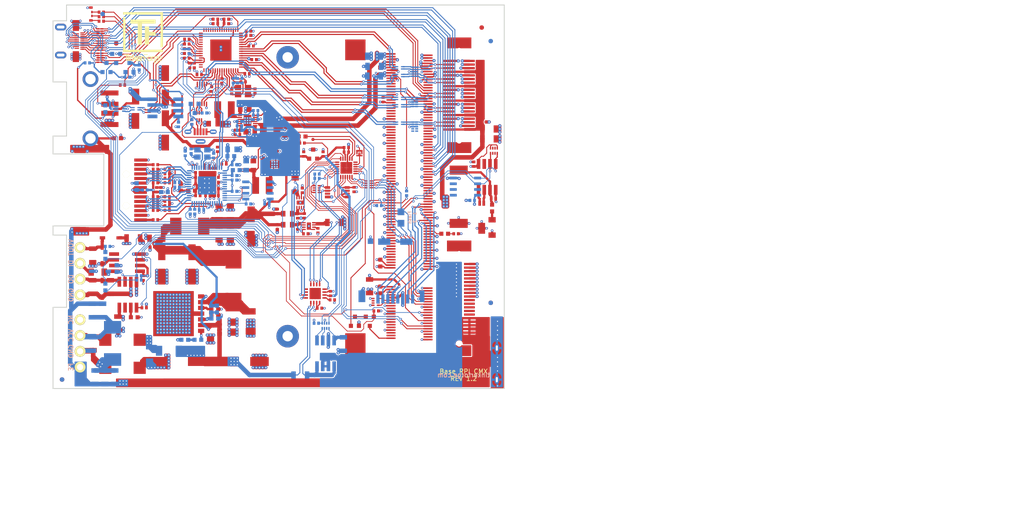
<source format=kicad_pcb>
(kicad_pcb (version 20171130) (host pcbnew 5.1.6-c6e7f7d~86~ubuntu18.04.1)
  (title_block (title "TNG Base") (date 2020-05-15) (rev 1.2) (company "Tinkerforge GmbH") (comment 1 "Licensed under CERN OHL v.1.1") (comment 2 "Copyright (©) 2020, B.Nordmeyer <bastian@tinkerforge.com>"))
  (layers (0 F.Cu power) (1 GND power hide) (2 VCC power hide) (31 B.Cu signal) (34 B.Paste user) (35 F.Paste user) (36 B.SilkS user) (37 F.SilkS user) (38 B.Mask user) (39 F.Mask user) (44 Edge.Cuts user))
  (net 0 "")
  (net 1 Earth)
  (net 2 +5V)
  (net 3 AGND)
  (net 4 "Net-(C101-Pad1)")
  (net 5 "Net-(C102-Pad1)")
  (net 6 "Net-(C103-Pad1)")
  (net 7 "Net-(C105-Pad1)")
  (net 8 RASP_USB_RESET)
  (net 9 "Net-(C109-Pad1)")
  (net 10 3V3)
  (net 11 "Net-(C204-Pad1)")
  (net 12 "Net-(C204-Pad2)")
  (net 13 "Net-(C208-Pad1)")
  (net 14 "Net-(C209-Pad1)")
  (net 15 "Net-(C210-Pad1)")
  (net 16 "Net-(C211-Pad1)")
  (net 17 "Net-(C214-Pad1)")
  (net 18 "Net-(C217-Pad2)")
  (net 19 "Net-(C302-Pad1)")
  (net 20 "Net-(C305-Pad2)")
  (net 21 +1.8V)
  (net 22 "Net-(C306-Pad2)")
  (net 23 "Net-(C316-Pad1)")
  (net 24 HDMI_5V)
  (net 25 +1.2V_INT)
  (net 26 +1.2V)
  (net 27 VDD12USBPLL)
  (net 28 VDD12PLL)
  (net 29 +3.3VP)
  (net 30 "Net-(C421-Pad1)")
  (net 31 "Net-(C422-Pad1)")
  (net 32 TR0_P)
  (net 33 TR0_N)
  (net 34 TR1_P)
  (net 35 TR1_N)
  (net 36 TR2_P)
  (net 37 "Net-(C428-Pad1)")
  (net 38 TR2_N)
  (net 39 TR3_P)
  (net 40 TR3_N)
  (net 41 "Net-(C434-Pad1)")
  (net 42 "Net-(C436-Pad2)")
  (net 43 "Net-(D101-Pad2)")
  (net 44 "Net-(D207-Pad1)")
  (net 45 "Net-(D208-Pad1)")
  (net 46 "Net-(D301-Pad2)")
  (net 47 "Net-(D301-Pad1)")
  (net 48 "Net-(D302-Pad2)")
  (net 49 SD1_DAT1)
  (net 50 SD1_DAT0)
  (net 51 SD1_CLK)
  (net 52 SD1_CMD)
  (net 53 SD1_DAT3)
  (net 54 SD1_DAT2)
  (net 55 "Net-(J302-Pad168)")
  (net 56 "Net-(J302-Pad90)")
  (net 57 "Net-(J302-Pad88)")
  (net 58 "Net-(J302-Pad84)")
  (net 59 "Net-(J302-Pad82)")
  (net 60 "Net-(J302-Pad33)")
  (net 61 "Net-(J302-Pad30)")
  (net 62 "Net-(J302-Pad29)")
  (net 63 "Net-(J302-Pad28)")
  (net 64 "Net-(J302-Pad27)")
  (net 65 ETH_RESET)
  (net 66 RASP_USB_SMB_CLK)
  (net 67 RASP_USB_SMB_DATA)
  (net 68 "Net-(J302-Pad2)")
  (net 69 "Net-(J303-Pad1)")
  (net 70 "Net-(J304-Pad1)")
  (net 71 "Net-(J401-Pad13)")
  (net 72 "Net-(J401-Pad11)")
  (net 73 "Net-(L102-Pad1)")
  (net 74 "Net-(L102-Pad4)")
  (net 75 "Net-(D206-Pad2)")
  (net 76 "Net-(L301-Pad1)")
  (net 77 "Net-(L302-Pad1)")
  (net 78 "Net-(L406-Pad1)")
  (net 79 "Net-(P201-Pad2)")
  (net 80 "Net-(Q301-PadD)")
  (net 81 VBUSB)
  (net 82 "Net-(R101-Pad1)")
  (net 83 "Net-(R104-Pad1)")
  (net 84 "Net-(R105-Pad2)")
  (net 85 "Net-(R107-Pad1)")
  (net 86 "Net-(R108-Pad1)")
  (net 87 "Net-(R110-Pad2)")
  (net 88 "Net-(R212-Pad2)")
  (net 89 HDMI_CEC)
  (net 90 "Net-(R402-Pad1)")
  (net 91 "Net-(R403-Pad2)")
  (net 92 "Net-(R404-Pad2)")
  (net 93 "Net-(R405-Pad2)")
  (net 94 "Net-(R406-Pad2)")
  (net 95 EECS)
  (net 96 LED_ACT)
  (net 97 LED_LINK)
  (net 98 ETH_USB_D-)
  (net 99 ETH_USB_D+)
  (net 100 RASP_USB_D-)
  (net 101 RASP_USB_D+)
  (net 102 "Net-(U302-Pad1)")
  (net 103 "Net-(U302-Pad2)")
  (net 104 EECLK)
  (net 105 EEDI)
  (net 106 EEDO)
  (net 107 3V3_PERM)
  (net 108 "Net-(C124-Pad2)")
  (net 109 "Net-(C126-Pad2)")
  (net 110 "Net-(C131-Pad1)")
  (net 111 "Net-(C132-Pad1)")
  (net 112 5VStack)
  (net 113 5VSW)
  (net 114 XMC_LED_PWR)
  (net 115 "Net-(J303-Pad15)")
  (net 116 "Net-(LED101-Pad4)")
  (net 117 "Net-(LED101-Pad2)")
  (net 118 "Net-(LED101-Pad3)")
  (net 119 XMC_MUSB_CON)
  (net 120 "Net-(R112-Pad1)")
  (net 121 "Net-(R113-Pad1)")
  (net 122 "Net-(R114-Pad1)")
  (net 123 XMC_SW_5V)
  (net 124 XMC_SW_STACK)
  (net 125 XMC_DI1)
  (net 126 XMC_DI0)
  (net 127 XMC_DO0)
  (net 128 XMC_CS)
  (net 129 XMC_MISO)
  (net 130 XMC_MOSI)
  (net 131 XMC_CLK)
  (net 132 CUR1+)
  (net 133 "Net-(R218-Pad1)")
  (net 134 CUR2+)
  (net 135 CUR3+)
  (net 136 XMC_SCL)
  (net 137 XMC_SDA)
  (net 138 "Net-(RP102-Pad7)")
  (net 139 "Net-(RP102-Pad8)")
  (net 140 CUR2-)
  (net 141 USB-PWR)
  (net 142 "Net-(U101-Pad38)")
  (net 143 "Net-(U101-Pad39)")
  (net 144 XMC_SW_PWR)
  (net 145 "Net-(R118-Pad2)")
  (net 146 XMC_SW_PWR_CUR)
  (net 147 HDMI_SCL)
  (net 148 HDMI_SDA)
  (net 149 EXT_USB_D_F-)
  (net 150 EXT_USB_D_F+)
  (net 151 STACK_USB_D0_F+)
  (net 152 STACK_USB_D0_F-)
  (net 153 STACK_USB_D1_F+)
  (net 154 STACK_USB_D1_F-)
  (net 155 STACK_USB_D2_F+)
  (net 156 STACK_USB_D2_F-)
  (net 157 STACK_USB_D3_F+)
  (net 158 STACK_USB_D3_F-)
  (net 159 STACK_USB_D4_F+)
  (net 160 STACK_USB_D4_F-)
  (net 161 ORIG_USB_D-)
  (net 162 ORIG_USB_D+)
  (net 163 HDMI_D2+)
  (net 164 HDMI_D2-)
  (net 165 HDMI_D1+)
  (net 166 HDMI_D1-)
  (net 167 HDMI_D0+)
  (net 168 HDMI_D0-)
  (net 169 HDMI_CLK+)
  (net 170 HDMI_CLK-)
  (net 171 FLASH_USB_D_F+)
  (net 172 FLASH_USB_D_F-)
  (net 173 EXT_USB_D+)
  (net 174 EXT_USB_D-)
  (net 175 STACK_USB_D0-)
  (net 176 STACK_USB_D0+)
  (net 177 STACK_USB_D1+)
  (net 178 STACK_USB_D1-)
  (net 179 STACK_USB_D2+)
  (net 180 STACK_USB_D2-)
  (net 181 STACK_USB_D3-)
  (net 182 STACK_USB_D3+)
  (net 183 STACK_USB_D4+)
  (net 184 STACK_USB_D4-)
  (net 185 FLASH_USB_D+)
  (net 186 FLASH_USB_D-)
  (net 187 STACKPWR)
  (net 188 "Net-(P101-Pad1)")
  (net 189 "Net-(P102-Pad2)")
  (net 190 "Net-(J302-Pad35)")
  (net 191 "Net-(D202-Pad1)")
  (net 192 XMC_PORT_LED)
  (net 193 "Net-(D209-Pad1)")
  (net 194 "Net-(D210-Pad2)")
  (net 195 "Net-(R205-Pad2)")
  (net 196 "Net-(R211-Pad1)")
  (net 197 "Net-(J103-Pad22)")
  (net 198 "Net-(J103-Pad24)")
  (net 199 "Net-(J103-Pad26)")
  (net 200 "Net-(J103-Pad28)")
  (net 201 "Net-(J103-Pad30)")
  (net 202 "Net-(J103-Pad21)")
  (net 203 "Net-(J103-Pad23)")
  (net 204 "Net-(J103-Pad25)")
  (net 205 "Net-(J103-Pad27)")
  (net 206 "Net-(J103-Pad29)")
  (net 207 "Net-(J302-Pad3)")
  (net 208 "Net-(J302-Pad4)")
  (net 209 "Net-(J302-Pad5)")
  (net 210 "Net-(J302-Pad6)")
  (net 211 "Net-(J302-Pad10)")
  (net 212 "Net-(J302-Pad12)")
  (net 213 "Net-(J302-Pad16)")
  (net 214 "Net-(J302-Pad17)")
  (net 215 "Net-(J302-Pad18)")
  (net 216 "Net-(J302-Pad22)")
  (net 217 "Net-(J302-Pad23)")
  (net 218 "Net-(J302-Pad24)")
  (net 219 "Net-(J302-Pad34)")
  (net 220 "Net-(J302-Pad36)")
  (net 221 "Net-(J302-Pad45)")
  (net 222 "Net-(J302-Pad46)")
  (net 223 "Net-(J302-Pad47)")
  (net 224 "Net-(J302-Pad48)")
  (net 225 "Net-(J302-Pad51)")
  (net 226 "Net-(J302-Pad52)")
  (net 227 "Net-(J302-Pad53)")
  (net 228 "Net-(J302-Pad54)")
  (net 229 "Net-(J302-Pad57)")
  (net 230 "Net-(J302-Pad58)")
  (net 231 "Net-(J302-Pad59)")
  (net 232 "Net-(J302-Pad60)")
  (net 233 "Net-(J302-Pad63)")
  (net 234 "Net-(J302-Pad64)")
  (net 235 "Net-(J302-Pad65)")
  (net 236 "Net-(J302-Pad66)")
  (net 237 "Net-(J302-Pad70)")
  (net 238 "Net-(J302-Pad71)")
  (net 239 "Net-(J302-Pad72)")
  (net 240 "Net-(J302-Pad76)")
  (net 241 "Net-(J302-Pad78)")
  (net 242 "Net-(J302-Pad93)")
  (net 243 "Net-(J302-Pad94)")
  (net 244 "Net-(J302-Pad95)")
  (net 245 "Net-(J302-Pad96)")
  (net 246 "Net-(J302-Pad99)")
  (net 247 "Net-(J302-Pad100)")
  (net 248 "Net-(J302-Pad101)")
  (net 249 "Net-(J302-Pad102)")
  (net 250 "Net-(J302-Pad105)")
  (net 251 "Net-(J302-Pad106)")
  (net 252 "Net-(J302-Pad107)")
  (net 253 "Net-(J302-Pad108)")
  (net 254 "Net-(J302-Pad112)")
  (net 255 "Net-(J302-Pad114)")
  (net 256 "Net-(J302-Pad118)")
  (net 257 "Net-(J302-Pad120)")
  (net 258 "Net-(J302-Pad124)")
  (net 259 "Net-(J302-Pad126)")
  (net 260 "Net-(J302-Pad128)")
  (net 261 "Net-(J302-Pad130)")
  (net 262 "Net-(J302-Pad132)")
  (net 263 "Net-(J302-Pad135)")
  (net 264 "Net-(J302-Pad136)")
  (net 265 "Net-(J302-Pad137)")
  (net 266 "Net-(J302-Pad138)")
  (net 267 "Net-(J302-Pad141)")
  (net 268 "Net-(J302-Pad142)")
  (net 269 "Net-(J302-Pad143)")
  (net 270 "Net-(J302-Pad144)")
  (net 271 "Net-(J302-Pad147)")
  (net 272 "Net-(J302-Pad148)")
  (net 273 "Net-(J302-Pad149)")
  (net 274 "Net-(J302-Pad150)")
  (net 275 "Net-(J302-Pad153)")
  (net 276 "Net-(J302-Pad154)")
  (net 277 "Net-(J302-Pad155)")
  (net 278 "Net-(J302-Pad156)")
  (net 279 "Net-(J302-Pad158)")
  (net 280 "Net-(J302-Pad159)")
  (net 281 "Net-(J302-Pad160)")
  (net 282 "Net-(J302-Pad161)")
  (net 283 "Net-(J302-Pad162)")
  (net 284 "Net-(J302-Pad166)")
  (net 285 "Net-(J302-Pad172)")
  (net 286 "Net-(J302-Pad174)")
  (net 287 "Net-(J302-Pad176)")
  (net 288 "Net-(J302-Pad177)")
  (net 289 "Net-(J302-Pad178)")
  (net 290 "Net-(J302-Pad179)")
  (net 291 "Net-(J302-Pad180)")
  (net 292 "Net-(J303-Pad2)")
  (net 293 "Net-(J304-Pad4)")
  (net 294 "Net-(P202-Pad1)")
  (net 295 "Net-(R403-Pad1)")
  (net 296 "Net-(RP101-Pad2)")
  (net 297 "Net-(RP101-Pad3)")
  (net 298 "Net-(RP101-Pad6)")
  (net 299 "Net-(RP101-Pad7)")
  (net 300 "Net-(RP102-Pad3)")
  (net 301 "Net-(RP102-Pad6)")
  (net 302 "Net-(RP302-Pad2)")
  (net 303 "Net-(RP302-Pad3)")
  (net 304 "Net-(RP302-Pad6)")
  (net 305 "Net-(RP302-Pad7)")
  (net 306 "Net-(RP303-Pad7)")
  (net 307 "Net-(RP303-Pad6)")
  (net 308 "Net-(RP303-Pad3)")
  (net 309 "Net-(RP303-Pad2)")
  (net 310 "Net-(U101-Pad14)")
  (net 311 "Net-(U101-Pad15)")
  (net 312 "Net-(U101-Pad16)")
  (net 313 "Net-(U101-Pad18)")
  (net 314 "Net-(U101-Pad20)")
  (net 315 "Net-(U101-Pad21)")
  (net 316 "Net-(U101-Pad22)")
  (net 317 "Net-(U101-Pad23)")
  (net 318 "Net-(U101-Pad26)")
  (net 319 "Net-(U101-Pad27)")
  (net 320 "Net-(U101-Pad28)")
  (net 321 "Net-(U101-Pad29)")
  (net 322 "Net-(U101-Pad30)")
  (net 323 "Net-(U101-Pad31)")
  (net 324 "Net-(U101-Pad32)")
  (net 325 "Net-(U101-Pad33)")
  (net 326 "Net-(U101-Pad34)")
  (net 327 "Net-(U101-Pad35)")
  (net 328 "Net-(U101-Pad36)")
  (net 329 "Net-(U101-Pad37)")
  (net 330 "Net-(U101-Pad47)")
  (net 331 "Net-(U101-Pad48)")
  (net 332 "Net-(U101-Pad49)")
  (net 333 "Net-(U101-Pad50)")
  (net 334 "Net-(U101-Pad51)")
  (net 335 "Net-(U102-Pad5)")
  (net 336 "Net-(U102-Pad3)")
  (net 337 "Net-(U104-Pad6)")
  (net 338 "Net-(U107-Pad10)")
  (net 339 "Net-(U107-Pad9)")
  (net 340 "Net-(U107-Pad2)")
  (net 341 "Net-(U107-Pad1)")
  (net 342 "Net-(U111-Pad3)")
  (net 343 "Net-(U201-Pad5)")
  (net 344 "Net-(U202-Pad2)")
  (net 345 "Net-(U204-Pad10)")
  (net 346 "Net-(U204-Pad9)")
  (net 347 "Net-(U301-Pad11)")
  (net 348 "Net-(U301-Pad5)")
  (net 349 "Net-(U302-Pad7)")
  (net 350 "Net-(U308-Pad1)")
  (net 351 "Net-(U308-Pad2)")
  (net 352 "Net-(U308-Pad3)")
  (net 353 "Net-(U308-Pad7)")
  (net 354 "Net-(U401-Pad4)")
  (net 355 "Net-(U401-Pad10)")
  (net 356 "Net-(U401-Pad18)")
  (net 357 "Net-(U401-Pad21)")
  (net 358 "Net-(U401-Pad22)")
  (net 359 "Net-(U401-Pad25)")
  (net 360 "Net-(U401-Pad31)")
  (net 361 "Net-(U401-Pad32)")
  (net 362 "Net-(U401-Pad35)")
  (net 363 "Net-(U401-Pad38)")
  (net 364 "Net-(U401-Pad40)")
  (net 365 "Net-(U402-Pad6)")
  (net 366 "Net-(U402-Pad7)")
  (net 367 "Net-(U405-Pad2)")
  (net 368 "Net-(U405-Pad5)")
  (net 369 "Net-(U405-Pad10)")
  (net 370 "Net-(U405-Pad11)")
  (module kicad-libraries:PIN_ARRAY_2X1_SMD (layer B.Cu) (at 134.55 98.05 270)
    (fp_text reference P301)
    (fp_text value "XMC Flash" hide)
    (pad 2 smd rect (at 1.27 0 270) (size 1.5 1.5) (layers B.Cu B.Paste B.Mask) (net 60 "Net-(J302-Pad33)"))
    (pad 1 smd rect (at -1.27 0 270) (size 1.5 1.5) (layers B.Cu B.Paste B.Mask) (net 190 "Net-(J302-Pad35)"))
  )
  (module kicad-libraries:PE_Hook (layer F.Cu) (at 155.95 128.05)
    (fp_text reference P103)
    (fp_text value PE)
    (pad 1 thru_hole oval (at -0.15 -1.075) (size 1 2) (drill oval 0.45 1.2) (layers *.Cu *.Mask) (net 1 Earth))
    (pad 1 thru_hole oval (at -0.15 5.925) (size 1 2) (drill oval 0.45 1.2) (layers *.Cu *.Mask) (net 1 Earth))
    (pad 1 smd rect (at 0 0) (size 3 15.85) (layers F.Cu) (net 1 Earth))
  )
  (module kicad-libraries:RJSLG-001TA1 (layer F.Cu) (at 69.45 91.9437 90)
    (fp_text reference J401)
    (fp_text value RJSLG-001TA1)
    (pad 14 smd rect (at 6.6294 7.39902 90) (size 0.70104 2.79908) (layers F.Cu F.Paste F.Mask) (net 10 3V3))
    (pad 11 smd rect (at -6.6294 7.39902 90) (size 0.70104 2.79908) (layers F.Cu F.Paste F.Mask) (net 72 "Net-(J401-Pad11)"))
    (pad SHD smd rect (at 9 -6 90) (size 1.6 2.5) (layers F.Cu F.Paste F.Mask) (net 1 Earth))
    (pad SHD smd rect (at -9 -6 90) (size 1.6 2.5) (layers F.Cu F.Paste F.Mask) (net 1 Earth))
    (pad "" np_thru_hole circle (at 3.50012 4.20116 90) (size 1.5 1.5) (drill 1.5) (layers *.Cu *.Mask F.SilkS))
    (pad "" np_thru_hole circle (at -3.50012 4.20116 90) (size 1.5 1.5) (drill 1.5) (layers *.Cu *.Mask F.SilkS))
    (pad 13 smd rect (at 5.61086 7.39902 90) (size 0.70104 2.79908) (layers F.Cu F.Paste F.Mask) (net 71 "Net-(J401-Pad13)"))
    (pad 10 smd rect (at 4.58978 7.39902 90) (size 0.70104 2.79908) (layers F.Cu F.Paste F.Mask) (net 40 TR3_N))
    (pad 9 smd rect (at 3.57124 7.39902 90) (size 0.70104 2.79908) (layers F.Cu F.Paste F.Mask) (net 39 TR3_P))
    (pad 8 smd rect (at 2.55016 7.39902 90) (size 0.70104 2.79908) (layers F.Cu F.Paste F.Mask) (net 38 TR2_N))
    (pad 7 smd rect (at 1.52908 7.39902 90) (size 0.70104 2.79908) (layers F.Cu F.Paste F.Mask) (net 36 TR2_P))
    (pad 6 smd rect (at 0.51054 7.39902 90) (size 0.70104 2.79908) (layers F.Cu F.Paste F.Mask) (net 41 "Net-(C434-Pad1)"))
    (pad 5 smd rect (at -0.51054 7.39902 90) (size 0.70104 2.79908) (layers F.Cu F.Paste F.Mask) (net 41 "Net-(C434-Pad1)"))
    (pad 4 smd rect (at -1.52908 7.39902 90) (size 0.70104 2.79908) (layers F.Cu F.Paste F.Mask) (net 35 TR1_N))
    (pad 3 smd rect (at -2.55016 7.39902 90) (size 0.70104 2.79908) (layers F.Cu F.Paste F.Mask) (net 34 TR1_P))
    (pad 2 smd rect (at -3.57124 7.39902 90) (size 0.70104 2.79908) (layers F.Cu F.Paste F.Mask) (net 33 TR0_N))
    (pad 1 smd rect (at -4.58978 7.39902 90) (size 0.70104 2.79908) (layers F.Cu F.Paste F.Mask) (net 32 TR0_P))
    (pad 12 smd rect (at -5.61086 7.39902 90) (size 0.70104 2.79908) (layers F.Cu F.Paste F.Mask) (net 10 3V3))
  )
  (module kicad-libraries:MICRO-HDMI-D (layer F.Cu) (at 57.45 58.9437 270)
    (fp_text reference J303)
    (fp_text value MICRO_HDMI)
    (pad 1 smd rect (at 1.8 -6.475 270) (size 0.23 0.85) (layers F.Cu F.Paste F.Mask) (net 69 "Net-(J303-Pad1)"))
    (pad 3 smd rect (at 1.4 -6.475 270) (size 0.23 0.85) (layers F.Cu F.Paste F.Mask) (net 163 HDMI_D2+))
    (pad 5 smd rect (at 1 -6.475 270) (size 0.23 0.85) (layers F.Cu F.Paste F.Mask) (net 164 HDMI_D2-))
    (pad 7 smd rect (at 0.6 -6.475 270) (size 0.23 0.85) (layers F.Cu F.Paste F.Mask) (net 3 AGND))
    (pad 9 smd rect (at 0.2 -6.475 270) (size 0.23 0.85) (layers F.Cu F.Paste F.Mask) (net 167 HDMI_D0+))
    (pad 11 smd rect (at -0.2 -6.475 270) (size 0.23 0.85) (layers F.Cu F.Paste F.Mask) (net 168 HDMI_D0-))
    (pad 13 smd rect (at -0.6 -6.475 270) (size 0.23 0.85) (layers F.Cu F.Paste F.Mask) (net 3 AGND))
    (pad 15 smd rect (at -1 -6.475 270) (size 0.23 0.85) (layers F.Cu F.Paste F.Mask) (net 115 "Net-(J303-Pad15)"))
    (pad 17 smd rect (at -1.4 -6.475 270) (size 0.23 0.85) (layers F.Cu F.Paste F.Mask) (net 147 HDMI_SCL))
    (pad 19 smd rect (at -1.8 -6.475 270) (size 0.23 0.85) (layers F.Cu F.Paste F.Mask) (net 24 HDMI_5V))
    (pad 2 smd rect (at 1.6 -5.25 270) (size 0.23 1) (layers F.Cu F.Paste F.Mask) (net 292 "Net-(J303-Pad2)"))
    (pad 4 smd rect (at 1.2 -5.25 270) (size 0.23 1) (layers F.Cu F.Paste F.Mask) (net 3 AGND))
    (pad 6 smd rect (at 0.8 -5.25 270) (size 0.23 1) (layers F.Cu F.Paste F.Mask) (net 165 HDMI_D1+))
    (pad 8 smd rect (at 0.4 -5.25 270) (size 0.23 1) (layers F.Cu F.Paste F.Mask) (net 166 HDMI_D1-))
    (pad 10 smd rect (at 0 -5.25 270) (size 0.23 1) (layers F.Cu F.Paste F.Mask) (net 3 AGND))
    (pad 12 smd rect (at -0.4 -5.25 270) (size 0.23 1) (layers F.Cu F.Paste F.Mask) (net 169 HDMI_CLK+))
    (pad 14 smd rect (at -0.8 -5.25 270) (size 0.23 1) (layers F.Cu F.Paste F.Mask) (net 170 HDMI_CLK-))
    (pad 16 smd rect (at -1.2 -5.25 270) (size 0.23 1) (layers F.Cu F.Paste F.Mask) (net 3 AGND))
    (pad 18 smd rect (at -1.6 -5.25 270) (size 0.23 1) (layers F.Cu F.Paste F.Mask) (net 148 HDMI_SDA))
    (pad SHD smd rect (at 3.45 -5.06 270) (size 2.4 1.38) (layers F.Cu F.Paste F.Mask) (net 3 AGND))
    (pad SHD smd rect (at -3.45 -5.06 270) (size 2.4 1.38) (layers F.Cu F.Paste F.Mask) (net 3 AGND))
    (pad "" thru_hole oval (at -3.1 -1.7 270) (size 1.5 2.55) (drill oval 0.65 1.7) (layers *.Cu *.Mask F.Paste))
    (pad "" thru_hole oval (at 3.1 -1.7 270) (size 1.5 2.55) (drill oval 0.65 1.7) (layers *.Cu *.Mask F.Paste))
  )
  (module kicad-libraries:USB-A-SMT-8231 (layer F.Cu) (at 65.75 73.9437 270)
    (fp_text reference J101)
    (fp_text value USB-A)
    (pad SHD thru_hole circle (at 6.57 0 270) (size 3.5 3.5) (drill 2.3) (layers *.Cu *.Mask F.Paste) (net 1 Earth))
    (pad "" thru_hole circle (at -6.57 0 270) (size 3.5 3.5) (drill 2.3) (layers *.Cu *.Mask F.Paste))
    (pad 4 smd rect (at 3.5 -4.2 270) (size 1.1 4) (layers F.Cu F.Paste F.Mask) (net 3 AGND))
    (pad 3 smd rect (at 1 -4.3 270) (size 1.1 3.8) (layers F.Cu F.Paste F.Mask) (net 150 EXT_USB_D_F+))
    (pad 2 smd rect (at -1 -4.3 270) (size 1.1 3.8) (layers F.Cu F.Paste F.Mask) (net 149 EXT_USB_D_F-))
    (pad 1 smd rect (at -3.5 -4.2 270) (size 1.1 4) (layers F.Cu F.Paste F.Mask) (net 141 USB-PWR))
  )
  (module kicad-libraries:Fiducial_Mark (layer B.Cu) (at 154.45 58.95)
    (fp_text reference Fiducial_Mark hide)
    (fp_text value VAL** hide)
    (pad 1 smd circle (at 0 0) (size 1.00076 1.00076) (layers B.Cu B.Paste B.Mask) (clearance 0.65024))
  )
  (module kicad-libraries:Fiducial_Mark (layer B.Cu) (at 68.45 52.95)
    (fp_text reference Fiducial_Mark hide)
    (fp_text value VAL** hide)
    (pad 1 smd circle (at 0 0) (size 1.00076 1.00076) (layers B.Cu B.Paste B.Mask) (clearance 0.65024))
  )
  (module kicad-libraries:Fiducial_Mark (layer B.Cu) (at 59.45 133.95)
    (fp_text reference Fiducial_Mark hide)
    (fp_text value VAL** hide)
    (pad 1 smd circle (at 0 0) (size 1.00076 1.00076) (layers B.Cu B.Paste B.Mask) (clearance 0.65024))
  )
  (module kicad-libraries:Fiducial_Mark (layer B.Cu) (at 154.45 116.95)
    (fp_text reference Fiducial_Mark hide)
    (fp_text value VAL** hide)
    (pad 1 smd circle (at 0 0) (size 1.00076 1.00076) (layers B.Cu B.Paste B.Mask) (clearance 0.65024))
  )
  (module kicad-libraries:Fiducial_Mark (layer F.Cu) (at 154.45 116.95)
    (fp_text reference Fiducial_Mark hide)
    (fp_text value VAL** hide)
    (pad 1 smd circle (at 0 0) (size 1.00076 1.00076) (layers F.Cu F.Paste F.Mask) (clearance 0.65024))
  )
  (module kicad-libraries:Fiducial_Mark (layer F.Cu) (at 59.45 133.95)
    (fp_text reference Fiducial_Mark hide)
    (fp_text value VAL** hide)
    (pad 1 smd circle (at 0 0) (size 1.00076 1.00076) (layers F.Cu F.Paste F.Mask) (clearance 0.65024))
  )
  (module kicad-libraries:Fiducial_Mark (layer F.Cu) (at 152.45 55.95)
    (fp_text reference Fiducial_Mark hide)
    (fp_text value VAL** hide)
    (pad 1 smd circle (at 0 0) (size 1.00076 1.00076) (layers F.Cu F.Paste F.Mask) (clearance 0.65024))
  )
  (module kicad-libraries:Fiducial_Mark (layer F.Cu) (at 71.45 59.45)
    (fp_text reference Fiducial_Mark hide)
    (fp_text value VAL** hide)
    (pad 1 smd circle (at 0 0) (size 1.00076 1.00076) (layers F.Cu F.Paste F.Mask) (clearance 0.65024))
  )
  (module C1206 (layer F.Cu) (at 96.75 96.95 90)
    (fp_text reference C218)
    (fp_text value 10uF)
    (pad 2 smd rect (at 1.50114 0 90) (size 1.00076 1.6002) (layers F.Cu F.Paste F.Mask) (net 3 AGND))
    (pad 1 smd rect (at -1.50114 0 90) (size 1.00076 1.6002) (layers F.Cu F.Paste F.Mask) (net 2 +5V))
  )
  (module kicad-libraries:SD-Card-DM3CS (layer B.Cu) (at 132.45 109.7437 180)
    (fp_text reference J301)
    (fp_text value MICROSDCARD)
    (pad 8 smd rect (at -4.7 -6.35 180) (size 0.7 2) (layers B.Cu B.Paste B.Mask) (net 49 SD1_DAT1))
    (pad 7 smd rect (at -3.6 -6.35 180) (size 0.7 2) (layers B.Cu B.Paste B.Mask) (net 50 SD1_DAT0))
    (pad 6 smd rect (at -2.5 -6.35 180) (size 0.7 2) (layers B.Cu B.Paste B.Mask) (net 3 AGND))
    (pad 5 smd rect (at -1.4 -6.35 180) (size 0.7 2) (layers B.Cu B.Paste B.Mask) (net 51 SD1_CLK))
    (pad 4 smd rect (at -0.3 -6.35 180) (size 0.7 2) (layers B.Cu B.Paste B.Mask) (net 10 3V3))
    (pad 3 smd rect (at 0.8 -6.35 180) (size 0.7 2) (layers B.Cu B.Paste B.Mask) (net 52 SD1_CMD))
    (pad 2 smd rect (at 1.9 -6.35 180) (size 0.7 2) (layers B.Cu B.Paste B.Mask) (net 53 SD1_DAT3))
    (pad 1 smd rect (at 3 -6.35 180) (size 0.7 2) (layers B.Cu B.Paste B.Mask) (net 54 SD1_DAT2))
    (pad S smd rect (at 6.55 -5.75 180) (size 1.5 2.6) (layers B.Cu B.Paste B.Mask) (net 3 AGND))
    (pad S smd rect (at -6.8 -5.75 180) (size 1 2.6) (layers B.Cu B.Paste B.Mask) (net 3 AGND))
    (pad S smd rect (at 4.65 6.45 180) (size 1.2 1.2) (layers B.Cu B.Paste B.Mask) (net 3 AGND))
    (pad S smd rect (at -3.3 6.35 180) (size 2.7 1.4) (layers B.Cu B.Paste B.Mask) (net 3 AGND))
    (pad S smd rect (at 1.6 6.35 180) (size 2.7 1.4) (layers B.Cu B.Paste B.Mask) (net 3 AGND))
  )
  (module kicad-libraries:Raspberry-Pi-Compute-Socket (layer F.Cu) (at 136.45 93.4437 180)
    (fp_text reference J302)
    (fp_text value Raspberry-Pi-Compute-Socket)
    (pad "" np_thru_hole circle (at 27 -30.9 180) (size 5 5) (drill 2.3) (layers *.Cu *.Mask))
    (pad 41 smd rect (at -4.1 -16.05 180) (size 2 0.35) (layers F.Cu F.Paste F.Mask) (net 10 3V3))
    (pad 1 smd rect (at -4.1 -31.65 180) (size 2 0.35) (layers F.Cu F.Paste F.Mask) (net 3 AGND))
    (pad "" np_thru_hole circle (at 0 33.4 180) (size 1.1 1.1) (drill 1.1) (layers *.Cu))
    (pad "" np_thru_hole circle (at 0 -33.4 180) (size 1.6 1.6) (drill 1.6) (layers *.Cu))
    (pad "" smd rect (at 12 -32.55 180) (size 4.5 4.6) (layers F.Cu F.Paste F.Mask))
    (pad "" smd rect (at 12 32.55 180) (size 4.5 4.6) (layers F.Cu F.Paste F.Mask))
    (pad 2 smd rect (at 4.099999 -31.35 180) (size 2 0.35) (layers F.Cu F.Paste F.Mask) (net 68 "Net-(J302-Pad2)"))
    (pad 3 smd rect (at -4.1 -31.05 180) (size 2 0.35) (layers F.Cu F.Paste F.Mask) (net 207 "Net-(J302-Pad3)"))
    (pad 4 smd rect (at 4.099999 -30.75 180) (size 2 0.35) (layers F.Cu F.Paste F.Mask) (net 208 "Net-(J302-Pad4)"))
    (pad 5 smd rect (at -4.1 -30.45 180) (size 2 0.35) (layers F.Cu F.Paste F.Mask) (net 209 "Net-(J302-Pad5)"))
    (pad 6 smd rect (at 4.099999 -30.15 180) (size 2 0.35) (layers F.Cu F.Paste F.Mask) (net 210 "Net-(J302-Pad6)"))
    (pad 7 smd rect (at -4.1 -29.85 180) (size 2 0.35) (layers F.Cu F.Paste F.Mask) (net 3 AGND))
    (pad 8 smd rect (at 4.099999 -29.55 180) (size 2 0.35) (layers F.Cu F.Paste F.Mask) (net 3 AGND))
    (pad 9 smd rect (at -4.1 -29.25 180) (size 2 0.35) (layers F.Cu F.Paste F.Mask) (net 67 RASP_USB_SMB_DATA))
    (pad 10 smd rect (at 4.099999 -28.95 180) (size 2 0.35) (layers F.Cu F.Paste F.Mask) (net 211 "Net-(J302-Pad10)"))
    (pad 11 smd rect (at -4.1 -28.65 180) (size 2 0.35) (layers F.Cu F.Paste F.Mask) (net 66 RASP_USB_SMB_CLK))
    (pad 12 smd rect (at 4.099999 -28.35 180) (size 2 0.35) (layers F.Cu F.Paste F.Mask) (net 212 "Net-(J302-Pad12)"))
    (pad 13 smd rect (at -4.1 -28.05 180) (size 2 0.35) (layers F.Cu F.Paste F.Mask) (net 3 AGND))
    (pad 14 smd rect (at 4.099999 -27.75 180) (size 2 0.35) (layers F.Cu F.Paste F.Mask) (net 3 AGND))
    (pad 15 smd rect (at -4.1 -27.45 180) (size 2 0.35) (layers F.Cu F.Paste F.Mask) (net 8 RASP_USB_RESET))
    (pad 16 smd rect (at 4.099999 -27.15 180) (size 2 0.35) (layers F.Cu F.Paste F.Mask) (net 213 "Net-(J302-Pad16)"))
    (pad 17 smd rect (at -4.1 -26.85 180) (size 2 0.35) (layers F.Cu F.Paste F.Mask) (net 214 "Net-(J302-Pad17)"))
    (pad 18 smd rect (at 4.099999 -26.55 180) (size 2 0.35) (layers F.Cu F.Paste F.Mask) (net 215 "Net-(J302-Pad18)"))
    (pad 19 smd rect (at -4.1 -26.25 180) (size 2 0.35) (layers F.Cu F.Paste F.Mask) (net 3 AGND))
    (pad 20 smd rect (at 4.099999 -25.95 180) (size 2 0.35) (layers F.Cu F.Paste F.Mask) (net 3 AGND))
    (pad 21 smd rect (at -4.1 -25.65 180) (size 2 0.35) (layers F.Cu F.Paste F.Mask) (net 65 ETH_RESET))
    (pad 22 smd rect (at 4.099999 -25.35 180) (size 2 0.35) (layers F.Cu F.Paste F.Mask) (net 216 "Net-(J302-Pad22)"))
    (pad 23 smd rect (at -4.1 -25.05 180) (size 2 0.35) (layers F.Cu F.Paste F.Mask) (net 217 "Net-(J302-Pad23)"))
    (pad 24 smd rect (at 4.099999 -24.75 180) (size 2 0.35) (layers F.Cu F.Paste F.Mask) (net 218 "Net-(J302-Pad24)"))
    (pad 25 smd rect (at -4.1 -24.45 180) (size 2 0.35) (layers F.Cu F.Paste F.Mask) (net 3 AGND))
    (pad 26 smd rect (at 4.099999 -24.15 180) (size 2 0.35) (layers F.Cu F.Paste F.Mask) (net 3 AGND))
    (pad 27 smd rect (at -4.1 -23.85 180) (size 2 0.35) (layers F.Cu F.Paste F.Mask) (net 64 "Net-(J302-Pad27)"))
    (pad 28 smd rect (at 4.099999 -23.55 180) (size 2 0.35) (layers F.Cu F.Paste F.Mask) (net 63 "Net-(J302-Pad28)"))
    (pad 29 smd rect (at -4.1 -23.25 180) (size 2 0.35) (layers F.Cu F.Paste F.Mask) (net 62 "Net-(J302-Pad29)"))
    (pad 30 smd rect (at 4.099999 -22.95 180) (size 2 0.35) (layers F.Cu F.Paste F.Mask) (net 61 "Net-(J302-Pad30)"))
    (pad 31 smd rect (at -4.1 -22.65 180) (size 2 0.35) (layers F.Cu F.Paste F.Mask) (net 3 AGND))
    (pad 32 smd rect (at 4.099999 -22.35 180) (size 2 0.35) (layers F.Cu F.Paste F.Mask) (net 3 AGND))
    (pad 33 smd rect (at -4.1 -22.05 180) (size 2 0.35) (layers F.Cu F.Paste F.Mask) (net 60 "Net-(J302-Pad33)"))
    (pad 34 smd rect (at 4.099999 -21.75 180) (size 2 0.35) (layers F.Cu F.Paste F.Mask) (net 219 "Net-(J302-Pad34)"))
    (pad 35 smd rect (at -4.1 -21.45 180) (size 2 0.35) (layers F.Cu F.Paste F.Mask) (net 190 "Net-(J302-Pad35)"))
    (pad 36 smd rect (at 4.099999 -21.15 180) (size 2 0.35) (layers F.Cu F.Paste F.Mask) (net 220 "Net-(J302-Pad36)"))
    (pad 37 smd rect (at -4.1 -20.85 180) (size 2 0.35) (layers F.Cu F.Paste F.Mask) (net 3 AGND))
    (pad 38 smd rect (at 4.099999 -20.55 180) (size 2 0.35) (layers F.Cu F.Paste F.Mask) (net 3 AGND))
    (pad 39 smd rect (at -4.1 -20.25 180) (size 2 0.35) (layers F.Cu F.Paste F.Mask) (net 10 3V3))
    (pad 40 smd rect (at 4.099999 -19.95 180) (size 2 0.35) (layers F.Cu F.Paste F.Mask) (net 10 3V3))
    (pad 42 smd rect (at 4.099999 -15.75 180) (size 2 0.35) (layers F.Cu F.Paste F.Mask) (net 10 3V3))
    (pad 43 smd rect (at -4.1 -15.45 180) (size 2 0.35) (layers F.Cu F.Paste F.Mask) (net 3 AGND))
    (pad 44 smd rect (at 4.099999 -15.15 180) (size 2 0.35) (layers F.Cu F.Paste F.Mask) (net 3 AGND))
    (pad 45 smd rect (at -4.1 -14.85 180) (size 2 0.35) (layers F.Cu F.Paste F.Mask) (net 221 "Net-(J302-Pad45)"))
    (pad 46 smd rect (at 4.099999 -14.55 180) (size 2 0.35) (layers F.Cu F.Paste F.Mask) (net 222 "Net-(J302-Pad46)"))
    (pad 47 smd rect (at -4.1 -14.25 180) (size 2 0.35) (layers F.Cu F.Paste F.Mask) (net 223 "Net-(J302-Pad47)"))
    (pad 48 smd rect (at 4.099999 -13.95 180) (size 2 0.35) (layers F.Cu F.Paste F.Mask) (net 224 "Net-(J302-Pad48)"))
    (pad 49 smd rect (at -4.1 -13.65 180) (size 2 0.35) (layers F.Cu F.Paste F.Mask) (net 3 AGND))
    (pad 50 smd rect (at 4.099999 -13.35 180) (size 2 0.35) (layers F.Cu F.Paste F.Mask) (net 3 AGND))
    (pad 51 smd rect (at -4.1 -13.05 180) (size 2 0.35) (layers F.Cu F.Paste F.Mask) (net 225 "Net-(J302-Pad51)"))
    (pad 52 smd rect (at 4.099999 -12.75 180) (size 2 0.35) (layers F.Cu F.Paste F.Mask) (net 226 "Net-(J302-Pad52)"))
    (pad 53 smd rect (at -4.1 -12.45 180) (size 2 0.35) (layers F.Cu F.Paste F.Mask) (net 227 "Net-(J302-Pad53)"))
    (pad 54 smd rect (at 4.099999 -12.15 180) (size 2 0.35) (layers F.Cu F.Paste F.Mask) (net 228 "Net-(J302-Pad54)"))
    (pad 55 smd rect (at -4.1 -11.85 180) (size 2 0.35) (layers F.Cu F.Paste F.Mask) (net 3 AGND))
    (pad 56 smd rect (at 4.099999 -11.55 180) (size 2 0.35) (layers F.Cu F.Paste F.Mask) (net 3 AGND))
    (pad 57 smd rect (at -4.1 -11.25 180) (size 2 0.35) (layers F.Cu F.Paste F.Mask) (net 229 "Net-(J302-Pad57)"))
    (pad 58 smd rect (at 4.099999 -10.95 180) (size 2 0.35) (layers F.Cu F.Paste F.Mask) (net 230 "Net-(J302-Pad58)"))
    (pad 59 smd rect (at -4.1 -10.65 180) (size 2 0.35) (layers F.Cu F.Paste F.Mask) (net 231 "Net-(J302-Pad59)"))
    (pad 60 smd rect (at 4.099999 -10.35 180) (size 2 0.35) (layers F.Cu F.Paste F.Mask) (net 232 "Net-(J302-Pad60)"))
    (pad 61 smd rect (at -4.1 -10.05 180) (size 2 0.35) (layers F.Cu F.Paste F.Mask) (net 3 AGND))
    (pad 62 smd rect (at 4.099999 -9.75 180) (size 2 0.35) (layers F.Cu F.Paste F.Mask) (net 3 AGND))
    (pad 63 smd rect (at -4.1 -9.45 180) (size 2 0.35) (layers F.Cu F.Paste F.Mask) (net 233 "Net-(J302-Pad63)"))
    (pad 64 smd rect (at 4.099999 -9.15 180) (size 2 0.35) (layers F.Cu F.Paste F.Mask) (net 234 "Net-(J302-Pad64)"))
    (pad 65 smd rect (at -4.1 -8.85 180) (size 2 0.35) (layers F.Cu F.Paste F.Mask) (net 235 "Net-(J302-Pad65)"))
    (pad 66 smd rect (at 4.099999 -8.55 180) (size 2 0.35) (layers F.Cu F.Paste F.Mask) (net 236 "Net-(J302-Pad66)"))
    (pad 67 smd rect (at -4.1 -8.25 180) (size 2 0.35) (layers F.Cu F.Paste F.Mask) (net 3 AGND))
    (pad 68 smd rect (at 4.099999 -7.95 180) (size 2 0.35) (layers F.Cu F.Paste F.Mask) (net 3 AGND))
    (pad 69 smd rect (at -4.1 -7.65 180) (size 2 0.35) (layers F.Cu F.Paste F.Mask) (net 46 "Net-(D301-Pad2)"))
    (pad 70 smd rect (at 4.099999 -7.35 180) (size 2 0.35) (layers F.Cu F.Paste F.Mask) (net 237 "Net-(J302-Pad70)"))
    (pad 71 smd rect (at -4.1 -7.05 180) (size 2 0.35) (layers F.Cu F.Paste F.Mask) (net 238 "Net-(J302-Pad71)"))
    (pad 72 smd rect (at 4.099999 -6.75 180) (size 2 0.35) (layers F.Cu F.Paste F.Mask) (net 239 "Net-(J302-Pad72)"))
    (pad 73 smd rect (at -4.1 -6.45 180) (size 2 0.35) (layers F.Cu F.Paste F.Mask) (net 3 AGND))
    (pad 74 smd rect (at 4.099999 -6.15 180) (size 2 0.35) (layers F.Cu F.Paste F.Mask) (net 3 AGND))
    (pad 75 smd rect (at -4.1 -5.85 180) (size 2 0.35) (layers F.Cu F.Paste F.Mask) (net 51 SD1_CLK))
    (pad 76 smd rect (at 4.099999 -5.55 180) (size 2 0.35) (layers F.Cu F.Paste F.Mask) (net 240 "Net-(J302-Pad76)"))
    (pad 77 smd rect (at -4.1 -5.25 180) (size 2 0.35) (layers F.Cu F.Paste F.Mask) (net 52 SD1_CMD))
    (pad 78 smd rect (at 4.099999 -4.95 180) (size 2 0.35) (layers F.Cu F.Paste F.Mask) (net 241 "Net-(J302-Pad78)"))
    (pad 79 smd rect (at -4.1 -4.65 180) (size 2 0.35) (layers F.Cu F.Paste F.Mask) (net 3 AGND))
    (pad 80 smd rect (at 4.099999 -4.35 180) (size 2 0.35) (layers F.Cu F.Paste F.Mask) (net 3 AGND))
    (pad 81 smd rect (at -4.1 -4.05 180) (size 2 0.35) (layers F.Cu F.Paste F.Mask) (net 50 SD1_DAT0))
    (pad 82 smd rect (at 4.099999 -3.75 180) (size 2 0.35) (layers F.Cu F.Paste F.Mask) (net 59 "Net-(J302-Pad82)"))
    (pad 83 smd rect (at -4.1 -3.45 180) (size 2 0.35) (layers F.Cu F.Paste F.Mask) (net 49 SD1_DAT1))
    (pad 84 smd rect (at 4.099999 -3.15 180) (size 2 0.35) (layers F.Cu F.Paste F.Mask) (net 58 "Net-(J302-Pad84)"))
    (pad 85 smd rect (at -4.1 -2.85 180) (size 2 0.35) (layers F.Cu F.Paste F.Mask) (net 3 AGND))
    (pad 86 smd rect (at 4.099999 -2.55 180) (size 2 0.35) (layers F.Cu F.Paste F.Mask) (net 3 AGND))
    (pad 87 smd rect (at -4.1 -2.25 180) (size 2 0.35) (layers F.Cu F.Paste F.Mask) (net 54 SD1_DAT2))
    (pad 88 smd rect (at 4.099999 -1.95 180) (size 2 0.35) (layers F.Cu F.Paste F.Mask) (net 57 "Net-(J302-Pad88)"))
    (pad 89 smd rect (at -4.1 -1.65 180) (size 2 0.35) (layers F.Cu F.Paste F.Mask) (net 53 SD1_DAT3))
    (pad 90 smd rect (at 4.099999 -1.35 180) (size 2 0.35) (layers F.Cu F.Paste F.Mask) (net 56 "Net-(J302-Pad90)"))
    (pad 91 smd rect (at -4.1 -1.05 180) (size 2 0.35) (layers F.Cu F.Paste F.Mask) (net 3 AGND))
    (pad 92 smd rect (at 4.099999 -0.75 180) (size 2 0.35) (layers F.Cu F.Paste F.Mask) (net 3 AGND))
    (pad 93 smd rect (at -4.1 -0.45 180) (size 2 0.35) (layers F.Cu F.Paste F.Mask) (net 242 "Net-(J302-Pad93)"))
    (pad 94 smd rect (at 4.099999 -0.15 180) (size 2 0.35) (layers F.Cu F.Paste F.Mask) (net 243 "Net-(J302-Pad94)"))
    (pad 95 smd rect (at -4.1 0.15 180) (size 2 0.35) (layers F.Cu F.Paste F.Mask) (net 244 "Net-(J302-Pad95)"))
    (pad 96 smd rect (at 4.099999 0.45 180) (size 2 0.35) (layers F.Cu F.Paste F.Mask) (net 245 "Net-(J302-Pad96)"))
    (pad 97 smd rect (at -4.1 0.75 180) (size 2 0.35) (layers F.Cu F.Paste F.Mask) (net 3 AGND))
    (pad 98 smd rect (at 4.099999 1.05 180) (size 2 0.35) (layers F.Cu F.Paste F.Mask) (net 3 AGND))
    (pad 99 smd rect (at -4.1 1.35 180) (size 2 0.35) (layers F.Cu F.Paste F.Mask) (net 246 "Net-(J302-Pad99)"))
    (pad 100 smd rect (at 4.099999 1.65 180) (size 2 0.35) (layers F.Cu F.Paste F.Mask) (net 247 "Net-(J302-Pad100)"))
    (pad 101 smd rect (at -4.1 1.95 180) (size 2 0.35) (layers F.Cu F.Paste F.Mask) (net 248 "Net-(J302-Pad101)"))
    (pad 102 smd rect (at 4.099999 2.25 180) (size 2 0.35) (layers F.Cu F.Paste F.Mask) (net 249 "Net-(J302-Pad102)"))
    (pad 103 smd rect (at -4.1 2.55 180) (size 2 0.35) (layers F.Cu F.Paste F.Mask) (net 3 AGND))
    (pad 104 smd rect (at 4.099999 2.85 180) (size 2 0.35) (layers F.Cu F.Paste F.Mask) (net 3 AGND))
    (pad 105 smd rect (at -4.1 3.15 180) (size 2 0.35) (layers F.Cu F.Paste F.Mask) (net 250 "Net-(J302-Pad105)"))
    (pad 106 smd rect (at 4.099999 3.45 180) (size 2 0.35) (layers F.Cu F.Paste F.Mask) (net 251 "Net-(J302-Pad106)"))
    (pad 107 smd rect (at -4.1 3.75 180) (size 2 0.35) (layers F.Cu F.Paste F.Mask) (net 252 "Net-(J302-Pad107)"))
    (pad 108 smd rect (at 4.099999 4.05 180) (size 2 0.35) (layers F.Cu F.Paste F.Mask) (net 253 "Net-(J302-Pad108)"))
    (pad 109 smd rect (at -4.1 4.35 180) (size 2 0.35) (layers F.Cu F.Paste F.Mask) (net 3 AGND))
    (pad 110 smd rect (at 4.099999 4.65 180) (size 2 0.35) (layers F.Cu F.Paste F.Mask) (net 3 AGND))
    (pad 111 smd rect (at -4.1 4.95 180) (size 2 0.35) (layers F.Cu F.Paste F.Mask) (net 170 HDMI_CLK-))
    (pad 112 smd rect (at 4.099999 5.25 180) (size 2 0.35) (layers F.Cu F.Paste F.Mask) (net 254 "Net-(J302-Pad112)"))
    (pad 113 smd rect (at -4.1 5.55 180) (size 2 0.35) (layers F.Cu F.Paste F.Mask) (net 169 HDMI_CLK+))
    (pad 114 smd rect (at 4.099999 5.85 180) (size 2 0.35) (layers F.Cu F.Paste F.Mask) (net 255 "Net-(J302-Pad114)"))
    (pad 115 smd rect (at -4.1 6.15 180) (size 2 0.35) (layers F.Cu F.Paste F.Mask) (net 3 AGND))
    (pad 116 smd rect (at 4.099999 6.45 180) (size 2 0.35) (layers F.Cu F.Paste F.Mask) (net 3 AGND))
    (pad 117 smd rect (at -4.1 6.75 180) (size 2 0.35) (layers F.Cu F.Paste F.Mask) (net 168 HDMI_D0-))
    (pad 118 smd rect (at 4.099999 7.05 180) (size 2 0.35) (layers F.Cu F.Paste F.Mask) (net 256 "Net-(J302-Pad118)"))
    (pad 119 smd rect (at -4.1 7.35 180) (size 2 0.35) (layers F.Cu F.Paste F.Mask) (net 167 HDMI_D0+))
    (pad 120 smd rect (at 4.099999 7.65 180) (size 2 0.35) (layers F.Cu F.Paste F.Mask) (net 257 "Net-(J302-Pad120)"))
    (pad 121 smd rect (at -4.1 7.95 180) (size 2 0.35) (layers F.Cu F.Paste F.Mask) (net 3 AGND))
    (pad 122 smd rect (at 4.099999 8.25 180) (size 2 0.35) (layers F.Cu F.Paste F.Mask) (net 3 AGND))
    (pad 123 smd rect (at -4.1 8.55 180) (size 2 0.35) (layers F.Cu F.Paste F.Mask) (net 166 HDMI_D1-))
    (pad 124 smd rect (at 4.099999 8.85 180) (size 2 0.35) (layers F.Cu F.Paste F.Mask) (net 258 "Net-(J302-Pad124)"))
    (pad 125 smd rect (at -4.1 9.15 180) (size 2 0.35) (layers F.Cu F.Paste F.Mask) (net 165 HDMI_D1+))
    (pad 126 smd rect (at 4.099999 9.45 180) (size 2 0.35) (layers F.Cu F.Paste F.Mask) (net 259 "Net-(J302-Pad126)"))
    (pad 127 smd rect (at -4.1 9.75 180) (size 2 0.35) (layers F.Cu F.Paste F.Mask) (net 3 AGND))
    (pad 128 smd rect (at 4.099999 10.05 180) (size 2 0.35) (layers F.Cu F.Paste F.Mask) (net 260 "Net-(J302-Pad128)"))
    (pad 129 smd rect (at -4.1 10.35 180) (size 2 0.35) (layers F.Cu F.Paste F.Mask) (net 164 HDMI_D2-))
    (pad 130 smd rect (at 4.099999 10.65 180) (size 2 0.35) (layers F.Cu F.Paste F.Mask) (net 261 "Net-(J302-Pad130)"))
    (pad 131 smd rect (at -4.1 10.95 180) (size 2 0.35) (layers F.Cu F.Paste F.Mask) (net 163 HDMI_D2+))
    (pad 132 smd rect (at 4.099999 11.25 180) (size 2 0.35) (layers F.Cu F.Paste F.Mask) (net 262 "Net-(J302-Pad132)"))
    (pad 133 smd rect (at -4.1 11.55 180) (size 2 0.35) (layers F.Cu F.Paste F.Mask) (net 3 AGND))
    (pad 134 smd rect (at 4.099999 11.85 180) (size 2 0.35) (layers F.Cu F.Paste F.Mask) (net 3 AGND))
    (pad 135 smd rect (at -4.1 12.15 180) (size 2 0.35) (layers F.Cu F.Paste F.Mask) (net 263 "Net-(J302-Pad135)"))
    (pad 136 smd rect (at 4.099999 12.45 180) (size 2 0.35) (layers F.Cu F.Paste F.Mask) (net 264 "Net-(J302-Pad136)"))
    (pad 137 smd rect (at -4.1 12.75 180) (size 2 0.35) (layers F.Cu F.Paste F.Mask) (net 265 "Net-(J302-Pad137)"))
    (pad 138 smd rect (at 4.099999 13.05 180) (size 2 0.35) (layers F.Cu F.Paste F.Mask) (net 266 "Net-(J302-Pad138)"))
    (pad 139 smd rect (at -4.1 13.35 180) (size 2 0.35) (layers F.Cu F.Paste F.Mask) (net 3 AGND))
    (pad 140 smd rect (at 4.099999 13.65 180) (size 2 0.35) (layers F.Cu F.Paste F.Mask) (net 3 AGND))
    (pad 141 smd rect (at -4.1 13.95 180) (size 2 0.35) (layers F.Cu F.Paste F.Mask) (net 267 "Net-(J302-Pad141)"))
    (pad 142 smd rect (at 4.099999 14.25 180) (size 2 0.35) (layers F.Cu F.Paste F.Mask) (net 268 "Net-(J302-Pad142)"))
    (pad 143 smd rect (at -4.1 14.55 180) (size 2 0.35) (layers F.Cu F.Paste F.Mask) (net 269 "Net-(J302-Pad143)"))
    (pad 144 smd rect (at 4.099999 14.85 180) (size 2 0.35) (layers F.Cu F.Paste F.Mask) (net 270 "Net-(J302-Pad144)"))
    (pad 145 smd rect (at -4.1 15.15 180) (size 2 0.35) (layers F.Cu F.Paste F.Mask) (net 3 AGND))
    (pad 146 smd rect (at 4.099999 15.45 180) (size 2 0.35) (layers F.Cu F.Paste F.Mask) (net 3 AGND))
    (pad 147 smd rect (at -4.1 15.75 180) (size 2 0.35) (layers F.Cu F.Paste F.Mask) (net 271 "Net-(J302-Pad147)"))
    (pad 148 smd rect (at 4.099999 16.05 180) (size 2 0.35) (layers F.Cu F.Paste F.Mask) (net 272 "Net-(J302-Pad148)"))
    (pad 149 smd rect (at -4.1 16.35 180) (size 2 0.35) (layers F.Cu F.Paste F.Mask) (net 273 "Net-(J302-Pad149)"))
    (pad 150 smd rect (at 4.099999 16.65 180) (size 2 0.35) (layers F.Cu F.Paste F.Mask) (net 274 "Net-(J302-Pad150)"))
    (pad 151 smd rect (at -4.1 16.95 180) (size 2 0.35) (layers F.Cu F.Paste F.Mask) (net 3 AGND))
    (pad 152 smd rect (at 4.099999 17.25 180) (size 2 0.35) (layers F.Cu F.Paste F.Mask) (net 3 AGND))
    (pad 153 smd rect (at -4.1 17.55 180) (size 2 0.35) (layers F.Cu F.Paste F.Mask) (net 275 "Net-(J302-Pad153)"))
    (pad 154 smd rect (at 4.099999 17.85 180) (size 2 0.35) (layers F.Cu F.Paste F.Mask) (net 276 "Net-(J302-Pad154)"))
    (pad 155 smd rect (at -4.1 18.15 180) (size 2 0.35) (layers F.Cu F.Paste F.Mask) (net 277 "Net-(J302-Pad155)"))
    (pad 156 smd rect (at 4.099999 18.45 180) (size 2 0.35) (layers F.Cu F.Paste F.Mask) (net 278 "Net-(J302-Pad156)"))
    (pad 157 smd rect (at -4.1 18.75 180) (size 2 0.35) (layers F.Cu F.Paste F.Mask) (net 3 AGND))
    (pad 158 smd rect (at 4.099999 19.05 180) (size 2 0.35) (layers F.Cu F.Paste F.Mask) (net 279 "Net-(J302-Pad158)"))
    (pad 159 smd rect (at -4.1 19.35 180) (size 2 0.35) (layers F.Cu F.Paste F.Mask) (net 280 "Net-(J302-Pad159)"))
    (pad 160 smd rect (at 4.099999 19.65 180) (size 2 0.35) (layers F.Cu F.Paste F.Mask) (net 281 "Net-(J302-Pad160)"))
    (pad 161 smd rect (at -4.1 19.95 180) (size 2 0.35) (layers F.Cu F.Paste F.Mask) (net 282 "Net-(J302-Pad161)"))
    (pad 162 smd rect (at 4.099999 20.25 180) (size 2 0.35) (layers F.Cu F.Paste F.Mask) (net 283 "Net-(J302-Pad162)"))
    (pad 163 smd rect (at -4.1 20.55 180) (size 2 0.35) (layers F.Cu F.Paste F.Mask) (net 3 AGND))
    (pad 164 smd rect (at 4.099999 20.85 180) (size 2 0.35) (layers F.Cu F.Paste F.Mask) (net 3 AGND))
    (pad 165 smd rect (at -4.1 21.15 180) (size 2 0.35) (layers F.Cu F.Paste F.Mask) (net 162 ORIG_USB_D+))
    (pad 166 smd rect (at 4.099999 21.45 180) (size 2 0.35) (layers F.Cu F.Paste F.Mask) (net 284 "Net-(J302-Pad166)"))
    (pad 167 smd rect (at -4.1 21.75 180) (size 2 0.35) (layers F.Cu F.Paste F.Mask) (net 161 ORIG_USB_D-))
    (pad 168 smd rect (at 4.099999 22.05 180) (size 2 0.35) (layers F.Cu F.Paste F.Mask) (net 55 "Net-(J302-Pad168)"))
    (pad 169 smd rect (at -4.1 22.35 180) (size 2 0.35) (layers F.Cu F.Paste F.Mask) (net 3 AGND))
    (pad 170 smd rect (at 4.099999 22.65 180) (size 2 0.35) (layers F.Cu F.Paste F.Mask) (net 3 AGND))
    (pad 171 smd rect (at -4.1 22.95 180) (size 2 0.35) (layers F.Cu F.Paste F.Mask) (net 89 HDMI_CEC))
    (pad 172 smd rect (at 4.099999 23.25 180) (size 2 0.35) (layers F.Cu F.Paste F.Mask) (net 285 "Net-(J302-Pad172)"))
    (pad 173 smd rect (at -4.1 23.55 180) (size 2 0.35) (layers F.Cu F.Paste F.Mask) (net 148 HDMI_SDA))
    (pad 174 smd rect (at 4.099999 23.85 180) (size 2 0.35) (layers F.Cu F.Paste F.Mask) (net 286 "Net-(J302-Pad174)"))
    (pad 175 smd rect (at -4.1 24.15 180) (size 2 0.35) (layers F.Cu F.Paste F.Mask) (net 147 HDMI_SCL))
    (pad 176 smd rect (at 4.099999 24.45 180) (size 2 0.35) (layers F.Cu F.Paste F.Mask) (net 287 "Net-(J302-Pad176)"))
    (pad 177 smd rect (at -4.1 24.75 180) (size 2 0.35) (layers F.Cu F.Paste F.Mask) (net 288 "Net-(J302-Pad177)"))
    (pad 178 smd rect (at 4.099999 25.05 180) (size 2 0.35) (layers F.Cu F.Paste F.Mask) (net 289 "Net-(J302-Pad178)"))
    (pad 179 smd rect (at -4.1 25.35 180) (size 2 0.35) (layers F.Cu F.Paste F.Mask) (net 290 "Net-(J302-Pad179)"))
    (pad 180 smd rect (at 4.099999 25.65 180) (size 2 0.35) (layers F.Cu F.Paste F.Mask) (net 291 "Net-(J302-Pad180)"))
    (pad 181 smd rect (at -4.1 25.95 180) (size 2 0.35) (layers F.Cu F.Paste F.Mask) (net 3 AGND))
    (pad 182 smd rect (at 4.099999 26.25 180) (size 2 0.35) (layers F.Cu F.Paste F.Mask) (net 3 AGND))
    (pad 183 smd rect (at -4.1 26.55 180) (size 2 0.35) (layers F.Cu F.Paste F.Mask) (net 21 +1.8V))
    (pad 184 smd rect (at 4.099999 26.85 180) (size 2 0.35) (layers F.Cu F.Paste F.Mask) (net 21 +1.8V))
    (pad 185 smd rect (at -4.1 27.15 180) (size 2 0.35) (layers F.Cu F.Paste F.Mask) (net 21 +1.8V))
    (pad 186 smd rect (at 4.099999 27.45 180) (size 2 0.35) (layers F.Cu F.Paste F.Mask) (net 21 +1.8V))
    (pad 187 smd rect (at -4.1 27.75 180) (size 2 0.35) (layers F.Cu F.Paste F.Mask) (net 3 AGND))
    (pad 188 smd rect (at 4.099999 28.05 180) (size 2 0.35) (layers F.Cu F.Paste F.Mask) (net 3 AGND))
    (pad 189 smd rect (at -4.1 28.35 180) (size 2 0.35) (layers F.Cu F.Paste F.Mask) (net 10 3V3))
    (pad 190 smd rect (at 4.099999 28.65 180) (size 2 0.35) (layers F.Cu F.Paste F.Mask) (net 10 3V3))
    (pad 191 smd rect (at -4.1 28.95 180) (size 2 0.35) (layers F.Cu F.Paste F.Mask) (net 10 3V3))
    (pad 192 smd rect (at 4.099999 29.25 180) (size 2 0.35) (layers F.Cu F.Paste F.Mask) (net 10 3V3))
    (pad 193 smd rect (at -4.1 29.55 180) (size 2 0.35) (layers F.Cu F.Paste F.Mask) (net 10 3V3))
    (pad 194 smd rect (at 4.099999 29.85 180) (size 2 0.35) (layers F.Cu F.Paste F.Mask) (net 10 3V3))
    (pad 195 smd rect (at -4.1 30.15 180) (size 2 0.35) (layers F.Cu F.Paste F.Mask) (net 3 AGND))
    (pad 196 smd rect (at 4.099999 30.45 180) (size 2 0.35) (layers F.Cu F.Paste F.Mask) (net 3 AGND))
    (pad 197 smd rect (at -4.1 30.75 180) (size 2 0.35) (layers F.Cu F.Paste F.Mask) (net 113 5VSW))
    (pad 198 smd rect (at 4.099999 31.05 180) (size 2 0.35) (layers F.Cu F.Paste F.Mask) (net 113 5VSW))
    (pad 199 smd rect (at -4.1 31.35 180) (size 2 0.35) (layers F.Cu F.Paste F.Mask) (net 113 5VSW))
    (pad 200 smd rect (at 4.099999 31.65 180) (size 2 0.35) (layers F.Cu F.Paste F.Mask) (net 113 5VSW))
    (pad "" np_thru_hole circle (at 27 30.9 180) (size 5 5) (drill 2.3) (layers *.Cu *.Mask))
  )
  (module C1206 (layer B.Cu) (at 128.65 64.5437 180)
    (fp_text reference C313)
    (fp_text value 47µF)
    (pad 1 smd rect (at -1.50114 0 180) (size 1.00076 1.6002) (layers B.Cu B.Paste B.Mask) (net 10 3V3))
    (pad 2 smd rect (at 1.50114 0 180) (size 1.00076 1.6002) (layers B.Cu B.Paste B.Mask) (net 3 AGND))
  )
  (module kicad-libraries:QFN-16 (layer F.Cu) (at 115.55 114.8937 90)
    (fp_text reference U204)
    (fp_text value PAC1933)
    (pad EP smd rect (at 0 0 90) (size 2.49936 2.49936) (layers F.Cu F.Paste F.Mask))
    (pad 16 smd rect (at -1.99898 0.97282 180) (size 0.34798 0.79756) (layers F.Cu F.Paste F.Mask) (net 107 3V3_PERM))
    (pad 15 smd rect (at -1.99898 0.32258 180) (size 0.34798 0.79756) (layers F.Cu F.Paste F.Mask) (net 107 3V3_PERM))
    (pad 14 smd rect (at -1.99898 -0.32258 180) (size 0.34798 0.79756) (layers F.Cu F.Paste F.Mask) (net 140 CUR2-))
    (pad 13 smd rect (at -1.99898 -0.97282 180) (size 0.34798 0.79756) (layers F.Cu F.Paste F.Mask) (net 134 CUR2+))
    (pad 12 smd rect (at -0.97282 -1.99898 90) (size 0.34798 0.79756) (layers F.Cu F.Paste F.Mask) (net 113 5VSW))
    (pad 11 smd rect (at -0.32258 -1.99898 90) (size 0.34798 0.79756) (layers F.Cu F.Paste F.Mask) (net 132 CUR1+))
    (pad 10 smd rect (at 0.32258 -1.99898 90) (size 0.34798 0.79756) (layers F.Cu F.Paste F.Mask) (net 345 "Net-(U204-Pad10)"))
    (pad 9 smd rect (at 0.97282 -1.99898 90) (size 0.34798 0.79756) (layers F.Cu F.Paste F.Mask) (net 346 "Net-(U204-Pad9)"))
    (pad 8 smd rect (at 1.99898 -0.97282) (size 0.34798 0.79756) (layers F.Cu F.Paste F.Mask) (net 135 CUR3+))
    (pad 7 smd rect (at 1.99898 -0.32258) (size 0.34798 0.79756) (layers F.Cu F.Paste F.Mask) (net 112 5VStack))
    (pad 6 smd rect (at 1.99898 0.32258) (size 0.34798 0.79756) (layers F.Cu F.Paste F.Mask) (net 107 3V3_PERM))
    (pad 5 smd rect (at 1.99898 0.97282) (size 0.34798 0.79756) (layers F.Cu F.Paste F.Mask) (net 137 XMC_SDA))
    (pad 4 smd rect (at 0.97282 1.99898 270) (size 0.34798 0.79756) (layers F.Cu F.Paste F.Mask) (net 136 XMC_SCL))
    (pad 3 smd rect (at 0.32258 1.99898 270) (size 0.34798 0.79756) (layers F.Cu F.Paste F.Mask) (net 3 AGND))
    (pad 2 smd rect (at -0.32258 1.99898 270) (size 0.34798 0.79756) (layers F.Cu F.Paste F.Mask) (net 107 3V3_PERM))
    (pad 1 smd rect (at -0.97282 1.99898 270) (size 0.34798 0.79756) (layers F.Cu F.Paste F.Mask) (net 133 "Net-(R218-Pad1)"))
  )
  (module kicad-libraries:SMC (layer B.Cu) (at 70.65 125.9437 270)
    (fp_text reference D201)
    (fp_text value 3.0SMI30CATR)
    (pad 2 smd rect (at 3.5687 0 270) (size 2.794 3.81) (layers B.Cu B.Paste B.Mask) (net 12 "Net-(C204-Pad2)"))
    (pad 1 smd rect (at -3.5687 0 270) (size 2.794 3.81) (layers B.Cu B.Paste B.Mask) (net 11 "Net-(C204-Pad1)"))
  )
  (module TNG-40-TOP (layer F.Cu) (at 147.45 115.95 270)
    (fp_text reference J103)
    (fp_text value TNG-Power-TOP)
    (pad MNT smd rect (at -11.6 0 270) (size 2.4 5.4) (layers F.Cu F.Paste F.Mask))
    (pad MNT smd rect (at 11.6 0 270) (size 2.4 5.4) (layers F.Cu F.Paste F.Mask))
    (pad "" np_thru_hole circle (at -10.1 0 270) (size 0.8 0.8) (drill 0.8) (layers *.Cu *.Mask))
    (pad "" np_thru_hole circle (at 10.1 0 270) (size 1.2 1.2) (drill 1.2) (layers *.Cu *.Mask))
    (pad 2 smd rect (at -7.6 -2.275 270) (size 0.5 2.4) (layers F.Cu F.Paste F.Mask) (net 3 AGND))
    (pad 4 smd rect (at -6.8 -2.275 270) (size 0.5 2.4) (layers F.Cu F.Paste F.Mask) (net 3 AGND))
    (pad 6 smd rect (at -6 -2.275 270) (size 0.5 2.4) (layers F.Cu F.Paste F.Mask) (net 3 AGND))
    (pad 8 smd rect (at -5.2 -2.275 270) (size 0.5 2.4) (layers F.Cu F.Paste F.Mask) (net 3 AGND))
    (pad 10 smd rect (at -4.4 -2.275 270) (size 0.5 2.4) (layers F.Cu F.Paste F.Mask) (net 3 AGND))
    (pad 12 smd rect (at -3.6 -2.275 270) (size 0.5 2.4) (layers F.Cu F.Paste F.Mask) (net 3 AGND))
    (pad 14 smd rect (at -2.8 -2.275 270) (size 0.5 2.4) (layers F.Cu F.Paste F.Mask) (net 3 AGND))
    (pad 16 smd rect (at -2 -2.275 270) (size 0.5 2.4) (layers F.Cu F.Paste F.Mask) (net 3 AGND))
    (pad 18 smd rect (at -1.2 -2.275 270) (size 0.5 2.4) (layers F.Cu F.Paste F.Mask) (net 3 AGND))
    (pad 20 smd rect (at -0.4 -2.275 270) (size 0.5 2.4) (layers F.Cu F.Paste F.Mask) (net 3 AGND))
    (pad 22 smd rect (at 0.4 -2.275 270) (size 0.5 2.4) (layers F.Cu F.Paste F.Mask) (net 197 "Net-(J103-Pad22)"))
    (pad 24 smd rect (at 1.2 -2.275 270) (size 0.5 2.4) (layers F.Cu F.Paste F.Mask) (net 198 "Net-(J103-Pad24)"))
    (pad 26 smd rect (at 2 -2.275 270) (size 0.5 2.4) (layers F.Cu F.Paste F.Mask) (net 199 "Net-(J103-Pad26)"))
    (pad 28 smd rect (at 2.8 -2.275 270) (size 0.5 2.4) (layers F.Cu F.Paste F.Mask) (net 200 "Net-(J103-Pad28)"))
    (pad 30 smd rect (at 3.6 -2.275 270) (size 0.5 2.4) (layers F.Cu F.Paste F.Mask) (net 201 "Net-(J103-Pad30)"))
    (pad 32 smd rect (at 4.4 -2.275 270) (size 0.5 2.4) (layers F.Cu F.Paste F.Mask) (net 1 Earth))
    (pad 34 smd rect (at 5.2 -2.275 270) (size 0.5 2.4) (layers F.Cu F.Paste F.Mask) (net 1 Earth))
    (pad 36 smd rect (at 6 -2.275 270) (size 0.5 2.4) (layers F.Cu F.Paste F.Mask) (net 1 Earth))
    (pad 38 smd rect (at 6.8 -2.275 270) (size 0.5 2.4) (layers F.Cu F.Paste F.Mask) (net 1 Earth))
    (pad 40 smd rect (at 7.6 -2.275 270) (size 0.5 2.4) (layers F.Cu F.Paste F.Mask) (net 1 Earth))
    (pad 1 smd rect (at -7.6 2.275 270) (size 0.5 2.4) (layers F.Cu F.Paste F.Mask) (net 187 STACKPWR))
    (pad 3 smd rect (at -6.8 2.275 270) (size 0.5 2.4) (layers F.Cu F.Paste F.Mask) (net 187 STACKPWR))
    (pad 5 smd rect (at -6 2.275 270) (size 0.5 2.4) (layers F.Cu F.Paste F.Mask) (net 187 STACKPWR))
    (pad 7 smd rect (at -5.2 2.275 270) (size 0.5 2.4) (layers F.Cu F.Paste F.Mask) (net 187 STACKPWR))
    (pad 9 smd rect (at -4.4 2.275 270) (size 0.5 2.4) (layers F.Cu F.Paste F.Mask) (net 187 STACKPWR))
    (pad 11 smd rect (at -3.6 2.275 270) (size 0.5 2.4) (layers F.Cu F.Paste F.Mask) (net 187 STACKPWR))
    (pad 13 smd rect (at -2.8 2.275 270) (size 0.5 2.4) (layers F.Cu F.Paste F.Mask) (net 187 STACKPWR))
    (pad 15 smd rect (at -2 2.275 270) (size 0.5 2.4) (layers F.Cu F.Paste F.Mask) (net 187 STACKPWR))
    (pad 17 smd rect (at -1.2 2.275 270) (size 0.5 2.4) (layers F.Cu F.Paste F.Mask) (net 187 STACKPWR))
    (pad 19 smd rect (at -0.4 2.275 270) (size 0.5 2.4) (layers F.Cu F.Paste F.Mask) (net 187 STACKPWR))
    (pad 21 smd rect (at 0.4 2.275 270) (size 0.5 2.4) (layers F.Cu F.Paste F.Mask) (net 202 "Net-(J103-Pad21)"))
    (pad 23 smd rect (at 1.2 2.275 270) (size 0.5 2.4) (layers F.Cu F.Paste F.Mask) (net 203 "Net-(J103-Pad23)"))
    (pad 25 smd rect (at 2 2.275 270) (size 0.5 2.4) (layers F.Cu F.Paste F.Mask) (net 204 "Net-(J103-Pad25)"))
    (pad 27 smd rect (at 2.8 2.275 270) (size 0.5 2.4) (layers F.Cu F.Paste F.Mask) (net 205 "Net-(J103-Pad27)"))
    (pad 29 smd rect (at 3.6 2.275 270) (size 0.5 2.4) (layers F.Cu F.Paste F.Mask) (net 206 "Net-(J103-Pad29)"))
    (pad 31 smd rect (at 4.4 2.275 270) (size 0.5 2.4) (layers F.Cu F.Paste F.Mask) (net 1 Earth))
    (pad 33 smd rect (at 5.2 2.275 270) (size 0.5 2.4) (layers F.Cu F.Paste F.Mask) (net 1 Earth))
    (pad 35 smd rect (at 6 2.275 270) (size 0.5 2.4) (layers F.Cu F.Paste F.Mask) (net 1 Earth))
    (pad 37 smd rect (at 6.8 2.275 270) (size 0.5 2.4) (layers F.Cu F.Paste F.Mask) (net 1 Earth))
    (pad 39 smd rect (at 7.6 2.275 270) (size 0.5 2.4) (layers F.Cu F.Paste F.Mask) (net 1 Earth))
  )
  (module WE-CNSW-0603 (layer B.Cu) (at 134.25 71.65 180)
    (fp_text reference L105)
    (fp_text value 744230900)
    (pad 1 smd rect (at -0.725 0.25 180) (size 0.85 0.25) (layers B.Cu B.Paste B.Mask) (net 155 STACK_USB_D2_F+))
    (pad 2 smd rect (at 0.725 0.25 180) (size 0.85 0.25) (layers B.Cu B.Paste B.Mask) (net 179 STACK_USB_D2+))
    (pad 3 smd rect (at 0.725 -0.25 180) (size 0.85 0.25) (layers B.Cu B.Paste B.Mask) (net 180 STACK_USB_D2-))
    (pad 4 smd rect (at -0.725 -0.25 180) (size 0.85 0.25) (layers B.Cu B.Paste B.Mask) (net 156 STACK_USB_D2_F-))
  )
  (module SOT563-SPEC (layer B.Cu) (at 72.35 73.9687 270)
    (fp_text reference U103)
    (fp_text value 82400152)
    (pad 1 smd rect (at -0.49784 -0.75 90) (size 0.29972 0.7) (layers B.Cu B.Paste B.Mask) (net 74 "Net-(L102-Pad4)") (clearance 0.14986))
    (pad 2 smd rect (at 0 -0.75 90) (size 0.29972 0.7) (layers B.Cu B.Paste B.Mask) (net 3 AGND) (clearance 0.14986))
    (pad 3 smd rect (at 0.49784 -0.75 90) (size 0.29972 0.7) (layers B.Cu B.Paste B.Mask) (net 73 "Net-(L102-Pad1)") (clearance 0.14986))
    (pad 4 smd rect (at 0.49784 0.75 270) (size 0.29972 0.7) (layers B.Cu B.Paste B.Mask) (net 150 EXT_USB_D_F+) (clearance 0.14986))
    (pad 5 smd rect (at 0 0.75 270) (size 0.29972 0.7) (layers B.Cu B.Paste B.Mask) (net 141 USB-PWR) (clearance 0.14986))
    (pad 6 smd rect (at -0.49784 0.75 270) (size 0.29972 0.7) (layers B.Cu B.Paste B.Mask) (net 149 EXT_USB_D_F-) (clearance 0.14986))
  )
  (module C0402F (layer F.Cu) (at 102.2 70.025 270)
    (fp_text reference C101)
    (fp_text value 33pF)
    (pad 1 smd rect (at -0.5 0 270) (size 0.6 0.7) (layers F.Cu F.Paste F.Mask) (net 4 "Net-(C101-Pad1)"))
    (pad 2 smd rect (at 0.5 0 270) (size 0.6 0.7) (layers F.Cu F.Paste F.Mask) (net 3 AGND))
  )
  (module C0402F (layer F.Cu) (at 97.05 70.125 90)
    (fp_text reference C102)
    (fp_text value 33pF)
    (pad 1 smd rect (at -0.5 0 90) (size 0.6 0.7) (layers F.Cu F.Paste F.Mask) (net 5 "Net-(C102-Pad1)"))
    (pad 2 smd rect (at 0.5 0 90) (size 0.6 0.7) (layers F.Cu F.Paste F.Mask) (net 3 AGND))
  )
  (module C0402F (layer F.Cu) (at 93.45 54.0937 180)
    (fp_text reference C103)
    (fp_text value 1uF)
    (pad 2 smd rect (at 0.5 0 180) (size 0.6 0.7) (layers F.Cu F.Paste F.Mask) (net 3 AGND))
    (pad 1 smd rect (at -0.5 0 180) (size 0.6 0.7) (layers F.Cu F.Paste F.Mask) (net 6 "Net-(C103-Pad1)"))
  )
  (module C0402F (layer F.Cu) (at 93.45 55.0937 180)
    (fp_text reference C104)
    (fp_text value 100nF)
    (pad 2 smd rect (at 0.5 0 180) (size 0.6 0.7) (layers F.Cu F.Paste F.Mask) (net 3 AGND))
    (pad 1 smd rect (at -0.5 0 180) (size 0.6 0.7) (layers F.Cu F.Paste F.Mask) (net 6 "Net-(C103-Pad1)"))
  )
  (module C0402F (layer B.Cu) (at 98.35 67.725 270)
    (fp_text reference C105)
    (fp_text value 1uF)
    (pad 2 smd rect (at 0.5 0 270) (size 0.6 0.7) (layers B.Cu B.Paste B.Mask) (net 3 AGND))
    (pad 1 smd rect (at -0.5 0 270) (size 0.6 0.7) (layers B.Cu B.Paste B.Mask) (net 7 "Net-(C105-Pad1)"))
  )
  (module C0402F (layer B.Cu) (at 97.4 67.725 270)
    (fp_text reference C106)
    (fp_text value 100nF)
    (pad 1 smd rect (at -0.5 0 270) (size 0.6 0.7) (layers B.Cu B.Paste B.Mask) (net 7 "Net-(C105-Pad1)"))
    (pad 2 smd rect (at 0.5 0 270) (size 0.6 0.7) (layers B.Cu B.Paste B.Mask) (net 3 AGND))
  )
  (module C0402F (layer B.Cu) (at 87.6 61.1937 90)
    (fp_text reference C107)
    (fp_text value 100nF)
    (pad 1 smd rect (at -0.5 0 90) (size 0.6 0.7) (layers B.Cu B.Paste B.Mask) (net 8 RASP_USB_RESET))
    (pad 2 smd rect (at 0.5 0 90) (size 0.6 0.7) (layers B.Cu B.Paste B.Mask) (net 3 AGND))
  )
  (module C0402F (layer F.Cu) (at 100.45 66.1437)
    (fp_text reference C110)
    (fp_text value 100nF)
    (pad 1 smd rect (at -0.5 0) (size 0.6 0.7) (layers F.Cu F.Paste F.Mask) (net 10 3V3))
    (pad 2 smd rect (at 0.5 0) (size 0.6 0.7) (layers F.Cu F.Paste F.Mask) (net 3 AGND))
  )
  (module C0402F (layer F.Cu) (at 94.85 67.7437 270)
    (fp_text reference C111)
    (fp_text value 100nF)
    (pad 1 smd rect (at -0.5 0 270) (size 0.6 0.7) (layers F.Cu F.Paste F.Mask) (net 10 3V3))
    (pad 2 smd rect (at 0.5 0 270) (size 0.6 0.7) (layers F.Cu F.Paste F.Mask) (net 3 AGND))
  )
  (module C0402F (layer F.Cu) (at 89.85 66.3937 180)
    (fp_text reference C112)
    (fp_text value 100nF)
    (pad 2 smd rect (at 0.5 0 180) (size 0.6 0.7) (layers F.Cu F.Paste F.Mask) (net 3 AGND))
    (pad 1 smd rect (at -0.5 0 180) (size 0.6 0.7) (layers F.Cu F.Paste F.Mask) (net 10 3V3))
  )
  (module C0402F (layer F.Cu) (at 88.75 64.3437 270)
    (fp_text reference C116)
    (fp_text value 100nF)
    (pad 1 smd rect (at -0.5 0 270) (size 0.6 0.7) (layers F.Cu F.Paste F.Mask) (net 10 3V3))
    (pad 2 smd rect (at 0.5 0 270) (size 0.6 0.7) (layers F.Cu F.Paste F.Mask) (net 3 AGND))
  )
  (module C0402F (layer F.Cu) (at 95.85 55.0937)
    (fp_text reference C118)
    (fp_text value 100nF)
    (pad 1 smd rect (at -0.5 0) (size 0.6 0.7) (layers F.Cu F.Paste F.Mask) (net 10 3V3))
    (pad 2 smd rect (at 0.5 0) (size 0.6 0.7) (layers F.Cu F.Paste F.Mask) (net 3 AGND))
  )
  (module C0402F (layer F.Cu) (at 95.85 54.0937)
    (fp_text reference C119)
    (fp_text value 1uF)
    (pad 2 smd rect (at 0.5 0) (size 0.6 0.7) (layers F.Cu F.Paste F.Mask) (net 3 AGND))
    (pad 1 smd rect (at -0.5 0) (size 0.6 0.7) (layers F.Cu F.Paste F.Mask) (net 10 3V3))
  )
  (module C0603F (layer F.Cu) (at 71.75 80.475)
    (fp_text reference C120)
    (fp_text value 100nF)
    (pad 2 smd rect (at 0.75 0) (size 0.9 0.9) (layers F.Cu F.Paste F.Mask) (net 3 AGND))
    (pad 1 smd rect (at -0.75 0) (size 0.9 0.9) (layers F.Cu F.Paste F.Mask) (net 1 Earth))
  )
  (module C1206 (layer F.Cu) (at 95.85 123.4437)
    (fp_text reference C202)
    (fp_text value 10uF)
    (pad 2 smd rect (at 1.50114 0) (size 1.00076 1.6002) (layers F.Cu F.Paste F.Mask) (net 3 AGND))
    (pad 1 smd rect (at -1.50114 0) (size 1.00076 1.6002) (layers F.Cu F.Paste F.Mask) (net 134 CUR2+))
  )
  (module C1206 (layer F.Cu) (at 92.35 123.4437 270)
    (fp_text reference C205)
    (fp_text value 100nF)
    (pad 2 smd rect (at 1.50114 0 270) (size 1.00076 1.6002) (layers F.Cu F.Paste F.Mask) (net 3 AGND))
    (pad 1 smd rect (at -1.50114 0 270) (size 1.00076 1.6002) (layers F.Cu F.Paste F.Mask) (net 134 CUR2+))
  )
  (module C1206 (layer B.Cu) (at 68.95 133.4437 90)
    (fp_text reference C207)
    (fp_text value "1nF 2kV")
    (pad 2 smd rect (at 1.50114 0 90) (size 1.00076 1.6002) (layers B.Cu B.Paste B.Mask) (net 12 "Net-(C204-Pad2)"))
    (pad 1 smd rect (at -1.50114 0 90) (size 1.00076 1.6002) (layers B.Cu B.Paste B.Mask) (net 1 Earth))
  )
  (module C0603F (layer F.Cu) (at 93.3 118.3437)
    (fp_text reference C208)
    (fp_text value 100pF)
    (pad 1 smd rect (at -0.75 0) (size 0.9 0.9) (layers F.Cu F.Paste F.Mask) (net 13 "Net-(C208-Pad1)"))
    (pad 2 smd rect (at 0.75 0) (size 0.9 0.9) (layers F.Cu F.Paste F.Mask) (net 3 AGND))
  )
  (module C0603F (layer B.Cu) (at 86.65 125.1437 180)
    (fp_text reference C210)
    (fp_text value 4.7nF)
    (pad 1 smd rect (at -0.75 0 180) (size 0.9 0.9) (layers B.Cu B.Paste B.Mask) (net 15 "Net-(C210-Pad1)"))
    (pad 2 smd rect (at 0.75 0 180) (size 0.9 0.9) (layers B.Cu B.Paste B.Mask) (net 3 AGND))
  )
  (module C1206 (layer B.Cu) (at 78.85 128.275 270)
    (fp_text reference C211)
    (fp_text value 10nF)
    (pad 1 smd rect (at -1.50114 0 270) (size 1.00076 1.6002) (layers B.Cu B.Paste B.Mask) (net 16 "Net-(C211-Pad1)"))
    (pad 2 smd rect (at 1.50114 0 270) (size 1.00076 1.6002) (layers B.Cu B.Paste B.Mask) (net 3 AGND))
  )
  (module kicad-libraries:ELKO_103 (layer F.Cu) (at 85.05 129.9437)
    (fp_text reference C212)
    (fp_text value UWT1H221MNL1GS)
    (pad 1 smd rect (at 4.35102 0) (size 4.09956 1.99898) (layers F.Cu F.Paste F.Mask) (net 134 CUR2+))
    (pad 2 smd rect (at -4.35102 0) (size 4.09956 1.99898) (layers F.Cu F.Paste F.Mask) (net 3 AGND))
  )
  (module kicad-libraries:ELKO_103 (layer F.Cu) (at 98.85 129.9437 180)
    (fp_text reference C213)
    (fp_text value UWT1H221MNL1GS)
    (pad 2 smd rect (at -4.35102 0 180) (size 4.09956 1.99898) (layers F.Cu F.Paste F.Mask) (net 3 AGND))
    (pad 1 smd rect (at 4.35102 0 180) (size 4.09956 1.99898) (layers F.Cu F.Paste F.Mask) (net 134 CUR2+))
  )
  (module C1206 (layer F.Cu) (at 80.35 102.6437 180)
    (fp_text reference C215)
    (fp_text value 10uF)
    (pad 1 smd rect (at -1.50114 0 180) (size 1.00076 1.6002) (layers F.Cu F.Paste F.Mask) (net 17 "Net-(C214-Pad1)"))
    (pad 2 smd rect (at 1.50114 0 180) (size 1.00076 1.6002) (layers F.Cu F.Paste F.Mask) (net 3 AGND))
  )
  (module C0603F (layer B.Cu) (at 92.475 118.325 270)
    (fp_text reference C217)
    (fp_text value DNP)
    (pad 1 smd rect (at -0.75 0 270) (size 0.9 0.9) (layers B.Cu B.Paste B.Mask) (net 17 "Net-(C214-Pad1)"))
    (pad 2 smd rect (at 0.75 0 270) (size 0.9 0.9) (layers B.Cu B.Paste B.Mask) (net 18 "Net-(C217-Pad2)"))
  )
  (module C0805 (layer F.Cu) (at 99.95 74.0437)
    (fp_text reference C301)
    (fp_text value 10µF)
    (pad 2 smd rect (at 1.00076 0) (size 1.00076 1.24968) (layers F.Cu F.Paste F.Mask) (net 3 AGND) (clearance 0.14986))
    (pad 1 smd rect (at -1.00076 0) (size 1.00076 1.24968) (layers F.Cu F.Paste F.Mask) (net 113 5VSW) (clearance 0.14986))
  )
  (module R0402F (layer F.Cu) (at 98.35 79.6437 180)
    (fp_text reference C302)
    (fp_text value 100nF)
    (pad 2 smd rect (at 0.5 0 180) (size 0.6 0.7) (layers F.Cu F.Paste F.Mask) (net 3 AGND))
    (pad 1 smd rect (at -0.5 0 180) (size 0.6 0.7) (layers F.Cu F.Paste F.Mask) (net 19 "Net-(C302-Pad1)"))
  )
  (module C0805 (layer F.Cu) (at 101.15 79.0437 180)
    (fp_text reference C303)
    (fp_text value 10µF)
    (pad 1 smd rect (at -1.00076 0 180) (size 1.00076 1.24968) (layers F.Cu F.Paste F.Mask) (net 113 5VSW) (clearance 0.14986))
    (pad 2 smd rect (at 1.00076 0 180) (size 1.00076 1.24968) (layers F.Cu F.Paste F.Mask) (net 3 AGND) (clearance 0.14986))
  )
  (module C1206 (layer F.Cu) (at 127.6 113.275 270)
    (fp_text reference C304)
    (fp_text value 47µF)
    (pad 1 smd rect (at -1.50114 0 270) (size 1.00076 1.6002) (layers F.Cu F.Paste F.Mask) (net 10 3V3))
    (pad 2 smd rect (at 1.50114 0 270) (size 1.00076 1.6002) (layers F.Cu F.Paste F.Mask) (net 3 AGND))
  )
  (module C0402F (layer B.Cu) (at 102.35 74.3437)
    (fp_text reference C305)
    (fp_text value 100pF)
    (pad 2 smd rect (at 0.5 0) (size 0.6 0.7) (layers B.Cu B.Paste B.Mask) (net 20 "Net-(C305-Pad2)"))
    (pad 1 smd rect (at -0.5 0) (size 0.6 0.7) (layers B.Cu B.Paste B.Mask) (net 10 3V3))
  )
  (module C0402F (layer B.Cu) (at 98.75 78.7437 180)
    (fp_text reference C306)
    (fp_text value 100pF)
    (pad 1 smd rect (at -0.5 0 180) (size 0.6 0.7) (layers B.Cu B.Paste B.Mask) (net 21 +1.8V))
    (pad 2 smd rect (at 0.5 0 180) (size 0.6 0.7) (layers B.Cu B.Paste B.Mask) (net 22 "Net-(C306-Pad2)"))
  )
  (module C0603F (layer F.Cu) (at 130 114.0937 270)
    (fp_text reference C307)
    (fp_text value 1µF)
    (pad 1 smd rect (at -0.75 0 270) (size 0.9 0.9) (layers F.Cu F.Paste F.Mask) (net 10 3V3))
    (pad 2 smd rect (at 0.75 0 270) (size 0.9 0.9) (layers F.Cu F.Paste F.Mask) (net 3 AGND))
  )
  (module C0603F (layer F.Cu) (at 129.95 65.5437 90)
    (fp_text reference C308)
    (fp_text value 1µF)
    (pad 1 smd rect (at -0.75 0 90) (size 0.9 0.9) (layers F.Cu F.Paste F.Mask) (net 3 AGND))
    (pad 2 smd rect (at 0.75 0 90) (size 0.9 0.9) (layers F.Cu F.Paste F.Mask) (net 10 3V3))
  )
  (module C0805 (layer F.Cu) (at 92.95 77.2437 180)
    (fp_text reference C309)
    (fp_text value 10µF)
    (pad 1 smd rect (at -1.00076 0 180) (size 1.00076 1.24968) (layers F.Cu F.Paste F.Mask) (net 10 3V3) (clearance 0.14986))
    (pad 2 smd rect (at 1.00076 0 180) (size 1.00076 1.24968) (layers F.Cu F.Paste F.Mask) (net 3 AGND) (clearance 0.14986))
  )
  (module C0603F (layer F.Cu) (at 130 108.1437 90)
    (fp_text reference C310)
    (fp_text value 1µF)
    (pad 1 smd rect (at -0.75 0 90) (size 0.9 0.9) (layers F.Cu F.Paste F.Mask) (net 10 3V3))
    (pad 2 smd rect (at 0.75 0 90) (size 0.9 0.9) (layers F.Cu F.Paste F.Mask) (net 3 AGND))
  )
  (module C0805 (layer F.Cu) (at 109.1 78.675 270)
    (fp_text reference C311)
    (fp_text value 10µF)
    (pad 2 smd rect (at 1.00076 0 270) (size 1.00076 1.24968) (layers F.Cu F.Paste F.Mask) (net 3 AGND) (clearance 0.14986))
    (pad 1 smd rect (at -1.00076 0 270) (size 1.00076 1.24968) (layers F.Cu F.Paste F.Mask) (net 21 +1.8V) (clearance 0.14986))
  )
  (module C1206 (layer B.Cu) (at 128.6 66.6937 180)
    (fp_text reference C312)
    (fp_text value 47µF)
    (pad 2 smd rect (at 1.50114 0 180) (size 1.00076 1.6002) (layers B.Cu B.Paste B.Mask) (net 3 AGND))
    (pad 1 smd rect (at -1.50114 0 180) (size 1.00076 1.6002) (layers B.Cu B.Paste B.Mask) (net 21 +1.8V))
  )
  (module C1206 (layer B.Cu) (at 128.6 62.2937 180)
    (fp_text reference C314)
    (fp_text value 47µF)
    (pad 1 smd rect (at -1.50114 0 180) (size 1.00076 1.6002) (layers B.Cu B.Paste B.Mask) (net 113 5VSW))
    (pad 2 smd rect (at 1.50114 0 180) (size 1.00076 1.6002) (layers B.Cu B.Paste B.Mask) (net 3 AGND))
  )
  (module C0402F (layer F.Cu) (at 150.7 86.225 90)
    (fp_text reference C315)
    (fp_text value 100nF)
    (pad 1 smd rect (at -0.5 0 90) (size 0.6 0.7) (layers F.Cu F.Paste F.Mask) (net 10 3V3))
    (pad 2 smd rect (at 0.5 0 90) (size 0.6 0.7) (layers F.Cu F.Paste F.Mask) (net 3 AGND))
  )
  (module C0402F (layer F.Cu) (at 155.05 93.8437)
    (fp_text reference C316)
    (fp_text value 100nF)
    (pad 2 smd rect (at 0.5 0) (size 0.6 0.7) (layers F.Cu F.Paste F.Mask) (net 3 AGND))
    (pad 1 smd rect (at -0.5 0) (size 0.6 0.7) (layers F.Cu F.Paste F.Mask) (net 23 "Net-(C316-Pad1)"))
  )
  (module C0402F (layer F.Cu) (at 92.6 69.5937 90)
    (fp_text reference C318)
    (fp_text value 100nF)
    (pad 2 smd rect (at 0.5 0 90) (size 0.6 0.7) (layers F.Cu F.Paste F.Mask) (net 10 3V3))
    (pad 1 smd rect (at -0.5 0 90) (size 0.6 0.7) (layers F.Cu F.Paste F.Mask) (net 3 AGND))
  )
  (module C0402F (layer B.Cu) (at 76.55 64.7937 270)
    (fp_text reference C321)
    (fp_text value 100nF)
    (pad 1 smd rect (at -0.5 0 270) (size 0.6 0.7) (layers B.Cu B.Paste B.Mask) (net 113 5VSW))
    (pad 2 smd rect (at 0.5 0 270) (size 0.6 0.7) (layers B.Cu B.Paste B.Mask) (net 3 AGND))
  )
  (module C0402F (layer B.Cu) (at 73.9 66.9437)
    (fp_text reference C327)
    (fp_text value 100nF)
    (pad 2 smd rect (at 0.5 0) (size 0.6 0.7) (layers B.Cu B.Paste B.Mask) (net 3 AGND))
    (pad 1 smd rect (at -0.5 0) (size 0.6 0.7) (layers B.Cu B.Paste B.Mask) (net 24 HDMI_5V))
  )
  (module C0805 (layer B.Cu) (at 97.15 82.9437)
    (fp_text reference C401)
    (fp_text value 10uF)
    (pad 1 smd rect (at -1.00076 0) (size 1.00076 1.24968) (layers B.Cu B.Paste B.Mask) (net 10 3V3) (clearance 0.14986))
    (pad 2 smd rect (at 1.00076 0) (size 1.00076 1.24968) (layers B.Cu B.Paste B.Mask) (net 3 AGND) (clearance 0.14986))
  )
  (module C0402F (layer F.Cu) (at 91.05 87.6437 270)
    (fp_text reference C402)
    (fp_text value 100nF)
    (pad 2 smd rect (at 0.5 0 270) (size 0.6 0.7) (layers F.Cu F.Paste F.Mask) (net 3 AGND))
    (pad 1 smd rect (at -0.5 0 270) (size 0.6 0.7) (layers F.Cu F.Paste F.Mask) (net 10 3V3))
  )
  (module C0402F (layer B.Cu) (at 97.65 89.7437)
    (fp_text reference C403)
    (fp_text value 100nF)
    (pad 1 smd rect (at -0.5 0) (size 0.6 0.7) (layers B.Cu B.Paste B.Mask) (net 10 3V3))
    (pad 2 smd rect (at 0.5 0) (size 0.6 0.7) (layers B.Cu B.Paste B.Mask) (net 3 AGND))
  )
  (module C0402F (layer B.Cu) (at 97.65 92.2437)
    (fp_text reference C404)
    (fp_text value 100nF)
    (pad 2 smd rect (at 0.5 0) (size 0.6 0.7) (layers B.Cu B.Paste B.Mask) (net 3 AGND))
    (pad 1 smd rect (at -0.5 0) (size 0.6 0.7) (layers B.Cu B.Paste B.Mask) (net 10 3V3))
  )
  (module C0402F (layer F.Cu) (at 89.55 93.1937)
    (fp_text reference C405)
    (fp_text value 100nF)
    (pad 1 smd rect (at -0.5 0) (size 0.6 0.7) (layers F.Cu F.Paste F.Mask) (net 25 +1.2V_INT))
    (pad 2 smd rect (at 0.5 0) (size 0.6 0.7) (layers F.Cu F.Paste F.Mask) (net 3 AGND))
  )
  (module C0402F (layer B.Cu) (at 90.35 96.2937 180)
    (fp_text reference C406)
    (fp_text value 100nF)
    (pad 1 smd rect (at -0.5 0 180) (size 0.6 0.7) (layers B.Cu B.Paste B.Mask) (net 10 3V3))
    (pad 2 smd rect (at 0.5 0 180) (size 0.6 0.7) (layers B.Cu B.Paste B.Mask) (net 3 AGND))
  )
  (module C0402F (layer F.Cu) (at 89.55 90.5937)
    (fp_text reference C407)
    (fp_text value 100nF)
    (pad 2 smd rect (at 0.5 0) (size 0.6 0.7) (layers F.Cu F.Paste F.Mask) (net 3 AGND))
    (pad 1 smd rect (at -0.5 0) (size 0.6 0.7) (layers F.Cu F.Paste F.Mask) (net 25 +1.2V_INT))
  )
  (module C0402F (layer F.Cu) (at 89.55 89.1937)
    (fp_text reference C408)
    (fp_text value 100nF)
    (pad 1 smd rect (at -0.5 0) (size 0.6 0.7) (layers F.Cu F.Paste F.Mask) (net 25 +1.2V_INT))
    (pad 2 smd rect (at 0.5 0) (size 0.6 0.7) (layers F.Cu F.Paste F.Mask) (net 3 AGND))
  )
  (module C0402F (layer F.Cu) (at 89.55 88.0937)
    (fp_text reference C409)
    (fp_text value 100nF)
    (pad 2 smd rect (at 0.5 0) (size 0.6 0.7) (layers F.Cu F.Paste F.Mask) (net 3 AGND))
    (pad 1 smd rect (at -0.5 0) (size 0.6 0.7) (layers F.Cu F.Paste F.Mask) (net 25 +1.2V_INT))
  )
  (module C0805 (layer B.Cu) (at 100.25 86.5437 90)
    (fp_text reference C410)
    (fp_text value 10uF)
    (pad 2 smd rect (at 1.00076 0 90) (size 1.00076 1.24968) (layers B.Cu B.Paste B.Mask) (net 3 AGND) (clearance 0.14986))
    (pad 1 smd rect (at -1.00076 0 90) (size 1.00076 1.24968) (layers B.Cu B.Paste B.Mask) (net 26 +1.2V) (clearance 0.14986))
  )
  (module C0402F (layer F.Cu) (at 92 87.6437 270)
    (fp_text reference C411)
    (fp_text value 100nF)
    (pad 2 smd rect (at 0.5 0 270) (size 0.6 0.7) (layers F.Cu F.Paste F.Mask) (net 3 AGND))
    (pad 1 smd rect (at -0.5 0 270) (size 0.6 0.7) (layers F.Cu F.Paste F.Mask) (net 26 +1.2V))
  )
  (module C0402F (layer F.Cu) (at 93.3 87.6437 270)
    (fp_text reference C412)
    (fp_text value 100nF)
    (pad 1 smd rect (at -0.5 0 270) (size 0.6 0.7) (layers F.Cu F.Paste F.Mask) (net 26 +1.2V))
    (pad 2 smd rect (at 0.5 0 270) (size 0.6 0.7) (layers F.Cu F.Paste F.Mask) (net 3 AGND))
  )
  (module C0402F (layer F.Cu) (at 93.6 90.2437 180)
    (fp_text reference C413)
    (fp_text value 100nF)
    (pad 2 smd rect (at 0.5 0 180) (size 0.6 0.7) (layers F.Cu F.Paste F.Mask) (net 3 AGND))
    (pad 1 smd rect (at -0.5 0 180) (size 0.6 0.7) (layers F.Cu F.Paste F.Mask) (net 26 +1.2V))
  )
  (module C0402F (layer F.Cu) (at 93.6 91.6937 180)
    (fp_text reference C414)
    (fp_text value 100nF)
    (pad 1 smd rect (at -0.5 0 180) (size 0.6 0.7) (layers F.Cu F.Paste F.Mask) (net 26 +1.2V))
    (pad 2 smd rect (at 0.5 0 180) (size 0.6 0.7) (layers F.Cu F.Paste F.Mask) (net 3 AGND))
  )
  (module C0402F (layer F.Cu) (at 93.6 93.1937 180)
    (fp_text reference C415)
    (fp_text value 100nF)
    (pad 2 smd rect (at 0.5 0 180) (size 0.6 0.7) (layers F.Cu F.Paste F.Mask) (net 3 AGND))
    (pad 1 smd rect (at -0.5 0 180) (size 0.6 0.7) (layers F.Cu F.Paste F.Mask) (net 26 +1.2V))
  )
  (module C0402F (layer B.Cu) (at 97.65 88.7437)
    (fp_text reference C416)
    (fp_text value 100nF)
    (pad 2 smd rect (at 0.5 0) (size 0.6 0.7) (layers B.Cu B.Paste B.Mask) (net 3 AGND))
    (pad 1 smd rect (at -0.5 0) (size 0.6 0.7) (layers B.Cu B.Paste B.Mask) (net 27 VDD12USBPLL))
  )
  (module C0402F (layer F.Cu) (at 91.75 93.1937)
    (fp_text reference C417)
    (fp_text value 100nF)
    (pad 2 smd rect (at 0.5 0) (size 0.6 0.7) (layers F.Cu F.Paste F.Mask) (net 3 AGND))
    (pad 1 smd rect (at -0.5 0) (size 0.6 0.7) (layers F.Cu F.Paste F.Mask) (net 26 +1.2V))
  )
  (module C0402F (layer B.Cu) (at 84.95 91.2937 180)
    (fp_text reference C418)
    (fp_text value 100nF)
    (pad 1 smd rect (at -0.5 0 180) (size 0.6 0.7) (layers B.Cu B.Paste B.Mask) (net 26 +1.2V))
    (pad 2 smd rect (at 0.5 0 180) (size 0.6 0.7) (layers B.Cu B.Paste B.Mask) (net 3 AGND))
  )
  (module C0402F (layer B.Cu) (at 84.95 90.3437 180)
    (fp_text reference C419)
    (fp_text value 100nF)
    (pad 1 smd rect (at -0.5 0 180) (size 0.6 0.7) (layers B.Cu B.Paste B.Mask) (net 28 VDD12PLL))
    (pad 2 smd rect (at 0.5 0 180) (size 0.6 0.7) (layers B.Cu B.Paste B.Mask) (net 3 AGND))
  )
  (module C0402F (layer B.Cu) (at 97.65 86.3437)
    (fp_text reference C420)
    (fp_text value 100nF)
    (pad 2 smd rect (at 0.5 0) (size 0.6 0.7) (layers B.Cu B.Paste B.Mask) (net 3 AGND))
    (pad 1 smd rect (at -0.5 0) (size 0.6 0.7) (layers B.Cu B.Paste B.Mask) (net 29 +3.3VP))
  )
  (module C0402F (layer B.Cu) (at 88.05 83.3437 270)
    (fp_text reference C421)
    (fp_text value 30pF)
    (pad 2 smd rect (at 0.5 0 270) (size 0.6 0.7) (layers B.Cu B.Paste B.Mask) (net 3 AGND))
    (pad 1 smd rect (at -0.5 0 270) (size 0.6 0.7) (layers B.Cu B.Paste B.Mask) (net 30 "Net-(C421-Pad1)"))
  )
  (module C0402F (layer B.Cu) (at 93.05 84.3437 90)
    (fp_text reference C422)
    (fp_text value 30pF)
    (pad 1 smd rect (at -0.5 0 90) (size 0.6 0.7) (layers B.Cu B.Paste B.Mask) (net 31 "Net-(C422-Pad1)"))
    (pad 2 smd rect (at 0.5 0 90) (size 0.6 0.7) (layers B.Cu B.Paste B.Mask) (net 3 AGND))
  )
  (module C0402F (layer F.Cu) (at 82.75 95.4437)
    (fp_text reference C423)
    (fp_text value 15pF/50V)
    (pad 1 smd rect (at -0.5 0) (size 0.6 0.7) (layers F.Cu F.Paste F.Mask) (net 32 TR0_P))
    (pad 2 smd rect (at 0.5 0) (size 0.6 0.7) (layers F.Cu F.Paste F.Mask) (net 3 AGND))
  )
  (module C0402F (layer F.Cu) (at 82.75 96.4437)
    (fp_text reference C424)
    (fp_text value 15pF/50V)
    (pad 2 smd rect (at 0.5 0) (size 0.6 0.7) (layers F.Cu F.Paste F.Mask) (net 3 AGND))
    (pad 1 smd rect (at -0.5 0) (size 0.6 0.7) (layers F.Cu F.Paste F.Mask) (net 33 TR0_N))
  )
  (module C0402F (layer F.Cu) (at 82.75 93.4437)
    (fp_text reference C425)
    (fp_text value 15pF/50V)
    (pad 1 smd rect (at -0.5 0) (size 0.6 0.7) (layers F.Cu F.Paste F.Mask) (net 34 TR1_P))
    (pad 2 smd rect (at 0.5 0) (size 0.6 0.7) (layers F.Cu F.Paste F.Mask) (net 3 AGND))
  )
  (module C0402F (layer F.Cu) (at 82.75 94.4437)
    (fp_text reference C426)
    (fp_text value 15pF/50V)
    (pad 2 smd rect (at 0.5 0) (size 0.6 0.7) (layers F.Cu F.Paste F.Mask) (net 3 AGND))
    (pad 1 smd rect (at -0.5 0) (size 0.6 0.7) (layers F.Cu F.Paste F.Mask) (net 35 TR1_N))
  )
  (module C0402F (layer F.Cu) (at 82.75 89.3437)
    (fp_text reference C427)
    (fp_text value 15pF/50V)
    (pad 1 smd rect (at -0.5 0) (size 0.6 0.7) (layers F.Cu F.Paste F.Mask) (net 36 TR2_P))
    (pad 2 smd rect (at 0.5 0) (size 0.6 0.7) (layers F.Cu F.Paste F.Mask) (net 3 AGND))
  )
  (module C0402F (layer F.Cu) (at 81.35 91.8937 90)
    (fp_text reference C428)
    (fp_text value 10nF)
    (pad 1 smd rect (at -0.5 0 90) (size 0.6 0.7) (layers F.Cu F.Paste F.Mask) (net 37 "Net-(C428-Pad1)"))
    (pad 2 smd rect (at 0.5 0 90) (size 0.6 0.7) (layers F.Cu F.Paste F.Mask) (net 3 AGND))
  )
  (module C0402F (layer F.Cu) (at 82.75 90.3437)
    (fp_text reference C429)
    (fp_text value 15pF/50V)
    (pad 2 smd rect (at 0.5 0) (size 0.6 0.7) (layers F.Cu F.Paste F.Mask) (net 3 AGND))
    (pad 1 smd rect (at -0.5 0) (size 0.6 0.7) (layers F.Cu F.Paste F.Mask) (net 38 TR2_N))
  )
  (module C0402F (layer F.Cu) (at 80.4 91.8937 90)
    (fp_text reference C430)
    (fp_text value 100nF)
    (pad 1 smd rect (at -0.5 0 90) (size 0.6 0.7) (layers F.Cu F.Paste F.Mask) (net 37 "Net-(C428-Pad1)"))
    (pad 2 smd rect (at 0.5 0 90) (size 0.6 0.7) (layers F.Cu F.Paste F.Mask) (net 3 AGND))
  )
  (module C0402F (layer F.Cu) (at 82.75 87.3437)
    (fp_text reference C431)
    (fp_text value 15pF/50V)
    (pad 1 smd rect (at -0.5 0) (size 0.6 0.7) (layers F.Cu F.Paste F.Mask) (net 39 TR3_P))
    (pad 2 smd rect (at 0.5 0) (size 0.6 0.7) (layers F.Cu F.Paste F.Mask) (net 3 AGND))
  )
  (module C0402F (layer F.Cu) (at 82.75 88.3437)
    (fp_text reference C432)
    (fp_text value 15pF/50V)
    (pad 2 smd rect (at 0.5 0) (size 0.6 0.7) (layers F.Cu F.Paste F.Mask) (net 3 AGND))
    (pad 1 smd rect (at -0.5 0) (size 0.6 0.7) (layers F.Cu F.Paste F.Mask) (net 40 TR3_N))
  )
  (module C0402F (layer B.Cu) (at 104.85 95.0437 180)
    (fp_text reference C433)
    (fp_text value 100nF)
    (pad 2 smd rect (at 0.5 0 180) (size 0.6 0.7) (layers B.Cu B.Paste B.Mask) (net 3 AGND))
    (pad 1 smd rect (at -0.5 0 180) (size 0.6 0.7) (layers B.Cu B.Paste B.Mask) (net 10 3V3))
  )
  (module C0603F (layer B.Cu) (at 76 91.1937 90)
    (fp_text reference C434)
    (fp_text value 22nF/50V)
    (pad 2 smd rect (at 0.75 0 90) (size 0.9 0.9) (layers B.Cu B.Paste B.Mask) (net 3 AGND))
    (pad 1 smd rect (at -0.75 0 90) (size 0.9 0.9) (layers B.Cu B.Paste B.Mask) (net 41 "Net-(C434-Pad1)"))
  )
  (module C0805 (layer F.Cu) (at 104.05 86.5437 90)
    (fp_text reference C435)
    (fp_text value 10µF)
    (pad 1 smd rect (at -1.00076 0 90) (size 1.00076 1.24968) (layers F.Cu F.Paste F.Mask) (net 113 5VSW) (clearance 0.14986))
    (pad 2 smd rect (at 1.00076 0 90) (size 1.00076 1.24968) (layers F.Cu F.Paste F.Mask) (net 3 AGND) (clearance 0.14986))
  )
  (module C0402F (layer F.Cu) (at 104.65 82.4437)
    (fp_text reference C436)
    (fp_text value 100pF)
    (pad 1 smd rect (at -0.5 0) (size 0.6 0.7) (layers F.Cu F.Paste F.Mask) (net 26 +1.2V))
    (pad 2 smd rect (at 0.5 0) (size 0.6 0.7) (layers F.Cu F.Paste F.Mask) (net 42 "Net-(C436-Pad2)"))
  )
  (module C0805 (layer F.Cu) (at 101.85 86.5437 90)
    (fp_text reference C437)
    (fp_text value 10µF)
    (pad 2 smd rect (at 1.00076 0 90) (size 1.00076 1.24968) (layers F.Cu F.Paste F.Mask) (net 3 AGND) (clearance 0.14986))
    (pad 1 smd rect (at -1.00076 0 90) (size 1.00076 1.24968) (layers F.Cu F.Paste F.Mask) (net 26 +1.2V) (clearance 0.14986))
  )
  (module D0603F (layer F.Cu) (at 112.65 80.0937)
    (fp_text reference D208)
    (fp_text value LED)
    (pad 1 smd rect (at -0.75 0) (size 0.9 0.9) (layers F.Cu F.Paste F.Mask) (net 45 "Net-(D208-Pad1)"))
    (pad 2 smd rect (at 0.75 0) (size 0.9 0.9) (layers F.Cu F.Paste F.Mask) (net 114 XMC_LED_PWR))
  )
  (module D0603F (layer F.Cu) (at 144.25 101.6437 180)
    (fp_text reference D301)
    (fp_text value green)
    (pad 2 smd rect (at 0.75 0 180) (size 0.9 0.9) (layers F.Cu F.Paste F.Mask) (net 46 "Net-(D301-Pad2)"))
    (pad 1 smd rect (at -0.75 0 180) (size 0.9 0.9) (layers F.Cu F.Paste F.Mask) (net 47 "Net-(D301-Pad1)"))
  )
  (module R0603F (layer F.Cu) (at 84.15 73.7437 270)
    (fp_text reference L101)
    (fp_text value INDUCTs)
    (pad 2 smd rect (at 0.75 0 270) (size 0.9 0.9) (layers F.Cu F.Paste F.Mask) (net 113 5VSW))
    (pad 1 smd rect (at -0.75 0 270) (size 0.9 0.9) (layers F.Cu F.Paste F.Mask) (net 9 "Net-(C109-Pad1)"))
  )
  (module WE-CNSW-0603 (layer B.Cu) (at 75.85 73.9437)
    (fp_text reference L102)
    (fp_text value 744230900)
    (pad 1 smd rect (at -0.725 0.25) (size 0.85 0.25) (layers B.Cu B.Paste B.Mask) (net 73 "Net-(L102-Pad1)"))
    (pad 2 smd rect (at 0.725 0.25) (size 0.85 0.25) (layers B.Cu B.Paste B.Mask) (net 173 EXT_USB_D+))
    (pad 3 smd rect (at 0.725 -0.25) (size 0.85 0.25) (layers B.Cu B.Paste B.Mask) (net 174 EXT_USB_D-))
    (pad 4 smd rect (at -0.725 -0.25) (size 0.85 0.25) (layers B.Cu B.Paste B.Mask) (net 74 "Net-(L102-Pad4)"))
  )
  (module WE-CNSW-0603 (layer B.Cu) (at 134.25 64.875 180)
    (fp_text reference L103)
    (fp_text value 744230900)
    (pad 4 smd rect (at -0.725 -0.25 180) (size 0.85 0.25) (layers B.Cu B.Paste B.Mask) (net 152 STACK_USB_D0_F-))
    (pad 3 smd rect (at 0.725 -0.25 180) (size 0.85 0.25) (layers B.Cu B.Paste B.Mask) (net 175 STACK_USB_D0-))
    (pad 2 smd rect (at 0.725 0.25 180) (size 0.85 0.25) (layers B.Cu B.Paste B.Mask) (net 176 STACK_USB_D0+))
    (pad 1 smd rect (at -0.725 0.25 180) (size 0.85 0.25) (layers B.Cu B.Paste B.Mask) (net 151 STACK_USB_D0_F+))
  )
  (module WE-CNSW-0603 (layer B.Cu) (at 134.25 66.575 180)
    (fp_text reference L104)
    (fp_text value 744230900)
    (pad 1 smd rect (at -0.725 0.25 180) (size 0.85 0.25) (layers B.Cu B.Paste B.Mask) (net 153 STACK_USB_D1_F+))
    (pad 2 smd rect (at 0.725 0.25 180) (size 0.85 0.25) (layers B.Cu B.Paste B.Mask) (net 177 STACK_USB_D1+))
    (pad 3 smd rect (at 0.725 -0.25 180) (size 0.85 0.25) (layers B.Cu B.Paste B.Mask) (net 178 STACK_USB_D1-))
    (pad 4 smd rect (at -0.725 -0.25 180) (size 0.85 0.25) (layers B.Cu B.Paste B.Mask) (net 154 STACK_USB_D1_F-))
  )
  (module WE-CNSW-0603 (layer B.Cu) (at 134.25 73.275 180)
    (fp_text reference L106)
    (fp_text value 744230900)
    (pad 4 smd rect (at -0.725 -0.25 180) (size 0.85 0.25) (layers B.Cu B.Paste B.Mask) (net 158 STACK_USB_D3_F-))
    (pad 3 smd rect (at 0.725 -0.25 180) (size 0.85 0.25) (layers B.Cu B.Paste B.Mask) (net 181 STACK_USB_D3-))
    (pad 2 smd rect (at 0.725 0.25 180) (size 0.85 0.25) (layers B.Cu B.Paste B.Mask) (net 182 STACK_USB_D3+))
    (pad 1 smd rect (at -0.725 0.25 180) (size 0.85 0.25) (layers B.Cu B.Paste B.Mask) (net 157 STACK_USB_D3_F+))
  )
  (module WE-CNSW-0603 (layer B.Cu) (at 134.25 77.1437 180)
    (fp_text reference L107)
    (fp_text value 744230900)
    (pad 1 smd rect (at -0.725 0.25 180) (size 0.85 0.25) (layers B.Cu B.Paste B.Mask) (net 159 STACK_USB_D4_F+))
    (pad 2 smd rect (at 0.725 0.25 180) (size 0.85 0.25) (layers B.Cu B.Paste B.Mask) (net 183 STACK_USB_D4+))
    (pad 3 smd rect (at 0.725 -0.25 180) (size 0.85 0.25) (layers B.Cu B.Paste B.Mask) (net 184 STACK_USB_D4-))
    (pad 4 smd rect (at -0.725 -0.25 180) (size 0.85 0.25) (layers B.Cu B.Paste B.Mask) (net 160 STACK_USB_D4_F-))
  )
  (module kicad-libraries:NR4040 (layer F.Cu) (at 95.45 74.1437)
    (fp_text reference L301)
    (fp_text value 4.7uH)
    (pad 1 smd rect (at 1.5 0) (size 1.5 3.70078) (layers F.Cu F.Paste F.Mask) (net 76 "Net-(L301-Pad1)"))
    (pad 2 smd rect (at -1.5 0) (size 1.5 3.70078) (layers F.Cu F.Paste F.Mask) (net 10 3V3))
  )
  (module kicad-libraries:NR4040 (layer F.Cu) (at 105.55 78.9437 180)
    (fp_text reference L302)
    (fp_text value 2.2uH)
    (pad 2 smd rect (at -1.5 0 180) (size 1.5 3.70078) (layers F.Cu F.Paste F.Mask) (net 21 +1.8V))
    (pad 1 smd rect (at 1.5 0 180) (size 1.5 3.70078) (layers F.Cu F.Paste F.Mask) (net 77 "Net-(L302-Pad1)"))
  )
  (module R0603F (layer F.Cu) (at 88.15 92.0937 180)
    (fp_text reference L401)
    (fp_text value FB)
    (pad 2 smd rect (at 0.75 0 180) (size 0.9 0.9) (layers F.Cu F.Paste F.Mask) (net 26 +1.2V))
    (pad 1 smd rect (at -0.75 0 180) (size 0.9 0.9) (layers F.Cu F.Paste F.Mask) (net 25 +1.2V_INT))
  )
  (module R0603F (layer B.Cu) (at 98.05 87.5437)
    (fp_text reference L402)
    (fp_text value FB)
    (pad 1 smd rect (at -0.75 0) (size 0.9 0.9) (layers B.Cu B.Paste B.Mask) (net 27 VDD12USBPLL))
    (pad 2 smd rect (at 0.75 0) (size 0.9 0.9) (layers B.Cu B.Paste B.Mask) (net 26 +1.2V))
  )
  (module R0603F (layer B.Cu) (at 96.85 84.4437 180)
    (fp_text reference L403)
    (fp_text value FB)
    (pad 2 smd rect (at 0.75 0 180) (size 0.9 0.9) (layers B.Cu B.Paste B.Mask) (net 10 3V3))
    (pad 1 smd rect (at -0.75 0 180) (size 0.9 0.9) (layers B.Cu B.Paste B.Mask) (net 29 +3.3VP))
  )
  (module R0603F (layer F.Cu) (at 85.75 91.3437 270)
    (fp_text reference L404)
    (fp_text value FB)
    (pad 1 smd rect (at -0.75 0 270) (size 0.9 0.9) (layers F.Cu F.Paste F.Mask) (net 28 VDD12PLL))
    (pad 2 smd rect (at 0.75 0 270) (size 0.9 0.9) (layers F.Cu F.Paste F.Mask) (net 26 +1.2V))
  )
  (module R0603F (layer B.Cu) (at 82.125 92.4 180)
    (fp_text reference L405)
    (fp_text value FB)
    (pad 1 smd rect (at -0.75 0 180) (size 0.9 0.9) (layers B.Cu B.Paste B.Mask) (net 10 3V3))
    (pad 2 smd rect (at 0.75 0 180) (size 0.9 0.9) (layers B.Cu B.Paste B.Mask) (net 37 "Net-(C428-Pad1)"))
  )
  (module kicad-libraries:NR4040 (layer F.Cu) (at 103.85 90.9437)
    (fp_text reference L406)
    (fp_text value 2.2uH)
    (pad 1 smd rect (at 1.5 0) (size 1.5 3.70078) (layers F.Cu F.Paste F.Mask) (net 78 "Net-(L406-Pad1)"))
    (pad 2 smd rect (at -1.5 0) (size 1.5 3.70078) (layers F.Cu F.Paste F.Mask) (net 26 +1.2V))
  )
  (module OQ_4P (layer F.Cu) (at 63.45 125.9437 270)
    (fp_text reference P202)
    (fp_text value "PWR IN")
    (pad 2 thru_hole circle (at -1.75006 0 270) (size 2.4003 2.4003) (drill 1.39954) (layers *.Cu *.Mask F.SilkS) (net 11 "Net-(C204-Pad1)"))
    (pad 3 thru_hole circle (at 1.75006 0 270) (size 2.4003 2.4003) (drill 1.39954) (layers *.Cu *.Mask F.SilkS) (net 12 "Net-(C204-Pad2)"))
    (pad 4 thru_hole circle (at 5.25018 0 270) (size 2.4003 2.4003) (drill 1.39954) (layers *.Cu *.Mask F.SilkS) (net 1 Earth))
    (pad 1 thru_hole circle (at -5.25018 0 270) (size 2.4003 2.4003) (drill 1.39954) (layers *.Cu *.Mask F.SilkS) (net 294 "Net-(P202-Pad1)"))
  )
  (module SOT23GDS (layer F.Cu) (at 124.35 121.0437 180)
    (fp_text reference Q301)
    (fp_text value 2N7002P)
    (pad D smd rect (at 0 1.016 180) (size 0.9144 0.9144) (layers F.Cu F.Paste F.Mask) (net 80 "Net-(Q301-PadD)"))
    (pad G smd rect (at 0.889 -1.016 180) (size 0.9144 0.9144) (layers F.Cu F.Paste F.Mask) (net 56 "Net-(J302-Pad90)"))
    (pad S smd rect (at -0.889 -1.016 180) (size 0.9144 0.9144) (layers F.Cu F.Paste F.Mask) (net 3 AGND))
  )
  (module SOT23GDS (layer F.Cu) (at 127.65 121.0437)
    (fp_text reference Q302)
    (fp_text value 2N7002P)
    (pad S smd rect (at -0.889 -1.016) (size 0.9144 0.9144) (layers F.Cu F.Paste F.Mask) (net 80 "Net-(Q301-PadD)"))
    (pad G smd rect (at 0.889 -1.016) (size 0.9144 0.9144) (layers F.Cu F.Paste F.Mask) (net 81 VBUSB))
    (pad D smd rect (at 0 1.016) (size 0.9144 0.9144) (layers F.Cu F.Paste F.Mask) (net 68 "Net-(J302-Pad2)"))
  )
  (module SOT23GDS (layer B.Cu) (at 88.85 73.875 180)
    (fp_text reference Q304)
    (fp_text value 2N7002P)
    (pad S smd rect (at -0.889 1.016 180) (size 0.9144 0.9144) (layers B.Cu B.Paste B.Mask) (net 3 AGND))
    (pad G smd rect (at 0.889 1.016 180) (size 0.9144 0.9144) (layers B.Cu B.Paste B.Mask) (net 81 VBUSB))
    (pad D smd rect (at 0 -1.016 180) (size 0.9144 0.9144) (layers B.Cu B.Paste B.Mask) (net 119 XMC_MUSB_CON))
  )
  (module R0402F (layer F.Cu) (at 87.1 62.7437 180)
    (fp_text reference R101)
    (fp_text value 10k)
    (pad 2 smd rect (at 0.5 0 180) (size 0.6 0.7) (layers F.Cu F.Paste F.Mask) (net 10 3V3))
    (pad 1 smd rect (at -0.5 0 180) (size 0.6 0.7) (layers F.Cu F.Paste F.Mask) (net 82 "Net-(R101-Pad1)"))
  )
  (module R0402F (layer F.Cu) (at 87.1 61.6937 180)
    (fp_text reference R102)
    (fp_text value 100k)
    (pad 1 smd rect (at -0.5 0 180) (size 0.6 0.7) (layers F.Cu F.Paste F.Mask) (net 8 RASP_USB_RESET))
    (pad 2 smd rect (at 0.5 0 180) (size 0.6 0.7) (layers F.Cu F.Paste F.Mask) (net 10 3V3))
  )
  (module R0402F (layer B.Cu) (at 85.25 77.4437 90)
    (fp_text reference R105)
    (fp_text value 10k)
    (pad 1 smd rect (at -0.5 0 90) (size 0.6 0.7) (layers B.Cu B.Paste B.Mask) (net 3 AGND))
    (pad 2 smd rect (at 0.5 0 90) (size 0.6 0.7) (layers B.Cu B.Paste B.Mask) (net 84 "Net-(R105-Pad2)"))
  )
  (module R0402F (layer F.Cu) (at 87.1 58.5437 180)
    (fp_text reference R106)
    (fp_text value 10k)
    (pad 1 smd rect (at -0.5 0 180) (size 0.6 0.7) (layers F.Cu F.Paste F.Mask) (net 67 RASP_USB_SMB_DATA))
    (pad 2 smd rect (at 0.5 0 180) (size 0.6 0.7) (layers F.Cu F.Paste F.Mask) (net 10 3V3))
  )
  (module R0402F (layer F.Cu) (at 87.1 60.6437 180)
    (fp_text reference R107)
    (fp_text value 10k)
    (pad 2 smd rect (at 0.5 0 180) (size 0.6 0.7) (layers F.Cu F.Paste F.Mask) (net 3 AGND))
    (pad 1 smd rect (at -0.5 0 180) (size 0.6 0.7) (layers F.Cu F.Paste F.Mask) (net 85 "Net-(R107-Pad1)"))
  )
  (module R0402F (layer F.Cu) (at 100.75 57.6937)
    (fp_text reference R108)
    (fp_text value 10k)
    (pad 2 smd rect (at 0.5 0) (size 0.6 0.7) (layers F.Cu F.Paste F.Mask) (net 10 3V3))
    (pad 1 smd rect (at -0.5 0) (size 0.6 0.7) (layers F.Cu F.Paste F.Mask) (net 86 "Net-(R108-Pad1)"))
  )
  (module R0402F (layer F.Cu) (at 100.75 56.7437)
    (fp_text reference R109)
    (fp_text value DNP)
    (pad 1 smd rect (at -0.5 0) (size 0.6 0.7) (layers F.Cu F.Paste F.Mask) (net 86 "Net-(R108-Pad1)"))
    (pad 2 smd rect (at 0.5 0) (size 0.6 0.7) (layers F.Cu F.Paste F.Mask) (net 3 AGND))
  )
  (module R0402F (layer B.Cu) (at 99.35 67.725 90)
    (fp_text reference R110)
    (fp_text value 12k)
    (pad 2 smd rect (at 0.5 0 90) (size 0.6 0.7) (layers B.Cu B.Paste B.Mask) (net 87 "Net-(R110-Pad2)"))
    (pad 1 smd rect (at -0.5 0 90) (size 0.6 0.7) (layers B.Cu B.Paste B.Mask) (net 3 AGND))
  )
  (module R0402F (layer F.Cu) (at 87.1 59.5937 180)
    (fp_text reference R111)
    (fp_text value 10k)
    (pad 1 smd rect (at -0.5 0 180) (size 0.6 0.7) (layers F.Cu F.Paste F.Mask) (net 66 RASP_USB_SMB_CLK))
    (pad 2 smd rect (at 0.5 0 180) (size 0.6 0.7) (layers F.Cu F.Paste F.Mask) (net 10 3V3))
  )
  (module R1206 (layer F.Cu) (at 66.35 125.9437 270)
    (fp_text reference R204)
    (fp_text value VC1206K201R030)
    (pad 1 smd rect (at -1.50114 0 270) (size 1.00076 1.6002) (layers F.Cu F.Paste F.Mask) (net 11 "Net-(C204-Pad1)"))
    (pad 2 smd rect (at 1.50114 0 270) (size 1.00076 1.6002) (layers F.Cu F.Paste F.Mask) (net 12 "Net-(C204-Pad2)"))
  )
  (module R1206 (layer B.Cu) (at 66.75 133.4437 90)
    (fp_text reference R207)
    (fp_text value VC1206K201R030)
    (pad 1 smd rect (at -1.50114 0 90) (size 1.00076 1.6002) (layers B.Cu B.Paste B.Mask) (net 1 Earth))
    (pad 2 smd rect (at 1.50114 0 90) (size 1.00076 1.6002) (layers B.Cu B.Paste B.Mask) (net 12 "Net-(C204-Pad2)"))
  )
  (module R0603F (layer F.Cu) (at 93.3 119.6437 180)
    (fp_text reference R208)
    (fp_text value 27k)
    (pad 2 smd rect (at 0.75 0 180) (size 0.9 0.9) (layers F.Cu F.Paste F.Mask) (net 13 "Net-(C208-Pad1)"))
    (pad 1 smd rect (at -0.75 0 180) (size 0.9 0.9) (layers F.Cu F.Paste F.Mask) (net 3 AGND))
  )
  (module R1206 (layer B.Cu) (at 71.15 133.4437 90)
    (fp_text reference R209)
    (fp_text value 1M)
    (pad 2 smd rect (at 1.50114 0 90) (size 1.00076 1.6002) (layers B.Cu B.Paste B.Mask) (net 12 "Net-(C204-Pad2)"))
    (pad 1 smd rect (at -1.50114 0 90) (size 1.00076 1.6002) (layers B.Cu B.Paste B.Mask) (net 1 Earth))
  )
  (module R0603F (layer B.Cu) (at 89.55 125.1437)
    (fp_text reference R212)
    (fp_text value 20k)
    (pad 1 smd rect (at -0.75 0) (size 0.9 0.9) (layers B.Cu B.Paste B.Mask) (net 15 "Net-(C210-Pad1)"))
    (pad 2 smd rect (at 0.75 0) (size 0.9 0.9) (layers B.Cu B.Paste B.Mask) (net 88 "Net-(R212-Pad2)"))
  )
  (module R0603F (layer B.Cu) (at 93.775 118.325 90)
    (fp_text reference R214)
    (fp_text value 47k)
    (pad 1 smd rect (at -0.75 0 90) (size 0.9 0.9) (layers B.Cu B.Paste B.Mask) (net 18 "Net-(C217-Pad2)"))
    (pad 2 smd rect (at 0.75 0 90) (size 0.9 0.9) (layers B.Cu B.Paste B.Mask) (net 17 "Net-(C214-Pad1)"))
  )
  (module R0603F (layer B.Cu) (at 93.3 120.45 180)
    (fp_text reference R215)
    (fp_text value 8.2k)
    (pad 1 smd rect (at -0.75 0 180) (size 0.9 0.9) (layers B.Cu B.Paste B.Mask) (net 3 AGND))
    (pad 2 smd rect (at 0.75 0 180) (size 0.9 0.9) (layers B.Cu B.Paste B.Mask) (net 18 "Net-(C217-Pad2)"))
  )
  (module R0402F (layer F.Cu) (at 112.65 81.5437)
    (fp_text reference R217)
    (fp_text value 1k)
    (pad 1 smd rect (at -0.5 0) (size 0.6 0.7) (layers F.Cu F.Paste F.Mask) (net 45 "Net-(D208-Pad1)"))
    (pad 2 smd rect (at 0.5 0) (size 0.6 0.7) (layers F.Cu F.Paste F.Mask) (net 107 3V3_PERM))
  )
  (module R0402F (layer F.Cu) (at 98.35 78.6937 180)
    (fp_text reference R301)
    (fp_text value 100k)
    (pad 1 smd rect (at -0.5 0 180) (size 0.6 0.7) (layers F.Cu F.Paste F.Mask) (net 19 "Net-(C302-Pad1)"))
    (pad 2 smd rect (at 0.5 0 180) (size 0.6 0.7) (layers F.Cu F.Paste F.Mask) (net 113 5VSW))
  )
  (module R0402F (layer B.Cu) (at 98.75 76.7437 180)
    (fp_text reference R302)
    (fp_text value 100k)
    (pad 1 smd rect (at -0.5 0 180) (size 0.6 0.7) (layers B.Cu B.Paste B.Mask) (net 3 AGND))
    (pad 2 smd rect (at 0.5 0 180) (size 0.6 0.7) (layers B.Cu B.Paste B.Mask) (net 22 "Net-(C306-Pad2)"))
  )
  (module R0402F (layer B.Cu) (at 102.35 76.3437)
    (fp_text reference R303)
    (fp_text value 120k)
    (pad 2 smd rect (at 0.5 0) (size 0.6 0.7) (layers B.Cu B.Paste B.Mask) (net 20 "Net-(C305-Pad2)"))
    (pad 1 smd rect (at -0.5 0) (size 0.6 0.7) (layers B.Cu B.Paste B.Mask) (net 3 AGND))
  )
  (module R0402F (layer B.Cu) (at 135.8 92.675 90)
    (fp_text reference R304)
    (fp_text value 100k)
    (pad 1 smd rect (at -0.5 0 90) (size 0.6 0.7) (layers B.Cu B.Paste B.Mask) (net 56 "Net-(J302-Pad90)"))
    (pad 2 smd rect (at 0.5 0 90) (size 0.6 0.7) (layers B.Cu B.Paste B.Mask) (net 21 +1.8V))
  )
  (module R0402F (layer B.Cu) (at 102.35 75.3437)
    (fp_text reference R306)
    (fp_text value 536k)
    (pad 1 smd rect (at -0.5 0) (size 0.6 0.7) (layers B.Cu B.Paste B.Mask) (net 10 3V3))
    (pad 2 smd rect (at 0.5 0) (size 0.6 0.7) (layers B.Cu B.Paste B.Mask) (net 20 "Net-(C305-Pad2)"))
  )
  (module R0402F (layer B.Cu) (at 98.75 77.7437 180)
    (fp_text reference R307)
    (fp_text value 200k)
    (pad 1 smd rect (at -0.5 0 180) (size 0.6 0.7) (layers B.Cu B.Paste B.Mask) (net 21 +1.8V))
    (pad 2 smd rect (at 0.5 0 180) (size 0.6 0.7) (layers B.Cu B.Paste B.Mask) (net 22 "Net-(C306-Pad2)"))
  )
  (module R0402F (layer F.Cu) (at 146.75 101.6437)
    (fp_text reference R309)
    (fp_text value 1k)
    (pad 2 smd rect (at 0.5 0) (size 0.6 0.7) (layers F.Cu F.Paste F.Mask) (net 10 3V3))
    (pad 1 smd rect (at -0.5 0) (size 0.6 0.7) (layers F.Cu F.Paste F.Mask) (net 47 "Net-(D301-Pad1)"))
  )
  (module R0402F (layer F.Cu) (at 129.05 118.7437 180)
    (fp_text reference R313)
    (fp_text value 47k)
    (pad 2 smd rect (at 0.5 0 180) (size 0.6 0.7) (layers F.Cu F.Paste F.Mask) (net 81 VBUSB))
    (pad 1 smd rect (at -0.5 0 180) (size 0.6 0.7) (layers F.Cu F.Paste F.Mask) (net 3 AGND))
  )
  (module R0603F (layer F.Cu) (at 154.75 95.9437 270)
    (fp_text reference R314)
    (fp_text value 68)
    (pad 2 smd rect (at 0.75 0 270) (size 0.9 0.9) (layers F.Cu F.Paste F.Mask) (net 48 "Net-(D302-Pad2)"))
    (pad 1 smd rect (at -0.75 0 270) (size 0.9 0.9) (layers F.Cu F.Paste F.Mask) (net 23 "Net-(C316-Pad1)"))
  )
  (module R0402F (layer F.Cu) (at 130.6 71.9437 90)
    (fp_text reference R315)
    (fp_text value 0)
    (pad 2 smd rect (at 0.5 0 90) (size 0.6 0.7) (layers F.Cu F.Paste F.Mask) (net 55 "Net-(J302-Pad168)"))
    (pad 1 smd rect (at -0.5 0 90) (size 0.6 0.7) (layers F.Cu F.Paste F.Mask) (net 3 AGND))
  )
  (module R0402F (layer B.Cu) (at 129.7 95.3937)
    (fp_text reference R316)
    (fp_text value 100k)
    (pad 2 smd rect (at 0.5 0) (size 0.6 0.7) (layers B.Cu B.Paste B.Mask) (net 57 "Net-(J302-Pad88)"))
    (pad 1 smd rect (at -0.5 0) (size 0.6 0.7) (layers B.Cu B.Paste B.Mask) (net 10 3V3))
  )
  (module R0402F (layer B.Cu) (at 91 74.875)
    (fp_text reference R317)
    (fp_text value 47k)
    (pad 1 smd rect (at -0.5 0) (size 0.6 0.7) (layers B.Cu B.Paste B.Mask) (net 119 XMC_MUSB_CON))
    (pad 2 smd rect (at 0.5 0) (size 0.6 0.7) (layers B.Cu B.Paste B.Mask) (net 10 3V3))
  )
  (module R0402F (layer B.Cu) (at 88.2 76.875 90)
    (fp_text reference R318)
    (fp_text value 47k)
    (pad 2 smd rect (at 0.5 0 90) (size 0.6 0.7) (layers B.Cu B.Paste B.Mask) (net 81 VBUSB))
    (pad 1 smd rect (at -0.5 0 90) (size 0.6 0.7) (layers B.Cu B.Paste B.Mask) (net 3 AGND))
  )
  (module R0402F (layer B.Cu) (at 65.05 63.775)
    (fp_text reference R319)
    (fp_text value 27k)
    (pad 2 smd rect (at 0.5 0) (size 0.6 0.7) (layers B.Cu B.Paste B.Mask) (net 89 HDMI_CEC))
    (pad 1 smd rect (at -0.5 0) (size 0.6 0.7) (layers B.Cu B.Paste B.Mask) (net 10 3V3))
  )
  (module R0402F (layer F.Cu) (at 88.2 76.8937 270)
    (fp_text reference R320)
    (fp_text value 10k)
    (pad 1 smd rect (at -0.5 0 270) (size 0.6 0.7) (layers F.Cu F.Paste F.Mask) (net 81 VBUSB))
    (pad 2 smd rect (at 0.5 0 270) (size 0.6 0.7) (layers F.Cu F.Paste F.Mask) (net 70 "Net-(J304-Pad1)"))
  )
  (module R0402F (layer B.Cu) (at 87.85 96.7437 270)
    (fp_text reference R401)
    (fp_text value 10k)
    (pad 2 smd rect (at 0.5 0 270) (size 0.6 0.7) (layers B.Cu B.Paste B.Mask) (net 10 3V3))
    (pad 1 smd rect (at -0.5 0 270) (size 0.6 0.7) (layers B.Cu B.Paste B.Mask) (net 65 ETH_RESET))
  )
  (module R0402F (layer B.Cu) (at 86.75 83.8437 90)
    (fp_text reference R402)
    (fp_text value 10k)
    (pad 1 smd rect (at -0.5 0 90) (size 0.6 0.7) (layers B.Cu B.Paste B.Mask) (net 90 "Net-(R402-Pad1)"))
    (pad 2 smd rect (at 0.5 0 90) (size 0.6 0.7) (layers B.Cu B.Paste B.Mask) (net 10 3V3))
  )
  (module R0402F (layer F.Cu) (at 93.9 82.9437 270)
    (fp_text reference R403)
    (fp_text value DNP)
    (pad 1 smd rect (at -0.5 0 270) (size 0.6 0.7) (layers F.Cu F.Paste F.Mask) (net 295 "Net-(R403-Pad1)"))
    (pad 2 smd rect (at 0.5 0 270) (size 0.6 0.7) (layers F.Cu F.Paste F.Mask) (net 91 "Net-(R403-Pad2)"))
  )
  (module R0402F (layer B.Cu) (at 88.85 96.7437 90)
    (fp_text reference R404)
    (fp_text value 8.06k)
    (pad 1 smd rect (at -0.5 0 90) (size 0.6 0.7) (layers B.Cu B.Paste B.Mask) (net 3 AGND))
    (pad 2 smd rect (at 0.5 0 90) (size 0.6 0.7) (layers B.Cu B.Paste B.Mask) (net 92 "Net-(R404-Pad2)"))
  )
  (module R0402F (layer F.Cu) (at 93.6 89.1437)
    (fp_text reference R405)
    (fp_text value 12k)
    (pad 1 smd rect (at -0.5 0) (size 0.6 0.7) (layers F.Cu F.Paste F.Mask) (net 3 AGND))
    (pad 2 smd rect (at 0.5 0) (size 0.6 0.7) (layers F.Cu F.Paste F.Mask) (net 93 "Net-(R405-Pad2)"))
  )
  (module R0402F (layer F.Cu) (at 95.35 86.1937 180)
    (fp_text reference R406)
    (fp_text value 10k)
    (pad 2 smd rect (at 0.5 0 180) (size 0.6 0.7) (layers F.Cu F.Paste F.Mask) (net 94 "Net-(R406-Pad2)"))
    (pad 1 smd rect (at -0.5 0 180) (size 0.6 0.7) (layers F.Cu F.Paste F.Mask) (net 10 3V3))
  )
  (module R0402F (layer F.Cu) (at 80.15 95.4437 180)
    (fp_text reference R407)
    (fp_text value 49.9)
    (pad 2 smd rect (at 0.5 0 180) (size 0.6 0.7) (layers F.Cu F.Paste F.Mask) (net 37 "Net-(C428-Pad1)"))
    (pad 1 smd rect (at -0.5 0 180) (size 0.6 0.7) (layers F.Cu F.Paste F.Mask) (net 32 TR0_P))
  )
  (module R0402F (layer F.Cu) (at 80.15 96.4437 180)
    (fp_text reference R408)
    (fp_text value 49.9)
    (pad 2 smd rect (at 0.5 0 180) (size 0.6 0.7) (layers F.Cu F.Paste F.Mask) (net 37 "Net-(C428-Pad1)"))
    (pad 1 smd rect (at -0.5 0 180) (size 0.6 0.7) (layers F.Cu F.Paste F.Mask) (net 33 TR0_N))
  )
  (module R0402F (layer F.Cu) (at 80.15 93.4437 180)
    (fp_text reference R409)
    (fp_text value 49.9)
    (pad 2 smd rect (at 0.5 0 180) (size 0.6 0.7) (layers F.Cu F.Paste F.Mask) (net 37 "Net-(C428-Pad1)"))
    (pad 1 smd rect (at -0.5 0 180) (size 0.6 0.7) (layers F.Cu F.Paste F.Mask) (net 34 TR1_P))
  )
  (module R0402F (layer F.Cu) (at 80.15 94.4437 180)
    (fp_text reference R410)
    (fp_text value 49.9)
    (pad 2 smd rect (at 0.5 0 180) (size 0.6 0.7) (layers F.Cu F.Paste F.Mask) (net 37 "Net-(C428-Pad1)"))
    (pad 1 smd rect (at -0.5 0 180) (size 0.6 0.7) (layers F.Cu F.Paste F.Mask) (net 35 TR1_N))
  )
  (module R0402F (layer F.Cu) (at 80.15 89.3437 180)
    (fp_text reference R411)
    (fp_text value 49.9)
    (pad 1 smd rect (at -0.5 0 180) (size 0.6 0.7) (layers F.Cu F.Paste F.Mask) (net 36 TR2_P))
    (pad 2 smd rect (at 0.5 0 180) (size 0.6 0.7) (layers F.Cu F.Paste F.Mask) (net 37 "Net-(C428-Pad1)"))
  )
  (module R0402F (layer F.Cu) (at 80.15 90.3437 180)
    (fp_text reference R412)
    (fp_text value 49.9)
    (pad 2 smd rect (at 0.5 0 180) (size 0.6 0.7) (layers F.Cu F.Paste F.Mask) (net 37 "Net-(C428-Pad1)"))
    (pad 1 smd rect (at -0.5 0 180) (size 0.6 0.7) (layers F.Cu F.Paste F.Mask) (net 38 TR2_N))
  )
  (module R0402F (layer F.Cu) (at 80.15 87.3437 180)
    (fp_text reference R413)
    (fp_text value 49.9)
    (pad 2 smd rect (at 0.5 0 180) (size 0.6 0.7) (layers F.Cu F.Paste F.Mask) (net 37 "Net-(C428-Pad1)"))
    (pad 1 smd rect (at -0.5 0 180) (size 0.6 0.7) (layers F.Cu F.Paste F.Mask) (net 39 TR3_P))
  )
  (module R0402F (layer B.Cu) (at 100.75 95.0437 180)
    (fp_text reference R414)
    (fp_text value 10k)
    (pad 1 smd rect (at -0.5 0 180) (size 0.6 0.7) (layers B.Cu B.Paste B.Mask) (net 3 AGND))
    (pad 2 smd rect (at 0.5 0 180) (size 0.6 0.7) (layers B.Cu B.Paste B.Mask) (net 95 EECS))
  )
  (module R0402F (layer F.Cu) (at 80.15 88.3437 180)
    (fp_text reference R415)
    (fp_text value 49.9)
    (pad 1 smd rect (at -0.5 0 180) (size 0.6 0.7) (layers F.Cu F.Paste F.Mask) (net 40 TR3_N))
    (pad 2 smd rect (at 0.5 0 180) (size 0.6 0.7) (layers F.Cu F.Paste F.Mask) (net 37 "Net-(C428-Pad1)"))
  )
  (module R0402F (layer F.Cu) (at 80.15 86.3437 180)
    (fp_text reference R416)
    (fp_text value 1k)
    (pad 2 smd rect (at 0.5 0 180) (size 0.6 0.7) (layers F.Cu F.Paste F.Mask) (net 71 "Net-(J401-Pad13)"))
    (pad 1 smd rect (at -0.5 0 180) (size 0.6 0.7) (layers F.Cu F.Paste F.Mask) (net 96 LED_ACT))
  )
  (module R0402F (layer F.Cu) (at 80.15 98.5437 180)
    (fp_text reference R417)
    (fp_text value 1k)
    (pad 2 smd rect (at 0.5 0 180) (size 0.6 0.7) (layers F.Cu F.Paste F.Mask) (net 72 "Net-(J401-Pad11)"))
    (pad 1 smd rect (at -0.5 0 180) (size 0.6 0.7) (layers F.Cu F.Paste F.Mask) (net 97 LED_LINK))
  )
  (module R0402F (layer B.Cu) (at 77.8 91.9437)
    (fp_text reference R418)
    (fp_text value 10)
    (pad 1 smd rect (at -0.5 0) (size 0.6 0.7) (layers B.Cu B.Paste B.Mask) (net 41 "Net-(C434-Pad1)"))
    (pad 2 smd rect (at 0.5 0) (size 0.6 0.7) (layers B.Cu B.Paste B.Mask) (net 37 "Net-(C428-Pad1)"))
  )
  (module R0402F (layer F.Cu) (at 106.55 83.3437 180)
    (fp_text reference R419)
    (fp_text value 100k)
    (pad 2 smd rect (at 0.5 0 180) (size 0.6 0.7) (layers F.Cu F.Paste F.Mask) (net 42 "Net-(C436-Pad2)"))
    (pad 1 smd rect (at -0.5 0 180) (size 0.6 0.7) (layers F.Cu F.Paste F.Mask) (net 3 AGND))
  )
  (module R0402F (layer F.Cu) (at 104.65 83.3437)
    (fp_text reference R420)
    (fp_text value 100k)
    (pad 1 smd rect (at -0.5 0) (size 0.6 0.7) (layers F.Cu F.Paste F.Mask) (net 26 +1.2V))
    (pad 2 smd rect (at 0.5 0) (size 0.6 0.7) (layers F.Cu F.Paste F.Mask) (net 42 "Net-(C436-Pad2)"))
  )
  (module kicad-libraries:4X0402 (layer F.Cu) (at 127.4 90.6937 90)
    (fp_text reference RP301)
    (fp_text value 82)
    (pad 1 smd rect (at -0.7493 0.575 270) (size 0.29972 0.65) (layers F.Cu F.Paste F.Mask) (net 64 "Net-(J302-Pad27)"))
    (pad 2 smd rect (at -0.24892 0.575 270) (size 0.29972 0.65) (layers F.Cu F.Paste F.Mask) (net 62 "Net-(J302-Pad29)"))
    (pad 3 smd rect (at 0.24892 0.575 270) (size 0.29972 0.65) (layers F.Cu F.Paste F.Mask) (net 60 "Net-(J302-Pad33)"))
    (pad 4 smd rect (at 0.7493 0.575 270) (size 0.29972 0.65) (layers F.Cu F.Paste F.Mask) (net 190 "Net-(J302-Pad35)"))
    (pad 5 smd rect (at 0.7493 -0.575 90) (size 0.29972 0.65) (layers F.Cu F.Paste F.Mask) (net 131 XMC_CLK))
    (pad 6 smd rect (at 0.24892 -0.575 90) (size 0.29972 0.65) (layers F.Cu F.Paste F.Mask) (net 130 XMC_MOSI))
    (pad 7 smd rect (at -0.24892 -0.575 90) (size 0.29972 0.65) (layers F.Cu F.Paste F.Mask) (net 129 XMC_MISO))
    (pad 8 smd rect (at -0.7493 -0.575 90) (size 0.29972 0.65) (layers F.Cu F.Paste F.Mask) (net 128 XMC_CS))
  )
  (module kicad-libraries:4X0402 (layer F.Cu) (at 128.95 116.7437 90)
    (fp_text reference RP302)
    (fp_text value 100k)
    (pad 1 smd rect (at -0.7493 0.575 270) (size 0.29972 0.65) (layers F.Cu F.Paste F.Mask) (net 63 "Net-(J302-Pad28)"))
    (pad 2 smd rect (at -0.24892 0.575 270) (size 0.29972 0.65) (layers F.Cu F.Paste F.Mask) (net 302 "Net-(RP302-Pad2)"))
    (pad 3 smd rect (at 0.24892 0.575 270) (size 0.29972 0.65) (layers F.Cu F.Paste F.Mask) (net 303 "Net-(RP302-Pad3)"))
    (pad 4 smd rect (at 0.7493 0.575 270) (size 0.29972 0.65) (layers F.Cu F.Paste F.Mask) (net 61 "Net-(J302-Pad30)"))
    (pad 5 smd rect (at 0.7493 -0.575 90) (size 0.29972 0.65) (layers F.Cu F.Paste F.Mask) (net 3 AGND))
    (pad 6 smd rect (at 0.24892 -0.575 90) (size 0.29972 0.65) (layers F.Cu F.Paste F.Mask) (net 304 "Net-(RP302-Pad6)"))
    (pad 7 smd rect (at -0.24892 -0.575 90) (size 0.29972 0.65) (layers F.Cu F.Paste F.Mask) (net 305 "Net-(RP302-Pad7)"))
    (pad 8 smd rect (at -0.7493 -0.575 90) (size 0.29972 0.65) (layers F.Cu F.Paste F.Mask) (net 3 AGND))
  )
  (module kicad-libraries:4X0402 (layer F.Cu) (at 155.15 83.2437 180)
    (fp_text reference RP303)
    (fp_text value 10k)
    (pad 8 smd rect (at -0.7493 -0.575 180) (size 0.29972 0.65) (layers F.Cu F.Paste F.Mask) (net 59 "Net-(J302-Pad82)"))
    (pad 7 smd rect (at -0.24892 -0.575 180) (size 0.29972 0.65) (layers F.Cu F.Paste F.Mask) (net 306 "Net-(RP303-Pad7)"))
    (pad 6 smd rect (at 0.24892 -0.575 180) (size 0.29972 0.65) (layers F.Cu F.Paste F.Mask) (net 307 "Net-(RP303-Pad6)"))
    (pad 5 smd rect (at 0.7493 -0.575 180) (size 0.29972 0.65) (layers F.Cu F.Paste F.Mask) (net 58 "Net-(J302-Pad84)"))
    (pad 4 smd rect (at 0.7493 0.575) (size 0.29972 0.65) (layers F.Cu F.Paste F.Mask) (net 10 3V3))
    (pad 3 smd rect (at 0.24892 0.575) (size 0.29972 0.65) (layers F.Cu F.Paste F.Mask) (net 308 "Net-(RP303-Pad3)"))
    (pad 2 smd rect (at -0.24892 0.575) (size 0.29972 0.65) (layers F.Cu F.Paste F.Mask) (net 309 "Net-(RP303-Pad2)"))
    (pad 1 smd rect (at -0.7493 0.575) (size 0.29972 0.65) (layers F.Cu F.Paste F.Mask) (net 10 3V3))
  )
  (module kicad-libraries:QFN64-9x9mm-0.5mm_USB2517 (layer F.Cu) (at 94.65 60.9437 90)
    (fp_text reference U101)
    (fp_text value USB2517)
    (pad 1 smd rect (at -3.74904 4.44754 270) (size 0.24892 0.84836) (layers F.Cu F.Paste F.Mask) (net 184 STACK_USB_D4-))
    (pad 2 smd rect (at -3.24866 4.44754 270) (size 0.24892 0.84836) (layers F.Cu F.Paste F.Mask) (net 183 STACK_USB_D4+))
    (pad 3 smd rect (at -2.74828 4.44754 270) (size 0.24892 0.84836) (layers F.Cu F.Paste F.Mask) (net 181 STACK_USB_D3-))
    (pad 4 smd rect (at -2.2479 4.44754 270) (size 0.24892 0.84836) (layers F.Cu F.Paste F.Mask) (net 182 STACK_USB_D3+))
    (pad 5 smd rect (at -1.74752 4.44754 270) (size 0.24892 0.84836) (layers F.Cu F.Paste F.Mask) (net 10 3V3))
    (pad 6 smd rect (at -1.24968 4.44754 270) (size 0.24892 0.84836) (layers F.Cu F.Paste F.Mask) (net 180 STACK_USB_D2-))
    (pad 7 smd rect (at -0.7493 4.44754 270) (size 0.24892 0.84836) (layers F.Cu F.Paste F.Mask) (net 179 STACK_USB_D2+))
    (pad 8 smd rect (at -0.24892 4.44754 270) (size 0.24892 0.84836) (layers F.Cu F.Paste F.Mask) (net 178 STACK_USB_D1-))
    (pad 9 smd rect (at 0.24892 4.44754 270) (size 0.24892 0.84836) (layers F.Cu F.Paste F.Mask) (net 177 STACK_USB_D1+))
    (pad 10 smd rect (at 0.7493 4.44754 270) (size 0.24892 0.84836) (layers F.Cu F.Paste F.Mask) (net 10 3V3))
    (pad 11 smd rect (at 1.24968 4.44754 270) (size 0.24892 0.84836) (layers F.Cu F.Paste F.Mask) (net 175 STACK_USB_D0-))
    (pad 12 smd rect (at 1.74752 4.44754 270) (size 0.24892 0.84836) (layers F.Cu F.Paste F.Mask) (net 176 STACK_USB_D0+))
    (pad 13 smd rect (at 2.2479 4.44754 270) (size 0.24892 0.84836) (layers F.Cu F.Paste F.Mask) (net 86 "Net-(R108-Pad1)"))
    (pad 14 smd rect (at 2.74828 4.44754 270) (size 0.24892 0.84836) (layers F.Cu F.Paste F.Mask) (net 310 "Net-(U101-Pad14)"))
    (pad 15 smd rect (at 3.24866 4.44754 270) (size 0.24892 0.84836) (layers F.Cu F.Paste F.Mask) (net 311 "Net-(U101-Pad15)"))
    (pad 16 smd rect (at 3.74904 4.44754 270) (size 0.24892 0.84836) (layers F.Cu F.Paste F.Mask) (net 312 "Net-(U101-Pad16)"))
    (pad 17 smd rect (at 4.44754 3.74904) (size 0.24892 0.84836) (layers F.Cu F.Paste F.Mask) (net 83 "Net-(R104-Pad1)"))
    (pad 18 smd rect (at 4.44754 3.24866) (size 0.24892 0.84836) (layers F.Cu F.Paste F.Mask) (net 313 "Net-(U101-Pad18)"))
    (pad 19 smd rect (at 4.44754 2.74828) (size 0.24892 0.84836) (layers F.Cu F.Paste F.Mask) (net 3 AGND))
    (pad 20 smd rect (at 4.44754 2.2479) (size 0.24892 0.84836) (layers F.Cu F.Paste F.Mask) (net 314 "Net-(U101-Pad20)"))
    (pad 21 smd rect (at 4.44754 1.74752) (size 0.24892 0.84836) (layers F.Cu F.Paste F.Mask) (net 315 "Net-(U101-Pad21)"))
    (pad 22 smd rect (at 4.44754 1.24968) (size 0.24892 0.84836) (layers F.Cu F.Paste F.Mask) (net 316 "Net-(U101-Pad22)"))
    (pad 23 smd rect (at 4.44754 0.7493) (size 0.24892 0.84836) (layers F.Cu F.Paste F.Mask) (net 317 "Net-(U101-Pad23)"))
    (pad 24 smd rect (at 4.44754 0.24892) (size 0.24892 0.84836) (layers F.Cu F.Paste F.Mask) (net 10 3V3))
    (pad 25 smd rect (at 4.44754 -0.24892) (size 0.24892 0.84836) (layers F.Cu F.Paste F.Mask) (net 6 "Net-(C103-Pad1)"))
    (pad 26 smd rect (at 4.44754 -0.7493) (size 0.24892 0.84836) (layers F.Cu F.Paste F.Mask) (net 318 "Net-(U101-Pad26)"))
    (pad 27 smd rect (at 4.44754 -1.24968) (size 0.24892 0.84836) (layers F.Cu F.Paste F.Mask) (net 319 "Net-(U101-Pad27)"))
    (pad 28 smd rect (at 4.44754 -1.74752) (size 0.24892 0.84836) (layers F.Cu F.Paste F.Mask) (net 320 "Net-(U101-Pad28)"))
    (pad 29 smd rect (at 4.44754 -2.2479) (size 0.24892 0.84836) (layers F.Cu F.Paste F.Mask) (net 321 "Net-(U101-Pad29)"))
    (pad 30 smd rect (at 4.44754 -2.74828) (size 0.24892 0.84836) (layers F.Cu F.Paste F.Mask) (net 322 "Net-(U101-Pad30)"))
    (pad 31 smd rect (at 4.44754 -3.24866) (size 0.24892 0.84836) (layers F.Cu F.Paste F.Mask) (net 323 "Net-(U101-Pad31)"))
    (pad 32 smd rect (at 4.44754 -3.74904) (size 0.24892 0.84836) (layers F.Cu F.Paste F.Mask) (net 324 "Net-(U101-Pad32)"))
    (pad 33 smd rect (at 3.74904 -4.44754 90) (size 0.24892 0.84836) (layers F.Cu F.Paste F.Mask) (net 325 "Net-(U101-Pad33)"))
    (pad 34 smd rect (at 3.24866 -4.44754 90) (size 0.24892 0.84836) (layers F.Cu F.Paste F.Mask) (net 326 "Net-(U101-Pad34)"))
    (pad 35 smd rect (at 2.74828 -4.44754 90) (size 0.24892 0.84836) (layers F.Cu F.Paste F.Mask) (net 327 "Net-(U101-Pad35)"))
    (pad 36 smd rect (at 2.2479 -4.44754 90) (size 0.24892 0.84836) (layers F.Cu F.Paste F.Mask) (net 328 "Net-(U101-Pad36)"))
    (pad 37 smd rect (at 1.74752 -4.44754 90) (size 0.24892 0.84836) (layers F.Cu F.Paste F.Mask) (net 329 "Net-(U101-Pad37)"))
    (pad 38 smd rect (at 1.24968 -4.44754 90) (size 0.24892 0.84836) (layers F.Cu F.Paste F.Mask) (net 142 "Net-(U101-Pad38)"))
    (pad 39 smd rect (at 0.7493 -4.44754 90) (size 0.24892 0.84836) (layers F.Cu F.Paste F.Mask) (net 143 "Net-(U101-Pad39)"))
    (pad 40 smd rect (at 0.24892 -4.44754 90) (size 0.24892 0.84836) (layers F.Cu F.Paste F.Mask) (net 67 RASP_USB_SMB_DATA))
    (pad 41 smd rect (at -0.24892 -4.44754 90) (size 0.24892 0.84836) (layers F.Cu F.Paste F.Mask) (net 66 RASP_USB_SMB_CLK))
    (pad 42 smd rect (at -0.7493 -4.44754 90) (size 0.24892 0.84836) (layers F.Cu F.Paste F.Mask) (net 85 "Net-(R107-Pad1)"))
    (pad 43 smd rect (at -1.24968 -4.44754 90) (size 0.24892 0.84836) (layers F.Cu F.Paste F.Mask) (net 8 RASP_USB_RESET))
    (pad 44 smd rect (at -1.74752 -4.44754 90) (size 0.24892 0.84836) (layers F.Cu F.Paste F.Mask) (net 10 3V3))
    (pad 45 smd rect (at -2.2479 -4.44754 90) (size 0.24892 0.84836) (layers F.Cu F.Paste F.Mask) (net 82 "Net-(R101-Pad1)"))
    (pad 46 smd rect (at -2.74828 -4.44754 90) (size 0.24892 0.84836) (layers F.Cu F.Paste F.Mask) (net 10 3V3))
    (pad 47 smd rect (at -3.24866 -4.44754 90) (size 0.24892 0.84836) (layers F.Cu F.Paste F.Mask) (net 330 "Net-(U101-Pad47)"))
    (pad 48 smd rect (at -3.74904 -4.44754 90) (size 0.24892 0.84836) (layers F.Cu F.Paste F.Mask) (net 331 "Net-(U101-Pad48)"))
    (pad 49 smd rect (at -4.44754 -3.74904 180) (size 0.24892 0.84836) (layers F.Cu F.Paste F.Mask) (net 332 "Net-(U101-Pad49)"))
    (pad 50 smd rect (at -4.44754 -3.24866 180) (size 0.24892 0.84836) (layers F.Cu F.Paste F.Mask) (net 333 "Net-(U101-Pad50)"))
    (pad 51 smd rect (at -4.44754 -2.74828 180) (size 0.24892 0.84836) (layers F.Cu F.Paste F.Mask) (net 334 "Net-(U101-Pad51)"))
    (pad 52 smd rect (at -4.44754 -2.2479 180) (size 0.24892 0.84836) (layers F.Cu F.Paste F.Mask) (net 10 3V3))
    (pad 53 smd rect (at -4.44754 -1.74752 180) (size 0.24892 0.84836) (layers F.Cu F.Paste F.Mask) (net 174 EXT_USB_D-))
    (pad 54 smd rect (at -4.44754 -1.24968 180) (size 0.24892 0.84836) (layers F.Cu F.Paste F.Mask) (net 173 EXT_USB_D+))
    (pad 55 smd rect (at -4.44754 -0.7493 180) (size 0.24892 0.84836) (layers F.Cu F.Paste F.Mask) (net 98 ETH_USB_D-))
    (pad 56 smd rect (at -4.44754 -0.24892 180) (size 0.24892 0.84836) (layers F.Cu F.Paste F.Mask) (net 99 ETH_USB_D+))
    (pad 57 smd rect (at -4.44754 0.24892 180) (size 0.24892 0.84836) (layers F.Cu F.Paste F.Mask) (net 10 3V3))
    (pad 58 smd rect (at -4.44754 0.7493 180) (size 0.24892 0.84836) (layers F.Cu F.Paste F.Mask) (net 100 RASP_USB_D-))
    (pad 59 smd rect (at -4.44754 1.24968 180) (size 0.24892 0.84836) (layers F.Cu F.Paste F.Mask) (net 101 RASP_USB_D+))
    (pad 60 smd rect (at -4.44754 1.74752 180) (size 0.24892 0.84836) (layers F.Cu F.Paste F.Mask) (net 5 "Net-(C102-Pad1)"))
    (pad 61 smd rect (at -4.44754 2.2479 180) (size 0.24892 0.84836) (layers F.Cu F.Paste F.Mask) (net 4 "Net-(C101-Pad1)"))
    (pad 62 smd rect (at -4.44754 2.74828 180) (size 0.24892 0.84836) (layers F.Cu F.Paste F.Mask) (net 7 "Net-(C105-Pad1)"))
    (pad 63 smd rect (at -4.44754 3.24866 180) (size 0.24892 0.84836) (layers F.Cu F.Paste F.Mask) (net 87 "Net-(R110-Pad2)"))
    (pad 64 smd rect (at -4.44754 3.74904 180) (size 0.24892 0.84836) (layers F.Cu F.Paste F.Mask) (net 10 3V3))
    (pad EXP smd rect (at 0 0 90) (size 4.7 4.7) (layers F.Cu F.Paste F.Mask) (net 3 AGND))
  )
  (module kicad-libraries:SO-8 (layer B.Cu) (at 82.35 73.7437 270)
    (fp_text reference U102)
    (fp_text value MIC2026-1YM)
    (pad 8 smd rect (at -1.90246 2.86766 270) (size 0.79756 2.19964) (layers B.Cu B.Paste B.Mask) (net 141 USB-PWR))
    (pad 7 smd rect (at -0.63246 2.86766 270) (size 0.79756 2.19964) (layers B.Cu B.Paste B.Mask) (net 9 "Net-(C109-Pad1)"))
    (pad 6 smd rect (at 0.63246 2.86766 270) (size 0.79756 2.19964) (layers B.Cu B.Paste B.Mask) (net 3 AGND))
    (pad 5 smd rect (at 1.90246 2.86766 270) (size 0.79756 2.19964) (layers B.Cu B.Paste B.Mask) (net 335 "Net-(U102-Pad5)"))
    (pad 4 smd rect (at 1.90246 -2.86766 90) (size 0.79756 2.19964) (layers B.Cu B.Paste B.Mask) (net 84 "Net-(R105-Pad2)"))
    (pad 3 smd rect (at 0.63246 -2.86766 90) (size 0.79756 2.19964) (layers B.Cu B.Paste B.Mask) (net 336 "Net-(U102-Pad3)"))
    (pad 2 smd rect (at -0.63246 -2.86766 90) (size 0.79756 2.19964) (layers B.Cu B.Paste B.Mask) (net 142 "Net-(U101-Pad38)"))
    (pad 1 smd rect (at -1.90246 -2.86766 90) (size 0.79756 2.19964) (layers B.Cu B.Paste B.Mask) (net 143 "Net-(U101-Pad39)"))
  )
  (module TPD4S010DQA (layer B.Cu) (at 137.6 65.7437 90)
    (fp_text reference U105)
    (fp_text value TPD4S010DQA)
    (pad 10 smd rect (at -1 0.435 90) (size 0.3 0.65) (layers B.Cu B.Paste B.Mask) (net 154 STACK_USB_D1_F-))
    (pad 9 smd rect (at -0.5 0.435 90) (size 0.3 0.65) (layers B.Cu B.Paste B.Mask) (net 153 STACK_USB_D1_F+))
    (pad 8 smd rect (at 0 0.435 90) (size 0.4 0.65) (layers B.Cu B.Paste B.Mask) (net 3 AGND))
    (pad 7 smd rect (at 0.5 0.435 90) (size 0.3 0.65) (layers B.Cu B.Paste B.Mask) (net 152 STACK_USB_D0_F-))
    (pad 6 smd rect (at 1 0.435 90) (size 0.3 0.65) (layers B.Cu B.Paste B.Mask) (net 151 STACK_USB_D0_F+))
    (pad 5 smd rect (at 1 -0.435 90) (size 0.3 0.65) (layers B.Cu B.Paste B.Mask) (net 151 STACK_USB_D0_F+))
    (pad 4 smd rect (at 0.5 -0.435 90) (size 0.3 0.65) (layers B.Cu B.Paste B.Mask) (net 152 STACK_USB_D0_F-))
    (pad 3 smd rect (at 0 -0.435 90) (size 0.4 0.65) (layers B.Cu B.Paste B.Mask) (net 3 AGND))
    (pad 2 smd rect (at -0.5 -0.435 90) (size 0.3 0.65) (layers B.Cu B.Paste B.Mask) (net 153 STACK_USB_D1_F+))
    (pad 1 smd rect (at -1 -0.435 90) (size 0.3 0.65) (layers B.Cu B.Paste B.Mask) (net 154 STACK_USB_D1_F-))
  )
  (module TPD4S010DQA (layer B.Cu) (at 137.6 72.4437 90)
    (fp_text reference U106)
    (fp_text value TPD4S010DQA)
    (pad 1 smd rect (at -1 -0.435 90) (size 0.3 0.65) (layers B.Cu B.Paste B.Mask) (net 158 STACK_USB_D3_F-))
    (pad 2 smd rect (at -0.5 -0.435 90) (size 0.3 0.65) (layers B.Cu B.Paste B.Mask) (net 157 STACK_USB_D3_F+))
    (pad 3 smd rect (at 0 -0.435 90) (size 0.4 0.65) (layers B.Cu B.Paste B.Mask) (net 3 AGND))
    (pad 4 smd rect (at 0.5 -0.435 90) (size 0.3 0.65) (layers B.Cu B.Paste B.Mask) (net 156 STACK_USB_D2_F-))
    (pad 5 smd rect (at 1 -0.435 90) (size 0.3 0.65) (layers B.Cu B.Paste B.Mask) (net 155 STACK_USB_D2_F+))
    (pad 6 smd rect (at 1 0.435 90) (size 0.3 0.65) (layers B.Cu B.Paste B.Mask) (net 155 STACK_USB_D2_F+))
    (pad 7 smd rect (at 0.5 0.435 90) (size 0.3 0.65) (layers B.Cu B.Paste B.Mask) (net 156 STACK_USB_D2_F-))
    (pad 8 smd rect (at 0 0.435 90) (size 0.4 0.65) (layers B.Cu B.Paste B.Mask) (net 3 AGND))
    (pad 9 smd rect (at -0.5 0.435 90) (size 0.3 0.65) (layers B.Cu B.Paste B.Mask) (net 157 STACK_USB_D3_F+))
    (pad 10 smd rect (at -1 0.435 90) (size 0.3 0.65) (layers B.Cu B.Paste B.Mask) (net 158 STACK_USB_D3_F-))
  )
  (module TPD4S010DQA (layer B.Cu) (at 137.6 77.8937 90)
    (fp_text reference U107)
    (fp_text value TPD4S010DQA)
    (pad 10 smd rect (at -1 0.435 90) (size 0.3 0.65) (layers B.Cu B.Paste B.Mask) (net 338 "Net-(U107-Pad10)"))
    (pad 9 smd rect (at -0.5 0.435 90) (size 0.3 0.65) (layers B.Cu B.Paste B.Mask) (net 339 "Net-(U107-Pad9)"))
    (pad 8 smd rect (at 0 0.435 90) (size 0.4 0.65) (layers B.Cu B.Paste B.Mask) (net 3 AGND))
    (pad 7 smd rect (at 0.5 0.435 90) (size 0.3 0.65) (layers B.Cu B.Paste B.Mask) (net 160 STACK_USB_D4_F-))
    (pad 6 smd rect (at 1 0.435 90) (size 0.3 0.65) (layers B.Cu B.Paste B.Mask) (net 159 STACK_USB_D4_F+))
    (pad 5 smd rect (at 1 -0.435 90) (size 0.3 0.65) (layers B.Cu B.Paste B.Mask) (net 159 STACK_USB_D4_F+))
    (pad 4 smd rect (at 0.5 -0.435 90) (size 0.3 0.65) (layers B.Cu B.Paste B.Mask) (net 160 STACK_USB_D4_F-))
    (pad 3 smd rect (at 0 -0.435 90) (size 0.4 0.65) (layers B.Cu B.Paste B.Mask) (net 3 AGND))
    (pad 2 smd rect (at -0.5 -0.435 90) (size 0.3 0.65) (layers B.Cu B.Paste B.Mask) (net 340 "Net-(U107-Pad2)"))
    (pad 1 smd rect (at -1 -0.435 90) (size 0.3 0.65) (layers B.Cu B.Paste B.Mask) (net 341 "Net-(U107-Pad1)"))
  )
  (module WDFN12-3x3-0.45 (layer F.Cu) (at 100.55 76.5437 180)
    (fp_text reference U301)
    (fp_text value PAM2306AYPAA)
    (pad 12 smd rect (at 1.7 -1.125 180) (size 1 0.25) (layers F.Cu F.Paste F.Mask) (net 19 "Net-(C302-Pad1)"))
    (pad 11 smd rect (at 1.7 -0.675 180) (size 1 0.25) (layers F.Cu F.Paste F.Mask) (net 347 "Net-(U301-Pad11)"))
    (pad 10 smd rect (at 1.7 -0.225 180) (size 1 0.25) (layers F.Cu F.Paste F.Mask) (net 22 "Net-(C306-Pad2)"))
    (pad 9 smd rect (at 1.7 0.225 180) (size 1 0.25) (layers F.Cu F.Paste F.Mask) (net 3 AGND))
    (pad 8 smd rect (at 1.7 0.675 180) (size 1 0.25) (layers F.Cu F.Paste F.Mask) (net 76 "Net-(L301-Pad1)"))
    (pad 7 smd rect (at 1.7 1.125 180) (size 1 0.25) (layers F.Cu F.Paste F.Mask) (net 113 5VSW))
    (pad 6 smd rect (at -1.7 1.125 180) (size 1 0.25) (layers F.Cu F.Paste F.Mask) (net 113 5VSW))
    (pad 5 smd rect (at -1.7 0.675 180) (size 1 0.25) (layers F.Cu F.Paste F.Mask) (net 348 "Net-(U301-Pad5)"))
    (pad 4 smd rect (at -1.7 0.225 180) (size 1 0.25) (layers F.Cu F.Paste F.Mask) (net 20 "Net-(C305-Pad2)"))
    (pad 3 smd rect (at -1.7 -0.225 180) (size 1 0.25) (layers F.Cu F.Paste F.Mask) (net 3 AGND))
    (pad 2 smd rect (at -1.7 -0.675 180) (size 1 0.25) (layers F.Cu F.Paste F.Mask) (net 77 "Net-(L302-Pad1)"))
    (pad 1 smd rect (at -1.7 -1.125 180) (size 1 0.25) (layers F.Cu F.Paste F.Mask) (net 113 5VSW))
    (pad EP smd rect (at 0 0 180) (size 1.7 2.5) (layers F.Cu F.Paste F.Mask) (net 3 AGND))
  )
  (module kicad-libraries:SO-8 (layer F.Cu) (at 153.65 89.0437)
    (fp_text reference U302)
    (fp_text value PCF8523T)
    (pad 1 smd rect (at -1.90246 2.86766 180) (size 0.79756 2.19964) (layers F.Cu F.Paste F.Mask) (net 102 "Net-(U302-Pad1)"))
    (pad 2 smd rect (at -0.63246 2.86766 180) (size 0.79756 2.19964) (layers F.Cu F.Paste F.Mask) (net 103 "Net-(U302-Pad2)"))
    (pad 3 smd rect (at 0.63246 2.86766 180) (size 0.79756 2.19964) (layers F.Cu F.Paste F.Mask) (net 23 "Net-(C316-Pad1)"))
    (pad 4 smd rect (at 1.90246 2.86766 180) (size 0.79756 2.19964) (layers F.Cu F.Paste F.Mask) (net 3 AGND))
    (pad 5 smd rect (at 1.90246 -2.86766) (size 0.79756 2.19964) (layers F.Cu F.Paste F.Mask) (net 59 "Net-(J302-Pad82)"))
    (pad 6 smd rect (at 0.63246 -2.86766) (size 0.79756 2.19964) (layers F.Cu F.Paste F.Mask) (net 58 "Net-(J302-Pad84)"))
    (pad 7 smd rect (at -0.63246 -2.86766) (size 0.79756 2.19964) (layers F.Cu F.Paste F.Mask) (net 349 "Net-(U302-Pad7)"))
    (pad 8 smd rect (at -1.90246 -2.86766) (size 0.79756 2.19964) (layers F.Cu F.Paste F.Mask) (net 10 3V3))
  )
  (module kicad-libraries:MSOP10-0.5 (layer F.Cu) (at 90.45 70.6437 180)
    (fp_text reference U303)
    (fp_text value FSUSB42MUX)
    (pad 10 smd rect (at -1.016 -2.2225 180) (size 0.26924 1.00076) (layers F.Cu F.Paste F.Mask) (net 3 AGND))
    (pad 9 smd rect (at -0.508 -2.2225 180) (size 0.26924 1.00076) (layers F.Cu F.Paste F.Mask) (net 101 RASP_USB_D+))
    (pad 8 smd rect (at 0 -2.2225 180) (size 0.26924 1.00076) (layers F.Cu F.Paste F.Mask) (net 100 RASP_USB_D-))
    (pad 7 smd rect (at 0.508 -2.2225 180) (size 0.26924 1.00076) (layers F.Cu F.Paste F.Mask) (net 185 FLASH_USB_D+))
    (pad 6 smd rect (at 1.016 -2.2225 180) (size 0.26924 1.00076) (layers F.Cu F.Paste F.Mask) (net 186 FLASH_USB_D-))
    (pad 5 smd rect (at 1.016 2.2225 180) (size 0.26924 1.00076) (layers F.Cu F.Paste F.Mask) (net 3 AGND))
    (pad 4 smd rect (at 0.508 2.2225 180) (size 0.26924 1.00076) (layers F.Cu F.Paste F.Mask) (net 161 ORIG_USB_D-))
    (pad 3 smd rect (at 0 2.2225 180) (size 0.26924 1.00076) (layers F.Cu F.Paste F.Mask) (net 162 ORIG_USB_D+))
    (pad 2 smd rect (at -0.508 2.2225 180) (size 0.26924 1.00076) (layers F.Cu F.Paste F.Mask) (net 119 XMC_MUSB_CON))
    (pad 1 smd rect (at -1.016 2.2225 180) (size 0.26924 1.00076) (layers F.Cu F.Paste F.Mask) (net 10 3V3))
  )
  (module TPD4S010DQA (layer F.Cu) (at 67.85 59.9437 90)
    (fp_text reference U304)
    (fp_text value TPD4S010DQA)
    (pad 1 smd rect (at -1 0.435 90) (size 0.3 0.65) (layers F.Cu F.Paste F.Mask) (net 163 HDMI_D2+))
    (pad 2 smd rect (at -0.5 0.435 90) (size 0.3 0.65) (layers F.Cu F.Paste F.Mask) (net 164 HDMI_D2-))
    (pad 3 smd rect (at 0 0.435 90) (size 0.4 0.65) (layers F.Cu F.Paste F.Mask) (net 3 AGND))
    (pad 4 smd rect (at 0.5 0.435 90) (size 0.3 0.65) (layers F.Cu F.Paste F.Mask) (net 165 HDMI_D1+))
    (pad 5 smd rect (at 1 0.435 90) (size 0.3 0.65) (layers F.Cu F.Paste F.Mask) (net 166 HDMI_D1-))
    (pad 6 smd rect (at 1 -0.435 90) (size 0.3 0.65) (layers F.Cu F.Paste F.Mask) (net 166 HDMI_D1-))
    (pad 7 smd rect (at 0.5 -0.435 90) (size 0.3 0.65) (layers F.Cu F.Paste F.Mask) (net 165 HDMI_D1+))
    (pad 8 smd rect (at 0 -0.435 90) (size 0.4 0.65) (layers F.Cu F.Paste F.Mask) (net 3 AGND))
    (pad 9 smd rect (at -0.5 -0.435 90) (size 0.3 0.65) (layers F.Cu F.Paste F.Mask) (net 164 HDMI_D2-))
    (pad 10 smd rect (at -1 -0.435 90) (size 0.3 0.65) (layers F.Cu F.Paste F.Mask) (net 163 HDMI_D2+))
  )
  (module TPD4S010DQA (layer F.Cu) (at 67.85 57.2437 90)
    (fp_text reference U305)
    (fp_text value TPD4S010DQA)
    (pad 10 smd rect (at -1 -0.435 90) (size 0.3 0.65) (layers F.Cu F.Paste F.Mask) (net 167 HDMI_D0+))
    (pad 9 smd rect (at -0.5 -0.435 90) (size 0.3 0.65) (layers F.Cu F.Paste F.Mask) (net 168 HDMI_D0-))
    (pad 8 smd rect (at 0 -0.435 90) (size 0.4 0.65) (layers F.Cu F.Paste F.Mask) (net 3 AGND))
    (pad 7 smd rect (at 0.5 -0.435 90) (size 0.3 0.65) (layers F.Cu F.Paste F.Mask) (net 169 HDMI_CLK+))
    (pad 6 smd rect (at 1 -0.435 90) (size 0.3 0.65) (layers F.Cu F.Paste F.Mask) (net 170 HDMI_CLK-))
    (pad 5 smd rect (at 1 0.435 90) (size 0.3 0.65) (layers F.Cu F.Paste F.Mask) (net 170 HDMI_CLK-))
    (pad 4 smd rect (at 0.5 0.435 90) (size 0.3 0.65) (layers F.Cu F.Paste F.Mask) (net 169 HDMI_CLK+))
    (pad 3 smd rect (at 0 0.435 90) (size 0.4 0.65) (layers F.Cu F.Paste F.Mask) (net 3 AGND))
    (pad 2 smd rect (at -0.5 0.435 90) (size 0.3 0.65) (layers F.Cu F.Paste F.Mask) (net 168 HDMI_D0-))
    (pad 1 smd rect (at -1 0.435 90) (size 0.3 0.65) (layers F.Cu F.Paste F.Mask) (net 167 HDMI_D0+))
  )
  (module TPD4S010DQA (layer F.Cu) (at 67.85 62.6437 90)
    (fp_text reference U306)
    (fp_text value TPD4S010DQA)
    (pad 1 smd rect (at -1 0.435 90) (size 0.3 0.65) (layers F.Cu F.Paste F.Mask) (net 89 HDMI_CEC))
    (pad 2 smd rect (at -0.5 0.435 90) (size 0.3 0.65) (layers F.Cu F.Paste F.Mask) (net 148 HDMI_SDA))
    (pad 3 smd rect (at 0 0.435 90) (size 0.4 0.65) (layers F.Cu F.Paste F.Mask) (net 3 AGND))
    (pad 4 smd rect (at 0.5 0.435 90) (size 0.3 0.65) (layers F.Cu F.Paste F.Mask) (net 147 HDMI_SCL))
    (pad 5 smd rect (at 1 0.435 90) (size 0.3 0.65) (layers F.Cu F.Paste F.Mask) (net 69 "Net-(J303-Pad1)"))
    (pad 6 smd rect (at 1 -0.435 90) (size 0.3 0.65) (layers F.Cu F.Paste F.Mask) (net 69 "Net-(J303-Pad1)"))
    (pad 7 smd rect (at 0.5 -0.435 90) (size 0.3 0.65) (layers F.Cu F.Paste F.Mask) (net 147 HDMI_SCL))
    (pad 8 smd rect (at 0 -0.435 90) (size 0.4 0.65) (layers F.Cu F.Paste F.Mask) (net 3 AGND))
    (pad 9 smd rect (at -0.5 -0.435 90) (size 0.3 0.65) (layers F.Cu F.Paste F.Mask) (net 148 HDMI_SDA))
    (pad 10 smd rect (at -1 -0.435 90) (size 0.3 0.65) (layers F.Cu F.Paste F.Mask) (net 89 HDMI_CEC))
  )
  (module SOT563-SPEC (layer F.Cu) (at 89.85 75.6437 180)
    (fp_text reference U307)
    (fp_text value 82400152)
    (pad 1 smd rect (at -0.49784 0.75) (size 0.29972 0.7) (layers F.Cu F.Paste F.Mask) (net 185 FLASH_USB_D+) (clearance 0.14986))
    (pad 2 smd rect (at 0 0.75) (size 0.29972 0.7) (layers F.Cu F.Paste F.Mask) (net 3 AGND) (clearance 0.14986))
    (pad 3 smd rect (at 0.49784 0.75) (size 0.29972 0.7) (layers F.Cu F.Paste F.Mask) (net 186 FLASH_USB_D-) (clearance 0.14986))
    (pad 4 smd rect (at 0.49784 -0.75 180) (size 0.29972 0.7) (layers F.Cu F.Paste F.Mask) (net 172 FLASH_USB_D_F-) (clearance 0.14986))
    (pad 5 smd rect (at 0 -0.75 180) (size 0.29972 0.7) (layers F.Cu F.Paste F.Mask) (net 81 VBUSB) (clearance 0.14986))
    (pad 6 smd rect (at -0.49784 -0.75 180) (size 0.29972 0.7) (layers F.Cu F.Paste F.Mask) (net 171 FLASH_USB_D_F+) (clearance 0.14986))
  )
  (module SOT23-3 (layer B.Cu) (at 74.4 64.7937)
    (fp_text reference U309)
    (fp_text value AP2331)
    (pad 1 smd rect (at 0.889 1.016) (size 0.9144 0.9144) (layers B.Cu B.Paste B.Mask) (net 3 AGND))
    (pad 2 smd rect (at -0.889 1.016) (size 0.9144 0.9144) (layers B.Cu B.Paste B.Mask) (net 24 HDMI_5V))
    (pad 3 smd rect (at 0 -1.00076) (size 0.9144 0.9144) (layers B.Cu B.Paste B.Mask) (net 113 5VSW))
  )
  (module QFN56-8x8mm-0.5mm (layer B.Cu) (at 91.55 90.9437)
    (fp_text reference U401)
    (fp_text value LAN7500)
    (pad 1 smd roundrect (at -3.24866 -3.9497 180) (size 0.2794 0.99822) (layers B.Cu B.Paste B.Mask) (roundrect_rratio 0.45) (net 90 "Net-(R402-Pad1)"))
    (pad 2 smd rect (at -2.74828 -3.9497 180) (size 0.2794 0.99822) (layers B.Cu B.Paste B.Mask) (net 3 AGND))
    (pad 3 smd rect (at -2.2479 -3.9497 180) (size 0.2794 0.99822) (layers B.Cu B.Paste B.Mask) (net 90 "Net-(R402-Pad1)"))
    (pad 4 smd rect (at -1.74752 -3.9497 180) (size 0.2794 0.99822) (layers B.Cu B.Paste B.Mask) (net 354 "Net-(U401-Pad4)"))
    (pad 5 smd rect (at -1.24968 -3.9497 180) (size 0.2794 0.99822) (layers B.Cu B.Paste B.Mask) (net 30 "Net-(C421-Pad1)"))
    (pad 6 smd rect (at -0.7493 -3.9497 180) (size 0.2794 0.99822) (layers B.Cu B.Paste B.Mask) (net 31 "Net-(C422-Pad1)"))
    (pad 7 smd rect (at -0.24892 -3.9497 180) (size 0.2794 0.99822) (layers B.Cu B.Paste B.Mask) (net 10 3V3))
    (pad 8 smd rect (at 0.24892 -3.9497 180) (size 0.2794 0.99822) (layers B.Cu B.Paste B.Mask) (net 26 +1.2V))
    (pad 9 smd rect (at 0.7493 -3.9497 180) (size 0.2794 0.99822) (layers B.Cu B.Paste B.Mask) (net 91 "Net-(R403-Pad2)"))
    (pad 10 smd rect (at 1.24968 -3.9497 180) (size 0.2794 0.99822) (layers B.Cu B.Paste B.Mask) (net 355 "Net-(U401-Pad10)"))
    (pad 11 smd rect (at 1.74752 -3.9497 180) (size 0.2794 0.99822) (layers B.Cu B.Paste B.Mask) (net 26 +1.2V))
    (pad 12 smd rect (at 2.2479 -3.9497 180) (size 0.2794 0.99822) (layers B.Cu B.Paste B.Mask) (net 98 ETH_USB_D-))
    (pad 13 smd rect (at 2.74828 -3.9497 180) (size 0.2794 0.99822) (layers B.Cu B.Paste B.Mask) (net 99 ETH_USB_D+))
    (pad 14 smd roundrect (at 3.24866 -3.9497 180) (size 0.2794 0.99822) (layers B.Cu B.Paste B.Mask) (roundrect_rratio 0.45) (net 94 "Net-(R406-Pad2)"))
    (pad 15 smd roundrect (at 3.9497 -3.24866 90) (size 0.2794 0.99822) (layers B.Cu B.Paste B.Mask) (roundrect_rratio 0.45) (net 29 +3.3VP))
    (pad 16 smd rect (at 3.9497 -2.74828 90) (size 0.2794 0.99822) (layers B.Cu B.Paste B.Mask) (net 93 "Net-(R405-Pad2)"))
    (pad 17 smd rect (at 3.9497 -2.2479 90) (size 0.2794 0.99822) (layers B.Cu B.Paste B.Mask) (net 27 VDD12USBPLL))
    (pad 18 smd rect (at 3.9497 -1.74752 90) (size 0.2794 0.99822) (layers B.Cu B.Paste B.Mask) (net 356 "Net-(U401-Pad18)"))
    (pad 19 smd rect (at 3.9497 -1.24968 90) (size 0.2794 0.99822) (layers B.Cu B.Paste B.Mask) (net 10 3V3))
    (pad 20 smd rect (at 3.9497 -0.7493 90) (size 0.2794 0.99822) (layers B.Cu B.Paste B.Mask) (net 26 +1.2V))
    (pad 21 smd rect (at 3.9497 -0.24892 90) (size 0.2794 0.99822) (layers B.Cu B.Paste B.Mask) (net 357 "Net-(U401-Pad21)"))
    (pad 22 smd rect (at 3.9497 0.24892 90) (size 0.2794 0.99822) (layers B.Cu B.Paste B.Mask) (net 358 "Net-(U401-Pad22)"))
    (pad 23 smd rect (at 3.9497 0.7493 90) (size 0.2794 0.99822) (layers B.Cu B.Paste B.Mask) (net 26 +1.2V))
    (pad 24 smd rect (at 3.9497 1.24968 90) (size 0.2794 0.99822) (layers B.Cu B.Paste B.Mask) (net 10 3V3))
    (pad 25 smd rect (at 3.9497 1.74752 90) (size 0.2794 0.99822) (layers B.Cu B.Paste B.Mask) (net 359 "Net-(U401-Pad25)"))
    (pad 26 smd rect (at 3.9497 2.2479 90) (size 0.2794 0.99822) (layers B.Cu B.Paste B.Mask) (net 104 EECLK))
    (pad 27 smd rect (at 3.9497 2.74828 90) (size 0.2794 0.99822) (layers B.Cu B.Paste B.Mask) (net 105 EEDI))
    (pad 28 smd roundrect (at 3.9497 3.24866 90) (size 0.2794 0.99822) (layers B.Cu B.Paste B.Mask) (roundrect_rratio 0.45) (net 106 EEDO))
    (pad 29 smd roundrect (at 3.24866 3.9497) (size 0.2794 0.99822) (layers B.Cu B.Paste B.Mask) (roundrect_rratio 0.45) (net 95 EECS))
    (pad 30 smd rect (at 2.74828 3.9497) (size 0.2794 0.99822) (layers B.Cu B.Paste B.Mask) (net 26 +1.2V))
    (pad 31 smd rect (at 2.2479 3.9497) (size 0.2794 0.99822) (layers B.Cu B.Paste B.Mask) (net 360 "Net-(U401-Pad31)"))
    (pad 32 smd rect (at 1.74752 3.9497) (size 0.2794 0.99822) (layers B.Cu B.Paste B.Mask) (net 361 "Net-(U401-Pad32)"))
    (pad 33 smd rect (at 1.24968 3.9497) (size 0.2794 0.99822) (layers B.Cu B.Paste B.Mask) (net 96 LED_ACT))
    (pad 34 smd rect (at 0.7493 3.9497) (size 0.2794 0.99822) (layers B.Cu B.Paste B.Mask) (net 97 LED_LINK))
    (pad 35 smd rect (at 0.24892 3.9497) (size 0.2794 0.99822) (layers B.Cu B.Paste B.Mask) (net 362 "Net-(U401-Pad35)"))
    (pad 36 smd rect (at -0.24892 3.9497) (size 0.2794 0.99822) (layers B.Cu B.Paste B.Mask) (net 26 +1.2V))
    (pad 37 smd rect (at -0.7493 3.9497) (size 0.2794 0.99822) (layers B.Cu B.Paste B.Mask) (net 10 3V3))
    (pad 38 smd rect (at -1.24968 3.9497) (size 0.2794 0.99822) (layers B.Cu B.Paste B.Mask) (net 363 "Net-(U401-Pad38)"))
    (pad 39 smd rect (at -1.74752 3.9497) (size 0.2794 0.99822) (layers B.Cu B.Paste B.Mask) (net 3 AGND))
    (pad 40 smd rect (at -2.2479 3.9497) (size 0.2794 0.99822) (layers B.Cu B.Paste B.Mask) (net 364 "Net-(U401-Pad40)"))
    (pad 41 smd rect (at -2.74828 3.9497) (size 0.2794 0.99822) (layers B.Cu B.Paste B.Mask) (net 92 "Net-(R404-Pad2)"))
    (pad 42 smd roundrect (at -3.24866 3.9497) (size 0.2794 0.99822) (layers B.Cu B.Paste B.Mask) (roundrect_rratio 0.45) (net 65 ETH_RESET))
    (pad 43 smd roundrect (at -3.9497 3.24866 270) (size 0.2794 0.99822) (layers B.Cu B.Paste B.Mask) (roundrect_rratio 0.45) (net 33 TR0_N))
    (pad 44 smd rect (at -3.9497 2.74828 270) (size 0.2794 0.99822) (layers B.Cu B.Paste B.Mask) (net 32 TR0_P))
    (pad 45 smd rect (at -3.9497 2.2479 270) (size 0.2794 0.99822) (layers B.Cu B.Paste B.Mask) (net 25 +1.2V_INT))
    (pad 46 smd rect (at -3.9497 1.74752 270) (size 0.2794 0.99822) (layers B.Cu B.Paste B.Mask) (net 35 TR1_N))
    (pad 47 smd rect (at -3.9497 1.24968 270) (size 0.2794 0.99822) (layers B.Cu B.Paste B.Mask) (net 34 TR1_P))
    (pad 48 smd rect (at -3.9497 0.7493 270) (size 0.2794 0.99822) (layers B.Cu B.Paste B.Mask) (net 25 +1.2V_INT))
    (pad 49 smd rect (at -3.9497 0.24892 270) (size 0.2794 0.99822) (layers B.Cu B.Paste B.Mask) (net 26 +1.2V))
    (pad 50 smd rect (at -3.9497 -0.24892 270) (size 0.2794 0.99822) (layers B.Cu B.Paste B.Mask) (net 28 VDD12PLL))
    (pad 51 smd rect (at -3.9497 -0.7493 270) (size 0.2794 0.99822) (layers B.Cu B.Paste B.Mask) (net 38 TR2_N))
    (pad 52 smd rect (at -3.9497 -1.24968 270) (size 0.2794 0.99822) (layers B.Cu B.Paste B.Mask) (net 36 TR2_P))
    (pad 53 smd rect (at -3.9497 -1.74752 270) (size 0.2794 0.99822) (layers B.Cu B.Paste B.Mask) (net 25 +1.2V_INT))
    (pad 54 smd rect (at -3.9497 -2.2479 270) (size 0.2794 0.99822) (layers B.Cu B.Paste B.Mask) (net 40 TR3_N))
    (pad 55 smd rect (at -3.9497 -2.74828 270) (size 0.2794 0.99822) (layers B.Cu B.Paste B.Mask) (net 39 TR3_P))
    (pad 56 smd roundrect (at -3.9497 -3.24866 270) (size 0.2794 0.99822) (layers B.Cu B.Paste B.Mask) (roundrect_rratio 0.45) (net 25 +1.2V_INT))
    (pad EP smd rect (at 0 0) (size 4 4) (layers B.Cu B.Paste B.Mask) (net 3 AGND))
  )
  (module SOIC8 (layer B.Cu) (at 102.85 92.0437 90)
    (fp_text reference U402)
    (fp_text value 93AA66)
    (pad 1 smd rect (at -1.90246 -2.69748 270) (size 0.59944 1.5494) (layers B.Cu B.Paste B.Mask) (net 95 EECS))
    (pad 2 smd rect (at -0.63246 -2.69748 270) (size 0.59944 1.5494) (layers B.Cu B.Paste B.Mask) (net 104 EECLK))
    (pad 3 smd rect (at 0.63246 -2.69748 270) (size 0.59944 1.5494) (layers B.Cu B.Paste B.Mask) (net 106 EEDO))
    (pad 4 smd rect (at 1.90246 -2.69748 270) (size 0.59944 1.5494) (layers B.Cu B.Paste B.Mask) (net 105 EEDI))
    (pad 5 smd rect (at 1.90246 2.69748 90) (size 0.59944 1.5494) (layers B.Cu B.Paste B.Mask) (net 3 AGND))
    (pad 6 smd rect (at 0.63246 2.69748 90) (size 0.59944 1.5494) (layers B.Cu B.Paste B.Mask) (net 365 "Net-(U402-Pad6)"))
    (pad 7 smd rect (at -0.63246 2.69748 90) (size 0.59944 1.5494) (layers B.Cu B.Paste B.Mask) (net 366 "Net-(U402-Pad7)"))
    (pad 8 smd rect (at -1.90246 2.69748 90) (size 0.59944 1.5494) (layers B.Cu B.Paste B.Mask) (net 10 3V3))
  )
  (module TPD4S010DQA (layer B.Cu) (at 80.15 94.9437 90)
    (fp_text reference U403)
    (fp_text value TPD4S010DQA)
    (pad 10 smd rect (at -1 0.435 90) (size 0.3 0.65) (layers B.Cu B.Paste B.Mask) (net 33 TR0_N))
    (pad 9 smd rect (at -0.5 0.435 90) (size 0.3 0.65) (layers B.Cu B.Paste B.Mask) (net 32 TR0_P))
    (pad 8 smd rect (at 0 0.435 90) (size 0.4 0.65) (layers B.Cu B.Paste B.Mask) (net 3 AGND))
    (pad 7 smd rect (at 0.5 0.435 90) (size 0.3 0.65) (layers B.Cu B.Paste B.Mask) (net 35 TR1_N))
    (pad 6 smd rect (at 1 0.435 90) (size 0.3 0.65) (layers B.Cu B.Paste B.Mask) (net 34 TR1_P))
    (pad 5 smd rect (at 1 -0.435 90) (size 0.3 0.65) (layers B.Cu B.Paste B.Mask) (net 34 TR1_P))
    (pad 4 smd rect (at 0.5 -0.435 90) (size 0.3 0.65) (layers B.Cu B.Paste B.Mask) (net 35 TR1_N))
    (pad 3 smd rect (at 0 -0.435 90) (size 0.4 0.65) (layers B.Cu B.Paste B.Mask) (net 3 AGND))
    (pad 2 smd rect (at -0.5 -0.435 90) (size 0.3 0.65) (layers B.Cu B.Paste B.Mask) (net 32 TR0_P))
    (pad 1 smd rect (at -1 -0.435 90) (size 0.3 0.65) (layers B.Cu B.Paste B.Mask) (net 33 TR0_N))
  )
  (module TPD4S010DQA (layer B.Cu) (at 80.15 88.8437 90)
    (fp_text reference U404)
    (fp_text value TPD4S010DQA)
    (pad 1 smd rect (at -1 -0.435 90) (size 0.3 0.65) (layers B.Cu B.Paste B.Mask) (net 38 TR2_N))
    (pad 2 smd rect (at -0.5 -0.435 90) (size 0.3 0.65) (layers B.Cu B.Paste B.Mask) (net 36 TR2_P))
    (pad 3 smd rect (at 0 -0.435 90) (size 0.4 0.65) (layers B.Cu B.Paste B.Mask) (net 3 AGND))
    (pad 4 smd rect (at 0.5 -0.435 90) (size 0.3 0.65) (layers B.Cu B.Paste B.Mask) (net 40 TR3_N))
    (pad 5 smd rect (at 1 -0.435 90) (size 0.3 0.65) (layers B.Cu B.Paste B.Mask) (net 39 TR3_P))
    (pad 6 smd rect (at 1 0.435 90) (size 0.3 0.65) (layers B.Cu B.Paste B.Mask) (net 39 TR3_P))
    (pad 7 smd rect (at 0.5 0.435 90) (size 0.3 0.65) (layers B.Cu B.Paste B.Mask) (net 40 TR3_N))
    (pad 8 smd rect (at 0 0.435 90) (size 0.4 0.65) (layers B.Cu B.Paste B.Mask) (net 3 AGND))
    (pad 9 smd rect (at -0.5 0.435 90) (size 0.3 0.65) (layers B.Cu B.Paste B.Mask) (net 36 TR2_P))
    (pad 10 smd rect (at -1 0.435 90) (size 0.3 0.65) (layers B.Cu B.Paste B.Mask) (net 38 TR2_N))
  )
  (module WDFN12-3x3-0.45 (layer F.Cu) (at 106.55 86.2437 270)
    (fp_text reference U405)
    (fp_text value PAM2306AYPAA)
    (pad EP smd rect (at 0 0 270) (size 1.7 2.5) (layers F.Cu F.Paste F.Mask) (net 3 AGND))
    (pad 1 smd rect (at -1.7 -1.125 270) (size 1 0.25) (layers F.Cu F.Paste F.Mask) (net 3 AGND))
    (pad 2 smd rect (at -1.7 -0.675 270) (size 1 0.25) (layers F.Cu F.Paste F.Mask) (net 367 "Net-(U405-Pad2)"))
    (pad 3 smd rect (at -1.7 -0.225 270) (size 1 0.25) (layers F.Cu F.Paste F.Mask) (net 3 AGND))
    (pad 4 smd rect (at -1.7 0.225 270) (size 1 0.25) (layers F.Cu F.Paste F.Mask) (net 42 "Net-(C436-Pad2)"))
    (pad 5 smd rect (at -1.7 0.675 270) (size 1 0.25) (layers F.Cu F.Paste F.Mask) (net 368 "Net-(U405-Pad5)"))
    (pad 6 smd rect (at -1.7 1.125 270) (size 1 0.25) (layers F.Cu F.Paste F.Mask) (net 113 5VSW))
    (pad 7 smd rect (at 1.7 1.125 270) (size 1 0.25) (layers F.Cu F.Paste F.Mask) (net 113 5VSW))
    (pad 8 smd rect (at 1.7 0.675 270) (size 1 0.25) (layers F.Cu F.Paste F.Mask) (net 78 "Net-(L406-Pad1)"))
    (pad 9 smd rect (at 1.7 0.225 270) (size 1 0.25) (layers F.Cu F.Paste F.Mask) (net 3 AGND))
    (pad 10 smd rect (at 1.7 -0.225 270) (size 1 0.25) (layers F.Cu F.Paste F.Mask) (net 369 "Net-(U405-Pad10)"))
    (pad 11 smd rect (at 1.7 -0.675 270) (size 1 0.25) (layers F.Cu F.Paste F.Mask) (net 370 "Net-(U405-Pad11)"))
    (pad 12 smd rect (at 1.7 -1.125 270) (size 1 0.25) (layers F.Cu F.Paste F.Mask) (net 3 AGND))
  )
  (module CRYSTAL_3225 (layer F.Cu) (at 99.55 70.025 180)
    (fp_text reference X101)
    (fp_text value 24MHz)
    (pad 3 smd rect (at -1.09982 -0.8001 180) (size 1.39954 1.15062) (layers F.Cu F.Paste F.Mask) (net 3 AGND))
    (pad 2 smd rect (at 1.09982 -0.8001 180) (size 1.39954 1.15062) (layers F.Cu F.Paste F.Mask) (net 5 "Net-(C102-Pad1)"))
    (pad 1 smd rect (at -1.09982 0.8001 180) (size 1.39954 1.15062) (layers F.Cu F.Paste F.Mask) (net 4 "Net-(C101-Pad1)"))
    (pad 3 smd rect (at 1.09982 0.8001 180) (size 1.39954 1.15062) (layers F.Cu F.Paste F.Mask) (net 3 AGND))
  )
  (module kicad-libraries:AB26TRQ (layer F.Cu) (at 152.45 100.4437 180)
    (fp_text reference X301)
    (fp_text value 32.768kHz)
    (pad 3 smd rect (at 0 0 180) (size 1.5 2.4) (layers F.Cu F.Paste F.Mask) (net 3 AGND))
    (pad 1 smd rect (at -0.45 5.55 180) (size 0.6 1.1) (layers F.Cu F.Paste F.Mask) (net 103 "Net-(U302-Pad2)"))
    (pad 2 smd rect (at 0.45 5.55 180) (size 0.6 1.1) (layers F.Cu F.Paste F.Mask) (net 102 "Net-(U302-Pad1)"))
  )
  (module CRYSTAL_3225 (layer B.Cu) (at 90.55 83.8437)
    (fp_text reference X401)
    (fp_text value 25MHz)
    (pad 3 smd rect (at 1.09982 -0.8001) (size 1.39954 1.15062) (layers B.Cu B.Paste B.Mask) (net 3 AGND))
    (pad 1 smd rect (at -1.09982 -0.8001) (size 1.39954 1.15062) (layers B.Cu B.Paste B.Mask) (net 30 "Net-(C421-Pad1)"))
    (pad 2 smd rect (at 1.09982 0.8001) (size 1.39954 1.15062) (layers B.Cu B.Paste B.Mask) (net 31 "Net-(C422-Pad1)"))
    (pad 3 smd rect (at -1.09982 0.8001) (size 1.39954 1.15062) (layers B.Cu B.Paste B.Mask) (net 3 AGND))
  )
  (module C0402F (layer F.Cu) (at 101.35 60.0437)
    (fp_text reference C113)
    (fp_text value 100nF)
    (pad 1 smd rect (at -0.5 0) (size 0.6 0.7) (layers F.Cu F.Paste F.Mask) (net 10 3V3))
    (pad 2 smd rect (at 0.5 0) (size 0.6 0.7) (layers F.Cu F.Paste F.Mask) (net 3 AGND))
  )
  (module C0402F (layer F.Cu) (at 102 63.0437)
    (fp_text reference C114)
    (fp_text value 100nF)
    (pad 1 smd rect (at -0.5 0) (size 0.6 0.7) (layers F.Cu F.Paste F.Mask) (net 10 3V3))
    (pad 2 smd rect (at 0.5 0) (size 0.6 0.7) (layers F.Cu F.Paste F.Mask) (net 3 AGND))
  )
  (module C0402F (layer F.Cu) (at 87.75 64.3437 270)
    (fp_text reference C115)
    (fp_text value 1uF)
    (pad 1 smd rect (at -0.5 0 270) (size 0.6 0.7) (layers F.Cu F.Paste F.Mask) (net 10 3V3))
    (pad 2 smd rect (at 0.5 0 270) (size 0.6 0.7) (layers F.Cu F.Paste F.Mask) (net 3 AGND))
  )
  (module C0402F (layer F.Cu) (at 122.45 82.5437)
    (fp_text reference C121)
    (fp_text value 100nF)
    (pad 2 smd rect (at 0.5 0) (size 0.6 0.7) (layers F.Cu F.Paste F.Mask) (net 3 AGND))
    (pad 1 smd rect (at -0.5 0) (size 0.6 0.7) (layers F.Cu F.Paste F.Mask) (net 107 3V3_PERM))
  )
  (module C0402F (layer F.Cu) (at 122.45 83.5437)
    (fp_text reference C122)
    (fp_text value 1uF)
    (pad 1 smd rect (at -0.5 0) (size 0.6 0.7) (layers F.Cu F.Paste F.Mask) (net 107 3V3_PERM))
    (pad 2 smd rect (at 0.5 0) (size 0.6 0.7) (layers F.Cu F.Paste F.Mask) (net 3 AGND))
  )
  (module C0402F (layer F.Cu) (at 107.15 96.6937 270)
    (fp_text reference C123)
    (fp_text value 1uF)
    (pad 2 smd rect (at 0.5 0 270) (size 0.6 0.7) (layers F.Cu F.Paste F.Mask) (net 2 +5V))
    (pad 1 smd rect (at -0.5 0 270) (size 0.6 0.7) (layers F.Cu F.Paste F.Mask) (net 3 AGND))
  )
  (module C0402F (layer F.Cu) (at 111.65 97.6937 90)
    (fp_text reference C124)
    (fp_text value 1uF)
    (pad 2 smd rect (at 0.5 0 90) (size 0.6 0.7) (layers F.Cu F.Paste F.Mask) (net 108 "Net-(C124-Pad2)"))
    (pad 1 smd rect (at -0.5 0 90) (size 0.6 0.7) (layers F.Cu F.Paste F.Mask) (net 3 AGND))
  )
  (module C0402F (layer F.Cu) (at 107.15 100.1437 90)
    (fp_text reference C125)
    (fp_text value 1uF)
    (pad 1 smd rect (at -0.5 0 90) (size 0.6 0.7) (layers F.Cu F.Paste F.Mask) (net 3 AGND))
    (pad 2 smd rect (at 0.5 0 90) (size 0.6 0.7) (layers F.Cu F.Paste F.Mask) (net 2 +5V))
  )
  (module C0402F (layer F.Cu) (at 111.65 100.1437 90)
    (fp_text reference C126)
    (fp_text value 1uF)
    (pad 2 smd rect (at 0.5 0 90) (size 0.6 0.7) (layers F.Cu F.Paste F.Mask) (net 109 "Net-(C126-Pad2)"))
    (pad 1 smd rect (at -0.5 0 90) (size 0.6 0.7) (layers F.Cu F.Paste F.Mask) (net 3 AGND))
  )
  (module C0402F (layer F.Cu) (at 113.15 97.675 270)
    (fp_text reference C127)
    (fp_text value 1µF)
    (pad 2 smd rect (at 0.5 0 270) (size 0.6 0.7) (layers F.Cu F.Paste F.Mask) (net 3 AGND))
    (pad 1 smd rect (at -0.5 0 270) (size 0.6 0.7) (layers F.Cu F.Paste F.Mask) (net 108 "Net-(C124-Pad2)"))
  )
  (module C0402F (layer F.Cu) (at 113.45 101.6437)
    (fp_text reference C128)
    (fp_text value 1µF)
    (pad 1 smd rect (at -0.5 0) (size 0.6 0.7) (layers F.Cu F.Paste F.Mask) (net 109 "Net-(C126-Pad2)"))
    (pad 2 smd rect (at 0.5 0) (size 0.6 0.7) (layers F.Cu F.Paste F.Mask) (net 3 AGND))
  )
  (module C0402F (layer F.Cu) (at 113 83.9937 90)
    (fp_text reference C129)
    (fp_text value 1uF)
    (pad 2 smd rect (at 0.5 0 90) (size 0.6 0.7) (layers F.Cu F.Paste F.Mask) (net 3 AGND))
    (pad 1 smd rect (at -0.5 0 90) (size 0.6 0.7) (layers F.Cu F.Paste F.Mask) (net 2 +5V))
  )
  (module C0402F (layer F.Cu) (at 117.3 83.9937 90)
    (fp_text reference C130)
    (fp_text value 1uF)
    (pad 1 smd rect (at -0.5 0 90) (size 0.6 0.7) (layers F.Cu F.Paste F.Mask) (net 107 3V3_PERM))
    (pad 2 smd rect (at 0.5 0 90) (size 0.6 0.7) (layers F.Cu F.Paste F.Mask) (net 3 AGND))
  )
  (module C0402F (layer F.Cu) (at 112.7 92.0437 90)
    (fp_text reference C131)
    (fp_text value DNP)
    (pad 2 smd rect (at 0.5 0 90) (size 0.6 0.7) (layers F.Cu F.Paste F.Mask) (net 3 AGND))
    (pad 1 smd rect (at -0.5 0 90) (size 0.6 0.7) (layers F.Cu F.Paste F.Mask) (net 110 "Net-(C131-Pad1)"))
  )
  (module C0402F (layer F.Cu) (at 116.15 100.9437 270)
    (fp_text reference C132)
    (fp_text value DNP)
    (pad 2 smd rect (at 0.5 0 270) (size 0.6 0.7) (layers F.Cu F.Paste F.Mask) (net 3 AGND))
    (pad 1 smd rect (at -0.5 0 270) (size 0.6 0.7) (layers F.Cu F.Paste F.Mask) (net 111 "Net-(C132-Pad1)"))
  )
  (module C0402F (layer F.Cu) (at 124.15 91.8437 270)
    (fp_text reference C133)
    (fp_text value 100nF)
    (pad 1 smd rect (at -0.5 0 270) (size 0.6 0.7) (layers F.Cu F.Paste F.Mask) (net 107 3V3_PERM))
    (pad 2 smd rect (at 0.5 0 270) (size 0.6 0.7) (layers F.Cu F.Paste F.Mask) (net 3 AGND))
  )
  (module C0402F (layer F.Cu) (at 152.925 76.875 180)
    (fp_text reference C134)
    (fp_text value 1uF)
    (pad 2 smd rect (at 0.5 0 180) (size 0.6 0.7) (layers F.Cu F.Paste F.Mask) (net 112 5VStack))
    (pad 1 smd rect (at -0.5 0 180) (size 0.6 0.7) (layers F.Cu F.Paste F.Mask) (net 3 AGND))
  )
  (module kicad-libraries:R0805 (layer F.Cu) (at 109.45 97.1937)
    (fp_text reference L108)
    (fp_text value 742792040)
    (pad 1 smd rect (at -1.00076 0) (size 1.00076 1.24968) (layers F.Cu F.Paste F.Mask) (net 2 +5V) (clearance 0.14986))
    (pad 2 smd rect (at 1.00076 0) (size 1.00076 1.24968) (layers F.Cu F.Paste F.Mask) (net 108 "Net-(C124-Pad2)") (clearance 0.14986))
  )
  (module kicad-libraries:R0805 (layer F.Cu) (at 109.45 99.6437)
    (fp_text reference L109)
    (fp_text value 742792040)
    (pad 2 smd rect (at 1.00076 0) (size 1.00076 1.24968) (layers F.Cu F.Paste F.Mask) (net 109 "Net-(C126-Pad2)") (clearance 0.14986))
    (pad 1 smd rect (at -1.00076 0) (size 1.00076 1.24968) (layers F.Cu F.Paste F.Mask) (net 2 +5V) (clearance 0.14986))
  )
  (module OQ_4P (layer F.Cu) (at 63.45 109.9437 270)
    (fp_text reference P201)
    (fp_text value "DI IN")
    (pad 2 thru_hole circle (at -1.75006 0 270) (size 2.4003 2.4003) (drill 1.39954) (layers *.Cu *.Mask F.SilkS) (net 79 "Net-(P201-Pad2)"))
    (pad 3 thru_hole circle (at 1.75006 0 270) (size 2.4003 2.4003) (drill 1.39954) (layers *.Cu *.Mask F.SilkS) (net 14 "Net-(C209-Pad1)"))
    (pad 4 thru_hole circle (at 5.25018 0 270) (size 2.4003 2.4003) (drill 1.39954) (layers *.Cu *.Mask F.SilkS) (net 3 AGND))
    (pad 1 thru_hole circle (at -5.25018 0 270) (size 2.4003 2.4003) (drill 1.39954) (layers *.Cu *.Mask F.SilkS) (net 191 "Net-(D202-Pad1)"))
  )
  (module R0402F (layer F.Cu) (at 99.6 67.975)
    (fp_text reference R103)
    (fp_text value 1M)
    (pad 2 smd rect (at 0.5 0) (size 0.6 0.7) (layers F.Cu F.Paste F.Mask) (net 4 "Net-(C101-Pad1)"))
    (pad 1 smd rect (at -0.5 0) (size 0.6 0.7) (layers F.Cu F.Paste F.Mask) (net 5 "Net-(C102-Pad1)"))
  )
  (module R0402F (layer F.Cu) (at 72.85 68.725 180)
    (fp_text reference R104)
    (fp_text value 1k)
    (pad 2 smd rect (at 0.5 0 180) (size 0.6 0.7) (layers F.Cu F.Paste F.Mask) (net 43 "Net-(D101-Pad2)"))
    (pad 1 smd rect (at -0.5 0 180) (size 0.6 0.7) (layers F.Cu F.Paste F.Mask) (net 83 "Net-(R104-Pad1)"))
  )
  (module R0402F (layer F.Cu) (at 68.15 52.5437 180)
    (fp_text reference R112)
    (fp_text value 0)
    (pad 1 smd rect (at -0.5 0 180) (size 0.6 0.7) (layers F.Cu F.Paste F.Mask) (net 120 "Net-(R112-Pad1)"))
    (pad 2 smd rect (at 0.5 0 180) (size 0.6 0.7) (layers F.Cu F.Paste F.Mask) (net 117 "Net-(LED101-Pad2)"))
  )
  (module R0402F (layer F.Cu) (at 68.15 53.5437 180)
    (fp_text reference R113)
    (fp_text value 0)
    (pad 2 smd rect (at 0.5 0 180) (size 0.6 0.7) (layers F.Cu F.Paste F.Mask) (net 118 "Net-(LED101-Pad3)"))
    (pad 1 smd rect (at -0.5 0 180) (size 0.6 0.7) (layers F.Cu F.Paste F.Mask) (net 121 "Net-(R113-Pad1)"))
  )
  (module R0402F (layer F.Cu) (at 68.15 54.5437 180)
    (fp_text reference R114)
    (fp_text value 56)
    (pad 1 smd rect (at -0.5 0 180) (size 0.6 0.7) (layers F.Cu F.Paste F.Mask) (net 122 "Net-(R114-Pad1)"))
    (pad 2 smd rect (at 0.5 0 180) (size 0.6 0.7) (layers F.Cu F.Paste F.Mask) (net 116 "Net-(LED101-Pad4)"))
  )
  (module R0402F (layer B.Cu) (at 115.95 88.425 180)
    (fp_text reference R115)
    (fp_text value 10k)
    (pad 2 smd rect (at 0.5 0 180) (size 0.6 0.7) (layers B.Cu B.Paste B.Mask) (net 107 3V3_PERM))
    (pad 1 smd rect (at -0.5 0 180) (size 0.6 0.7) (layers B.Cu B.Paste B.Mask) (net 123 XMC_SW_5V))
  )
  (module R0402F (layer B.Cu) (at 115.95 89.375 180)
    (fp_text reference R116)
    (fp_text value 10k)
    (pad 1 smd rect (at -0.5 0 180) (size 0.6 0.7) (layers B.Cu B.Paste B.Mask) (net 124 XMC_SW_STACK))
    (pad 2 smd rect (at 0.5 0 180) (size 0.6 0.7) (layers B.Cu B.Paste B.Mask) (net 107 3V3_PERM))
  )
  (module kicad-libraries:4X0402 (layer F.Cu) (at 115.85 91.7437 90)
    (fp_text reference RP101)
    (fp_text value 10k)
    (pad 1 smd rect (at -0.7493 0.575 270) (size 0.29972 0.65) (layers F.Cu F.Paste F.Mask) (net 136 XMC_SCL))
    (pad 2 smd rect (at -0.24892 0.575 270) (size 0.29972 0.65) (layers F.Cu F.Paste F.Mask) (net 296 "Net-(RP101-Pad2)"))
    (pad 3 smd rect (at 0.24892 0.575 270) (size 0.29972 0.65) (layers F.Cu F.Paste F.Mask) (net 297 "Net-(RP101-Pad3)"))
    (pad 4 smd rect (at 0.7493 0.575 270) (size 0.29972 0.65) (layers F.Cu F.Paste F.Mask) (net 137 XMC_SDA))
    (pad 5 smd rect (at 0.7493 -0.575 90) (size 0.29972 0.65) (layers F.Cu F.Paste F.Mask) (net 107 3V3_PERM))
    (pad 6 smd rect (at 0.24892 -0.575 90) (size 0.29972 0.65) (layers F.Cu F.Paste F.Mask) (net 298 "Net-(RP101-Pad6)"))
    (pad 7 smd rect (at -0.24892 -0.575 90) (size 0.29972 0.65) (layers F.Cu F.Paste F.Mask) (net 299 "Net-(RP101-Pad7)"))
    (pad 8 smd rect (at -0.7493 -0.575 90) (size 0.29972 0.65) (layers F.Cu F.Paste F.Mask) (net 107 3V3_PERM))
  )
  (module kicad-libraries:QFN24-4x4mm-0.5mm (layer F.Cu) (at 122.45 87.0437 180)
    (fp_text reference U104)
    (fp_text value XMC1XXX24)
    (pad 1 smd oval (at -2.025 -1.25 180) (size 1 0.3) (layers F.Cu F.Paste F.Mask) (net 129 XMC_MISO))
    (pad 2 smd oval (at -2.025 -0.75 180) (size 1 0.3) (layers F.Cu F.Paste F.Mask) (net 144 XMC_SW_PWR))
    (pad 3 smd oval (at -2.025 -0.25 180) (size 1 0.3) (layers F.Cu F.Paste F.Mask) (net 119 XMC_MUSB_CON))
    (pad 4 smd oval (at -2.025 0.25 180) (size 1 0.3) (layers F.Cu F.Paste F.Mask) (net 146 XMC_SW_PWR_CUR))
    (pad 5 smd oval (at -2.025 0.75 180) (size 1 0.3) (layers F.Cu F.Paste F.Mask) (net 189 "Net-(P102-Pad2)"))
    (pad 6 smd oval (at -2.025 1.25 180) (size 1 0.3) (layers F.Cu F.Paste F.Mask) (net 337 "Net-(U104-Pad6)"))
    (pad 7 smd oval (at -1.25 2.025 270) (size 1 0.3) (layers F.Cu F.Paste F.Mask) (net 114 XMC_LED_PWR))
    (pad 8 smd oval (at -0.75 2.025 270) (size 1 0.3) (layers F.Cu F.Paste F.Mask) (net 188 "Net-(P101-Pad1)"))
    (pad 9 smd oval (at -0.25 2.025 270) (size 1 0.3) (layers F.Cu F.Paste F.Mask) (net 3 AGND))
    (pad 10 smd oval (at 0.25 2.025 270) (size 1 0.3) (layers F.Cu F.Paste F.Mask) (net 107 3V3_PERM))
    (pad 11 smd oval (at 0.75 2.025 270) (size 1 0.3) (layers F.Cu F.Paste F.Mask) (net 192 XMC_PORT_LED))
    (pad 12 smd oval (at 1.25 2.025 270) (size 1 0.3) (layers F.Cu F.Paste F.Mask) (net 122 "Net-(R114-Pad1)"))
    (pad 13 smd oval (at 2.025 1.25 180) (size 1 0.3) (layers F.Cu F.Paste F.Mask) (net 121 "Net-(R113-Pad1)"))
    (pad 14 smd oval (at 2.025 0.75 180) (size 1 0.3) (layers F.Cu F.Paste F.Mask) (net 120 "Net-(R112-Pad1)"))
    (pad 15 smd oval (at 2.025 0.25 180) (size 1 0.3) (layers F.Cu F.Paste F.Mask) (net 126 XMC_DI0))
    (pad 16 smd oval (at 2.025 -0.25 180) (size 1 0.3) (layers F.Cu F.Paste F.Mask) (net 124 XMC_SW_STACK))
    (pad 17 smd oval (at 2.025 -0.75 180) (size 1 0.3) (layers F.Cu F.Paste F.Mask) (net 137 XMC_SDA))
    (pad 18 smd oval (at 2.025 -1.25 180) (size 1 0.3) (layers F.Cu F.Paste F.Mask) (net 123 XMC_SW_5V))
    (pad 19 smd oval (at 1.25 -2.025 270) (size 1 0.3) (layers F.Cu F.Paste F.Mask) (net 136 XMC_SCL))
    (pad 20 smd oval (at 0.75 -2.025 270) (size 1 0.3) (layers F.Cu F.Paste F.Mask) (net 125 XMC_DI1))
    (pad 21 smd oval (at 0.25 -2.025 270) (size 1 0.3) (layers F.Cu F.Paste F.Mask) (net 127 XMC_DO0))
    (pad 22 smd oval (at -0.25 -2.025 270) (size 1 0.3) (layers F.Cu F.Paste F.Mask) (net 128 XMC_CS))
    (pad 23 smd oval (at -0.75 -2.025 270) (size 1 0.3) (layers F.Cu F.Paste F.Mask) (net 131 XMC_CLK))
    (pad 24 smd oval (at -1.25 -2.025 270) (size 1 0.3) (layers F.Cu F.Paste F.Mask) (net 130 XMC_MOSI))
    (pad EXP smd rect (at 0.65 0.65 180) (size 1.3 1.3) (layers F.Cu F.Paste F.Mask) (net 3 AGND))
    (pad EXP smd rect (at 0.65 -0.65 180) (size 1.3 1.3) (layers F.Cu F.Paste F.Mask) (net 3 AGND))
    (pad EXP smd rect (at -0.65 0.65 180) (size 1.3 1.3) (layers F.Cu F.Paste F.Mask) (net 3 AGND))
    (pad EXP smd rect (at -0.65 -0.65 180) (size 1.3 1.3) (layers F.Cu F.Paste F.Mask) (net 3 AGND))
  )
  (module WSON8-2x2 (layer F.Cu) (at 112.25 94.7437 90)
    (fp_text reference U109)
    (fp_text value TPS22975)
    (pad 1 smd rect (at -1.05 -0.75 90) (size 0.7 0.25) (layers F.Cu F.Paste F.Mask) (net 108 "Net-(C124-Pad2)"))
    (pad 2 smd rect (at -1.05 -0.25 90) (size 0.7 0.25) (layers F.Cu F.Paste F.Mask) (net 108 "Net-(C124-Pad2)"))
    (pad 3 smd rect (at -1.05 0.25 90) (size 0.7 0.25) (layers F.Cu F.Paste F.Mask) (net 123 XMC_SW_5V))
    (pad 4 smd rect (at -1.05 0.75 90) (size 0.7 0.25) (layers F.Cu F.Paste F.Mask) (net 108 "Net-(C124-Pad2)"))
    (pad 5 smd rect (at 1.05 0.75 90) (size 0.7 0.25) (layers F.Cu F.Paste F.Mask) (net 3 AGND))
    (pad 6 smd rect (at 1.05 0.25 90) (size 0.7 0.25) (layers F.Cu F.Paste F.Mask) (net 110 "Net-(C131-Pad1)"))
    (pad 7 smd rect (at 1.05 -0.25 90) (size 0.7 0.25) (layers F.Cu F.Paste F.Mask) (net 132 CUR1+))
    (pad 8 smd rect (at 1.05 -0.75 90) (size 0.7 0.25) (layers F.Cu F.Paste F.Mask) (net 132 CUR1+))
    (pad EXP smd rect (at 0 0 90) (size 0.9 1.6) (layers F.Cu F.Paste F.Mask) (net 3 AGND))
  )
  (module WSON8-2x2 (layer F.Cu) (at 114.15 99.9437)
    (fp_text reference U110)
    (fp_text value TPS22975)
    (pad EXP smd rect (at 0 0) (size 0.9 1.6) (layers F.Cu F.Paste F.Mask) (net 3 AGND))
    (pad 8 smd rect (at 1.05 -0.75) (size 0.7 0.25) (layers F.Cu F.Paste F.Mask) (net 135 CUR3+))
    (pad 7 smd rect (at 1.05 -0.25) (size 0.7 0.25) (layers F.Cu F.Paste F.Mask) (net 135 CUR3+))
    (pad 6 smd rect (at 1.05 0.25) (size 0.7 0.25) (layers F.Cu F.Paste F.Mask) (net 111 "Net-(C132-Pad1)"))
    (pad 5 smd rect (at 1.05 0.75) (size 0.7 0.25) (layers F.Cu F.Paste F.Mask) (net 3 AGND))
    (pad 4 smd rect (at -1.05 0.75) (size 0.7 0.25) (layers F.Cu F.Paste F.Mask) (net 109 "Net-(C126-Pad2)"))
    (pad 3 smd rect (at -1.05 0.25) (size 0.7 0.25) (layers F.Cu F.Paste F.Mask) (net 124 XMC_SW_STACK))
    (pad 2 smd rect (at -1.05 -0.25) (size 0.7 0.25) (layers F.Cu F.Paste F.Mask) (net 109 "Net-(C126-Pad2)"))
    (pad 1 smd rect (at -1.05 -0.75) (size 0.7 0.25) (layers F.Cu F.Paste F.Mask) (net 109 "Net-(C126-Pad2)"))
  )
  (module kicad-libraries:TSSOP8_3 (layer F.Cu) (at 120.45 92.4437 270)
    (fp_text reference U111)
    (fp_text value PCT2075DP)
    (pad 1 smd rect (at -1.04902 2.17424 90) (size 0.59944 1.14808) (layers F.Cu F.Paste F.Mask) (net 137 XMC_SDA))
    (pad 2 smd rect (at -0.32512 2.17424 90) (size 0.44958 1.14808) (layers F.Cu F.Paste F.Mask) (net 136 XMC_SCL))
    (pad 3 smd rect (at 0.32512 2.17424 90) (size 0.44958 1.14808) (layers F.Cu F.Paste F.Mask) (net 342 "Net-(U111-Pad3)"))
    (pad 4 smd rect (at 1.04902 2.17424 90) (size 0.59944 1.14808) (layers F.Cu F.Paste F.Mask) (net 3 AGND))
    (pad 5 smd rect (at 1.04902 -2.17424 270) (size 0.59944 1.14808) (layers F.Cu F.Paste F.Mask) (net 107 3V3_PERM))
    (pad 6 smd rect (at 0.32512 -2.17424 270) (size 0.44958 1.14808) (layers F.Cu F.Paste F.Mask) (net 107 3V3_PERM))
    (pad 7 smd rect (at -0.32512 -2.17424 270) (size 0.44958 1.14808) (layers F.Cu F.Paste F.Mask) (net 107 3V3_PERM))
    (pad 8 smd rect (at -1.04902 -2.17424 270) (size 0.59944 1.14808) (layers F.Cu F.Paste F.Mask) (net 107 3V3_PERM))
  )
  (module SOD-128 (layer B.Cu) (at 83.15 127.575 180)
    (fp_text reference D205)
    (fp_text value PMEG6045)
    (pad 2 smd rect (at -2.19964 0 180) (size 1.39954 2.19964) (layers B.Cu B.Paste B.Mask) (net 134 CUR2+))
    (pad 1 smd rect (at 2.19964 0 180) (size 1.39954 2.19964) (layers B.Cu B.Paste B.Mask) (net 16 "Net-(C211-Pad1)"))
  )
  (module SOD-128 (layer F.Cu) (at 101.25 121.0437 270)
    (fp_text reference D206)
    (fp_text value PMEG6045)
    (pad 1 smd rect (at 2.19964 0 270) (size 1.39954 2.19964) (layers F.Cu F.Paste F.Mask) (net 3 AGND))
    (pad 2 smd rect (at -2.19964 0 270) (size 1.39954 2.19964) (layers F.Cu F.Paste F.Mask) (net 75 "Net-(D206-Pad2)"))
  )
  (module kicad-libraries:SOT23-3 (layer F.Cu) (at 115.1 83.9937 180)
    (fp_text reference U108)
    (fp_text value AP7333-33SAG-7)
    (pad 1 smd rect (at 0.889 -1.016 180) (size 0.9144 0.9144) (layers F.Cu F.Paste F.Mask) (net 2 +5V))
    (pad 2 smd rect (at -0.889 -1.016 180) (size 0.9144 0.9144) (layers F.Cu F.Paste F.Mask) (net 107 3V3_PERM))
    (pad 3 smd rect (at 0 1.00076 180) (size 0.9144 0.9144) (layers F.Cu F.Paste F.Mask) (net 3 AGND))
  )
  (module SOT23GDS (layer B.Cu) (at 71.45 62.7937 180)
    (fp_text reference Q303)
    (fp_text value 2N7002P)
    (pad S smd rect (at -0.889 1.016 180) (size 0.9144 0.9144) (layers B.Cu B.Paste B.Mask) (net 3 AGND))
    (pad G smd rect (at 0.889 1.016 180) (size 0.9144 0.9144) (layers B.Cu B.Paste B.Mask) (net 69 "Net-(J303-Pad1)"))
    (pad D smd rect (at 0 -1.016 180) (size 0.9144 0.9144) (layers B.Cu B.Paste B.Mask) (net 57 "Net-(J302-Pad88)"))
  )
  (module SOT23GDS (layer B.Cu) (at 69.3 64.7937)
    (fp_text reference Q305)
    (fp_text value 2N7002P)
    (pad S smd rect (at -0.889 1.016) (size 0.9144 0.9144) (layers B.Cu B.Paste B.Mask) (net 89 HDMI_CEC))
    (pad G smd rect (at 0.889 1.016) (size 0.9144 0.9144) (layers B.Cu B.Paste B.Mask) (net 24 HDMI_5V))
    (pad D smd rect (at 0 -1.016) (size 0.9144 0.9144) (layers B.Cu B.Paste B.Mask) (net 115 "Net-(J303-Pad15)"))
  )
  (module USB-Micro-Vertical (layer F.Cu) (at 90.15 79.0437)
    (fp_text reference J304)
    (fp_text value "USB Micro")
    (pad 5 smd rect (at 1.3 0) (size 0.45 1.5) (layers F.Cu F.Paste F.Mask) (net 3 AGND))
    (pad 4 smd rect (at 0.65 0) (size 0.45 1.5) (layers F.Cu F.Paste F.Mask) (net 293 "Net-(J304-Pad4)"))
    (pad 3 smd rect (at 0 0) (size 0.45 1.5) (layers F.Cu F.Paste F.Mask) (net 171 FLASH_USB_D_F+))
    (pad 2 smd rect (at -0.65 0) (size 0.45 1.5) (layers F.Cu F.Paste F.Mask) (net 172 FLASH_USB_D_F-))
    (pad 1 smd rect (at -1.3 0) (size 0.45 1.5) (layers F.Cu F.Paste F.Mask) (net 70 "Net-(J304-Pad1)"))
    (pad 6 thru_hole oval (at 0 2.15) (size 2.2 1) (drill oval 1.6 0.3) (layers *.Cu *.Mask F.Paste) (net 3 AGND))
    (pad 6 thru_hole oval (at -2.8 0) (size 1.524 1) (drill oval 1.1 0.3) (layers *.Cu *.Mask F.Paste) (net 3 AGND))
    (pad 6 thru_hole oval (at 2.8 0) (size 1.524 1) (drill oval 1.1 0.3) (layers *.Cu *.Mask F.Paste) (net 3 AGND))
  )
  (module TNG-40-TOP (layer F.Cu) (at 147.45 70.95 270)
    (fp_text reference J102)
    (fp_text value TNG-Data-TOP)
    (pad MNT smd rect (at -11.6 0 270) (size 2.4 5.4) (layers F.Cu F.Paste F.Mask))
    (pad MNT smd rect (at 11.6 0 270) (size 2.4 5.4) (layers F.Cu F.Paste F.Mask))
    (pad "" np_thru_hole circle (at -10.1 0 270) (size 0.8 0.8) (drill 0.8) (layers *.Cu *.Mask))
    (pad "" np_thru_hole circle (at 10.1 0 270) (size 1.2 1.2) (drill 1.2) (layers *.Cu *.Mask))
    (pad 2 smd rect (at -7.6 -2.275 270) (size 0.5 2.4) (layers F.Cu F.Paste F.Mask) (net 3 AGND))
    (pad 4 smd rect (at -6.8 -2.275 270) (size 0.5 2.4) (layers F.Cu F.Paste F.Mask) (net 3 AGND))
    (pad 6 smd rect (at -6 -2.275 270) (size 0.5 2.4) (layers F.Cu F.Paste F.Mask) (net 3 AGND))
    (pad 8 smd rect (at -5.2 -2.275 270) (size 0.5 2.4) (layers F.Cu F.Paste F.Mask) (net 112 5VStack))
    (pad 10 smd rect (at -4.4 -2.275 270) (size 0.5 2.4) (layers F.Cu F.Paste F.Mask) (net 3 AGND))
    (pad 12 smd rect (at -3.6 -2.275 270) (size 0.5 2.4) (layers F.Cu F.Paste F.Mask) (net 3 AGND))
    (pad 14 smd rect (at -2.8 -2.275 270) (size 0.5 2.4) (layers F.Cu F.Paste F.Mask) (net 3 AGND))
    (pad 16 smd rect (at -2 -2.275 270) (size 0.5 2.4) (layers F.Cu F.Paste F.Mask) (net 112 5VStack))
    (pad 18 smd rect (at -1.2 -2.275 270) (size 0.5 2.4) (layers F.Cu F.Paste F.Mask) (net 3 AGND))
    (pad 20 smd rect (at -0.4 -2.275 270) (size 0.5 2.4) (layers F.Cu F.Paste F.Mask) (net 3 AGND))
    (pad 22 smd rect (at 0.4 -2.275 270) (size 0.5 2.4) (layers F.Cu F.Paste F.Mask) (net 3 AGND))
    (pad 24 smd rect (at 1.2 -2.275 270) (size 0.5 2.4) (layers F.Cu F.Paste F.Mask) (net 112 5VStack))
    (pad 26 smd rect (at 2 -2.275 270) (size 0.5 2.4) (layers F.Cu F.Paste F.Mask) (net 3 AGND))
    (pad 28 smd rect (at 2.8 -2.275 270) (size 0.5 2.4) (layers F.Cu F.Paste F.Mask) (net 3 AGND))
    (pad 30 smd rect (at 3.6 -2.275 270) (size 0.5 2.4) (layers F.Cu F.Paste F.Mask) (net 3 AGND))
    (pad 32 smd rect (at 4.4 -2.275 270) (size 0.5 2.4) (layers F.Cu F.Paste F.Mask) (net 112 5VStack))
    (pad 34 smd rect (at 5.2 -2.275 270) (size 0.5 2.4) (layers F.Cu F.Paste F.Mask) (net 3 AGND))
    (pad 36 smd rect (at 6 -2.275 270) (size 0.5 2.4) (layers F.Cu F.Paste F.Mask) (net 3 AGND))
    (pad 38 smd rect (at 6.8 -2.275 270) (size 0.5 2.4) (layers F.Cu F.Paste F.Mask) (net 3 AGND))
    (pad 40 smd rect (at 7.6 -2.275 270) (size 0.5 2.4) (layers F.Cu F.Paste F.Mask) (net 112 5VStack))
    (pad 1 smd rect (at -7.6 2.275 270) (size 0.5 2.4) (layers F.Cu F.Paste F.Mask) (net 3 AGND))
    (pad 3 smd rect (at -6.8 2.275 270) (size 0.5 2.4) (layers F.Cu F.Paste F.Mask) (net 151 STACK_USB_D0_F+))
    (pad 5 smd rect (at -6 2.275 270) (size 0.5 2.4) (layers F.Cu F.Paste F.Mask) (net 152 STACK_USB_D0_F-))
    (pad 7 smd rect (at -5.2 2.275 270) (size 0.5 2.4) (layers F.Cu F.Paste F.Mask) (net 112 5VStack))
    (pad 9 smd rect (at -4.4 2.275 270) (size 0.5 2.4) (layers F.Cu F.Paste F.Mask) (net 3 AGND))
    (pad 11 smd rect (at -3.6 2.275 270) (size 0.5 2.4) (layers F.Cu F.Paste F.Mask) (net 153 STACK_USB_D1_F+))
    (pad 13 smd rect (at -2.8 2.275 270) (size 0.5 2.4) (layers F.Cu F.Paste F.Mask) (net 154 STACK_USB_D1_F-))
    (pad 15 smd rect (at -2 2.275 270) (size 0.5 2.4) (layers F.Cu F.Paste F.Mask) (net 112 5VStack))
    (pad 17 smd rect (at -1.2 2.275 270) (size 0.5 2.4) (layers F.Cu F.Paste F.Mask) (net 3 AGND))
    (pad 19 smd rect (at -0.4 2.275 270) (size 0.5 2.4) (layers F.Cu F.Paste F.Mask) (net 155 STACK_USB_D2_F+))
    (pad 21 smd rect (at 0.4 2.275 270) (size 0.5 2.4) (layers F.Cu F.Paste F.Mask) (net 156 STACK_USB_D2_F-))
    (pad 23 smd rect (at 1.2 2.275 270) (size 0.5 2.4) (layers F.Cu F.Paste F.Mask) (net 112 5VStack))
    (pad 25 smd rect (at 2 2.275 270) (size 0.5 2.4) (layers F.Cu F.Paste F.Mask) (net 3 AGND))
    (pad 27 smd rect (at 2.8 2.275 270) (size 0.5 2.4) (layers F.Cu F.Paste F.Mask) (net 157 STACK_USB_D3_F+))
    (pad 29 smd rect (at 3.6 2.275 270) (size 0.5 2.4) (layers F.Cu F.Paste F.Mask) (net 158 STACK_USB_D3_F-))
    (pad 31 smd rect (at 4.4 2.275 270) (size 0.5 2.4) (layers F.Cu F.Paste F.Mask) (net 112 5VStack))
    (pad 33 smd rect (at 5.2 2.275 270) (size 0.5 2.4) (layers F.Cu F.Paste F.Mask) (net 3 AGND))
    (pad 35 smd rect (at 6 2.275 270) (size 0.5 2.4) (layers F.Cu F.Paste F.Mask) (net 159 STACK_USB_D4_F+))
    (pad 37 smd rect (at 6.8 2.275 270) (size 0.5 2.4) (layers F.Cu F.Paste F.Mask) (net 160 STACK_USB_D4_F-))
    (pad 39 smd rect (at 7.6 2.275 270) (size 0.5 2.4) (layers F.Cu F.Paste F.Mask) (net 112 5VStack))
  )
  (module WE-LHMI (layer F.Cu) (at 97.45 112.0437 90)
    (fp_text reference L202)
    (fp_text value "22uH 74437368220")
    (pad 2 smd rect (at 4.75 0 90) (size 4.1 3.5) (layers F.Cu F.Paste F.Mask) (net 17 "Net-(C214-Pad1)"))
    (pad 1 smd rect (at -4.75 0 90) (size 4.1 3.5) (layers F.Cu F.Paste F.Mask) (net 75 "Net-(D206-Pad2)"))
  )
  (module SRP7030 (layer F.Cu) (at 87.75 99.9437)
    (fp_text reference L203)
    (fp_text value 10uH)
    (pad 2 smd rect (at 3.0988 0) (size 2.49936 3.70078) (layers F.Cu F.Paste F.Mask) (net 2 +5V))
    (pad 1 smd rect (at -3.0988 0) (size 2.49936 3.70078) (layers F.Cu F.Paste F.Mask) (net 17 "Net-(C214-Pad1)"))
  )
  (module BD906XX-C-HRP7 (layer F.Cu) (at 84.15 119.3437 90)
    (fp_text reference U203)
    (fp_text value BD90640HFP)
    (pad 7 smd rect (at 3.81 6.125 90) (size 0.93 1.37) (layers F.Cu F.Paste F.Mask) (net 134 CUR2+))
    (pad 6 smd rect (at 2.54 6.125 90) (size 0.93 1.37) (layers F.Cu F.Paste F.Mask) (net 75 "Net-(D206-Pad2)"))
    (pad 5 smd rect (at 1.27 6.125 90) (size 0.93 1.37) (layers F.Cu F.Paste F.Mask) (net 13 "Net-(C208-Pad1)"))
    (pad 4 smd rect (at 0 6.125 90) (size 0.93 1.37) (layers F.Cu F.Paste F.Mask) (net 3 AGND))
    (pad 3 smd rect (at -1.27 6.125 90) (size 0.93 1.37) (layers F.Cu F.Paste F.Mask) (net 18 "Net-(C217-Pad2)"))
    (pad 2 smd rect (at -2.54 6.125 90) (size 0.93 1.37) (layers F.Cu F.Paste F.Mask) (net 134 CUR2+))
    (pad 1 smd rect (at -3.81 6.125 90) (size 0.93 1.37) (layers F.Cu F.Paste F.Mask) (net 88 "Net-(R212-Pad2)"))
    (pad EXP smd rect (at 0 0 90) (size 10 9) (layers F.Cu F.Paste F.Mask) (net 3 AGND))
  )
  (module ELKO_63 (layer F.Cu) (at 75.75 73.9437 90)
    (fp_text reference C117)
    (fp_text value >100uF)
    (pad 2 smd rect (at -2.7 0 90) (size 3.5 1.6) (layers F.Cu F.Paste F.Mask) (net 3 AGND))
    (pad 1 smd rect (at 2.7 0 90) (size 3.5 1.6) (layers F.Cu F.Paste F.Mask) (net 141 USB-PWR))
  )
  (module ELKO_63 (layer F.Cu) (at 82.35 68.7437 270)
    (fp_text reference C109)
    (fp_text value >100uF)
    (pad 2 smd rect (at -2.7 0 270) (size 3.5 1.6) (layers F.Cu F.Paste F.Mask) (net 3 AGND))
    (pad 1 smd rect (at 2.7 0 270) (size 3.5 1.6) (layers F.Cu F.Paste F.Mask) (net 9 "Net-(C109-Pad1)"))
  )
  (module kicad-libraries:ELKO_63 (layer F.Cu) (at 101.35 100.05 90)
    (fp_text reference C219)
    (fp_text value >100µF)
    (pad 2 smd rect (at -2.7 0 90) (size 3.5 1.6) (layers F.Cu F.Paste F.Mask) (net 3 AGND))
    (pad 1 smd rect (at 2.7 0 90) (size 3.5 1.6) (layers F.Cu F.Paste F.Mask) (net 2 +5V))
  )
  (module ELKO_63 (layer F.Cu) (at 82.35 78.7437 90)
    (fp_text reference C108)
    (fp_text value >100uF)
    (pad 2 smd rect (at -2.7 0 90) (size 3.5 1.6) (layers F.Cu F.Paste F.Mask) (net 3 AGND))
    (pad 1 smd rect (at 2.7 0 90) (size 3.5 1.6) (layers F.Cu F.Paste F.Mask) (net 113 5VSW))
  )
  (module kicad-libraries:ELKO_63 (layer F.Cu) (at 88.25 108.4437 90)
    (fp_text reference C216)
    (fp_text value >100µF)
    (pad 2 smd rect (at -2.7 0 90) (size 3.5 1.6) (layers F.Cu F.Paste F.Mask) (net 3 AGND))
    (pad 1 smd rect (at 2.7 0 90) (size 3.5 1.6) (layers F.Cu F.Paste F.Mask) (net 17 "Net-(C214-Pad1)"))
  )
  (module kicad-libraries:ELKO_63 (layer F.Cu) (at 81.55 108.4437 90)
    (fp_text reference C220)
    (fp_text value >100µF)
    (pad 1 smd rect (at 2.7 0 90) (size 3.5 1.6) (layers F.Cu F.Paste F.Mask) (net 17 "Net-(C214-Pad1)"))
    (pad 2 smd rect (at -2.7 0 90) (size 3.5 1.6) (layers F.Cu F.Paste F.Mask) (net 3 AGND))
  )
  (module C1206 (layer F.Cu) (at 95.85 121.2437)
    (fp_text reference C201)
    (fp_text value 10uF)
    (pad 1 smd rect (at -1.50114 0) (size 1.00076 1.6002) (layers F.Cu F.Paste F.Mask) (net 134 CUR2+))
    (pad 2 smd rect (at 1.50114 0) (size 1.00076 1.6002) (layers F.Cu F.Paste F.Mask) (net 3 AGND))
  )
  (module C1206 (layer B.Cu) (at 66.25 126.0437 270)
    (fp_text reference C204)
    (fp_text value 10nF)
    (pad 1 smd rect (at -1.50114 0 270) (size 1.00076 1.6002) (layers B.Cu B.Paste B.Mask) (net 11 "Net-(C204-Pad1)"))
    (pad 2 smd rect (at 1.50114 0 270) (size 1.00076 1.6002) (layers B.Cu B.Paste B.Mask) (net 12 "Net-(C204-Pad2)"))
  )
  (module C0402F (layer F.Cu) (at 79.45 104.5437 180)
    (fp_text reference C214)
    (fp_text value 100nF)
    (pad 2 smd rect (at 0.5 0 180) (size 0.6 0.7) (layers F.Cu F.Paste F.Mask) (net 3 AGND))
    (pad 1 smd rect (at -0.5 0 180) (size 0.6 0.7) (layers F.Cu F.Paste F.Mask) (net 17 "Net-(C214-Pad1)"))
  )
  (module DSK (layer F.Cu) (at 147.35 93.4437 270)
    (fp_text reference C317)
    (fp_text value "DSK-3R3H334T-HL ")
    (pad 2 smd rect (at 5.9 0 270) (size 2 4) (layers F.Cu F.Paste F.Mask) (net 3 AGND))
    (pad 1 smd rect (at -5.9 0 270) (size 2 4) (layers F.Cu F.Paste F.Mask) (net 23 "Net-(C316-Pad1)"))
  )
  (module C0402F (layer F.Cu) (at 118.9 114.8937 90)
    (fp_text reference C221)
    (fp_text value 100nF)
    (pad 1 smd rect (at -0.5 0 90) (size 0.6 0.7) (layers F.Cu F.Paste F.Mask) (net 107 3V3_PERM))
    (pad 2 smd rect (at 0.5 0 90) (size 0.6 0.7) (layers F.Cu F.Paste F.Mask) (net 3 AGND))
  )
  (module C0402F (layer F.Cu) (at 116.5 118.1437)
    (fp_text reference C222)
    (fp_text value 100nF)
    (pad 2 smd rect (at 0.5 0) (size 0.6 0.7) (layers F.Cu F.Paste F.Mask) (net 3 AGND))
    (pad 1 smd rect (at -0.5 0) (size 0.6 0.7) (layers F.Cu F.Paste F.Mask) (net 107 3V3_PERM))
  )
  (module R0402F (layer F.Cu) (at 119.35 116.2937)
    (fp_text reference R218)
    (fp_text value 10k)
    (pad 2 smd rect (at 0.5 0) (size 0.6 0.7) (layers F.Cu F.Paste F.Mask) (net 3 AGND))
    (pad 1 smd rect (at -0.5 0) (size 0.6 0.7) (layers F.Cu F.Paste F.Mask) (net 133 "Net-(R218-Pad1)"))
  )
  (module R1206 (layer F.Cu) (at 111.1 90.8437 90)
    (fp_text reference R219)
    (fp_text value 0.02)
    (pad 1 smd rect (at -1.50114 0 90) (size 1.00076 1.6002) (layers F.Cu F.Paste F.Mask) (net 132 CUR1+))
    (pad 2 smd rect (at 1.50114 0 90) (size 1.00076 1.6002) (layers F.Cu F.Paste F.Mask) (net 113 5VSW))
  )
  (module R1206 (layer B.Cu) (at 112.25 132.9437)
    (fp_text reference R220)
    (fp_text value 0.02)
    (pad 2 smd rect (at 1.50114 0) (size 1.00076 1.6002) (layers B.Cu B.Paste B.Mask) (net 140 CUR2-))
    (pad 1 smd rect (at -1.50114 0) (size 1.00076 1.6002) (layers B.Cu B.Paste B.Mask) (net 134 CUR2+))
  )
  (module R1206 (layer F.Cu) (at 119.75 99.1437)
    (fp_text reference R221)
    (fp_text value 0.02)
    (pad 1 smd rect (at -1.50114 0) (size 1.00076 1.6002) (layers F.Cu F.Paste F.Mask) (net 135 CUR3+))
    (pad 2 smd rect (at 1.50114 0) (size 1.00076 1.6002) (layers F.Cu F.Paste F.Mask) (net 112 5VStack))
  )
  (module kicad-libraries:4X0402 (layer B.Cu) (at 117.85 122.0437)
    (fp_text reference RP102)
    (fp_text value 10k)
    (pad 1 smd rect (at -0.7493 -0.575 180) (size 0.29972 0.65) (layers B.Cu B.Paste B.Mask) (net 144 XMC_SW_PWR))
    (pad 2 smd rect (at -0.24892 -0.575 180) (size 0.29972 0.65) (layers B.Cu B.Paste B.Mask) (net 107 3V3_PERM))
    (pad 3 smd rect (at 0.24892 -0.575 180) (size 0.29972 0.65) (layers B.Cu B.Paste B.Mask) (net 300 "Net-(RP102-Pad3)"))
    (pad 4 smd rect (at 0.7493 -0.575 180) (size 0.29972 0.65) (layers B.Cu B.Paste B.Mask) (net 146 XMC_SW_PWR_CUR))
    (pad 5 smd rect (at 0.7493 0.575) (size 0.29972 0.65) (layers B.Cu B.Paste B.Mask) (net 145 "Net-(R118-Pad2)"))
    (pad 6 smd rect (at 0.24892 0.575) (size 0.29972 0.65) (layers B.Cu B.Paste B.Mask) (net 301 "Net-(RP102-Pad6)"))
    (pad 7 smd rect (at -0.24892 0.575) (size 0.29972 0.65) (layers B.Cu B.Paste B.Mask) (net 138 "Net-(RP102-Pad7)"))
    (pad 8 smd rect (at -0.7493 0.575) (size 0.29972 0.65) (layers B.Cu B.Paste B.Mask) (net 139 "Net-(RP102-Pad8)"))
  )
  (module kicad-libraries:SO-8 (layer B.Cu) (at 117.85 128.1437)
    (fp_text reference U112)
    (fp_text value VN7140AS)
    (pad 1 smd rect (at -1.90246 -2.86766 180) (size 0.79756 2.19964) (layers B.Cu B.Paste B.Mask) (net 139 "Net-(RP102-Pad8)"))
    (pad 2 smd rect (at -0.63246 -2.86766 180) (size 0.79756 2.19964) (layers B.Cu B.Paste B.Mask) (net 138 "Net-(RP102-Pad7)"))
    (pad 3 smd rect (at 0.63246 -2.86766 180) (size 0.79756 2.19964) (layers B.Cu B.Paste B.Mask) (net 3 AGND))
    (pad 4 smd rect (at 1.90246 -2.86766 180) (size 0.79756 2.19964) (layers B.Cu B.Paste B.Mask) (net 145 "Net-(R118-Pad2)"))
    (pad 5 smd rect (at 1.90246 2.86766) (size 0.79756 2.19964) (layers B.Cu B.Paste B.Mask) (net 140 CUR2-))
    (pad 6 smd rect (at 0.63246 2.86766) (size 0.79756 2.19964) (layers B.Cu B.Paste B.Mask) (net 187 STACKPWR))
    (pad 7 smd rect (at -0.63246 2.86766) (size 0.79756 2.19964) (layers B.Cu B.Paste B.Mask) (net 187 STACKPWR))
    (pad 8 smd rect (at -1.90246 2.86766) (size 0.79756 2.19964) (layers B.Cu B.Paste B.Mask) (net 140 CUR2-))
  )
  (module R0402F (layer B.Cu) (at 115.8 121.475 180)
    (fp_text reference R117)
    (fp_text value 10k)
    (pad 2 smd rect (at 0.5 0 180) (size 0.6 0.7) (layers B.Cu B.Paste B.Mask) (net 107 3V3_PERM))
    (pad 1 smd rect (at -0.5 0 180) (size 0.6 0.7) (layers B.Cu B.Paste B.Mask) (net 144 XMC_SW_PWR))
  )
  (module kicad-libraries:1206 (layer B.Cu) (at 121.8 126.0937 90)
    (fp_text reference R118)
    (fp_text value 1k)
    (pad 1 smd rect (at -1.50114 0 90) (size 1.00076 1.6002) (layers B.Cu B.Paste B.Mask) (net 3 AGND))
    (pad 2 smd rect (at 1.50114 0 90) (size 1.00076 1.6002) (layers B.Cu B.Paste B.Mask) (net 145 "Net-(R118-Pad2)"))
  )
  (module C1206 (layer F.Cu) (at 154.1 78.425 180)
    (fp_text reference C135)
    (fp_text value 10uF)
    (pad 1 smd rect (at -1.50114 0 180) (size 1.00076 1.6002) (layers F.Cu F.Paste F.Mask) (net 3 AGND))
    (pad 2 smd rect (at 1.50114 0 180) (size 1.00076 1.6002) (layers F.Cu F.Paste F.Mask) (net 112 5VStack))
  )
  (module C1206 (layer F.Cu) (at 154.1 80.625 180)
    (fp_text reference C136)
    (fp_text value 10uF)
    (pad 2 smd rect (at 1.50114 0 180) (size 1.00076 1.6002) (layers F.Cu F.Paste F.Mask) (net 112 5VStack))
    (pad 1 smd rect (at -1.50114 0 180) (size 1.00076 1.6002) (layers F.Cu F.Paste F.Mask) (net 3 AGND))
  )
  (module kicad-libraries:Logo_TF_10x12 (layer F.Cu) (at 77.4 58.05)
    (fp_text reference G*** hide)
    (fp_text value LOGO hide)
  )
  (module DEBUG_PAD (layer F.Cu) (at 115.05 80.75)
    (fp_text reference P101)
    (fp_text value Debug)
    (pad 1 smd circle (at 0 0) (size 0.7 0.7) (layers F.Cu F.Paste F.Mask) (net 188 "Net-(P101-Pad1)"))
  )
  (module kicad-libraries:SolderJumper (layer F.Cu) (at 125.35 83.775 270)
    (fp_text reference P102)
    (fp_text value Boot)
    (pad 2 smd rect (at 0.55 0 270) (size 0.3 1.4) (layers F.Cu F.Mask) (net 189 "Net-(P102-Pad2)"))
    (pad 2 smd rect (at 0.15 0 270) (size 0.6 0.5) (layers F.Cu F.Mask) (net 189 "Net-(P102-Pad2)"))
    (pad 1 smd rect (at -0.5 0 270) (size 0.4 1.4) (layers F.Cu F.Mask) (net 3 AGND))
    (pad 1 smd rect (at -0.225 0.55 270) (size 0.95 0.3) (layers F.Cu F.Mask) (net 3 AGND))
    (pad 1 smd rect (at -0.225 -0.55 270) (size 0.95 0.3) (layers F.Cu F.Mask) (net 3 AGND))
  )
  (module C1206 (layer F.Cu) (at 96.75 101.55 270)
    (fp_text reference C223)
    (fp_text value 10uF)
    (pad 1 smd rect (at -1.50114 0 270) (size 1.00076 1.6002) (layers F.Cu F.Paste F.Mask) (net 2 +5V))
    (pad 2 smd rect (at 1.50114 0 270) (size 1.00076 1.6002) (layers F.Cu F.Paste F.Mask) (net 3 AGND))
  )
  (module C1206 (layer F.Cu) (at 94.25 101.55 270)
    (fp_text reference C224)
    (fp_text value 10uF)
    (pad 1 smd rect (at -1.50114 0 270) (size 1.00076 1.6002) (layers F.Cu F.Paste F.Mask) (net 2 +5V))
    (pad 2 smd rect (at 1.50114 0 270) (size 1.00076 1.6002) (layers F.Cu F.Paste F.Mask) (net 3 AGND))
  )
  (module C1206 (layer F.Cu) (at 94.25 96.95114 90)
    (fp_text reference C225)
    (fp_text value 10uF)
    (pad 2 smd rect (at 1.50114 0 90) (size 1.00076 1.6002) (layers F.Cu F.Paste F.Mask) (net 3 AGND))
    (pad 1 smd rect (at -1.50114 0 90) (size 1.00076 1.6002) (layers F.Cu F.Paste F.Mask) (net 2 +5V))
  )
  (module C1206 (layer F.Cu) (at 75.25 102.55 180)
    (fp_text reference C203)
    (fp_text value 10uF)
    (pad 1 smd rect (at -1.50114 0 180) (size 1.00076 1.6002) (layers F.Cu F.Paste F.Mask) (net 3 AGND))
    (pad 2 smd rect (at 1.50114 0 180) (size 1.00076 1.6002) (layers F.Cu F.Paste F.Mask) (net 134 CUR2+))
  )
  (module C1206 (layer F.Cu) (at 70.15 113.45 270)
    (fp_text reference C209)
    (fp_text value 1uF/50V)
    (pad 2 smd rect (at 1.50114 0 270) (size 1.00076 1.6002) (layers F.Cu F.Paste F.Mask) (net 3 AGND))
    (pad 1 smd rect (at -1.50114 0 270) (size 1.00076 1.6002) (layers F.Cu F.Paste F.Mask) (net 14 "Net-(C209-Pad1)"))
  )
  (module C1206 (layer F.Cu) (at 71.8 121.5 90)
    (fp_text reference C226)
    (fp_text value 10uF)
    (pad 1 smd rect (at -1.50114 0 90) (size 1.00076 1.6002) (layers F.Cu F.Paste F.Mask) (net 3 AGND))
    (pad 2 smd rect (at 1.50114 0 90) (size 1.00076 1.6002) (layers F.Cu F.Paste F.Mask) (net 134 CUR2+))
  )
  (module C0402F (layer F.Cu) (at 77.45 111.45 90)
    (fp_text reference C227)
    (fp_text value 100nF)
    (pad 2 smd rect (at 0.5 0 90) (size 0.6 0.7) (layers F.Cu F.Paste F.Mask) (net 107 3V3_PERM))
    (pad 1 smd rect (at -0.5 0 90) (size 0.6 0.7) (layers F.Cu F.Paste F.Mask) (net 3 AGND))
  )
  (module kicad-libraries:SOD-123 (layer F.Cu) (at 70.25 102.55 180)
    (fp_text reference D203)
    (fp_text value SBR0560S1-7)
    (pad 1 smd rect (at -1.84912 0 180) (size 1.19888 0.70104) (layers F.Cu F.Paste F.Mask) (net 134 CUR2+) (clearance 0.14986))
    (pad 2 smd rect (at 1.84912 0 180) (size 1.19888 0.70104) (layers F.Cu F.Paste F.Mask) (net 191 "Net-(D202-Pad1)") (clearance 0.14986))
  )
  (module kicad-libraries:SOD-123 (layer F.Cu) (at 68.35 113.85 270)
    (fp_text reference D204)
    (fp_text value SMF36CA)
    (pad 2 smd rect (at 1.84912 0 270) (size 1.19888 0.70104) (layers F.Cu F.Paste F.Mask) (net 3 AGND) (clearance 0.14986))
    (pad 1 smd rect (at -1.84912 0 270) (size 1.19888 0.70104) (layers F.Cu F.Paste F.Mask) (net 14 "Net-(C209-Pad1)") (clearance 0.14986))
  )
  (module kicad-libraries:SOD-123 (layer B.Cu) (at 67.85 109.95 180)
    (fp_text reference D209)
    (fp_text value SMF36CA)
    (pad 1 smd rect (at -1.84912 0 180) (size 1.19888 0.70104) (layers B.Cu B.Paste B.Mask) (net 193 "Net-(D209-Pad1)") (clearance 0.14986))
    (pad 2 smd rect (at 1.84912 0 180) (size 1.19888 0.70104) (layers B.Cu B.Paste B.Mask) (net 3 AGND) (clearance 0.14986))
  )
  (module kicad-libraries:R1206 (layer F.Cu) (at 66.25 106.45 90)
    (fp_text reference R201)
    (fp_text value VC1206K201R030)
    (pad 2 smd rect (at 1.50114 0 90) (size 1.00076 1.6002) (layers F.Cu F.Paste F.Mask) (net 191 "Net-(D202-Pad1)"))
    (pad 1 smd rect (at -1.50114 0 90) (size 1.00076 1.6002) (layers F.Cu F.Paste F.Mask) (net 3 AGND))
  )
  (module kicad-libraries:R1206 (layer F.Cu) (at 66.25 113.45 270)
    (fp_text reference R202)
    (fp_text value VC1206K201R030)
    (pad 1 smd rect (at -1.50114 0 270) (size 1.00076 1.6002) (layers F.Cu F.Paste F.Mask) (net 14 "Net-(C209-Pad1)"))
    (pad 2 smd rect (at 1.50114 0 270) (size 1.00076 1.6002) (layers F.Cu F.Paste F.Mask) (net 3 AGND))
  )
  (module kicad-libraries:RMELF (layer F.Cu) (at 67.35 110.15)
    (fp_text reference R203)
    (fp_text value 1k)
    (pad 2 smd rect (at 1.45 0) (size 1.2 1.6) (layers F.Cu F.Paste F.Mask) (net 193 "Net-(D209-Pad1)"))
    (pad 1 smd rect (at -1.45 0) (size 1.2 1.6) (layers F.Cu F.Paste F.Mask) (net 79 "Net-(P201-Pad2)"))
  )
  (module kicad-libraries:R0603F (layer B.Cu) (at 71.55 109.35 90)
    (fp_text reference R205)
    (fp_text value 562)
    (pad 1 smd rect (at -0.75 0 90) (size 0.9 0.9) (layers B.Cu B.Paste B.Mask) (net 193 "Net-(D209-Pad1)"))
    (pad 2 smd rect (at 0.75 0 90) (size 0.9 0.9) (layers B.Cu B.Paste B.Mask) (net 195 "Net-(R205-Pad2)"))
  )
  (module R0402F (layer B.Cu) (at 76.5 110.95)
    (fp_text reference R210)
    (fp_text value 100k)
    (pad 2 smd rect (at 0.5 0) (size 0.6 0.7) (layers B.Cu B.Paste B.Mask) (net 107 3V3_PERM))
    (pad 1 smd rect (at -0.5 0) (size 0.6 0.7) (layers B.Cu B.Paste B.Mask) (net 125 XMC_DI1))
  )
  (module kicad-libraries:R0603F (layer F.Cu) (at 75.45 120.15)
    (fp_text reference R211)
    (fp_text value 562)
    (pad 1 smd rect (at -0.75 0) (size 0.9 0.9) (layers F.Cu F.Paste F.Mask) (net 196 "Net-(R211-Pad1)"))
    (pad 2 smd rect (at 0.75 0) (size 0.9 0.9) (layers F.Cu F.Paste F.Mask) (net 3 AGND))
  )
  (module R0402F (layer F.Cu) (at 77.65 118.05 180)
    (fp_text reference R213)
    (fp_text value 1k)
    (pad 1 smd rect (at -0.5 0 180) (size 0.6 0.7) (layers F.Cu F.Paste F.Mask) (net 107 3V3_PERM))
    (pad 2 smd rect (at 0.5 0 180) (size 0.6 0.7) (layers F.Cu F.Paste F.Mask) (net 127 XMC_DO0))
  )
  (module R0402F (layer B.Cu) (at 69.55 104.45)
    (fp_text reference R222)
    (fp_text value 1k)
    (pad 2 smd rect (at 0.5 0) (size 0.6 0.7) (layers B.Cu B.Paste B.Mask) (net 3 AGND))
    (pad 1 smd rect (at -0.5 0) (size 0.6 0.7) (layers B.Cu B.Paste B.Mask) (net 194 "Net-(D210-Pad2)"))
  )
  (module kicad-libraries:SO-8 (layer F.Cu) (at 73.85 108.05 90)
    (fp_text reference U201)
    (fp_text value ISO1211)
    (pad 1 smd rect (at -1.90246 2.86766 270) (size 0.79756 2.19964) (layers F.Cu F.Paste F.Mask) (net 107 3V3_PERM))
    (pad 2 smd rect (at -0.63246 2.86766 270) (size 0.79756 2.19964) (layers F.Cu F.Paste F.Mask) (net 107 3V3_PERM))
    (pad 3 smd rect (at 0.63246 2.86766 270) (size 0.79756 2.19964) (layers F.Cu F.Paste F.Mask) (net 126 XMC_DI0))
    (pad 4 smd rect (at 1.90246 2.86766 270) (size 0.79756 2.19964) (layers F.Cu F.Paste F.Mask) (net 3 AGND))
    (pad 5 smd rect (at 1.90246 -2.86766 90) (size 0.79756 2.19964) (layers F.Cu F.Paste F.Mask) (net 343 "Net-(U201-Pad5)"))
    (pad 6 smd rect (at 0.63246 -2.86766 90) (size 0.79756 2.19964) (layers F.Cu F.Paste F.Mask) (net 3 AGND))
    (pad 7 smd rect (at -0.63246 -2.86766 90) (size 0.79756 2.19964) (layers F.Cu F.Paste F.Mask) (net 195 "Net-(R205-Pad2)"))
    (pad 8 smd rect (at -1.90246 -2.86766 90) (size 0.79756 2.19964) (layers F.Cu F.Paste F.Mask) (net 193 "Net-(D209-Pad1)"))
  )
  (module kicad-libraries:SO-8 (layer F.Cu) (at 74.05 115.15)
    (fp_text reference U202)
    (fp_text value FPF2700MX)
    (pad 8 smd rect (at -1.90246 -2.86766) (size 0.79756 2.19964) (layers F.Cu F.Paste F.Mask) (net 14 "Net-(C209-Pad1)"))
    (pad 7 smd rect (at -0.63246 -2.86766) (size 0.79756 2.19964) (layers F.Cu F.Paste F.Mask) (net 125 XMC_DI1))
    (pad 6 smd rect (at 0.63246 -2.86766) (size 0.79756 2.19964) (layers F.Cu F.Paste F.Mask) (net 3 AGND))
    (pad 5 smd rect (at 1.90246 -2.86766) (size 0.79756 2.19964) (layers F.Cu F.Paste F.Mask) (net 3 AGND))
    (pad 4 smd rect (at 1.90246 2.86766 180) (size 0.79756 2.19964) (layers F.Cu F.Paste F.Mask) (net 127 XMC_DO0))
    (pad 3 smd rect (at 0.63246 2.86766 180) (size 0.79756 2.19964) (layers F.Cu F.Paste F.Mask) (net 196 "Net-(R211-Pad1)"))
    (pad 2 smd rect (at -0.63246 2.86766 180) (size 0.79756 2.19964) (layers F.Cu F.Paste F.Mask) (net 344 "Net-(U202-Pad2)"))
    (pad 1 smd rect (at -1.90246 2.86766 180) (size 0.79756 2.19964) (layers F.Cu F.Paste F.Mask) (net 134 CUR2+))
  )
  (module C1206 (layer B.Cu) (at 66.15 118.65 90)
    (fp_text reference C206)
    (fp_text value "1nF 2kV")
    (pad 1 smd rect (at -1.50114 0 90) (size 1.00076 1.6002) (layers B.Cu B.Paste B.Mask) (net 11 "Net-(C204-Pad1)"))
    (pad 2 smd rect (at 1.50114 0 90) (size 1.00076 1.6002) (layers B.Cu B.Paste B.Mask) (net 1 Earth))
  )
  (module R1206 (layer B.Cu) (at 68.45 118.65 90)
    (fp_text reference R206)
    (fp_text value VC1206K201R030)
    (pad 1 smd rect (at -1.50114 0 90) (size 1.00076 1.6002) (layers B.Cu B.Paste B.Mask) (net 11 "Net-(C204-Pad1)"))
    (pad 2 smd rect (at 1.50114 0 90) (size 1.00076 1.6002) (layers B.Cu B.Paste B.Mask) (net 1 Earth))
  )
  (module R0402F (layer B.Cu) (at 76.5 111.9)
    (fp_text reference R216)
    (fp_text value 1k)
    (pad 2 smd rect (at 0.5 0) (size 0.6 0.7) (layers B.Cu B.Paste B.Mask) (net 107 3V3_PERM))
    (pad 1 smd rect (at -0.5 0) (size 0.6 0.7) (layers B.Cu B.Paste B.Mask) (net 44 "Net-(D207-Pad1)"))
  )
  (module kicad-libraries:SOD-123 (layer F.Cu) (at 68.35 106.45 270)
    (fp_text reference D202)
    (fp_text value SMF36CA)
    (pad 1 smd rect (at -1.84912 0 270) (size 1.19888 0.70104) (layers F.Cu F.Paste F.Mask) (net 191 "Net-(D202-Pad1)") (clearance 0.14986))
    (pad 2 smd rect (at 1.84912 0 270) (size 1.19888 0.70104) (layers F.Cu F.Paste F.Mask) (net 3 AGND) (clearance 0.14986))
  )
  (module LED-LP (layer B.Cu) (at 69.05 73.9437 90)
    (fp_text reference D101)
    (fp_text value "LED green")
    (pad "" np_thru_hole circle (at 0 -1.7 90) (size 1.5 1.5) (drill 1.5) (layers *.Cu *.Mask))
    (pad 2 smd rect (at 0.75 0 90) (size 0.9 0.9) (layers B.Cu B.Paste B.Mask) (net 43 "Net-(D101-Pad2)"))
    (pad 1 smd rect (at -0.75 0 90) (size 0.9 0.9) (layers B.Cu B.Paste B.Mask) (net 10 3V3))
  )
  (module LED-LP (layer B.Cu) (at 69.05 113.45 90)
    (fp_text reference D207)
    (fp_text value LED)
    (pad 1 smd rect (at -0.75 0 90) (size 0.9 0.9) (layers B.Cu B.Paste B.Mask) (net 44 "Net-(D207-Pad1)"))
    (pad 2 smd rect (at 0.75 0 90) (size 0.9 0.9) (layers B.Cu B.Paste B.Mask) (net 192 XMC_PORT_LED))
    (pad "" np_thru_hole circle (at 0 -1.7 90) (size 1.5 1.5) (drill 1.5) (layers *.Cu *.Mask))
  )
  (module LED-LP (layer B.Cu) (at 69.05 106.45 90)
    (fp_text reference D210)
    (fp_text value LED)
    (pad "" np_thru_hole circle (at 0 -1.7 90) (size 1.5 1.5) (drill 1.5) (layers *.Cu *.Mask))
    (pad 2 smd rect (at 0.75 0 90) (size 0.9 0.9) (layers B.Cu B.Paste B.Mask) (net 194 "Net-(D210-Pad2)"))
    (pad 1 smd rect (at -0.75 0 90) (size 0.9 0.9) (layers B.Cu B.Paste B.Mask) (net 192 XMC_PORT_LED))
  )
  (module LED-RGB-LP (layer F.Cu) (at 65.85 52.9437 90)
    (fp_text reference LED101)
    (fp_text value EASV3015RGBA0)
    (pad "" np_thru_hole circle (at 0 -2.4 90) (size 1.5 1.5) (drill 1.5) (layers *.Cu *.Mask))
    (pad 1 smd rect (at 1.425 0 90) (size 0.55 0.78) (layers F.Cu F.Paste F.Mask) (net 107 3V3_PERM))
    (pad 4 smd rect (at -1.425 0 90) (size 0.55 0.78) (layers F.Cu F.Paste F.Mask) (net 116 "Net-(LED101-Pad4)"))
    (pad 2 smd rect (at 0.425 0.22 90) (size 0.55 0.34) (layers F.Cu F.Paste F.Mask) (net 117 "Net-(LED101-Pad2)"))
    (pad 3 smd rect (at -0.425 0.22 90) (size 0.55 0.34) (layers F.Cu F.Paste F.Mask) (net 118 "Net-(LED101-Pad3)"))
  )
  (module WE-SL5 (layer F.Cu) (at 72.85 128.2437 180)
    (fp_text reference T201)
    (fp_text value 744272251)
    (pad 1 smd rect (at -3.81 -3.11 180) (size 2.7 2.7) (layers F.Cu F.Paste F.Mask) (net 3 AGND))
    (pad 4 smd rect (at 3.81 -3.11 180) (size 2.7 2.7) (layers F.Cu F.Paste F.Mask) (net 12 "Net-(C204-Pad2)"))
    (pad 3 smd rect (at 3.81 3.11 180) (size 2.7 2.7) (layers F.Cu F.Paste F.Mask) (net 11 "Net-(C204-Pad1)"))
    (pad 2 smd rect (at -3.81 3.11 180) (size 2.7 2.7) (layers F.Cu F.Paste F.Mask) (net 16 "Net-(C211-Pad1)"))
  )
  (module C0402F (layer B.Cu) (at 150.35 94.25)
    (fp_text reference C319)
    (fp_text value 100nF)
    (pad 2 smd rect (at 0.5 0) (size 0.6 0.7) (layers B.Cu B.Paste B.Mask) (net 10 3V3))
    (pad 1 smd rect (at -0.5 0) (size 0.6 0.7) (layers B.Cu B.Paste B.Mask) (net 3 AGND))
  )
  (module kicad-libraries:SOIC8 (layer B.Cu) (at 148.85 91.2 90)
    (fp_text reference U308)
    (fp_text value ATECC608A)
    (pad 1 smd rect (at -1.90246 -2.69748 270) (size 0.59944 1.5494) (layers B.Cu B.Paste B.Mask) (net 350 "Net-(U308-Pad1)"))
    (pad 2 smd rect (at -0.63246 -2.69748 270) (size 0.59944 1.5494) (layers B.Cu B.Paste B.Mask) (net 351 "Net-(U308-Pad2)"))
    (pad 3 smd rect (at 0.63246 -2.69748 270) (size 0.59944 1.5494) (layers B.Cu B.Paste B.Mask) (net 352 "Net-(U308-Pad3)"))
    (pad 4 smd rect (at 1.90246 -2.69748 270) (size 0.59944 1.5494) (layers B.Cu B.Paste B.Mask) (net 3 AGND))
    (pad 5 smd rect (at 1.90246 2.69748 90) (size 0.59944 1.5494) (layers B.Cu B.Paste B.Mask) (net 59 "Net-(J302-Pad82)"))
    (pad 6 smd rect (at 0.63246 2.69748 90) (size 0.59944 1.5494) (layers B.Cu B.Paste B.Mask) (net 58 "Net-(J302-Pad84)"))
    (pad 7 smd rect (at -0.63246 2.69748 90) (size 0.59944 1.5494) (layers B.Cu B.Paste B.Mask) (net 353 "Net-(U308-Pad7)"))
    (pad 8 smd rect (at -1.90246 2.69748 90) (size 0.59944 1.5494) (layers B.Cu B.Paste B.Mask) (net 10 3V3))
  )
  (module kicad-libraries:MiniMelf (layer F.Cu) (at 154.75 100.2437 270)
    (fp_text reference D302)
    (fp_text value BAQ33-GS08)
    (pad 2 smd rect (at -1.69926 0 270) (size 1.19888 1.6002) (layers F.Cu F.Paste F.Mask) (net 48 "Net-(D302-Pad2)"))
    (pad 1 smd rect (at 1.69926 0 270) (size 1.19888 1.6002) (layers F.Cu F.Paste F.Mask) (net 10 3V3))
  )
  (gr_line (start 57.45 68) (end 57.45 54.45) (layer Edge.Cuts) (width 0.2))
  (gr_line (start 57.45 80) (end 57.45 83.95) (layer Edge.Cuts) (width 0.2))
  (gr_line (start 60.45 68) (end 57.45 68) (layer Edge.Cuts) (width 0.2))
  (gr_line (start 60.45 80) (end 60.45 68) (layer Edge.Cuts) (width 0.2))
  (gr_line (start 57.45 80) (end 60.45 80) (layer Edge.Cuts) (width 0.2))
  (gr_line (start 57.45 99.9) (end 68.7 99.9) (layer Edge.Cuts) (width 0.2))
  (gr_line (start 57.45 135.95) (end 57.45 117.95) (layer Edge.Cuts) (width 0.2))
  (gr_line (start 57.45 101.95) (end 57.45 99.9) (layer Edge.Cuts) (width 0.2))
  (gr_line (start 60.45 101.95) (end 57.45 101.95) (layer Edge.Cuts) (width 0.2))
  (gr_line (start 60.45 117.95) (end 60.45 101.95) (layer Edge.Cuts) (width 0.2))
  (gr_line (start 57.45 117.95) (end 60.45 117.95) (layer Edge.Cuts) (width 0.2))
  (gr_line (start 60.45 54.45) (end 60.45 50.95) (layer Edge.Cuts) (width 0.2))
  (gr_line (start 57.45 54.45) (end 60.45 54.45) (layer Edge.Cuts) (width 0.2))
  (gr_text "Base RPI CMX\nREV 1.2" (at 148.45 132.95) (layer F.SilkS) (effects (font (size 1 1))))
  (gr_text "Flash\n1  2" (at 137.05 98.05 90) (layer B.SilkS) (effects (font (size 0.7 0.7)) (justify mirror)))
  (gr_line (start 157.45 50.95) (end 60.45 50.95) (angle 90) (layer Edge.Cuts) (width 0.2))
  (gr_line (start 157.45 135.95) (end 157.45 50.95) (angle 90) (layer Edge.Cuts) (width 0.2))
  (gr_line (start 57.45 135.95) (end 157.45 135.95) (angle 90) (layer Edge.Cuts) (width 0.2))
  (gr_line (start 68.7 99.9) (end 68.7 83.95) (angle 90) (layer Edge.Cuts) (width 0.2))
  (gr_line (start 57.45 83.95) (end 68.7 83.95) (angle 90) (layer Edge.Cuts) (width 0.2))
  (gr_text tinkerforge.com (at 148.45 132.95) (layer B.SilkS) (effects (font (size 1 1) (thickness 0.2)) (justify mirror)))
  (gr_text DI (at 61.45 108.2 90) (layer B.SilkS) (effects (font (size 1 1) (thickness 0.2)) (justify mirror)))
  (gr_text DO (at 61.45 111.7 90) (layer B.SilkS) (effects (font (size 1 1) (thickness 0.2)) (justify mirror)))
  (gr_text FE (at 61.425 131.2 90) (layer B.SilkS) (effects (font (size 1 1) (thickness 0.2)) (justify mirror)))
  (gr_text GND (at 61.425 127.7 90) (layer B.SilkS) (effects (font (size 1 1) (thickness 0.2)) (justify mirror)))
  (gr_text VCC (at 61.425 124.175 90) (layer B.SilkS) (effects (font (size 1 1) (thickness 0.2)) (justify mirror)))
  (gr_text NC (at 61.4 120.7 90) (layer B.SilkS) (effects (font (size 1 1) (thickness 0.2)) (justify mirror)))
  (gr_text GND (at 61.45 115.2 90) (layer B.SilkS) (effects (font (size 1 1) (thickness 0.2)) (justify mirror)))
  (gr_text VOUT (at 61.45 104.7 90) (layer B.SilkS) (effects (font (size 1 1) (thickness 0.2)) (justify mirror)))
  (via (at 63.45 82.35) (size 0.7) (drill 0.25) (layers F.Cu B.Cu) (net 1))
  (segment (start 63.45052 83.39406) (end 63.45052 82.35052) (width 0.5) (layer F.Cu) (net 1))
  (segment (start 63.45052 82.35052) (end 63.45 82.35) (width 0.5) (layer F.Cu) (net 1))
  (segment (start 61.25 118.65) (end 61.25 130.35) (width 1) (layer B.Cu) (net 1))
  (segment (start 63.45 131.19388) (end 63.45 133.8437) (width 0.7) (layer B.Cu) (net 1))
  (segment (start 63.45 133.8437) (end 64.55114 134.94484) (width 0.7) (layer B.Cu) (net 1))
  (segment (start 64.55114 134.94484) (end 66.75 134.94484) (width 0.7) (layer B.Cu) (net 1))
  (segment (start 66.75 134.94484) (end 68.95 134.94484) (width 0.7) (layer B.Cu) (net 1))
  (segment (start 71.15 134.94484) (end 68.95 134.94484) (width 0.7) (layer B.Cu) (net 1))
  (segment (start 65.75 80.5137) (end 70.9613 80.5137) (width 0.5) (layer F.Cu) (net 1))
  (segment (start 70.9613 80.5137) (end 71 80.475) (width 0.5) (layer F.Cu) (net 1))
  (segment (start 61.5 117.9187) (end 61.5 101.2) (width 1) (layer B.Cu) (net 1))
  (via (at 61.65 100.575) (size 0.7) (drill 0.25) (layers F.Cu B.Cu) (net 1))
  (segment (start 61.65 100.575) (end 61.73166 100.49334) (width 0.7) (layer F.Cu) (net 1))
  (segment (start 61.73166 100.49334) (end 63.45052 100.49334) (width 0.7) (layer F.Cu) (net 1))
  (segment (start 71.15 134.94484) (end 72.26984 134.94484) (width 0.7) (layer B.Cu) (net 1))
  (segment (start 72.26984 134.94484) (end 72.3 134.975) (width 0.7) (layer B.Cu) (net 1))
  (via (at 72.3 134.975) (size 0.7) (drill 0.25) (layers F.Cu B.Cu) (net 1))
  (segment (start 72.3 134.975) (end 148.6 134.975) (width 0.7) (layer F.Cu) (net 1))
  (segment (start 153.95 129.625) (end 153.95 124.525) (width 0.7) (layer F.Cu) (net 1))
  (segment (start 153.95 124.525) (end 152.1687 122.7437) (width 0.7) (layer F.Cu) (net 1))
  (segment (start 152.1687 122.7437) (end 149.725 122.7437) (width 0.7) (layer F.Cu) (net 1))
  (segment (start 72.3 134.975) (end 72.3 134.275) (width 1) (layer F.Cu) (net 1))
  (via (at 72.3 134.275) (size 0.7) (drill 0.25) (layers F.Cu B.Cu) (net 1))
  (segment (start 72.3 134.275) (end 73 134.275) (width 1) (layer F.Cu) (net 1))
  (via (at 73 134.275) (size 0.7) (drill 0.25) (layers F.Cu B.Cu) (net 1))
  (segment (start 72.3 134.975) (end 73 134.975) (width 0.7) (layer F.Cu) (net 1))
  (via (at 73 134.975) (size 0.7) (drill 0.25) (layers F.Cu B.Cu) (net 1))
  (segment (start 73 134.275) (end 73.7 134.275) (width 0.7) (layer F.Cu) (net 1))
  (via (at 73.7 134.275) (size 0.7) (drill 0.25) (layers F.Cu B.Cu) (net 1))
  (segment (start 73 134.975) (end 73.7 134.975) (width 0.7) (layer F.Cu) (net 1))
  (via (at 73.7 134.975) (size 0.7) (drill 0.25) (layers F.Cu B.Cu) (net 1))
  (segment (start 65.75 80.5137) (end 66.7387 80.5137) (width 1) (layer F.Cu) (net 1))
  (segment (start 66.7387 80.5137) (end 70.175 83.95) (width 1) (layer F.Cu) (net 1))
  (segment (start 70.175 83.95) (end 70.175 99.7) (width 1) (layer F.Cu) (net 1))
  (segment (start 70.175 99.7) (end 69.175 100.7) (width 1) (layer F.Cu) (net 1))
  (segment (start 69.175 100.7) (end 64.575 100.7) (width 1) (layer F.Cu) (net 1))
  (segment (start 63.45052 100.49334) (end 62.45666 100.49334) (width 0.7) (layer F.Cu) (net 1))
  (segment (start 62.45666 100.49334) (end 61.675 101.275) (width 0.7) (layer F.Cu) (net 1))
  (via (at 61.675 101.275) (size 0.7) (drill 0.25) (layers F.Cu B.Cu) (net 1))
  (segment (start 61.675 101.275) (end 61.375 100.975) (width 0.7) (layer B.Cu) (net 1))
  (segment (start 61.675 101.275) (end 61.4 101.275) (width 0.7) (layer B.Cu) (net 1))
  (segment (start 155.95 128.05) (end 155.95 127.05) (width 0.2) (layer F.Cu) (net 1))
  (segment (start 155.95 127.05) (end 155.95 126.05) (width 0.2) (layer B.Cu) (net 1))
  (via (at 155.95 125.05) (size 0.7) (drill 0.25) (layers F.Cu B.Cu) (net 1))
  (segment (start 155.95 126.05) (end 155.95 125.05) (width 0.2) (layer F.Cu) (net 1))
  (segment (start 155.95 125.05) (end 155.95 125.15) (width 0.2) (layer B.Cu) (net 1))
  (via (at 155.95 124.05) (size 0.7) (drill 0.25) (layers F.Cu B.Cu) (net 1))
  (segment (start 155.95 125.15) (end 155.95 124.05) (width 0.2) (layer B.Cu) (net 1))
  (via (at 155.95 123.05) (size 0.7) (drill 0.25) (layers F.Cu B.Cu) (net 1))
  (segment (start 155.95 124.05) (end 155.95 123.05) (width 0.2) (layer F.Cu) (net 1))
  (via (at 155.95 122.05) (size 0.7) (drill 0.25) (layers F.Cu B.Cu) (net 1))
  (segment (start 155.95 128.05) (end 155.95 122.05) (width 0.2) (layer B.Cu) (net 1))
  (via (at 155.95 121.05) (size 0.7) (drill 0.25) (layers F.Cu B.Cu) (net 1))
  (segment (start 155.95 128.05) (end 155.95 121.05) (width 0.2) (layer F.Cu) (net 1))
  (via (at 155.95 129.05) (size 0.7) (drill 0.25) (layers F.Cu B.Cu) (net 1))
  (segment (start 155.95 128.05) (end 155.95 129.05) (width 0.2) (layer B.Cu) (net 1))
  (via (at 155.95 130.05) (size 0.7) (drill 0.25) (layers F.Cu B.Cu) (net 1))
  (segment (start 155.95 128.05) (end 155.95 130.05) (width 0.2) (layer F.Cu) (net 1))
  (via (at 155.95 131.05) (size 0.7) (drill 0.25) (layers F.Cu B.Cu) (net 1))
  (segment (start 155.95 130.05) (end 155.95 131.05) (width 0.2) (layer B.Cu) (net 1))
  (via (at 155.95 132.05) (size 0.7) (drill 0.25) (layers F.Cu B.Cu) (net 1))
  (segment (start 155.95 131.05) (end 155.95 132.05) (width 0.2) (layer F.Cu) (net 1))
  (segment (start 155.95 132.05) (end 155.95 133.05) (width 0.2) (layer B.Cu) (net 1))
  (segment (start 155.95 128.05) (end 155.95 134.05) (width 0.2) (layer F.Cu) (net 1))
  (segment (start 155.95 128.05) (end 152.25 128.05) (width 1) (layer F.Cu) (net 1))
  (segment (start 62.90744 117.14256) (end 61.35 118.7) (width 1) (layer B.Cu) (net 1))
  (segment (start 68.45 117.14256) (end 62.90744 117.14256) (width 1) (layer B.Cu) (net 1))
  (segment (start 62.10018 131.19388) (end 63.45 131.19388) (width 1) (layer B.Cu) (net 1))
  (segment (start 61.25 130.3437) (end 62.10018 131.19388) (width 1) (layer B.Cu) (net 1))
  (via (at 63.45 101.55) (size 0.7) (drill 0.25) (layers F.Cu B.Cu) (net 1))
  (segment (start 63.45052 100.49334) (end 63.45052 101.54948) (width 0.5) (layer F.Cu) (net 1))
  (segment (start 63.45052 101.54948) (end 63.45 101.55) (width 0.5) (layer F.Cu) (net 1))
  (via (at 64.15 101.55) (size 0.7) (drill 0.25) (layers F.Cu B.Cu) (net 1))
  (segment (start 63.45 101.55) (end 64.15 101.55) (width 0.5) (layer F.Cu) (net 1))
  (via (at 64.85 101.55) (size 0.7) (drill 0.25) (layers F.Cu B.Cu) (net 1))
  (segment (start 64.15 101.55) (end 64.85 101.55) (width 0.5) (layer F.Cu) (net 1))
  (via (at 62.75 101.55) (size 0.7) (drill 0.25) (layers F.Cu B.Cu) (net 1))
  (segment (start 63.45 101.55) (end 62.75 101.55) (width 0.5) (layer F.Cu) (net 1))
  (via (at 62.75 82.35) (size 0.7) (drill 0.25) (layers F.Cu B.Cu) (net 1))
  (segment (start 63.45 82.35) (end 62.75 82.35) (width 0.5) (layer F.Cu) (net 1))
  (via (at 62.05 82.35) (size 0.7) (drill 0.25) (layers F.Cu B.Cu) (net 1))
  (segment (start 62.75 82.35) (end 62.05 82.35) (width 0.5) (layer F.Cu) (net 1))
  (via (at 64.15 82.35) (size 0.7) (drill 0.25) (layers F.Cu B.Cu) (net 1))
  (segment (start 63.45 82.35) (end 64.15 82.35) (width 0.5) (layer F.Cu) (net 1))
  (via (at 65.05 83.35) (size 0.7) (drill 0.25) (layers F.Cu B.Cu) (net 1))
  (segment (start 63.45052 83.39406) (end 65.00594 83.39406) (width 0.5) (layer F.Cu) (net 1))
  (segment (start 65.00594 83.39406) (end 65.05 83.35) (width 0.5) (layer F.Cu) (net 1))
  (segment (start 65.05 83.35) (end 65.05 83.4) (width 0.5) (layer B.Cu) (net 1))
  (via (at 61.7 83.35) (size 0.7) (drill 0.25) (layers F.Cu B.Cu) (net 1))
  (segment (start 63.45052 83.39406) (end 61.74406 83.39406) (width 0.5) (layer F.Cu) (net 1))
  (segment (start 61.74406 83.39406) (end 61.7 83.35) (width 0.5) (layer F.Cu) (net 1))
  (segment (start 70.175 83.95) (end 70.15 83.95) (width 0.5) (layer F.Cu) (net 1))
  (segment (start 70.15 83.95) (end 68.95 82.75) (width 0.5) (layer F.Cu) (net 1))
  (segment (start 68.95 82.75) (end 64.1 82.75) (width 0.5) (layer F.Cu) (net 1))
  (segment (start 64.1 82.75) (end 63.45 83.4) (width 0.5) (layer F.Cu) (net 1))
  (via (at 155.95 135.349986) (size 0.7) (drill 0.25) (layers F.Cu B.Cu) (net 1))
  (segment (start 155.95 128.05) (end 155.95 135.349986) (width 0.2) (layer B.Cu) (net 1))
  (segment (start 155.95 128.05) (end 155.65 128.05) (width 1) (layer F.Cu) (net 1))
  (segment (start 155.65 128.05) (end 154.75 128.95) (width 1) (layer F.Cu) (net 1))
  (segment (start 154.75 128.95) (end 154 128.95) (width 1) (layer F.Cu) (net 1))
  (segment (start 153.4875 130.0875) (end 154.3125 130.0875) (width 1) (layer F.Cu) (net 1))
  (segment (start 153.4875 130.0875) (end 153.95 129.625) (width 0.7) (layer F.Cu) (net 1))
  (segment (start 154.3125 130.0875) (end 154.95 129.45) (width 1) (layer F.Cu) (net 1))
  (segment (start 152.9375 130.6375) (end 155.1125 130.6375) (width 1) (layer F.Cu) (net 1))
  (segment (start 148.6 134.975) (end 152.9375 130.6375) (width 0.7) (layer F.Cu) (net 1))
  (segment (start 152.9375 130.6375) (end 153.4875 130.0875) (width 0.7) (layer F.Cu) (net 1))
  (segment (start 155.1125 130.6375) (end 155.15 130.6) (width 1) (layer F.Cu) (net 1))
  (segment (start 107.15 99.6437) (end 108.44924 99.6437) (width 0.7) (layer F.Cu) (net 2))
  (segment (start 114.211 85.0097) (end 114.016 85.0097) (width 0.5) (layer F.Cu) (net 2))
  (segment (start 114.016 85.0097) (end 113.5 84.4937) (width 0.5) (layer F.Cu) (net 2))
  (segment (start 113.5 84.4937) (end 113 84.4937) (width 0.5) (layer F.Cu) (net 2))
  (segment (start 108.44924 97.1937) (end 107.15 97.1937) (width 0.7) (layer F.Cu) (net 2))
  (segment (start 107.15 97.1937) (end 106.375 97.1937) (width 0.7) (layer F.Cu) (net 2))
  (segment (start 106.375 97.1937) (end 102.9 97.1937) (width 0.7) (layer F.Cu) (net 2))
  (segment (start 102.9 97.1937) (end 102.85 97.2437) (width 0.7) (layer F.Cu) (net 2))
  (segment (start 107.15 99.6437) (end 105.25 99.6437) (width 0.7) (layer F.Cu) (net 2))
  (segment (start 105.25 99.6437) (end 102.85 97.2437) (width 0.7) (layer F.Cu) (net 2))
  (segment (start 113 84.4937) (end 111.3813 84.4937) (width 0.5) (layer F.Cu) (net 2))
  (segment (start 111.3813 84.4937) (end 109.15 86.725) (width 0.5) (layer F.Cu) (net 2))
  (segment (start 109.15 86.725) (end 109.15 92.825) (width 0.5) (layer F.Cu) (net 2))
  (segment (start 109.15 92.825) (end 107.45 94.525) (width 0.5) (layer F.Cu) (net 2))
  (segment (start 107.45 94.525) (end 105.4 94.525) (width 0.5) (layer F.Cu) (net 2))
  (segment (start 105.4 94.525) (end 102.85 97.075) (width 0.5) (layer F.Cu) (net 2))
  (segment (start 102.85 97.075) (end 102.85 97.2437) (width 0.5) (layer F.Cu) (net 2))
  (segment (start 102.1313 96.525) (end 102.85 97.2437) (width 1) (layer F.Cu) (net 2))
  (segment (start 90.8488 99.9437) (end 91.1437 99.9437) (width 1) (layer F.Cu) (net 2))
  (segment (start 102.725 98.05) (end 102.75 98.075) (width 1) (layer F.Cu) (net 2))
  (segment (start 102.75 98.075) (end 102.85 97.2437) (width 1) (layer F.Cu) (net 2))
  (segment (start 102.85 97.2437) (end 103.2437 97.2437) (width 1) (layer F.Cu) (net 2))
  (segment (start 103.2437 97.2437) (end 103.2624 97.225) (width 1) (layer F.Cu) (net 2))
  (segment (start 103.2624 97.225) (end 106.375 97.225) (width 1) (layer F.Cu) (net 2))
  (segment (start 90.8488 99.9437) (end 91.5563 99.9437) (width 1) (layer F.Cu) (net 2))
  (segment (start 91.5563 99.9437) (end 91.6626 100.05) (width 1) (layer F.Cu) (net 2))
  (segment (start 91.6626 100.05) (end 94.25 100.05) (width 1) (layer F.Cu) (net 2))
  (segment (start 94.25 100.04886) (end 96.74886 100.04886) (width 1) (layer F.Cu) (net 2))
  (segment (start 96.74886 100.04886) (end 96.75 100.05) (width 1) (layer F.Cu) (net 2))
  (segment (start 96.75 100.04886) (end 98.65114 100.04886) (width 1) (layer F.Cu) (net 2))
  (segment (start 98.65114 100.04886) (end 101.35 97.35) (width 1) (layer F.Cu) (net 2))
  (segment (start 90.8488 99.9437) (end 91.2563 99.9437) (width 1) (layer F.Cu) (net 2))
  (segment (start 91.2563 99.9437) (end 92.75 98.45) (width 1) (layer F.Cu) (net 2))
  (segment (start 92.75 98.45) (end 94.25 98.45) (width 1) (layer F.Cu) (net 2))
  (segment (start 94.25 98.45228) (end 96.74772 98.45228) (width 1) (layer F.Cu) (net 2))
  (segment (start 96.74772 98.45228) (end 96.75 98.45) (width 1) (layer F.Cu) (net 2))
  (segment (start 96.75 98.45114) (end 98.84886 98.45114) (width 1) (layer F.Cu) (net 2))
  (segment (start 98.84886 98.45114) (end 100.15 97.15) (width 1) (layer F.Cu) (net 2))
  (segment (start 100.15 97.15) (end 101.35 97.15) (width 1) (layer F.Cu) (net 2))
  (segment (start 101.35 97.15) (end 101.45 97.25) (width 1) (layer F.Cu) (net 2))
  (segment (start 102.75 98.075) (end 101.275 98.075) (width 1) (layer F.Cu) (net 2))
  (segment (start 101.275 98.075) (end 101.25 98.05) (width 1) (layer F.Cu) (net 2))
  (segment (start 102.85 97.2437) (end 102.1563 97.2437) (width 1) (layer F.Cu) (net 2))
  (segment (start 102.1563 97.2437) (end 101.85 97.55) (width 1) (layer F.Cu) (net 2))
  (segment (start 102.75 98.075) (end 103.025 98.075) (width 1) (layer F.Cu) (net 2))
  (segment (start 103.025 98.075) (end 103.85 97.25) (width 1) (layer F.Cu) (net 2))
  (segment (start 90.8488 99.9437) (end 91.9563 99.9437) (width 1) (layer F.Cu) (net 2))
  (segment (start 91.9563 99.9437) (end 92.55 99.35) (width 1) (layer F.Cu) (net 2))
  (segment (start 92.55 99.35) (end 99.05 99.35) (width 1) (layer F.Cu) (net 2))
  (segment (start 79.715 88.8437) (end 80.585 88.8437) (width 0.3) (layer B.Cu) (net 3))
  (segment (start 79.715 94.9437) (end 80.585 94.9437) (width 0.3) (layer B.Cu) (net 3))
  (segment (start 80.585 94.9437) (end 81.45 94.9437) (width 0.3) (layer B.Cu) (net 3))
  (via (at 81.45 94.9437) (size 0.55) (drill 0.25) (layers F.Cu B.Cu) (net 3))
  (segment (start 80.585 88.8437) (end 81.45 88.8437) (width 0.3) (layer B.Cu) (net 3))
  (via (at 81.45 88.8437) (size 0.55) (drill 0.25) (layers F.Cu B.Cu) (net 3))
  (segment (start 76 90.4437) (end 74.95 90.4437) (width 0.5) (layer B.Cu) (net 3))
  (via (at 74.95 90.4437) (size 0.55) (drill 0.25) (layers F.Cu B.Cu) (net 3))
  (segment (start 83.25 95.4437) (end 83.25 94.9437) (width 0.5) (layer F.Cu) (net 3))
  (segment (start 83.25 94.9437) (end 83.25 94.4437) (width 0.5) (layer F.Cu) (net 3))
  (segment (start 83.25 94.9437) (end 83.85 94.9437) (width 0.5) (layer F.Cu) (net 3))
  (via (at 83.85 94.9437) (size 0.55) (drill 0.25) (layers F.Cu B.Cu) (net 3))
  (segment (start 83.25 96.4437) (end 83.25 95.4437) (width 0.5) (layer F.Cu) (net 3))
  (segment (start 83.25 94.4437) (end 83.25 93.4437) (width 0.5) (layer F.Cu) (net 3))
  (segment (start 83.25 90.3437) (end 83.25 89.3437) (width 0.5) (layer F.Cu) (net 3))
  (segment (start 83.25 87.3437) (end 83.25 88.3437) (width 0.5) (layer F.Cu) (net 3))
  (segment (start 83.25 88.3437) (end 83.25 89.3437) (width 0.5) (layer F.Cu) (net 3))
  (segment (start 83.25 88.3437) (end 83.55 88.3437) (width 0.5) (layer F.Cu) (net 3))
  (segment (start 83.55 88.3437) (end 83.85 88.0437) (width 0.5) (layer F.Cu) (net 3))
  (via (at 83.85 88.0437) (size 0.55) (drill 0.25) (layers F.Cu B.Cu) (net 3))
  (segment (start 84.45 90.3437) (end 84.45 89.8437) (width 0.5) (layer B.Cu) (net 3))
  (segment (start 84.45 89.8437) (end 84.6 89.6937) (width 0.5) (layer B.Cu) (net 3))
  (via (at 84.6 89.6937) (size 0.55) (drill 0.25) (layers F.Cu B.Cu) (net 3))
  (segment (start 84.45 91.2937) (end 84.45 91.5937) (width 0.5) (layer B.Cu) (net 3))
  (segment (start 84.45 91.5937) (end 84.35 91.6937) (width 0.5) (layer B.Cu) (net 3))
  (segment (start 84.35 91.6937) (end 84.35 92.0937) (width 0.5) (layer B.Cu) (net 3))
  (via (at 84.35 92.0937) (size 0.55) (drill 0.25) (layers F.Cu B.Cu) (net 3))
  (segment (start 88.80172 86.994) (end 88.80172 86.34542) (width 0.25) (layer B.Cu) (net 3))
  (segment (start 88.80172 86.34542) (end 88.25 85.7937) (width 0.25) (layer B.Cu) (net 3))
  (via (at 88.25 85.7937) (size 0.55) (drill 0.25) (layers F.Cu B.Cu) (net 3))
  (segment (start 89.45018 84.6438) (end 88.5501 84.6438) (width 0.25) (layer B.Cu) (net 3))
  (segment (start 88.5501 84.6438) (end 88.4 84.4937) (width 0.25) (layer B.Cu) (net 3))
  (via (at 88.4 84.4937) (size 0.55) (drill 0.25) (layers F.Cu B.Cu) (net 3))
  (segment (start 88.05 83.8437) (end 88.05 84.1437) (width 0.5) (layer B.Cu) (net 3))
  (segment (start 88.05 84.1437) (end 88.4 84.4937) (width 0.5) (layer B.Cu) (net 3))
  (segment (start 91.64982 83.0436) (end 92.8999 83.0436) (width 0.25) (layer B.Cu) (net 3))
  (segment (start 92.8999 83.0436) (end 92.95 83.0937) (width 0.5) (layer B.Cu) (net 3))
  (via (at 92.95 83.0937) (size 0.55) (drill 0.25) (layers F.Cu B.Cu) (net 3))
  (segment (start 93.05 83.8437) (end 93.05 83.1937) (width 0.5) (layer B.Cu) (net 3))
  (segment (start 93.05 83.1937) (end 92.95 83.0937) (width 0.5) (layer B.Cu) (net 3))
  (segment (start 91.64982 83.0436) (end 92.8999 83.0436) (width 0.5) (layer B.Cu) (net 3))
  (segment (start 92.8999 83.0436) (end 92.95 83.0937) (width 0.5) (layer B.Cu) (net 3))
  (segment (start 89.45018 84.6438) (end 88.5501 84.6438) (width 0.5) (layer B.Cu) (net 3))
  (segment (start 88.5501 84.6438) (end 88.4 84.4937) (width 0.5) (layer B.Cu) (net 3))
  (segment (start 89.80248 94.8934) (end 89.80248 96.24618) (width 0.25) (layer B.Cu) (net 3))
  (segment (start 89.80248 96.24618) (end 89.85 96.2937) (width 0.25) (layer B.Cu) (net 3))
  (segment (start 88.85 97.2437) (end 88.85 97.8437) (width 0.5) (layer B.Cu) (net 3))
  (via (at 88.85 97.8437) (size 0.55) (drill 0.25) (layers F.Cu B.Cu) (net 3))
  (segment (start 89.85 96.2937) (end 89.85 96.9437) (width 0.5) (layer B.Cu) (net 3))
  (via (at 89.85 96.9437) (size 0.55) (drill 0.25) (layers F.Cu B.Cu) (net 3))
  (segment (start 92.25 93.1937) (end 92.25 93.8437) (width 0.5) (layer F.Cu) (net 3))
  (via (at 92.25 93.8437) (size 0.55) (drill 0.25) (layers F.Cu B.Cu) (net 3))
  (segment (start 93.1 93.1937) (end 93.1 93.8437) (width 0.5) (layer F.Cu) (net 3))
  (via (at 93.1 93.8437) (size 0.55) (drill 0.25) (layers F.Cu B.Cu) (net 3))
  (segment (start 91.55 90.9437) (end 91.05 90.4437) (width 0.5) (layer B.Cu) (net 3))
  (via (at 91.05 90.4437) (size 0.55) (drill 0.25) (layers F.Cu B.Cu) (net 3))
  (segment (start 91.55 90.9437) (end 91.55 89.9437) (width 0.5) (layer B.Cu) (net 3))
  (segment (start 91.55 89.9437) (end 91.05 89.4437) (width 0.5) (layer B.Cu) (net 3))
  (via (at 91.05 89.4437) (size 0.55) (drill 0.25) (layers F.Cu B.Cu) (net 3))
  (segment (start 91.55 90.9437) (end 91.55 89.9437) (width 0.5) (layer B.Cu) (net 3))
  (segment (start 91.55 89.9437) (end 92.05 89.4437) (width 0.5) (layer B.Cu) (net 3))
  (via (at 92.05 89.4437) (size 0.55) (drill 0.25) (layers F.Cu B.Cu) (net 3))
  (segment (start 91.55 90.9437) (end 92.05 90.4437) (width 0.5) (layer B.Cu) (net 3))
  (via (at 92.05 90.4437) (size 0.55) (drill 0.25) (layers F.Cu B.Cu) (net 3))
  (segment (start 91.55 90.9437) (end 91.05 91.4437) (width 0.5) (layer B.Cu) (net 3))
  (via (at 91.05 91.4437) (size 0.55) (drill 0.25) (layers F.Cu B.Cu) (net 3))
  (segment (start 91.55 90.9437) (end 92.05 91.4437) (width 0.5) (layer B.Cu) (net 3))
  (via (at 92.05 91.4437) (size 0.55) (drill 0.25) (layers F.Cu B.Cu) (net 3))
  (segment (start 91.55 90.9437) (end 91.55 91.9437) (width 0.5) (layer B.Cu) (net 3))
  (segment (start 91.55 91.9437) (end 92.05 92.4437) (width 0.5) (layer B.Cu) (net 3))
  (via (at 92.05 92.4437) (size 0.55) (drill 0.25) (layers F.Cu B.Cu) (net 3))
  (segment (start 90.05 90.5937) (end 90.05 91.4437) (width 0.5) (layer F.Cu) (net 3))
  (via (at 90.05 91.4437) (size 0.55) (drill 0.25) (layers F.Cu B.Cu) (net 3))
  (segment (start 90.05 91.4437) (end 91.55 90.9437) (width 0.5) (layer B.Cu) (net 3))
  (segment (start 93.1 91.6937) (end 93.1 92.3937) (width 0.5) (layer F.Cu) (net 3))
  (segment (start 93.1 92.3937) (end 93.05 92.4437) (width 0.5) (layer F.Cu) (net 3))
  (via (at 93.05 92.4437) (size 0.55) (drill 0.25) (layers F.Cu B.Cu) (net 3))
  (segment (start 93.05 92.4437) (end 91.55 90.9437) (width 0.5) (layer B.Cu) (net 3))
  (segment (start 90.05 93.1937) (end 90.05 92.4437) (width 0.5) (layer F.Cu) (net 3))
  (via (at 90.05 92.4437) (size 0.55) (drill 0.25) (layers F.Cu B.Cu) (net 3))
  (segment (start 90.05 92.4437) (end 91.55 90.9437) (width 0.5) (layer B.Cu) (net 3))
  (segment (start 93.1 90.2437) (end 92.25 90.2437) (width 0.5) (layer F.Cu) (net 3))
  (segment (start 92.25 90.2437) (end 92.05 90.4437) (width 0.5) (layer F.Cu) (net 3))
  (segment (start 93.1 89.1437) (end 92.35 89.1437) (width 0.5) (layer F.Cu) (net 3))
  (segment (start 92.35 89.1437) (end 92.05 89.4437) (width 0.5) (layer F.Cu) (net 3))
  (segment (start 90.05 89.1937) (end 90.8 89.1937) (width 0.5) (layer F.Cu) (net 3))
  (segment (start 90.8 89.1937) (end 91.05 89.4437) (width 0.5) (layer F.Cu) (net 3))
  (segment (start 104.35 95.0437) (end 104.35 94.3437) (width 0.5) (layer B.Cu) (net 3))
  (segment (start 104.35 94.3437) (end 104.25 94.2437) (width 0.5) (layer B.Cu) (net 3))
  (via (at 104.25 94.2437) (size 0.55) (drill 0.25) (layers F.Cu B.Cu) (net 3))
  (segment (start 98.15 89.7437) (end 98.75 89.7437) (width 0.5) (layer B.Cu) (net 3))
  (via (at 98.75 89.7437) (size 0.55) (drill 0.25) (layers F.Cu B.Cu) (net 3))
  (segment (start 98.15 88.7437) (end 98.75 88.7437) (width 0.5) (layer B.Cu) (net 3))
  (via (at 98.75 88.7437) (size 0.55) (drill 0.25) (layers F.Cu B.Cu) (net 3))
  (segment (start 98.15 92.2437) (end 98.75 92.2437) (width 0.5) (layer B.Cu) (net 3))
  (via (at 98.75 92.2437) (size 0.55) (drill 0.25) (layers F.Cu B.Cu) (net 3))
  (segment (start 73.1 73.9687) (end 73.95 73.9687) (width 0.3) (layer B.Cu) (net 3))
  (via (at 73.95 73.9687) (size 0.55) (drill 0.25) (layers F.Cu B.Cu) (net 3))
  (segment (start 105.54748 90.14124) (end 106.04754 90.14124) (width 0.5) (layer B.Cu) (net 3))
  (segment (start 106.04754 90.14124) (end 106.65 90.7437) (width 0.5) (layer B.Cu) (net 3))
  (via (at 106.65 90.7437) (size 0.55) (drill 0.25) (layers F.Cu B.Cu) (net 3))
  (segment (start 98.85 76.3187) (end 100.325 76.3187) (width 0.25) (layer F.Cu) (net 3))
  (segment (start 100.325 76.3187) (end 100.55 76.5437) (width 0.25) (layer F.Cu) (net 3))
  (segment (start 102.25 76.7687) (end 100.775 76.7687) (width 0.25) (layer F.Cu) (net 3))
  (segment (start 100.775 76.7687) (end 100.55 76.5437) (width 0.25) (layer F.Cu) (net 3))
  (segment (start 89.85 74.8937) (end 89.85 74.1937) (width 0.25) (layer F.Cu) (net 3))
  (via (at 89.85 74.1937) (size 0.55) (drill 0.25) (layers F.Cu B.Cu) (net 3))
  (segment (start 96.35 55.0937) (end 96.95 55.0937) (width 0.5) (layer F.Cu) (net 3))
  (via (at 96.95 55.0937) (size 0.55) (drill 0.25) (layers F.Cu B.Cu) (net 3))
  (segment (start 96.35 54.0937) (end 96.95 54.0937) (width 0.5) (layer F.Cu) (net 3))
  (via (at 96.95 54.0937) (size 0.55) (drill 0.25) (layers F.Cu B.Cu) (net 3))
  (segment (start 92.95 54.0937) (end 92.35 54.0937) (width 0.5) (layer F.Cu) (net 3))
  (via (at 92.35 54.0937) (size 0.55) (drill 0.25) (layers F.Cu B.Cu) (net 3))
  (segment (start 92.95 55.0937) (end 92.35 55.0937) (width 0.5) (layer F.Cu) (net 3))
  (via (at 92.35 55.0937) (size 0.55) (drill 0.25) (layers F.Cu B.Cu) (net 3))
  (segment (start 86.6 60.6437) (end 86 60.6437) (width 0.5) (layer F.Cu) (net 3))
  (via (at 86 60.6437) (size 0.55) (drill 0.25) (layers F.Cu B.Cu) (net 3))
  (segment (start 88.75 64.8437) (end 88.75 65.4437) (width 0.5) (layer F.Cu) (net 3))
  (via (at 88.75 65.4437) (size 0.55) (drill 0.25) (layers F.Cu B.Cu) (net 3))
  (segment (start 87.75 64.8437) (end 87.75 65.4437) (width 0.5) (layer F.Cu) (net 3))
  (via (at 87.75 65.4437) (size 0.55) (drill 0.25) (layers F.Cu B.Cu) (net 3))
  (segment (start 101.25 56.7437) (end 101.85 56.7437) (width 0.5) (layer F.Cu) (net 3))
  (via (at 101.85 56.7437) (size 0.55) (drill 0.25) (layers F.Cu B.Cu) (net 3))
  (segment (start 101.85 60.0437) (end 102.35 59.5437) (width 0.25) (layer F.Cu) (net 3))
  (via (at 102.35 59.5437) (size 0.55) (drill 0.25) (layers F.Cu B.Cu) (net 3))
  (segment (start 100.95 66.1437) (end 100.95 66.7937) (width 0.5) (layer F.Cu) (net 3))
  (via (at 100.95 66.7937) (size 0.55) (drill 0.25) (layers F.Cu B.Cu) (net 3))
  (segment (start 91.466 72.8662) (end 91.466 73.7277) (width 0.25) (layer F.Cu) (net 3))
  (segment (start 91.466 73.7277) (end 91.45 73.7437) (width 0.25) (layer F.Cu) (net 3))
  (via (at 91.45 73.7437) (size 0.55) (drill 0.25) (layers F.Cu B.Cu) (net 3))
  (segment (start 89.434 68.4212) (end 89.434 69.0597) (width 0.25) (layer F.Cu) (net 3))
  (segment (start 89.434 69.0597) (end 89.15 69.3437) (width 0.25) (layer F.Cu) (net 3))
  (via (at 89.15 69.3437) (size 0.55) (drill 0.25) (layers F.Cu B.Cu) (net 3))
  (segment (start 89.35 66.3937) (end 89.35 65.7437) (width 0.5) (layer F.Cu) (net 3))
  (via (at 89.35 65.7437) (size 0.55) (drill 0.25) (layers F.Cu B.Cu) (net 3))
  (segment (start 94.05 119.6437) (end 94.8 119.6437) (width 0.5) (layer F.Cu) (net 3))
  (via (at 94.8 119.6437) (size 0.55) (drill 0.25) (layers F.Cu B.Cu) (net 3))
  (segment (start 94.05 118.3437) (end 94.8 118.3437) (width 0.5) (layer F.Cu) (net 3))
  (via (at 94.8 118.3437) (size 0.55) (drill 0.25) (layers F.Cu B.Cu) (net 3))
  (segment (start 67.415 57.2437) (end 68.285 57.2437) (width 0.25) (layer F.Cu) (net 3))
  (segment (start 67.415 59.9437) (end 68.285 59.9437) (width 0.25) (layer F.Cu) (net 3))
  (segment (start 67.415 62.6437) (end 68.285 62.6437) (width 0.25) (layer F.Cu) (net 3))
  (segment (start 63.925 58.3437) (end 64.95 58.3437) (width 0.2) (layer F.Cu) (net 3))
  (segment (start 64.95 58.3437) (end 66.05 57.2437) (width 0.2) (layer F.Cu) (net 3))
  (segment (start 66.05 57.2437) (end 67.415 57.2437) (width 0.2) (layer F.Cu) (net 3))
  (segment (start 63.925 59.5437) (end 65.55 59.5437) (width 0.2) (layer F.Cu) (net 3))
  (segment (start 65.55 59.5437) (end 65.95 59.9437) (width 0.2) (layer F.Cu) (net 3))
  (segment (start 65.95 59.9437) (end 67.415 59.9437) (width 0.2) (layer F.Cu) (net 3))
  (segment (start 62.7 60.1437) (end 62.05 60.1437) (width 0.2) (layer F.Cu) (net 3))
  (segment (start 62.05 60.1437) (end 61.75 60.4437) (width 0.2) (layer F.Cu) (net 3))
  (via (at 61.75 60.4437) (size 0.55) (drill 0.25) (layers F.Cu B.Cu) (net 3))
  (segment (start 62.7 58.9437) (end 60.7 58.9437) (width 0.2) (layer F.Cu) (net 3))
  (segment (start 60.7 58.9437) (end 60.55 59.0937) (width 0.2) (layer F.Cu) (net 3))
  (via (at 60.55 59.0937) (size 0.55) (drill 0.25) (layers F.Cu B.Cu) (net 3))
  (segment (start 62.7 57.7437) (end 61.75 57.7437) (width 0.2) (layer F.Cu) (net 3))
  (segment (start 61.75 57.7437) (end 61.6 57.5937) (width 0.2) (layer F.Cu) (net 3))
  (via (at 61.6 57.5937) (size 0.55) (drill 0.25) (layers F.Cu B.Cu) (net 3))
  (segment (start 68.285 62.6437) (end 69.1 62.6437) (width 0.3) (layer F.Cu) (net 3))
  (segment (start 69.1 62.6437) (end 69.15 62.6937) (width 0.3) (layer F.Cu) (net 3))
  (via (at 69.15 62.6937) (size 0.55) (drill 0.25) (layers F.Cu B.Cu) (net 3))
  (segment (start 74.4 66.9437) (end 75 66.9437) (width 0.5) (layer B.Cu) (net 3))
  (via (at 75 66.9437) (size 0.55) (drill 0.25) (layers F.Cu B.Cu) (net 3))
  (segment (start 75.289 65.8097) (end 75.289 66.2827) (width 0.5) (layer B.Cu) (net 3))
  (segment (start 75.289 66.2827) (end 75.55 66.5437) (width 0.5) (layer B.Cu) (net 3))
  (via (at 75.55 66.5437) (size 0.55) (drill 0.25) (layers F.Cu B.Cu) (net 3))
  (segment (start 75.289 65.8097) (end 75.289 65.1047) (width 0.5) (layer B.Cu) (net 3))
  (segment (start 75.289 65.1047) (end 75.3 65.0937) (width 0.5) (layer B.Cu) (net 3))
  (via (at 75.3 65.0937) (size 0.55) (drill 0.25) (layers F.Cu B.Cu) (net 3))
  (segment (start 76.55 65.2937) (end 76.55 65.8937) (width 0.5) (layer B.Cu) (net 3))
  (via (at 76.55 65.8937) (size 0.55) (drill 0.25) (layers F.Cu B.Cu) (net 3))
  (segment (start 62.51 55.4937) (end 63.01 55.9937) (width 0.5) (layer F.Cu) (net 3))
  (segment (start 63.01 55.9937) (end 63.5 55.9937) (width 0.5) (layer F.Cu) (net 3))
  (via (at 63.5 55.9937) (size 0.55) (drill 0.25) (layers F.Cu B.Cu) (net 3))
  (segment (start 62.51 55.4937) (end 63.5 54.5037) (width 0.5) (layer F.Cu) (net 3))
  (segment (start 63.5 54.5037) (end 63.5 54.4937) (width 0.5) (layer F.Cu) (net 3))
  (via (at 63.5 54.4937) (size 0.55) (drill 0.25) (layers F.Cu B.Cu) (net 3))
  (segment (start 62.51 55.4937) (end 61.55 54.5337) (width 0.5) (layer F.Cu) (net 3))
  (segment (start 61.55 54.5337) (end 61.55 54.4937) (width 0.5) (layer F.Cu) (net 3))
  (via (at 61.55 54.4937) (size 0.55) (drill 0.25) (layers F.Cu B.Cu) (net 3))
  (segment (start 62.51 62.3937) (end 63.45 62.3937) (width 0.5) (layer F.Cu) (net 3))
  (via (at 63.45 62.3937) (size 0.55) (drill 0.25) (layers F.Cu B.Cu) (net 3))
  (segment (start 63.45 62.3937) (end 63.45 61.8437) (width 0.5) (layer F.Cu) (net 3))
  (via (at 63.45 61.8437) (size 0.55) (drill 0.25) (layers F.Cu B.Cu) (net 3))
  (segment (start 63.45 62.3937) (end 63.45 62.9437) (width 0.5) (layer F.Cu) (net 3))
  (via (at 63.45 62.9437) (size 0.55) (drill 0.25) (layers F.Cu B.Cu) (net 3))
  (segment (start 62.51 62.3937) (end 61.6 62.3937) (width 0.5) (layer F.Cu) (net 3))
  (via (at 61.6 62.3937) (size 0.55) (drill 0.25) (layers F.Cu B.Cu) (net 3))
  (segment (start 61.6 62.3937) (end 61.6 61.8437) (width 0.5) (layer F.Cu) (net 3))
  (via (at 61.6 61.8437) (size 0.55) (drill 0.25) (layers F.Cu B.Cu) (net 3))
  (segment (start 61.6 62.3937) (end 61.6 62.9437) (width 0.5) (layer F.Cu) (net 3))
  (via (at 61.6 62.9437) (size 0.55) (drill 0.25) (layers F.Cu B.Cu) (net 3))
  (segment (start 132.350001 113.9937) (end 131.3 113.9937) (width 0.3) (layer F.Cu) (net 3))
  (segment (start 131.3 113.9937) (end 130.45 114.8437) (width 0.3) (layer F.Cu) (net 3))
  (segment (start 130.45 114.8437) (end 130 114.8437) (width 0.3) (layer F.Cu) (net 3))
  (segment (start 132.350001 108.5937) (end 131.3 108.5937) (width 0.3) (layer F.Cu) (net 3))
  (segment (start 131.3 108.5937) (end 130.1 107.3937) (width 0.3) (layer F.Cu) (net 3))
  (segment (start 130.1 107.3937) (end 130 107.3937) (width 0.3) (layer F.Cu) (net 3))
  (segment (start 128.375 115.9944) (end 127.7507 115.9944) (width 0.2) (layer F.Cu) (net 3))
  (segment (start 127.7507 115.9944) (end 127.75 115.9937) (width 0.2) (layer F.Cu) (net 3))
  (via (at 127.75 115.9937) (size 0.55) (drill 0.25) (layers F.Cu B.Cu) (net 3))
  (segment (start 128.375 117.493) (end 127.7507 117.493) (width 0.2) (layer F.Cu) (net 3))
  (segment (start 127.7507 117.493) (end 127.75 117.4937) (width 0.2) (layer F.Cu) (net 3))
  (via (at 127.75 117.4937) (size 0.55) (drill 0.25) (layers F.Cu B.Cu) (net 3))
  (segment (start 130 114.8437) (end 129 114.8437) (width 0.5) (layer F.Cu) (net 3))
  (segment (start 129 114.8437) (end 128.85 114.6937) (width 0.5) (layer F.Cu) (net 3))
  (via (at 128.85 114.6937) (size 0.55) (drill 0.25) (layers F.Cu B.Cu) (net 3))
  (segment (start 132.350001 117.5937) (end 131 117.5937) (width 0.3) (layer F.Cu) (net 3))
  (via (at 131 117.5937) (size 0.55) (drill 0.25) (layers F.Cu B.Cu) (net 3))
  (segment (start 132.350001 119.3937) (end 131 119.3937) (width 0.3) (layer F.Cu) (net 3))
  (via (at 131 119.3937) (size 0.55) (drill 0.25) (layers F.Cu B.Cu) (net 3))
  (segment (start 132.350001 121.1937) (end 131 121.1937) (width 0.3) (layer F.Cu) (net 3))
  (via (at 131 121.1937) (size 0.55) (drill 0.25) (layers F.Cu B.Cu) (net 3))
  (segment (start 132.350001 122.9937) (end 131 122.9937) (width 0.3) (layer F.Cu) (net 3))
  (via (at 131 122.9937) (size 0.55) (drill 0.25) (layers F.Cu B.Cu) (net 3))
  (segment (start 140.55 125.0937) (end 139.2 125.0937) (width 0.3) (layer F.Cu) (net 3))
  (via (at 139.2 125.0937) (size 0.55) (drill 0.25) (layers F.Cu B.Cu) (net 3))
  (segment (start 140.55 123.2937) (end 139.2 123.2937) (width 0.3) (layer F.Cu) (net 3))
  (via (at 139.2 123.2937) (size 0.55) (drill 0.25) (layers F.Cu B.Cu) (net 3))
  (segment (start 140.55 121.4937) (end 139.2 121.4937) (width 0.3) (layer F.Cu) (net 3))
  (via (at 139.2 121.4937) (size 0.55) (drill 0.25) (layers F.Cu B.Cu) (net 3))
  (segment (start 140.55 119.6937) (end 139.2 119.6937) (width 0.3) (layer F.Cu) (net 3))
  (via (at 139.2 119.6937) (size 0.55) (drill 0.25) (layers F.Cu B.Cu) (net 3))
  (segment (start 140.55 117.8937) (end 139.2 117.8937) (width 0.3) (layer F.Cu) (net 3))
  (via (at 139.2 117.8937) (size 0.55) (drill 0.25) (layers F.Cu B.Cu) (net 3))
  (segment (start 140.55 116.0937) (end 138.45 116.0937) (width 0.3) (layer F.Cu) (net 3))
  (via (at 138.45 116.0937) (size 0.55) (drill 0.25) (layers F.Cu B.Cu) (net 3))
  (segment (start 140.55 114.2937) (end 138.45 114.2937) (width 0.3) (layer F.Cu) (net 3))
  (via (at 138.45 114.2937) (size 0.55) (drill 0.25) (layers F.Cu B.Cu) (net 3))
  (segment (start 122.7 84.7187) (end 122.7 84.0937) (width 0.3) (layer F.Cu) (net 3))
  (segment (start 122.7 84.0937) (end 122.95 83.8437) (width 0.3) (layer F.Cu) (net 3))
  (segment (start 122.95 83.8437) (end 122.95 83.5437) (width 0.3) (layer F.Cu) (net 3))
  (segment (start 122.95 83.5437) (end 122.95 82.5437) (width 0.3) (layer F.Cu) (net 3))
  (segment (start 122.95 82.5437) (end 122.95 81.8437) (width 0.5) (layer F.Cu) (net 3))
  (via (at 122.95 81.8437) (size 0.7) (drill 0.25) (layers F.Cu B.Cu) (net 3))
  (segment (start 122.7 85.0187) (end 122.7 85.9937) (width 0.3) (layer F.Cu) (net 3))
  (segment (start 122.7 85.9937) (end 123.1 86.3937) (width 0.3) (layer F.Cu) (net 3))
  (segment (start 123.1 86.3937) (end 123.1 87.6937) (width 0.3) (layer F.Cu) (net 3))
  (segment (start 123.1 87.6937) (end 121.8 87.6937) (width 0.3) (layer F.Cu) (net 3))
  (segment (start 121.8 87.6937) (end 121.8 86.3937) (width 0.3) (layer F.Cu) (net 3))
  (segment (start 118.27576 93.49272) (end 119.19902 93.49272) (width 0.5) (layer F.Cu) (net 3))
  (segment (start 119.19902 93.49272) (end 119.2 93.4937) (width 0.5) (layer F.Cu) (net 3))
  (via (at 119.2 93.4937) (size 0.7) (drill 0.25) (layers F.Cu B.Cu) (net 3))
  (segment (start 129.55 118.7437) (end 130.15 118.7437) (width 0.5) (layer F.Cu) (net 3))
  (via (at 130.15 118.7437) (size 0.55) (drill 0.25) (layers F.Cu B.Cu) (net 3))
  (segment (start 132.350001 72.5937) (end 131.25 72.5937) (width 0.3) (layer F.Cu) (net 3))
  (segment (start 131.25 72.5937) (end 131.1 72.4437) (width 0.3) (layer F.Cu) (net 3))
  (segment (start 131.1 72.4437) (end 130.6 72.4437) (width 0.3) (layer F.Cu) (net 3))
  (segment (start 130.6 72.4437) (end 129.95 72.4437) (width 0.3) (layer F.Cu) (net 3))
  (via (at 129.95 72.4437) (size 0.55) (drill 0.25) (layers F.Cu B.Cu) (net 3))
  (segment (start 132.350001 70.7937) (end 133.65 70.7937) (width 0.25) (layer F.Cu) (net 3))
  (via (at 133.65 70.7937) (size 0.55) (drill 0.25) (layers F.Cu B.Cu) (net 3))
  (segment (start 127.12386 62.3187) (end 127.975 62.3187) (width 0.7) (layer B.Cu) (net 3))
  (via (at 127.975 62.3187) (size 0.7) (drill 0.25) (layers F.Cu B.Cu) (net 3))
  (segment (start 127.975 62.3187) (end 127.975 61.6187) (width 0.7) (layer B.Cu) (net 3))
  (via (at 127.975 61.6187) (size 0.7) (drill 0.25) (layers F.Cu B.Cu) (net 3))
  (segment (start 127.975 62.3187) (end 127.975 63.0187) (width 0.7) (layer B.Cu) (net 3))
  (via (at 127.975 63.0187) (size 0.7) (drill 0.25) (layers F.Cu B.Cu) (net 3))
  (segment (start 102.5 63.0437) (end 103.1 63.0437) (width 0.5) (layer F.Cu) (net 3))
  (via (at 103.1 63.0437) (size 0.55) (drill 0.25) (layers F.Cu B.Cu) (net 3))
  (segment (start 87.6 60.6937) (end 86.05 60.6937) (width 0.5) (layer B.Cu) (net 3))
  (segment (start 86.05 60.6937) (end 86 60.6437) (width 0.5) (layer B.Cu) (net 3))
  (segment (start 97.85 79.6437) (end 97.25 79.6437) (width 0.5) (layer F.Cu) (net 3))
  (via (at 97.25 79.6437) (size 0.55) (drill 0.25) (layers F.Cu B.Cu) (net 3))
  (segment (start 137.165 65.7437) (end 138.035 65.7437) (width 0.3) (layer B.Cu) (net 3))
  (segment (start 137.165 77.8937) (end 138.035 77.8937) (width 0.3) (layer B.Cu) (net 3))
  (segment (start 145.175 66.5437) (end 147.1 66.5437) (width 0.5) (layer F.Cu) (net 3))
  (via (at 147.1 66.5437) (size 0.7) (drill 0.25) (layers F.Cu B.Cu) (net 3))
  (segment (start 149.725 66.5437) (end 147.85 66.5437) (width 0.5) (layer F.Cu) (net 3))
  (via (at 147.85 66.5437) (size 0.7) (drill 0.25) (layers F.Cu B.Cu) (net 3))
  (segment (start 149.725 63.3437) (end 148.15 63.3437) (width 0.5) (layer F.Cu) (net 3))
  (via (at 148.15 63.3437) (size 0.7) (drill 0.25) (layers F.Cu B.Cu) (net 3))
  (segment (start 149.725 64.1437) (end 148.15 64.1437) (width 0.5) (layer F.Cu) (net 3))
  (via (at 148.15 64.1437) (size 0.7) (drill 0.25) (layers F.Cu B.Cu) (net 3))
  (segment (start 149.725 64.9437) (end 147.85 64.9437) (width 0.5) (layer F.Cu) (net 3))
  (via (at 147.85 64.9437) (size 0.7) (drill 0.25) (layers F.Cu B.Cu) (net 3))
  (segment (start 149.725 67.3437) (end 148.15 67.3437) (width 0.5) (layer F.Cu) (net 3))
  (via (at 148.15 67.3437) (size 0.7) (drill 0.25) (layers F.Cu B.Cu) (net 3))
  (segment (start 149.725 68.1437) (end 148.15 68.1437) (width 0.5) (layer F.Cu) (net 3))
  (via (at 148.15 68.1437) (size 0.7) (drill 0.25) (layers F.Cu B.Cu) (net 3))
  (segment (start 149.725 69.7437) (end 148.15 69.7437) (width 0.5) (layer F.Cu) (net 3))
  (via (at 148.15 69.7437) (size 0.7) (drill 0.25) (layers F.Cu B.Cu) (net 3))
  (segment (start 149.725 70.5437) (end 148.15 70.5437) (width 0.5) (layer F.Cu) (net 3))
  (via (at 148.15 70.5437) (size 0.7) (drill 0.25) (layers F.Cu B.Cu) (net 3))
  (segment (start 149.725 71.3437) (end 148.15 71.3437) (width 0.5) (layer F.Cu) (net 3))
  (via (at 148.15 71.3437) (size 0.7) (drill 0.25) (layers F.Cu B.Cu) (net 3))
  (segment (start 149.725 72.9437) (end 148.15 72.9437) (width 0.5) (layer F.Cu) (net 3))
  (via (at 148.15 72.9437) (size 0.7) (drill 0.25) (layers F.Cu B.Cu) (net 3))
  (segment (start 149.725 73.7437) (end 148.15 73.7437) (width 0.5) (layer F.Cu) (net 3))
  (via (at 148.15 73.7437) (size 0.7) (drill 0.25) (layers F.Cu B.Cu) (net 3))
  (segment (start 149.725 74.5437) (end 148.15 74.5437) (width 0.5) (layer F.Cu) (net 3))
  (via (at 148.15 74.5437) (size 0.7) (drill 0.25) (layers F.Cu B.Cu) (net 3))
  (segment (start 149.725 76.1437) (end 148.15 76.1437) (width 0.5) (layer F.Cu) (net 3))
  (via (at 148.15 76.1437) (size 0.7) (drill 0.25) (layers F.Cu B.Cu) (net 3))
  (segment (start 149.725 76.9437) (end 148.15 76.9437) (width 0.5) (layer F.Cu) (net 3))
  (via (at 148.15 76.9437) (size 0.7) (drill 0.25) (layers F.Cu B.Cu) (net 3))
  (segment (start 149.725 77.7437) (end 147.8 77.7437) (width 0.5) (layer F.Cu) (net 3))
  (via (at 147.8 77.7437) (size 0.7) (drill 0.25) (layers F.Cu B.Cu) (net 3))
  (segment (start 140.55 103.4937) (end 142.5 103.4937) (width 0.3) (layer F.Cu) (net 3))
  (via (at 142.5 103.4937) (size 0.7) (drill 0.25) (layers F.Cu B.Cu) (net 3))
  (segment (start 140.55 105.2937) (end 142.5 105.2937) (width 0.3) (layer F.Cu) (net 3))
  (via (at 142.5 105.2937) (size 0.7) (drill 0.25) (layers F.Cu B.Cu) (net 3))
  (segment (start 140.55 107.0937) (end 142.5 107.0937) (width 0.3) (layer F.Cu) (net 3))
  (via (at 142.5 107.0937) (size 0.7) (drill 0.25) (layers F.Cu B.Cu) (net 3))
  (segment (start 140.55 108.8937) (end 142.5 108.8937) (width 0.3) (layer F.Cu) (net 3))
  (via (at 142.5 108.8937) (size 0.7) (drill 0.25) (layers F.Cu B.Cu) (net 3))
  (segment (start 132.350001 103.1937) (end 133.7 103.1937) (width 0.3) (layer F.Cu) (net 3))
  (via (at 133.7 103.1937) (size 0.7) (drill 0.25) (layers F.Cu B.Cu) (net 3))
  (segment (start 132.350001 104.9937) (end 130.95 104.9937) (width 0.3) (layer F.Cu) (net 3))
  (via (at 130.95 104.9937) (size 0.7) (drill 0.25) (layers F.Cu B.Cu) (net 3))
  (segment (start 132.350001 101.3937) (end 130.95 101.3937) (width 0.3) (layer F.Cu) (net 3))
  (via (at 130.95 101.3937) (size 0.7) (drill 0.25) (layers F.Cu B.Cu) (net 3))
  (segment (start 132.350001 99.5937) (end 130.95 99.5937) (width 0.3) (layer F.Cu) (net 3))
  (via (at 130.95 99.5937) (size 0.7) (drill 0.25) (layers F.Cu B.Cu) (net 3))
  (segment (start 132.350001 97.7937) (end 130.95 97.7937) (width 0.3) (layer F.Cu) (net 3))
  (via (at 130.95 97.7937) (size 0.7) (drill 0.25) (layers F.Cu B.Cu) (net 3))
  (segment (start 132.350001 95.9937) (end 131.1 95.9937) (width 0.3) (layer F.Cu) (net 3))
  (segment (start 131.1 95.9937) (end 130.85 96.2437) (width 0.3) (layer F.Cu) (net 3))
  (via (at 130.85 96.2437) (size 0.7) (drill 0.25) (layers F.Cu B.Cu) (net 3))
  (segment (start 132.350001 94.1937) (end 130.9 94.1937) (width 0.3) (layer F.Cu) (net 3))
  (segment (start 130.9 94.1937) (end 130.85 94.1437) (width 0.3) (layer F.Cu) (net 3))
  (via (at 130.85 94.1437) (size 0.7) (drill 0.25) (layers F.Cu B.Cu) (net 3))
  (segment (start 132.350001 92.3937) (end 130.9 92.3937) (width 0.3) (layer F.Cu) (net 3))
  (segment (start 130.9 92.3937) (end 130.85 92.4437) (width 0.3) (layer F.Cu) (net 3))
  (via (at 130.85 92.4437) (size 0.7) (drill 0.25) (layers F.Cu B.Cu) (net 3))
  (segment (start 132.350001 88.7937) (end 130.85 88.7937) (width 0.3) (layer F.Cu) (net 3))
  (via (at 130.85 88.7937) (size 0.7) (drill 0.25) (layers F.Cu B.Cu) (net 3))
  (segment (start 132.350001 86.9937) (end 130.85 86.9937) (width 0.3) (layer F.Cu) (net 3))
  (via (at 130.85 86.9937) (size 0.7) (drill 0.25) (layers F.Cu B.Cu) (net 3))
  (segment (start 132.350001 85.1937) (end 130.85 85.1937) (width 0.3) (layer F.Cu) (net 3))
  (via (at 130.85 85.1937) (size 0.7) (drill 0.25) (layers F.Cu B.Cu) (net 3))
  (segment (start 132.350001 81.5937) (end 130.85 81.5937) (width 0.3) (layer F.Cu) (net 3))
  (via (at 130.85 81.5937) (size 0.7) (drill 0.25) (layers F.Cu B.Cu) (net 3))
  (segment (start 132.350001 79.7937) (end 130.85 79.7937) (width 0.3) (layer F.Cu) (net 3))
  (via (at 130.85 79.7937) (size 0.7) (drill 0.25) (layers F.Cu B.Cu) (net 3))
  (segment (start 132.350001 77.9937) (end 130.9 77.9937) (width 0.3) (layer F.Cu) (net 3))
  (segment (start 130.9 77.9937) (end 130.85 78.0437) (width 0.3) (layer F.Cu) (net 3))
  (via (at 130.85 78.0437) (size 0.7) (drill 0.25) (layers F.Cu B.Cu) (net 3))
  (segment (start 132.350001 76.1937) (end 130.85 76.1937) (width 0.3) (layer F.Cu) (net 3))
  (via (at 130.85 76.1937) (size 0.7) (drill 0.25) (layers F.Cu B.Cu) (net 3))
  (via (at 94.65 60.9437) (size 0.7) (drill 0.25) (layers F.Cu B.Cu) (net 3))
  (segment (start 68.285 59.9437) (end 68.95 59.9437) (width 0.3) (layer F.Cu) (net 3))
  (segment (start 68.95 59.9437) (end 69 59.8937) (width 0.2) (layer F.Cu) (net 3))
  (via (at 69 59.8937) (size 0.55) (drill 0.25) (layers F.Cu B.Cu) (net 3))
  (segment (start 68.285 57.2437) (end 69.05 57.2437) (width 0.3) (layer F.Cu) (net 3))
  (segment (start 69.05 57.2437) (end 69.1 57.1937) (width 0.2) (layer F.Cu) (net 3))
  (via (at 69.1 57.1937) (size 0.55) (drill 0.25) (layers F.Cu B.Cu) (net 3))
  (segment (start 72.339 61.7777) (end 71.534 61.7777) (width 0.3) (layer B.Cu) (net 3))
  (segment (start 71.534 61.7777) (end 71.5 61.7437) (width 0.3) (layer B.Cu) (net 3))
  (via (at 71.5 61.7437) (size 0.55) (drill 0.25) (layers F.Cu B.Cu) (net 3))
  (segment (start 117.54898 114.57112) (end 118.22258 114.57112) (width 0.25) (layer F.Cu) (net 3))
  (segment (start 118.22258 114.57112) (end 118.4 114.3937) (width 0.25) (layer F.Cu) (net 3))
  (segment (start 118.4 114.3937) (end 118.9 114.3937) (width 0.25) (layer F.Cu) (net 3))
  (segment (start 118.9 114.3937) (end 119.55 114.3937) (width 0.25) (layer F.Cu) (net 3))
  (via (at 119.55 114.3937) (size 0.55) (drill 0.25) (layers F.Cu B.Cu) (net 3))
  (segment (start 119.85 116.2937) (end 119.85 116.8937) (width 0.25) (layer F.Cu) (net 3))
  (segment (start 119.85 116.8937) (end 119.8 116.9437) (width 0.25) (layer F.Cu) (net 3))
  (via (at 119.8 116.9437) (size 0.55) (drill 0.25) (layers F.Cu B.Cu) (net 3))
  (segment (start 117 118.1437) (end 117.6 118.1437) (width 0.25) (layer F.Cu) (net 3))
  (via (at 117.6 118.1437) (size 0.55) (drill 0.25) (layers F.Cu B.Cu) (net 3))
  (segment (start 117.3 83.4937) (end 117.3 82.9437) (width 0.5) (layer F.Cu) (net 3))
  (via (at 117.3 82.9437) (size 0.55) (drill 0.25) (layers F.Cu B.Cu) (net 3))
  (segment (start 115.1 82.99294) (end 114.40076 82.99294) (width 0.5) (layer F.Cu) (net 3))
  (segment (start 114.40076 82.99294) (end 114.4 82.9937) (width 0.5) (layer F.Cu) (net 3))
  (via (at 114.4 82.9937) (size 0.55) (drill 0.25) (layers F.Cu B.Cu) (net 3))
  (segment (start 115.1 82.99294) (end 115.79924 82.99294) (width 0.5) (layer F.Cu) (net 3))
  (segment (start 115.79924 82.99294) (end 115.8 82.9937) (width 0.5) (layer F.Cu) (net 3))
  (via (at 115.8 82.9937) (size 0.55) (drill 0.25) (layers F.Cu B.Cu) (net 3))
  (segment (start 113 83.4937) (end 113 82.9437) (width 0.5) (layer F.Cu) (net 3))
  (via (at 113 82.9437) (size 0.55) (drill 0.25) (layers F.Cu B.Cu) (net 3))
  (segment (start 124.15 92.3437) (end 124.75 92.3437) (width 0.5) (layer F.Cu) (net 3))
  (via (at 124.75 92.3437) (size 0.55) (drill 0.25) (layers F.Cu B.Cu) (net 3))
  (segment (start 101.85 85.54294) (end 101.85 85.1437) (width 0.7) (layer F.Cu) (net 3))
  (segment (start 101.85 85.1437) (end 102.3 84.6937) (width 0.7) (layer F.Cu) (net 3))
  (via (at 102.3 84.6937) (size 0.7) (drill 0.25) (layers F.Cu B.Cu) (net 3))
  (segment (start 101.85 85.54294) (end 101.85 84.9437) (width 0.7) (layer F.Cu) (net 3))
  (segment (start 101.85 84.9437) (end 101.6 84.6937) (width 0.7) (layer F.Cu) (net 3))
  (via (at 101.6 84.6937) (size 0.7) (drill 0.25) (layers F.Cu B.Cu) (net 3))
  (segment (start 104.05 85.54294) (end 104.05 85.1437) (width 0.7) (layer F.Cu) (net 3))
  (segment (start 104.05 85.1437) (end 103.6 84.6937) (width 0.7) (layer F.Cu) (net 3))
  (via (at 103.6 84.6937) (size 0.7) (drill 0.25) (layers F.Cu B.Cu) (net 3))
  (segment (start 104.05 85.54294) (end 104.05 84.4937) (width 0.7) (layer F.Cu) (net 3))
  (segment (start 104.05 84.4937) (end 104.2 84.3437) (width 0.7) (layer F.Cu) (net 3))
  (via (at 104.2 84.3437) (size 0.7) (drill 0.25) (layers F.Cu B.Cu) (net 3))
  (segment (start 100.25 85.54294) (end 100.25 85.0937) (width 0.7) (layer B.Cu) (net 3))
  (segment (start 100.25 85.0937) (end 100.65 84.6937) (width 0.7) (layer B.Cu) (net 3))
  (via (at 100.65 84.6937) (size 0.7) (drill 0.25) (layers F.Cu B.Cu) (net 3))
  (segment (start 100.25 85.54294) (end 100.25 84.9937) (width 0.7) (layer B.Cu) (net 3))
  (segment (start 100.25 84.9937) (end 99.95 84.6937) (width 0.7) (layer B.Cu) (net 3))
  (via (at 99.95 84.6937) (size 0.7) (drill 0.25) (layers F.Cu B.Cu) (net 3))
  (segment (start 98.15076 82.9437) (end 98.7 82.9437) (width 0.7) (layer B.Cu) (net 3))
  (segment (start 98.7 82.9437) (end 99 83.2437) (width 0.7) (layer B.Cu) (net 3))
  (via (at 99 83.2437) (size 0.7) (drill 0.25) (layers F.Cu B.Cu) (net 3))
  (segment (start 98.15076 82.9437) (end 98.6 82.9437) (width 0.7) (layer B.Cu) (net 3))
  (segment (start 98.6 82.9437) (end 99 82.5437) (width 0.7) (layer B.Cu) (net 3))
  (via (at 99 82.5437) (size 0.7) (drill 0.25) (layers F.Cu B.Cu) (net 3))
  (segment (start 98.15 86.3437) (end 98.85 86.3437) (width 0.7) (layer B.Cu) (net 3))
  (via (at 98.85 86.3437) (size 0.7) (drill 0.25) (layers F.Cu B.Cu) (net 3))
  (segment (start 82.35 66.0437) (end 81.2 66.0437) (width 0.7) (layer F.Cu) (net 3))
  (via (at 81.2 66.0437) (size 0.7) (drill 0.25) (layers F.Cu B.Cu) (net 3))
  (segment (start 81.2 66.0437) (end 81.2 65.3437) (width 0.7) (layer F.Cu) (net 3))
  (via (at 81.2 65.3437) (size 0.7) (drill 0.25) (layers F.Cu B.Cu) (net 3))
  (segment (start 81.2 65.3437) (end 81.2 64.6437) (width 0.7) (layer F.Cu) (net 3))
  (via (at 81.2 64.6437) (size 0.7) (drill 0.25) (layers F.Cu B.Cu) (net 3))
  (segment (start 81.2 66.0437) (end 81.2 66.7437) (width 0.7) (layer F.Cu) (net 3))
  (via (at 81.2 66.7437) (size 0.7) (drill 0.25) (layers F.Cu B.Cu) (net 3))
  (segment (start 81.2 66.7437) (end 81.2 67.4437) (width 0.7) (layer F.Cu) (net 3))
  (via (at 81.2 67.4437) (size 0.7) (drill 0.25) (layers F.Cu B.Cu) (net 3))
  (segment (start 82.35 81.4437) (end 81.2 81.4437) (width 0.7) (layer F.Cu) (net 3))
  (via (at 81.2 81.4437) (size 0.7) (drill 0.25) (layers F.Cu B.Cu) (net 3))
  (segment (start 81.2 81.4437) (end 81.2 80.7437) (width 0.7) (layer F.Cu) (net 3))
  (via (at 81.2 80.7437) (size 0.7) (drill 0.25) (layers F.Cu B.Cu) (net 3))
  (segment (start 81.2 80.7437) (end 81.2 80.0437) (width 0.7) (layer F.Cu) (net 3))
  (via (at 81.2 80.0437) (size 0.7) (drill 0.25) (layers F.Cu B.Cu) (net 3))
  (segment (start 81.2 81.4437) (end 81.2 82.1437) (width 0.7) (layer F.Cu) (net 3))
  (via (at 81.2 82.1437) (size 0.7) (drill 0.25) (layers F.Cu B.Cu) (net 3))
  (segment (start 81.2 82.1437) (end 81.2 82.8437) (width 0.7) (layer F.Cu) (net 3))
  (via (at 81.2 82.8437) (size 0.7) (drill 0.25) (layers F.Cu B.Cu) (net 3))
  (segment (start 75.75 76.6437) (end 74.6 76.6437) (width 0.7) (layer F.Cu) (net 3))
  (via (at 74.6 76.6437) (size 0.7) (drill 0.25) (layers F.Cu B.Cu) (net 3))
  (segment (start 74.6 76.6437) (end 74.6 75.9437) (width 0.7) (layer F.Cu) (net 3))
  (via (at 74.6 75.9437) (size 0.7) (drill 0.25) (layers F.Cu B.Cu) (net 3))
  (segment (start 74.6 75.9437) (end 74.6 75.2437) (width 0.7) (layer F.Cu) (net 3))
  (via (at 74.6 75.2437) (size 0.7) (drill 0.25) (layers F.Cu B.Cu) (net 3))
  (segment (start 74.6 76.6437) (end 74.6 77.3437) (width 0.7) (layer F.Cu) (net 3))
  (via (at 74.6 77.3437) (size 0.7) (drill 0.25) (layers F.Cu B.Cu) (net 3))
  (segment (start 74.6 77.3437) (end 74.6 78.0437) (width 0.7) (layer F.Cu) (net 3))
  (via (at 74.6 78.0437) (size 0.7) (drill 0.25) (layers F.Cu B.Cu) (net 3))
  (segment (start 112.7 91.5437) (end 112.7 90.9437) (width 0.5) (layer F.Cu) (net 3))
  (via (at 112.7 90.9437) (size 0.55) (drill 0.25) (layers F.Cu B.Cu) (net 3))
  (via (at 112.25 94.7437) (size 0.55) (drill 0.25) (layers F.Cu B.Cu) (net 3))
  (via (at 114.15 99.9437) (size 0.55) (drill 0.25) (layers F.Cu B.Cu) (net 3))
  (segment (start 113.95 101.6437) (end 114.55 101.6437) (width 0.5) (layer F.Cu) (net 3))
  (via (at 114.55 101.6437) (size 0.55) (drill 0.25) (layers F.Cu B.Cu) (net 3))
  (segment (start 115.2 100.6937) (end 114.65 100.6937) (width 0.2) (layer F.Cu) (net 3))
  (segment (start 114.65 100.6937) (end 114.15 100.1937) (width 0.2) (layer F.Cu) (net 3))
  (segment (start 114.15 100.1937) (end 114.15 99.9437) (width 0.2) (layer F.Cu) (net 3))
  (segment (start 113 93.6937) (end 113 94.2937) (width 0.2) (layer F.Cu) (net 3))
  (segment (start 113 94.2937) (end 112.55 94.7437) (width 0.2) (layer F.Cu) (net 3))
  (segment (start 112.55 94.7437) (end 112.25 94.7437) (width 0.2) (layer F.Cu) (net 3))
  (segment (start 97.05 69.625) (end 97.05 69.225) (width 0.3) (layer F.Cu) (net 3))
  (segment (start 97.05 69.225) (end 97.35 68.925) (width 0.3) (layer F.Cu) (net 3))
  (via (at 97.35 68.925) (size 0.55) (drill 0.25) (layers F.Cu B.Cu) (net 3))
  (segment (start 98.45018 69.2249) (end 97.6499 69.2249) (width 0.3) (layer F.Cu) (net 3))
  (segment (start 97.6499 69.2249) (end 97.35 68.925) (width 0.3) (layer F.Cu) (net 3))
  (segment (start 97.35 68.925) (end 97.35 68.275) (width 0.3) (layer B.Cu) (net 3))
  (segment (start 97.35 68.275) (end 97.4 68.225) (width 0.3) (layer B.Cu) (net 3))
  (segment (start 99.35 68.225) (end 98.35 68.225) (width 0.3) (layer B.Cu) (net 3))
  (segment (start 98.35 68.225) (end 97.4 68.225) (width 0.3) (layer B.Cu) (net 3))
  (segment (start 100.64982 70.8251) (end 101.3501 70.8251) (width 0.3) (layer F.Cu) (net 3))
  (segment (start 101.3501 70.8251) (end 101.75 71.225) (width 0.3) (layer F.Cu) (net 3))
  (via (at 101.75 71.225) (size 0.55) (drill 0.25) (layers F.Cu B.Cu) (net 3))
  (segment (start 102.2 70.525) (end 102.2 70.775) (width 0.3) (layer F.Cu) (net 3))
  (segment (start 102.2 70.775) (end 101.75 71.225) (width 0.3) (layer F.Cu) (net 3))
  (segment (start 89.85 74.1937) (end 89.85 72.97) (width 0.3) (layer B.Cu) (net 3))
  (segment (start 89.85 72.97) (end 89.739 72.859) (width 0.3) (layer B.Cu) (net 3))
  (segment (start 88.2 77.375) (end 88.2 78.1937) (width 0.3) (layer B.Cu) (net 3))
  (segment (start 88.2 78.1937) (end 87.35 79.0437) (width 0.3) (layer B.Cu) (net 3))
  (segment (start 127.6 114.77614) (end 127.6 114.375) (width 0.5) (layer F.Cu) (net 3))
  (segment (start 127.6 114.375) (end 128.05 113.925) (width 0.5) (layer F.Cu) (net 3))
  (via (at 128.05 113.925) (size 0.7) (drill 0.25) (layers F.Cu B.Cu) (net 3))
  (segment (start 127.6 114.77614) (end 127.6 114.225) (width 0.5) (layer F.Cu) (net 3))
  (segment (start 127.6 114.225) (end 127.3 113.925) (width 0.5) (layer F.Cu) (net 3))
  (via (at 127.3 113.925) (size 0.7) (drill 0.25) (layers F.Cu B.Cu) (net 3))
  (segment (start 125.9 115.4937) (end 125.9 114.175) (width 0.5) (layer B.Cu) (net 3))
  (segment (start 125.9 114.175) (end 126.25 113.825) (width 0.5) (layer B.Cu) (net 3))
  (via (at 126.25 113.825) (size 0.7) (drill 0.25) (layers F.Cu B.Cu) (net 3))
  (segment (start 139.25 115.4937) (end 138.65 116.0937) (width 0.5) (layer B.Cu) (net 3))
  (segment (start 138.65 116.0937) (end 138.45 116.0937) (width 0.5) (layer B.Cu) (net 3))
  (segment (start 138.45 114.2937) (end 139.25 115.0937) (width 0.5) (layer B.Cu) (net 3))
  (segment (start 92.6 70.0937) (end 92.1813 70.0937) (width 0.5) (layer F.Cu) (net 3))
  (segment (start 92.1813 70.0937) (end 91.95 70.325) (width 0.5) (layer F.Cu) (net 3))
  (via (at 91.95 70.325) (size 0.55) (drill 0.25) (layers F.Cu B.Cu) (net 3))
  (segment (start 130 107.3937) (end 129.2187 107.3937) (width 0.5) (layer F.Cu) (net 3))
  (segment (start 129.2187 107.3937) (end 129.2 107.375) (width 0.5) (layer F.Cu) (net 3))
  (via (at 129.2 107.375) (size 0.55) (drill 0.25) (layers F.Cu B.Cu) (net 3))
  (segment (start 127.8 103.2937) (end 127.8 102.325) (width 0.5) (layer B.Cu) (net 3))
  (via (at 127.8 102.325) (size 0.55) (drill 0.25) (layers F.Cu B.Cu) (net 3))
  (segment (start 130.85 103.3937) (end 130.85 102.775) (width 0.5) (layer B.Cu) (net 3))
  (segment (start 130.85 102.775) (end 130.45 102.375) (width 0.5) (layer B.Cu) (net 3))
  (via (at 130.45 102.375) (size 0.55) (drill 0.25) (layers F.Cu B.Cu) (net 3))
  (segment (start 135.75 103.3937) (end 133.9 103.3937) (width 0.5) (layer B.Cu) (net 3))
  (segment (start 133.9 103.3937) (end 133.7 103.1937) (width 0.5) (layer B.Cu) (net 3))
  (segment (start 72.5 80.475) (end 73.25 80.475) (width 0.5) (layer F.Cu) (net 3))
  (via (at 73.25 80.475) (size 0.55) (drill 0.25) (layers F.Cu B.Cu) (net 3))
  (segment (start 69.95 77.4437) (end 69.95 76.525) (width 0.7) (layer F.Cu) (net 3))
  (via (at 69.95 76.525) (size 0.7) (drill 0.25) (layers F.Cu B.Cu) (net 3))
  (segment (start 69.95 76.525) (end 69.25 76.525) (width 0.7) (layer F.Cu) (net 3))
  (via (at 69.25 76.525) (size 0.7) (drill 0.25) (layers F.Cu B.Cu) (net 3))
  (segment (start 69.95 77.4437) (end 69.95 77.225) (width 0.7) (layer F.Cu) (net 3))
  (segment (start 69.95 77.225) (end 70.65 76.525) (width 0.7) (layer F.Cu) (net 3))
  (via (at 70.65 76.525) (size 0.7) (drill 0.25) (layers F.Cu B.Cu) (net 3))
  (segment (start 69.25 76.525) (end 69.25 76.7437) (width 0.7) (layer F.Cu) (net 3))
  (segment (start 69.25 76.7437) (end 69.95 77.4437) (width 0.7) (layer F.Cu) (net 3))
  (segment (start 70.65 76.525) (end 69.95 76.525) (width 0.7) (layer F.Cu) (net 3))
  (segment (start 140.55 67.4937) (end 139.3313 67.4937) (width 0.3) (layer F.Cu) (net 3))
  (segment (start 139.3313 67.4937) (end 139 67.825) (width 0.3) (layer F.Cu) (net 3))
  (via (at 139 67.825) (size 0.7) (drill 0.25) (layers F.Cu B.Cu) (net 3))
  (segment (start 140.55 72.8937) (end 141.8813 72.8937) (width 0.3) (layer F.Cu) (net 3))
  (segment (start 141.8813 72.8937) (end 141.9 72.875) (width 0.3) (layer F.Cu) (net 3))
  (via (at 141.9 72.875) (size 0.7) (drill 0.25) (layers F.Cu B.Cu) (net 3))
  (segment (start 140.55 76.4937) (end 139.2187 76.4937) (width 0.3) (layer F.Cu) (net 3))
  (segment (start 139.2187 76.4937) (end 139.2 76.475) (width 0.3) (layer F.Cu) (net 3))
  (via (at 139.2 76.475) (size 0.7) (drill 0.25) (layers F.Cu B.Cu) (net 3))
  (segment (start 140.55 78.2937) (end 141.8187 78.2937) (width 0.3) (layer F.Cu) (net 3))
  (segment (start 141.8187 78.2937) (end 142.05 78.525) (width 0.3) (layer F.Cu) (net 3))
  (via (at 142.05 78.525) (size 0.7) (drill 0.25) (layers F.Cu B.Cu) (net 3))
  (segment (start 140.55 80.0937) (end 142.0187 80.0937) (width 0.3) (layer F.Cu) (net 3))
  (segment (start 142.0187 80.0937) (end 142.05 80.125) (width 0.3) (layer F.Cu) (net 3))
  (via (at 142.05 80.125) (size 0.7) (drill 0.25) (layers F.Cu B.Cu) (net 3))
  (segment (start 140.55 81.8937) (end 139.2187 81.8937) (width 0.3) (layer F.Cu) (net 3))
  (segment (start 139.2187 81.8937) (end 139.2 81.875) (width 0.3) (layer F.Cu) (net 3))
  (via (at 139.2 81.875) (size 0.7) (drill 0.25) (layers F.Cu B.Cu) (net 3))
  (segment (start 140.55 85.4937) (end 139.2687 85.4937) (width 0.3) (layer F.Cu) (net 3))
  (segment (start 139.2687 85.4937) (end 139.25 85.475) (width 0.3) (layer F.Cu) (net 3))
  (via (at 139.25 85.475) (size 0.7) (drill 0.25) (layers F.Cu B.Cu) (net 3))
  (segment (start 140.55 89.0937) (end 139.2187 89.0937) (width 0.3) (layer F.Cu) (net 3))
  (segment (start 139.2187 89.0937) (end 139.2 89.075) (width 0.3) (layer F.Cu) (net 3))
  (via (at 139.2 89.075) (size 0.7) (drill 0.25) (layers F.Cu B.Cu) (net 3))
  (segment (start 140.55 90.8937) (end 139.2313 90.8937) (width 0.3) (layer F.Cu) (net 3))
  (segment (start 139.2313 90.8937) (end 139.2 90.925) (width 0.3) (layer F.Cu) (net 3))
  (via (at 139.2 90.925) (size 0.7) (drill 0.25) (layers F.Cu B.Cu) (net 3))
  (segment (start 140.55 94.4937) (end 141.8687 94.4937) (width 0.3) (layer F.Cu) (net 3))
  (segment (start 141.8687 94.4937) (end 141.9 94.525) (width 0.3) (layer F.Cu) (net 3))
  (via (at 141.9 94.525) (size 0.7) (drill 0.25) (layers F.Cu B.Cu) (net 3))
  (segment (start 140.55 99.8937) (end 142.5813 99.8937) (width 0.3) (layer F.Cu) (net 3))
  (segment (start 142.5813 99.8937) (end 142.6 99.875) (width 0.3) (layer F.Cu) (net 3))
  (via (at 142.6 99.875) (size 0.7) (drill 0.25) (layers F.Cu B.Cu) (net 3))
  (segment (start 140.55 98.0937) (end 142.5187 98.0937) (width 0.3) (layer F.Cu) (net 3))
  (segment (start 142.5187 98.0937) (end 142.55 98.125) (width 0.3) (layer F.Cu) (net 3))
  (via (at 142.55 98.125) (size 0.7) (drill 0.25) (layers F.Cu B.Cu) (net 3))
  (segment (start 155.55246 91.91136) (end 155.55246 93.84124) (width 0.5) (layer F.Cu) (net 3))
  (segment (start 155.55246 93.84124) (end 155.55 93.8437) (width 0.5) (layer F.Cu) (net 3))
  (segment (start 155.55 93.8437) (end 155.55 94.475) (width 0.5) (layer F.Cu) (net 3))
  (segment (start 155.55 94.475) (end 155.65 94.575) (width 0.5) (layer F.Cu) (net 3))
  (via (at 155.65 94.575) (size 0.55) (drill 0.25) (layers F.Cu B.Cu) (net 3))
  (segment (start 152.45 100.4437) (end 152.45 98.925) (width 0.5) (layer F.Cu) (net 3))
  (via (at 152.45 98.925) (size 0.55) (drill 0.25) (layers F.Cu B.Cu) (net 3))
  (segment (start 152.45 100.4437) (end 153.5313 100.4437) (width 0.5) (layer F.Cu) (net 3))
  (segment (start 153.5313 100.4437) (end 153.55 100.425) (width 0.5) (layer F.Cu) (net 3))
  (via (at 153.55 100.425) (size 0.55) (drill 0.25) (layers F.Cu B.Cu) (net 3))
  (segment (start 152.45 100.4437) (end 151.4187 100.4437) (width 0.5) (layer F.Cu) (net 3))
  (segment (start 151.4187 100.4437) (end 151.4 100.425) (width 0.5) (layer F.Cu) (net 3))
  (via (at 151.4 100.425) (size 0.55) (drill 0.25) (layers F.Cu B.Cu) (net 3))
  (segment (start 147.35 99.3437) (end 147.35 98.025) (width 0.5) (layer F.Cu) (net 3))
  (via (at 147.35 98.025) (size 0.55) (drill 0.25) (layers F.Cu B.Cu) (net 3))
  (segment (start 147.35 99.3437) (end 149.6187 99.3437) (width 0.5) (layer F.Cu) (net 3))
  (segment (start 149.6187 99.3437) (end 149.65 99.375) (width 0.5) (layer F.Cu) (net 3))
  (via (at 149.65 99.375) (size 0.55) (drill 0.25) (layers F.Cu B.Cu) (net 3))
  (segment (start 147.35 99.3437) (end 145.0687 99.3437) (width 0.5) (layer F.Cu) (net 3))
  (segment (start 145.0687 99.3437) (end 145.05 99.325) (width 0.5) (layer F.Cu) (net 3))
  (via (at 145.05 99.325) (size 0.55) (drill 0.25) (layers F.Cu B.Cu) (net 3))
  (segment (start 100.14924 79.0437) (end 100.5687 79.0437) (width 0.7) (layer F.Cu) (net 3))
  (segment (start 100.5687 79.0437) (end 101 79.475) (width 0.7) (layer F.Cu) (net 3))
  (via (at 101 79.475) (size 0.7) (drill 0.25) (layers F.Cu B.Cu) (net 3))
  (segment (start 100.14924 79.0437) (end 100.6813 79.0437) (width 0.7) (layer F.Cu) (net 3))
  (segment (start 100.6813 79.0437) (end 101 78.725) (width 0.7) (layer F.Cu) (net 3))
  (via (at 101 78.725) (size 0.7) (drill 0.25) (layers F.Cu B.Cu) (net 3))
  (segment (start 91.94924 77.2437) (end 91.4813 77.2437) (width 0.7) (layer F.Cu) (net 3))
  (segment (start 91.4813 77.2437) (end 91.1 77.625) (width 0.7) (layer F.Cu) (net 3))
  (via (at 91.1 77.625) (size 0.7) (drill 0.25) (layers F.Cu B.Cu) (net 3))
  (segment (start 91.1 77.625) (end 91.1 76.925) (width 0.7) (layer F.Cu) (net 3))
  (via (at 91.1 76.925) (size 0.7) (drill 0.25) (layers F.Cu B.Cu) (net 3))
  (segment (start 91.45 79.0437) (end 92.95 79.0437) (width 0.3) (layer F.Cu) (net 3))
  (segment (start 85.25 77.9437) (end 84.6687 77.9437) (width 0.5) (layer B.Cu) (net 3))
  (segment (start 84.6687 77.9437) (end 84.65 77.925) (width 0.5) (layer B.Cu) (net 3))
  (via (at 84.65 77.925) (size 0.55) (drill 0.25) (layers F.Cu B.Cu) (net 3))
  (segment (start 79.48234 74.37616) (end 80.535082 74.37616) (width 0.7) (layer B.Cu) (net 3))
  (segment (start 80.535082 74.37616) (end 80.95 73.961242) (width 0.7) (layer B.Cu) (net 3))
  (via (at 80.95 73.961242) (size 0.7) (drill 0.25) (layers F.Cu B.Cu) (net 3))
  (segment (start 80.95 73.961242) (end 80.95 73.975) (width 0.7) (layer F.Cu) (net 3))
  (segment (start 79.48234 74.37616) (end 80.65116 74.37616) (width 0.7) (layer B.Cu) (net 3))
  (segment (start 80.65116 74.37616) (end 80.95 74.675) (width 0.7) (layer B.Cu) (net 3))
  (via (at 80.95 74.675) (size 0.7) (drill 0.25) (layers F.Cu B.Cu) (net 3))
  (segment (start 107.15 100.6437) (end 107.15 101.375) (width 0.7) (layer F.Cu) (net 3))
  (via (at 107.15 101.375) (size 0.7) (drill 0.25) (layers F.Cu B.Cu) (net 3))
  (segment (start 107.15 96.1937) (end 106.3687 96.1937) (width 0.7) (layer F.Cu) (net 3))
  (segment (start 106.3687 96.1937) (end 106.35 96.175) (width 0.7) (layer F.Cu) (net 3))
  (via (at 106.35 96.175) (size 0.7) (drill 0.25) (layers F.Cu B.Cu) (net 3))
  (segment (start 127.14886 64.5437) (end 126.2813 64.5437) (width 0.7) (layer B.Cu) (net 3))
  (segment (start 126.2813 64.5437) (end 126.25 64.575) (width 0.7) (layer B.Cu) (net 3))
  (via (at 126.25 64.575) (size 0.7) (drill 0.25) (layers F.Cu B.Cu) (net 3))
  (segment (start 127.09886 66.6937) (end 126.2687 66.6937) (width 0.7) (layer B.Cu) (net 3))
  (segment (start 126.2687 66.6937) (end 126.25 66.675) (width 0.7) (layer B.Cu) (net 3))
  (via (at 126.25 66.675) (size 0.7) (drill 0.25) (layers F.Cu B.Cu) (net 3))
  (segment (start 140.55 71.0937) (end 139.0687 71.0937) (width 0.3) (layer F.Cu) (net 3))
  (segment (start 139.0687 71.0937) (end 138.7 70.725) (width 0.3) (layer F.Cu) (net 3))
  (via (at 138.7 70.725) (size 0.55) (drill 0.25) (layers F.Cu B.Cu) (net 3))
  (segment (start 138.035 72.4437) (end 137.165 72.4437) (width 0.25) (layer B.Cu) (net 3))
  (segment (start 137.165 77.8937) (end 136.5313 77.8937) (width 0.25) (layer B.Cu) (net 3))
  (segment (start 136.5313 77.8937) (end 136.45 77.975) (width 0.25) (layer B.Cu) (net 3))
  (via (at 136.45 77.975) (size 0.55) (drill 0.25) (layers F.Cu B.Cu) (net 3))
  (segment (start 111.65 100.6437) (end 111.65 101.225) (width 0.2) (layer F.Cu) (net 3))
  (via (at 111.65 101.225) (size 0.55) (drill 0.25) (layers F.Cu B.Cu) (net 3))
  (segment (start 121.8 127.59484) (end 121.08016 127.59484) (width 0.7) (layer B.Cu) (net 3))
  (segment (start 121.08016 127.59484) (end 120.65 128.025) (width 0.7) (layer B.Cu) (net 3))
  (via (at 120.65 128.025) (size 0.7) (drill 0.25) (layers F.Cu B.Cu) (net 3))
  (segment (start 121.8 127.59484) (end 120.91984 127.59484) (width 0.7) (layer B.Cu) (net 3))
  (segment (start 120.91984 127.59484) (end 120.65 127.325) (width 0.7) (layer B.Cu) (net 3))
  (via (at 120.65 127.325) (size 0.7) (drill 0.25) (layers F.Cu B.Cu) (net 3))
  (segment (start 118.48246 125.27604) (end 118.48246 126.74254) (width 0.7) (layer B.Cu) (net 3))
  (segment (start 118.48246 126.74254) (end 118.45 126.775) (width 0.7) (layer B.Cu) (net 3))
  (via (at 118.45 126.775) (size 0.7) (drill 0.25) (layers F.Cu B.Cu) (net 3))
  (segment (start 118.48246 125.27604) (end 118.48246 123.84254) (width 0.7) (layer B.Cu) (net 3))
  (segment (start 118.48246 123.84254) (end 118.5 123.825) (width 0.7) (layer B.Cu) (net 3))
  (via (at 118.5 123.825) (size 0.7) (drill 0.25) (layers F.Cu B.Cu) (net 3))
  (segment (start 125.239 122.0597) (end 125.239 121.236) (width 0.7) (layer F.Cu) (net 3))
  (segment (start 125.239 121.236) (end 125.25 121.225) (width 0.7) (layer F.Cu) (net 3))
  (via (at 125.25 121.225) (size 0.7) (drill 0.25) (layers F.Cu B.Cu) (net 3))
  (segment (start 134.95 116.0937) (end 134.95 117.475) (width 0.7) (layer B.Cu) (net 3))
  (via (at 134.95 117.475) (size 0.7) (drill 0.25) (layers F.Cu B.Cu) (net 3))
  (segment (start 134.95 117.475) (end 134.949998 117.475) (width 0.7) (layer F.Cu) (net 3))
  (segment (start 134.95 116.0937) (end 134.95 114.725) (width 0.7) (layer B.Cu) (net 3))
  (via (at 134.95 114.725) (size 0.7) (drill 0.25) (layers F.Cu B.Cu) (net 3))
  (segment (start 134.95 114.725) (end 134.949998 114.725) (width 0.7) (layer F.Cu) (net 3))
  (segment (start 80.4 91.3937) (end 81.35 91.3937) (width 0.5) (layer F.Cu) (net 3))
  (segment (start 116.142457 101.451243) (end 116.142457 101.718691) (width 0.5) (layer F.Cu) (net 3))
  (via (at 116.142457 101.718691) (size 0.55) (drill 0.25) (layers F.Cu B.Cu) (net 3))
  (segment (start 116.15 101.4437) (end 116.142457 101.451243) (width 0.5) (layer F.Cu) (net 3))
  (via (at 94.85 68.975) (size 0.55) (drill 0.25) (layers F.Cu B.Cu) (net 3))
  (segment (start 94.85 68.2437) (end 94.85 68.975) (width 0.5) (layer F.Cu) (net 3))
  (via (at 150 85.725) (size 0.55) (drill 0.25) (layers F.Cu B.Cu) (net 3))
  (segment (start 150.7 85.725) (end 150 85.725) (width 0.5) (layer F.Cu) (net 3))
  (segment (start 109.1 79.67576) (end 109.1 80.525) (width 0.7) (layer F.Cu) (net 3))
  (via (at 109.1 80.525) (size 0.7) (drill 0.25) (layers F.Cu B.Cu) (net 3))
  (segment (start 109.1 79.67576) (end 109.1 79.7) (width 0.7) (layer F.Cu) (net 3))
  (segment (start 109.1 79.7) (end 108.4 80.4) (width 0.7) (layer F.Cu) (net 3))
  (segment (start 108.4 80.4) (end 108.4 80.525) (width 0.7) (layer F.Cu) (net 3))
  (via (at 108.4 80.525) (size 0.7) (drill 0.25) (layers F.Cu B.Cu) (net 3))
  (segment (start 100.95076 74.0437) (end 100.2687 74.0437) (width 0.7) (layer F.Cu) (net 3))
  (segment (start 100.2687 74.0437) (end 100.1 73.875) (width 0.7) (layer F.Cu) (net 3))
  (via (at 100.1 73.875) (size 0.7) (drill 0.25) (layers F.Cu B.Cu) (net 3))
  (segment (start 100.95076 74.0437) (end 100.6313 74.0437) (width 0.7) (layer F.Cu) (net 3))
  (segment (start 100.6313 74.0437) (end 100.1 74.575) (width 0.7) (layer F.Cu) (net 3))
  (via (at 100.1 74.575) (size 0.7) (drill 0.25) (layers F.Cu B.Cu) (net 3))
  (via (at 100.55 76.5437) (size 0.55) (drill 0.25) (layers F.Cu B.Cu) (net 3))
  (segment (start 100.55 76.5437) (end 100.55 76.525) (width 0.5) (layer B.Cu) (net 3))
  (via (at 106.55 86.2437) (size 0.55) (drill 0.25) (layers F.Cu B.Cu) (net 3))
  (segment (start 106.775 84.5437) (end 106.775 86.0187) (width 0.25) (layer F.Cu) (net 3))
  (segment (start 106.775 86.0187) (end 106.55 86.2437) (width 0.25) (layer F.Cu) (net 3))
  (segment (start 107.675 84.5437) (end 107.675 85.35) (width 0.25) (layer F.Cu) (net 3))
  (segment (start 107.675 85.35) (end 106.7813 86.2437) (width 0.25) (layer F.Cu) (net 3))
  (segment (start 106.7813 86.2437) (end 106.55 86.2437) (width 0.25) (layer F.Cu) (net 3))
  (segment (start 106.325 87.9437) (end 106.325 86.4687) (width 0.25) (layer F.Cu) (net 3))
  (segment (start 106.325 86.4687) (end 106.55 86.2437) (width 0.25) (layer F.Cu) (net 3))
  (segment (start 107.675 87.9437) (end 107.675 87.25) (width 0.25) (layer F.Cu) (net 3))
  (segment (start 107.675 87.25) (end 106.6687 86.2437) (width 0.25) (layer F.Cu) (net 3))
  (segment (start 106.6687 86.2437) (end 106.55 86.2437) (width 0.25) (layer F.Cu) (net 3))
  (segment (start 107.05 83.3437) (end 107.0687 83.325) (width 0.5) (layer F.Cu) (net 3))
  (segment (start 107.0687 83.325) (end 107.65 83.325) (width 0.5) (layer F.Cu) (net 3))
  (via (at 107.65 83.325) (size 0.55) (drill 0.25) (layers F.Cu B.Cu) (net 3))
  (segment (start 111.65 98.1937) (end 112.3813 98.1937) (width 0.5) (layer F.Cu) (net 3))
  (segment (start 112.3813 98.1937) (end 112.4 98.175) (width 0.5) (layer F.Cu) (net 3))
  (via (at 112.4 98.175) (size 0.7) (drill 0.25) (layers F.Cu B.Cu) (net 3))
  (segment (start 113.15 98.175) (end 112.4 98.175) (width 0.5) (layer F.Cu) (net 3))
  (segment (start 140.55 96.2937) (end 139.050378 96.2937) (width 0.3) (layer F.Cu) (net 3))
  (via (at 139.040281 96.283603) (size 0.7) (drill 0.25) (layers F.Cu B.Cu) (net 3))
  (segment (start 139.050378 96.2937) (end 139.040281 96.283603) (width 0.3) (layer F.Cu) (net 3))
  (segment (start 81.55 111.1437) (end 82.6687 111.1437) (width 0.7) (layer F.Cu) (net 3))
  (segment (start 82.6687 111.1437) (end 82.675 111.15) (width 0.7) (layer F.Cu) (net 3))
  (via (at 82.675 111.15) (size 0.7) (drill 0.25) (layers F.Cu B.Cu) (net 3))
  (segment (start 82.675 111.15) (end 82.675 110.45) (width 0.7) (layer F.Cu) (net 3))
  (via (at 82.675 110.45) (size 0.7) (drill 0.25) (layers F.Cu B.Cu) (net 3))
  (segment (start 82.675 110.45) (end 82.675 109.75) (width 0.7) (layer F.Cu) (net 3))
  (via (at 82.675 109.75) (size 0.7) (drill 0.25) (layers F.Cu B.Cu) (net 3))
  (segment (start 82.675 111.15) (end 82.675 111.85) (width 0.7) (layer F.Cu) (net 3))
  (via (at 82.675 111.85) (size 0.7) (drill 0.25) (layers F.Cu B.Cu) (net 3))
  (segment (start 82.675 111.85) (end 82.675 112.55) (width 0.7) (layer F.Cu) (net 3))
  (via (at 82.675 112.55) (size 0.7) (drill 0.25) (layers F.Cu B.Cu) (net 3))
  (segment (start 81.55 111.1437) (end 80.4313 111.1437) (width 0.7) (layer F.Cu) (net 3))
  (segment (start 80.4313 111.1437) (end 80.425 111.15) (width 0.7) (layer F.Cu) (net 3))
  (via (at 80.425 111.15) (size 0.7) (drill 0.25) (layers F.Cu B.Cu) (net 3))
  (segment (start 80.425 111.15) (end 80.425 110.45) (width 0.7) (layer F.Cu) (net 3))
  (via (at 80.425 110.45) (size 0.7) (drill 0.25) (layers F.Cu B.Cu) (net 3))
  (segment (start 80.425 110.45) (end 80.425 109.75) (width 0.7) (layer F.Cu) (net 3))
  (via (at 80.425 109.75) (size 0.7) (drill 0.25) (layers F.Cu B.Cu) (net 3))
  (segment (start 80.425 111.15) (end 80.425 111.85) (width 0.7) (layer F.Cu) (net 3))
  (via (at 80.425 111.85) (size 0.7) (drill 0.25) (layers F.Cu B.Cu) (net 3))
  (segment (start 80.425 111.85) (end 80.425 112.55) (width 0.7) (layer F.Cu) (net 3))
  (via (at 80.425 112.55) (size 0.7) (drill 0.25) (layers F.Cu B.Cu) (net 3))
  (segment (start 88.25 111.1437) (end 87.1313 111.1437) (width 0.7) (layer F.Cu) (net 3))
  (segment (start 87.1313 111.1437) (end 87.125 111.15) (width 0.7) (layer F.Cu) (net 3))
  (via (at 87.125 111.15) (size 0.7) (drill 0.25) (layers F.Cu B.Cu) (net 3))
  (segment (start 87.125 111.15) (end 87.125 111.85) (width 0.7) (layer F.Cu) (net 3))
  (via (at 87.125 111.85) (size 0.7) (drill 0.25) (layers F.Cu B.Cu) (net 3))
  (segment (start 87.125 111.85) (end 87.125 112.55) (width 0.7) (layer F.Cu) (net 3))
  (via (at 87.125 112.55) (size 0.7) (drill 0.25) (layers F.Cu B.Cu) (net 3))
  (segment (start 87.125 111.15) (end 87.125 110.45) (width 0.7) (layer F.Cu) (net 3))
  (via (at 87.125 110.45) (size 0.7) (drill 0.25) (layers F.Cu B.Cu) (net 3))
  (segment (start 87.125 110.45) (end 87.125 109.75) (width 0.7) (layer F.Cu) (net 3))
  (via (at 87.125 109.75) (size 0.7) (drill 0.25) (layers F.Cu B.Cu) (net 3))
  (segment (start 88.25 111.1437) (end 89.3687 111.1437) (width 0.7) (layer F.Cu) (net 3))
  (segment (start 89.3687 111.1437) (end 89.375 111.15) (width 0.7) (layer F.Cu) (net 3))
  (via (at 89.375 111.15) (size 0.7) (drill 0.25) (layers F.Cu B.Cu) (net 3))
  (segment (start 89.375 111.15) (end 89.375 111.85) (width 0.7) (layer F.Cu) (net 3))
  (via (at 89.375 111.85) (size 0.7) (drill 0.25) (layers F.Cu B.Cu) (net 3))
  (segment (start 89.375 111.85) (end 89.375 112.55) (width 0.7) (layer F.Cu) (net 3))
  (via (at 89.375 112.55) (size 0.7) (drill 0.25) (layers F.Cu B.Cu) (net 3))
  (segment (start 89.375 111.15) (end 89.375 110.45) (width 0.7) (layer F.Cu) (net 3))
  (via (at 89.375 110.45) (size 0.7) (drill 0.25) (layers F.Cu B.Cu) (net 3))
  (segment (start 89.375 110.45) (end 89.375 109.75) (width 0.7) (layer F.Cu) (net 3))
  (via (at 89.375 109.75) (size 0.7) (drill 0.25) (layers F.Cu B.Cu) (net 3))
  (segment (start 78.95 104.5437) (end 78.95 105.275) (width 0.7) (layer F.Cu) (net 3))
  (via (at 78.95 105.275) (size 0.7) (drill 0.25) (layers F.Cu B.Cu) (net 3))
  (segment (start 78.84886 102.6437) (end 78.0063 102.6437) (width 0.7) (layer F.Cu) (net 3))
  (segment (start 78.0063 102.6437) (end 78 102.65) (width 0.7) (layer F.Cu) (net 3))
  (via (at 78 102.65) (size 0.7) (drill 0.25) (layers F.Cu B.Cu) (net 3))
  (segment (start 78.84886 102.6437) (end 78.6937 102.6437) (width 0.7) (layer F.Cu) (net 3))
  (segment (start 78.6937 102.6437) (end 78 101.95) (width 0.7) (layer F.Cu) (net 3))
  (via (at 78 101.95) (size 0.7) (drill 0.25) (layers F.Cu B.Cu) (net 3))
  (segment (start 97.35114 121.2437) (end 98.1937 121.2437) (width 0.7) (layer F.Cu) (net 3))
  (segment (start 98.1937 121.2437) (end 98.2 121.25) (width 0.7) (layer F.Cu) (net 3))
  (via (at 98.2 121.25) (size 0.7) (drill 0.25) (layers F.Cu B.Cu) (net 3))
  (segment (start 98.2 121.25) (end 98.2 121.95) (width 0.7) (layer F.Cu) (net 3))
  (via (at 98.2 121.95) (size 0.7) (drill 0.25) (layers F.Cu B.Cu) (net 3))
  (segment (start 98.2 121.25) (end 98.2 120.55) (width 0.7) (layer F.Cu) (net 3))
  (via (at 98.2 120.55) (size 0.7) (drill 0.25) (layers F.Cu B.Cu) (net 3))
  (segment (start 97.35114 123.4437) (end 98.1937 123.4437) (width 0.7) (layer F.Cu) (net 3))
  (segment (start 98.1937 123.4437) (end 98.2 123.45) (width 0.7) (layer F.Cu) (net 3))
  (via (at 98.2 123.45) (size 0.7) (drill 0.25) (layers F.Cu B.Cu) (net 3))
  (segment (start 98.2 123.45) (end 98.2 124.15) (width 0.7) (layer F.Cu) (net 3))
  (via (at 98.2 124.15) (size 0.7) (drill 0.25) (layers F.Cu B.Cu) (net 3))
  (segment (start 98.2 123.45) (end 98.2 122.75) (width 0.7) (layer F.Cu) (net 3))
  (via (at 98.2 122.75) (size 0.7) (drill 0.25) (layers F.Cu B.Cu) (net 3))
  (segment (start 101.25 123.24334) (end 101.25 122.2) (width 0.7) (layer F.Cu) (net 3))
  (via (at 101.25 122.2) (size 0.7) (drill 0.25) (layers F.Cu B.Cu) (net 3))
  (segment (start 101.25 122.2) (end 101.95 122.2) (width 0.7) (layer F.Cu) (net 3))
  (via (at 101.95 122.2) (size 0.7) (drill 0.25) (layers F.Cu B.Cu) (net 3))
  (segment (start 101.25 122.2) (end 100.55 122.2) (width 0.7) (layer F.Cu) (net 3))
  (via (at 100.55 122.2) (size 0.7) (drill 0.25) (layers F.Cu B.Cu) (net 3))
  (segment (start 101.25 123.24334) (end 101.25 124.3) (width 0.7) (layer F.Cu) (net 3))
  (via (at 101.25 124.3) (size 0.7) (drill 0.25) (layers F.Cu B.Cu) (net 3))
  (segment (start 101.25 124.3) (end 101.95 124.3) (width 0.7) (layer F.Cu) (net 3))
  (via (at 101.95 124.3) (size 0.7) (drill 0.25) (layers F.Cu B.Cu) (net 3))
  (segment (start 101.25 124.3) (end 100.55 124.3) (width 0.7) (layer F.Cu) (net 3))
  (via (at 100.55 124.3) (size 0.7) (drill 0.25) (layers F.Cu B.Cu) (net 3))
  (segment (start 101.25 122.2) (end 101.25 121.5) (width 0.7) (layer F.Cu) (net 3))
  (via (at 101.25 121.5) (size 0.7) (drill 0.25) (layers F.Cu B.Cu) (net 3))
  (segment (start 101.25 121.5) (end 101.95 121.5) (width 0.7) (layer F.Cu) (net 3))
  (via (at 101.95 121.5) (size 0.7) (drill 0.25) (layers F.Cu B.Cu) (net 3))
  (segment (start 101.25 121.5) (end 100.55 121.5) (width 0.7) (layer F.Cu) (net 3))
  (via (at 100.55 121.5) (size 0.7) (drill 0.25) (layers F.Cu B.Cu) (net 3))
  (segment (start 101.25 121.5) (end 101.25 120.8) (width 0.7) (layer F.Cu) (net 3))
  (via (at 101.25 120.8) (size 0.7) (drill 0.25) (layers F.Cu B.Cu) (net 3))
  (segment (start 101.25 120.8) (end 101.95 120.8) (width 0.7) (layer F.Cu) (net 3))
  (via (at 101.95 120.8) (size 0.7) (drill 0.25) (layers F.Cu B.Cu) (net 3))
  (segment (start 101.25 120.8) (end 100.55 120.8) (width 0.7) (layer F.Cu) (net 3))
  (segment (start 100.55 120.8) (end 100.55 120.8) (width 0.7) (layer F.Cu) (net 3))
  (via (at 100.55 120.8) (size 0.7) (drill 0.25) (layers F.Cu B.Cu) (net 3))
  (segment (start 97.35114 121.2437) (end 96.5063 121.2437) (width 0.7) (layer F.Cu) (net 3))
  (segment (start 96.5063 121.2437) (end 96.5 121.25) (width 0.7) (layer F.Cu) (net 3))
  (via (at 96.5 121.25) (size 0.7) (drill 0.25) (layers F.Cu B.Cu) (net 3))
  (segment (start 96.5 121.25) (end 96.5 121.95) (width 0.7) (layer F.Cu) (net 3))
  (via (at 96.5 121.95) (size 0.7) (drill 0.25) (layers F.Cu B.Cu) (net 3))
  (segment (start 96.5 121.25) (end 96.5 120.55) (width 0.7) (layer F.Cu) (net 3))
  (via (at 96.5 120.55) (size 0.7) (drill 0.25) (layers F.Cu B.Cu) (net 3))
  (segment (start 97.35114 123.4437) (end 96.5063 123.4437) (width 0.7) (layer F.Cu) (net 3))
  (segment (start 96.5063 123.4437) (end 96.5 123.45) (width 0.7) (layer F.Cu) (net 3))
  (via (at 96.5 123.45) (size 0.7) (drill 0.25) (layers F.Cu B.Cu) (net 3))
  (segment (start 96.5 123.45) (end 96.5 124.15) (width 0.7) (layer F.Cu) (net 3))
  (via (at 96.5 124.15) (size 0.7) (drill 0.25) (layers F.Cu B.Cu) (net 3))
  (segment (start 96.5 123.45) (end 96.5 122.75) (width 0.7) (layer F.Cu) (net 3))
  (via (at 96.5 122.75) (size 0.7) (drill 0.25) (layers F.Cu B.Cu) (net 3))
  (segment (start 103.20102 129.9437) (end 103.20102 128.60102) (width 0.7) (layer F.Cu) (net 3))
  (segment (start 103.20102 128.60102) (end 103.2 128.6) (width 0.7) (layer F.Cu) (net 3))
  (via (at 103.2 128.6) (size 0.7) (drill 0.25) (layers F.Cu B.Cu) (net 3))
  (segment (start 103.2 128.6) (end 103.9 128.6) (width 0.7) (layer F.Cu) (net 3))
  (via (at 103.9 128.6) (size 0.7) (drill 0.25) (layers F.Cu B.Cu) (net 3))
  (segment (start 103.9 128.6) (end 104.6 128.6) (width 0.7) (layer F.Cu) (net 3))
  (via (at 104.6 128.6) (size 0.7) (drill 0.25) (layers F.Cu B.Cu) (net 3))
  (segment (start 103.2 128.6) (end 102.5 128.6) (width 0.7) (layer F.Cu) (net 3))
  (via (at 102.5 128.6) (size 0.7) (drill 0.25) (layers F.Cu B.Cu) (net 3))
  (segment (start 102.5 128.6) (end 101.8 128.6) (width 0.7) (layer F.Cu) (net 3))
  (via (at 101.8 128.6) (size 0.7) (drill 0.25) (layers F.Cu B.Cu) (net 3))
  (segment (start 103.20102 129.9437) (end 103.20102 131.29898) (width 0.7) (layer F.Cu) (net 3))
  (segment (start 103.20102 131.29898) (end 103.2 131.3) (width 0.7) (layer F.Cu) (net 3))
  (via (at 103.2 131.3) (size 0.7) (drill 0.25) (layers F.Cu B.Cu) (net 3))
  (segment (start 103.2 131.3) (end 103.9 131.3) (width 0.7) (layer F.Cu) (net 3))
  (via (at 103.9 131.3) (size 0.7) (drill 0.25) (layers F.Cu B.Cu) (net 3))
  (segment (start 103.9 131.3) (end 104.6 131.3) (width 0.7) (layer F.Cu) (net 3))
  (via (at 104.6 131.3) (size 0.7) (drill 0.25) (layers F.Cu B.Cu) (net 3))
  (segment (start 103.2 131.3) (end 102.5 131.3) (width 0.7) (layer F.Cu) (net 3))
  (via (at 102.5 131.3) (size 0.7) (drill 0.25) (layers F.Cu B.Cu) (net 3))
  (segment (start 102.5 131.3) (end 101.8 131.3) (width 0.7) (layer F.Cu) (net 3))
  (via (at 101.8 131.3) (size 0.7) (drill 0.25) (layers F.Cu B.Cu) (net 3))
  (segment (start 132.350001 115.7937) (end 133.981298 115.7937) (width 0.5) (layer F.Cu) (net 3))
  (segment (start 133.981298 115.7937) (end 135.049998 114.725) (width 0.5) (layer F.Cu) (net 3))
  (segment (start 135.049998 114.725) (end 134.95 114.725) (width 0.5) (layer F.Cu) (net 3))
  (segment (start 132.350001 65.3937) (end 133.6187 65.3937) (width 0.5) (layer F.Cu) (net 3))
  (segment (start 133.6187 65.3937) (end 133.95 65.725) (width 0.5) (layer F.Cu) (net 3))
  (via (at 133.95 65.725) (size 0.55) (drill 0.25) (layers F.Cu B.Cu) (net 3))
  (segment (start 132.350001 67.1937) (end 133.4937 67.1937) (width 0.5) (layer F.Cu) (net 3))
  (segment (start 133.4937 67.1937) (end 133.825 67.525) (width 0.5) (layer F.Cu) (net 3))
  (segment (start 133.825 67.525) (end 133.825 67.625) (width 0.5) (layer F.Cu) (net 3))
  (via (at 133.825 67.625) (size 0.55) (drill 0.25) (layers F.Cu B.Cu) (net 3))
  (segment (start 129.95 66.2937) (end 129.2937 66.2937) (width 0.5) (layer F.Cu) (net 3))
  (segment (start 129.2937 66.2937) (end 129.05 66.05) (width 0.5) (layer F.Cu) (net 3))
  (via (at 129.05 66.05) (size 0.55) (drill 0.25) (layers F.Cu B.Cu) (net 3))
  (segment (start 132.350001 90.5937) (end 133.6937 90.5937) (width 0.3) (layer F.Cu) (net 3))
  (segment (start 133.6937 90.5937) (end 133.7 90.6) (width 0.3) (layer F.Cu) (net 3))
  (via (at 133.7 90.6) (size 0.7) (drill 0.25) (layers F.Cu B.Cu) (net 3))
  (segment (start 140.55 87.2937) (end 139.2063 87.2937) (width 0.3) (layer F.Cu) (net 3))
  (segment (start 139.2063 87.2937) (end 139.2 87.3) (width 0.3) (layer F.Cu) (net 3))
  (via (at 139.2 87.3) (size 0.7) (drill 0.25) (layers F.Cu B.Cu) (net 3))
  (segment (start 140.55 83.6937) (end 139.2063 83.6937) (width 0.3) (layer F.Cu) (net 3))
  (segment (start 139.2063 83.6937) (end 139.2 83.7) (width 0.3) (layer F.Cu) (net 3))
  (via (at 139.2 83.7) (size 0.7) (drill 0.25) (layers F.Cu B.Cu) (net 3))
  (segment (start 140.55 63.2937) (end 141.8563 63.2937) (width 0.3) (layer F.Cu) (net 3))
  (segment (start 141.8563 63.2937) (end 141.875 63.275) (width 0.5) (layer F.Cu) (net 3))
  (via (at 141.875 63.275) (size 0.7) (drill 0.25) (layers F.Cu B.Cu) (net 3))
  (segment (start 140.55 65.6937) (end 139.3063 65.6937) (width 0.3) (layer F.Cu) (net 3))
  (segment (start 139.3063 65.6937) (end 139.2 65.8) (width 0.3) (layer F.Cu) (net 3))
  (via (at 139.2 65.8) (size 0.55) (drill 0.25) (layers F.Cu B.Cu) (net 3))
  (segment (start 140.55 74.6937) (end 139.2063 74.6937) (width 0.3) (layer F.Cu) (net 3))
  (segment (start 139.2063 74.6937) (end 139.2 74.7) (width 0.3) (layer F.Cu) (net 3))
  (via (at 139.2 74.7) (size 0.7) (drill 0.25) (layers F.Cu B.Cu) (net 3))
  (segment (start 140.55 92.6937) (end 141.8937 92.6937) (width 0.3) (layer F.Cu) (net 3))
  (segment (start 141.8937 92.6937) (end 141.9 92.7) (width 0.3) (layer F.Cu) (net 3))
  (via (at 141.9 92.7) (size 0.7) (drill 0.25) (layers F.Cu B.Cu) (net 3))
  (segment (start 132.350001 106.7937) (end 130.9687 106.7937) (width 0.3) (layer F.Cu) (net 3))
  (segment (start 130.9687 106.7937) (end 130.95 106.775) (width 0.3) (layer F.Cu) (net 3))
  (via (at 130.95 106.775) (size 0.7) (drill 0.25) (layers F.Cu B.Cu) (net 3))
  (segment (start 92.35 124.94484) (end 92.35 124.1) (width 0.7) (layer F.Cu) (net 3))
  (via (at 92.35 124.1) (size 0.7) (drill 0.25) (layers F.Cu B.Cu) (net 3))
  (segment (start 92.35 124.1) (end 93.05 124.1) (width 0.7) (layer F.Cu) (net 3))
  (via (at 93.05 124.1) (size 0.7) (drill 0.25) (layers F.Cu B.Cu) (net 3))
  (segment (start 92.35 124.1) (end 91.65 124.1) (width 0.7) (layer F.Cu) (net 3))
  (via (at 91.65 124.1) (size 0.7) (drill 0.25) (layers F.Cu B.Cu) (net 3))
  (segment (start 92.35 124.94484) (end 92.35 125.8) (width 0.7) (layer F.Cu) (net 3))
  (via (at 92.35 125.8) (size 0.7) (drill 0.25) (layers F.Cu B.Cu) (net 3))
  (segment (start 92.35 125.8) (end 93.05 125.8) (width 0.7) (layer F.Cu) (net 3))
  (via (at 93.05 125.8) (size 0.7) (drill 0.25) (layers F.Cu B.Cu) (net 3))
  (segment (start 92.35 125.8) (end 91.65 125.8) (width 0.7) (layer F.Cu) (net 3))
  (via (at 91.65 125.8) (size 0.7) (drill 0.25) (layers F.Cu B.Cu) (net 3))
  (via (at 84.15 119.3437) (size 0.7) (drill 0.25) (layers F.Cu B.Cu) (net 3))
  (segment (start 76.66 131.3537) (end 77.1463 131.3537) (width 1) (layer F.Cu) (net 3))
  (segment (start 77.1463 131.3537) (end 78.5563 129.9437) (width 1) (layer F.Cu) (net 3))
  (segment (start 78.5563 129.9437) (end 80.69898 129.9437) (width 1) (layer F.Cu) (net 3))
  (segment (start 80.69898 129.9437) (end 80.69898 131.29898) (width 0.7) (layer F.Cu) (net 3))
  (segment (start 80.69898 131.29898) (end 80.7 131.3) (width 0.7) (layer F.Cu) (net 3))
  (via (at 80.7 131.3) (size 0.7) (drill 0.25) (layers F.Cu B.Cu) (net 3))
  (segment (start 80.7 131.3) (end 81.4 131.3) (width 0.7) (layer F.Cu) (net 3))
  (via (at 81.4 131.3) (size 0.7) (drill 0.25) (layers F.Cu B.Cu) (net 3))
  (segment (start 81.4 131.3) (end 82 131.3) (width 0.7) (layer F.Cu) (net 3))
  (segment (start 82 131.3) (end 82.1 131.3) (width 0.7) (layer F.Cu) (net 3))
  (via (at 82.1 131.3) (size 0.7) (drill 0.25) (layers F.Cu B.Cu) (net 3))
  (segment (start 80.7 131.3) (end 80 131.3) (width 0.7) (layer F.Cu) (net 3))
  (via (at 80 131.3) (size 0.7) (drill 0.25) (layers F.Cu B.Cu) (net 3))
  (segment (start 80 131.3) (end 79.3 131.3) (width 0.7) (layer F.Cu) (net 3))
  (via (at 79.3 131.3) (size 0.7) (drill 0.25) (layers F.Cu B.Cu) (net 3))
  (segment (start 80.69898 129.9437) (end 83.0937 129.9437) (width 0.7) (layer F.Cu) (net 3))
  (segment (start 83.0937 129.9437) (end 83.1 129.95) (width 0.7) (layer F.Cu) (net 3))
  (via (at 83.1 129.95) (size 0.7) (drill 0.25) (layers F.Cu B.Cu) (net 3))
  (segment (start 83.1 129.95) (end 83.1 130.65) (width 0.7) (layer F.Cu) (net 3))
  (via (at 83.1 130.65) (size 0.7) (drill 0.25) (layers F.Cu B.Cu) (net 3))
  (segment (start 83.1 130.65) (end 83.1 131.325) (width 0.7) (layer F.Cu) (net 3))
  (segment (start 83.1 131.325) (end 83.1 131.35) (width 0.7) (layer F.Cu) (net 3))
  (via (at 83.1 131.35) (size 0.7) (drill 0.25) (layers F.Cu B.Cu) (net 3))
  (segment (start 83.1 129.95) (end 83.1 129.25) (width 0.7) (layer F.Cu) (net 3))
  (via (at 83.1 129.25) (size 0.7) (drill 0.25) (layers F.Cu B.Cu) (net 3))
  (segment (start 85.9 125.1437) (end 85.1063 125.1437) (width 0.7) (layer B.Cu) (net 3))
  (segment (start 85.1063 125.1437) (end 85.1 125.15) (width 0.7) (layer B.Cu) (net 3))
  (via (at 85.1 125.15) (size 0.7) (drill 0.25) (layers F.Cu B.Cu) (net 3))
  (segment (start 140.55 101.6937) (end 141.6187 101.6937) (width 0.3) (layer F.Cu) (net 3))
  (segment (start 141.6187 101.6937) (end 142.175 102.25) (width 0.3) (layer F.Cu) (net 3))
  (segment (start 142.175 102.25) (end 142.55 102.25) (width 0.3) (layer F.Cu) (net 3))
  (via (at 142.55 102.25) (size 0.7) (drill 0.25) (layers F.Cu B.Cu) (net 3))
  (segment (start 100.55 76.5437) (end 101.0937 76.5437) (width 0.5) (layer F.Cu) (net 3))
  (segment (start 101.0937 76.5437) (end 101.1 76.55) (width 0.5) (layer F.Cu) (net 3))
  (via (at 101.1 76.55) (size 0.55) (drill 0.25) (layers F.Cu B.Cu) (net 3))
  (segment (start 100.55 76.5437) (end 100.0063 76.5437) (width 0.5) (layer F.Cu) (net 3))
  (segment (start 100.0063 76.5437) (end 100 76.55) (width 0.5) (layer F.Cu) (net 3))
  (via (at 100 76.55) (size 0.55) (drill 0.25) (layers F.Cu B.Cu) (net 3))
  (segment (start 100.55 76.5437) (end 100.55 77.1) (width 0.5) (layer F.Cu) (net 3))
  (via (at 100.55 77.1) (size 0.55) (drill 0.25) (layers F.Cu B.Cu) (net 3))
  (segment (start 100.55 76.5437) (end 100.55 76.55) (width 0.5) (layer F.Cu) (net 3))
  (segment (start 100.55 76.55) (end 100 77.1) (width 0.5) (layer F.Cu) (net 3))
  (via (at 100 77.1) (size 0.55) (drill 0.25) (layers F.Cu B.Cu) (net 3))
  (segment (start 100.55 76.5437) (end 100.55 76.55) (width 0.5) (layer F.Cu) (net 3))
  (segment (start 100.55 76.55) (end 101.1 77.1) (width 0.5) (layer F.Cu) (net 3))
  (via (at 101.1 77.1) (size 0.55) (drill 0.25) (layers F.Cu B.Cu) (net 3))
  (segment (start 100.55 76.5437) (end 100.5563 76.5437) (width 0.5) (layer F.Cu) (net 3))
  (segment (start 100.5563 76.5437) (end 101.1 76) (width 0.5) (layer F.Cu) (net 3))
  (via (at 101.1 76) (size 0.55) (drill 0.25) (layers F.Cu B.Cu) (net 3))
  (segment (start 100.55 76.5437) (end 100.55 76) (width 0.3) (layer F.Cu) (net 3))
  (via (at 100.55 76) (size 0.55) (drill 0.25) (layers F.Cu B.Cu) (net 3))
  (segment (start 100.55 76.5437) (end 100.5437 76.5437) (width 0.3) (layer F.Cu) (net 3))
  (segment (start 100.5437 76.5437) (end 100 76) (width 0.3) (layer F.Cu) (net 3))
  (via (at 100 76) (size 0.55) (drill 0.25) (layers F.Cu B.Cu) (net 3))
  (segment (start 99.25 76.7437) (end 99.8063 76.7437) (width 0.5) (layer B.Cu) (net 3))
  (segment (start 99.8063 76.7437) (end 100 76.55) (width 0.5) (layer B.Cu) (net 3))
  (segment (start 101.85 76.3437) (end 101.3063 76.3437) (width 0.5) (layer B.Cu) (net 3))
  (segment (start 101.3063 76.3437) (end 101.1 76.55) (width 0.5) (layer B.Cu) (net 3))
  (segment (start 106.55 86.2437) (end 107.0937 86.2437) (width 0.5) (layer F.Cu) (net 3))
  (segment (start 107.0937 86.2437) (end 107.1 86.25) (width 0.5) (layer F.Cu) (net 3))
  (via (at 107.1 86.25) (size 0.55) (drill 0.25) (layers F.Cu B.Cu) (net 3))
  (segment (start 106.55 86.2437) (end 106.0063 86.2437) (width 0.5) (layer F.Cu) (net 3))
  (segment (start 106.0063 86.2437) (end 106 86.25) (width 0.5) (layer F.Cu) (net 3))
  (via (at 106 86.25) (size 0.55) (drill 0.25) (layers F.Cu B.Cu) (net 3))
  (segment (start 106.55 86.2437) (end 106.55 85.7) (width 0.5) (layer F.Cu) (net 3))
  (via (at 106.55 85.7) (size 0.55) (drill 0.25) (layers F.Cu B.Cu) (net 3))
  (segment (start 106.55 86.2437) (end 106.5563 86.2437) (width 0.5) (layer F.Cu) (net 3))
  (segment (start 106.5563 86.2437) (end 107.1 85.7) (width 0.5) (layer F.Cu) (net 3))
  (via (at 107.1 85.7) (size 0.55) (drill 0.25) (layers F.Cu B.Cu) (net 3))
  (segment (start 106.55 86.2437) (end 106.5437 86.2437) (width 0.5) (layer F.Cu) (net 3))
  (segment (start 106.5437 86.2437) (end 106 85.7) (width 0.5) (layer F.Cu) (net 3))
  (via (at 106 85.7) (size 0.55) (drill 0.25) (layers F.Cu B.Cu) (net 3))
  (segment (start 106.55 86.2437) (end 106.55 86.8) (width 0.5) (layer F.Cu) (net 3))
  (via (at 106.55 86.8) (size 0.55) (drill 0.25) (layers F.Cu B.Cu) (net 3))
  (segment (start 106.55 86.2437) (end 106.55 86.25) (width 0.5) (layer F.Cu) (net 3))
  (segment (start 106.55 86.25) (end 107.1 86.8) (width 0.5) (layer F.Cu) (net 3))
  (via (at 107.1 86.8) (size 0.55) (drill 0.25) (layers F.Cu B.Cu) (net 3))
  (segment (start 106.55 86.2437) (end 106.55 86.25) (width 0.5) (layer F.Cu) (net 3))
  (segment (start 106.55 86.25) (end 106 86.8) (width 0.5) (layer F.Cu) (net 3))
  (via (at 106 86.8) (size 0.55) (drill 0.25) (layers F.Cu B.Cu) (net 3))
  (segment (start 132.350001 62.9937) (end 133.6687 62.9937) (width 0.5) (layer F.Cu) (net 3))
  (segment (start 133.6687 62.9937) (end 133.775 63.1) (width 0.5) (layer F.Cu) (net 3))
  (via (at 133.775 63.1) (size 0.7) (drill 0.25) (layers F.Cu B.Cu) (net 3))
  (segment (start 81.35 91.3937) (end 81.9687 91.3937) (width 0.5) (layer F.Cu) (net 3))
  (segment (start 81.9687 91.3937) (end 81.975 91.4) (width 0.5) (layer F.Cu) (net 3))
  (via (at 81.975 91.4) (size 0.55) (drill 0.25) (layers F.Cu B.Cu) (net 3))
  (segment (start 84.15 119.3437) (end 84.8437 119.3437) (width 0.5) (layer F.Cu) (net 3))
  (segment (start 84.8437 119.3437) (end 84.85 119.35) (width 0.5) (layer F.Cu) (net 3))
  (via (at 84.85 119.35) (size 0.7) (drill 0.25) (layers F.Cu B.Cu) (net 3))
  (segment (start 84.15 119.3437) (end 85.5437 119.3437) (width 0.5) (layer F.Cu) (net 3))
  (segment (start 85.5437 119.3437) (end 85.55 119.35) (width 0.5) (layer F.Cu) (net 3))
  (via (at 85.55 119.35) (size 0.7) (drill 0.25) (layers F.Cu B.Cu) (net 3))
  (segment (start 84.15 119.3437) (end 86.2437 119.3437) (width 0.5) (layer F.Cu) (net 3))
  (segment (start 86.2437 119.3437) (end 86.25 119.35) (width 0.5) (layer F.Cu) (net 3))
  (via (at 86.25 119.35) (size 0.7) (drill 0.25) (layers F.Cu B.Cu) (net 3))
  (segment (start 84.15 119.3437) (end 86.9437 119.3437) (width 0.5) (layer F.Cu) (net 3))
  (segment (start 86.9437 119.3437) (end 86.95 119.35) (width 0.5) (layer F.Cu) (net 3))
  (via (at 86.95 119.35) (size 0.7) (drill 0.25) (layers F.Cu B.Cu) (net 3))
  (segment (start 84.15 119.3437) (end 87.6437 119.3437) (width 0.5) (layer F.Cu) (net 3))
  (segment (start 87.6437 119.3437) (end 87.65 119.35) (width 0.5) (layer F.Cu) (net 3))
  (via (at 87.65 119.35) (size 0.7) (drill 0.25) (layers F.Cu B.Cu) (net 3))
  (segment (start 84.15 119.3437) (end 83.4563 119.3437) (width 0.5) (layer F.Cu) (net 3))
  (segment (start 83.4563 119.3437) (end 83.45 119.35) (width 0.5) (layer F.Cu) (net 3))
  (via (at 83.45 119.35) (size 0.7) (drill 0.25) (layers F.Cu B.Cu) (net 3))
  (segment (start 84.15 119.3437) (end 82.7563 119.3437) (width 0.5) (layer F.Cu) (net 3))
  (segment (start 82.7563 119.3437) (end 82.75 119.35) (width 0.5) (layer F.Cu) (net 3))
  (via (at 82.75 119.35) (size 0.7) (drill 0.25) (layers F.Cu B.Cu) (net 3))
  (segment (start 84.15 119.3437) (end 82.0563 119.3437) (width 0.5) (layer F.Cu) (net 3))
  (segment (start 82.0563 119.3437) (end 82.05 119.35) (width 0.5) (layer F.Cu) (net 3))
  (via (at 82.05 119.35) (size 0.7) (drill 0.25) (layers F.Cu B.Cu) (net 3))
  (segment (start 84.15 119.3437) (end 81.3563 119.3437) (width 0.5) (layer F.Cu) (net 3))
  (segment (start 81.3563 119.3437) (end 81.35 119.35) (width 0.5) (layer F.Cu) (net 3))
  (via (at 81.35 119.35) (size 0.7) (drill 0.25) (layers F.Cu B.Cu) (net 3))
  (segment (start 84.15 119.3437) (end 80.6563 119.3437) (width 0.5) (layer F.Cu) (net 3))
  (segment (start 80.6563 119.3437) (end 80.65 119.35) (width 0.5) (layer F.Cu) (net 3))
  (via (at 80.65 119.35) (size 0.7) (drill 0.25) (layers F.Cu B.Cu) (net 3))
  (segment (start 84.15 119.3437) (end 81.3437 119.3437) (width 0.7) (layer F.Cu) (net 3))
  (segment (start 81.3437 119.3437) (end 80.65 118.65) (width 0.7) (layer F.Cu) (net 3))
  (via (at 80.65 118.65) (size 0.7) (drill 0.25) (layers F.Cu B.Cu) (net 3))
  (segment (start 84.15 119.3437) (end 82.0437 119.3437) (width 0.7) (layer F.Cu) (net 3))
  (segment (start 82.0437 119.3437) (end 80.65 117.95) (width 0.7) (layer F.Cu) (net 3))
  (via (at 80.65 117.95) (size 0.7) (drill 0.25) (layers F.Cu B.Cu) (net 3))
  (segment (start 84.15 119.3437) (end 82.7437 119.3437) (width 0.7) (layer F.Cu) (net 3))
  (segment (start 82.7437 119.3437) (end 80.65 117.25) (width 0.7) (layer F.Cu) (net 3))
  (via (at 80.65 117.25) (size 0.7) (drill 0.25) (layers F.Cu B.Cu) (net 3))
  (segment (start 84.15 119.3437) (end 83.4437 119.3437) (width 0.7) (layer F.Cu) (net 3))
  (segment (start 83.4437 119.3437) (end 80.65 116.55) (width 0.7) (layer F.Cu) (net 3))
  (via (at 80.65 116.55) (size 0.7) (drill 0.25) (layers F.Cu B.Cu) (net 3))
  (segment (start 84.15 119.3437) (end 84.1437 119.3437) (width 0.7) (layer F.Cu) (net 3))
  (segment (start 84.1437 119.3437) (end 80.65 115.85) (width 0.7) (layer F.Cu) (net 3))
  (via (at 80.65 115.85) (size 0.7) (drill 0.25) (layers F.Cu B.Cu) (net 3))
  (segment (start 84.15 119.3437) (end 84.15 118.65) (width 0.7) (layer F.Cu) (net 3))
  (segment (start 84.15 118.65) (end 80.65 115.15) (width 0.7) (layer F.Cu) (net 3))
  (via (at 80.65 115.15) (size 0.7) (drill 0.25) (layers F.Cu B.Cu) (net 3))
  (segment (start 84.15 119.3437) (end 81.3563 119.3437) (width 0.7) (layer F.Cu) (net 3))
  (segment (start 81.3563 119.3437) (end 80.65 120.05) (width 0.7) (layer F.Cu) (net 3))
  (via (at 80.65 120.05) (size 0.7) (drill 0.25) (layers F.Cu B.Cu) (net 3))
  (segment (start 84.15 119.3437) (end 82.0563 119.3437) (width 0.7) (layer F.Cu) (net 3))
  (segment (start 82.0563 119.3437) (end 80.65 120.75) (width 0.7) (layer F.Cu) (net 3))
  (via (at 80.65 120.75) (size 0.7) (drill 0.25) (layers F.Cu B.Cu) (net 3))
  (segment (start 84.15 119.3437) (end 82.7563 119.3437) (width 0.7) (layer F.Cu) (net 3))
  (segment (start 82.7563 119.3437) (end 80.65 121.45) (width 0.7) (layer F.Cu) (net 3))
  (via (at 80.65 121.45) (size 0.7) (drill 0.25) (layers F.Cu B.Cu) (net 3))
  (segment (start 84.15 119.3437) (end 83.4563 119.3437) (width 0.7) (layer F.Cu) (net 3))
  (segment (start 83.4563 119.3437) (end 80.65 122.15) (width 0.7) (layer F.Cu) (net 3))
  (via (at 80.65 122.15) (size 0.7) (drill 0.25) (layers F.Cu B.Cu) (net 3))
  (segment (start 84.15 119.3437) (end 84.15 119.35) (width 0.7) (layer F.Cu) (net 3))
  (segment (start 84.15 119.35) (end 80.65 122.85) (width 0.7) (layer F.Cu) (net 3))
  (via (at 80.65 122.85) (size 0.7) (drill 0.25) (layers F.Cu B.Cu) (net 3))
  (segment (start 84.15 119.3437) (end 84.15 120.05) (width 0.7) (layer F.Cu) (net 3))
  (segment (start 84.15 120.05) (end 80.65 123.55) (width 0.7) (layer F.Cu) (net 3))
  (via (at 80.65 123.55) (size 0.7) (drill 0.25) (layers F.Cu B.Cu) (net 3))
  (segment (start 84.15 119.3437) (end 86.9437 119.3437) (width 0.7) (layer F.Cu) (net 3))
  (segment (start 86.9437 119.3437) (end 87.65 120.05) (width 0.7) (layer F.Cu) (net 3))
  (via (at 87.65 120.05) (size 0.7) (drill 0.25) (layers F.Cu B.Cu) (net 3))
  (segment (start 84.15 119.3437) (end 86.2437 119.3437) (width 0.7) (layer F.Cu) (net 3))
  (segment (start 86.2437 119.3437) (end 87.65 120.75) (width 0.7) (layer F.Cu) (net 3))
  (via (at 87.65 120.75) (size 0.7) (drill 0.25) (layers F.Cu B.Cu) (net 3))
  (segment (start 84.15 119.3437) (end 85.5437 119.3437) (width 0.7) (layer F.Cu) (net 3))
  (segment (start 85.5437 119.3437) (end 87.65 121.45) (width 0.7) (layer F.Cu) (net 3))
  (via (at 87.65 121.45) (size 0.7) (drill 0.25) (layers F.Cu B.Cu) (net 3))
  (segment (start 84.15 119.3437) (end 84.8437 119.3437) (width 0.7) (layer F.Cu) (net 3))
  (segment (start 84.8437 119.3437) (end 87.65 122.15) (width 0.7) (layer F.Cu) (net 3))
  (via (at 87.65 122.15) (size 0.7) (drill 0.25) (layers F.Cu B.Cu) (net 3))
  (segment (start 84.15 119.3437) (end 84.15 119.35) (width 0.7) (layer F.Cu) (net 3))
  (segment (start 84.15 119.35) (end 87.65 122.85) (width 0.7) (layer F.Cu) (net 3))
  (via (at 87.65 122.85) (size 0.7) (drill 0.25) (layers F.Cu B.Cu) (net 3))
  (segment (start 84.15 119.3437) (end 84.15 120.05) (width 0.7) (layer F.Cu) (net 3))
  (segment (start 84.15 120.05) (end 87.65 123.55) (width 0.7) (layer F.Cu) (net 3))
  (via (at 87.65 123.55) (size 0.7) (drill 0.25) (layers F.Cu B.Cu) (net 3))
  (segment (start 84.15 119.3437) (end 86.9563 119.3437) (width 0.7) (layer F.Cu) (net 3))
  (segment (start 86.9563 119.3437) (end 87.65 118.65) (width 0.7) (layer F.Cu) (net 3))
  (via (at 87.65 118.65) (size 0.7) (drill 0.25) (layers F.Cu B.Cu) (net 3))
  (segment (start 84.15 119.3437) (end 86.2563 119.3437) (width 0.7) (layer F.Cu) (net 3))
  (segment (start 86.2563 119.3437) (end 87.65 117.95) (width 0.7) (layer F.Cu) (net 3))
  (via (at 87.65 117.95) (size 0.7) (drill 0.25) (layers F.Cu B.Cu) (net 3))
  (segment (start 84.15 119.3437) (end 85.5563 119.3437) (width 0.7) (layer F.Cu) (net 3))
  (segment (start 85.5563 119.3437) (end 87.65 117.25) (width 0.7) (layer F.Cu) (net 3))
  (via (at 87.65 117.25) (size 0.7) (drill 0.25) (layers F.Cu B.Cu) (net 3))
  (segment (start 84.15 119.3437) (end 84.8563 119.3437) (width 0.7) (layer F.Cu) (net 3))
  (segment (start 84.8563 119.3437) (end 87.65 116.55) (width 0.7) (layer F.Cu) (net 3))
  (via (at 87.65 116.55) (size 0.7) (drill 0.25) (layers F.Cu B.Cu) (net 3))
  (segment (start 84.15 119.3437) (end 84.1563 119.3437) (width 0.7) (layer F.Cu) (net 3))
  (segment (start 84.1563 119.3437) (end 87.65 115.85) (width 0.7) (layer F.Cu) (net 3))
  (via (at 87.65 115.85) (size 0.7) (drill 0.25) (layers F.Cu B.Cu) (net 3))
  (segment (start 84.15 119.3437) (end 84.15 118.65) (width 0.7) (layer F.Cu) (net 3))
  (segment (start 84.15 118.65) (end 87.65 115.15) (width 0.7) (layer F.Cu) (net 3))
  (via (at 87.65 115.15) (size 0.7) (drill 0.25) (layers F.Cu B.Cu) (net 3))
  (segment (start 84.15 119.3437) (end 84.15 120.75) (width 0.7) (layer F.Cu) (net 3))
  (segment (start 84.15 120.75) (end 86.95 123.55) (width 0.7) (layer F.Cu) (net 3))
  (via (at 86.95 123.55) (size 0.7) (drill 0.25) (layers F.Cu B.Cu) (net 3))
  (segment (start 84.15 119.3437) (end 84.15 121.425) (width 0.7) (layer F.Cu) (net 3))
  (segment (start 84.15 119.3437) (end 84.15 121.425) (width 0.7) (layer F.Cu) (net 3))
  (segment (start 84.15 119.3437) (end 84.15 120.75) (width 0.7) (layer F.Cu) (net 3))
  (segment (start 84.15 120.75) (end 81.35 123.55) (width 0.7) (layer F.Cu) (net 3))
  (via (at 81.35 123.55) (size 0.7) (drill 0.25) (layers F.Cu B.Cu) (net 3))
  (segment (start 84.15 119.3437) (end 84.15 121.45) (width 0.7) (layer F.Cu) (net 3))
  (segment (start 84.15 121.45) (end 86.25 123.55) (width 0.7) (layer F.Cu) (net 3))
  (via (at 86.25 123.55) (size 0.7) (drill 0.25) (layers F.Cu B.Cu) (net 3))
  (segment (start 84.15 119.3437) (end 84.15 122.15) (width 0.7) (layer F.Cu) (net 3))
  (segment (start 84.15 122.15) (end 85.55 123.55) (width 0.7) (layer F.Cu) (net 3))
  (via (at 85.55 123.55) (size 0.7) (drill 0.25) (layers F.Cu B.Cu) (net 3))
  (segment (start 84.15 119.3437) (end 84.15 122.85) (width 0.7) (layer F.Cu) (net 3))
  (segment (start 84.15 122.85) (end 84.85 123.55) (width 0.7) (layer F.Cu) (net 3))
  (via (at 84.85 123.55) (size 0.7) (drill 0.25) (layers F.Cu B.Cu) (net 3))
  (segment (start 84.15 119.3437) (end 84.15 123.55) (width 0.7) (layer F.Cu) (net 3))
  (via (at 84.15 123.55) (size 0.7) (drill 0.25) (layers F.Cu B.Cu) (net 3))
  (segment (start 84.15 119.3437) (end 84.15 122.85) (width 0.7) (layer F.Cu) (net 3))
  (segment (start 84.15 122.85) (end 83.45 123.55) (width 0.7) (layer F.Cu) (net 3))
  (via (at 83.45 123.55) (size 0.7) (drill 0.25) (layers F.Cu B.Cu) (net 3))
  (segment (start 84.15 119.3437) (end 84.15 122.15) (width 0.7) (layer F.Cu) (net 3))
  (segment (start 84.15 122.15) (end 82.75 123.55) (width 0.7) (layer F.Cu) (net 3))
  (via (at 82.75 123.55) (size 0.7) (drill 0.25) (layers F.Cu B.Cu) (net 3))
  (segment (start 84.15 119.3437) (end 84.15 121.45) (width 0.7) (layer F.Cu) (net 3))
  (segment (start 84.15 121.45) (end 82.05 123.55) (width 0.7) (layer F.Cu) (net 3))
  (via (at 82.05 123.55) (size 0.7) (drill 0.25) (layers F.Cu B.Cu) (net 3))
  (segment (start 84.15 119.3437) (end 84.15 117.95) (width 0.7) (layer F.Cu) (net 3))
  (segment (start 84.15 117.95) (end 86.95 115.15) (width 0.7) (layer F.Cu) (net 3))
  (via (at 86.95 115.15) (size 0.7) (drill 0.25) (layers F.Cu B.Cu) (net 3))
  (segment (start 84.15 119.3437) (end 84.15 117.25) (width 0.7) (layer F.Cu) (net 3))
  (segment (start 84.15 117.25) (end 86.25 115.15) (width 0.7) (layer F.Cu) (net 3))
  (via (at 86.25 115.15) (size 0.7) (drill 0.25) (layers F.Cu B.Cu) (net 3))
  (segment (start 84.15 119.3437) (end 84.15 116.55) (width 0.7) (layer F.Cu) (net 3))
  (segment (start 84.15 116.55) (end 85.55 115.15) (width 0.7) (layer F.Cu) (net 3))
  (via (at 85.55 115.15) (size 0.7) (drill 0.25) (layers F.Cu B.Cu) (net 3))
  (segment (start 84.15 119.3437) (end 84.15 115.85) (width 0.7) (layer F.Cu) (net 3))
  (segment (start 84.15 115.85) (end 84.85 115.15) (width 0.7) (layer F.Cu) (net 3))
  (via (at 84.85 115.15) (size 0.7) (drill 0.25) (layers F.Cu B.Cu) (net 3))
  (segment (start 84.15 119.3437) (end 84.15 115.15) (width 0.7) (layer F.Cu) (net 3))
  (via (at 84.15 115.15) (size 0.7) (drill 0.25) (layers F.Cu B.Cu) (net 3))
  (segment (start 84.15 119.3437) (end 84.15 115.85) (width 0.7) (layer F.Cu) (net 3))
  (segment (start 84.15 115.85) (end 83.45 115.15) (width 0.7) (layer F.Cu) (net 3))
  (via (at 83.45 115.15) (size 0.7) (drill 0.25) (layers F.Cu B.Cu) (net 3))
  (segment (start 84.15 119.3437) (end 84.15 116.55) (width 0.7) (layer F.Cu) (net 3))
  (segment (start 84.15 116.55) (end 82.75 115.15) (width 0.7) (layer F.Cu) (net 3))
  (via (at 82.75 115.15) (size 0.7) (drill 0.25) (layers F.Cu B.Cu) (net 3))
  (segment (start 84.15 119.3437) (end 84.15 117.25) (width 0.7) (layer F.Cu) (net 3))
  (segment (start 84.15 117.25) (end 82.05 115.15) (width 0.7) (layer F.Cu) (net 3))
  (via (at 82.05 115.15) (size 0.7) (drill 0.25) (layers F.Cu B.Cu) (net 3))
  (segment (start 84.15 119.3437) (end 84.15 117.95) (width 0.7) (layer F.Cu) (net 3))
  (segment (start 84.15 117.95) (end 81.35 115.15) (width 0.7) (layer F.Cu) (net 3))
  (via (at 81.35 115.15) (size 0.7) (drill 0.25) (layers F.Cu B.Cu) (net 3))
  (segment (start 90.275 119.3437) (end 87.6563 119.3437) (width 1) (layer F.Cu) (net 3))
  (segment (start 87.6563 119.3437) (end 87.65 119.35) (width 1) (layer F.Cu) (net 3))
  (segment (start 87.65 119.35) (end 84.15 119.3437) (width 1) (layer F.Cu) (net 3))
  (segment (start 94.05 120.45) (end 94.375 120.45) (width 0.5) (layer B.Cu) (net 3))
  (segment (start 94.375 120.45) (end 94.8 120.025) (width 0.5) (layer B.Cu) (net 3))
  (segment (start 94.8 120.025) (end 94.8 119.6437) (width 0.5) (layer B.Cu) (net 3))
  (segment (start 155.60114 78.425) (end 156.45 78.425) (width 0.7) (layer F.Cu) (net 3))
  (via (at 156.45 78.425) (size 0.7) (drill 0.25) (layers F.Cu B.Cu) (net 3))
  (segment (start 156.45 78.425) (end 156.45 77.725) (width 0.7) (layer F.Cu) (net 3))
  (via (at 156.45 77.725) (size 0.7) (drill 0.25) (layers F.Cu B.Cu) (net 3))
  (segment (start 156.45 78.425) (end 156.45 79.125) (width 0.7) (layer F.Cu) (net 3))
  (via (at 156.45 79.125) (size 0.7) (drill 0.25) (layers F.Cu B.Cu) (net 3))
  (segment (start 155.60114 80.625) (end 156.45 80.625) (width 0.7) (layer F.Cu) (net 3))
  (via (at 156.45 80.625) (size 0.7) (drill 0.25) (layers F.Cu B.Cu) (net 3))
  (segment (start 156.45 80.625) (end 156.45 79.925) (width 0.7) (layer F.Cu) (net 3))
  (via (at 156.45 79.925) (size 0.7) (drill 0.25) (layers F.Cu B.Cu) (net 3))
  (segment (start 155.60114 80.625) (end 155.75 80.625) (width 0.7) (layer F.Cu) (net 3))
  (segment (start 155.75 80.625) (end 156.45 81.325) (width 0.7) (layer F.Cu) (net 3))
  (via (at 156.45 81.325) (size 0.7) (drill 0.25) (layers F.Cu B.Cu) (net 3))
  (segment (start 156.45 81.325) (end 156.45 79.925) (width 0.7) (layer F.Cu) (net 3))
  (segment (start 153.425 76.875) (end 154.1 76.875) (width 0.7) (layer F.Cu) (net 3))
  (via (at 154.1 76.875) (size 0.7) (drill 0.25) (layers F.Cu B.Cu) (net 3))
  (segment (start 79.3 131.3) (end 78.6 131.3) (width 0.7) (layer F.Cu) (net 3))
  (via (at 78.6 131.3) (size 0.7) (drill 0.25) (layers F.Cu B.Cu) (net 3))
  (segment (start 78.85 129.77614) (end 78.85 129.85) (width 0.7) (layer B.Cu) (net 3))
  (segment (start 78.85 129.85) (end 78.425 130.275) (width 0.7) (layer B.Cu) (net 3))
  (segment (start 78.425 130.275) (end 78.425 131.125) (width 0.7) (layer B.Cu) (net 3))
  (segment (start 78.425 131.125) (end 78.6 131.3) (width 0.7) (layer B.Cu) (net 3))
  (segment (start 78.85 129.77614) (end 78.85 130.425) (width 0.7) (layer B.Cu) (net 3))
  (segment (start 78.85 130.425) (end 79.3 130.875) (width 0.7) (layer B.Cu) (net 3))
  (segment (start 79.3 130.875) (end 79.3 131.3) (width 0.7) (layer B.Cu) (net 3))
  (segment (start 79.3 131.3) (end 78.9 131.3) (width 0.7) (layer B.Cu) (net 3))
  (segment (start 78.9 131.3) (end 78.6 131.3) (width 0.7) (layer B.Cu) (net 3))
  (segment (start 78.85 129.77614) (end 78.85 131.3) (width 0.7) (layer B.Cu) (net 3))
  (segment (start 78.85 131.3) (end 78.9 131.25) (width 0.7) (layer B.Cu) (net 3))
  (segment (start 78.9 131.25) (end 78.9 131.05) (width 0.7) (layer B.Cu) (net 3))
  (segment (start 78.9 131.05) (end 78.9 131.3) (width 0.7) (layer B.Cu) (net 3))
  (segment (start 78.85 129.77614) (end 78.97614 129.77614) (width 0.7) (layer B.Cu) (net 3))
  (segment (start 78.97614 129.77614) (end 80 130.8) (width 0.7) (layer B.Cu) (net 3))
  (segment (start 80 130.8) (end 80 131.3) (width 0.7) (layer B.Cu) (net 3))
  (segment (start 80 131.3) (end 78.6 131.3) (width 0.7) (layer B.Cu) (net 3))
  (segment (start 101.25 95.0437) (end 101.8437 95.0437) (width 0.3) (layer B.Cu) (net 3))
  (segment (start 101.8437 95.0437) (end 101.85 95.05) (width 0.3) (layer B.Cu) (net 3))
  (via (at 101.85 95.05) (size 0.55) (drill 0.25) (layers F.Cu B.Cu) (net 3))
  (segment (start 84.15 119.3437) (end 84.15 120.05) (width 0.7) (layer F.Cu) (net 3))
  (via (at 84.15 120.05) (size 0.7) (drill 0.25) (layers F.Cu B.Cu) (net 3))
  (via (at 84.15 120.75) (size 0.7) (drill 0.25) (layers F.Cu B.Cu) (net 3))
  (segment (start 84.15 119.3437) (end 84.15 121.45) (width 0.7) (layer F.Cu) (net 3))
  (via (at 84.15 121.45) (size 0.7) (drill 0.25) (layers F.Cu B.Cu) (net 3))
  (segment (start 84.15 119.3437) (end 84.15 122.15) (width 0.7) (layer F.Cu) (net 3))
  (via (at 84.15 122.15) (size 0.7) (drill 0.25) (layers F.Cu B.Cu) (net 3))
  (segment (start 84.15 119.3437) (end 84.15 122.85) (width 0.7) (layer F.Cu) (net 3))
  (via (at 84.15 122.85) (size 0.7) (drill 0.25) (layers F.Cu B.Cu) (net 3))
  (segment (start 84.15 119.3437) (end 84.85 120.0437) (width 0.7) (layer F.Cu) (net 3))
  (segment (start 84.85 120.0437) (end 84.85 122.85) (width 0.7) (layer F.Cu) (net 3))
  (via (at 84.85 122.85) (size 0.7) (drill 0.25) (layers F.Cu B.Cu) (net 3))
  (segment (start 84.15 119.3437) (end 85.55 120.7437) (width 0.7) (layer F.Cu) (net 3))
  (segment (start 85.55 120.7437) (end 85.55 122.85) (width 0.7) (layer F.Cu) (net 3))
  (via (at 85.55 122.85) (size 0.7) (drill 0.25) (layers F.Cu B.Cu) (net 3))
  (segment (start 84.15 119.3437) (end 86.25 121.4437) (width 0.7) (layer F.Cu) (net 3))
  (segment (start 86.25 121.4437) (end 86.25 122.85) (width 0.7) (layer F.Cu) (net 3))
  (via (at 86.25 122.85) (size 0.7) (drill 0.25) (layers F.Cu B.Cu) (net 3))
  (segment (start 84.15 119.3437) (end 86.95 122.1437) (width 0.7) (layer F.Cu) (net 3))
  (segment (start 86.95 122.1437) (end 86.95 122.85) (width 0.7) (layer F.Cu) (net 3))
  (via (at 86.95 122.85) (size 0.7) (drill 0.25) (layers F.Cu B.Cu) (net 3))
  (segment (start 84.15 119.3437) (end 85.55 120.7437) (width 0.7) (layer F.Cu) (net 3))
  (segment (start 85.55 120.7437) (end 85.55 122.15) (width 0.7) (layer F.Cu) (net 3))
  (via (at 85.55 122.15) (size 0.7) (drill 0.25) (layers F.Cu B.Cu) (net 3))
  (segment (start 84.15 119.3437) (end 84.85 120.0437) (width 0.7) (layer F.Cu) (net 3))
  (segment (start 84.85 120.0437) (end 84.85 122.15) (width 0.7) (layer F.Cu) (net 3))
  (via (at 84.85 122.15) (size 0.7) (drill 0.25) (layers F.Cu B.Cu) (net 3))
  (segment (start 84.15 119.3437) (end 86.25 121.4437) (width 0.7) (layer F.Cu) (net 3))
  (segment (start 86.25 121.4437) (end 86.25 122.15) (width 0.7) (layer F.Cu) (net 3))
  (via (at 86.25 122.15) (size 0.7) (drill 0.25) (layers F.Cu B.Cu) (net 3))
  (segment (start 84.15 119.3437) (end 86.95 122.1437) (width 0.7) (layer F.Cu) (net 3))
  (via (at 86.95 122.1437) (size 0.7) (drill 0.25) (layers F.Cu B.Cu) (net 3))
  (segment (start 84.15 119.3437) (end 86.2563 121.45) (width 0.7) (layer F.Cu) (net 3))
  (segment (start 86.2563 121.45) (end 86.95 121.45) (width 0.7) (layer F.Cu) (net 3))
  (via (at 86.95 121.45) (size 0.7) (drill 0.25) (layers F.Cu B.Cu) (net 3))
  (segment (start 84.15 119.3437) (end 86.25 121.4437) (width 0.7) (layer F.Cu) (net 3))
  (via (at 86.25 121.4437) (size 0.7) (drill 0.25) (layers F.Cu B.Cu) (net 3))
  (segment (start 84.15 119.3437) (end 85.55 120.7437) (width 0.7) (layer F.Cu) (net 3))
  (segment (start 85.55 120.7437) (end 85.55 121.45) (width 0.7) (layer F.Cu) (net 3))
  (via (at 85.55 121.45) (size 0.7) (drill 0.25) (layers F.Cu B.Cu) (net 3))
  (segment (start 84.15 119.3437) (end 84.85 120.0437) (width 0.7) (layer F.Cu) (net 3))
  (segment (start 84.85 120.0437) (end 84.85 121.45) (width 0.7) (layer F.Cu) (net 3))
  (via (at 84.85 121.45) (size 0.7) (drill 0.25) (layers F.Cu B.Cu) (net 3))
  (segment (start 84.15 119.3437) (end 84.85 120.0437) (width 0.7) (layer F.Cu) (net 3))
  (segment (start 84.85 120.0437) (end 84.85 120.75) (width 0.7) (layer F.Cu) (net 3))
  (via (at 84.85 120.75) (size 0.7) (drill 0.25) (layers F.Cu B.Cu) (net 3))
  (segment (start 84.15 119.3437) (end 84.85 120.0437) (width 0.7) (layer F.Cu) (net 3))
  (via (at 84.85 120.0437) (size 0.7) (drill 0.25) (layers F.Cu B.Cu) (net 3))
  (segment (start 84.15 119.3437) (end 85.55 120.7437) (width 0.7) (layer F.Cu) (net 3))
  (via (at 85.55 120.7437) (size 0.7) (drill 0.25) (layers F.Cu B.Cu) (net 3))
  (segment (start 84.15 119.3437) (end 85.5563 120.75) (width 0.7) (layer F.Cu) (net 3))
  (segment (start 85.5563 120.75) (end 86.95 120.75) (width 0.7) (layer F.Cu) (net 3))
  (via (at 86.95 120.75) (size 0.7) (drill 0.25) (layers F.Cu B.Cu) (net 3))
  (segment (start 84.15 119.3437) (end 85.5563 120.75) (width 0.7) (layer F.Cu) (net 3))
  (segment (start 85.5563 120.75) (end 86.25 120.75) (width 0.7) (layer F.Cu) (net 3))
  (via (at 86.25 120.75) (size 0.7) (drill 0.25) (layers F.Cu B.Cu) (net 3))
  (segment (start 84.15 119.3437) (end 84.8563 120.05) (width 0.7) (layer F.Cu) (net 3))
  (segment (start 84.8563 120.05) (end 86.95 120.05) (width 0.7) (layer F.Cu) (net 3))
  (via (at 86.95 120.05) (size 0.7) (drill 0.25) (layers F.Cu B.Cu) (net 3))
  (segment (start 84.15 119.3437) (end 84.8563 120.05) (width 0.7) (layer F.Cu) (net 3))
  (segment (start 84.8563 120.05) (end 86.25 120.05) (width 0.7) (layer F.Cu) (net 3))
  (via (at 86.25 120.05) (size 0.7) (drill 0.25) (layers F.Cu B.Cu) (net 3))
  (segment (start 84.15 119.3437) (end 84.8563 120.05) (width 0.7) (layer F.Cu) (net 3))
  (segment (start 84.8563 120.05) (end 85.55 120.05) (width 0.7) (layer F.Cu) (net 3))
  (via (at 85.55 120.05) (size 0.7) (drill 0.25) (layers F.Cu B.Cu) (net 3))
  (segment (start 84.15 119.3437) (end 83.45 120.0437) (width 0.7) (layer F.Cu) (net 3))
  (segment (start 83.45 120.0437) (end 83.45 120.05) (width 0.7) (layer F.Cu) (net 3))
  (via (at 83.45 120.05) (size 0.7) (drill 0.25) (layers F.Cu B.Cu) (net 3))
  (segment (start 84.15 119.3437) (end 83.4437 120.05) (width 0.7) (layer F.Cu) (net 3))
  (segment (start 83.4437 120.05) (end 82.75 120.05) (width 0.7) (layer F.Cu) (net 3))
  (via (at 82.75 120.05) (size 0.7) (drill 0.25) (layers F.Cu B.Cu) (net 3))
  (segment (start 84.15 119.3437) (end 83.4437 120.05) (width 0.7) (layer F.Cu) (net 3))
  (segment (start 83.4437 120.05) (end 82.05 120.05) (width 0.7) (layer F.Cu) (net 3))
  (via (at 82.05 120.05) (size 0.7) (drill 0.25) (layers F.Cu B.Cu) (net 3))
  (segment (start 84.15 119.3437) (end 83.4437 120.05) (width 0.7) (layer F.Cu) (net 3))
  (segment (start 83.4437 120.05) (end 81.35 120.05) (width 0.7) (layer F.Cu) (net 3))
  (via (at 81.35 120.05) (size 0.7) (drill 0.25) (layers F.Cu B.Cu) (net 3))
  (segment (start 84.15 119.3437) (end 82.7437 120.75) (width 0.7) (layer F.Cu) (net 3))
  (segment (start 82.7437 120.75) (end 81.35 120.75) (width 0.7) (layer F.Cu) (net 3))
  (via (at 81.35 120.75) (size 0.7) (drill 0.25) (layers F.Cu B.Cu) (net 3))
  (segment (start 84.15 119.3437) (end 82.7437 120.75) (width 0.7) (layer F.Cu) (net 3))
  (segment (start 82.7437 120.75) (end 82.05 120.75) (width 0.7) (layer F.Cu) (net 3))
  (via (at 82.05 120.75) (size 0.7) (drill 0.25) (layers F.Cu B.Cu) (net 3))
  (segment (start 84.15 119.3437) (end 82.75 120.7437) (width 0.7) (layer F.Cu) (net 3))
  (segment (start 82.75 120.7437) (end 82.75 120.75) (width 0.7) (layer F.Cu) (net 3))
  (via (at 82.75 120.75) (size 0.7) (drill 0.25) (layers F.Cu B.Cu) (net 3))
  (segment (start 84.15 119.3437) (end 83.45 120.0437) (width 0.7) (layer F.Cu) (net 3))
  (segment (start 83.45 120.0437) (end 83.45 120.75) (width 0.7) (layer F.Cu) (net 3))
  (via (at 83.45 120.75) (size 0.7) (drill 0.25) (layers F.Cu B.Cu) (net 3))
  (segment (start 84.15 119.3437) (end 83.45 120.0437) (width 0.7) (layer F.Cu) (net 3))
  (segment (start 83.45 120.0437) (end 83.45 121.45) (width 0.7) (layer F.Cu) (net 3))
  (via (at 83.45 121.45) (size 0.7) (drill 0.25) (layers F.Cu B.Cu) (net 3))
  (segment (start 84.15 119.3437) (end 82.75 120.7437) (width 0.7) (layer F.Cu) (net 3))
  (segment (start 82.75 120.7437) (end 82.75 121.45) (width 0.7) (layer F.Cu) (net 3))
  (via (at 82.75 121.45) (size 0.7) (drill 0.25) (layers F.Cu B.Cu) (net 3))
  (segment (start 84.15 119.3437) (end 82.05 121.4437) (width 0.7) (layer F.Cu) (net 3))
  (segment (start 82.05 121.4437) (end 82.05 121.45) (width 0.7) (layer F.Cu) (net 3))
  (via (at 82.05 121.45) (size 0.7) (drill 0.25) (layers F.Cu B.Cu) (net 3))
  (segment (start 84.15 119.3437) (end 82.0437 121.45) (width 0.7) (layer F.Cu) (net 3))
  (segment (start 82.0437 121.45) (end 81.35 121.45) (width 0.7) (layer F.Cu) (net 3))
  (via (at 81.35 121.45) (size 0.7) (drill 0.25) (layers F.Cu B.Cu) (net 3))
  (segment (start 84.15 119.3437) (end 81.35 122.1437) (width 0.7) (layer F.Cu) (net 3))
  (segment (start 81.35 122.1437) (end 81.35 122.15) (width 0.7) (layer F.Cu) (net 3))
  (via (at 81.35 122.15) (size 0.7) (drill 0.25) (layers F.Cu B.Cu) (net 3))
  (segment (start 84.15 119.3437) (end 82.05 121.4437) (width 0.7) (layer F.Cu) (net 3))
  (segment (start 82.05 121.4437) (end 82.05 122.15) (width 0.7) (layer F.Cu) (net 3))
  (via (at 82.05 122.15) (size 0.7) (drill 0.25) (layers F.Cu B.Cu) (net 3))
  (segment (start 84.15 119.3437) (end 82.75 120.7437) (width 0.7) (layer F.Cu) (net 3))
  (segment (start 82.75 120.7437) (end 82.75 122.15) (width 0.7) (layer F.Cu) (net 3))
  (via (at 82.75 122.15) (size 0.7) (drill 0.25) (layers F.Cu B.Cu) (net 3))
  (segment (start 84.15 119.3437) (end 83.45 120.0437) (width 0.7) (layer F.Cu) (net 3))
  (segment (start 83.45 120.0437) (end 83.45 122.15) (width 0.7) (layer F.Cu) (net 3))
  (via (at 83.45 122.15) (size 0.7) (drill 0.25) (layers F.Cu B.Cu) (net 3))
  (segment (start 84.15 119.3437) (end 83.45 120.0437) (width 0.7) (layer F.Cu) (net 3))
  (segment (start 83.45 120.0437) (end 83.45 122.85) (width 0.7) (layer F.Cu) (net 3))
  (via (at 83.45 122.85) (size 0.7) (drill 0.25) (layers F.Cu B.Cu) (net 3))
  (segment (start 84.15 119.3437) (end 82.75 120.7437) (width 0.7) (layer F.Cu) (net 3))
  (segment (start 82.75 120.7437) (end 82.75 122.85) (width 0.7) (layer F.Cu) (net 3))
  (via (at 82.75 122.85) (size 0.7) (drill 0.25) (layers F.Cu B.Cu) (net 3))
  (segment (start 84.15 119.3437) (end 82.05 121.4437) (width 0.7) (layer F.Cu) (net 3))
  (segment (start 82.05 121.4437) (end 82.05 122.85) (width 0.7) (layer F.Cu) (net 3))
  (via (at 82.05 122.85) (size 0.7) (drill 0.25) (layers F.Cu B.Cu) (net 3))
  (segment (start 84.15 119.3437) (end 81.35 122.1437) (width 0.7) (layer F.Cu) (net 3))
  (segment (start 81.35 122.1437) (end 81.35 122.85) (width 0.7) (layer F.Cu) (net 3))
  (via (at 81.35 122.85) (size 0.7) (drill 0.25) (layers F.Cu B.Cu) (net 3))
  (segment (start 84.15 119.3437) (end 83.4563 118.65) (width 0.7) (layer F.Cu) (net 3))
  (segment (start 83.4563 118.65) (end 81.35 118.65) (width 0.7) (layer F.Cu) (net 3))
  (via (at 81.35 118.65) (size 0.7) (drill 0.25) (layers F.Cu B.Cu) (net 3))
  (segment (start 84.15 119.3437) (end 82.7563 117.95) (width 0.7) (layer F.Cu) (net 3))
  (segment (start 82.7563 117.95) (end 81.35 117.95) (width 0.7) (layer F.Cu) (net 3))
  (via (at 81.35 117.95) (size 0.7) (drill 0.25) (layers F.Cu B.Cu) (net 3))
  (segment (start 84.15 119.3437) (end 82.0563 117.25) (width 0.7) (layer F.Cu) (net 3))
  (segment (start 82.0563 117.25) (end 81.35 117.25) (width 0.7) (layer F.Cu) (net 3))
  (via (at 81.35 117.25) (size 0.7) (drill 0.25) (layers F.Cu B.Cu) (net 3))
  (segment (start 84.15 119.3437) (end 81.3563 116.55) (width 0.7) (layer F.Cu) (net 3))
  (segment (start 81.3563 116.55) (end 81.35 116.55) (width 0.7) (layer F.Cu) (net 3))
  (via (at 81.35 116.55) (size 0.7) (drill 0.25) (layers F.Cu B.Cu) (net 3))
  (segment (start 84.15 119.3437) (end 81.35 116.5437) (width 0.7) (layer F.Cu) (net 3))
  (segment (start 81.35 116.5437) (end 81.35 115.85) (width 0.7) (layer F.Cu) (net 3))
  (via (at 81.35 115.85) (size 0.7) (drill 0.25) (layers F.Cu B.Cu) (net 3))
  (segment (start 84.15 119.3437) (end 82.05 117.2437) (width 0.7) (layer F.Cu) (net 3))
  (segment (start 82.05 117.2437) (end 82.05 115.85) (width 0.7) (layer F.Cu) (net 3))
  (via (at 82.05 115.85) (size 0.7) (drill 0.25) (layers F.Cu B.Cu) (net 3))
  (segment (start 84.15 119.3437) (end 82.75 117.9437) (width 0.7) (layer F.Cu) (net 3))
  (segment (start 82.75 117.9437) (end 82.75 115.85) (width 0.7) (layer F.Cu) (net 3))
  (via (at 82.75 115.85) (size 0.7) (drill 0.25) (layers F.Cu B.Cu) (net 3))
  (segment (start 84.15 119.3437) (end 83.45 118.6437) (width 0.7) (layer F.Cu) (net 3))
  (segment (start 83.45 118.6437) (end 83.45 115.85) (width 0.7) (layer F.Cu) (net 3))
  (via (at 83.45 115.85) (size 0.7) (drill 0.25) (layers F.Cu B.Cu) (net 3))
  (segment (start 84.15 119.3437) (end 84.15 115.85) (width 0.7) (layer F.Cu) (net 3))
  (via (at 84.15 115.85) (size 0.7) (drill 0.25) (layers F.Cu B.Cu) (net 3))
  (segment (start 84.15 119.3437) (end 84.85 118.6437) (width 0.7) (layer F.Cu) (net 3))
  (segment (start 84.85 118.6437) (end 84.85 115.85) (width 0.7) (layer F.Cu) (net 3))
  (via (at 84.85 115.85) (size 0.7) (drill 0.25) (layers F.Cu B.Cu) (net 3))
  (segment (start 84.15 119.3437) (end 85.55 117.9437) (width 0.7) (layer F.Cu) (net 3))
  (segment (start 85.55 117.9437) (end 85.55 115.85) (width 0.7) (layer F.Cu) (net 3))
  (via (at 85.55 115.85) (size 0.7) (drill 0.25) (layers F.Cu B.Cu) (net 3))
  (segment (start 84.15 119.3437) (end 86.25 117.2437) (width 0.7) (layer F.Cu) (net 3))
  (segment (start 86.25 117.2437) (end 86.25 115.85) (width 0.7) (layer F.Cu) (net 3))
  (via (at 86.25 115.85) (size 0.7) (drill 0.25) (layers F.Cu B.Cu) (net 3))
  (segment (start 84.15 119.3437) (end 86.95 116.5437) (width 0.7) (layer F.Cu) (net 3))
  (segment (start 86.95 116.5437) (end 86.95 115.85) (width 0.7) (layer F.Cu) (net 3))
  (via (at 86.95 115.85) (size 0.7) (drill 0.25) (layers F.Cu B.Cu) (net 3))
  (segment (start 84.15 119.3437) (end 86.9437 116.55) (width 0.7) (layer F.Cu) (net 3))
  (segment (start 86.9437 116.55) (end 86.95 116.55) (width 0.7) (layer F.Cu) (net 3))
  (via (at 86.95 116.55) (size 0.7) (drill 0.25) (layers F.Cu B.Cu) (net 3))
  (segment (start 84.15 119.3437) (end 86.2437 117.25) (width 0.7) (layer F.Cu) (net 3))
  (segment (start 86.2437 117.25) (end 86.95 117.25) (width 0.7) (layer F.Cu) (net 3))
  (via (at 86.95 117.25) (size 0.7) (drill 0.25) (layers F.Cu B.Cu) (net 3))
  (segment (start 84.15 119.3437) (end 85.5437 117.95) (width 0.7) (layer F.Cu) (net 3))
  (segment (start 85.5437 117.95) (end 86.95 117.95) (width 0.7) (layer F.Cu) (net 3))
  (via (at 86.95 117.95) (size 0.7) (drill 0.25) (layers F.Cu B.Cu) (net 3))
  (segment (start 84.15 119.3437) (end 84.8437 118.65) (width 0.7) (layer F.Cu) (net 3))
  (segment (start 84.8437 118.65) (end 86.95 118.65) (width 0.7) (layer F.Cu) (net 3))
  (via (at 86.95 118.65) (size 0.7) (drill 0.25) (layers F.Cu B.Cu) (net 3))
  (segment (start 84.15 119.3437) (end 84.8437 118.65) (width 0.7) (layer F.Cu) (net 3))
  (segment (start 84.8437 118.65) (end 86.25 118.65) (width 0.7) (layer F.Cu) (net 3))
  (via (at 86.25 118.65) (size 0.7) (drill 0.25) (layers F.Cu B.Cu) (net 3))
  (segment (start 84.15 119.3437) (end 84.8437 118.65) (width 0.7) (layer F.Cu) (net 3))
  (segment (start 84.8437 118.65) (end 85.55 118.65) (width 0.7) (layer F.Cu) (net 3))
  (via (at 85.55 118.65) (size 0.7) (drill 0.25) (layers F.Cu B.Cu) (net 3))
  (segment (start 84.15 119.3437) (end 84.8437 118.65) (width 0.7) (layer F.Cu) (net 3))
  (segment (start 84.8437 118.65) (end 84.85 118.65) (width 0.7) (layer F.Cu) (net 3))
  (via (at 84.85 118.65) (size 0.7) (drill 0.25) (layers F.Cu B.Cu) (net 3))
  (segment (start 84.15 119.3437) (end 84.15 118.65) (width 0.7) (layer F.Cu) (net 3))
  (via (at 84.15 118.65) (size 0.7) (drill 0.25) (layers F.Cu B.Cu) (net 3))
  (segment (start 84.15 119.3437) (end 83.4563 118.65) (width 0.7) (layer F.Cu) (net 3))
  (segment (start 83.4563 118.65) (end 83.45 118.65) (width 0.7) (layer F.Cu) (net 3))
  (via (at 83.45 118.65) (size 0.7) (drill 0.25) (layers F.Cu B.Cu) (net 3))
  (segment (start 84.15 119.3437) (end 83.4563 118.65) (width 0.7) (layer F.Cu) (net 3))
  (segment (start 83.4563 118.65) (end 82.75 118.65) (width 0.7) (layer F.Cu) (net 3))
  (via (at 82.75 118.65) (size 0.7) (drill 0.25) (layers F.Cu B.Cu) (net 3))
  (segment (start 84.15 119.3437) (end 83.4563 118.65) (width 0.7) (layer F.Cu) (net 3))
  (segment (start 83.4563 118.65) (end 82.05 118.65) (width 0.7) (layer F.Cu) (net 3))
  (via (at 82.05 118.65) (size 0.7) (drill 0.25) (layers F.Cu B.Cu) (net 3))
  (segment (start 84.15 119.3437) (end 82.7563 117.95) (width 0.7) (layer F.Cu) (net 3))
  (segment (start 82.7563 117.95) (end 82.05 117.95) (width 0.7) (layer F.Cu) (net 3))
  (via (at 82.05 117.95) (size 0.7) (drill 0.25) (layers F.Cu B.Cu) (net 3))
  (segment (start 84.15 119.3437) (end 82.0563 117.25) (width 0.7) (layer F.Cu) (net 3))
  (segment (start 82.0563 117.25) (end 82.05 117.25) (width 0.7) (layer F.Cu) (net 3))
  (via (at 82.05 117.25) (size 0.7) (drill 0.25) (layers F.Cu B.Cu) (net 3))
  (segment (start 84.15 119.3437) (end 82.05 117.2437) (width 0.7) (layer F.Cu) (net 3))
  (segment (start 82.05 117.2437) (end 82.05 116.55) (width 0.7) (layer F.Cu) (net 3))
  (via (at 82.05 116.55) (size 0.7) (drill 0.25) (layers F.Cu B.Cu) (net 3))
  (segment (start 84.15 119.3437) (end 82.75 117.9437) (width 0.7) (layer F.Cu) (net 3))
  (segment (start 82.75 117.9437) (end 82.75 116.55) (width 0.7) (layer F.Cu) (net 3))
  (via (at 82.75 116.55) (size 0.7) (drill 0.25) (layers F.Cu B.Cu) (net 3))
  (segment (start 84.15 119.3437) (end 83.45 118.6437) (width 0.7) (layer F.Cu) (net 3))
  (segment (start 83.45 118.6437) (end 83.45 116.55) (width 0.7) (layer F.Cu) (net 3))
  (via (at 83.45 116.55) (size 0.7) (drill 0.25) (layers F.Cu B.Cu) (net 3))
  (segment (start 84.15 119.3437) (end 84.15 116.55) (width 0.7) (layer F.Cu) (net 3))
  (via (at 84.15 116.55) (size 0.7) (drill 0.25) (layers F.Cu B.Cu) (net 3))
  (segment (start 84.15 119.3437) (end 84.85 118.6437) (width 0.7) (layer F.Cu) (net 3))
  (segment (start 84.85 118.6437) (end 84.85 116.55) (width 0.7) (layer F.Cu) (net 3))
  (via (at 84.85 116.55) (size 0.7) (drill 0.25) (layers F.Cu B.Cu) (net 3))
  (segment (start 84.15 119.3437) (end 85.55 117.9437) (width 0.7) (layer F.Cu) (net 3))
  (segment (start 85.55 117.9437) (end 85.55 116.55) (width 0.7) (layer F.Cu) (net 3))
  (via (at 85.55 116.55) (size 0.7) (drill 0.25) (layers F.Cu B.Cu) (net 3))
  (segment (start 84.15 119.3437) (end 86.25 117.2437) (width 0.7) (layer F.Cu) (net 3))
  (segment (start 86.25 117.2437) (end 86.25 116.55) (width 0.7) (layer F.Cu) (net 3))
  (via (at 86.25 116.55) (size 0.7) (drill 0.25) (layers F.Cu B.Cu) (net 3))
  (segment (start 84.15 119.3437) (end 86.2437 117.25) (width 0.7) (layer F.Cu) (net 3))
  (segment (start 86.2437 117.25) (end 86.25 117.25) (width 0.7) (layer F.Cu) (net 3))
  (via (at 86.25 117.25) (size 0.7) (drill 0.25) (layers F.Cu B.Cu) (net 3))
  (segment (start 84.15 119.3437) (end 85.5437 117.95) (width 0.7) (layer F.Cu) (net 3))
  (segment (start 85.5437 117.95) (end 86.25 117.95) (width 0.7) (layer F.Cu) (net 3))
  (via (at 86.25 117.95) (size 0.7) (drill 0.25) (layers F.Cu B.Cu) (net 3))
  (segment (start 84.15 119.3437) (end 85.5437 117.95) (width 0.7) (layer F.Cu) (net 3))
  (segment (start 85.5437 117.95) (end 85.55 117.95) (width 0.7) (layer F.Cu) (net 3))
  (via (at 85.55 117.95) (size 0.7) (drill 0.25) (layers F.Cu B.Cu) (net 3))
  (segment (start 84.15 119.3437) (end 84.85 118.6437) (width 0.7) (layer F.Cu) (net 3))
  (segment (start 84.85 118.6437) (end 84.85 117.95) (width 0.7) (layer F.Cu) (net 3))
  (via (at 84.85 117.95) (size 0.7) (drill 0.25) (layers F.Cu B.Cu) (net 3))
  (segment (start 84.15 119.3437) (end 84.15 117.95) (width 0.7) (layer F.Cu) (net 3))
  (via (at 84.15 117.95) (size 0.7) (drill 0.25) (layers F.Cu B.Cu) (net 3))
  (segment (start 84.15 119.3437) (end 83.45 118.6437) (width 0.7) (layer F.Cu) (net 3))
  (segment (start 83.45 118.6437) (end 83.45 117.95) (width 0.7) (layer F.Cu) (net 3))
  (via (at 83.45 117.95) (size 0.7) (drill 0.25) (layers F.Cu B.Cu) (net 3))
  (segment (start 84.15 119.3437) (end 82.7563 117.95) (width 0.7) (layer F.Cu) (net 3))
  (segment (start 82.7563 117.95) (end 82.75 117.95) (width 0.7) (layer F.Cu) (net 3))
  (via (at 82.75 117.95) (size 0.7) (drill 0.25) (layers F.Cu B.Cu) (net 3))
  (segment (start 84.15 119.3437) (end 82.75 117.9437) (width 0.7) (layer F.Cu) (net 3))
  (segment (start 82.75 117.9437) (end 82.75 117.25) (width 0.7) (layer F.Cu) (net 3))
  (via (at 82.75 117.25) (size 0.7) (drill 0.25) (layers F.Cu B.Cu) (net 3))
  (segment (start 84.15 119.3437) (end 83.45 118.6437) (width 0.7) (layer F.Cu) (net 3))
  (segment (start 83.45 118.6437) (end 83.45 117.25) (width 0.7) (layer F.Cu) (net 3))
  (via (at 83.45 117.25) (size 0.7) (drill 0.25) (layers F.Cu B.Cu) (net 3))
  (segment (start 84.15 119.3437) (end 84.15 117.25) (width 0.7) (layer F.Cu) (net 3))
  (via (at 84.15 117.25) (size 0.7) (drill 0.25) (layers F.Cu B.Cu) (net 3))
  (segment (start 84.15 119.3437) (end 84.85 118.6437) (width 0.7) (layer F.Cu) (net 3))
  (segment (start 84.85 118.6437) (end 84.85 117.25) (width 0.7) (layer F.Cu) (net 3))
  (via (at 84.85 117.25) (size 0.7) (drill 0.25) (layers F.Cu B.Cu) (net 3))
  (segment (start 84.15 119.3437) (end 85.55 117.9437) (width 0.7) (layer F.Cu) (net 3))
  (segment (start 85.55 117.9437) (end 85.55 117.25) (width 0.7) (layer F.Cu) (net 3))
  (via (at 85.55 117.25) (size 0.7) (drill 0.25) (layers F.Cu B.Cu) (net 3))
  (segment (start 76.66 131.3537) (end 77.225 130.7887) (width 1) (layer F.Cu) (net 3))
  (segment (start 77.225 130.7887) (end 77.225 130.4) (width 1) (layer F.Cu) (net 3))
  (segment (start 77.225 130.4) (end 77.225 129.9) (width 1) (layer F.Cu) (net 3))
  (segment (start 77.225 129.9) (end 77.675 129.45) (width 1) (layer F.Cu) (net 3))
  (segment (start 77.675 129.45) (end 79.075 129.45) (width 1) (layer F.Cu) (net 3))
  (segment (start 79.075 129.45) (end 80.69898 129.9437) (width 1) (layer F.Cu) (net 3))
  (segment (start 100.55 120.8) (end 100.55 124.3) (width 0.7) (layer F.Cu) (net 3))
  (segment (start 101.95 120.8) (end 101.95 124.3) (width 0.7) (layer F.Cu) (net 3))
  (segment (start 81.45 94.9437) (end 80.585 94.9437) (width 0.25) (layer B.Cu) (net 3))
  (segment (start 94.65 60.9437) (end 94.65 60.25) (width 0.7) (layer F.Cu) (net 3))
  (via (at 94.65 60.25) (size 0.7) (drill 0.25) (layers F.Cu B.Cu) (net 3))
  (segment (start 97.39828 56.49616) (end 97.39828 57.60172) (width 0.3) (layer F.Cu) (net 3))
  (segment (start 97.39828 57.60172) (end 96.85 58.15) (width 0.3) (layer F.Cu) (net 3))
  (segment (start 96.85 58.15) (end 96.85 59.325) (width 0.3) (layer F.Cu) (net 3))
  (segment (start 96.85 59.325) (end 94.65 60.9437) (width 0.3) (layer F.Cu) (net 3))
  (segment (start 83.1 129.25) (end 83.1 128.55) (width 0.7) (layer F.Cu) (net 3))
  (via (at 83.1 128.55) (size 0.7) (drill 0.25) (layers F.Cu B.Cu) (net 3))
  (segment (start 83.1 128.55) (end 82.475 128.55) (width 0.7) (layer F.Cu) (net 3))
  (segment (start 82.475 128.55) (end 82.4 128.55) (width 0.7) (layer F.Cu) (net 3))
  (via (at 82.4 128.55) (size 0.7) (drill 0.25) (layers F.Cu B.Cu) (net 3))
  (segment (start 82.475 128.55) (end 82.475 129.15) (width 0.7) (layer F.Cu) (net 3))
  (segment (start 82.475 129.15) (end 82.4 129.225) (width 0.7) (layer F.Cu) (net 3))
  (segment (start 82.4 129.225) (end 80.69898 129.9437) (width 0.7) (layer F.Cu) (net 3))
  (segment (start 83.1 131.325) (end 82.85 131.325) (width 0.7) (layer F.Cu) (net 3))
  (segment (start 82.85 131.325) (end 82.825 131.3) (width 0.7) (layer F.Cu) (net 3))
  (segment (start 82.825 131.3) (end 82 131.3) (width 0.7) (layer F.Cu) (net 3))
  (segment (start 124.8 83.55) (end 124.8 83.25) (width 0.2) (layer F.Cu) (net 3))
  (segment (start 124.8 83.25) (end 124.825 83.275) (width 0.2) (layer F.Cu) (net 3))
  (segment (start 124.825 83.275) (end 125.35 83.275) (width 0.2) (layer F.Cu) (net 3))
  (segment (start 125.35 83.275) (end 125.875 83.275) (width 0.2) (layer F.Cu) (net 3))
  (segment (start 125.875 83.275) (end 125.9 83.3) (width 0.2) (layer F.Cu) (net 3))
  (segment (start 125.9 83.3) (end 125.9 83.575) (width 0.2) (layer F.Cu) (net 3))
  (segment (start 125.9 83.575) (end 125.9 83.55) (width 0.2) (layer F.Cu) (net 3))
  (segment (start 125.35 83.275) (end 125.35 82.675) (width 0.2) (layer F.Cu) (net 3))
  (segment (start 125.35 82.675) (end 124.9 82.225) (width 0.2) (layer F.Cu) (net 3))
  (via (at 124.9 82.225) (size 0.55) (drill 0.25) (layers F.Cu B.Cu) (net 3))
  (segment (start 72.5 80.475) (end 72.5 79.775) (width 0.5) (layer F.Cu) (net 3))
  (segment (start 72.5 79.775) (end 72.475 79.75) (width 0.5) (layer F.Cu) (net 3))
  (via (at 72.475 79.75) (size 0.55) (drill 0.25) (layers F.Cu B.Cu) (net 3))
  (segment (start 145.175 72.9437) (end 147.2437 72.9437) (width 0.5) (layer F.Cu) (net 3))
  (segment (start 147.2437 72.9437) (end 147.25 72.95) (width 0.5) (layer F.Cu) (net 3))
  (via (at 147.25 72.95) (size 0.7) (drill 0.25) (layers F.Cu B.Cu) (net 3))
  (segment (start 145.175 69.7437) (end 147.2437 69.7437) (width 0.5) (layer F.Cu) (net 3))
  (segment (start 147.2437 69.7437) (end 147.25 69.75) (width 0.5) (layer F.Cu) (net 3))
  (via (at 147.25 69.75) (size 0.7) (drill 0.25) (layers F.Cu B.Cu) (net 3))
  (segment (start 145.175 63.3437) (end 147.2437 63.3437) (width 0.5) (layer F.Cu) (net 3))
  (segment (start 147.2437 63.3437) (end 147.25 63.35) (width 0.5) (layer F.Cu) (net 3))
  (via (at 147.25 63.35) (size 0.7) (drill 0.25) (layers F.Cu B.Cu) (net 3))
  (segment (start 145.175 76.1437) (end 147.2313 76.1437) (width 0.5) (layer F.Cu) (net 3))
  (segment (start 147.2313 76.1437) (end 147.25 76.125) (width 0.5) (layer F.Cu) (net 3))
  (via (at 147.25 76.125) (size 0.7) (drill 0.25) (layers F.Cu B.Cu) (net 3))
  (segment (start 149.725 108.3437) (end 151.4187 108.3437) (width 0.5) (layer F.Cu) (net 3))
  (segment (start 151.4187 108.3437) (end 151.425 108.35) (width 0.5) (layer F.Cu) (net 3))
  (via (at 151.425 108.35) (size 0.7) (drill 0.25) (layers F.Cu B.Cu) (net 3))
  (segment (start 149.725 109.1437) (end 151.4187 109.1437) (width 0.5) (layer F.Cu) (net 3))
  (segment (start 151.4187 109.1437) (end 151.425 109.15) (width 0.5) (layer F.Cu) (net 3))
  (via (at 151.425 109.15) (size 0.7) (drill 0.25) (layers F.Cu B.Cu) (net 3))
  (segment (start 149.725 109.9437) (end 151.4187 109.9437) (width 0.5) (layer F.Cu) (net 3))
  (segment (start 151.4187 109.9437) (end 151.425 109.95) (width 0.5) (layer F.Cu) (net 3))
  (via (at 151.425 109.95) (size 0.7) (drill 0.25) (layers F.Cu B.Cu) (net 3))
  (segment (start 149.725 110.7437) (end 151.4187 110.7437) (width 0.5) (layer F.Cu) (net 3))
  (segment (start 151.4187 110.7437) (end 151.425 110.75) (width 0.5) (layer F.Cu) (net 3))
  (via (at 151.425 110.75) (size 0.7) (drill 0.25) (layers F.Cu B.Cu) (net 3))
  (segment (start 149.725 111.5437) (end 151.4187 111.5437) (width 0.5) (layer F.Cu) (net 3))
  (segment (start 151.4187 111.5437) (end 151.425 111.55) (width 0.5) (layer F.Cu) (net 3))
  (via (at 151.425 111.55) (size 0.7) (drill 0.25) (layers F.Cu B.Cu) (net 3))
  (segment (start 149.725 112.3437) (end 151.4187 112.3437) (width 0.5) (layer F.Cu) (net 3))
  (segment (start 151.4187 112.3437) (end 151.425 112.35) (width 0.5) (layer F.Cu) (net 3))
  (via (at 151.425 112.35) (size 0.7) (drill 0.25) (layers F.Cu B.Cu) (net 3))
  (segment (start 149.725 113.1437) (end 151.4063 113.1437) (width 0.5) (layer F.Cu) (net 3))
  (segment (start 151.4063 113.1437) (end 151.425 113.125) (width 0.5) (layer F.Cu) (net 3))
  (via (at 151.425 113.125) (size 0.7) (drill 0.25) (layers F.Cu B.Cu) (net 3))
  (segment (start 149.725 113.9437) (end 151.4187 113.9437) (width 0.5) (layer F.Cu) (net 3))
  (segment (start 151.4187 113.9437) (end 151.425 113.95) (width 0.5) (layer F.Cu) (net 3))
  (via (at 151.425 113.95) (size 0.7) (drill 0.25) (layers F.Cu B.Cu) (net 3))
  (segment (start 149.725 114.7437) (end 151.4187 114.7437) (width 0.5) (layer F.Cu) (net 3))
  (segment (start 151.4187 114.7437) (end 151.425 114.75) (width 0.5) (layer F.Cu) (net 3))
  (via (at 151.425 114.75) (size 0.7) (drill 0.25) (layers F.Cu B.Cu) (net 3))
  (segment (start 139.25 115.0937) (end 139.25 115.4937) (width 0.5) (layer B.Cu) (net 3))
  (via (at 94.25 103.95) (size 0.7) (drill 0.25) (layers F.Cu B.Cu) (net 3))
  (segment (start 94.25 103.05114) (end 94.25 103.95) (width 0.7) (layer F.Cu) (net 3))
  (via (at 94.95 103.95) (size 0.7) (drill 0.25) (layers F.Cu B.Cu) (net 3))
  (segment (start 94.25 103.95) (end 94.95 103.95) (width 0.7) (layer F.Cu) (net 3))
  (via (at 96.75 103.95) (size 0.7) (drill 0.25) (layers F.Cu B.Cu) (net 3))
  (segment (start 96.75 103.05114) (end 96.75 103.95) (width 0.7) (layer F.Cu) (net 3))
  (via (at 96.05 103.95) (size 0.7) (drill 0.25) (layers F.Cu B.Cu) (net 3))
  (segment (start 96.75 103.95) (end 96.05 103.95) (width 0.7) (layer F.Cu) (net 3))
  (via (at 97.45 103.95) (size 0.7) (drill 0.25) (layers F.Cu B.Cu) (net 3))
  (segment (start 96.75 103.95) (end 97.45 103.95) (width 0.7) (layer F.Cu) (net 3))
  (via (at 94.25 96.35) (size 0.7) (drill 0.25) (layers F.Cu B.Cu) (net 3))
  (segment (start 94.25 95.45) (end 94.25 96.35) (width 0.7) (layer F.Cu) (net 3))
  (via (at 94.95 96.35) (size 0.7) (drill 0.25) (layers F.Cu B.Cu) (net 3))
  (segment (start 94.25 96.35) (end 94.95 96.35) (width 0.7) (layer F.Cu) (net 3))
  (via (at 93.55 96.55) (size 0.7) (drill 0.25) (layers F.Cu B.Cu) (net 3))
  (segment (start 94.25 96.35) (end 93.75 96.35) (width 0.7) (layer F.Cu) (net 3))
  (segment (start 93.75 96.35) (end 93.55 96.55) (width 0.7) (layer F.Cu) (net 3))
  (via (at 96.75 96.35) (size 0.7) (drill 0.25) (layers F.Cu B.Cu) (net 3))
  (segment (start 96.75 95.44886) (end 96.75 96.35) (width 0.7) (layer F.Cu) (net 3))
  (via (at 96.05 96.35) (size 0.7) (drill 0.25) (layers F.Cu B.Cu) (net 3))
  (segment (start 96.75 96.35) (end 96.05 96.35) (width 0.7) (layer F.Cu) (net 3))
  (via (at 97.45 96.35) (size 0.7) (drill 0.25) (layers F.Cu B.Cu) (net 3))
  (segment (start 96.75 96.35) (end 97.45 96.35) (width 0.7) (layer F.Cu) (net 3))
  (via (at 102.55 102.75) (size 0.7) (drill 0.25) (layers F.Cu B.Cu) (net 3))
  (segment (start 101.35 102.75) (end 102.55 102.75) (width 0.7) (layer F.Cu) (net 3))
  (via (at 102.55 102.05) (size 0.7) (drill 0.25) (layers F.Cu B.Cu) (net 3))
  (segment (start 101.35 102.75) (end 101.85 102.75) (width 0.7) (layer F.Cu) (net 3))
  (segment (start 101.85 102.75) (end 102.55 102.05) (width 0.7) (layer F.Cu) (net 3))
  (via (at 102.55 103.45) (size 0.7) (drill 0.25) (layers F.Cu B.Cu) (net 3))
  (segment (start 101.85 102.75) (end 102.55 103.45) (width 0.7) (layer F.Cu) (net 3))
  (via (at 102.55 104.15) (size 0.7) (drill 0.25) (layers F.Cu B.Cu) (net 3))
  (segment (start 101.35 102.75) (end 101.35 102.95) (width 0.7) (layer F.Cu) (net 3))
  (segment (start 101.35 102.95) (end 102.55 104.15) (width 0.7) (layer F.Cu) (net 3))
  (via (at 100.15 102.05) (size 0.7) (drill 0.25) (layers F.Cu B.Cu) (net 3))
  (segment (start 100.85 102.75) (end 100.15 102.05) (width 0.7) (layer F.Cu) (net 3))
  (segment (start 101.35 102.75) (end 100.85 102.75) (width 0.7) (layer F.Cu) (net 3))
  (segment (start 101.35 102.75) (end 101.35 102.25) (width 0.7) (layer F.Cu) (net 3))
  (via (at 100.15 101.35) (size 0.7) (drill 0.25) (layers F.Cu B.Cu) (net 3))
  (segment (start 101.35 102.25) (end 100.45 101.35) (width 0.7) (layer F.Cu) (net 3))
  (segment (start 100.45 101.35) (end 100.15 101.35) (width 0.7) (layer F.Cu) (net 3))
  (segment (start 149.725 115.5437) (end 151.4187 115.5437) (width 0.5) (layer F.Cu) (net 3))
  (segment (start 151.4187 115.5437) (end 151.425 115.55) (width 0.5) (layer F.Cu) (net 3))
  (via (at 151.425 115.55) (size 0.7) (drill 0.25) (layers F.Cu B.Cu) (net 3))
  (via (at 136.361065 65.69369) (size 0.55) (drill 0.25) (layers F.Cu B.Cu) (net 3))
  (segment (start 136.411075 65.7437) (end 136.361065 65.69369) (width 0.25) (layer B.Cu) (net 3))
  (segment (start 137.165 65.7437) (end 136.411075 65.7437) (width 0.25) (layer B.Cu) (net 3))
  (segment (start 137.165 72.4437) (end 136.383695 72.4437) (width 0.25) (layer B.Cu) (net 3))
  (segment (start 136.383695 72.4437) (end 136.352405 72.47499) (width 0.25) (layer B.Cu) (net 3))
  (via (at 136.352405 72.47499) (size 0.55) (drill 0.25) (layers F.Cu B.Cu) (net 3))
  (via (at 74.7 113.85) (size 0.7) (drill 0.25) (layers F.Cu B.Cu) (net 3))
  (segment (start 74.68246 112.28234) (end 74.68246 113.83246) (width 0.7) (layer F.Cu) (net 3))
  (segment (start 74.68246 113.83246) (end 74.7 113.85) (width 0.7) (layer F.Cu) (net 3))
  (via (at 75.95 113.85) (size 0.7) (drill 0.25) (layers F.Cu B.Cu) (net 3))
  (segment (start 75.95246 112.28234) (end 75.95246 113.84754) (width 0.7) (layer F.Cu) (net 3))
  (segment (start 75.95246 113.84754) (end 75.95 113.85) (width 0.7) (layer F.Cu) (net 3))
  (via (at 74.7 114.55) (size 0.7) (drill 0.25) (layers F.Cu B.Cu) (net 3))
  (segment (start 74.7 113.85) (end 74.7 114.55) (width 0.7) (layer F.Cu) (net 3))
  (via (at 75.95 114.55) (size 0.7) (drill 0.25) (layers F.Cu B.Cu) (net 3))
  (segment (start 75.95 113.85) (end 75.95 114.55) (width 0.7) (layer F.Cu) (net 3))
  (via (at 74.7 115.25) (size 0.7) (drill 0.25) (layers F.Cu B.Cu) (net 3))
  (segment (start 74.7 114.55) (end 74.7 115.25) (width 0.7) (layer F.Cu) (net 3))
  (via (at 75.95 115.25) (size 0.7) (drill 0.25) (layers F.Cu B.Cu) (net 3))
  (segment (start 75.95 114.55) (end 75.95 115.25) (width 0.7) (layer F.Cu) (net 3))
  (segment (start 65.147268 115.19388) (end 65.391148 114.95) (width 1) (layer F.Cu) (net 3))
  (segment (start 63.45 115.19388) (end 65.147268 115.19388) (width 1) (layer F.Cu) (net 3))
  (segment (start 65.391148 114.95) (end 67.2 114.95) (width 1) (layer F.Cu) (net 3))
  (segment (start 67.2 114.95) (end 67.95 115.7) (width 1) (layer F.Cu) (net 3))
  (segment (start 67.95 115.7) (end 68.45 115.7) (width 1) (layer F.Cu) (net 3))
  (segment (start 68.45 115.7) (end 69.2 114.95) (width 1) (layer F.Cu) (net 3))
  (segment (start 69.2 114.95) (end 70.15 114.95) (width 1) (layer F.Cu) (net 3))
  (segment (start 70.15 114.95114) (end 74.40114 114.95114) (width 1) (layer F.Cu) (net 3))
  (segment (start 74.40114 114.95114) (end 74.7 115.25) (width 1) (layer F.Cu) (net 3))
  (segment (start 78.24754 106.14754) (end 78.25 106.15) (width 0.7) (layer F.Cu) (net 3))
  (via (at 78.25 106.15) (size 0.7) (drill 0.25) (layers F.Cu B.Cu) (net 3))
  (segment (start 76.71766 106.14754) (end 78.24754 106.14754) (width 0.7) (layer F.Cu) (net 3))
  (segment (start 70.98234 107.41754) (end 69.73246 107.41754) (width 0.7) (layer F.Cu) (net 3))
  (segment (start 69.73246 107.41754) (end 68.85 108.3) (width 0.7) (layer F.Cu) (net 3))
  (segment (start 68.85 108.3) (end 68.35 108.3) (width 0.7) (layer F.Cu) (net 3))
  (via (at 67.6 108.3) (size 0.7) (drill 0.25) (layers F.Cu B.Cu) (net 3))
  (segment (start 68.35 108.29912) (end 67.60088 108.29912) (width 0.7) (layer F.Cu) (net 3))
  (segment (start 67.60088 108.29912) (end 67.6 108.3) (width 0.7) (layer F.Cu) (net 3))
  (via (at 66.25 108.8) (size 0.7) (drill 0.25) (layers F.Cu B.Cu) (net 3))
  (segment (start 66.25 107.95114) (end 66.25 108.8) (width 0.7) (layer F.Cu) (net 3))
  (via (at 66.95 108.8) (size 0.7) (drill 0.25) (layers F.Cu B.Cu) (net 3))
  (segment (start 66.25 108.8) (end 66.95 108.8) (width 0.7) (layer F.Cu) (net 3))
  (via (at 65.55 108.8) (size 0.7) (drill 0.25) (layers F.Cu B.Cu) (net 3))
  (segment (start 66.25 108.8) (end 65.55 108.8) (width 0.7) (layer F.Cu) (net 3))
  (via (at 67.05 109.95) (size 0.7) (drill 0.25) (layers F.Cu B.Cu) (net 3))
  (segment (start 66.00088 109.95) (end 67.05 109.95) (width 0.7) (layer B.Cu) (net 3))
  (via (at 70.75 104.45) (size 0.55) (drill 0.25) (layers F.Cu B.Cu) (net 3))
  (segment (start 70.05 104.45) (end 70.75 104.45) (width 0.3) (layer B.Cu) (net 3))
  (via (at 75.30001 106.15) (size 0.7) (drill 0.25) (layers F.Cu B.Cu) (net 3))
  (segment (start 76.71766 106.14754) (end 76.7152 106.15) (width 0.7) (layer F.Cu) (net 3))
  (segment (start 76.7152 106.15) (end 75.794984 106.15) (width 0.7) (layer F.Cu) (net 3))
  (segment (start 75.794984 106.15) (end 75.30001 106.15) (width 0.7) (layer F.Cu) (net 3))
  (via (at 77.05 120.15) (size 0.55) (drill 0.25) (layers F.Cu B.Cu) (net 3))
  (segment (start 76.2 120.15) (end 77.05 120.15) (width 0.3) (layer F.Cu) (net 3))
  (via (at 73.055002 122.6) (size 0.7) (drill 0.25) (layers F.Cu B.Cu) (net 3))
  (segment (start 71.8 123.00114) (end 72.653862 123.00114) (width 0.7) (layer F.Cu) (net 3))
  (segment (start 72.653862 123.00114) (end 73.055002 122.6) (width 0.7) (layer F.Cu) (net 3))
  (segment (start 73.055002 122.6) (end 73.055001 122.600001) (width 0.7) (layer B.Cu) (net 3))
  (via (at 73.055002 123.3) (size 0.7) (drill 0.25) (layers F.Cu B.Cu) (net 3))
  (segment (start 71.8 123.00114) (end 72.756142 123.00114) (width 0.7) (layer F.Cu) (net 3))
  (segment (start 72.756142 123.00114) (end 73.055002 123.3) (width 0.7) (layer F.Cu) (net 3))
  (segment (start 73.055002 123.3) (end 73.055001 123.3) (width 0.7) (layer B.Cu) (net 3))
  (via (at 72.25 124.272002) (size 0.7) (drill 0.25) (layers F.Cu B.Cu) (net 3))
  (segment (start 71.8 123.00114) (end 71.8 123.822002) (width 0.7) (layer F.Cu) (net 3))
  (segment (start 71.8 123.822002) (end 72.25 124.272002) (width 0.7) (layer F.Cu) (net 3))
  (segment (start 72.25 124.272002) (end 72.25 124.272001) (width 0.7) (layer B.Cu) (net 3))
  (via (at 71.55 124.272002) (size 0.7) (drill 0.25) (layers F.Cu B.Cu) (net 3))
  (segment (start 71.8 123.00114) (end 71.8 124.022002) (width 0.7) (layer F.Cu) (net 3))
  (segment (start 71.8 124.022002) (end 71.55 124.272002) (width 0.7) (layer F.Cu) (net 3))
  (segment (start 71.55 124.272002) (end 71.55 124.272001) (width 0.7) (layer B.Cu) (net 3))
  (segment (start 76.75114 102.55) (end 76.75114 103.74886) (width 0.7) (layer F.Cu) (net 3))
  (via (at 76.75 103.75) (size 0.7) (drill 0.25) (layers F.Cu B.Cu) (net 3))
  (segment (start 76.75114 103.74886) (end 76.75 103.75) (width 0.7) (layer F.Cu) (net 3))
  (segment (start 76.75114 102.55) (end 76.75114 102.65114) (width 0.7) (layer F.Cu) (net 3))
  (via (at 77.45 103.75) (size 0.7) (drill 0.25) (layers F.Cu B.Cu) (net 3))
  (segment (start 76.75114 102.65114) (end 77.45 103.35) (width 0.7) (layer F.Cu) (net 3))
  (segment (start 77.45 103.35) (end 77.45 103.75) (width 0.7) (layer F.Cu) (net 3))
  (via (at 77.45 112.7) (size 0.55) (drill 0.25) (layers F.Cu B.Cu) (net 3))
  (segment (start 77.45 111.95) (end 77.45 112.6) (width 0.3) (layer F.Cu) (net 3))
  (segment (start 77.45 112.6) (end 77.45 112.7) (width 0.3) (layer F.Cu) (net 3))
  (via (at 144.85 89.35) (size 0.7) (drill 0.25) (layers F.Cu B.Cu) (net 3))
  (segment (start 144.90246 89.29754) (end 144.85 89.35) (width 0.5) (layer B.Cu) (net 3))
  (segment (start 146.15252 89.29754) (end 144.90246 89.29754) (width 0.5) (layer B.Cu) (net 3))
  (via (at 147.45 89.4) (size 0.7) (drill 0.25) (layers F.Cu B.Cu) (net 3))
  (segment (start 146.15252 89.29754) (end 147.34754 89.29754) (width 0.5) (layer B.Cu) (net 3))
  (segment (start 147.34754 89.29754) (end 147.45 89.4) (width 0.5) (layer B.Cu) (net 3))
  (via (at 149 94.25) (size 0.7) (drill 0.25) (layers F.Cu B.Cu) (net 3))
  (segment (start 149.85 94.25) (end 149 94.25) (width 0.5) (layer B.Cu) (net 3))
  (segment (start 96.8979 65.39124) (end 96.8979 65.957212) (width 0.25) (layer F.Cu) (net 4))
  (segment (start 96.8979 65.957212) (end 97.4 66.459312) (width 0.25) (layer F.Cu) (net 4))
  (segment (start 97.4 66.459312) (end 97.4 66.975) (width 0.25) (layer F.Cu) (net 4))
  (segment (start 97.4 66.975) (end 97.75 67.325) (width 0.25) (layer F.Cu) (net 4))
  (segment (start 97.75 67.325) (end 99.8 67.325) (width 0.25) (layer F.Cu) (net 4))
  (segment (start 99.8 67.325) (end 100.1 67.625) (width 0.25) (layer F.Cu) (net 4))
  (segment (start 100.1 67.625) (end 100.1 67.975) (width 0.25) (layer F.Cu) (net 4))
  (segment (start 100.1 67.975) (end 100.1 68.67508) (width 0.25) (layer F.Cu) (net 4))
  (segment (start 100.1 68.67508) (end 100.64982 69.2249) (width 0.25) (layer F.Cu) (net 4))
  (segment (start 100.64982 69.2249) (end 101.1999 69.2249) (width 0.25) (layer F.Cu) (net 4))
  (segment (start 101.1999 69.2249) (end 101.5 69.525) (width 0.25) (layer F.Cu) (net 4))
  (segment (start 101.5 69.525) (end 102.2 69.525) (width 0.25) (layer F.Cu) (net 4))
  (segment (start 99.1 67.975) (end 99.1 68.125) (width 0.25) (layer F.Cu) (net 5))
  (segment (start 99.1 68.125) (end 99.55 68.575) (width 0.25) (layer F.Cu) (net 5))
  (segment (start 99.55 68.575) (end 99.55 70.375) (width 0.25) (layer F.Cu) (net 5))
  (segment (start 99.55 70.375) (end 99.0999 70.8251) (width 0.25) (layer F.Cu) (net 5))
  (segment (start 99.0999 70.8251) (end 98.45018 70.8251) (width 0.25) (layer F.Cu) (net 5))
  (segment (start 98.45018 70.8251) (end 97.2501 70.8251) (width 0.25) (layer F.Cu) (net 5))
  (segment (start 97.2501 70.8251) (end 97.05 70.625) (width 0.25) (layer F.Cu) (net 5))
  (segment (start 99.1 67.975) (end 97.7 67.975) (width 0.25) (layer F.Cu) (net 5))
  (segment (start 97.7 67.975) (end 97 67.275) (width 0.25) (layer F.Cu) (net 5))
  (segment (start 97 67.275) (end 97 66.675) (width 0.25) (layer F.Cu) (net 5))
  (segment (start 97 66.675) (end 96.39752 66.07252) (width 0.25) (layer F.Cu) (net 5))
  (segment (start 96.39752 66.07252) (end 96.39752 65.39124) (width 0.25) (layer F.Cu) (net 5))
  (segment (start 94.40108 56.49616) (end 94.40108 55.94478) (width 0.25) (layer F.Cu) (net 6))
  (segment (start 94.40108 55.94478) (end 93.95 55.4937) (width 0.25) (layer F.Cu) (net 6))
  (segment (start 93.95 55.4937) (end 93.95 55.0937) (width 0.25) (layer F.Cu) (net 6))
  (segment (start 93.95 55.0937) (end 93.95 54.0937) (width 0.5) (layer F.Cu) (net 6))
  (segment (start 97.4 67.225) (end 97.85 67.225) (width 0.25) (layer B.Cu) (net 7))
  (segment (start 97.85 67.225) (end 98.35 67.225) (width 0.25) (layer B.Cu) (net 7))
  (segment (start 97.39828 65.39124) (end 97.39828 65.92726) (width 0.2) (layer F.Cu) (net 7))
  (segment (start 97.39828 65.92726) (end 97.95 66.47898) (width 0.2) (layer F.Cu) (net 7))
  (segment (start 97.95 66.47898) (end 97.95 66.675) (width 0.2) (layer F.Cu) (net 7))
  (via (at 97.95 66.675) (size 0.55) (drill 0.25) (layers F.Cu B.Cu) (net 7))
  (segment (start 97.95 66.675) (end 97.85 66.775) (width 0.2) (layer B.Cu) (net 7))
  (segment (start 97.85 66.775) (end 97.85 67.225) (width 0.2) (layer B.Cu) (net 7))
  (segment (start 90.20246 62.19338) (end 88.49968 62.19338) (width 0.25) (layer F.Cu) (net 8))
  (segment (start 88.49968 62.19338) (end 88.325 62.0187) (width 0.25) (layer F.Cu) (net 8))
  (segment (start 88.325 62.0187) (end 88 61.6937) (width 0.25) (layer F.Cu) (net 8))
  (segment (start 88 61.6937) (end 87.6 61.6937) (width 0.25) (layer F.Cu) (net 8))
  (segment (start 87.6 61.6937) (end 87.95 61.6937) (width 0.15) (layer B.Cu) (net 8))
  (segment (start 87.95 61.6937) (end 88.3 62.0437) (width 0.15) (layer B.Cu) (net 8))
  (via (at 88.3 62.0437) (size 0.55) (drill 0.25) (layers F.Cu B.Cu) (net 8))
  (segment (start 88.3 62.0437) (end 88.325 62.0187) (width 0.25) (layer F.Cu) (net 8))
  (segment (start 140.55 120.8937) (end 138.4187 120.8937) (width 0.2) (layer F.Cu) (net 8))
  (segment (start 138.4187 120.8937) (end 135.55 118.025) (width 0.2) (layer F.Cu) (net 8))
  (segment (start 135.55 118.025) (end 135.55 112.825) (width 0.2) (layer F.Cu) (net 8))
  (segment (start 135.55 112.825) (end 133.1 110.375) (width 0.2) (layer F.Cu) (net 8))
  (segment (start 133.1 110.375) (end 129.55 110.375) (width 0.2) (layer F.Cu) (net 8))
  (segment (start 129.55 110.375) (end 128.55 109.375) (width 0.2) (layer F.Cu) (net 8))
  (segment (start 128.55 109.375) (end 128.55 97.275) (width 0.2) (layer F.Cu) (net 8))
  (segment (start 128.55 97.275) (end 127.45 96.175) (width 0.2) (layer F.Cu) (net 8))
  (via (at 127.45 96.175) (size 0.55) (drill 0.25) (layers F.Cu B.Cu) (net 8))
  (segment (start 128 82.95) (end 128 94.275) (width 0.15) (layer B.Cu) (net 8))
  (segment (start 128 94.275) (end 127.45 94.825) (width 0.15) (layer B.Cu) (net 8))
  (segment (start 113.625 77.625) (end 122.675 77.625) (width 0.15) (layer B.Cu) (net 8))
  (segment (start 127.45 95.786092) (end 127.45 96.175) (width 0.15) (layer B.Cu) (net 8))
  (segment (start 106.1 70.1) (end 113.625 77.625) (width 0.15) (layer B.Cu) (net 8))
  (segment (start 127.45 94.825) (end 127.45 95.786092) (width 0.15) (layer B.Cu) (net 8))
  (segment (start 90.8 70.725) (end 93.075001 68.449999) (width 0.15) (layer B.Cu) (net 8))
  (segment (start 96.752002 70.1) (end 106.1 70.1) (width 0.15) (layer B.Cu) (net 8))
  (segment (start 95.102001 68.449999) (end 96.752002 70.1) (width 0.15) (layer B.Cu) (net 8))
  (segment (start 93.075001 68.449999) (end 95.102001 68.449999) (width 0.15) (layer B.Cu) (net 8))
  (segment (start 86.3 68.475) (end 88.55 70.725) (width 0.15) (layer B.Cu) (net 8))
  (segment (start 86.3 63.375) (end 86.3 68.475) (width 0.15) (layer B.Cu) (net 8))
  (segment (start 88.55 70.725) (end 90.8 70.725) (width 0.15) (layer B.Cu) (net 8))
  (segment (start 87.6313 62.0437) (end 86.3 63.375) (width 0.15) (layer B.Cu) (net 8))
  (segment (start 88.3 62.0437) (end 87.6313 62.0437) (width 0.15) (layer B.Cu) (net 8))
  (segment (start 122.675 77.625) (end 128 82.95) (width 0.15) (layer B.Cu) (net 8))
  (segment (start 84.15 72.9937) (end 84.15 72.525) (width 0.7) (layer F.Cu) (net 9))
  (segment (start 84.15 72.525) (end 83.0687 71.4437) (width 0.7) (layer F.Cu) (net 9))
  (segment (start 83.0687 71.4437) (end 82.35 71.4437) (width 0.7) (layer F.Cu) (net 9))
  (segment (start 79.48234 73.11124) (end 81.48624 73.11124) (width 0.7) (layer B.Cu) (net 9))
  (segment (start 81.48624 73.11124) (end 81.9 73.525) (width 0.7) (layer B.Cu) (net 9))
  (via (at 81.9 73.525) (size 0.7) (drill 0.25) (layers F.Cu B.Cu) (net 9))
  (segment (start 81.9 73.525) (end 82.35 73.075) (width 0.7) (layer F.Cu) (net 9))
  (segment (start 82.35 73.075) (end 82.35 71.4437) (width 0.7) (layer F.Cu) (net 9))
  (segment (start 81.9 73.525) (end 82.6 73.525) (width 0.7) (layer F.Cu) (net 9))
  (via (at 82.6 73.525) (size 0.7) (drill 0.25) (layers F.Cu B.Cu) (net 9))
  (segment (start 82.6 73.525) (end 81.9 73.525) (width 0.7) (layer B.Cu) (net 9))
  (segment (start 76.84902 97.55456) (end 78.53914 97.55456) (width 0.5) (layer F.Cu) (net 10))
  (segment (start 78.53914 97.55456) (end 78.55 97.5437) (width 0.5) (layer F.Cu) (net 10))
  (via (at 78.55 97.5437) (size 0.55) (drill 0.25) (layers F.Cu B.Cu) (net 10))
  (segment (start 76.84902 85.3143) (end 78.5794 85.3143) (width 0.5) (layer F.Cu) (net 10))
  (segment (start 78.5794 85.3143) (end 78.6 85.2937) (width 0.5) (layer F.Cu) (net 10))
  (via (at 78.6 85.2937) (size 0.55) (drill 0.25) (layers F.Cu B.Cu) (net 10))
  (segment (start 91.30108 86.994) (end 91.30108 86.09262) (width 0.25) (layer B.Cu) (net 10))
  (segment (start 91.30108 86.09262) (end 91.4 85.9937) (width 0.25) (layer B.Cu) (net 10))
  (via (at 91.4 85.9937) (size 0.55) (drill 0.25) (layers F.Cu B.Cu) (net 10))
  (segment (start 91.05 87.1437) (end 91.05 86.3437) (width 0.5) (layer F.Cu) (net 10))
  (segment (start 91.05 86.3437) (end 91.4 85.9937) (width 0.5) (layer F.Cu) (net 10))
  (segment (start 96.14924 82.9437) (end 96.14924 84.39446) (width 0.5) (layer B.Cu) (net 10))
  (segment (start 96.14924 84.39446) (end 96.1 84.4437) (width 0.5) (layer B.Cu) (net 10))
  (segment (start 96.1 84.4437) (end 96.1 85.3937) (width 0.5) (layer B.Cu) (net 10))
  (via (at 96.1 85.3937) (size 0.55) (drill 0.25) (layers F.Cu B.Cu) (net 10))
  (segment (start 96.1 85.3937) (end 95.85 85.6437) (width 0.5) (layer F.Cu) (net 10))
  (segment (start 95.85 85.6437) (end 95.85 86.1937) (width 0.5) (layer F.Cu) (net 10))
  (segment (start 95.4997 89.69402) (end 97.10032 89.69402) (width 0.25) (layer B.Cu) (net 10))
  (segment (start 97.10032 89.69402) (end 97.15 89.7437) (width 0.25) (layer B.Cu) (net 10))
  (segment (start 97.15 89.7437) (end 97.15 90.9437) (width 0.25) (layer B.Cu) (net 10))
  (via (at 97.15 90.9437) (size 0.55) (drill 0.25) (layers F.Cu B.Cu) (net 10))
  (segment (start 97.15 92.2437) (end 97.15 90.9437) (width 0.25) (layer B.Cu) (net 10))
  (segment (start 95.4997 92.19338) (end 97.09968 92.19338) (width 0.3) (layer B.Cu) (net 10))
  (segment (start 97.09968 92.19338) (end 97.15 92.2437) (width 0.3) (layer B.Cu) (net 10))
  (segment (start 90.75 96.3437) (end 90.75 95.6937) (width 0.25) (layer B.Cu) (net 10))
  (segment (start 90.75 95.6937) (end 90.8007 95.643) (width 0.25) (layer B.Cu) (net 10))
  (segment (start 90.8007 95.643) (end 90.8007 94.8934) (width 0.25) (layer B.Cu) (net 10))
  (segment (start 87.85 97.2437) (end 87.85 97.8437) (width 0.5) (layer B.Cu) (net 10))
  (via (at 87.85 97.8437) (size 0.55) (drill 0.25) (layers F.Cu B.Cu) (net 10))
  (segment (start 90.85 96.2937) (end 90.85 96.9437) (width 0.5) (layer B.Cu) (net 10))
  (via (at 90.85 96.9437) (size 0.55) (drill 0.25) (layers F.Cu B.Cu) (net 10))
  (segment (start 105.54748 93.94616) (end 105.54748 94.34622) (width 0.5) (layer B.Cu) (net 10))
  (segment (start 105.54748 94.34622) (end 105.35 94.5437) (width 0.5) (layer B.Cu) (net 10))
  (segment (start 105.35 94.5437) (end 105.35 95.0437) (width 0.5) (layer B.Cu) (net 10))
  (segment (start 105.35 95.0437) (end 105.35 95.8437) (width 0.5) (layer B.Cu) (net 10))
  (via (at 105.35 95.8437) (size 0.55) (drill 0.25) (layers F.Cu B.Cu) (net 10))
  (segment (start 93.95076 77.2437) (end 93.95076 74.14446) (width 0.7) (layer F.Cu) (net 10))
  (segment (start 93.95076 74.14446) (end 93.95 74.1437) (width 0.25) (layer F.Cu) (net 10))
  (segment (start 94.89892 65.39124) (end 94.89892 67.19478) (width 0.25) (layer F.Cu) (net 10))
  (segment (start 94.89892 67.19478) (end 94.85 67.2437) (width 0.25) (layer F.Cu) (net 10))
  (segment (start 90.20246 63.69198) (end 88.84828 63.69198) (width 0.25) (layer F.Cu) (net 10))
  (segment (start 90.20246 63.69198) (end 88.90172 63.69198) (width 0.25) (layer F.Cu) (net 10))
  (segment (start 88.90172 63.69198) (end 88.75 63.8437) (width 0.25) (layer F.Cu) (net 10))
  (segment (start 95.35 55.0937) (end 95.35 54.0937) (width 0.5) (layer F.Cu) (net 10))
  (segment (start 88.75 63.8437) (end 87.75 63.8437) (width 0.5) (layer F.Cu) (net 10))
  (segment (start 87.75 63.8437) (end 87.55 63.8437) (width 0.5) (layer F.Cu) (net 10))
  (segment (start 87.55 63.8437) (end 87.25 63.5437) (width 0.5) (layer F.Cu) (net 10))
  (segment (start 87.25 63.5437) (end 87.05 63.5437) (width 0.5) (layer F.Cu) (net 10))
  (via (at 87.05 63.5437) (size 0.55) (drill 0.25) (layers F.Cu B.Cu) (net 10))
  (segment (start 86.6 62.7437) (end 86 62.7437) (width 0.5) (layer F.Cu) (net 10))
  (via (at 86 62.7437) (size 0.55) (drill 0.25) (layers F.Cu B.Cu) (net 10))
  (segment (start 86.6 61.6937) (end 86 61.6937) (width 0.5) (layer F.Cu) (net 10))
  (via (at 86 61.6937) (size 0.55) (drill 0.25) (layers F.Cu B.Cu) (net 10))
  (segment (start 99.09754 60.1944) (end 100.7493 60.1944) (width 0.25) (layer F.Cu) (net 10))
  (segment (start 100.7493 60.1944) (end 100.75 60.1937) (width 0.25) (layer F.Cu) (net 10))
  (segment (start 101.25 57.6937) (end 101.85 57.6937) (width 0.5) (layer F.Cu) (net 10))
  (via (at 101.85 57.6937) (size 0.55) (drill 0.25) (layers F.Cu B.Cu) (net 10))
  (segment (start 98.39904 65.39124) (end 98.39904 65.79274) (width 0.25) (layer F.Cu) (net 10))
  (segment (start 98.39904 65.79274) (end 98.6 65.9937) (width 0.25) (layer F.Cu) (net 10))
  (segment (start 98.6 65.9937) (end 99.8 65.9937) (width 0.25) (layer F.Cu) (net 10))
  (segment (start 99.8 65.9937) (end 99.95 66.1437) (width 0.25) (layer F.Cu) (net 10))
  (segment (start 99.95 66.1437) (end 99.95 66.5937) (width 0.25) (layer F.Cu) (net 10))
  (segment (start 99.95 66.5937) (end 100.15 66.7937) (width 0.25) (layer F.Cu) (net 10))
  (via (at 100.15 66.7937) (size 0.55) (drill 0.25) (layers F.Cu B.Cu) (net 10))
  (segment (start 100.85 60.0437) (end 100.85 59.8437) (width 0.25) (layer F.Cu) (net 10))
  (segment (start 100.85 59.8437) (end 101.15 59.5437) (width 0.25) (layer F.Cu) (net 10))
  (via (at 101.15 59.5437) (size 0.55) (drill 0.25) (layers F.Cu B.Cu) (net 10))
  (segment (start 90.20246 62.69122) (end 90.79752 62.69122) (width 0.25) (layer F.Cu) (net 10))
  (segment (start 90.79752 62.69122) (end 90.95 62.8437) (width 0.25) (layer F.Cu) (net 10))
  (segment (start 90.95 62.8437) (end 90.95 63.4937) (width 0.25) (layer F.Cu) (net 10))
  (segment (start 90.95 63.4937) (end 90.75172 63.69198) (width 0.25) (layer F.Cu) (net 10))
  (segment (start 90.75172 63.69198) (end 90.20246 63.69198) (width 0.25) (layer F.Cu) (net 10))
  (segment (start 92.6 69.0937) (end 92.6 68.7437) (width 0.25) (layer F.Cu) (net 10))
  (segment (start 92.6 68.7437) (end 92.2775 68.4212) (width 0.25) (layer F.Cu) (net 10))
  (segment (start 92.2775 68.4212) (end 91.466 68.4212) (width 0.25) (layer F.Cu) (net 10))
  (segment (start 92.4021 65.39124) (end 92.4021 65.8416) (width 0.25) (layer F.Cu) (net 10))
  (segment (start 94.85 67.2437) (end 95.35 67.2437) (width 0.25) (layer F.Cu) (net 10))
  (segment (start 95.35 67.2437) (end 95.5 67.3937) (width 0.25) (layer F.Cu) (net 10))
  (via (at 95.5 67.3937) (size 0.55) (drill 0.25) (layers F.Cu B.Cu) (net 10))
  (segment (start 90.35 66.3937) (end 91.85 66.3937) (width 0.25) (layer F.Cu) (net 10))
  (segment (start 91.85 66.3937) (end 92.4021 65.8416) (width 0.25) (layer F.Cu) (net 10))
  (segment (start 90.35 66.3937) (end 90.35 65.7437) (width 0.25) (layer F.Cu) (net 10))
  (via (at 90.35 65.7437) (size 0.55) (drill 0.25) (layers F.Cu B.Cu) (net 10))
  (segment (start 132.350001 113.3937) (end 130.05 113.3937) (width 0.3) (layer F.Cu) (net 10))
  (segment (start 130.05 113.3937) (end 130 113.3437) (width 0.3) (layer F.Cu) (net 10))
  (segment (start 132.350001 109.1937) (end 131 109.1937) (width 0.3) (layer F.Cu) (net 10))
  (segment (start 131 109.1937) (end 130.7 108.8937) (width 0.3) (layer F.Cu) (net 10))
  (segment (start 130.7 108.8937) (end 130 108.8937) (width 0.3) (layer F.Cu) (net 10))
  (segment (start 130 113.3437) (end 129.15 113.3437) (width 0.5) (layer F.Cu) (net 10))
  (via (at 129.15 113.3437) (size 0.55) (drill 0.25) (layers F.Cu B.Cu) (net 10))
  (segment (start 140.55 113.6937) (end 139.25 113.6937) (width 0.3) (layer F.Cu) (net 10))
  (via (at 139.25 113.6937) (size 0.55) (drill 0.25) (layers F.Cu B.Cu) (net 10))
  (segment (start 101.5 63.0437) (end 101.05 63.0437) (width 0.25) (layer F.Cu) (net 10))
  (segment (start 101.05 63.0437) (end 100.85 62.8437) (width 0.25) (layer F.Cu) (net 10))
  (segment (start 99.09754 62.69122) (end 100.69752 62.69122) (width 0.25) (layer F.Cu) (net 10))
  (segment (start 100.69752 62.69122) (end 100.85 62.8437) (width 0.25) (layer F.Cu) (net 10))
  (via (at 100.85 62.8437) (size 0.7) (drill 0.25) (layers F.Cu B.Cu) (net 10))
  (segment (start 155.8993 82.6687) (end 155.8993 82.143) (width 0.2) (layer F.Cu) (net 10))
  (segment (start 155.8993 82.143) (end 155.7 81.9437) (width 0.2) (layer F.Cu) (net 10))
  (segment (start 155.7 81.9437) (end 154.7 81.9437) (width 0.2) (layer F.Cu) (net 10))
  (segment (start 154.7 81.9437) (end 154.4007 82.243) (width 0.2) (layer F.Cu) (net 10))
  (segment (start 154.4007 82.243) (end 154.4007 82.6687) (width 0.2) (layer F.Cu) (net 10))
  (segment (start 140.55 109.4937) (end 139.2 109.4937) (width 0.3) (layer F.Cu) (net 10))
  (via (at 139.2 109.4937) (size 0.7) (drill 0.25) (layers F.Cu B.Cu) (net 10))
  (segment (start 94.89892 56.49616) (end 94.89892 55.84478) (width 0.25) (layer F.Cu) (net 10))
  (segment (start 94.89892 55.84478) (end 95.35 55.3937) (width 0.25) (layer F.Cu) (net 10))
  (segment (start 95.35 55.3937) (end 95.35 55.0937) (width 0.25) (layer F.Cu) (net 10))
  (segment (start 95.35 54.0937) (end 94.75 54.0937) (width 0.5) (layer F.Cu) (net 10))
  (via (at 94.75 54.0937) (size 0.55) (drill 0.25) (layers F.Cu B.Cu) (net 10))
  (segment (start 86.6 58.5437) (end 86.6 59.5937) (width 0.3) (layer F.Cu) (net 10))
  (segment (start 86.6 59.5937) (end 86.25 59.5937) (width 0.3) (layer F.Cu) (net 10))
  (segment (start 86.25 59.5937) (end 86 59.8437) (width 0.3) (layer F.Cu) (net 10))
  (via (at 86 59.8437) (size 0.55) (drill 0.25) (layers F.Cu B.Cu) (net 10))
  (segment (start 96.14924 82.9437) (end 96.14924 81.94446) (width 0.7) (layer B.Cu) (net 10))
  (segment (start 96.14924 81.94446) (end 96.15 81.9437) (width 0.7) (layer B.Cu) (net 10))
  (via (at 96.15 81.9437) (size 0.7) (drill 0.25) (layers F.Cu B.Cu) (net 10))
  (segment (start 86.75 83.3437) (end 86.75 82.6937) (width 0.7) (layer B.Cu) (net 10))
  (via (at 86.75 82.6937) (size 0.7) (drill 0.25) (layers F.Cu B.Cu) (net 10))
  (segment (start 132.75 116.0937) (end 132.75 114.725) (width 0.5) (layer B.Cu) (net 10))
  (segment (start 132.75 114.725) (end 134.15 113.325) (width 0.5) (layer B.Cu) (net 10))
  (via (at 134.15 113.325) (size 0.55) (drill 0.25) (layers F.Cu B.Cu) (net 10))
  (segment (start 134.15 113.325) (end 134.15 112.875) (width 0.5) (layer F.Cu) (net 10))
  (segment (start 134.15 112.875) (end 133.04886 111.77386) (width 0.5) (layer F.Cu) (net 10))
  (segment (start 133.04886 111.77386) (end 127.6 111.77386) (width 0.5) (layer F.Cu) (net 10))
  (segment (start 127.6 111.77386) (end 127.6 110.875) (width 0.5) (layer F.Cu) (net 10))
  (via (at 127.6 110.875) (size 0.7) (drill 0.25) (layers F.Cu B.Cu) (net 10))
  (segment (start 129.2 95.3937) (end 128.6187 95.3937) (width 0.2) (layer B.Cu) (net 10))
  (segment (start 128.6187 95.3937) (end 128.6 95.375) (width 0.2) (layer B.Cu) (net 10))
  (via (at 128.6 95.375) (size 0.55) (drill 0.25) (layers F.Cu B.Cu) (net 10))
  (segment (start 130 108.8937) (end 129.2313 108.8937) (width 0.5) (layer F.Cu) (net 10))
  (segment (start 129.2313 108.8937) (end 129.2 108.925) (width 0.5) (layer F.Cu) (net 10))
  (via (at 129.2 108.925) (size 0.55) (drill 0.25) (layers F.Cu B.Cu) (net 10))
  (via (at 92.4 68.275) (size 0.55) (drill 0.25) (layers F.Cu B.Cu) (net 10))
  (segment (start 91.5 74.875) (end 92.1 74.875) (width 0.5) (layer B.Cu) (net 10))
  (via (at 92.1 74.875) (size 0.55) (drill 0.25) (layers F.Cu B.Cu) (net 10))
  (segment (start 69.05 74.6937) (end 69.05 75.425) (width 0.2) (layer B.Cu) (net 10))
  (segment (start 69.05 75.425) (end 68.45 76.025) (width 0.2) (layer B.Cu) (net 10))
  (via (at 68.45 76.025) (size 0.55) (drill 0.25) (layers F.Cu B.Cu) (net 10))
  (segment (start 147.25 101.6437) (end 147.8813 101.6437) (width 0.5) (layer F.Cu) (net 10))
  (segment (start 147.8813 101.6437) (end 147.9 101.625) (width 0.5) (layer F.Cu) (net 10))
  (via (at 147.9 101.625) (size 0.55) (drill 0.25) (layers F.Cu B.Cu) (net 10))
  (segment (start 154.7 81.9437) (end 154.1313 81.9437) (width 0.2) (layer F.Cu) (net 10))
  (segment (start 154.1313 81.9437) (end 153.55 82.525) (width 0.2) (layer F.Cu) (net 10))
  (segment (start 153.55 82.525) (end 153.55 83.775) (width 0.2) (layer F.Cu) (net 10))
  (segment (start 153.55 83.775) (end 152.85 84.475) (width 0.2) (layer F.Cu) (net 10))
  (segment (start 152.85 84.475) (end 152.4 84.475) (width 0.2) (layer F.Cu) (net 10))
  (segment (start 152.4 84.475) (end 151.74754 85.12746) (width 0.2) (layer F.Cu) (net 10))
  (segment (start 151.74754 85.12746) (end 151.74754 86.17604) (width 0.2) (layer F.Cu) (net 10))
  (segment (start 101.85 75.3437) (end 101.85 74.3437) (width 0.3) (layer B.Cu) (net 10))
  (segment (start 95.8 76.625) (end 95.8 76.975) (width 0.3) (layer B.Cu) (net 10))
  (via (at 95.8 76.975) (size 0.7) (drill 0.25) (layers F.Cu B.Cu) (net 10))
  (segment (start 95.8 76.975) (end 95.5313 77.2437) (width 0.5) (layer F.Cu) (net 10))
  (segment (start 95.5313 77.2437) (end 93.95076 77.2437) (width 0.5) (layer F.Cu) (net 10))
  (segment (start 95.8 76.975) (end 95.8 77.325) (width 0.3) (layer F.Cu) (net 10))
  (segment (start 95.8 77.325) (end 95.8 77.725) (width 0.3) (layer F.Cu) (net 10))
  (via (at 95.8 77.725) (size 0.7) (drill 0.25) (layers F.Cu B.Cu) (net 10))
  (segment (start 64.55 63.775) (end 64.15 63.775) (width 0.3) (layer B.Cu) (net 10))
  (segment (start 64.15 63.775) (end 63.15 64.775) (width 0.3) (layer B.Cu) (net 10))
  (via (at 63.15 64.775) (size 0.55) (drill 0.25) (layers F.Cu B.Cu) (net 10))
  (segment (start 63.15 64.775) (end 62.9 65.025) (width 0.3) (layer F.Cu) (net 10))
  (segment (start 62.9 65.025) (end 62.9 72.025) (width 0.3) (layer F.Cu) (net 10))
  (segment (start 62.9 72.025) (end 66.9 76.025) (width 0.3) (layer F.Cu) (net 10))
  (segment (start 66.9 76.025) (end 68.45 76.025) (width 0.3) (layer F.Cu) (net 10))
  (segment (start 132.350001 64.1937) (end 130.9813 64.1937) (width 0.3) (layer F.Cu) (net 10))
  (segment (start 130.9813 64.1937) (end 130.95 64.225) (width 0.3) (layer F.Cu) (net 10))
  (via (at 130.95 64.225) (size 0.7) (drill 0.25) (layers F.Cu B.Cu) (net 10))
  (segment (start 130.95 64.225) (end 130.6313 64.5437) (width 0.3) (layer B.Cu) (net 10))
  (segment (start 130.6313 64.5437) (end 130.15114 64.5437) (width 0.3) (layer B.Cu) (net 10))
  (segment (start 132.350001 63.5937) (end 130.9687 63.5937) (width 0.3) (layer F.Cu) (net 10))
  (segment (start 130.9687 63.5937) (end 130.95 63.575) (width 0.3) (layer F.Cu) (net 10))
  (via (at 130.95 63.575) (size 0.7) (drill 0.25) (layers F.Cu B.Cu) (net 10))
  (segment (start 130.95 63.575) (end 130.15114 64.37386) (width 0.3) (layer B.Cu) (net 10))
  (segment (start 130.15114 64.37386) (end 130.15114 64.5437) (width 0.3) (layer B.Cu) (net 10))
  (segment (start 132.350001 64.7937) (end 131.0313 64.7937) (width 0.3) (layer F.Cu) (net 10))
  (segment (start 131.0313 64.7937) (end 130.95 64.875) (width 0.3) (layer F.Cu) (net 10))
  (via (at 130.95 64.875) (size 0.7) (drill 0.25) (layers F.Cu B.Cu) (net 10))
  (segment (start 130.95 64.875) (end 130.6187 64.5437) (width 0.3) (layer B.Cu) (net 10))
  (segment (start 130.6187 64.5437) (end 130.15114 64.5437) (width 0.3) (layer B.Cu) (net 10))
  (segment (start 140.55 65.0937) (end 139.2687 65.0937) (width 0.3) (layer F.Cu) (net 10))
  (segment (start 139.2687 65.0937) (end 138.95 64.775) (width 0.3) (layer F.Cu) (net 10))
  (segment (start 138.95 64.775) (end 138.95 64.125) (width 0.3) (layer F.Cu) (net 10))
  (via (at 138.95 64.125) (size 0.7) (drill 0.25) (layers F.Cu B.Cu) (net 10))
  (segment (start 140.55 64.4937) (end 139.3187 64.4937) (width 0.3) (layer F.Cu) (net 10))
  (segment (start 139.3187 64.4937) (end 138.95 64.125) (width 0.3) (layer F.Cu) (net 10))
  (segment (start 140.55 63.8937) (end 139.2687 63.8937) (width 0.3) (layer F.Cu) (net 10))
  (segment (start 139.2687 63.8937) (end 138.95 63.575) (width 0.3) (layer F.Cu) (net 10))
  (via (at 138.95 63.575) (size 0.7) (drill 0.25) (layers F.Cu B.Cu) (net 10))
  (segment (start 151.74754 86.17604) (end 151.74754 86.22746) (width 0.5) (layer F.Cu) (net 10))
  (segment (start 151.74754 86.22746) (end 151.25 86.725) (width 0.5) (layer F.Cu) (net 10))
  (segment (start 151.25 86.725) (end 150.85 86.725) (width 0.5) (layer F.Cu) (net 10))
  (segment (start 150.85 86.725) (end 150 86.725) (width 0.5) (layer F.Cu) (net 10))
  (via (at 150 86.725) (size 0.55) (drill 0.25) (layers F.Cu B.Cu) (net 10))
  (segment (start 101.85 74.3437) (end 101.5813 74.3437) (width 0.3) (layer B.Cu) (net 10))
  (segment (start 101.5813 74.3437) (end 100.675 75.25) (width 0.3) (layer B.Cu) (net 10))
  (segment (start 100.675 75.25) (end 97.175 75.25) (width 0.3) (layer B.Cu) (net 10))
  (segment (start 97.175 75.25) (end 95.8 76.625) (width 0.3) (layer B.Cu) (net 10))
  (segment (start 95.8 76.625) (end 95.8 76.975) (width 0.3) (layer B.Cu) (net 10))
  (segment (start 130.95 64.875) (end 130.0313 64.875) (width 0.5) (layer F.Cu) (net 10))
  (segment (start 130.0313 64.875) (end 129.95 64.7937) (width 0.5) (layer F.Cu) (net 10))
  (segment (start 130.95 64.225) (end 130.775 64.225) (width 0.5) (layer F.Cu) (net 10))
  (segment (start 130.775 64.225) (end 130.2063 64.7937) (width 0.5) (layer F.Cu) (net 10))
  (segment (start 130.2063 64.7937) (end 129.95 64.7937) (width 0.5) (layer F.Cu) (net 10))
  (segment (start 130.95 63.575) (end 130.775 63.575) (width 0.5) (layer F.Cu) (net 10))
  (segment (start 130.775 63.575) (end 129.95 64.4) (width 0.5) (layer F.Cu) (net 10))
  (segment (start 129.95 64.4) (end 129.95 64.7937) (width 0.5) (layer F.Cu) (net 10))
  (segment (start 82.875 92.4) (end 82.875 91.65) (width 0.5) (layer B.Cu) (net 10))
  (segment (start 82.875 91.65) (end 82.9 91.625) (width 0.5) (layer B.Cu) (net 10))
  (via (at 82.9 91.625) (size 0.55) (drill 0.25) (layers F.Cu B.Cu) (net 10))
  (segment (start 93.95 74.1437) (end 93.95 75.6) (width 0.7) (layer F.Cu) (net 10))
  (segment (start 93.95 75.6) (end 93.8 75.75) (width 0.7) (layer F.Cu) (net 10))
  (segment (start 93.8 75.75) (end 93.8 77.125) (width 0.7) (layer F.Cu) (net 10))
  (segment (start 93.8 77.125) (end 93.95076 77.2437) (width 0.7) (layer F.Cu) (net 10))
  (segment (start 93.95076 77.2437) (end 93.95076 77.17424) (width 0.7) (layer F.Cu) (net 10))
  (segment (start 93.95076 77.17424) (end 94.15 76.975) (width 0.7) (layer F.Cu) (net 10))
  (segment (start 94.15 76.975) (end 95.8 76.975) (width 0.7) (layer F.Cu) (net 10))
  (segment (start 93.95076 77.2437) (end 94.3437 77.2437) (width 0.7) (layer F.Cu) (net 10))
  (segment (start 94.3437 77.2437) (end 94.825 77.725) (width 0.7) (layer F.Cu) (net 10))
  (segment (start 94.825 77.725) (end 96.1 77.725) (width 0.7) (layer F.Cu) (net 10))
  (segment (start 96.1 77.725) (end 95.8 77.725) (width 0.7) (layer F.Cu) (net 10))
  (segment (start 95.8 76.975) (end 96.5 76.975) (width 0.7) (layer F.Cu) (net 10))
  (via (at 96.5 76.975) (size 0.7) (drill 0.25) (layers F.Cu B.Cu) (net 10))
  (segment (start 96.5 76.975) (end 96.5 77.725) (width 0.7) (layer F.Cu) (net 10))
  (via (at 96.5 77.725) (size 0.7) (drill 0.25) (layers F.Cu B.Cu) (net 10))
  (segment (start 96.5 77.725) (end 95.8 77.725) (width 0.7) (layer F.Cu) (net 10))
  (segment (start 95.8 77.325) (end 96 77.325) (width 0.7) (layer F.Cu) (net 10))
  (segment (start 96 77.325) (end 96.1 77.425) (width 0.7) (layer F.Cu) (net 10))
  (segment (start 96.1 77.425) (end 96.1 77.725) (width 0.7) (layer F.Cu) (net 10))
  (segment (start 93.95076 77.2437) (end 93.95076 76.99924) (width 0.5) (layer F.Cu) (net 10))
  (segment (start 93.95076 76.99924) (end 94.2 76.75) (width 0.5) (layer F.Cu) (net 10))
  (segment (start 94.2 76.75) (end 94.2 75.925) (width 0.5) (layer F.Cu) (net 10))
  (segment (start 94.2 75.925) (end 93.95 74.1437) (width 0.5) (layer F.Cu) (net 10))
  (segment (start 150.84748 94.24748) (end 150.85 94.25) (width 0.3) (layer B.Cu) (net 10))
  (segment (start 150.85 93.6) (end 151.35 93.1) (width 0.3) (layer B.Cu) (net 10))
  (segment (start 150.85 94.25) (end 150.85 93.6) (width 0.3) (layer B.Cu) (net 10))
  (segment (start 151.35 93.1) (end 151.55 93.1) (width 0.3) (layer B.Cu) (net 10))
  (via (at 150.85 95.1) (size 0.7) (drill 0.25) (layers F.Cu B.Cu) (net 10))
  (segment (start 150.85 94.25) (end 150.85 95.1) (width 0.3) (layer B.Cu) (net 10))
  (segment (start 154.75 102.09282) (end 154.75 100.95) (width 0.5) (layer F.Cu) (net 10))
  (via (at 154.75 100.95) (size 0.55) (drill 0.25) (layers F.Cu B.Cu) (net 10))
  (segment (start 63.45 124.19364) (end 64.79994 124.19364) (width 1) (layer F.Cu) (net 11))
  (segment (start 64.79994 124.19364) (end 65.04886 124.44256) (width 1) (layer F.Cu) (net 11))
  (segment (start 65.04886 124.44256) (end 66.35 124.44256) (width 1) (layer F.Cu) (net 11))
  (segment (start 63.45 124.19364) (end 66.83136 124.19364) (width 0.7) (layer B.Cu) (net 11))
  (segment (start 69.04 125.1337) (end 67.9087 125.1337) (width 0.7) (layer F.Cu) (net 11))
  (segment (start 67.9087 125.1337) (end 67.21756 124.44256) (width 0.7) (layer F.Cu) (net 11))
  (segment (start 67.21756 124.44256) (end 66.35 124.44256) (width 0.7) (layer F.Cu) (net 11))
  (segment (start 63.45 124.19364) (end 64.79994 124.19364) (width 1) (layer F.Cu) (net 11))
  (segment (start 64.79994 124.19364) (end 65.04886 124.44256) (width 1) (layer F.Cu) (net 11))
  (segment (start 65.04886 124.44256) (end 66.35 124.44256) (width 1) (layer F.Cu) (net 11))
  (segment (start 66.35 124.44256) (end 68.34886 124.44256) (width 1) (layer F.Cu) (net 11))
  (segment (start 68.34886 124.44256) (end 69.04 125.1337) (width 1) (layer F.Cu) (net 11))
  (segment (start 66.25 124.54256) (end 63.79892 124.54256) (width 1) (layer B.Cu) (net 11))
  (segment (start 63.79892 124.54256) (end 63.45 124.19364) (width 1) (layer B.Cu) (net 11))
  (segment (start 70.65 122.375) (end 69.975 122.375) (width 1) (layer B.Cu) (net 11))
  (segment (start 69.975 122.375) (end 67.80744 124.54256) (width 1) (layer B.Cu) (net 11))
  (segment (start 67.80744 124.54256) (end 66.25 124.54256) (width 1) (layer B.Cu) (net 11))
  (segment (start 66.25 120.14484) (end 68.45 120.14484) (width 1) (layer B.Cu) (net 11))
  (segment (start 68.45 120.14484) (end 69.14484 120.14484) (width 1) (layer B.Cu) (net 11))
  (segment (start 69.14484 120.14484) (end 70.65 121.65) (width 1) (layer B.Cu) (net 11))
  (segment (start 70.65 121.65) (end 70.65 122.375) (width 1) (layer B.Cu) (net 11))
  (segment (start 63.45 127.69376) (end 66.10108 127.69376) (width 1) (layer F.Cu) (net 12))
  (segment (start 66.10108 127.69376) (end 66.35 127.44484) (width 1) (layer F.Cu) (net 12))
  (segment (start 66.35 127.44484) (end 66.35 129.575) (width 1) (layer F.Cu) (net 12))
  (segment (start 66.35 129.575) (end 67.45 130.675) (width 1) (layer F.Cu) (net 12))
  (segment (start 67.45 130.675) (end 68.1287 131.3537) (width 0.7) (layer F.Cu) (net 12))
  (segment (start 68.1287 131.3537) (end 69.04 131.3537) (width 0.7) (layer F.Cu) (net 12))
  (segment (start 66.35 127.44484) (end 63.69892 127.44484) (width 1) (layer F.Cu) (net 12))
  (segment (start 63.69892 127.44484) (end 63.45 127.69376) (width 1) (layer F.Cu) (net 12))
  (segment (start 66.35 127.44484) (end 66.35 128.85) (width 1) (layer F.Cu) (net 12))
  (segment (start 66.35 128.85) (end 68.8537 131.3537) (width 1) (layer F.Cu) (net 12))
  (segment (start 68.8537 131.3537) (end 69.04 131.3537) (width 1) (layer F.Cu) (net 12))
  (segment (start 66.25 127.54484) (end 63.59892 127.54484) (width 1) (layer B.Cu) (net 12))
  (segment (start 63.59892 127.54484) (end 63.45 127.69376) (width 1) (layer B.Cu) (net 12))
  (segment (start 66.75 131.94256) (end 68.95 131.94256) (width 1) (layer B.Cu) (net 12))
  (segment (start 68.95 131.94256) (end 71.15 131.94256) (width 1) (layer B.Cu) (net 12))
  (segment (start 68.95 131.94256) (end 68.95 131.2124) (width 1) (layer B.Cu) (net 12))
  (segment (start 68.95 131.2124) (end 70.65 129.5124) (width 1) (layer B.Cu) (net 12))
  (segment (start 70.65 129.5124) (end 68.3626 129.5124) (width 1) (layer B.Cu) (net 12))
  (segment (start 68.3626 129.5124) (end 67.775 130.1) (width 1) (layer B.Cu) (net 12))
  (via (at 67.775 130.1) (size 0.7) (drill 0.25) (layers F.Cu B.Cu) (net 12))
  (segment (start 67.775 130.1) (end 69.0287 131.3537) (width 1) (layer F.Cu) (net 12))
  (segment (start 69.0287 131.3537) (end 69.04 131.3537) (width 1) (layer F.Cu) (net 12))
  (segment (start 67.775 130.1) (end 67.775 130.35) (width 1) (layer B.Cu) (net 12))
  (segment (start 67.775 130.35) (end 67.425 130.7) (width 1) (layer B.Cu) (net 12))
  (via (at 67.425 130.7) (size 0.7) (drill 0.25) (layers F.Cu B.Cu) (net 12))
  (segment (start 67.425 130.7) (end 67.45 130.675) (width 1) (layer F.Cu) (net 12))
  (segment (start 67.775 130.1) (end 67.95 130.1) (width 1) (layer B.Cu) (net 12))
  (segment (start 67.95 130.1) (end 68.35 130.5) (width 1) (layer B.Cu) (net 12))
  (via (at 68.35 130.5) (size 0.7) (drill 0.25) (layers F.Cu B.Cu) (net 12))
  (segment (start 68.35 130.5) (end 69.04 131.19) (width 1) (layer F.Cu) (net 12))
  (segment (start 69.04 131.19) (end 69.04 131.3537) (width 1) (layer F.Cu) (net 12))
  (segment (start 68.35 130.5) (end 68.35 131.0875) (width 1) (layer B.Cu) (net 12))
  (segment (start 68.35 131.0875) (end 68.35 130.75) (width 1) (layer B.Cu) (net 12))
  (segment (start 68.35 130.75) (end 68 131.1) (width 1) (layer B.Cu) (net 12))
  (via (at 68 131.1) (size 0.7) (drill 0.25) (layers F.Cu B.Cu) (net 12))
  (segment (start 68 131.1) (end 68.2537 131.3537) (width 1) (layer F.Cu) (net 12))
  (segment (start 68.2537 131.3537) (end 69.04 131.3537) (width 1) (layer F.Cu) (net 12))
  (segment (start 70.65 129.5124) (end 69.3376 129.5124) (width 1) (layer B.Cu) (net 12))
  (segment (start 69.3376 129.5124) (end 68.35 130.5) (width 1) (layer B.Cu) (net 12))
  (segment (start 68.95 131.94256) (end 68.86756 131.94256) (width 1) (layer B.Cu) (net 12))
  (segment (start 68.86756 131.94256) (end 68.0125 131.0875) (width 1) (layer B.Cu) (net 12))
  (segment (start 68.0125 131.0875) (end 68.35 131.0875) (width 1) (layer B.Cu) (net 12))
  (segment (start 90.275 118.0737) (end 91.43 118.0737) (width 0.5) (layer F.Cu) (net 13))
  (segment (start 91.43 118.0737) (end 91.7 118.3437) (width 0.5) (layer F.Cu) (net 13))
  (segment (start 91.7 118.3437) (end 92.55 118.3437) (width 0.5) (layer F.Cu) (net 13))
  (segment (start 92.55 118.3437) (end 92.55 119.6437) (width 0.5) (layer F.Cu) (net 13))
  (segment (start 65.147268 111.69376) (end 65.403508 111.95) (width 0.7) (layer F.Cu) (net 14))
  (segment (start 63.45 111.69376) (end 65.147268 111.69376) (width 0.7) (layer F.Cu) (net 14))
  (segment (start 65.403508 111.95) (end 66.25 111.95) (width 0.7) (layer F.Cu) (net 14))
  (segment (start 66.25 111.94886) (end 66.25 111.95) (width 0.7) (layer F.Cu) (net 14))
  (segment (start 66.25 111.94886) (end 68.29886 111.94886) (width 0.7) (layer F.Cu) (net 14))
  (segment (start 68.29886 111.94886) (end 68.35 112) (width 0.7) (layer F.Cu) (net 14))
  (segment (start 68.35 112.00088) (end 70.09912 112.00088) (width 0.7) (layer F.Cu) (net 14))
  (segment (start 70.09912 112.00088) (end 70.15 111.95) (width 0.7) (layer F.Cu) (net 14))
  (segment (start 71.6501 111.94886) (end 71.95124 112.25) (width 0.7) (layer F.Cu) (net 14))
  (segment (start 70.15 111.94886) (end 71.6501 111.94886) (width 0.7) (layer F.Cu) (net 14))
  (segment (start 71.95124 112.25) (end 72.15 112.25) (width 0.7) (layer F.Cu) (net 14))
  (segment (start 88.8 125.1437) (end 87.4 125.1437) (width 0.5) (layer B.Cu) (net 15))
  (segment (start 76.66 125.1337) (end 77.5837 125.1337) (width 0.7) (layer F.Cu) (net 16))
  (segment (start 77.5837 125.1337) (end 78.35 125.9) (width 0.7) (layer F.Cu) (net 16))
  (via (at 78.35 125.9) (size 0.7) (drill 0.25) (layers F.Cu B.Cu) (net 16))
  (segment (start 78.35 125.9) (end 79.05 125.9) (width 0.7) (layer F.Cu) (net 16))
  (via (at 79.05 125.9) (size 0.7) (drill 0.25) (layers F.Cu B.Cu) (net 16))
  (segment (start 79.05 125.9) (end 79.05 125.2) (width 0.7) (layer F.Cu) (net 16))
  (via (at 79.05 125.2) (size 0.7) (drill 0.25) (layers F.Cu B.Cu) (net 16))
  (segment (start 79.05 125.2) (end 78.35 125.2) (width 0.7) (layer F.Cu) (net 16))
  (via (at 78.35 125.2) (size 0.7) (drill 0.25) (layers F.Cu B.Cu) (net 16))
  (segment (start 78.35 125.2) (end 76.7263 125.2) (width 0.7) (layer F.Cu) (net 16))
  (segment (start 76.7263 125.2) (end 76.66 125.1337) (width 0.7) (layer F.Cu) (net 16))
  (segment (start 78.35 125.2) (end 78.35 126.27386) (width 0.7) (layer B.Cu) (net 16))
  (segment (start 78.35 126.27386) (end 78.85 126.77386) (width 0.7) (layer B.Cu) (net 16))
  (segment (start 79.05 125.2) (end 79.05 126.57386) (width 0.7) (layer B.Cu) (net 16))
  (segment (start 79.05 126.57386) (end 78.85 126.77386) (width 0.7) (layer B.Cu) (net 16))
  (segment (start 78.35 125.2) (end 79.05 125.2) (width 0.7) (layer B.Cu) (net 16))
  (segment (start 78.85 126.77386) (end 79.64886 126.77386) (width 0.7) (layer B.Cu) (net 16))
  (segment (start 79.64886 126.77386) (end 80.45 127.575) (width 0.7) (layer B.Cu) (net 16))
  (segment (start 80.45 127.575) (end 80.95036 127.575) (width 0.7) (layer B.Cu) (net 16))
  (segment (start 80.95036 127.575) (end 80.95 127.575) (width 1) (layer B.Cu) (net 16))
  (segment (start 80.95 127.575) (end 80.14886 126.77386) (width 1) (layer B.Cu) (net 16))
  (segment (start 80.14886 126.77386) (end 78.85 126.77386) (width 1) (layer B.Cu) (net 16))
  (segment (start 80.95036 127.575) (end 79.65114 127.575) (width 1) (layer B.Cu) (net 16))
  (segment (start 79.65114 127.575) (end 78.85 126.77386) (width 1) (layer B.Cu) (net 16))
  (segment (start 78.35 125.2) (end 78.35 124.475) (width 0.7) (layer B.Cu) (net 16))
  (via (at 78.35 124.475) (size 0.7) (drill 0.25) (layers F.Cu B.Cu) (net 16))
  (segment (start 78.35 124.475) (end 79.05 124.475) (width 0.7) (layer B.Cu) (net 16))
  (via (at 79.05 124.475) (size 0.7) (drill 0.25) (layers F.Cu B.Cu) (net 16))
  (segment (start 79.05 125.2) (end 79.05 124.475) (width 0.7) (layer F.Cu) (net 16))
  (segment (start 79.05 124.475) (end 77.3187 124.475) (width 0.7) (layer F.Cu) (net 16))
  (segment (start 77.3187 124.475) (end 76.66 125.1337) (width 0.7) (layer F.Cu) (net 16))
  (segment (start 78.35 125.9) (end 78.35 124.475) (width 0.7) (layer F.Cu) (net 16))
  (segment (start 79.05 124.475) (end 79.05 125.9) (width 0.7) (layer B.Cu) (net 16))
  (segment (start 97.45 107.2937) (end 89.8 107.2937) (width 1) (layer F.Cu) (net 17))
  (segment (start 89.8 107.2937) (end 88.25 105.7437) (width 1) (layer F.Cu) (net 17))
  (segment (start 88.25 105.7437) (end 81.55 105.7437) (width 1) (layer F.Cu) (net 17))
  (segment (start 81.55 105.7437) (end 81.15 105.7437) (width 0.7) (layer F.Cu) (net 17))
  (segment (start 81.15 105.7437) (end 79.95 104.5437) (width 0.7) (layer F.Cu) (net 17))
  (segment (start 79.95 104.5437) (end 79.95 103.8937) (width 0.7) (layer F.Cu) (net 17))
  (segment (start 79.95 103.8937) (end 79.95 103.8437) (width 0.7) (layer F.Cu) (net 17))
  (segment (start 79.95 103.8437) (end 81.15 102.6437) (width 0.7) (layer F.Cu) (net 17))
  (segment (start 81.15 102.6437) (end 81.85114 102.6437) (width 0.7) (layer F.Cu) (net 17))
  (segment (start 81.85114 102.6437) (end 81.85114 101.54256) (width 0.7) (layer F.Cu) (net 17))
  (segment (start 81.85114 101.54256) (end 83.45 99.9437) (width 0.7) (layer F.Cu) (net 17))
  (segment (start 83.45 99.9437) (end 84.6512 99.9437) (width 0.7) (layer F.Cu) (net 17))
  (segment (start 93.7 111.2937) (end 86.3 103.8937) (width 0.5) (layer B.Cu) (net 17))
  (segment (start 86.3 103.8937) (end 79.95 103.8937) (width 0.5) (layer B.Cu) (net 17))
  (via (at 79.95 103.8937) (size 0.55) (drill 0.25) (layers F.Cu B.Cu) (net 17))
  (segment (start 92.475 117.575) (end 93.775 117.575) (width 0.7) (layer B.Cu) (net 17))
  (segment (start 93.7 111.2937) (end 93.7 115.65) (width 0.5) (layer B.Cu) (net 17))
  (segment (start 93.7 115.65) (end 92.475 116.875) (width 0.5) (layer B.Cu) (net 17))
  (segment (start 92.475 116.875) (end 92.475 117.575) (width 0.5) (layer B.Cu) (net 17))
  (segment (start 81.85114 102.6437) (end 81.85114 101.87386) (width 1) (layer F.Cu) (net 17))
  (segment (start 81.85114 101.87386) (end 83.7813 99.9437) (width 1) (layer F.Cu) (net 17))
  (segment (start 83.7813 99.9437) (end 84.6512 99.9437) (width 1) (layer F.Cu) (net 17))
  (segment (start 81.85114 102.6437) (end 81.85114 100.34886) (width 1) (layer F.Cu) (net 17))
  (segment (start 81.85114 100.34886) (end 82.2563 99.9437) (width 1) (layer F.Cu) (net 17))
  (segment (start 82.2563 99.9437) (end 84.6512 99.9437) (width 1) (layer F.Cu) (net 17))
  (segment (start 81.55 105.7437) (end 81.55 105.5) (width 1) (layer F.Cu) (net 17))
  (segment (start 81.55 105.5) (end 79.95 103.9) (width 1) (layer F.Cu) (net 17))
  (segment (start 79.95 103.9) (end 79.95 103.8437) (width 1) (layer F.Cu) (net 17))
  (segment (start 81.85114 102.6437) (end 81.85114 102.74886) (width 1) (layer F.Cu) (net 17))
  (segment (start 81.85114 102.74886) (end 80.875 103.725) (width 1) (layer F.Cu) (net 17))
  (segment (start 80.875 103.725) (end 80.825 103.725) (width 1) (layer F.Cu) (net 17))
  (segment (start 88.25 105.7437) (end 88.1687 105.7437) (width 1) (layer F.Cu) (net 17))
  (segment (start 88.1687 105.7437) (end 87.275 104.85) (width 1) (layer F.Cu) (net 17))
  (segment (start 87.275 104.85) (end 85.65 104.85) (width 1) (layer F.Cu) (net 17))
  (segment (start 85.65 104.85) (end 82.375 104.85) (width 1) (layer F.Cu) (net 17))
  (segment (start 97.45 107.2937) (end 96.4437 107.2937) (width 1) (layer F.Cu) (net 17))
  (segment (start 96.4437 107.2937) (end 95.5 106.35) (width 1) (layer F.Cu) (net 17))
  (segment (start 95.5 106.35) (end 90.15 106.35) (width 1) (layer F.Cu) (net 17))
  (segment (start 90.15 106.35) (end 89.075 105.275) (width 1) (layer F.Cu) (net 17))
  (segment (start 97.45 107.2937) (end 97.1187 107.2937) (width 1) (layer F.Cu) (net 17))
  (segment (start 97.1187 107.2937) (end 95.575 105.75) (width 1) (layer F.Cu) (net 17))
  (segment (start 95.575 105.75) (end 90.75 105.75) (width 1) (layer F.Cu) (net 17))
  (segment (start 90.75 105.75) (end 89.85 104.85) (width 1) (layer F.Cu) (net 17))
  (segment (start 89.85 104.85) (end 85.65 104.85) (width 1) (layer F.Cu) (net 17))
  (segment (start 97.45 107.2937) (end 96.3813 107.2937) (width 1) (layer F.Cu) (net 17))
  (segment (start 96.3813 107.2937) (end 95.4 108.275) (width 1) (layer F.Cu) (net 17))
  (segment (start 95.4 108.275) (end 90.5 108.275) (width 1) (layer F.Cu) (net 17))
  (segment (start 90.5 108.275) (end 88.25 106.025) (width 1) (layer F.Cu) (net 17))
  (segment (start 88.25 106.025) (end 88.25 105.7437) (width 1) (layer F.Cu) (net 17))
  (segment (start 90.275 120.6137) (end 91.5613 120.6137) (width 0.7) (layer F.Cu) (net 18))
  (segment (start 91.5613 120.6137) (end 91.575 120.6) (width 0.7) (layer F.Cu) (net 18))
  (via (at 91.575 120.6) (size 0.7) (drill 0.25) (layers F.Cu B.Cu) (net 18))
  (segment (start 91.575 120.6) (end 91.725 120.45) (width 0.7) (layer B.Cu) (net 18))
  (segment (start 91.725 120.45) (end 92.55 120.45) (width 0.7) (layer B.Cu) (net 18))
  (segment (start 92.55 120.45) (end 92.55 119.15) (width 0.7) (layer B.Cu) (net 18))
  (segment (start 92.55 119.15) (end 92.475 119.075) (width 0.7) (layer B.Cu) (net 18))
  (segment (start 93.775 119.075) (end 92.625 119.075) (width 0.5) (layer B.Cu) (net 18))
  (segment (start 92.625 119.075) (end 92.55 119.15) (width 0.5) (layer B.Cu) (net 18))
  (segment (start 92.55 119.15) (end 92.475 119.075) (width 0.5) (layer B.Cu) (net 18))
  (segment (start 98.85 77.6687) (end 98.85 78.6937) (width 0.2) (layer F.Cu) (net 19))
  (segment (start 98.85 78.6937) (end 98.85 79.6437) (width 0.2) (layer F.Cu) (net 19))
  (segment (start 102.25 76.3187) (end 103.325 76.3187) (width 0.25) (layer F.Cu) (net 20))
  (segment (start 103.325 76.3187) (end 103.45 76.1937) (width 0.25) (layer F.Cu) (net 20))
  (via (at 103.45 76.1937) (size 0.55) (drill 0.25) (layers F.Cu B.Cu) (net 20))
  (segment (start 103.45 76.1937) (end 103.3 76.3437) (width 0.25) (layer B.Cu) (net 20))
  (segment (start 103.3 76.3437) (end 102.85 76.3437) (width 0.25) (layer B.Cu) (net 20))
  (segment (start 102.85 76.3437) (end 102.85 75.3437) (width 0.25) (layer B.Cu) (net 20))
  (segment (start 102.85 75.3437) (end 102.85 74.3437) (width 0.25) (layer B.Cu) (net 20))
  (segment (start 130.10114 66.6937) (end 129.5313 66.6937) (width 0.7) (layer B.Cu) (net 21))
  (segment (start 129.5313 66.6937) (end 129.05 67.175) (width 0.7) (layer B.Cu) (net 21))
  (via (at 129.05 67.175) (size 0.7) (drill 0.25) (layers F.Cu B.Cu) (net 21))
  (segment (start 135.8 92.175) (end 135.8 91.525) (width 0.2) (layer B.Cu) (net 21))
  (via (at 135.8 91.525) (size 0.55) (drill 0.25) (layers F.Cu B.Cu) (net 21))
  (segment (start 135.8 91.525) (end 135.8 71.925) (width 0.2) (layer F.Cu) (net 21))
  (segment (start 135.8 71.925) (end 134.5 70.625) (width 0.2) (layer F.Cu) (net 21))
  (segment (start 134.5 70.625) (end 134.5 67.475) (width 0.2) (layer F.Cu) (net 21))
  (segment (start 134.5 67.475) (end 133.6187 66.5937) (width 0.2) (layer F.Cu) (net 21))
  (segment (start 133.6187 66.5937) (end 132.350001 66.5937) (width 0.2) (layer F.Cu) (net 21))
  (segment (start 132.350001 65.9937) (end 130.9687 65.9937) (width 0.3) (layer F.Cu) (net 21))
  (segment (start 130.9687 65.9937) (end 130.95 65.975) (width 0.3) (layer F.Cu) (net 21))
  (via (at 130.95 65.975) (size 0.7) (drill 0.25) (layers F.Cu B.Cu) (net 21))
  (segment (start 130.95 65.975) (end 130.2313 66.6937) (width 0.3) (layer B.Cu) (net 21))
  (segment (start 130.2313 66.6937) (end 130.10114 66.6937) (width 0.3) (layer B.Cu) (net 21))
  (segment (start 132.350001 66.5937) (end 130.9813 66.5937) (width 0.3) (layer F.Cu) (net 21))
  (segment (start 130.9813 66.5937) (end 130.95 66.625) (width 0.3) (layer F.Cu) (net 21))
  (via (at 130.95 66.625) (size 0.7) (drill 0.25) (layers F.Cu B.Cu) (net 21))
  (segment (start 130.95 66.625) (end 130.8813 66.6937) (width 0.3) (layer B.Cu) (net 21))
  (segment (start 130.8813 66.6937) (end 130.10114 66.6937) (width 0.3) (layer B.Cu) (net 21))
  (segment (start 140.55 66.8937) (end 141.6313 66.8937) (width 0.3) (layer F.Cu) (net 21))
  (segment (start 141.6313 66.8937) (end 142 66.525) (width 0.3) (layer F.Cu) (net 21))
  (segment (start 142 66.525) (end 142.15 66.525) (width 0.3) (layer F.Cu) (net 21))
  (via (at 142.15 66.525) (size 0.7) (drill 0.25) (layers F.Cu B.Cu) (net 21))
  (segment (start 140.55 66.2937) (end 141.7313 66.2937) (width 0.3) (layer F.Cu) (net 21))
  (segment (start 141.7313 66.2937) (end 142.15 65.875) (width 0.3) (layer F.Cu) (net 21))
  (via (at 142.15 65.875) (size 0.7) (drill 0.25) (layers F.Cu B.Cu) (net 21))
  (segment (start 107.05 78.9437) (end 108.31946 77.67424) (width 0.7) (layer F.Cu) (net 21))
  (segment (start 108.31946 77.67424) (end 109.1 77.67424) (width 0.7) (layer F.Cu) (net 21))
  (segment (start 109.1 77.67424) (end 110.075 77.67424) (width 1) (layer F.Cu) (net 21))
  (segment (start 110.075 77.67424) (end 125.02576 77.67424) (width 1) (layer F.Cu) (net 21))
  (segment (start 99.25 77.7437) (end 99.25 78.7437) (width 0.5) (layer B.Cu) (net 21))
  (segment (start 99.25 78.7437) (end 99.6313 78.7437) (width 0.5) (layer B.Cu) (net 21))
  (segment (start 99.6313 78.7437) (end 100.4 77.975) (width 0.5) (layer B.Cu) (net 21))
  (segment (start 109.1 77.67424) (end 109.1 78.275) (width 0.5) (layer F.Cu) (net 21))
  (segment (start 109.1 78.275) (end 108.8 78.575) (width 0.5) (layer F.Cu) (net 21))
  (via (at 108.8 78.575) (size 0.7) (drill 0.25) (layers F.Cu B.Cu) (net 21))
  (segment (start 101.7 77.975) (end 100.4 77.975) (width 0.5) (layer B.Cu) (net 21))
  (segment (start 129.05 67.175) (end 128.55 66.675) (width 0.7) (layer B.Cu) (net 21))
  (via (at 128.55 66.675) (size 0.7) (drill 0.25) (layers F.Cu B.Cu) (net 21))
  (segment (start 128.55 66.675) (end 129.05 67.175) (width 0.7) (layer F.Cu) (net 21))
  (segment (start 129.05 67.175) (end 128.875 67.35) (width 0.7) (layer F.Cu) (net 21))
  (segment (start 128.875 67.35) (end 128.725 67.35) (width 0.7) (layer F.Cu) (net 21))
  (segment (start 128.875 67.35) (end 128.9 67.375) (width 1) (layer F.Cu) (net 21))
  (segment (start 128.9 67.375) (end 128.9 73.8) (width 1) (layer F.Cu) (net 21))
  (segment (start 128.9 73.8) (end 125.02576 77.67424) (width 1) (layer F.Cu) (net 21))
  (segment (start 110.075 77.67424) (end 108.92424 77.67424) (width 0.7) (layer F.Cu) (net 21))
  (segment (start 108.92424 77.67424) (end 108.775 77.525) (width 0.7) (layer F.Cu) (net 21))
  (segment (start 108.775 77.525) (end 107.675 77.525) (width 0.7) (layer F.Cu) (net 21))
  (segment (start 107.675 77.525) (end 107.05 78.9437) (width 0.7) (layer F.Cu) (net 21))
  (segment (start 107.05 78.9437) (end 107.3563 78.9437) (width 0.5) (layer F.Cu) (net 21))
  (segment (start 107.3563 78.9437) (end 108.375 77.925) (width 0.5) (layer F.Cu) (net 21))
  (segment (start 108.375 77.925) (end 109.175 77.925) (width 0.5) (layer F.Cu) (net 21))
  (segment (start 109.175 77.925) (end 109.1 77.67424) (width 0.5) (layer F.Cu) (net 21))
  (segment (start 108.8 78.575) (end 102.3 78.575) (width 0.5) (layer B.Cu) (net 21))
  (segment (start 102.3 78.575) (end 101.7 77.975) (width 0.5) (layer B.Cu) (net 21))
  (segment (start 98.85 76.7687) (end 97.675 76.7687) (width 0.25) (layer F.Cu) (net 22))
  (segment (start 97.675 76.7687) (end 97.65 76.7937) (width 0.25) (layer F.Cu) (net 22))
  (via (at 97.65 76.7937) (size 0.55) (drill 0.25) (layers F.Cu B.Cu) (net 22))
  (segment (start 97.65 76.7937) (end 97.7 76.7437) (width 0.25) (layer B.Cu) (net 22))
  (segment (start 97.7 76.7437) (end 98.25 76.7437) (width 0.25) (layer B.Cu) (net 22))
  (segment (start 98.25 76.7437) (end 98.25 77.7437) (width 0.25) (layer B.Cu) (net 22))
  (segment (start 98.25 77.7437) (end 98.25 78.7437) (width 0.25) (layer B.Cu) (net 22))
  (segment (start 154.28246 91.91136) (end 154.28246 93.07616) (width 0.25) (layer F.Cu) (net 23))
  (segment (start 154.28246 93.07616) (end 154.55 93.3437) (width 0.25) (layer F.Cu) (net 23))
  (segment (start 154.55 93.3437) (end 154.55 93.8437) (width 0.25) (layer F.Cu) (net 23))
  (segment (start 154.55 93.8437) (end 154.55 94.4437) (width 0.5) (layer F.Cu) (net 23))
  (segment (start 154.55 94.4437) (end 154.75 94.6437) (width 0.5) (layer F.Cu) (net 23))
  (segment (start 154.75 94.6437) (end 154.75 95.1937) (width 0.5) (layer F.Cu) (net 23))
  (segment (start 154.28246 91.91136) (end 154.28246 90.07616) (width 0.5) (layer F.Cu) (net 23))
  (segment (start 154.28246 90.07616) (end 152.25 88.0437) (width 0.5) (layer F.Cu) (net 23))
  (segment (start 152.25 88.0437) (end 147.85 88.0437) (width 0.5) (layer F.Cu) (net 23))
  (segment (start 147.85 88.0437) (end 147.35 87.5437) (width 0.5) (layer F.Cu) (net 23))
  (segment (start 154.55 93.8437) (end 154.55 93.3437) (width 0.5) (layer F.Cu) (net 23))
  (segment (start 154.55 93.3437) (end 154.28246 93.07616) (width 0.5) (layer F.Cu) (net 23))
  (segment (start 154.28246 93.07616) (end 154.28246 91.91136) (width 0.5) (layer F.Cu) (net 23))
  (segment (start 63.925 57.1437) (end 64.3 57.1437) (width 0.2) (layer F.Cu) (net 24))
  (segment (start 64.3 57.1437) (end 64.5 56.9437) (width 0.2) (layer F.Cu) (net 24))
  (segment (start 64.5 56.9437) (end 64.5 56.5937) (width 0.2) (layer F.Cu) (net 24))
  (via (at 64.5 56.5937) (size 0.55) (drill 0.25) (layers F.Cu B.Cu) (net 24))
  (segment (start 73.511 65.8097) (end 73.511 66.8327) (width 0.3) (layer B.Cu) (net 24))
  (segment (start 73.511 66.8327) (end 73.4 66.9437) (width 0.3) (layer B.Cu) (net 24))
  (segment (start 73.4 66.9437) (end 72.75 66.9437) (width 0.3) (layer B.Cu) (net 24))
  (segment (start 72.75 66.9437) (end 72.05 66.9437) (width 0.3) (layer B.Cu) (net 24))
  (segment (start 72.05 66.9437) (end 70.916 65.8097) (width 0.3) (layer B.Cu) (net 24))
  (segment (start 70.916 65.8097) (end 70.189 65.8097) (width 0.3) (layer B.Cu) (net 24))
  (via (at 72.75 66.9437) (size 0.55) (drill 0.25) (layers F.Cu B.Cu) (net 24))
  (segment (start 87.6003 93.1916) (end 88.3979 93.1916) (width 0.25) (layer B.Cu) (net 25))
  (segment (start 88.3979 93.1916) (end 88.4 93.1937) (width 0.25) (layer B.Cu) (net 25))
  (via (at 88.4 93.1937) (size 0.55) (drill 0.25) (layers F.Cu B.Cu) (net 25))
  (segment (start 89.05 93.1937) (end 88.4 93.1937) (width 0.25) (layer F.Cu) (net 25))
  (segment (start 89.05 88.0937) (end 88.7 88.0937) (width 0.25) (layer F.Cu) (net 25))
  (segment (start 88.7 88.0937) (end 88.5 87.8937) (width 0.25) (layer F.Cu) (net 25))
  (via (at 88.5 87.8937) (size 0.55) (drill 0.25) (layers F.Cu B.Cu) (net 25))
  (segment (start 88.5 87.8937) (end 88.375 87.7687) (width 0.25) (layer B.Cu) (net 25))
  (segment (start 88.375 87.7687) (end 88.125 87.7687) (width 0.25) (layer B.Cu) (net 25))
  (segment (start 88.125 87.7687) (end 88.05134 87.69504) (width 0.25) (layer B.Cu) (net 25))
  (segment (start 88.05134 87.69504) (end 87.6003 87.69504) (width 0.25) (layer B.Cu) (net 25))
  (segment (start 89.05 89.1937) (end 88.4 89.1937) (width 0.25) (layer F.Cu) (net 25))
  (via (at 88.4 89.1937) (size 0.55) (drill 0.25) (layers F.Cu B.Cu) (net 25))
  (segment (start 88.4 89.1937) (end 88.39752 89.19618) (width 0.25) (layer B.Cu) (net 25))
  (segment (start 88.39752 89.19618) (end 87.6003 89.19618) (width 0.25) (layer B.Cu) (net 25))
  (segment (start 87.6003 91.693) (end 88.2007 91.693) (width 0.25) (layer B.Cu) (net 25))
  (segment (start 88.2007 91.693) (end 88.6 91.2937) (width 0.25) (layer B.Cu) (net 25))
  (segment (start 88.6 91.2937) (end 88.6 91.1937) (width 0.25) (layer B.Cu) (net 25))
  (via (at 88.6 91.1937) (size 0.55) (drill 0.25) (layers F.Cu B.Cu) (net 25))
  (segment (start 89.05 93.1937) (end 89.05 92.2437) (width 0.25) (layer F.Cu) (net 25))
  (segment (start 89.05 92.2437) (end 88.9 92.0937) (width 0.25) (layer F.Cu) (net 25))
  (segment (start 89.05 90.5937) (end 88.9 90.5937) (width 0.25) (layer F.Cu) (net 25))
  (segment (start 88.9 90.5937) (end 88.6 90.8937) (width 0.25) (layer F.Cu) (net 25))
  (segment (start 88.6 90.8937) (end 88.6 91.1937) (width 0.25) (layer F.Cu) (net 25))
  (segment (start 88.9 92.0937) (end 88.9 91.9437) (width 0.25) (layer F.Cu) (net 25))
  (segment (start 88.9 91.9437) (end 89.25 91.5937) (width 0.25) (layer F.Cu) (net 25))
  (segment (start 89.25 91.5937) (end 89.25 90.7937) (width 0.25) (layer F.Cu) (net 25))
  (segment (start 89.25 90.7937) (end 89.05 90.5937) (width 0.25) (layer F.Cu) (net 25))
  (segment (start 89.05 90.5937) (end 89.05 89.1937) (width 0.5) (layer F.Cu) (net 25))
  (segment (start 89.05 89.1937) (end 89.05 88.0937) (width 0.5) (layer F.Cu) (net 25))
  (segment (start 88.9 92.0937) (end 88.9 92.0437) (width 0.5) (layer F.Cu) (net 25))
  (segment (start 88.9 92.0437) (end 89.3 91.6437) (width 0.5) (layer F.Cu) (net 25))
  (segment (start 89.3 91.6437) (end 89.3 90.8437) (width 0.5) (layer F.Cu) (net 25))
  (segment (start 89.3 90.8437) (end 89.05 90.5937) (width 0.5) (layer F.Cu) (net 25))
  (segment (start 89.05 93.1937) (end 89.05 92.2437) (width 0.5) (layer F.Cu) (net 25))
  (segment (start 89.05 92.2437) (end 88.9 92.0937) (width 0.5) (layer F.Cu) (net 25))
  (segment (start 87.4 92.0937) (end 85.75 92.0937) (width 0.5) (layer F.Cu) (net 26))
  (via (at 85.05 92.0937) (size 0.55) (drill 0.25) (layers F.Cu B.Cu) (net 26))
  (segment (start 85.45 91.2937) (end 85.45 91.6937) (width 0.5) (layer B.Cu) (net 26))
  (segment (start 85.45 91.6937) (end 85.05 92.0937) (width 0.5) (layer B.Cu) (net 26))
  (segment (start 85.75 92.0937) (end 85.05 92.0937) (width 0.5) (layer F.Cu) (net 26))
  (segment (start 91.79892 86.994) (end 91.79892 86.44478) (width 0.25) (layer B.Cu) (net 26))
  (segment (start 91.79892 86.44478) (end 92.1 86.1437) (width 0.25) (layer B.Cu) (net 26))
  (segment (start 92.1 86.1437) (end 92.1 85.9937) (width 0.25) (layer B.Cu) (net 26))
  (via (at 92.1 85.9937) (size 0.55) (drill 0.25) (layers F.Cu B.Cu) (net 26))
  (segment (start 92.1 85.9937) (end 92.1 87.0437) (width 0.5) (layer F.Cu) (net 26))
  (segment (start 92.1 87.0437) (end 92 87.1437) (width 0.5) (layer F.Cu) (net 26))
  (segment (start 92 87.1437) (end 93.3 87.1437) (width 0.5) (layer F.Cu) (net 26))
  (segment (start 98.8 87.5437) (end 99.45 87.5437) (width 0.5) (layer B.Cu) (net 26))
  (segment (start 99.45 87.5437) (end 100.24924 87.5437) (width 0.5) (layer B.Cu) (net 26))
  (segment (start 100.24924 87.5437) (end 100.25 87.54446) (width 0.5) (layer B.Cu) (net 26))
  (via (at 99.45 87.5437) (size 0.55) (drill 0.25) (layers F.Cu B.Cu) (net 26))
  (segment (start 86.714004 91.2937) (end 86 91.2937) (width 0.25) (layer B.Cu) (net 26))
  (segment (start 87.6003 91.19262) (end 86.815084 91.19262) (width 0.25) (layer B.Cu) (net 26))
  (segment (start 86.815084 91.19262) (end 86.714004 91.2937) (width 0.25) (layer B.Cu) (net 26))
  (segment (start 86 91.2937) (end 85.45 91.2937) (width 0.25) (layer B.Cu) (net 26))
  (segment (start 95.4997 91.693) (end 94.7007 91.693) (width 0.25) (layer B.Cu) (net 26))
  (segment (start 94.7007 91.693) (end 94.7 91.6937) (width 0.25) (layer B.Cu) (net 26))
  (via (at 94.7 91.6937) (size 0.55) (drill 0.25) (layers F.Cu B.Cu) (net 26))
  (segment (start 95.4997 90.1944) (end 94.7007 90.1944) (width 0.25) (layer B.Cu) (net 26))
  (segment (start 94.7007 90.1944) (end 94.7 90.1937) (width 0.25) (layer B.Cu) (net 26))
  (via (at 94.7 90.1937) (size 0.55) (drill 0.25) (layers F.Cu B.Cu) (net 26))
  (segment (start 94.7 90.1937) (end 94.65 90.2437) (width 0.25) (layer F.Cu) (net 26))
  (segment (start 94.65 90.2437) (end 94.1 90.2437) (width 0.3) (layer F.Cu) (net 26))
  (segment (start 94.7 91.6937) (end 94.1 91.6937) (width 0.3) (layer F.Cu) (net 26))
  (segment (start 94.1 91.6937) (end 94.1 90.9937) (width 0.5) (layer F.Cu) (net 26))
  (segment (start 94.1 90.9937) (end 94.1 90.2437) (width 0.5) (layer F.Cu) (net 26))
  (via (at 94.1 90.9937) (size 0.55) (drill 0.25) (layers F.Cu B.Cu) (net 26))
  (segment (start 94.29828 94.8934) (end 94.29828 94.04198) (width 0.25) (layer B.Cu) (net 26))
  (segment (start 94.29828 94.04198) (end 94.2 93.9437) (width 0.25) (layer B.Cu) (net 26))
  (via (at 94.2 93.9437) (size 0.55) (drill 0.25) (layers F.Cu B.Cu) (net 26))
  (segment (start 94.2 93.9437) (end 94.1 93.8437) (width 0.25) (layer F.Cu) (net 26))
  (segment (start 94.1 93.8437) (end 94.1 93.1937) (width 0.25) (layer F.Cu) (net 26))
  (segment (start 91.30108 94.8934) (end 91.30108 93.99478) (width 0.25) (layer B.Cu) (net 26))
  (segment (start 91.30108 93.99478) (end 91.25 93.9437) (width 0.25) (layer B.Cu) (net 26))
  (via (at 91.25 93.9437) (size 0.55) (drill 0.25) (layers F.Cu B.Cu) (net 26))
  (segment (start 91.25 93.9437) (end 91.25 93.1937) (width 0.25) (layer F.Cu) (net 26))
  (segment (start 94.1 93.1937) (end 94.1 91.6937) (width 0.5) (layer F.Cu) (net 26))
  (segment (start 101.85 87.54446) (end 102.44924 87.54446) (width 0.25) (layer F.Cu) (net 26))
  (segment (start 102.44924 87.54446) (end 102.95 87.0437) (width 0.25) (layer F.Cu) (net 26))
  (segment (start 102.95 87.0437) (end 102.95 83.0437) (width 0.25) (layer F.Cu) (net 26))
  (segment (start 102.95 83.0437) (end 103.55 82.4437) (width 0.25) (layer F.Cu) (net 26))
  (segment (start 103.55 82.4437) (end 104.15 82.4437) (width 0.25) (layer F.Cu) (net 26))
  (segment (start 104.15 82.4437) (end 104.15 83.3437) (width 0.25) (layer F.Cu) (net 26))
  (segment (start 102.35 90.9437) (end 102.35 89.1437) (width 0.25) (layer F.Cu) (net 26))
  (segment (start 102.35 89.1437) (end 101.85 88.6437) (width 0.25) (layer F.Cu) (net 26))
  (segment (start 101.85 88.6437) (end 101.85 87.54446) (width 0.25) (layer F.Cu) (net 26))
  (segment (start 101.85 87.54446) (end 99.45076 87.54446) (width 0.25) (layer F.Cu) (net 26))
  (segment (start 99.45076 87.54446) (end 99.45 87.5437) (width 0.25) (layer F.Cu) (net 26))
  (segment (start 93.29752 86.994) (end 93.29752 86.22252) (width 0.25) (layer B.Cu) (net 26))
  (segment (start 93.29752 86.22252) (end 93.225 86.15) (width 0.25) (layer B.Cu) (net 26))
  (via (at 93.225 86.15) (size 0.55) (drill 0.25) (layers F.Cu B.Cu) (net 26))
  (segment (start 93.3 87.1437) (end 93.3 86.225) (width 0.5) (layer F.Cu) (net 26))
  (segment (start 93.3 86.225) (end 93.225 86.15) (width 0.5) (layer F.Cu) (net 26))
  (segment (start 102.35 90.9437) (end 102.35 89.575) (width 0.7) (layer F.Cu) (net 26))
  (segment (start 102.35 89.575) (end 101.95 89.175) (width 0.7) (layer F.Cu) (net 26))
  (segment (start 101.95 89.175) (end 101.95 87.9) (width 0.7) (layer F.Cu) (net 26))
  (segment (start 101.95 87.9) (end 101.85 87.54446) (width 0.7) (layer F.Cu) (net 26))
  (segment (start 101.85 87.54446) (end 99.44446 87.54446) (width 0.7) (layer F.Cu) (net 26))
  (segment (start 99.44446 87.54446) (end 99.425 87.525) (width 0.7) (layer F.Cu) (net 26))
  (segment (start 99.425 87.525) (end 99.45 87.5437) (width 0.7) (layer F.Cu) (net 26))
  (segment (start 95.4997 88.6958) (end 97.1021 88.6958) (width 0.25) (layer B.Cu) (net 27))
  (segment (start 97.1021 88.6958) (end 97.15 88.7437) (width 0.25) (layer B.Cu) (net 27))
  (segment (start 97.15 88.7437) (end 97.15 87.6937) (width 0.25) (layer B.Cu) (net 27))
  (segment (start 97.15 87.6937) (end 97.3 87.5437) (width 0.25) (layer B.Cu) (net 27))
  (segment (start 97.15 88.7437) (end 97.15 87.6937) (width 0.5) (layer B.Cu) (net 27))
  (segment (start 97.15 87.6937) (end 97.3 87.5437) (width 0.5) (layer B.Cu) (net 27))
  (segment (start 85.75 90.5937) (end 85.75 90.1437) (width 0.5) (layer F.Cu) (net 28))
  (segment (start 85.75 90.1437) (end 85.3 89.6937) (width 0.5) (layer F.Cu) (net 28))
  (via (at 85.3 89.6937) (size 0.55) (drill 0.25) (layers F.Cu B.Cu) (net 28))
  (segment (start 85.3 89.6937) (end 85.45 89.8437) (width 0.5) (layer B.Cu) (net 28))
  (segment (start 85.45 89.8437) (end 85.45 90.3437) (width 0.5) (layer B.Cu) (net 28))
  (via (at 86.5 90.6937) (size 0.55) (drill 0.25) (layers F.Cu B.Cu) (net 28))
  (segment (start 87.6003 90.69478) (end 86.50108 90.69478) (width 0.3) (layer B.Cu) (net 28))
  (segment (start 86.50108 90.69478) (end 86.5 90.6937) (width 0.3) (layer B.Cu) (net 28))
  (segment (start 86.5 90.6937) (end 85.85 90.6937) (width 0.3) (layer F.Cu) (net 28))
  (segment (start 85.85 90.6937) (end 85.75 90.5937) (width 0.3) (layer F.Cu) (net 28))
  (segment (start 95.4997 87.69504) (end 95.94866 87.69504) (width 0.25) (layer B.Cu) (net 29))
  (segment (start 95.94866 87.69504) (end 96.25 87.3937) (width 0.25) (layer B.Cu) (net 29))
  (segment (start 96.25 87.3937) (end 96.25 86.8937) (width 0.25) (layer B.Cu) (net 29))
  (segment (start 96.25 86.8937) (end 96.8 86.3437) (width 0.25) (layer B.Cu) (net 29))
  (segment (start 96.8 86.3437) (end 97.15 86.3437) (width 0.25) (layer B.Cu) (net 29))
  (segment (start 97.15 86.3437) (end 97.15 85.6937) (width 0.5) (layer B.Cu) (net 29))
  (segment (start 97.15 85.6937) (end 97.6 85.2437) (width 0.5) (layer B.Cu) (net 29))
  (segment (start 97.6 85.2437) (end 97.6 84.4437) (width 0.5) (layer B.Cu) (net 29))
  (segment (start 90.55 83.6937) (end 89.8999 83.0436) (width 0.25) (layer B.Cu) (net 30))
  (segment (start 89.8999 83.0436) (end 89.45018 83.0436) (width 0.25) (layer B.Cu) (net 30))
  (segment (start 88.05 82.8437) (end 89.25028 82.8437) (width 0.25) (layer B.Cu) (net 30))
  (segment (start 89.25028 82.8437) (end 89.45018 83.0436) (width 0.25) (layer B.Cu) (net 30))
  (segment (start 90.30032 86.994) (end 90.30032 85.49338) (width 0.25) (layer B.Cu) (net 30))
  (segment (start 90.30032 85.49338) (end 90.55 85.2437) (width 0.25) (layer B.Cu) (net 30))
  (segment (start 90.55 85.2437) (end 90.55 83.6937) (width 0.25) (layer B.Cu) (net 30))
  (segment (start 93.05 84.8437) (end 91.84972 84.8437) (width 0.25) (layer B.Cu) (net 31))
  (segment (start 91.84972 84.8437) (end 91.64982 84.6438) (width 0.25) (layer B.Cu) (net 31))
  (segment (start 90.8007 86.994) (end 90.8007 86.143) (width 0.25) (layer B.Cu) (net 31))
  (segment (start 90.8007 86.994) (end 90.8007 86.143) (width 0.25) (layer B.Cu) (net 31))
  (segment (start 90.8007 86.994) (end 90.8007 85.693) (width 0.25) (layer B.Cu) (net 31))
  (segment (start 90.8007 85.693) (end 91.64982 84.84388) (width 0.25) (layer B.Cu) (net 31))
  (segment (start 91.64982 84.84388) (end 91.64982 84.6438) (width 0.25) (layer B.Cu) (net 31))
  (segment (start 80.585 95.4437) (end 79.715 95.4437) (width 0.25) (layer B.Cu) (net 32))
  (segment (start 82.25 95.4437) (end 81.75 95.4437) (width 0.3) (layer F.Cu) (net 32))
  (segment (start 81.75 95.4437) (end 81.55 95.6437) (width 0.3) (layer F.Cu) (net 32))
  (via (at 81.55 95.6437) (size 0.55) (drill 0.25) (layers F.Cu B.Cu) (net 32))
  (segment (start 81.55 95.6437) (end 81.35 95.6437) (width 0.3) (layer B.Cu) (net 32))
  (segment (start 81.35 95.6437) (end 81.15 95.4437) (width 0.3) (layer B.Cu) (net 32))
  (segment (start 81.15 95.4437) (end 80.585 95.4437) (width 0.3) (layer B.Cu) (net 32))
  (segment (start 81.55 95.6437) (end 84.8 95.6437) (width 0.3) (layer B.Cu) (net 32))
  (segment (start 86.75172 93.69198) (end 87.6003 93.69198) (width 0.3) (layer B.Cu) (net 32))
  (segment (start 84.8 95.6437) (end 86.75172 93.69198) (width 0.3) (layer B.Cu) (net 32))
  (segment (start 79.715 95.4437) (end 79.2 95.4437) (width 0.3) (layer B.Cu) (net 32))
  (segment (start 79.2 95.4437) (end 79 95.2437) (width 0.3) (layer B.Cu) (net 32))
  (segment (start 79 95.2437) (end 78.25 95.2437) (width 0.3) (layer B.Cu) (net 32))
  (segment (start 78.25 95.2437) (end 78.05 95.4437) (width 0.3) (layer B.Cu) (net 32))
  (segment (start 84.8 95.6437) (end 81.55 95.6437) (width 0.3) (layer B.Cu) (net 32))
  (segment (start 78.05 95.4437) (end 78.05 96.1437) (width 0.3) (layer B.Cu) (net 32))
  (segment (start 78.05 96.1437) (end 78.35 96.4437) (width 0.3) (layer B.Cu) (net 32))
  (via (at 78.35 96.4437) (size 0.55) (drill 0.25) (layers F.Cu B.Cu) (net 32))
  (segment (start 78.35 96.4437) (end 78.26022 96.53348) (width 0.3) (layer F.Cu) (net 32))
  (segment (start 78.26022 96.53348) (end 76.84902 96.53348) (width 0.3) (layer F.Cu) (net 32))
  (segment (start 81.15 95.4437) (end 80.585 95.4437) (width 0.25) (layer B.Cu) (net 32))
  (segment (start 81.55 95.6437) (end 81.3687 95.6437) (width 0.25) (layer F.Cu) (net 32))
  (segment (start 81.3687 95.6437) (end 81.1687 95.4437) (width 0.25) (layer F.Cu) (net 32))
  (segment (start 81.1687 95.4437) (end 80.65 95.4437) (width 0.25) (layer F.Cu) (net 32))
  (segment (start 82.25 96.4437) (end 81.45 96.4437) (width 0.3) (layer F.Cu) (net 33))
  (via (at 81.45 96.4437) (size 0.55) (drill 0.25) (layers F.Cu B.Cu) (net 33))
  (segment (start 80.65 96.4437) (end 81.45 96.4437) (width 0.3) (layer F.Cu) (net 33))
  (segment (start 80.585 95.9437) (end 80.95 95.9437) (width 0.3) (layer B.Cu) (net 33))
  (segment (start 80.95 95.9437) (end 81.45 96.4437) (width 0.3) (layer B.Cu) (net 33))
  (segment (start 81.45 96.4437) (end 81.45 96.4437) (width 0.25) (layer B.Cu) (net 33))
  (segment (start 84.9 96.4437) (end 81.45 96.4437) (width 0.3) (layer B.Cu) (net 33))
  (segment (start 87.6003 94.19236) (end 87.15134 94.19236) (width 0.3) (layer B.Cu) (net 33))
  (segment (start 87.15134 94.19236) (end 84.9 96.4437) (width 0.3) (layer B.Cu) (net 33))
  (segment (start 79.715 95.9437) (end 78.85 95.9437) (width 0.3) (layer B.Cu) (net 33))
  (segment (start 78.85 95.9437) (end 78.75 95.8437) (width 0.3) (layer B.Cu) (net 33))
  (via (at 78.75 95.8437) (size 0.55) (drill 0.25) (layers F.Cu B.Cu) (net 33))
  (segment (start 78.75 95.8437) (end 78.42124 95.51494) (width 0.3) (layer F.Cu) (net 33))
  (segment (start 78.42124 95.51494) (end 76.84902 95.51494) (width 0.3) (layer F.Cu) (net 33))
  (segment (start 80.585 95.9437) (end 79.715 95.9437) (width 0.3) (layer B.Cu) (net 33))
  (segment (start 80.95 95.9437) (end 80.585 95.9437) (width 0.25) (layer B.Cu) (net 33))
  (segment (start 82.25 93.4437) (end 81.45 93.4437) (width 0.5) (layer F.Cu) (net 34))
  (via (at 81.45 93.4437) (size 0.55) (drill 0.25) (layers F.Cu B.Cu) (net 34))
  (segment (start 80.65 93.4437) (end 81.45 93.4437) (width 0.25) (layer F.Cu) (net 34))
  (segment (start 80.585 93.9437) (end 80.95 93.9437) (width 0.25) (layer B.Cu) (net 34))
  (segment (start 80.95 93.9437) (end 81.45 93.4437) (width 0.25) (layer B.Cu) (net 34))
  (segment (start 80.585 93.9437) (end 79.715 93.9437) (width 0.3) (layer B.Cu) (net 34))
  (segment (start 85.85 92.3937) (end 86.55 92.3937) (width 0.25) (layer B.Cu) (net 34))
  (segment (start 86.55 92.3937) (end 86.75032 92.19338) (width 0.25) (layer B.Cu) (net 34))
  (segment (start 86.75032 92.19338) (end 87.6003 92.19338) (width 0.25) (layer B.Cu) (net 34))
  (segment (start 81.45 93.4437) (end 84.8 93.4437) (width 0.25) (layer B.Cu) (net 34))
  (segment (start 84.8 93.4437) (end 85.85 92.3937) (width 0.25) (layer B.Cu) (net 34))
  (segment (start 76.84902 94.49386) (end 78.34984 94.49386) (width 0.3) (layer F.Cu) (net 34))
  (segment (start 78.34984 94.49386) (end 78.8 94.0437) (width 0.3) (layer F.Cu) (net 34))
  (via (at 78.8 94.0437) (size 0.55) (drill 0.25) (layers F.Cu B.Cu) (net 34))
  (segment (start 78.8 94.0437) (end 78.9 93.9437) (width 0.3) (layer B.Cu) (net 34))
  (segment (start 78.9 93.9437) (end 79.715 93.9437) (width 0.3) (layer B.Cu) (net 34))
  (segment (start 80.95 93.9437) (end 80.585 93.9437) (width 0.25) (layer B.Cu) (net 34))
  (segment (start 80.585 94.4437) (end 79.715 94.4437) (width 0.3) (layer B.Cu) (net 35))
  (segment (start 80.585 94.4437) (end 81.1 94.4437) (width 0.25) (layer B.Cu) (net 35))
  (segment (start 81.1 94.4437) (end 81.35 94.1937) (width 0.25) (layer B.Cu) (net 35))
  (segment (start 81.35 94.1937) (end 81.55 94.1937) (width 0.25) (layer B.Cu) (net 35))
  (via (at 81.55 94.1937) (size 0.55) (drill 0.25) (layers F.Cu B.Cu) (net 35))
  (segment (start 81.55 94.1937) (end 81.8 94.4437) (width 0.25) (layer F.Cu) (net 35))
  (segment (start 81.8 94.4437) (end 82.25 94.4437) (width 0.25) (layer F.Cu) (net 35))
  (segment (start 81.55 94.1937) (end 85 94.1937) (width 0.25) (layer B.Cu) (net 35))
  (segment (start 85 94.1937) (end 86.25 92.9437) (width 0.25) (layer B.Cu) (net 35))
  (segment (start 86.25 92.9437) (end 86.75 92.9437) (width 0.25) (layer B.Cu) (net 35))
  (segment (start 86.75 92.9437) (end 87.00248 92.69122) (width 0.25) (layer B.Cu) (net 35))
  (segment (start 87.00248 92.69122) (end 87.6003 92.69122) (width 0.25) (layer B.Cu) (net 35))
  (segment (start 79.715 94.4437) (end 79.25 94.4437) (width 0.3) (layer B.Cu) (net 35))
  (segment (start 79.25 94.4437) (end 78.95 94.7437) (width 0.3) (layer B.Cu) (net 35))
  (segment (start 78.95 94.7437) (end 78.5 94.7437) (width 0.3) (layer B.Cu) (net 35))
  (segment (start 78.5 94.7437) (end 78.15 94.3937) (width 0.3) (layer B.Cu) (net 35))
  (segment (start 78.15 94.3937) (end 78.15 93.6937) (width 0.3) (layer B.Cu) (net 35))
  (segment (start 78.15 93.6937) (end 78.35 93.4937) (width 0.3) (layer B.Cu) (net 35))
  (via (at 78.35 93.4937) (size 0.55) (drill 0.25) (layers F.Cu B.Cu) (net 35))
  (segment (start 78.35 93.4937) (end 78.32908 93.47278) (width 0.3) (layer F.Cu) (net 35))
  (segment (start 78.32908 93.47278) (end 76.84902 93.47278) (width 0.3) (layer F.Cu) (net 35))
  (segment (start 81.1 94.4437) (end 80.585 94.4437) (width 0.25) (layer B.Cu) (net 35))
  (segment (start 80.65 94.4437) (end 81.1063 94.4437) (width 0.25) (layer F.Cu) (net 35))
  (segment (start 81.1063 94.4437) (end 81.3563 94.1937) (width 0.25) (layer F.Cu) (net 35))
  (segment (start 81.3563 94.1937) (end 81.55 94.1937) (width 0.25) (layer F.Cu) (net 35))
  (segment (start 79.715 89.3437) (end 78.55 89.3437) (width 0.3) (layer B.Cu) (net 36))
  (via (at 78.35 90.4437) (size 0.55) (drill 0.25) (layers F.Cu B.Cu) (net 36))
  (segment (start 78.35 90.4437) (end 78.32092 90.41462) (width 0.3) (layer F.Cu) (net 36))
  (segment (start 78.32092 90.41462) (end 76.84902 90.41462) (width 0.3) (layer F.Cu) (net 36))
  (segment (start 80.585 89.3437) (end 79.715 89.3437) (width 0.3) (layer B.Cu) (net 36))
  (segment (start 79.715 89.3437) (end 78.55 89.3437) (width 0.25) (layer B.Cu) (net 36))
  (segment (start 78.55 89.3437) (end 78.25 89.6437) (width 0.3) (layer B.Cu) (net 36))
  (segment (start 78.25 89.6437) (end 78.25 90.3437) (width 0.3) (layer B.Cu) (net 36))
  (segment (start 78.25 90.3437) (end 78.35 90.4437) (width 0.3) (layer B.Cu) (net 36))
  (segment (start 80.585 89.3437) (end 81.1 89.3437) (width 0.3) (layer B.Cu) (net 36))
  (segment (start 81.1 89.3437) (end 81.3 89.5437) (width 0.3) (layer B.Cu) (net 36))
  (segment (start 81.3 89.5437) (end 81.45 89.5437) (width 0.25) (layer B.Cu) (net 36))
  (via (at 81.45 89.5437) (size 0.55) (drill 0.25) (layers F.Cu B.Cu) (net 36))
  (segment (start 81.45 89.5437) (end 82.05 89.5437) (width 0.3) (layer F.Cu) (net 36))
  (segment (start 82.05 89.5437) (end 82.25 89.3437) (width 0.25) (layer F.Cu) (net 36))
  (segment (start 87.6003 89.69402) (end 87.00032 89.69402) (width 0.3) (layer B.Cu) (net 36))
  (segment (start 87.00032 89.69402) (end 85.9 88.5937) (width 0.3) (layer B.Cu) (net 36))
  (segment (start 85.9 88.5937) (end 84.05 88.5937) (width 0.3) (layer B.Cu) (net 36))
  (segment (start 84.05 88.5937) (end 83.1 89.5437) (width 0.3) (layer B.Cu) (net 36))
  (segment (start 83.1 89.5437) (end 81.45 89.5437) (width 0.3) (layer B.Cu) (net 36))
  (segment (start 80.65 89.3437) (end 81.0687 89.3437) (width 0.25) (layer F.Cu) (net 36))
  (segment (start 81.0687 89.3437) (end 81.2687 89.5437) (width 0.25) (layer F.Cu) (net 36))
  (segment (start 81.2687 89.5437) (end 81.45 89.5437) (width 0.25) (layer F.Cu) (net 36))
  (segment (start 79.65 92.3437) (end 79.65 93.4437) (width 0.5) (layer F.Cu) (net 37))
  (segment (start 79.65 93.4437) (end 79.65 94.4437) (width 0.5) (layer F.Cu) (net 37))
  (segment (start 79.65 94.4437) (end 79.65 95.4437) (width 0.5) (layer F.Cu) (net 37))
  (segment (start 79.65 95.4437) (end 79.65 96.4437) (width 0.5) (layer F.Cu) (net 37))
  (segment (start 79.65 90.3437) (end 79.65 89.3437) (width 0.5) (layer F.Cu) (net 37))
  (segment (start 79.65 89.3437) (end 79.65 88.3437) (width 0.5) (layer F.Cu) (net 37))
  (segment (start 79.65 88.3437) (end 79.65 87.3437) (width 0.5) (layer F.Cu) (net 37))
  (segment (start 79.65 92.3437) (end 79.65 91.9437) (width 0.5) (layer F.Cu) (net 37))
  (segment (start 79.65 91.9437) (end 79.65 91.3437) (width 0.5) (layer F.Cu) (net 37))
  (segment (start 79.65 91.3437) (end 79.65 90.3437) (width 0.5) (layer F.Cu) (net 37))
  (segment (start 81.35 92.3937) (end 80.4 92.3937) (width 0.5) (layer F.Cu) (net 37))
  (segment (start 80.4 92.3937) (end 79.65 92.3937) (width 0.5) (layer F.Cu) (net 37))
  (segment (start 79.65 92.3937) (end 79.65 92.3437) (width 0.5) (layer F.Cu) (net 37))
  (segment (start 81.35 92.3937) (end 82 92.3937) (width 0.5) (layer F.Cu) (net 37))
  (via (at 82 92.3937) (size 0.55) (drill 0.25) (layers F.Cu B.Cu) (net 37))
  (segment (start 78.3 91.9437) (end 79.65 91.9437) (width 0.5) (layer B.Cu) (net 37))
  (via (at 79.65 91.9437) (size 0.55) (drill 0.25) (layers F.Cu B.Cu) (net 37))
  (segment (start 81.375 92.4) (end 81.9937 92.4) (width 0.5) (layer B.Cu) (net 37))
  (segment (start 81.9937 92.4) (end 82 92.3937) (width 0.5) (layer B.Cu) (net 37))
  (segment (start 80.65 90.3437) (end 81.45 90.3437) (width 0.3) (layer F.Cu) (net 38))
  (via (at 81.45 90.3437) (size 0.55) (drill 0.25) (layers F.Cu B.Cu) (net 38))
  (segment (start 82.25 90.3437) (end 81.45 90.3437) (width 0.3) (layer F.Cu) (net 38))
  (segment (start 79.715 89.8437) (end 78.95 89.8437) (width 0.25) (layer B.Cu) (net 38))
  (segment (start 78.95 89.8437) (end 78.85 89.9437) (width 0.25) (layer B.Cu) (net 38))
  (via (at 78.85 89.9437) (size 0.55) (drill 0.25) (layers F.Cu B.Cu) (net 38))
  (segment (start 78.85 89.9437) (end 78.29984 89.39354) (width 0.3) (layer F.Cu) (net 38))
  (segment (start 78.29984 89.39354) (end 76.84902 89.39354) (width 0.3) (layer F.Cu) (net 38))
  (segment (start 80.585 89.8437) (end 79.715 89.8437) (width 0.3) (layer B.Cu) (net 38))
  (segment (start 80.585 89.8437) (end 80.95 89.8437) (width 0.25) (layer B.Cu) (net 38))
  (segment (start 80.95 89.8437) (end 81.45 90.3437) (width 0.25) (layer B.Cu) (net 38))
  (segment (start 87.6003 90.1944) (end 86.8007 90.1944) (width 0.3) (layer B.Cu) (net 38))
  (segment (start 86.8007 90.1944) (end 85.7 89.0937) (width 0.3) (layer B.Cu) (net 38))
  (segment (start 85.7 89.0937) (end 84.35 89.0937) (width 0.3) (layer B.Cu) (net 38))
  (segment (start 84.35 89.0937) (end 83.1 90.3437) (width 0.3) (layer B.Cu) (net 38))
  (segment (start 83.1 90.3437) (end 81.45 90.3437) (width 0.3) (layer B.Cu) (net 38))
  (segment (start 80.585 87.8437) (end 80.95 87.8437) (width 0.3) (layer B.Cu) (net 39))
  (segment (start 80.95 87.8437) (end 81.45 87.3437) (width 0.25) (layer B.Cu) (net 39))
  (via (at 81.45 87.3437) (size 0.55) (drill 0.25) (layers F.Cu B.Cu) (net 39))
  (segment (start 81.45 87.3437) (end 82.25 87.3437) (width 0.3) (layer F.Cu) (net 39))
  (segment (start 78.95 87.8437) (end 78.85 87.7437) (width 0.3) (layer B.Cu) (net 39))
  (via (at 78.85 87.7437) (size 0.55) (drill 0.25) (layers F.Cu B.Cu) (net 39))
  (segment (start 78.85 87.7437) (end 78.85 88.0437) (width 0.3) (layer F.Cu) (net 39))
  (segment (start 78.85 88.0437) (end 78.52124 88.37246) (width 0.3) (layer F.Cu) (net 39))
  (segment (start 78.52124 88.37246) (end 76.84902 88.37246) (width 0.3) (layer F.Cu) (net 39))
  (segment (start 79.715 87.8437) (end 78.95 87.8437) (width 0.3) (layer B.Cu) (net 39))
  (segment (start 81.45 87.3437) (end 80.65 87.3437) (width 0.3) (layer F.Cu) (net 39))
  (segment (start 81.45 87.3437) (end 82.3 87.3437) (width 0.3) (layer B.Cu) (net 39))
  (segment (start 82.3 87.3437) (end 82.8 86.8437) (width 0.3) (layer B.Cu) (net 39))
  (segment (start 82.8 86.8437) (end 85.75 86.8437) (width 0.3) (layer B.Cu) (net 39))
  (segment (start 85.75 86.8437) (end 87.10172 88.19542) (width 0.3) (layer B.Cu) (net 39))
  (segment (start 87.10172 88.19542) (end 87.6003 88.19542) (width 0.3) (layer B.Cu) (net 39))
  (segment (start 80.585 87.8437) (end 79.715 87.8437) (width 0.3) (layer B.Cu) (net 39))
  (segment (start 79.715 88.3437) (end 78.55 88.3437) (width 0.3) (layer B.Cu) (net 40))
  (segment (start 78.55 88.3437) (end 78.2 87.9937) (width 0.3) (layer B.Cu) (net 40))
  (segment (start 80.585 88.3437) (end 81.15 88.3437) (width 0.25) (layer B.Cu) (net 40))
  (segment (start 81.15 88.3437) (end 81.35 88.1437) (width 0.25) (layer B.Cu) (net 40))
  (segment (start 81.35 88.1437) (end 81.45 88.1437) (width 0.25) (layer B.Cu) (net 40))
  (via (at 81.45 88.1437) (size 0.55) (drill 0.25) (layers F.Cu B.Cu) (net 40))
  (segment (start 81.45 88.1437) (end 82.05 88.1437) (width 0.3) (layer F.Cu) (net 40))
  (segment (start 82.05 88.1437) (end 82.25 88.3437) (width 0.25) (layer F.Cu) (net 40))
  (segment (start 80.585 88.3437) (end 79.715 88.3437) (width 0.25) (layer B.Cu) (net 40))
  (segment (start 87.6003 88.6958) (end 86.9021 88.6958) (width 0.3) (layer B.Cu) (net 40))
  (segment (start 86.9021 88.6958) (end 85.65 87.4437) (width 0.3) (layer B.Cu) (net 40))
  (segment (start 85.65 87.4437) (end 83.05 87.4437) (width 0.3) (layer B.Cu) (net 40))
  (segment (start 83.05 87.4437) (end 82.35 88.1437) (width 0.3) (layer B.Cu) (net 40))
  (segment (start 82.35 88.1437) (end 81.45 88.1437) (width 0.3) (layer B.Cu) (net 40))
  (segment (start 78.2 87.9937) (end 78.2 87.3437) (width 0.3) (layer B.Cu) (net 40))
  (segment (start 78.2 87.3437) (end 78.35 87.1937) (width 0.3) (layer B.Cu) (net 40))
  (via (at 78.35 87.1937) (size 0.55) (drill 0.25) (layers F.Cu B.Cu) (net 40))
  (segment (start 78.35 87.1937) (end 78.18978 87.35392) (width 0.3) (layer F.Cu) (net 40))
  (segment (start 78.18978 87.35392) (end 76.84902 87.35392) (width 0.3) (layer F.Cu) (net 40))
  (segment (start 80.65 88.3437) (end 81.1313 88.3437) (width 0.25) (layer F.Cu) (net 40))
  (segment (start 81.1313 88.3437) (end 81.3313 88.1437) (width 0.25) (layer F.Cu) (net 40))
  (segment (start 81.3313 88.1437) (end 81.45 88.1437) (width 0.25) (layer F.Cu) (net 40))
  (segment (start 77.3 91.9437) (end 76 91.9437) (width 0.5) (layer B.Cu) (net 41))
  (segment (start 76 91.9437) (end 75.05 91.9437) (width 0.5) (layer B.Cu) (net 41))
  (via (at 75.05 91.9437) (size 0.55) (drill 0.25) (layers F.Cu B.Cu) (net 41))
  (segment (start 75.05 91.9437) (end 75.56054 92.45424) (width 0.5) (layer F.Cu) (net 41))
  (segment (start 75.56054 92.45424) (end 76.84902 92.45424) (width 0.5) (layer F.Cu) (net 41))
  (segment (start 76.84902 91.43316) (end 75.56054 91.43316) (width 0.5) (layer F.Cu) (net 41))
  (segment (start 75.56054 91.43316) (end 75.05 91.9437) (width 0.5) (layer F.Cu) (net 41))
  (segment (start 105.15 83.3437) (end 106.05 83.3437) (width 0.25) (layer F.Cu) (net 42))
  (segment (start 106.05 83.3437) (end 106.05 83.5437) (width 0.25) (layer F.Cu) (net 42))
  (segment (start 106.05 83.5437) (end 106.325 83.8187) (width 0.25) (layer F.Cu) (net 42))
  (segment (start 106.325 83.8187) (end 106.325 84.5437) (width 0.25) (layer F.Cu) (net 42))
  (segment (start 105.15 83.3437) (end 105.15 82.4437) (width 0.25) (layer F.Cu) (net 42))
  (segment (start 72.35 68.725) (end 68.1 68.725) (width 0.2) (layer F.Cu) (net 43))
  (segment (start 68.1 68.725) (end 67.35 69.475) (width 0.2) (layer F.Cu) (net 43))
  (segment (start 67.35 69.475) (end 67.35 72.725) (width 0.2) (layer F.Cu) (net 43))
  (via (at 67.35 72.725) (size 0.55) (drill 0.25) (layers F.Cu B.Cu) (net 43))
  (segment (start 68.4 73.1937) (end 67.9063 72.7) (width 0.2) (layer B.Cu) (net 43))
  (segment (start 69.05 73.1937) (end 68.4 73.1937) (width 0.2) (layer B.Cu) (net 43))
  (segment (start 67.9063 72.7) (end 67.35 72.7) (width 0.2) (layer B.Cu) (net 43))
  (segment (start 71.95 111.9) (end 75.55 111.9) (width 0.15) (layer B.Cu) (net 44))
  (segment (start 69.05 114.2) (end 69.65 114.2) (width 0.15) (layer B.Cu) (net 44))
  (segment (start 69.65 114.2) (end 71.95 111.9) (width 0.15) (layer B.Cu) (net 44))
  (segment (start 75.55 111.9) (end 76 111.9) (width 0.15) (layer B.Cu) (net 44))
  (segment (start 111.9 80.0937) (end 111.9 80.6437) (width 0.3) (layer F.Cu) (net 45))
  (segment (start 111.9 80.6437) (end 112.15 80.8937) (width 0.3) (layer F.Cu) (net 45))
  (segment (start 112.15 80.8937) (end 112.15 81.5437) (width 0.3) (layer F.Cu) (net 45))
  (segment (start 140.55 101.0937) (end 141.9187 101.0937) (width 0.2) (layer F.Cu) (net 46))
  (segment (start 141.9187 101.0937) (end 142.4687 101.6437) (width 0.2) (layer F.Cu) (net 46))
  (segment (start 142.4687 101.6437) (end 143.5 101.6437) (width 0.2) (layer F.Cu) (net 46))
  (segment (start 145 101.6437) (end 146.25 101.6437) (width 0.2) (layer F.Cu) (net 47))
  (segment (start 154.75 96.6937) (end 154.75 98.39458) (width 0.5) (layer F.Cu) (net 48))
  (segment (start 137.15 116.0937) (end 137.15 114.4437) (width 0.25) (layer B.Cu) (net 49))
  (segment (start 137.15 114.4437) (end 141.85 109.7437) (width 0.25) (layer B.Cu) (net 49))
  (segment (start 141.85 109.7437) (end 141.85 97.2437) (width 0.25) (layer B.Cu) (net 49))
  (segment (start 141.85 97.2437) (end 142.15 96.9437) (width 0.25) (layer B.Cu) (net 49))
  (via (at 142.15 96.9437) (size 0.55) (drill 0.25) (layers F.Cu B.Cu) (net 49))
  (segment (start 142.15 96.9437) (end 142.1 96.8937) (width 0.25) (layer F.Cu) (net 49))
  (segment (start 142.1 96.8937) (end 140.55 96.8937) (width 0.25) (layer F.Cu) (net 49))
  (segment (start 140.55 97.4937) (end 139.3 97.4937) (width 0.25) (layer F.Cu) (net 50))
  (segment (start 141.05 109.2437) (end 141.05 98.978983) (width 0.25) (layer B.Cu) (net 50))
  (segment (start 141.05 98.978983) (end 139.399987 97.32897) (width 0.25) (layer B.Cu) (net 50))
  (segment (start 139.399987 97.32897) (end 139.124988 97.053971) (width 0.25) (layer B.Cu) (net 50))
  (segment (start 136.05 114.2437) (end 141.05 109.2437) (width 0.25) (layer B.Cu) (net 50))
  (segment (start 136.05 116.0937) (end 136.05 114.2437) (width 0.25) (layer B.Cu) (net 50))
  (segment (start 139.124988 97.318688) (end 139.124988 97.053971) (width 0.25) (layer F.Cu) (net 50))
  (via (at 139.124988 97.053971) (size 0.55) (drill 0.25) (layers F.Cu B.Cu) (net 50))
  (segment (start 139.3 97.4937) (end 139.124988 97.318688) (width 0.25) (layer F.Cu) (net 50))
  (segment (start 136.75 110.8437) (end 140.15 107.4437) (width 0.25) (layer B.Cu) (net 51))
  (segment (start 140.15 107.4437) (end 140.15 99.9437) (width 0.25) (layer B.Cu) (net 51))
  (segment (start 140.15 99.9437) (end 139.55 99.3437) (width 0.25) (layer B.Cu) (net 51))
  (segment (start 139.55 99.3437) (end 139.15 99.3437) (width 0.25) (layer B.Cu) (net 51))
  (via (at 139.15 99.3437) (size 0.55) (drill 0.25) (layers F.Cu B.Cu) (net 51))
  (segment (start 139.15 99.3437) (end 139.2 99.2937) (width 0.25) (layer F.Cu) (net 51))
  (segment (start 139.2 99.2937) (end 140.55 99.2937) (width 0.25) (layer F.Cu) (net 51))
  (segment (start 133.85 116.0937) (end 133.85 114.825) (width 0.25) (layer B.Cu) (net 51))
  (segment (start 133.85 114.825) (end 136.75 111.925) (width 0.25) (layer B.Cu) (net 51))
  (segment (start 136.75 111.925) (end 136.75 110.8437) (width 0.25) (layer B.Cu) (net 51))
  (segment (start 138.643663 98.6937) (end 138.458166 98.879197) (width 0.25) (layer F.Cu) (net 52))
  (via (at 138.458166 98.879197) (size 0.55) (drill 0.25) (layers F.Cu B.Cu) (net 52))
  (segment (start 138.458166 99.268105) (end 138.458166 98.879197) (width 0.25) (layer B.Cu) (net 52))
  (segment (start 139.15 100.2437) (end 138.458166 99.551866) (width 0.25) (layer B.Cu) (net 52))
  (segment (start 139.15 107.1437) (end 139.15 100.2437) (width 0.25) (layer B.Cu) (net 52))
  (segment (start 138.458166 99.551866) (end 138.458166 99.268105) (width 0.25) (layer B.Cu) (net 52))
  (segment (start 131.65 114.6437) (end 139.15 107.1437) (width 0.25) (layer B.Cu) (net 52))
  (segment (start 140.55 98.6937) (end 138.643663 98.6937) (width 0.25) (layer F.Cu) (net 52))
  (segment (start 131.65 116.0937) (end 131.65 114.6437) (width 0.25) (layer B.Cu) (net 52))
  (segment (start 138.370296 95.391853) (end 138.645295 95.116854) (width 0.25) (layer B.Cu) (net 53))
  (segment (start 130.55 116.0937) (end 130.55 114.0437) (width 0.25) (layer B.Cu) (net 53))
  (segment (start 138.35 106.2437) (end 138.35 100.5437) (width 0.25) (layer B.Cu) (net 53))
  (segment (start 138.35 100.5437) (end 137.65 99.8437) (width 0.25) (layer B.Cu) (net 53))
  (segment (start 130.55 114.0437) (end 138.35 106.2437) (width 0.25) (layer B.Cu) (net 53))
  (segment (start 137.65 99.8437) (end 137.65 96.112149) (width 0.25) (layer B.Cu) (net 53))
  (segment (start 140.55 95.0937) (end 138.668449 95.0937) (width 0.25) (layer F.Cu) (net 53))
  (segment (start 137.65 96.112149) (end 138.370296 95.391853) (width 0.25) (layer B.Cu) (net 53))
  (segment (start 138.668449 95.0937) (end 138.645295 95.116854) (width 0.25) (layer F.Cu) (net 53))
  (via (at 138.645295 95.116854) (size 0.55) (drill 0.25) (layers F.Cu B.Cu) (net 53))
  (via (at 137.15 95.7437) (size 0.55) (drill 0.25) (layers F.Cu B.Cu) (net 54))
  (segment (start 138.65518 95.7437) (end 138.740279 95.658601) (width 0.25) (layer F.Cu) (net 54))
  (segment (start 138.740279 95.658601) (end 139.264901 95.658601) (width 0.25) (layer F.Cu) (net 54))
  (segment (start 137.15 95.7437) (end 138.65518 95.7437) (width 0.25) (layer F.Cu) (net 54))
  (segment (start 139.264901 95.658601) (end 139.3 95.6937) (width 0.25) (layer F.Cu) (net 54))
  (segment (start 139.3 95.6937) (end 140.55 95.6937) (width 0.25) (layer F.Cu) (net 54))
  (segment (start 137.15 100.7437) (end 137.15 96.132608) (width 0.25) (layer B.Cu) (net 54))
  (segment (start 129.45 113.8437) (end 137.7 105.5937) (width 0.25) (layer B.Cu) (net 54))
  (segment (start 137.15 96.132608) (end 137.15 95.7437) (width 0.25) (layer B.Cu) (net 54))
  (segment (start 137.7 101.2937) (end 137.15 100.7437) (width 0.25) (layer B.Cu) (net 54))
  (segment (start 137.7 105.5937) (end 137.7 101.2937) (width 0.25) (layer B.Cu) (net 54))
  (segment (start 129.45 116.0937) (end 129.45 113.8437) (width 0.25) (layer B.Cu) (net 54))
  (segment (start 132.350001 71.3937) (end 130.65 71.3937) (width 0.3) (layer F.Cu) (net 55))
  (segment (start 130.65 71.3937) (end 130.6 71.4437) (width 0.3) (layer F.Cu) (net 55))
  (segment (start 123.461 122.0597) (end 123.461 111.414) (width 0.2) (layer F.Cu) (net 56))
  (segment (start 123.461 111.414) (end 126.65 108.225) (width 0.2) (layer F.Cu) (net 56))
  (segment (start 126.65 108.225) (end 126.65 96.175) (width 0.2) (layer F.Cu) (net 56))
  (segment (start 126.65 96.175) (end 128.05 94.775) (width 0.2) (layer F.Cu) (net 56))
  (segment (start 128.05 94.775) (end 132.331301 94.775) (width 0.2) (layer F.Cu) (net 56))
  (segment (start 132.331301 94.775) (end 132.350001 94.7937) (width 0.2) (layer F.Cu) (net 56))
  (segment (start 132.350001 94.7937) (end 134.8313 94.7937) (width 0.2) (layer F.Cu) (net 56))
  (segment (start 134.8313 94.7937) (end 135.8 93.825) (width 0.2) (layer F.Cu) (net 56))
  (via (at 135.8 93.825) (size 0.55) (drill 0.25) (layers F.Cu B.Cu) (net 56))
  (segment (start 135.8 93.825) (end 135.8 93.175) (width 0.2) (layer B.Cu) (net 56))
  (segment (start 132.350001 95.3937) (end 130.85 95.3937) (width 0.2) (layer F.Cu) (net 57))
  (via (at 130.85 95.3937) (size 0.55) (drill 0.25) (layers F.Cu B.Cu) (net 57))
  (segment (start 130.85 95.3937) (end 130.2 95.3937) (width 0.2) (layer B.Cu) (net 57))
  (via (at 105.95 104.925) (size 0.55) (drill 0.25) (layers F.Cu B.Cu) (net 57))
  (segment (start 122.15 106.375) (end 126 102.525) (width 0.2) (layer F.Cu) (net 57))
  (segment (start 126 102.525) (end 126 95.975) (width 0.2) (layer F.Cu) (net 57))
  (segment (start 126 95.975) (end 127.7 94.275) (width 0.2) (layer F.Cu) (net 57))
  (segment (start 130.2 95.3937) (end 130.2 94.525) (width 0.2) (layer B.Cu) (net 57))
  (segment (start 130.2 94.525) (end 129.8 94.125) (width 0.2) (layer B.Cu) (net 57))
  (via (at 129.8 94.125) (size 0.55) (drill 0.25) (layers F.Cu B.Cu) (net 57))
  (segment (start 129.8 94.125) (end 129.65 94.275) (width 0.2) (layer F.Cu) (net 57))
  (segment (start 129.65 94.275) (end 127.7 94.275) (width 0.2) (layer F.Cu) (net 57))
  (segment (start 69.3 65.325) (end 69.3 67.375) (width 0.2) (layer B.Cu) (net 57))
  (segment (start 69.85 64.775) (end 69.3 65.325) (width 0.2) (layer B.Cu) (net 57))
  (segment (start 70.7928 63.8097) (end 69.85 64.7525) (width 0.2) (layer B.Cu) (net 57))
  (segment (start 71.45 63.8097) (end 70.7928 63.8097) (width 0.2) (layer B.Cu) (net 57))
  (segment (start 69.85 64.7525) (end 69.85 64.775) (width 0.2) (layer B.Cu) (net 57))
  (segment (start 106.5 104.375) (end 107.2 104.375) (width 0.15) (layer F.Cu) (net 57))
  (segment (start 107.2 104.375) (end 107.203382 104.378382) (width 0.15) (layer F.Cu) (net 57))
  (segment (start 105.95 104.925) (end 106.5 104.375) (width 0.15) (layer F.Cu) (net 57))
  (segment (start 107.203382 104.378382) (end 107.203382 104.727295) (width 0.15) (layer F.Cu) (net 57))
  (segment (start 107.203382 104.727295) (end 108.851087 106.375) (width 0.15) (layer F.Cu) (net 57))
  (segment (start 108.851087 106.375) (end 122.15 106.375) (width 0.15) (layer F.Cu) (net 57))
  (segment (start 105.675001 105.199999) (end 105.95 104.925) (width 0.15) (layer B.Cu) (net 57))
  (segment (start 101.973999 104.725001) (end 104.296993 104.725001) (width 0.15) (layer B.Cu) (net 57))
  (segment (start 98.123998 100.875) (end 101.973999 104.725001) (width 0.15) (layer B.Cu) (net 57))
  (segment (start 64.65 72.025) (end 64.65 75.125) (width 0.15) (layer B.Cu) (net 57))
  (segment (start 104.771991 105.199999) (end 105.675001 105.199999) (width 0.15) (layer B.Cu) (net 57))
  (segment (start 69.3 67.375) (end 64.65 72.025) (width 0.15) (layer B.Cu) (net 57))
  (segment (start 64.65 75.125) (end 70.3 80.775) (width 0.15) (layer B.Cu) (net 57))
  (segment (start 104.296993 104.725001) (end 104.771991 105.199999) (width 0.15) (layer B.Cu) (net 57))
  (segment (start 70.3 80.775) (end 70.3 98.025) (width 0.15) (layer B.Cu) (net 57))
  (segment (start 73.15 100.875) (end 98.123998 100.875) (width 0.15) (layer B.Cu) (net 57))
  (segment (start 70.3 98.025) (end 73.15 100.875) (width 0.15) (layer B.Cu) (net 57))
  (segment (start 132.350001 96.5937) (end 134 96.5937) (width 0.2) (layer F.Cu) (net 58))
  (segment (start 134 96.5937) (end 136.8 93.7937) (width 0.2) (layer F.Cu) (net 58))
  (segment (start 136.8 93.7937) (end 138 93.7937) (width 0.2) (layer F.Cu) (net 58))
  (via (at 138 93.7937) (size 0.55) (drill 0.25) (layers F.Cu B.Cu) (net 58))
  (via (at 154.3 87.7437) (size 0.55) (drill 0.25) (layers F.Cu B.Cu) (net 58))
  (segment (start 154.3 87.7437) (end 154.28246 87.72616) (width 0.2) (layer F.Cu) (net 58))
  (segment (start 154.28246 87.72616) (end 154.28246 86.17604) (width 0.2) (layer F.Cu) (net 58))
  (segment (start 154.4007 83.8187) (end 154.4007 86.0578) (width 0.25) (layer F.Cu) (net 58))
  (segment (start 154.4007 86.0578) (end 154.28246 86.17604) (width 0.25) (layer F.Cu) (net 58))
  (segment (start 154.3 87.85) (end 154.3 87.75) (width 0.15) (layer B.Cu) (net 58))
  (segment (start 151.54748 90.56754) (end 153.03246 90.56754) (width 0.15) (layer B.Cu) (net 58))
  (segment (start 153.03246 90.56754) (end 154.25 89.35) (width 0.15) (layer B.Cu) (net 58))
  (segment (start 154.25 89.35) (end 154.25 87.75) (width 0.15) (layer B.Cu) (net 58))
  (segment (start 151.54748 90.56754) (end 150.96754 90.56754) (width 0.15) (layer B.Cu) (net 58))
  (segment (start 150.96754 90.56754) (end 148.65 88.25) (width 0.15) (layer B.Cu) (net 58))
  (segment (start 148.65 88.25) (end 145.05 88.25) (width 0.15) (layer B.Cu) (net 58))
  (segment (start 145.05 88.25) (end 139.5 93.8) (width 0.15) (layer B.Cu) (net 58))
  (segment (start 139.5 93.8) (end 138 93.8) (width 0.15) (layer B.Cu) (net 58))
  (segment (start 132.350001 97.1937) (end 134.25 97.1937) (width 0.2) (layer F.Cu) (net 59))
  (segment (start 134.25 97.1937) (end 137 94.4437) (width 0.2) (layer F.Cu) (net 59))
  (segment (start 137 94.4437) (end 137.3 94.4437) (width 0.2) (layer F.Cu) (net 59))
  (via (at 137.3 94.4437) (size 0.55) (drill 0.25) (layers F.Cu B.Cu) (net 59))
  (via (at 155.55 87.7437) (size 0.55) (drill 0.25) (layers F.Cu B.Cu) (net 59))
  (segment (start 155.55 87.7437) (end 155.55246 87.74124) (width 0.2) (layer F.Cu) (net 59))
  (segment (start 155.55246 87.74124) (end 155.55246 86.17604) (width 0.2) (layer F.Cu) (net 59))
  (segment (start 155.8993 83.8187) (end 155.8993 84.6444) (width 0.25) (layer F.Cu) (net 59))
  (segment (start 155.8993 84.6444) (end 155.55246 84.99124) (width 0.25) (layer F.Cu) (net 59))
  (segment (start 155.55246 84.99124) (end 155.55246 86.17604) (width 0.25) (layer F.Cu) (net 59))
  (segment (start 155.55 87.7437) (end 154.8563 87.05) (width 0.15) (layer B.Cu) (net 59))
  (segment (start 154.8563 87.05) (end 154.05 87.05) (width 0.15) (layer B.Cu) (net 59))
  (segment (start 154.05 87.05) (end 153.55 87.55) (width 0.15) (layer B.Cu) (net 59))
  (segment (start 153.55 87.55) (end 153.55 88.95) (width 0.15) (layer B.Cu) (net 59))
  (segment (start 153.55 88.95) (end 153.15 89.35) (width 0.15) (layer B.Cu) (net 59))
  (segment (start 153.15 89.35) (end 151.55 89.35) (width 0.15) (layer B.Cu) (net 59))
  (segment (start 137.3 94.4437) (end 137.3 93.65) (width 0.15) (layer B.Cu) (net 59))
  (segment (start 137.3 93.65) (end 137.75 93.2) (width 0.15) (layer B.Cu) (net 59))
  (segment (start 137.75 93.2) (end 139.4 93.2) (width 0.15) (layer B.Cu) (net 59))
  (segment (start 139.4 93.2) (end 144.9 87.7) (width 0.15) (layer B.Cu) (net 59))
  (segment (start 144.9 87.7) (end 148.95 87.7) (width 0.15) (layer B.Cu) (net 59))
  (segment (start 148.95 87.7) (end 150.55 89.3) (width 0.15) (layer B.Cu) (net 59))
  (segment (start 150.55 89.3) (end 151.55 89.3) (width 0.15) (layer B.Cu) (net 59))
  (via (at 129.916799 90.253782) (size 0.55) (drill 0.25) (layers F.Cu B.Cu) (net 60))
  (segment (start 129.169214 90.253782) (end 129.527891 90.253782) (width 0.2) (layer F.Cu) (net 60))
  (segment (start 129.527891 90.253782) (end 129.916799 90.253782) (width 0.2) (layer F.Cu) (net 60))
  (segment (start 128.978216 90.44478) (end 129.169214 90.253782) (width 0.2) (layer F.Cu) (net 60))
  (segment (start 127.975 90.44478) (end 128.978216 90.44478) (width 0.2) (layer F.Cu) (net 60))
  (via (at 135.75 101.85) (size 0.55) (drill 0.25) (layers F.Cu B.Cu) (net 60))
  (segment (start 137.35 103.45) (end 135.75 101.85) (width 0.2) (layer F.Cu) (net 60))
  (segment (start 137.35 114.75) (end 137.35 103.45) (width 0.2) (layer F.Cu) (net 60))
  (segment (start 140.55 115.4937) (end 138.0937 115.4937) (width 0.2) (layer F.Cu) (net 60))
  (segment (start 138.0937 115.4937) (end 137.35 114.75) (width 0.2) (layer F.Cu) (net 60))
  (segment (start 135.75 101.461092) (end 135.75 101.85) (width 0.2) (layer B.Cu) (net 60))
  (segment (start 134.55 100.27) (end 135.53 101.25) (width 0.2) (layer B.Cu) (net 60))
  (segment (start 134.55 99.32) (end 134.55 100.27) (width 0.2) (layer B.Cu) (net 60))
  (segment (start 135.53 101.25) (end 135.75 101.47) (width 0.2) (layer B.Cu) (net 60))
  (segment (start 135.75 101.47) (end 135.75 101.85) (width 0.2) (layer B.Cu) (net 60))
  (segment (start 134.55 99.35) (end 134.95 99.75) (width 0.2) (layer B.Cu) (net 60))
  (segment (start 133.05 98.25) (end 134.15 99.35) (width 0.2) (layer B.Cu) (net 60))
  (segment (start 134.15 99.35) (end 134.55 99.35) (width 0.2) (layer B.Cu) (net 60))
  (segment (start 129.95 90.25) (end 131.25 90.25) (width 0.2) (layer B.Cu) (net 60))
  (segment (start 133.05 92.05) (end 133.05 98.25) (width 0.2) (layer B.Cu) (net 60))
  (segment (start 131.25 90.25) (end 133.05 92.05) (width 0.2) (layer B.Cu) (net 60))
  (segment (start 129.525 115.9944) (end 130.2507 115.9944) (width 0.2) (layer F.Cu) (net 61))
  (segment (start 130.2507 115.9944) (end 130.65 116.3937) (width 0.2) (layer F.Cu) (net 61))
  (segment (start 130.65 116.3937) (end 132.350001 116.3937) (width 0.2) (layer F.Cu) (net 61))
  (via (at 129.55 90.85) (size 0.55) (drill 0.25) (layers F.Cu B.Cu) (net 62))
  (segment (start 128.5 90.94262) (end 128.59262 90.85) (width 0.2) (layer F.Cu) (net 62))
  (segment (start 128.59262 90.85) (end 129.55 90.85) (width 0.2) (layer F.Cu) (net 62))
  (segment (start 127.975 90.94262) (end 128.5 90.94262) (width 0.2) (layer F.Cu) (net 62))
  (via (at 134.95 101.95) (size 0.55) (drill 0.25) (layers F.Cu B.Cu) (net 62))
  (segment (start 136.85 115.55) (end 137.95 116.65) (width 0.2) (layer F.Cu) (net 62))
  (segment (start 134.95 101.95) (end 136.85 103.85) (width 0.2) (layer F.Cu) (net 62))
  (segment (start 137.95 116.65) (end 140.55 116.65) (width 0.2) (layer F.Cu) (net 62))
  (segment (start 136.85 103.85) (end 136.85 115.55) (width 0.2) (layer F.Cu) (net 62))
  (segment (start 134.85 101.9) (end 134.95 101.9) (width 0.2) (layer B.Cu) (net 62))
  (segment (start 132.4 99.45) (end 134.85 101.9) (width 0.2) (layer B.Cu) (net 62))
  (segment (start 132.4 92.2) (end 132.4 99.45) (width 0.2) (layer B.Cu) (net 62))
  (segment (start 129.55 90.85) (end 131.05 90.85) (width 0.2) (layer B.Cu) (net 62))
  (segment (start 131.05 90.85) (end 132.4 92.2) (width 0.2) (layer B.Cu) (net 62))
  (segment (start 132.350001 116.9937) (end 130.65 116.9937) (width 0.2) (layer F.Cu) (net 63))
  (segment (start 130.65 116.9937) (end 130.1507 117.493) (width 0.2) (layer F.Cu) (net 63))
  (segment (start 130.1507 117.493) (end 129.525 117.493) (width 0.2) (layer F.Cu) (net 63))
  (via (at 129.05 91.45) (size 0.55) (drill 0.25) (layers F.Cu B.Cu) (net 64))
  (segment (start 129.043 91.443) (end 129.05 91.45) (width 0.2) (layer F.Cu) (net 64))
  (segment (start 127.975 91.443) (end 129.043 91.443) (width 0.2) (layer F.Cu) (net 64))
  (via (at 134.25 102.15) (size 0.55) (drill 0.25) (layers F.Cu B.Cu) (net 64))
  (segment (start 137.75 117.25) (end 140.55 117.25) (width 0.2) (layer F.Cu) (net 64))
  (segment (start 134.25 102.15) (end 136.35 104.25) (width 0.2) (layer F.Cu) (net 64))
  (segment (start 136.35 115.85) (end 137.75 117.25) (width 0.2) (layer F.Cu) (net 64))
  (segment (start 136.35 104.25) (end 136.35 115.85) (width 0.2) (layer F.Cu) (net 64))
  (segment (start 131.7 100.05) (end 133.8 102.15) (width 0.2) (layer B.Cu) (net 64))
  (segment (start 131.7 92.2) (end 131.7 100.05) (width 0.2) (layer B.Cu) (net 64))
  (segment (start 133.8 102.15) (end 134.25 102.15) (width 0.2) (layer B.Cu) (net 64))
  (segment (start 129.05 91.45) (end 130.95 91.45) (width 0.2) (layer B.Cu) (net 64))
  (segment (start 130.95 91.45) (end 131.7 92.2) (width 0.2) (layer B.Cu) (net 64))
  (segment (start 88.30134 94.8934) (end 88.30134 95.29236) (width 0.25) (layer B.Cu) (net 65))
  (segment (start 88.30134 95.29236) (end 87.85 95.7437) (width 0.25) (layer B.Cu) (net 65))
  (segment (start 87.85 95.7437) (end 87.85 96.2437) (width 0.25) (layer B.Cu) (net 65))
  (segment (start 140.55 119.0937) (end 138.65 119.0937) (width 0.2) (layer F.Cu) (net 65))
  (via (at 138.65 119.0937) (size 0.55) (drill 0.25) (layers F.Cu B.Cu) (net 65))
  (segment (start 138.65 119.0937) (end 131.6 119.0937) (width 0.15) (layer B.Cu) (net 65))
  (segment (start 131.6 119.0937) (end 130.5 117.9937) (width 0.15) (layer B.Cu) (net 65))
  (segment (start 130.5 117.9937) (end 128.6 117.9937) (width 0.15) (layer B.Cu) (net 65))
  (segment (start 128.6 117.9937) (end 128.1 118.4937) (width 0.15) (layer B.Cu) (net 65))
  (segment (start 128.1 118.4937) (end 122.35 118.4937) (width 0.15) (layer B.Cu) (net 65))
  (via (at 122.35 118.4937) (size 0.55) (drill 0.25) (layers F.Cu B.Cu) (net 65))
  (segment (start 86.85 97.1937) (end 86.85 97.9437) (width 0.15) (layer B.Cu) (net 65))
  (segment (start 113.1313 119.425) (end 109.9 116.1937) (width 0.15) (layer F.Cu) (net 65))
  (segment (start 106.762772 102.087772) (end 106.762772 104.574763) (width 0.15) (layer B.Cu) (net 65))
  (segment (start 106.762772 104.574763) (end 106.762772 104.963671) (width 0.15) (layer B.Cu) (net 65))
  (segment (start 87.85 96.2437) (end 87.8 96.2437) (width 0.15) (layer B.Cu) (net 65))
  (segment (start 86.85 97.9437) (end 87.35 98.4437) (width 0.15) (layer B.Cu) (net 65))
  (segment (start 122.35 118.4937) (end 121.4187 119.425) (width 0.15) (layer F.Cu) (net 65))
  (segment (start 109.9 108.100899) (end 107.037771 105.23867) (width 0.15) (layer F.Cu) (net 65))
  (segment (start 107.037771 105.23867) (end 106.762772 104.963671) (width 0.15) (layer F.Cu) (net 65))
  (segment (start 87.35 98.4437) (end 103.1187 98.4437) (width 0.15) (layer B.Cu) (net 65))
  (segment (start 109.9 116.1937) (end 109.9 108.100899) (width 0.15) (layer F.Cu) (net 65))
  (segment (start 121.4187 119.425) (end 113.1313 119.425) (width 0.15) (layer F.Cu) (net 65))
  (via (at 106.762772 104.963671) (size 0.55) (drill 0.25) (layers F.Cu B.Cu) (net 65))
  (segment (start 87.8 96.2437) (end 86.85 97.1937) (width 0.15) (layer B.Cu) (net 65))
  (segment (start 103.1187 98.4437) (end 106.762772 102.087772) (width 0.15) (layer B.Cu) (net 65))
  (segment (start 90.20246 61.19262) (end 89.04892 61.19262) (width 0.2) (layer F.Cu) (net 66))
  (segment (start 89.04892 61.19262) (end 88.95 61.0937) (width 0.2) (layer F.Cu) (net 66))
  (via (at 88.95 61.0937) (size 0.55) (drill 0.25) (layers F.Cu B.Cu) (net 66))
  (segment (start 87.6 59.5937) (end 87.75 59.5937) (width 0.2) (layer F.Cu) (net 66))
  (segment (start 87.75 59.5937) (end 88.65 60.4937) (width 0.2) (layer F.Cu) (net 66))
  (segment (start 88.65 60.4937) (end 88.65 60.7937) (width 0.2) (layer F.Cu) (net 66))
  (segment (start 88.65 60.7937) (end 88.95 61.0937) (width 0.2) (layer F.Cu) (net 66))
  (segment (start 140.55 122.0937) (end 136.0187 122.0937) (width 0.2) (layer F.Cu) (net 66))
  (segment (start 136.0187 122.0937) (end 134.5 120.575) (width 0.2) (layer F.Cu) (net 66))
  (via (at 134.5 120.575) (size 0.55) (drill 0.25) (layers F.Cu B.Cu) (net 66))
  (segment (start 87.1 65.225) (end 88.95 63.375) (width 0.15) (layer B.Cu) (net 66))
  (segment (start 88.8 70.225) (end 87.1 68.525) (width 0.15) (layer B.Cu) (net 66))
  (segment (start 91.25 69.675) (end 90.7 70.225) (width 0.15) (layer B.Cu) (net 66))
  (segment (start 91.25 68.575) (end 91.25 69.675) (width 0.15) (layer B.Cu) (net 66))
  (segment (start 92.25 67.575) (end 91.25 68.575) (width 0.15) (layer B.Cu) (net 66))
  (segment (start 96.8 69.475) (end 94.9 67.575) (width 0.15) (layer B.Cu) (net 66))
  (segment (start 128 96.5) (end 128 94.925) (width 0.15) (layer B.Cu) (net 66))
  (segment (start 122.9 119.975) (end 121.8 118.875) (width 0.15) (layer B.Cu) (net 66))
  (segment (start 134.5 120.575) (end 133.9 119.975) (width 0.15) (layer B.Cu) (net 66))
  (segment (start 87.1 68.525) (end 87.1 65.225) (width 0.15) (layer B.Cu) (net 66))
  (segment (start 128 94.925) (end 128.5 94.425) (width 0.15) (layer B.Cu) (net 66))
  (segment (start 133.9 119.975) (end 122.9 119.975) (width 0.15) (layer B.Cu) (net 66))
  (segment (start 122.45 117.575) (end 122.45 106.325) (width 0.15) (layer B.Cu) (net 66))
  (segment (start 121.8 118.875) (end 121.8 118.225) (width 0.15) (layer B.Cu) (net 66))
  (segment (start 121.8 118.225) (end 122.45 117.575) (width 0.15) (layer B.Cu) (net 66))
  (segment (start 122.45 106.325) (end 125.55 103.225) (width 0.15) (layer B.Cu) (net 66))
  (segment (start 125.55 103.225) (end 125.55 98.95) (width 0.15) (layer B.Cu) (net 66))
  (segment (start 125.55 98.95) (end 128 96.5) (width 0.15) (layer B.Cu) (net 66))
  (segment (start 90.7 70.225) (end 88.8 70.225) (width 0.15) (layer B.Cu) (net 66))
  (segment (start 114.025 76.925) (end 106.575 69.475) (width 0.15) (layer B.Cu) (net 66))
  (segment (start 122.95 76.925) (end 114.025 76.925) (width 0.15) (layer B.Cu) (net 66))
  (segment (start 88.95 63.375) (end 88.95 61.0937) (width 0.15) (layer B.Cu) (net 66))
  (segment (start 106.575 69.475) (end 96.8 69.475) (width 0.15) (layer B.Cu) (net 66))
  (segment (start 94.9 67.575) (end 92.25 67.575) (width 0.15) (layer B.Cu) (net 66))
  (segment (start 128.5 94.425) (end 128.5 82.475) (width 0.15) (layer B.Cu) (net 66))
  (segment (start 128.5 82.475) (end 122.95 76.925) (width 0.15) (layer B.Cu) (net 66))
  (segment (start 87.6 58.5437) (end 87.95 58.5437) (width 0.2) (layer F.Cu) (net 67))
  (segment (start 87.95 58.5437) (end 88.55 59.1437) (width 0.2) (layer F.Cu) (net 67))
  (segment (start 88.55 59.1437) (end 88.55 59.5437) (width 0.2) (layer F.Cu) (net 67))
  (via (at 88.55 59.5437) (size 0.55) (drill 0.25) (layers F.Cu B.Cu) (net 67))
  (segment (start 90.20246 60.69478) (end 89.50108 60.69478) (width 0.2) (layer F.Cu) (net 67))
  (segment (start 89.50108 60.69478) (end 88.55 59.7437) (width 0.2) (layer F.Cu) (net 67))
  (segment (start 88.55 59.7437) (end 88.55 59.5437) (width 0.2) (layer F.Cu) (net 67))
  (segment (start 140.55 122.6937) (end 135.8687 122.6937) (width 0.2) (layer F.Cu) (net 67))
  (segment (start 135.8687 122.6937) (end 134.65 121.475) (width 0.2) (layer F.Cu) (net 67))
  (via (at 134.65 121.475) (size 0.55) (drill 0.25) (layers F.Cu B.Cu) (net 67))
  (segment (start 134.65 121.475) (end 133.65 120.475) (width 0.15) (layer B.Cu) (net 67))
  (segment (start 133.65 120.475) (end 122.65 120.475) (width 0.15) (layer B.Cu) (net 67))
  (segment (start 122.65 120.475) (end 121.45 119.275) (width 0.15) (layer B.Cu) (net 67))
  (segment (start 121.45 119.275) (end 121.45 117.875) (width 0.15) (layer B.Cu) (net 67))
  (segment (start 121.45 117.875) (end 121.95 117.375) (width 0.15) (layer B.Cu) (net 67))
  (segment (start 121.95 117.375) (end 121.95 105.675) (width 0.15) (layer B.Cu) (net 67))
  (segment (start 121.95 105.675) (end 125 102.625) (width 0.15) (layer B.Cu) (net 67))
  (segment (start 125 102.625) (end 125 96.775) (width 0.15) (layer B.Cu) (net 67))
  (segment (start 125 96.775) (end 127.5 94.275) (width 0.15) (layer B.Cu) (net 67))
  (segment (start 127.5 94.275) (end 127.5 83.525) (width 0.15) (layer B.Cu) (net 67))
  (segment (start 127.5 83.525) (end 122.2 78.225) (width 0.15) (layer B.Cu) (net 67))
  (segment (start 122.2 78.225) (end 113.05 78.225) (width 0.15) (layer B.Cu) (net 67))
  (segment (start 113.05 78.225) (end 105.525 70.7) (width 0.15) (layer B.Cu) (net 67))
  (segment (start 105.525 70.7) (end 95.775 70.7) (width 0.15) (layer B.Cu) (net 67))
  (segment (start 95.775 70.7) (end 94.3 69.225) (width 0.15) (layer B.Cu) (net 67))
  (segment (start 94.3 69.225) (end 93.5 69.225) (width 0.15) (layer B.Cu) (net 67))
  (segment (start 93.5 69.225) (end 92.85 69.875) (width 0.15) (layer B.Cu) (net 67))
  (segment (start 92.85 69.875) (end 92.85 70.825) (width 0.15) (layer B.Cu) (net 67))
  (segment (start 92.85 70.825) (end 92.3 71.375) (width 0.15) (layer B.Cu) (net 67))
  (segment (start 92.3 71.375) (end 88.35 71.375) (width 0.15) (layer B.Cu) (net 67))
  (segment (start 88.35 71.375) (end 85.1 68.125) (width 0.15) (layer B.Cu) (net 67))
  (segment (start 85.1 68.125) (end 85.1 59.775) (width 0.15) (layer B.Cu) (net 67))
  (segment (start 85.1 59.775) (end 85.9 58.975) (width 0.15) (layer B.Cu) (net 67))
  (segment (start 85.9 58.975) (end 87.9813 58.975) (width 0.15) (layer B.Cu) (net 67))
  (segment (start 87.9813 58.975) (end 88.55 59.5437) (width 0.15) (layer B.Cu) (net 67))
  (segment (start 132.350001 124.7937) (end 129.7 124.7937) (width 0.25) (layer F.Cu) (net 68))
  (segment (start 129.7 124.7937) (end 127.65 122.7437) (width 0.25) (layer F.Cu) (net 68))
  (segment (start 127.65 122.7437) (end 127.65 122.0597) (width 0.25) (layer F.Cu) (net 68))
  (segment (start 67.415 61.6437) (end 65.5 61.6437) (width 0.2) (layer F.Cu) (net 69))
  (segment (start 65.5 61.6437) (end 64.600002 60.743702) (width 0.2) (layer F.Cu) (net 69))
  (segment (start 64.600002 60.743702) (end 63.925002 60.743702) (width 0.2) (layer F.Cu) (net 69))
  (segment (start 63.925002 60.743702) (end 63.925 60.7437) (width 0.25) (layer F.Cu) (net 69))
  (segment (start 70.561 61.7777) (end 69.834 61.7777) (width 0.2) (layer B.Cu) (net 69))
  (segment (start 69.834 61.7777) (end 69.75 61.6937) (width 0.2) (layer B.Cu) (net 69))
  (via (at 69.75 61.6937) (size 0.55) (drill 0.25) (layers F.Cu B.Cu) (net 69))
  (segment (start 69.75 61.6937) (end 69.7 61.6437) (width 0.2) (layer F.Cu) (net 69))
  (segment (start 69.7 61.6437) (end 68.285 61.6437) (width 0.2) (layer F.Cu) (net 69))
  (segment (start 68.285 61.6437) (end 67.415 61.6437) (width 0.15) (layer F.Cu) (net 69))
  (segment (start 88.85 79.0437) (end 88.85 78.3937) (width 0.25) (layer F.Cu) (net 70))
  (segment (start 88.85 78.3937) (end 88.2 77.7437) (width 0.25) (layer F.Cu) (net 70))
  (segment (start 88.2 77.7437) (end 88.2 77.3937) (width 0.25) (layer F.Cu) (net 70))
  (segment (start 76.84902 86.33284) (end 79.63914 86.33284) (width 0.5) (layer F.Cu) (net 71))
  (segment (start 79.63914 86.33284) (end 79.65 86.3437) (width 0.5) (layer F.Cu) (net 71))
  (segment (start 76.84902 98.5731) (end 79.6206 98.5731) (width 0.5) (layer F.Cu) (net 72))
  (segment (start 79.6206 98.5731) (end 79.65 98.5437) (width 0.5) (layer F.Cu) (net 72))
  (segment (start 73.1 74.46654) (end 73.44784 74.46654) (width 0.25) (layer B.Cu) (net 73))
  (segment (start 73.44784 74.46654) (end 73.55 74.5687) (width 0.25) (layer B.Cu) (net 73))
  (segment (start 73.55 74.5687) (end 74.35 74.5687) (width 0.25) (layer B.Cu) (net 73))
  (segment (start 74.35 74.5687) (end 74.7 74.2187) (width 0.25) (layer B.Cu) (net 73))
  (segment (start 73.1 73.47086) (end 73.54784 73.47086) (width 0.25) (layer B.Cu) (net 74))
  (segment (start 73.54784 73.47086) (end 73.65 73.3687) (width 0.25) (layer B.Cu) (net 74))
  (segment (start 73.65 73.3687) (end 74.35 73.3687) (width 0.25) (layer B.Cu) (net 74))
  (segment (start 74.35 73.3687) (end 74.7 73.7187) (width 0.25) (layer B.Cu) (net 74))
  (segment (start 97.45 116.7937) (end 90.285 116.7937) (width 0.7) (layer F.Cu) (net 75))
  (segment (start 90.285 116.7937) (end 90.275 116.8037) (width 0.7) (layer F.Cu) (net 75))
  (segment (start 101.25 118.84406) (end 100.06906 118.84406) (width 0.7) (layer F.Cu) (net 75))
  (segment (start 100.06906 118.84406) (end 98.0187 116.7937) (width 0.7) (layer F.Cu) (net 75))
  (segment (start 98.0187 116.7937) (end 97.45 116.7937) (width 0.7) (layer F.Cu) (net 75))
  (segment (start 90.275 116.8037) (end 90.5963 116.8037) (width 0.7) (layer F.Cu) (net 75))
  (segment (start 90.5963 116.8037) (end 90.725 116.675) (width 0.7) (layer F.Cu) (net 75))
  (segment (start 90.725 116.675) (end 91.425 116.675) (width 0.7) (layer F.Cu) (net 75))
  (segment (start 91.425 116.675) (end 92.225 115.875) (width 0.7) (layer F.Cu) (net 75))
  (segment (start 92.225 115.875) (end 92.775 115.325) (width 0.7) (layer F.Cu) (net 75))
  (segment (start 92.775 115.325) (end 93 115.1) (width 0.7) (layer F.Cu) (net 75))
  (segment (start 93 115.1) (end 96.175 115.1) (width 0.7) (layer F.Cu) (net 75))
  (segment (start 96.175 115.1) (end 97.45 116.7937) (width 0.7) (layer F.Cu) (net 75))
  (segment (start 90.275 116.8037) (end 90.5537 116.8037) (width 0.7) (layer F.Cu) (net 75))
  (segment (start 90.5537 116.8037) (end 90.675 116.925) (width 0.7) (layer F.Cu) (net 75))
  (segment (start 90.675 116.925) (end 91.875 116.925) (width 0.7) (layer F.Cu) (net 75))
  (segment (start 91.875 116.925) (end 92.225 117.275) (width 0.7) (layer F.Cu) (net 75))
  (segment (start 92.225 117.275) (end 94.925 117.275) (width 0.7) (layer F.Cu) (net 75))
  (segment (start 94.925 117.275) (end 95.425 117.775) (width 0.7) (layer F.Cu) (net 75))
  (segment (start 95.425 117.775) (end 96.05 118.4) (width 0.7) (layer F.Cu) (net 75))
  (segment (start 96.05 118.4) (end 97.45 116.7937) (width 0.7) (layer F.Cu) (net 75))
  (segment (start 97.45 116.7937) (end 96.0563 116.7937) (width 0.7) (layer F.Cu) (net 75))
  (segment (start 96.0563 116.7937) (end 95.425 117.425) (width 0.7) (layer F.Cu) (net 75))
  (segment (start 95.425 117.425) (end 95.425 117.775) (width 0.7) (layer F.Cu) (net 75))
  (segment (start 97.45 116.7937) (end 96.4937 116.7937) (width 0.7) (layer F.Cu) (net 75))
  (segment (start 96.4937 116.7937) (end 95.925 116.225) (width 0.7) (layer F.Cu) (net 75))
  (segment (start 95.925 116.225) (end 92.225 116.225) (width 0.7) (layer F.Cu) (net 75))
  (segment (start 92.225 116.225) (end 92.225 115.875) (width 0.7) (layer F.Cu) (net 75))
  (segment (start 97.45 116.7937) (end 97.1687 116.7937) (width 0.7) (layer F.Cu) (net 75))
  (segment (start 97.1687 116.7937) (end 96.05 115.675) (width 0.7) (layer F.Cu) (net 75))
  (segment (start 96.05 115.675) (end 92.775 115.675) (width 0.7) (layer F.Cu) (net 75))
  (segment (start 92.775 115.675) (end 92.775 115.325) (width 0.7) (layer F.Cu) (net 75))
  (segment (start 101.25 118.84406) (end 101.25 118.875) (width 0.7) (layer F.Cu) (net 75))
  (segment (start 101.25 118.875) (end 100.925 119.2) (width 0.7) (layer F.Cu) (net 75))
  (segment (start 100.925 119.2) (end 99.65 119.2) (width 0.7) (layer F.Cu) (net 75))
  (segment (start 99.65 119.2) (end 98.9 118.45) (width 0.7) (layer F.Cu) (net 75))
  (segment (start 98.9 118.45) (end 97.45 116.7937) (width 0.7) (layer F.Cu) (net 75))
  (segment (start 101.25 118.84406) (end 100.36906 118.84406) (width 0.7) (layer F.Cu) (net 75))
  (segment (start 100.36906 118.84406) (end 99.25 117.725) (width 0.7) (layer F.Cu) (net 75))
  (segment (start 99.25 117.725) (end 99.25 116.85) (width 0.7) (layer F.Cu) (net 75))
  (segment (start 99.25 116.85) (end 98.525 116.125) (width 0.7) (layer F.Cu) (net 75))
  (segment (start 98.525 116.125) (end 97.45 116.7937) (width 0.7) (layer F.Cu) (net 75))
  (segment (start 101.25 118.84406) (end 101.19406 118.84406) (width 0.7) (layer F.Cu) (net 75))
  (segment (start 101.19406 118.84406) (end 99.2 116.85) (width 0.7) (layer F.Cu) (net 75))
  (segment (start 99.2 116.85) (end 97.45 116.7937) (width 0.7) (layer F.Cu) (net 75))
  (segment (start 98.85 75.8687) (end 97.775 75.8687) (width 0.25) (layer F.Cu) (net 76))
  (segment (start 97.775 75.8687) (end 96.95 75.0437) (width 0.25) (layer F.Cu) (net 76))
  (segment (start 96.95 75.0437) (end 96.95 74.1437) (width 0.25) (layer F.Cu) (net 76))
  (segment (start 96.95 74.1437) (end 96.95 74.9) (width 0.7) (layer F.Cu) (net 76))
  (segment (start 96.95 74.9) (end 97.7 75.65) (width 0.7) (layer F.Cu) (net 76))
  (segment (start 97.7 75.65) (end 97.85 75.65) (width 0.7) (layer F.Cu) (net 76))
  (segment (start 102.25 77.2187) (end 103.275 77.2187) (width 0.25) (layer F.Cu) (net 77))
  (segment (start 103.275 77.2187) (end 104.05 77.9937) (width 0.25) (layer F.Cu) (net 77))
  (segment (start 104.05 77.9937) (end 104.05 78.9437) (width 0.25) (layer F.Cu) (net 77))
  (segment (start 104.05 78.9437) (end 104.05 78.075) (width 0.7) (layer F.Cu) (net 77))
  (segment (start 104.05 78.075) (end 103.425 77.45) (width 0.7) (layer F.Cu) (net 77))
  (segment (start 103.425 77.45) (end 103.25 77.45) (width 0.7) (layer F.Cu) (net 77))
  (segment (start 105.875 87.9437) (end 105.875 90.4187) (width 0.25) (layer F.Cu) (net 78))
  (segment (start 105.875 90.4187) (end 105.35 90.9437) (width 0.25) (layer F.Cu) (net 78))
  (segment (start 105.35 90.9437) (end 105.35 89.575) (width 0.7) (layer F.Cu) (net 78))
  (segment (start 105.35 89.575) (end 105.65 89.275) (width 0.7) (layer F.Cu) (net 78))
  (segment (start 105.65 89.275) (end 105.65 88.95) (width 0.7) (layer F.Cu) (net 78))
  (segment (start 63.45 108.19364) (end 65.40636 110.15) (width 0.7) (layer F.Cu) (net 79))
  (segment (start 65.40636 110.15) (end 65.9 110.15) (width 0.7) (layer F.Cu) (net 79))
  (segment (start 126.761 120.0277) (end 124.35 120.0277) (width 0.25) (layer F.Cu) (net 80))
  (segment (start 89.85 76.3937) (end 89.85 77.0937) (width 0.25) (layer F.Cu) (net 81))
  (via (at 89.85 77.0937) (size 0.55) (drill 0.25) (layers F.Cu B.Cu) (net 81))
  (segment (start 128.55 118.7437) (end 128.55 120.0167) (width 0.25) (layer F.Cu) (net 81))
  (segment (start 128.55 120.0167) (end 128.539 120.0277) (width 0.25) (layer F.Cu) (net 81))
  (segment (start 88.2 76.3937) (end 88.2 75.7937) (width 0.25) (layer F.Cu) (net 81))
  (via (at 88.2 75.7937) (size 0.55) (drill 0.25) (layers F.Cu B.Cu) (net 81))
  (segment (start 88.2 75.7937) (end 87.861 75.4547) (width 0.3) (layer B.Cu) (net 81))
  (segment (start 87.861 75.4547) (end 87.861 72.859) (width 0.3) (layer B.Cu) (net 81))
  (segment (start 89.85 77.0937) (end 88.55 75.7937) (width 0.3) (layer B.Cu) (net 81))
  (segment (start 88.55 75.7937) (end 88.2 75.7937) (width 0.3) (layer B.Cu) (net 81))
  (segment (start 88.2 75.7937) (end 88.2 76.375) (width 0.3) (layer B.Cu) (net 81))
  (via (at 105.158734 102.408744) (size 0.55) (drill 0.25) (layers F.Cu B.Cu) (net 81))
  (segment (start 88.15 76.375) (end 87.05 77.475) (width 0.15) (layer B.Cu) (net 81))
  (segment (start 85.6 79.175) (end 77.2 79.175) (width 0.15) (layer B.Cu) (net 81))
  (segment (start 72.2 84.175) (end 72.2 96.325) (width 0.15) (layer B.Cu) (net 81))
  (segment (start 72.2 96.325) (end 74.85 98.975) (width 0.15) (layer B.Cu) (net 81))
  (segment (start 87.05 77.725) (end 85.6 79.175) (width 0.15) (layer B.Cu) (net 81))
  (segment (start 87.05 77.475) (end 87.05 77.725) (width 0.15) (layer B.Cu) (net 81))
  (segment (start 88.2 76.375) (end 88.15 76.375) (width 0.2) (layer B.Cu) (net 81))
  (segment (start 77.2 79.175) (end 72.2 84.175) (width 0.15) (layer B.Cu) (net 81))
  (segment (start 128.1489 121.075) (end 126.95 121.075) (width 0.15) (layer F.Cu) (net 81))
  (segment (start 104.500011 105.525011) (end 104.500011 103.067467) (width 0.15) (layer F.Cu) (net 81))
  (segment (start 104.883735 102.683743) (end 105.158734 102.408744) (width 0.15) (layer F.Cu) (net 81))
  (segment (start 126.3 122.675) (end 125.75 123.225) (width 0.15) (layer F.Cu) (net 81))
  (segment (start 128.539 120.0277) (end 128.539 120.6849) (width 0.15) (layer F.Cu) (net 81))
  (segment (start 109.15 116.525) (end 109.15 110.175) (width 0.15) (layer F.Cu) (net 81))
  (segment (start 112.5 119.875) (end 109.15 116.525) (width 0.15) (layer F.Cu) (net 81))
  (segment (start 126.95 121.075) (end 126.3 121.725) (width 0.15) (layer F.Cu) (net 81))
  (segment (start 104.500011 103.067467) (end 104.883735 102.683743) (width 0.15) (layer F.Cu) (net 81))
  (segment (start 125.75 123.225) (end 122.65 123.225) (width 0.15) (layer F.Cu) (net 81))
  (segment (start 109.15 110.175) (end 104.500011 105.525011) (width 0.15) (layer F.Cu) (net 81))
  (segment (start 122.65 123.225) (end 119.3 119.875) (width 0.15) (layer F.Cu) (net 81))
  (segment (start 119.3 119.875) (end 112.5 119.875) (width 0.15) (layer F.Cu) (net 81))
  (segment (start 128.539 120.6849) (end 128.1489 121.075) (width 0.15) (layer F.Cu) (net 81))
  (segment (start 126.3 121.725) (end 126.3 122.675) (width 0.15) (layer F.Cu) (net 81))
  (segment (start 105.158734 102.408744) (end 105.158734 101.208734) (width 0.15) (layer B.Cu) (net 81))
  (segment (start 105.158734 101.208734) (end 102.925 98.975) (width 0.15) (layer B.Cu) (net 81))
  (segment (start 102.925 98.975) (end 74.85 98.975) (width 0.15) (layer B.Cu) (net 81))
  (segment (start 90.20246 63.1916) (end 88.4979 63.1916) (width 0.25) (layer F.Cu) (net 82))
  (segment (start 88.4979 63.1916) (end 87.95 62.6437) (width 0.25) (layer F.Cu) (net 82))
  (segment (start 87.95 62.6437) (end 87.6 62.6437) (width 0.25) (layer F.Cu) (net 82))
  (segment (start 97.15 53.3437) (end 98.39904 54.59274) (width 0.2) (layer F.Cu) (net 83))
  (segment (start 98.39904 54.59274) (end 98.39904 56.49616) (width 0.2) (layer F.Cu) (net 83))
  (segment (start 91.3 53.3437) (end 87.9 56.7437) (width 0.2) (layer F.Cu) (net 83))
  (segment (start 87.9 56.7437) (end 85.1 56.7437) (width 0.2) (layer F.Cu) (net 83))
  (segment (start 85.1 56.7437) (end 82.675 59.1687) (width 0.2) (layer F.Cu) (net 83))
  (segment (start 82.675 59.1687) (end 82.675 59.7687) (width 0.2) (layer F.Cu) (net 83))
  (segment (start 97.15 53.3437) (end 91.3 53.3437) (width 0.2) (layer F.Cu) (net 83))
  (segment (start 73.35 68.725) (end 73.35 67.575) (width 0.2) (layer F.Cu) (net 83))
  (segment (start 73.35 67.575) (end 74.1 66.825) (width 0.2) (layer F.Cu) (net 83))
  (segment (start 74.1 66.825) (end 74.1 65.025) (width 0.2) (layer F.Cu) (net 83))
  (segment (start 74.1 65.025) (end 76.45 62.675) (width 0.2) (layer F.Cu) (net 83))
  (segment (start 76.45 62.675) (end 79.7687 62.675) (width 0.2) (layer F.Cu) (net 83))
  (segment (start 79.7687 62.675) (end 82.675 59.7687) (width 0.2) (layer F.Cu) (net 83))
  (segment (start 85.25 76.9437) (end 85.25 75.6785) (width 0.5) (layer B.Cu) (net 84))
  (segment (start 85.25 75.6785) (end 85.21766 75.64616) (width 0.5) (layer B.Cu) (net 84))
  (segment (start 90.20246 61.693) (end 88.7493 61.693) (width 0.25) (layer F.Cu) (net 85))
  (segment (start 88.7493 61.693) (end 88.25 61.1937) (width 0.25) (layer F.Cu) (net 85))
  (segment (start 88.25 61.1937) (end 88.25 60.9437) (width 0.25) (layer F.Cu) (net 85))
  (segment (start 88.25 60.9437) (end 88.05 60.7437) (width 0.25) (layer F.Cu) (net 85))
  (segment (start 88.05 60.7437) (end 87.6 60.7437) (width 0.25) (layer F.Cu) (net 85))
  (segment (start 99.09754 58.6958) (end 99.5979 58.6958) (width 0.25) (layer F.Cu) (net 86))
  (segment (start 100.25 57.6937) (end 100.25 56.7437) (width 0.25) (layer F.Cu) (net 86))
  (segment (start 100.25 57.6937) (end 100.25 58.0437) (width 0.25) (layer F.Cu) (net 86))
  (segment (start 100.25 58.0437) (end 99.5979 58.6958) (width 0.25) (layer F.Cu) (net 86))
  (segment (start 97.89866 65.39124) (end 97.89866 65.87366) (width 0.2) (layer F.Cu) (net 87))
  (segment (start 97.89866 65.87366) (end 98.45 66.425) (width 0.2) (layer F.Cu) (net 87))
  (segment (start 98.45 66.425) (end 99 66.425) (width 0.2) (layer F.Cu) (net 87))
  (segment (start 99 66.425) (end 99.25 66.675) (width 0.2) (layer F.Cu) (net 87))
  (via (at 99.25 66.675) (size 0.55) (drill 0.25) (layers F.Cu B.Cu) (net 87))
  (segment (start 99.25 66.675) (end 99.35 66.775) (width 0.25) (layer B.Cu) (net 87))
  (segment (start 99.35 66.775) (end 99.35 67.225) (width 0.25) (layer B.Cu) (net 87))
  (segment (start 90.275 123.1537) (end 90.275 124.1687) (width 0.5) (layer F.Cu) (net 88))
  (segment (start 90.275 124.1687) (end 90.3 124.1937) (width 0.5) (layer F.Cu) (net 88))
  (via (at 90.3 124.1937) (size 0.55) (drill 0.25) (layers F.Cu B.Cu) (net 88))
  (segment (start 90.3 124.1937) (end 90.3 125.1437) (width 0.5) (layer B.Cu) (net 88))
  (segment (start 68.285 63.6437) (end 68.65 63.6437) (width 0.2) (layer F.Cu) (net 89))
  (segment (start 68.65 63.6437) (end 68.95 63.9437) (width 0.2) (layer F.Cu) (net 89))
  (segment (start 68.95 63.9437) (end 72.7 63.9437) (width 0.2) (layer F.Cu) (net 89))
  (segment (start 72.7 63.9437) (end 73.55 63.0937) (width 0.2) (layer F.Cu) (net 89))
  (segment (start 140.55 70.4937) (end 139.4 70.4937) (width 0.2) (layer F.Cu) (net 89))
  (segment (start 139.4 70.4937) (end 137.25 68.3437) (width 0.2) (layer F.Cu) (net 89))
  (segment (start 137.25 68.3437) (end 137.25 59.3937) (width 0.2) (layer F.Cu) (net 89))
  (segment (start 137.25 59.3937) (end 130.7 52.8437) (width 0.2) (layer F.Cu) (net 89))
  (segment (start 130.7 52.8437) (end 85.375 52.8437) (width 0.2) (layer F.Cu) (net 89))
  (segment (start 85.375 52.8437) (end 75.125 63.0937) (width 0.2) (layer F.Cu) (net 89))
  (segment (start 75.125 63.0937) (end 73.55 63.0937) (width 0.2) (layer F.Cu) (net 89))
  (segment (start 67.415 63.6437) (end 66.75 63.6437) (width 0.2) (layer F.Cu) (net 89))
  (segment (start 66.75 63.6437) (end 66.6 63.7937) (width 0.2) (layer F.Cu) (net 89))
  (via (at 66.6 63.7937) (size 0.55) (drill 0.25) (layers F.Cu B.Cu) (net 89))
  (segment (start 68.411 65.8097) (end 67.716 65.8097) (width 0.3) (layer B.Cu) (net 89))
  (segment (start 67.716 65.8097) (end 66.6 64.6937) (width 0.3) (layer B.Cu) (net 89))
  (segment (start 66.6 64.6937) (end 66.6 63.7937) (width 0.3) (layer B.Cu) (net 89))
  (segment (start 66.6 63.7937) (end 65.5687 63.7937) (width 0.3) (layer B.Cu) (net 89))
  (segment (start 65.5687 63.7937) (end 65.55 63.775) (width 0.3) (layer B.Cu) (net 89))
  (segment (start 67.415 63.6437) (end 68.285 63.6437) (width 0.15) (layer F.Cu) (net 89))
  (segment (start 88.30134 86.64236) (end 88.30134 86.994) (width 0.25) (layer B.Cu) (net 90))
  (segment (start 88.30134 86.64236) (end 87.80134 86.14236) (width 0.25) (layer B.Cu) (net 90))
  (segment (start 87.80134 86.14236) (end 86.75 85.09102) (width 0.25) (layer B.Cu) (net 90))
  (segment (start 86.75 85.09102) (end 86.75 84.3437) (width 0.25) (layer B.Cu) (net 90))
  (segment (start 89.3021 86.994) (end 89.3021 86.2416) (width 0.25) (layer B.Cu) (net 90))
  (segment (start 89.3021 86.2416) (end 89.35 86.1937) (width 0.25) (layer B.Cu) (net 90))
  (via (at 89.35 86.1937) (size 0.55) (drill 0.25) (layers F.Cu B.Cu) (net 90))
  (segment (start 89.35 86.1937) (end 89.15 86.3937) (width 0.25) (layer F.Cu) (net 90))
  (segment (start 89.15 86.3937) (end 87.7 86.3937) (width 0.25) (layer F.Cu) (net 90))
  (segment (start 87.7 86.3937) (end 87.55 86.2437) (width 0.25) (layer F.Cu) (net 90))
  (via (at 87.55 86.2437) (size 0.55) (drill 0.25) (layers F.Cu B.Cu) (net 90))
  (segment (start 87.55 86.2437) (end 87.65134 86.14236) (width 0.25) (layer B.Cu) (net 90))
  (segment (start 87.65134 86.14236) (end 87.80134 86.14236) (width 0.25) (layer B.Cu) (net 90))
  (segment (start 92.2993 86.994) (end 92.2993 86.5257) (width 0.15) (layer B.Cu) (net 91))
  (segment (start 92.2993 86.5257) (end 92.6 86.225) (width 0.15) (layer B.Cu) (net 91))
  (segment (start 92.6 86.225) (end 92.6 85.775) (width 0.15) (layer B.Cu) (net 91))
  (segment (start 92.6 85.775) (end 92.75 85.625) (width 0.15) (layer B.Cu) (net 91))
  (via (at 92.75 85.625) (size 0.55) (drill 0.25) (layers F.Cu B.Cu) (net 91))
  (segment (start 92.75 85.625) (end 93.9 84.475) (width 0.15) (layer F.Cu) (net 91))
  (segment (start 93.9 84.475) (end 93.9 83.4437) (width 0.15) (layer F.Cu) (net 91))
  (segment (start 88.80172 94.8934) (end 88.80172 96.19542) (width 0.25) (layer B.Cu) (net 92))
  (segment (start 88.80172 96.19542) (end 88.85 96.2437) (width 0.25) (layer B.Cu) (net 92))
  (segment (start 95.4997 88.19542) (end 94.29828 88.19542) (width 0.25) (layer B.Cu) (net 93))
  (segment (start 94.29828 88.19542) (end 94.25 88.2437) (width 0.25) (layer B.Cu) (net 93))
  (via (at 94.25 88.2437) (size 0.55) (drill 0.25) (layers F.Cu B.Cu) (net 93))
  (segment (start 94.25 88.2437) (end 94.25 89.0437) (width 0.25) (layer F.Cu) (net 93))
  (segment (start 94.79866 86.994) (end 94.79866 85.79504) (width 0.25) (layer B.Cu) (net 94))
  (segment (start 94.79866 85.79504) (end 95.2 85.3937) (width 0.25) (layer B.Cu) (net 94))
  (via (at 95.2 85.3937) (size 0.55) (drill 0.25) (layers F.Cu B.Cu) (net 94))
  (segment (start 95.2 85.3937) (end 94.85 85.7437) (width 0.25) (layer F.Cu) (net 94))
  (segment (start 94.85 85.7437) (end 94.85 86.1937) (width 0.25) (layer F.Cu) (net 94))
  (segment (start 94.79866 94.8934) (end 94.79866 95.39236) (width 0.15) (layer B.Cu) (net 95))
  (segment (start 94.79866 95.39236) (end 94.9 95.4937) (width 0.15) (layer B.Cu) (net 95))
  (segment (start 94.9 95.4937) (end 95.55 95.4937) (width 0.15) (layer B.Cu) (net 95))
  (segment (start 95.55 95.4937) (end 96.15 94.8937) (width 0.15) (layer B.Cu) (net 95))
  (segment (start 96.15 94.8937) (end 100.1 94.8937) (width 0.15) (layer B.Cu) (net 95))
  (segment (start 100.1 94.8937) (end 100.25 95.0437) (width 0.15) (layer B.Cu) (net 95))
  (segment (start 100.25 95.0437) (end 100.25 94.04364) (width 0.15) (layer B.Cu) (net 95))
  (segment (start 100.25 94.04364) (end 100.15252 93.94616) (width 0.15) (layer B.Cu) (net 95))
  (via (at 92.773037 95.696484) (size 0.55) (drill 0.25) (layers F.Cu B.Cu) (net 96))
  (segment (start 92.020253 94.9437) (end 92.498038 95.421485) (width 0.25) (layer F.Cu) (net 96))
  (segment (start 84.5 88.3937) (end 83.95 88.9437) (width 0.25) (layer F.Cu) (net 96))
  (segment (start 84.5 87.4437) (end 84.5 88.3937) (width 0.25) (layer F.Cu) (net 96))
  (segment (start 92.79968 95.669841) (end 92.773037 95.696484) (width 0.25) (layer B.Cu) (net 96))
  (segment (start 83.95 91.2937) (end 83.75 91.4937) (width 0.25) (layer F.Cu) (net 96))
  (segment (start 92.79968 94.8934) (end 92.79968 95.669841) (width 0.25) (layer B.Cu) (net 96))
  (segment (start 83.75 91.4937) (end 83.75 92.6937) (width 0.25) (layer F.Cu) (net 96))
  (segment (start 92.498038 95.421485) (end 92.773037 95.696484) (width 0.25) (layer F.Cu) (net 96))
  (segment (start 83.75 92.6937) (end 86 94.9437) (width 0.25) (layer F.Cu) (net 96))
  (segment (start 86 94.9437) (end 92.020253 94.9437) (width 0.25) (layer F.Cu) (net 96))
  (segment (start 83.4 86.3437) (end 84.5 87.4437) (width 0.25) (layer F.Cu) (net 96))
  (segment (start 80.65 86.3437) (end 83.4 86.3437) (width 0.25) (layer F.Cu) (net 96))
  (segment (start 83.95 88.9437) (end 83.95 91.2937) (width 0.25) (layer F.Cu) (net 96))
  (segment (start 80.65 98.5437) (end 81.35 98.5437) (width 0.25) (layer F.Cu) (net 97))
  (segment (start 81.35 98.5437) (end 82.7 97.1937) (width 0.25) (layer F.Cu) (net 97))
  (segment (start 82.7 97.1937) (end 85.3 97.1937) (width 0.25) (layer F.Cu) (net 97))
  (segment (start 85.3 97.1937) (end 86.9 95.5937) (width 0.25) (layer F.Cu) (net 97))
  (segment (start 86.9 95.5937) (end 91.4 95.5937) (width 0.25) (layer F.Cu) (net 97))
  (segment (start 91.4 95.5937) (end 91.7 95.8937) (width 0.25) (layer F.Cu) (net 97))
  (via (at 91.7 95.8937) (size 0.55) (drill 0.25) (layers F.Cu B.Cu) (net 97))
  (segment (start 91.7 95.8937) (end 92.088908 95.8937) (width 0.25) (layer B.Cu) (net 97))
  (segment (start 92.088908 95.8937) (end 92.223036 95.759572) (width 0.25) (layer B.Cu) (net 97))
  (segment (start 92.223036 95.759572) (end 92.223036 94.969664) (width 0.25) (layer B.Cu) (net 97))
  (segment (start 92.223036 94.969664) (end 92.2993 94.8934) (width 0.25) (layer B.Cu) (net 97))
  (segment (start 93.7979 86.994) (end 93.7979 84.9458) (width 0.25) (layer B.Cu) (net 98))
  (segment (start 93.9007 65.39124) (end 93.9007 66.193) (width 0.25) (layer F.Cu) (net 98))
  (segment (start 93.9007 66.193) (end 93.75 66.3437) (width 0.25) (layer F.Cu) (net 98))
  (segment (start 93.75 66.3437) (end 93.75 67.4187) (width 0.25) (layer F.Cu) (net 98))
  (segment (start 93.75 67.4187) (end 93.5 67.6687) (width 0.25) (layer F.Cu) (net 98))
  (segment (start 93.5 67.6687) (end 93.5 70.2937) (width 0.25) (layer F.Cu) (net 98))
  (via (at 93.5 70.2937) (size 0.55) (drill 0.25) (layers F.Cu B.Cu) (net 98))
  (segment (start 93.5 70.2937) (end 93.5 74.1937) (width 0.25) (layer B.Cu) (net 98))
  (segment (start 93.5 74.1937) (end 94.55 75.2437) (width 0.25) (layer B.Cu) (net 98))
  (segment (start 94.55 75.2437) (end 94.55 78.9937) (width 0.25) (layer B.Cu) (net 98))
  (segment (start 94.55 78.9937) (end 94.4 79.1437) (width 0.25) (layer B.Cu) (net 98))
  (segment (start 94.4 79.1437) (end 94.4 84.3437) (width 0.25) (layer B.Cu) (net 98))
  (segment (start 94.4 84.3437) (end 93.7979 84.9458) (width 0.25) (layer B.Cu) (net 98))
  (segment (start 94.29828 86.994) (end 94.29828 85.24542) (width 0.25) (layer B.Cu) (net 99))
  (segment (start 94.29828 85.24542) (end 94.95 84.5937) (width 0.25) (layer B.Cu) (net 99))
  (segment (start 94.40108 65.39124) (end 94.40108 66.46762) (width 0.25) (layer F.Cu) (net 99))
  (via (at 94.05 69.7937) (size 0.55) (drill 0.25) (layers F.Cu B.Cu) (net 99))
  (segment (start 94.05 69.7937) (end 94.05 73.9437) (width 0.25) (layer B.Cu) (net 99))
  (segment (start 94.05 73.9437) (end 95.05 74.9437) (width 0.25) (layer B.Cu) (net 99))
  (segment (start 95.05 74.9437) (end 95.05 79.1437) (width 0.25) (layer B.Cu) (net 99))
  (segment (start 94.95 84.5937) (end 94.95 79.2437) (width 0.25) (layer B.Cu) (net 99))
  (segment (start 94.95 79.2437) (end 95.05 79.1437) (width 0.25) (layer B.Cu) (net 99))
  (segment (start 94.05 69.7937) (end 94.05 69.65) (width 0.25) (layer F.Cu) (net 99))
  (segment (start 94.05 69.65) (end 94.05 69.65) (width 0.25) (layer F.Cu) (net 99))
  (segment (start 94.05 69.65) (end 94.05 67.95) (width 0.25) (layer F.Cu) (net 99))
  (segment (start 94.05 67.95) (end 94.225 67.775) (width 0.25) (layer F.Cu) (net 99))
  (segment (start 94.225 67.775) (end 94.225 66.6437) (width 0.25) (layer F.Cu) (net 99))
  (segment (start 94.225 66.6437) (end 94.40108 66.46762) (width 0.25) (layer F.Cu) (net 99))
  (segment (start 95.3993 65.39124) (end 95.3993 66.443) (width 0.25) (layer F.Cu) (net 100))
  (segment (start 95.3993 66.443) (end 96.05 67.0937) (width 0.25) (layer F.Cu) (net 100))
  (segment (start 96.05 67.0937) (end 96.05 68.6437) (width 0.25) (layer F.Cu) (net 100))
  (segment (start 96.05 68.6437) (end 93.8 70.8937) (width 0.25) (layer F.Cu) (net 100))
  (segment (start 93.8 70.8937) (end 91.6 70.8937) (width 0.25) (layer F.Cu) (net 100))
  (segment (start 90.45 72.8662) (end 90.45 72.0437) (width 0.25) (layer F.Cu) (net 100))
  (segment (start 90.45 72.0437) (end 91.6 70.8937) (width 0.25) (layer F.Cu) (net 100))
  (segment (start 95.89968 65.39124) (end 95.89968 66.29338) (width 0.25) (layer F.Cu) (net 101))
  (segment (start 95.89968 66.29338) (end 96.55 66.9437) (width 0.25) (layer F.Cu) (net 101))
  (segment (start 96.55 66.9437) (end 96.55 68.9687) (width 0.25) (layer F.Cu) (net 101))
  (segment (start 96.55 68.9687) (end 94.075 71.4437) (width 0.25) (layer F.Cu) (net 101))
  (segment (start 90.958 72.8662) (end 90.958 72.3357) (width 0.25) (layer F.Cu) (net 101))
  (segment (start 90.958 72.3357) (end 91.85 71.4437) (width 0.25) (layer F.Cu) (net 101))
  (segment (start 91.85 71.4437) (end 94.075 71.4437) (width 0.25) (layer F.Cu) (net 101))
  (segment (start 152 94.8937) (end 152 93.8937) (width 0.25) (layer F.Cu) (net 102))
  (segment (start 152 93.8937) (end 151.74754 93.64124) (width 0.25) (layer F.Cu) (net 102))
  (segment (start 151.74754 93.64124) (end 151.74754 91.91136) (width 0.25) (layer F.Cu) (net 102))
  (segment (start 152 94.8937) (end 152 93.8937) (width 0.5) (layer F.Cu) (net 102))
  (segment (start 152 93.8937) (end 151.74754 93.64124) (width 0.5) (layer F.Cu) (net 102))
  (segment (start 151.74754 93.64124) (end 151.74754 91.91136) (width 0.5) (layer F.Cu) (net 102))
  (segment (start 152.9 94.8937) (end 152.9 93.4937) (width 0.25) (layer F.Cu) (net 103))
  (segment (start 152.9 93.4937) (end 153.01754 93.37616) (width 0.25) (layer F.Cu) (net 103))
  (segment (start 153.01754 93.37616) (end 153.01754 91.91136) (width 0.25) (layer F.Cu) (net 103))
  (segment (start 152.9 94.8937) (end 152.9 93.7937) (width 0.5) (layer F.Cu) (net 103))
  (segment (start 152.9 93.7937) (end 153.01754 93.67616) (width 0.5) (layer F.Cu) (net 103))
  (segment (start 153.01754 93.67616) (end 153.01754 91.91136) (width 0.5) (layer F.Cu) (net 103))
  (segment (start 95.4997 93.1916) (end 99.0021 93.1916) (width 0.15) (layer B.Cu) (net 104))
  (segment (start 99.0021 93.1916) (end 99.51754 92.67616) (width 0.15) (layer B.Cu) (net 104))
  (segment (start 99.51754 92.67616) (end 100.15252 92.67616) (width 0.15) (layer B.Cu) (net 104))
  (segment (start 95.4997 93.69198) (end 98.95172 93.69198) (width 0.15) (layer B.Cu) (net 105))
  (segment (start 98.95172 93.69198) (end 99.35 93.2937) (width 0.15) (layer B.Cu) (net 105))
  (segment (start 99.35 93.2937) (end 101 93.2937) (width 0.15) (layer B.Cu) (net 105))
  (segment (start 101 93.2937) (end 101.5 92.7937) (width 0.15) (layer B.Cu) (net 105))
  (segment (start 101.5 92.7937) (end 101.5 90.6937) (width 0.15) (layer B.Cu) (net 105))
  (segment (start 101.5 90.6937) (end 100.94754 90.14124) (width 0.15) (layer B.Cu) (net 105))
  (segment (start 100.94754 90.14124) (end 100.15252 90.14124) (width 0.15) (layer B.Cu) (net 105))
  (segment (start 95.4997 94.19236) (end 98.69866 94.19236) (width 0.15) (layer B.Cu) (net 106))
  (segment (start 98.69866 94.19236) (end 98.75 94.2437) (width 0.15) (layer B.Cu) (net 106))
  (via (at 98.75 94.2437) (size 0.55) (drill 0.25) (layers F.Cu B.Cu) (net 106))
  (via (at 99.1 91.3937) (size 0.55) (drill 0.25) (layers F.Cu B.Cu) (net 106))
  (segment (start 99.1 91.3937) (end 99.11754 91.41124) (width 0.15) (layer B.Cu) (net 106))
  (segment (start 99.11754 91.41124) (end 100.15252 91.41124) (width 0.15) (layer B.Cu) (net 106))
  (segment (start 99.35 91.6437) (end 99.1 91.3937) (width 0.15) (layer F.Cu) (net 106))
  (segment (start 98.75 94.2437) (end 99.35 93.6437) (width 0.15) (layer F.Cu) (net 106))
  (segment (start 99.35 93.6437) (end 99.35 91.6437) (width 0.15) (layer F.Cu) (net 106))
  (segment (start 122.2 84.7187) (end 122.2 84.0937) (width 0.3) (layer F.Cu) (net 107))
  (segment (start 122.2 84.0937) (end 121.95 83.8437) (width 0.3) (layer F.Cu) (net 107))
  (segment (start 121.95 83.8437) (end 121.95 83.5437) (width 0.3) (layer F.Cu) (net 107))
  (segment (start 121.95 83.5437) (end 121.95 82.5437) (width 0.3) (layer F.Cu) (net 107))
  (segment (start 117.3 84.4937) (end 117.15 84.4937) (width 0.5) (layer F.Cu) (net 107))
  (segment (start 117.15 84.4937) (end 116.634 85.0097) (width 0.5) (layer F.Cu) (net 107))
  (segment (start 116.634 85.0097) (end 115.989 85.0097) (width 0.5) (layer F.Cu) (net 107))
  (segment (start 122.62424 91.39468) (end 124.09902 91.39468) (width 0.3) (layer F.Cu) (net 107))
  (segment (start 124.09902 91.39468) (end 124.15 91.3437) (width 0.3) (layer F.Cu) (net 107))
  (segment (start 122.62424 93.49272) (end 121.84902 93.49272) (width 0.3) (layer F.Cu) (net 107))
  (segment (start 121.84902 93.49272) (end 121.525 93.1687) (width 0.3) (layer F.Cu) (net 107))
  (segment (start 121.525 93.1687) (end 121.45 93.0937) (width 0.3) (layer F.Cu) (net 107))
  (segment (start 121.45 93.0937) (end 121.45 91.675) (width 0.3) (layer F.Cu) (net 107))
  (segment (start 121.45 91.675) (end 121.45 91.6437) (width 0.3) (layer F.Cu) (net 107))
  (segment (start 121.45 91.6437) (end 121.69902 91.39468) (width 0.3) (layer F.Cu) (net 107))
  (segment (start 121.69902 91.39468) (end 122.62424 91.39468) (width 0.3) (layer F.Cu) (net 107))
  (segment (start 122.62424 92.11858) (end 121.92488 92.11858) (width 0.3) (layer F.Cu) (net 107))
  (segment (start 121.92488 92.11858) (end 121.45 91.6437) (width 0.3) (layer F.Cu) (net 107))
  (segment (start 122.62424 92.76882) (end 121.92488 92.76882) (width 0.3) (layer F.Cu) (net 107))
  (segment (start 121.92488 92.76882) (end 121.525 93.1687) (width 0.3) (layer F.Cu) (net 107))
  (segment (start 115.87258 112.89472) (end 115.87258 112.22112) (width 0.2) (layer F.Cu) (net 107))
  (segment (start 115.87258 112.22112) (end 115.9 112.1937) (width 0.2) (layer F.Cu) (net 107))
  (via (at 115.9 112.1937) (size 0.55) (drill 0.25) (layers F.Cu B.Cu) (net 107))
  (segment (start 118.9 115.3937) (end 119.55 115.3937) (width 0.25) (layer F.Cu) (net 107))
  (via (at 119.55 115.3937) (size 0.55) (drill 0.25) (layers F.Cu B.Cu) (net 107))
  (segment (start 115.87258 116.89268) (end 115.87258 118.01628) (width 0.25) (layer F.Cu) (net 107))
  (segment (start 115.87258 118.01628) (end 116 118.1437) (width 0.25) (layer F.Cu) (net 107))
  (segment (start 116.52282 116.89268) (end 116.52282 117.27088) (width 0.25) (layer F.Cu) (net 107))
  (segment (start 116.52282 117.27088) (end 116 117.7937) (width 0.25) (layer F.Cu) (net 107))
  (segment (start 116 117.7937) (end 116 118.1437) (width 0.25) (layer F.Cu) (net 107))
  (segment (start 117.3 84.4937) (end 118 84.4937) (width 0.5) (layer F.Cu) (net 107))
  (segment (start 118 84.4937) (end 118.3 84.4937) (width 0.5) (layer F.Cu) (net 107))
  (segment (start 118.3 84.4937) (end 120.25 82.5437) (width 0.5) (layer F.Cu) (net 107))
  (segment (start 120.25 82.5437) (end 121.95 82.5437) (width 0.5) (layer F.Cu) (net 107))
  (segment (start 113.15 81.5437) (end 117.1 81.5437) (width 0.2) (layer F.Cu) (net 107))
  (segment (start 117.1 81.5437) (end 118.3 82.7437) (width 0.2) (layer F.Cu) (net 107))
  (segment (start 118.3 82.7437) (end 118.3 84.4937) (width 0.2) (layer F.Cu) (net 107))
  (segment (start 124.15 91.3437) (end 124.75 91.3437) (width 0.5) (layer F.Cu) (net 107))
  (via (at 124.75 91.3437) (size 0.55) (drill 0.25) (layers F.Cu B.Cu) (net 107))
  (segment (start 115.275 92.493) (end 114.8993 92.493) (width 0.2) (layer F.Cu) (net 107))
  (segment (start 114.8993 92.493) (end 114.65 92.2437) (width 0.2) (layer F.Cu) (net 107))
  (segment (start 114.65 92.2437) (end 114.65 91.2437) (width 0.2) (layer F.Cu) (net 107))
  (segment (start 114.65 91.2437) (end 114.8993 90.9944) (width 0.2) (layer F.Cu) (net 107))
  (segment (start 114.8993 90.9944) (end 115.275 90.9944) (width 0.2) (layer F.Cu) (net 107))
  (via (at 121.45 91.675) (size 0.55) (drill 0.25) (layers F.Cu B.Cu) (net 107))
  (segment (start 121.45 91.675) (end 120.5 90.725) (width 0.5) (layer B.Cu) (net 107))
  (segment (start 120.5 90.725) (end 120.5 87.35) (width 0.5) (layer B.Cu) (net 107))
  (segment (start 120.5 87.35) (end 118 84.85) (width 0.5) (layer B.Cu) (net 107))
  (segment (start 118 84.85) (end 118 84.525) (width 0.5) (layer B.Cu) (net 107))
  (via (at 118 84.525) (size 0.55) (drill 0.25) (layers F.Cu B.Cu) (net 107))
  (segment (start 118 84.525) (end 118 84.4937) (width 0.3) (layer F.Cu) (net 107))
  (segment (start 116 118.1437) (end 115.9313 118.1437) (width 0.3) (layer F.Cu) (net 107))
  (segment (start 115.9313 118.1437) (end 115.45 118.625) (width 0.3) (layer F.Cu) (net 107))
  (via (at 115.45 118.625) (size 0.55) (drill 0.25) (layers F.Cu B.Cu) (net 107))
  (segment (start 119.55 115.3937) (end 119.8813 115.3937) (width 0.5) (layer B.Cu) (net 107))
  (segment (start 119.8813 115.3937) (end 120.25 115.025) (width 0.5) (layer B.Cu) (net 107))
  (segment (start 120.25 115.025) (end 120.25 104.275) (width 0.5) (layer B.Cu) (net 107))
  (segment (start 120.25 104.275) (end 123.15 101.375) (width 0.5) (layer B.Cu) (net 107))
  (segment (start 123.15 101.375) (end 123.15 93.375) (width 0.5) (layer B.Cu) (net 107))
  (segment (start 123.15 93.375) (end 121.45 91.675) (width 0.5) (layer B.Cu) (net 107))
  (segment (start 114.65 91.2437) (end 114.65 92.825) (width 0.15) (layer F.Cu) (net 107))
  (segment (start 114.65 92.825) (end 116.35 94.525) (width 0.15) (layer F.Cu) (net 107))
  (segment (start 116.35 94.525) (end 119.55 94.525) (width 0.15) (layer F.Cu) (net 107))
  (via (at 119.55 94.525) (size 0.55) (drill 0.25) (layers F.Cu B.Cu) (net 107))
  (segment (start 119.55 94.525) (end 121.45 92.625) (width 0.15) (layer B.Cu) (net 107))
  (segment (start 121.45 92.625) (end 121.45 91.675) (width 0.15) (layer B.Cu) (net 107))
  (segment (start 115.275 90.9944) (end 115.275 90.6) (width 0.2) (layer F.Cu) (net 107))
  (segment (start 115.275 90.6) (end 115.1 90.425) (width 0.2) (layer F.Cu) (net 107))
  (via (at 115.1 90.425) (size 0.55) (drill 0.25) (layers F.Cu B.Cu) (net 107))
  (segment (start 115.1 90.425) (end 115.45 90.075) (width 0.2) (layer B.Cu) (net 107))
  (segment (start 115.45 90.075) (end 115.45 89.375) (width 0.2) (layer B.Cu) (net 107))
  (segment (start 115.45 89.375) (end 115.45 88.425) (width 0.2) (layer B.Cu) (net 107))
  (segment (start 115.3 121.475) (end 115.3 120.775) (width 0.15) (layer B.Cu) (net 107))
  (segment (start 115.3 118.775) (end 115.45 118.625) (width 0.2) (layer B.Cu) (net 107))
  (segment (start 117.60108 121.4687) (end 117.60108 120.87392) (width 0.15) (layer B.Cu) (net 107))
  (segment (start 117.60108 120.87392) (end 117.7 120.775) (width 0.2) (layer B.Cu) (net 107))
  (via (at 117.7 120.775) (size 0.55) (drill 0.25) (layers F.Cu B.Cu) (net 107))
  (via (at 115.3 120.775) (size 0.55) (drill 0.25) (layers F.Cu B.Cu) (net 107))
  (segment (start 118.12258 115.21628) (end 118.3 115.3937) (width 0.25) (layer F.Cu) (net 107))
  (segment (start 118.3 115.3937) (end 118.9 115.3937) (width 0.25) (layer F.Cu) (net 107))
  (segment (start 117.54898 115.21628) (end 118.12258 115.21628) (width 0.25) (layer F.Cu) (net 107))
  (via (at 78.4 110.95) (size 0.7) (drill 0.25) (layers F.Cu B.Cu) (net 107))
  (via (at 78.15 117.25) (size 0.7) (drill 0.25) (layers F.Cu B.Cu) (net 107))
  (segment (start 78.15 118.05) (end 78.15 117.25) (width 0.5) (layer F.Cu) (net 107))
  (segment (start 78.4 110.95) (end 77.45 110.95) (width 0.5) (layer F.Cu) (net 107))
  (segment (start 77.45 110.15) (end 77.25 109.95) (width 0.5) (layer F.Cu) (net 107))
  (segment (start 77.45 110.95) (end 77.45 110.15) (width 0.5) (layer F.Cu) (net 107))
  (segment (start 77.25 109.95) (end 76.75 109.95) (width 0.5) (layer F.Cu) (net 107))
  (segment (start 78.4 110.95) (end 78.4 109.3) (width 0.5) (layer F.Cu) (net 107))
  (segment (start 78.4 109.3) (end 77.8 108.7) (width 0.5) (layer F.Cu) (net 107))
  (segment (start 77.8 108.7) (end 76.7 108.7) (width 0.5) (layer F.Cu) (net 107))
  (segment (start 65.1563 51.5187) (end 65.85 51.5187) (width 0.3) (layer F.Cu) (net 107))
  (segment (start 65.1 51.575) (end 65.1563 51.5187) (width 0.3) (layer F.Cu) (net 107))
  (via (at 65.1 51.575) (size 0.55) (drill 0.25) (layers F.Cu B.Cu) (net 107))
  (segment (start 78.4 110.95) (end 77 110.95) (width 0.3) (layer B.Cu) (net 107))
  (segment (start 77 111.9) (end 77 110.95) (width 0.3) (layer B.Cu) (net 107))
  (segment (start 110.45076 97.1937) (end 111.65 97.1937) (width 0.7) (layer F.Cu) (net 108))
  (segment (start 111.5 95.7937) (end 111.5 97.0437) (width 0.25) (layer F.Cu) (net 108))
  (segment (start 111.5 97.0437) (end 111.65 97.1937) (width 0.25) (layer F.Cu) (net 108))
  (segment (start 112 95.7937) (end 112 96.175) (width 0.25) (layer F.Cu) (net 108))
  (segment (start 112 96.175) (end 111.65 96.525) (width 0.25) (layer F.Cu) (net 108))
  (segment (start 111.65 96.525) (end 111.65 97.1937) (width 0.7) (layer F.Cu) (net 108))
  (segment (start 113 95.7937) (end 113 96.175) (width 0.25) (layer F.Cu) (net 108))
  (segment (start 113 96.175) (end 113.15 96.325) (width 0.25) (layer F.Cu) (net 108))
  (segment (start 113.15 96.325) (end 113.15 97.175) (width 0.25) (layer F.Cu) (net 108))
  (segment (start 113.15 97.175) (end 113.1313 97.1937) (width 0.5) (layer F.Cu) (net 108))
  (segment (start 113.1313 97.1937) (end 111.65 97.1937) (width 0.5) (layer F.Cu) (net 108))
  (segment (start 110.45076 99.6437) (end 111.65 99.6437) (width 0.7) (layer F.Cu) (net 109))
  (segment (start 112.9 99.1937) (end 112.3 99.1937) (width 0.25) (layer F.Cu) (net 109))
  (segment (start 112.3 99.1937) (end 112.10935 99.38435) (width 0.25) (layer F.Cu) (net 109))
  (segment (start 112.10935 99.38435) (end 111.85 99.6437) (width 0.25) (layer F.Cu) (net 109))
  (segment (start 111.85 99.6437) (end 111.65 99.6437) (width 0.25) (layer F.Cu) (net 109))
  (segment (start 112.9 99.6937) (end 112.35 99.6937) (width 0.25) (layer F.Cu) (net 109))
  (segment (start 112.35 99.6937) (end 112.3 99.6437) (width 0.25) (layer F.Cu) (net 109))
  (segment (start 112.3 99.6437) (end 111.65 99.6437) (width 0.25) (layer F.Cu) (net 109))
  (segment (start 113.1 100.6937) (end 112.8 100.6937) (width 0.25) (layer F.Cu) (net 109))
  (segment (start 112.8 100.6937) (end 112.7 100.7937) (width 0.25) (layer F.Cu) (net 109))
  (segment (start 112.7 100.7937) (end 112.7 101.025) (width 0.25) (layer F.Cu) (net 109))
  (segment (start 112.7 101.025) (end 112.7 101.3937) (width 0.25) (layer F.Cu) (net 109))
  (segment (start 112.7 101.3937) (end 112.95 101.6437) (width 0.25) (layer F.Cu) (net 109))
  (segment (start 112.7 101.025) (end 112.45 101.025) (width 0.25) (layer F.Cu) (net 109))
  (via (at 112.45 101.025) (size 0.55) (drill 0.25) (layers F.Cu B.Cu) (net 109))
  (segment (start 112.45 101.025) (end 112.4 101.025) (width 0.25) (layer B.Cu) (net 109))
  (segment (start 112.4 101.025) (end 111.65 100.275) (width 0.25) (layer B.Cu) (net 109))
  (segment (start 111.65 100.275) (end 111.65 99) (width 0.25) (layer B.Cu) (net 109))
  (via (at 111.65 99) (size 0.55) (drill 0.25) (layers F.Cu B.Cu) (net 109))
  (segment (start 111.65 99) (end 111.65 99.6437) (width 0.25) (layer F.Cu) (net 109))
  (segment (start 112.10935 99.38435) (end 111.90935 99.38435) (width 0.7) (layer F.Cu) (net 109))
  (segment (start 111.90935 99.38435) (end 111.65 99.6437) (width 0.7) (layer F.Cu) (net 109))
  (segment (start 112.5 93.6937) (end 112.5 92.8437) (width 0.25) (layer F.Cu) (net 110))
  (segment (start 112.5 92.8437) (end 112.7 92.6437) (width 0.25) (layer F.Cu) (net 110))
  (segment (start 115.2 100.1937) (end 115.6 100.1937) (width 0.25) (layer F.Cu) (net 111))
  (segment (start 115.6 100.1937) (end 115.85 100.4437) (width 0.25) (layer F.Cu) (net 111))
  (segment (start 115.85 100.4437) (end 116.15 100.4437) (width 0.25) (layer F.Cu) (net 111))
  (segment (start 121.25114 99.1437) (end 122.1 99.1437) (width 0.7) (layer F.Cu) (net 112))
  (via (at 122.1 99.1437) (size 0.7) (drill 0.25) (layers F.Cu B.Cu) (net 112))
  (segment (start 122.1 99.1437) (end 122.1 98.4437) (width 0.7) (layer F.Cu) (net 112))
  (via (at 122.1 98.4437) (size 0.7) (drill 0.25) (layers F.Cu B.Cu) (net 112))
  (segment (start 122.1 99.1437) (end 122.1 99.8437) (width 0.7) (layer F.Cu) (net 112))
  (via (at 122.1 99.8437) (size 0.7) (drill 0.25) (layers F.Cu B.Cu) (net 112))
  (segment (start 115.22742 112.89472) (end 115.22742 111.91628) (width 0.2) (layer F.Cu) (net 112))
  (segment (start 115.22742 111.91628) (end 115.25 111.8937) (width 0.2) (layer F.Cu) (net 112))
  (via (at 115.25 111.8937) (size 0.55) (drill 0.25) (layers F.Cu B.Cu) (net 112))
  (segment (start 115.25 111.8937) (end 115.25 104.5937) (width 0.2) (layer B.Cu) (net 112))
  (segment (start 115.25 104.5937) (end 120.35 99.4937) (width 0.2) (layer B.Cu) (net 112))
  (segment (start 120.35 99.4937) (end 120.35 99.1437) (width 0.2) (layer B.Cu) (net 112))
  (via (at 120.35 99.1437) (size 0.55) (drill 0.25) (layers F.Cu B.Cu) (net 112))
  (segment (start 120.35 99.1437) (end 121.25114 99.1437) (width 0.2) (layer F.Cu) (net 112))
  (via (at 144.05 94.175) (size 0.7) (drill 0.25) (layers F.Cu B.Cu) (net 112))
  (segment (start 149.725 78.5437) (end 151.0563 78.5437) (width 0.5) (layer F.Cu) (net 112))
  (segment (start 151.0563 78.5437) (end 151.5 78.1) (width 0.5) (layer F.Cu) (net 112))
  (segment (start 151.5 78.1) (end 151.5 77.4) (width 0.5) (layer F.Cu) (net 112))
  (segment (start 151.5 77.4) (end 152.025 76.875) (width 0.5) (layer F.Cu) (net 112))
  (segment (start 152.025 76.875) (end 152.425 76.875) (width 0.5) (layer F.Cu) (net 112))
  (segment (start 152.425 76.875) (end 152.425 76.225) (width 0.5) (layer F.Cu) (net 112))
  (segment (start 152.425 76.225) (end 151.5437 75.3437) (width 0.5) (layer F.Cu) (net 112))
  (segment (start 151.5437 75.3437) (end 149.725 75.3437) (width 0.5) (layer F.Cu) (net 112))
  (segment (start 149.725 72.1437) (end 151.4187 72.1437) (width 0.5) (layer F.Cu) (net 112))
  (segment (start 151.4187 72.1437) (end 151.5437 72.2687) (width 0.5) (layer F.Cu) (net 112))
  (segment (start 151.5437 72.2687) (end 151.5437 75.3437) (width 0.5) (layer F.Cu) (net 112))
  (segment (start 149.725 68.9437) (end 151.2187 68.9437) (width 0.5) (layer F.Cu) (net 112))
  (segment (start 151.2187 68.9437) (end 151.5437 69.2687) (width 0.5) (layer F.Cu) (net 112))
  (segment (start 151.5437 69.2687) (end 151.5437 72.2687) (width 0.5) (layer F.Cu) (net 112))
  (segment (start 149.725 65.7437) (end 151.3187 65.7437) (width 0.5) (layer F.Cu) (net 112))
  (segment (start 151.3187 65.7437) (end 151.5437 65.9687) (width 0.5) (layer F.Cu) (net 112))
  (segment (start 151.5437 65.9687) (end 151.5437 69.2687) (width 0.5) (layer F.Cu) (net 112))
  (segment (start 145.175 65.7437) (end 149.725 65.7437) (width 0.5) (layer F.Cu) (net 112))
  (segment (start 145.175 68.9437) (end 149.725 68.9437) (width 0.5) (layer F.Cu) (net 112))
  (segment (start 145.175 72.1437) (end 149.725 72.1437) (width 0.5) (layer F.Cu) (net 112))
  (segment (start 145.175 75.3437) (end 149.725 75.3437) (width 0.5) (layer F.Cu) (net 112))
  (segment (start 145.175 78.5437) (end 149.725 78.5437) (width 0.5) (layer F.Cu) (net 112))
  (segment (start 152.59886 80.625) (end 152.59886 78.425) (width 1) (layer F.Cu) (net 112))
  (segment (start 152.59886 78.425) (end 152.59886 77.94886) (width 1) (layer F.Cu) (net 112))
  (segment (start 152.59886 77.94886) (end 152.025 77.375) (width 1) (layer F.Cu) (net 112))
  (segment (start 152.025 77.375) (end 152.025 76.875) (width 1) (layer F.Cu) (net 112))
  (segment (start 144.05 94.175) (end 144.05 93.475) (width 1) (layer F.Cu) (net 112))
  (via (at 144.05 93.475) (size 0.7) (drill 0.25) (layers F.Cu B.Cu) (net 112))
  (segment (start 144.05 93.475) (end 144.75 93.475) (width 1) (layer F.Cu) (net 112))
  (via (at 144.75 93.475) (size 0.7) (drill 0.25) (layers F.Cu B.Cu) (net 112))
  (segment (start 144.75 93.475) (end 144.75 94.175) (width 1) (layer F.Cu) (net 112))
  (via (at 144.75 94.175) (size 0.7) (drill 0.25) (layers F.Cu B.Cu) (net 112))
  (segment (start 144.75 94.175) (end 144.75 94.875) (width 1) (layer F.Cu) (net 112))
  (via (at 144.75 94.875) (size 0.7) (drill 0.25) (layers F.Cu B.Cu) (net 112))
  (segment (start 144.75 94.875) (end 144.05 94.875) (width 1) (layer F.Cu) (net 112))
  (via (at 144.05 94.875) (size 0.7) (drill 0.25) (layers F.Cu B.Cu) (net 112))
  (segment (start 144.05 94.875) (end 144.05 93.475) (width 1) (layer F.Cu) (net 112))
  (segment (start 144.75 94.875) (end 144.75 95.575) (width 1) (layer F.Cu) (net 112))
  (via (at 144.75 95.575) (size 0.7) (drill 0.25) (layers F.Cu B.Cu) (net 112))
  (segment (start 144.75 95.575) (end 144.05 95.575) (width 1) (layer F.Cu) (net 112))
  (via (at 144.05 95.575) (size 0.7) (drill 0.25) (layers F.Cu B.Cu) (net 112))
  (segment (start 144.05 95.575) (end 144.05 94.875) (width 1) (layer F.Cu) (net 112))
  (segment (start 122.1 99.8437) (end 122.1 100.55) (width 0.7) (layer F.Cu) (net 112))
  (via (at 122.1 100.55) (size 0.7) (drill 0.25) (layers F.Cu B.Cu) (net 112))
  (segment (start 122.1 98.4437) (end 122.1 98.4) (width 0.7) (layer F.Cu) (net 112))
  (segment (start 122.1 98.4) (end 121.625 97.925) (width 0.7) (layer F.Cu) (net 112))
  (via (at 121.625 97.925) (size 0.7) (drill 0.25) (layers F.Cu B.Cu) (net 112))
  (segment (start 143.700001 87.024999) (end 146 84.725) (width 1) (layer F.Cu) (net 112))
  (segment (start 143.700001 93.825001) (end 143.700001 87.024999) (width 1) (layer F.Cu) (net 112))
  (segment (start 146 84.725) (end 150.29896 84.725) (width 1) (layer F.Cu) (net 112))
  (segment (start 150.29896 84.725) (end 152.59886 82.4251) (width 1) (layer F.Cu) (net 112))
  (segment (start 152.59886 82.4251) (end 152.59886 80.625) (width 1) (layer F.Cu) (net 112))
  (segment (start 144.05 94.175) (end 143.700001 93.825001) (width 1) (layer F.Cu) (net 112))
  (segment (start 113.15 109.3437) (end 113.15 115.3437) (width 0.25) (layer B.Cu) (net 113))
  (segment (start 113.15 115.3437) (end 112.55 115.9437) (width 0.25) (layer B.Cu) (net 113))
  (via (at 112.55 115.9437) (size 0.55) (drill 0.25) (layers F.Cu B.Cu) (net 113))
  (segment (start 112.55 115.9437) (end 112.62718 115.86652) (width 0.25) (layer F.Cu) (net 113))
  (segment (start 112.62718 115.86652) (end 113.55102 115.86652) (width 0.25) (layer F.Cu) (net 113))
  (segment (start 105.425 87.9437) (end 104.44924 87.9437) (width 0.25) (layer F.Cu) (net 113))
  (segment (start 104.44924 87.9437) (end 104.05 87.54446) (width 0.25) (layer F.Cu) (net 113))
  (segment (start 105.425 84.5437) (end 104.95 84.5437) (width 0.25) (layer F.Cu) (net 113))
  (via (at 104.95 84.5437) (size 0.55) (drill 0.25) (layers F.Cu B.Cu) (net 113))
  (segment (start 98.85 75.4187) (end 98.85 75.175) (width 0.25) (layer F.Cu) (net 113))
  (segment (start 98.85 75.175) (end 98.85 74.14294) (width 0.25) (layer F.Cu) (net 113))
  (segment (start 98.85 74.14294) (end 98.94924 74.0437) (width 0.25) (layer F.Cu) (net 113))
  (segment (start 102.25 77.6687) (end 102.25 77.9) (width 0.25) (layer F.Cu) (net 113))
  (segment (start 102.25 77.9) (end 102.25 78.94446) (width 0.25) (layer F.Cu) (net 113))
  (segment (start 102.25 78.94446) (end 102.15076 79.0437) (width 0.25) (layer F.Cu) (net 113))
  (segment (start 74.4 63.79294) (end 75.04924 63.79294) (width 0.5) (layer B.Cu) (net 113))
  (segment (start 75.04924 63.79294) (end 75.55 64.2937) (width 0.5) (layer B.Cu) (net 113))
  (segment (start 75.55 64.2937) (end 76.55 64.2937) (width 0.5) (layer B.Cu) (net 113))
  (segment (start 76.55 64.2937) (end 76.55 63.6937) (width 0.5) (layer B.Cu) (net 113))
  (via (at 76.55 63.6937) (size 0.55) (drill 0.25) (layers F.Cu B.Cu) (net 113))
  (segment (start 97.85 78.6937) (end 97.25 78.6937) (width 0.2) (layer F.Cu) (net 113))
  (via (at 97.25 78.6937) (size 0.55) (drill 0.25) (layers F.Cu B.Cu) (net 113))
  (segment (start 111.1 89.34256) (end 111.1 88.4937) (width 0.7) (layer F.Cu) (net 113))
  (via (at 111.1 88.4937) (size 0.7) (drill 0.25) (layers F.Cu B.Cu) (net 113))
  (segment (start 111.1 89.34256) (end 111.1 89.1937) (width 0.7) (layer F.Cu) (net 113))
  (segment (start 111.1 89.1937) (end 111.8 88.4937) (width 0.7) (layer F.Cu) (net 113))
  (via (at 111.8 88.4937) (size 0.7) (drill 0.25) (layers F.Cu B.Cu) (net 113))
  (segment (start 111.8 88.4937) (end 111.1 88.4937) (width 0.7) (layer B.Cu) (net 113))
  (segment (start 103.85 88.3937) (end 103.75 88.4937) (width 0.7) (layer F.Cu) (net 113))
  (via (at 103.75 88.4937) (size 0.7) (drill 0.25) (layers F.Cu B.Cu) (net 113))
  (segment (start 103.75 88.4937) (end 104.4 88.4937) (width 0.7) (layer B.Cu) (net 113))
  (segment (start 104.4 88.4937) (end 110.4 88.4937) (width 0.7) (layer B.Cu) (net 113))
  (segment (start 110.4 88.4937) (end 111.1 88.4937) (width 0.7) (layer B.Cu) (net 113))
  (segment (start 104.05 87.9937) (end 104.05 87.54446) (width 0.7) (layer F.Cu) (net 113))
  (segment (start 103.75 88.4937) (end 104.45 88.4937) (width 0.7) (layer F.Cu) (net 113))
  (via (at 104.45 88.4937) (size 0.7) (drill 0.25) (layers F.Cu B.Cu) (net 113))
  (segment (start 104.45 88.4937) (end 104.4 88.4937) (width 0.7) (layer B.Cu) (net 113))
  (segment (start 104.45 88.4937) (end 104.05 88.0937) (width 0.7) (layer F.Cu) (net 113))
  (segment (start 104.05 88.0937) (end 104.05 87.54446) (width 0.7) (layer F.Cu) (net 113))
  (segment (start 113.15 109.3437) (end 110.9 107.0937) (width 0.25) (layer B.Cu) (net 113))
  (segment (start 110.9 107.0937) (end 110.9 92.7437) (width 0.25) (layer B.Cu) (net 113))
  (segment (start 110.9 92.7437) (end 111.7 91.9437) (width 0.25) (layer B.Cu) (net 113))
  (segment (start 111.7 91.9437) (end 111.7 90.8437) (width 0.25) (layer B.Cu) (net 113))
  (segment (start 111.7 90.8437) (end 111.1 90.2437) (width 0.25) (layer B.Cu) (net 113))
  (via (at 111.1 90.2437) (size 0.55) (drill 0.25) (layers F.Cu B.Cu) (net 113))
  (segment (start 111.1 90.2437) (end 111.1 89.34256) (width 0.25) (layer F.Cu) (net 113))
  (segment (start 111.1 88.4937) (end 111.1 87.8) (width 0.7) (layer B.Cu) (net 113))
  (segment (start 111.1 87.8) (end 111.1 85.425) (width 0.7) (layer B.Cu) (net 113))
  (segment (start 111.1 85.425) (end 108.7 83.025) (width 0.7) (layer B.Cu) (net 113))
  (segment (start 108.7 83.025) (end 105.8 80.125) (width 0.7) (layer B.Cu) (net 113))
  (segment (start 105.8 80.125) (end 102.5 80.125) (width 0.7) (layer B.Cu) (net 113))
  (segment (start 102.5 80.125) (end 102.15 80.125) (width 0.7) (layer B.Cu) (net 113))
  (segment (start 82.35 76.0437) (end 82.35 77.275) (width 0.7) (layer F.Cu) (net 113))
  (segment (start 82.35 77.275) (end 83.75 78.675) (width 0.7) (layer F.Cu) (net 113))
  (segment (start 83.75 78.675) (end 86.3 81.225) (width 0.7) (layer F.Cu) (net 113))
  (segment (start 86.3 81.225) (end 87 81.225) (width 0.7) (layer F.Cu) (net 113))
  (segment (start 87 81.225) (end 88.05 82.275) (width 0.7) (layer F.Cu) (net 113))
  (segment (start 88.05 82.275) (end 91.9 82.275) (width 0.7) (layer F.Cu) (net 113))
  (segment (start 91.9 82.275) (end 93.2 80.975) (width 0.7) (layer F.Cu) (net 113))
  (segment (start 93.2 80.975) (end 99.55 80.975) (width 0.7) (layer F.Cu) (net 113))
  (segment (start 99.55 80.975) (end 100.65 82.075) (width 0.7) (layer F.Cu) (net 113))
  (segment (start 102.15 80.125) (end 101.775 80.125) (width 0.25) (layer B.Cu) (net 113))
  (segment (start 101.775 80.125) (end 98.55 80.125) (width 0.25) (layer B.Cu) (net 113))
  (segment (start 98.55 80.125) (end 97.25 78.825) (width 0.25) (layer B.Cu) (net 113))
  (segment (start 97.25 78.825) (end 97.25 78.6937) (width 0.25) (layer B.Cu) (net 113))
  (segment (start 102.25 75.4187) (end 103.6063 75.4187) (width 0.25) (layer F.Cu) (net 113))
  (segment (start 103.6063 75.4187) (end 104.5 74.525) (width 0.25) (layer F.Cu) (net 113))
  (via (at 104.5 74.525) (size 0.7) (drill 0.25) (layers F.Cu B.Cu) (net 113))
  (segment (start 84.15 74.4937) (end 84.15 75.025) (width 0.7) (layer F.Cu) (net 113))
  (segment (start 84.15 75.025) (end 83.1313 76.0437) (width 0.7) (layer F.Cu) (net 113))
  (segment (start 83.1313 76.0437) (end 82.35 76.0437) (width 0.7) (layer F.Cu) (net 113))
  (segment (start 76.55 63.6937) (end 76.55 63.725) (width 0.3) (layer F.Cu) (net 113))
  (segment (start 76.55 63.725) (end 78.95 66.125) (width 0.3) (layer F.Cu) (net 113))
  (segment (start 78.95 66.125) (end 78.95 67.625) (width 0.3) (layer F.Cu) (net 113))
  (via (at 78.95 67.625) (size 0.55) (drill 0.25) (layers F.Cu B.Cu) (net 113))
  (segment (start 78.95 67.625) (end 80.35 67.625) (width 0.3) (layer B.Cu) (net 113))
  (segment (start 80.35 67.625) (end 82.85 70.125) (width 0.3) (layer B.Cu) (net 113))
  (segment (start 82.85 70.125) (end 85.45 70.125) (width 0.3) (layer B.Cu) (net 113))
  (segment (start 85.45 70.125) (end 86.05 70.725) (width 0.3) (layer B.Cu) (net 113))
  (via (at 86.05 70.725) (size 0.55) (drill 0.25) (layers F.Cu B.Cu) (net 113))
  (segment (start 86.05 70.725) (end 86.05 75.075) (width 0.3) (layer F.Cu) (net 113))
  (segment (start 86.05 75.075) (end 83.75 77.375) (width 0.3) (layer F.Cu) (net 113))
  (segment (start 83.75 77.375) (end 83.75 78.675) (width 0.3) (layer F.Cu) (net 113))
  (segment (start 130.10114 62.2937) (end 129.2687 62.2937) (width 0.7) (layer B.Cu) (net 113))
  (segment (start 129.2687 62.2937) (end 129.25 62.275) (width 0.7) (layer B.Cu) (net 113))
  (via (at 129.25 62.275) (size 0.7) (drill 0.25) (layers F.Cu B.Cu) (net 113))
  (segment (start 129.25 62.275) (end 129.25 62.975) (width 1) (layer F.Cu) (net 113))
  (segment (start 129.25 62.975) (end 129.25 63.225) (width 1) (layer F.Cu) (net 113))
  (segment (start 129.25 63.225) (end 127.55 64.925) (width 1) (layer F.Cu) (net 113))
  (segment (start 127.55 64.925) (end 127.55 72.6) (width 1) (layer F.Cu) (net 113))
  (segment (start 132.350001 61.7937) (end 130.9687 61.7937) (width 0.3) (layer F.Cu) (net 113))
  (segment (start 130.9687 61.7937) (end 130.95 61.775) (width 0.3) (layer F.Cu) (net 113))
  (via (at 130.95 61.775) (size 0.7) (drill 0.25) (layers F.Cu B.Cu) (net 113))
  (segment (start 130.95 61.775) (end 130.4313 62.2937) (width 0.3) (layer B.Cu) (net 113))
  (segment (start 130.4313 62.2937) (end 130.10114 62.2937) (width 0.3) (layer B.Cu) (net 113))
  (segment (start 132.350001 62.3937) (end 130.9813 62.3937) (width 0.3) (layer F.Cu) (net 113))
  (segment (start 130.9813 62.3937) (end 130.95 62.425) (width 0.3) (layer F.Cu) (net 113))
  (via (at 130.95 62.425) (size 0.7) (drill 0.25) (layers F.Cu B.Cu) (net 113))
  (segment (start 130.95 62.425) (end 130.8187 62.2937) (width 0.3) (layer B.Cu) (net 113))
  (segment (start 130.8187 62.2937) (end 130.10114 62.2937) (width 0.3) (layer B.Cu) (net 113))
  (segment (start 140.55 62.0937) (end 139.2187 62.0937) (width 0.3) (layer F.Cu) (net 113))
  (segment (start 139.2187 62.0937) (end 139.2 62.075) (width 0.3) (layer F.Cu) (net 113))
  (via (at 139.2 62.075) (size 0.7) (drill 0.25) (layers F.Cu B.Cu) (net 113))
  (segment (start 140.55 62.6937) (end 139.2313 62.6937) (width 0.3) (layer F.Cu) (net 113))
  (segment (start 139.2313 62.6937) (end 139.2 62.725) (width 0.3) (layer F.Cu) (net 113))
  (via (at 139.2 62.725) (size 0.7) (drill 0.25) (layers F.Cu B.Cu) (net 113))
  (segment (start 111.1 88.4937) (end 111.1 79.175) (width 0.7) (layer B.Cu) (net 113))
  (segment (start 111.1 79.175) (end 108.175 76.25) (width 0.7) (layer B.Cu) (net 113))
  (segment (start 108.175 76.25) (end 107.7 75.775) (width 0.7) (layer B.Cu) (net 113))
  (segment (start 107.7 75.775) (end 106.45 74.525) (width 0.7) (layer B.Cu) (net 113))
  (segment (start 106.45 74.525) (end 104.5 74.525) (width 0.7) (layer B.Cu) (net 113))
  (segment (start 104.95 84.5437) (end 104.95 85.175) (width 0.5) (layer B.Cu) (net 113))
  (segment (start 104.95 85.175) (end 103.75 86.375) (width 0.5) (layer B.Cu) (net 113))
  (segment (start 103.75 86.375) (end 103.75 88.4937) (width 0.5) (layer B.Cu) (net 113))
  (segment (start 111.1 85.425) (end 107.75 82.075) (width 0.7) (layer B.Cu) (net 113))
  (segment (start 107.75 82.075) (end 100.65 82.075) (width 0.7) (layer B.Cu) (net 113))
  (via (at 100.65 82.075) (size 0.7) (drill 0.25) (layers F.Cu B.Cu) (net 113))
  (segment (start 127.55 72.6) (end 123.975 76.175) (width 1) (layer F.Cu) (net 113))
  (segment (start 123.975 76.175) (end 108.375 76.175) (width 1) (layer F.Cu) (net 113))
  (segment (start 108.375 76.175) (end 108.1 76.175) (width 1) (layer F.Cu) (net 113))
  (segment (start 108.1 76.175) (end 108.175 76.25) (width 0.7) (layer F.Cu) (net 113))
  (via (at 108.175 76.25) (size 0.7) (drill 0.25) (layers F.Cu B.Cu) (net 113))
  (segment (start 129.25 62.275) (end 129.25 62.975) (width 0.7) (layer B.Cu) (net 113))
  (via (at 129.25 62.975) (size 0.7) (drill 0.25) (layers F.Cu B.Cu) (net 113))
  (segment (start 129.25 62.275) (end 129.25 61.575) (width 1) (layer F.Cu) (net 113))
  (via (at 129.25 61.575) (size 0.7) (drill 0.25) (layers F.Cu B.Cu) (net 113))
  (segment (start 129.25 61.575) (end 129.25 62.975) (width 0.7) (layer B.Cu) (net 113))
  (segment (start 111.1 88.4937) (end 111.0937 88.5) (width 0.7) (layer F.Cu) (net 113))
  (segment (start 111.0937 88.5) (end 110.4 88.5) (width 0.7) (layer F.Cu) (net 113))
  (via (at 110.4 88.5) (size 0.7) (drill 0.25) (layers F.Cu B.Cu) (net 113))
  (segment (start 110.4 88.5) (end 110.4 88.4937) (width 0.7) (layer B.Cu) (net 113))
  (segment (start 110.4 88.5) (end 110.4 87.8) (width 0.7) (layer F.Cu) (net 113))
  (via (at 110.4 87.8) (size 0.7) (drill 0.25) (layers F.Cu B.Cu) (net 113))
  (segment (start 110.4 87.8) (end 111.1 87.8) (width 0.7) (layer F.Cu) (net 113))
  (via (at 111.1 87.8) (size 0.7) (drill 0.25) (layers F.Cu B.Cu) (net 113))
  (segment (start 111.1 87.8) (end 111.8 87.8) (width 0.7) (layer F.Cu) (net 113))
  (via (at 111.8 87.8) (size 0.7) (drill 0.25) (layers F.Cu B.Cu) (net 113))
  (segment (start 111.8 88.4937) (end 111.8 87.8) (width 0.7) (layer B.Cu) (net 113))
  (segment (start 111.8 88.4937) (end 111.8 87.8) (width 0.7) (layer F.Cu) (net 113))
  (segment (start 111.8 88.4937) (end 111.1 88.4937) (width 0.7) (layer F.Cu) (net 113))
  (segment (start 102.15076 79.0437) (end 102.15076 79.62424) (width 0.7) (layer F.Cu) (net 113))
  (segment (start 102.15076 79.62424) (end 101.799265 79.975735) (width 0.7) (layer F.Cu) (net 113))
  (segment (start 101.799265 79.975735) (end 101.799265 80.025735) (width 0.7) (layer F.Cu) (net 113))
  (via (at 101.799265 80.025735) (size 0.7) (drill 0.25) (layers F.Cu B.Cu) (net 113))
  (segment (start 101.799265 80.025735) (end 101.775 80.05) (width 0.7) (layer B.Cu) (net 113))
  (segment (start 101.775 80.05) (end 101.775 80.125) (width 0.7) (layer B.Cu) (net 113))
  (segment (start 102.15076 79.0437) (end 102.15076 79.67576) (width 0.7) (layer F.Cu) (net 113))
  (segment (start 102.15076 79.67576) (end 102.5 80.025) (width 0.7) (layer F.Cu) (net 113))
  (via (at 102.5 80.025) (size 0.7) (drill 0.25) (layers F.Cu B.Cu) (net 113))
  (segment (start 102.5 80.025) (end 102.5 80.125) (width 0.7) (layer B.Cu) (net 113))
  (segment (start 102.15076 79.0437) (end 102.15076 78.44924) (width 0.7) (layer F.Cu) (net 113))
  (segment (start 102.15076 78.44924) (end 102.225 78.375) (width 0.7) (layer F.Cu) (net 113))
  (segment (start 102.225 78.375) (end 102.225 77.9) (width 0.7) (layer F.Cu) (net 113))
  (segment (start 102.225 77.9) (end 102.25 77.9) (width 0.7) (layer F.Cu) (net 113))
  (segment (start 98.94924 74.0437) (end 98.94924 75.05076) (width 0.7) (layer F.Cu) (net 113))
  (segment (start 98.94924 75.05076) (end 98.825 75.175) (width 0.7) (layer F.Cu) (net 113))
  (segment (start 98.825 75.175) (end 98.85 75.175) (width 0.7) (layer F.Cu) (net 113))
  (segment (start 98.94924 74.0437) (end 98.94924 73.37576) (width 0.7) (layer F.Cu) (net 113))
  (segment (start 98.94924 73.37576) (end 99.275 73.05) (width 0.7) (layer F.Cu) (net 113))
  (via (at 99.275 73.05) (size 0.7) (drill 0.25) (layers F.Cu B.Cu) (net 113))
  (segment (start 98.94924 74.0437) (end 98.94924 73.42424) (width 0.7) (layer F.Cu) (net 113))
  (segment (start 98.94924 73.42424) (end 98.575 73.05) (width 0.7) (layer F.Cu) (net 113))
  (via (at 98.575 73.05) (size 0.7) (drill 0.25) (layers F.Cu B.Cu) (net 113))
  (segment (start 108.175 76.25) (end 108.175 76.225) (width 0.7) (layer F.Cu) (net 113))
  (segment (start 108.175 76.225) (end 107.7 75.75) (width 0.7) (layer F.Cu) (net 113))
  (via (at 107.7 75.75) (size 0.7) (drill 0.25) (layers F.Cu B.Cu) (net 113))
  (segment (start 107.7 75.75) (end 107.7 75.775) (width 0.7) (layer B.Cu) (net 113))
  (segment (start 108.175 76.25) (end 107.675 76.25) (width 0.7) (layer F.Cu) (net 113))
  (segment (start 107.675 76.25) (end 107.5 76.425) (width 0.7) (layer F.Cu) (net 113))
  (via (at 107.5 76.425) (size 0.7) (drill 0.25) (layers F.Cu B.Cu) (net 113))
  (segment (start 107.7 75.75) (end 107.2 75.75) (width 0.7) (layer F.Cu) (net 113))
  (segment (start 107.2 75.75) (end 107.025 75.925) (width 0.7) (layer F.Cu) (net 113))
  (via (at 107.025 75.925) (size 0.7) (drill 0.25) (layers F.Cu B.Cu) (net 113))
  (segment (start 107.025 75.925) (end 107.025 75.95) (width 0.7) (layer F.Cu) (net 113))
  (segment (start 107.025 75.95) (end 107.5 76.425) (width 0.7) (layer F.Cu) (net 113))
  (segment (start 107.5 76.425) (end 108.275 76.425) (width 0.7) (layer F.Cu) (net 113))
  (segment (start 108.275 76.425) (end 108.375 76.325) (width 0.7) (layer F.Cu) (net 113))
  (segment (start 108.375 76.325) (end 108.375 76.175) (width 0.7) (layer F.Cu) (net 113))
  (segment (start 123.7 85.0187) (end 123.7 84.575) (width 0.2) (layer F.Cu) (net 114))
  (segment (start 123.7 84.575) (end 124.3 83.975) (width 0.2) (layer F.Cu) (net 114))
  (segment (start 124.3 83.975) (end 124.3 81.175) (width 0.2) (layer F.Cu) (net 114))
  (segment (start 124.3 81.175) (end 123.225 80.1) (width 0.2) (layer F.Cu) (net 114))
  (segment (start 123.225 80.1) (end 113.4 80.1) (width 0.2) (layer F.Cu) (net 114))
  (segment (start 113.4 80.1) (end 113.4 80.0937) (width 0.2) (layer F.Cu) (net 114))
  (segment (start 63.925 57.9437) (end 64.75 57.9437) (width 0.2) (layer F.Cu) (net 115))
  (segment (start 64.75 57.9437) (end 65.95 56.7437) (width 0.2) (layer F.Cu) (net 115))
  (segment (start 65.95 56.7437) (end 65.95 56.5937) (width 0.25) (layer F.Cu) (net 115))
  (via (at 65.95 56.5937) (size 0.55) (drill 0.25) (layers F.Cu B.Cu) (net 115))
  (segment (start 69.3 63.7777) (end 68.584 63.7777) (width 0.2) (layer B.Cu) (net 115))
  (segment (start 68.584 63.7777) (end 68.05 63.2437) (width 0.2) (layer B.Cu) (net 115))
  (segment (start 68.05 63.2437) (end 68.05 60.9437) (width 0.2) (layer B.Cu) (net 115))
  (segment (start 68.05 60.9437) (end 68.45 60.5437) (width 0.2) (layer B.Cu) (net 115))
  (segment (start 68.45 60.5437) (end 68.45 57.7937) (width 0.2) (layer B.Cu) (net 115))
  (segment (start 68.45 57.7937) (end 67.6 56.9437) (width 0.2) (layer B.Cu) (net 115))
  (segment (start 67.6 56.9437) (end 66.3 56.9437) (width 0.2) (layer B.Cu) (net 115))
  (segment (start 66.3 56.9437) (end 65.95 56.5937) (width 0.2) (layer B.Cu) (net 115))
  (segment (start 65.85 54.3687) (end 67.475 54.3687) (width 0.2) (layer F.Cu) (net 116))
  (segment (start 67.475 54.3687) (end 67.65 54.5437) (width 0.2) (layer F.Cu) (net 116))
  (segment (start 66.07 52.5187) (end 67.625 52.5187) (width 0.2) (layer F.Cu) (net 117))
  (segment (start 67.625 52.5187) (end 67.65 52.5437) (width 0.2) (layer F.Cu) (net 117))
  (segment (start 66.07 53.3687) (end 67.475 53.3687) (width 0.2) (layer F.Cu) (net 118))
  (segment (start 67.475 53.3687) (end 67.65 53.5437) (width 0.2) (layer F.Cu) (net 118))
  (segment (start 90.958 68.4212) (end 90.958 68.983) (width 0.2) (layer F.Cu) (net 119))
  (segment (start 90.958 68.983) (end 91.1 69.125) (width 0.2) (layer F.Cu) (net 119))
  (segment (start 91.1 69.125) (end 91.1 69.925) (width 0.2) (layer F.Cu) (net 119))
  (segment (start 91.1 69.925) (end 90.65 70.375) (width 0.2) (layer F.Cu) (net 119))
  (segment (start 90.65 70.375) (end 89.1 70.375) (width 0.2) (layer F.Cu) (net 119))
  (segment (start 89.1 70.375) (end 88.6 70.875) (width 0.2) (layer F.Cu) (net 119))
  (segment (start 88.6 70.875) (end 88.6 73.875) (width 0.2) (layer F.Cu) (net 119))
  (via (at 88.6 73.875) (size 0.55) (drill 0.25) (layers F.Cu B.Cu) (net 119))
  (segment (start 88.6 73.875) (end 88.85 74.125) (width 0.2) (layer B.Cu) (net 119))
  (segment (start 88.85 74.125) (end 88.85 74.891) (width 0.2) (layer B.Cu) (net 119))
  (segment (start 88.85 74.891) (end 90.484 74.891) (width 0.2) (layer B.Cu) (net 119))
  (segment (start 90.484 74.891) (end 90.5 74.875) (width 0.2) (layer B.Cu) (net 119))
  (segment (start 101.2 80.275) (end 86.6 80.275) (width 0.2) (layer F.Cu) (net 119))
  (segment (start 108.75 81.775) (end 102.7 81.775) (width 0.2) (layer F.Cu) (net 119))
  (segment (start 111.375 79.15) (end 108.75 81.775) (width 0.2) (layer F.Cu) (net 119))
  (segment (start 123.35 79.15) (end 111.375 79.15) (width 0.2) (layer F.Cu) (net 119))
  (segment (start 125.150002 87.2937) (end 125.200002 87.3437) (width 0.2) (layer F.Cu) (net 119))
  (segment (start 86.1 78.075) (end 87.4 76.775) (width 0.2) (layer F.Cu) (net 119))
  (segment (start 102.7 81.775) (end 101.2 80.275) (width 0.2) (layer F.Cu) (net 119))
  (segment (start 124.475 87.2937) (end 125.150002 87.2937) (width 0.2) (layer F.Cu) (net 119))
  (segment (start 87.4 76.775) (end 87.4 75.075) (width 0.2) (layer F.Cu) (net 119))
  (segment (start 125.200002 87.3437) (end 125.8 87.3437) (width 0.2) (layer F.Cu) (net 119))
  (segment (start 87.4 75.075) (end 88.6 73.875) (width 0.2) (layer F.Cu) (net 119))
  (segment (start 126.35 86.7937) (end 126.35 82.15) (width 0.2) (layer F.Cu) (net 119))
  (segment (start 125.8 87.3437) (end 126.35 86.7937) (width 0.2) (layer F.Cu) (net 119))
  (segment (start 86.1 79.775) (end 86.1 78.075) (width 0.2) (layer F.Cu) (net 119))
  (segment (start 86.6 80.275) (end 86.1 79.775) (width 0.2) (layer F.Cu) (net 119))
  (segment (start 126.35 82.15) (end 123.35 79.15) (width 0.2) (layer F.Cu) (net 119))
  (segment (start 68.65 52.5437) (end 70.9187 52.5437) (width 0.2) (layer F.Cu) (net 120))
  (segment (start 70.9187 52.5437) (end 75.65 57.275) (width 0.2) (layer F.Cu) (net 120))
  (segment (start 75.65 57.275) (end 75.65 59.725) (width 0.2) (layer F.Cu) (net 120))
  (via (at 75.65 59.725) (size 0.55) (drill 0.25) (layers F.Cu B.Cu) (net 120))
  (via (at 106.2 103.575) (size 0.55) (drill 0.25) (layers F.Cu B.Cu) (net 120))
  (via (at 119.875 92.075) (size 0.55) (drill 0.25) (layers F.Cu B.Cu) (net 120))
  (via (at 118.796439 86.846439) (size 0.55) (drill 0.25) (layers F.Cu B.Cu) (net 120))
  (segment (start 119.875 92.075) (end 119.875 87.925) (width 0.15) (layer B.Cu) (net 120))
  (segment (start 119.875 87.925) (end 119.071438 87.121438) (width 0.15) (layer B.Cu) (net 120))
  (segment (start 119.071438 86.57144) (end 118.796439 86.846439) (width 0.15) (layer F.Cu) (net 120))
  (segment (start 119.071438 87.121438) (end 118.796439 86.846439) (width 0.15) (layer B.Cu) (net 120))
  (segment (start 119.349178 86.2937) (end 119.071438 86.57144) (width 0.15) (layer F.Cu) (net 120))
  (segment (start 120.425 86.2937) (end 119.349178 86.2937) (width 0.15) (layer F.Cu) (net 120))
  (segment (start 119.875 92.463908) (end 119.875 92.075) (width 0.15) (layer F.Cu) (net 120))
  (segment (start 119.875 93.31503) (end 119.875 92.463908) (width 0.15) (layer F.Cu) (net 120))
  (segment (start 109.056317 103.849999) (end 121.125723 103.849999) (width 0.15) (layer F.Cu) (net 120))
  (segment (start 106.2 103.575) (end 108.781318 103.575) (width 0.15) (layer F.Cu) (net 120))
  (segment (start 108.781318 103.575) (end 109.056317 103.849999) (width 0.15) (layer F.Cu) (net 120))
  (segment (start 121.125723 103.849999) (end 121.175731 103.799991) (width 0.15) (layer F.Cu) (net 120))
  (segment (start 121.175731 103.799991) (end 121.209978 103.799991) (width 0.15) (layer F.Cu) (net 120))
  (segment (start 124.050031 97.490061) (end 119.875 93.31503) (width 0.15) (layer F.Cu) (net 120))
  (segment (start 124.050032 100.959936) (end 124.050031 97.490061) (width 0.15) (layer F.Cu) (net 120))
  (segment (start 121.209978 103.799991) (end 124.050032 100.959936) (width 0.15) (layer F.Cu) (net 120))
  (segment (start 105.6 102.975) (end 106.2 103.575) (width 0.15) (layer B.Cu) (net 120))
  (segment (start 104.8 102.975) (end 105.6 102.975) (width 0.15) (layer B.Cu) (net 120))
  (segment (start 78.45 66.425) (end 76.2 68.675) (width 0.15) (layer B.Cu) (net 120))
  (segment (start 78.45 63.175) (end 78.45 66.425) (width 0.15) (layer B.Cu) (net 120))
  (segment (start 75.65 59.725) (end 75.65 60.925) (width 0.15) (layer B.Cu) (net 120))
  (segment (start 76.6 61.875) (end 77.15 61.875) (width 0.15) (layer B.Cu) (net 120))
  (segment (start 77.15 61.875) (end 78.45 63.175) (width 0.15) (layer B.Cu) (net 120))
  (segment (start 75.65 60.925) (end 76.6 61.875) (width 0.15) (layer B.Cu) (net 120))
  (segment (start 76.2 68.675) (end 70.05 68.675) (width 0.15) (layer B.Cu) (net 120))
  (segment (start 70.05 68.675) (end 66.35 72.375) (width 0.15) (layer B.Cu) (net 120))
  (segment (start 66.35 72.375) (end 66.35 74.825) (width 0.15) (layer B.Cu) (net 120))
  (segment (start 66.35 74.825) (end 71.75 80.225) (width 0.15) (layer B.Cu) (net 120))
  (segment (start 71.75 80.225) (end 71.75 96.775) (width 0.15) (layer B.Cu) (net 120))
  (segment (start 104.35 101.275) (end 104.35 102.525) (width 0.15) (layer B.Cu) (net 120))
  (segment (start 74.5 99.525) (end 102.6 99.525) (width 0.15) (layer B.Cu) (net 120))
  (segment (start 71.75 96.775) (end 74.5 99.525) (width 0.15) (layer B.Cu) (net 120))
  (segment (start 102.6 99.525) (end 104.35 101.275) (width 0.15) (layer B.Cu) (net 120))
  (segment (start 104.35 102.525) (end 104.8 102.975) (width 0.15) (layer B.Cu) (net 120))
  (segment (start 68.65 53.5437) (end 71.0687 53.5437) (width 0.2) (layer F.Cu) (net 121))
  (segment (start 71.0687 53.5437) (end 74.95 57.425) (width 0.2) (layer F.Cu) (net 121))
  (segment (start 74.95 57.425) (end 74.95 60.025) (width 0.2) (layer F.Cu) (net 121))
  (via (at 74.95 60.025) (size 0.55) (drill 0.25) (layers F.Cu B.Cu) (net 121))
  (via (at 105.475032 103.725) (size 0.55) (drill 0.25) (layers F.Cu B.Cu) (net 121))
  (segment (start 123.600022 100.914958) (end 121.446258 103.068722) (width 0.15) (layer F.Cu) (net 121))
  (segment (start 105.742401 103.068723) (end 105.475032 103.336092) (width 0.15) (layer F.Cu) (net 121))
  (segment (start 123.600021 97.535041) (end 123.600022 100.914958) (width 0.15) (layer F.Cu) (net 121))
  (segment (start 121.68998 95.625) (end 123.600021 97.535041) (width 0.15) (layer F.Cu) (net 121))
  (segment (start 116.75 95.625) (end 121.68998 95.625) (width 0.15) (layer F.Cu) (net 121))
  (segment (start 119.02128 85.7937) (end 118.33996 86.47502) (width 0.15) (layer F.Cu) (net 121))
  (segment (start 120.425 85.7937) (end 119.02128 85.7937) (width 0.15) (layer F.Cu) (net 121))
  (segment (start 121.446258 103.068722) (end 105.742401 103.068723) (width 0.15) (layer F.Cu) (net 121))
  (segment (start 116.02498 86.47502) (end 114.25 88.25) (width 0.15) (layer F.Cu) (net 121))
  (segment (start 118.33996 86.47502) (end 116.02498 86.47502) (width 0.15) (layer F.Cu) (net 121))
  (segment (start 114.25 88.25) (end 114.25 93.125) (width 0.15) (layer F.Cu) (net 121))
  (segment (start 105.475032 103.336092) (end 105.475032 103.725) (width 0.15) (layer F.Cu) (net 121))
  (segment (start 114.25 93.125) (end 116.75 95.625) (width 0.15) (layer F.Cu) (net 121))
  (segment (start 105.086124 103.725) (end 105.475032 103.725) (width 0.15) (layer B.Cu) (net 121))
  (segment (start 104.75 103.725) (end 105.086124 103.725) (width 0.15) (layer B.Cu) (net 121))
  (segment (start 103.6875 101.3875) (end 103.6875 102.6625) (width 0.15) (layer B.Cu) (net 121))
  (segment (start 77.95 66.225) (end 75.95 68.225) (width 0.15) (layer B.Cu) (net 121))
  (segment (start 102.275 99.975) (end 103.6875 101.3875) (width 0.15) (layer B.Cu) (net 121))
  (segment (start 76.35 62.325) (end 76.9 62.325) (width 0.15) (layer B.Cu) (net 121))
  (segment (start 75.95 68.225) (end 69.85 68.225) (width 0.15) (layer B.Cu) (net 121))
  (segment (start 74.025 99.975) (end 102.275 99.975) (width 0.15) (layer B.Cu) (net 121))
  (segment (start 69.85 68.225) (end 65.7 72.375) (width 0.15) (layer B.Cu) (net 121))
  (segment (start 76.9 62.325) (end 77.95 63.375) (width 0.15) (layer B.Cu) (net 121))
  (segment (start 65.7 72.375) (end 65.7 74.875) (width 0.15) (layer B.Cu) (net 121))
  (segment (start 74.95 60.025) (end 74.95 60.925) (width 0.15) (layer B.Cu) (net 121))
  (segment (start 74.95 60.925) (end 76.35 62.325) (width 0.15) (layer B.Cu) (net 121))
  (segment (start 103.6875 102.6625) (end 104.75 103.725) (width 0.15) (layer B.Cu) (net 121))
  (segment (start 77.95 63.375) (end 77.95 66.225) (width 0.15) (layer B.Cu) (net 121))
  (segment (start 65.7 74.875) (end 71.3 80.475) (width 0.15) (layer B.Cu) (net 121))
  (segment (start 71.3 80.475) (end 71.3 97.25) (width 0.15) (layer B.Cu) (net 121))
  (segment (start 71.3 97.25) (end 74.025 99.975) (width 0.15) (layer B.Cu) (net 121))
  (segment (start 68.65 54.5437) (end 71.2687 54.5437) (width 0.2) (layer F.Cu) (net 122))
  (segment (start 71.2687 54.5437) (end 74.35 57.625) (width 0.2) (layer F.Cu) (net 122))
  (segment (start 74.35 57.625) (end 74.35 60.925) (width 0.2) (layer F.Cu) (net 122))
  (via (at 74.35 60.925) (size 0.55) (drill 0.25) (layers F.Cu B.Cu) (net 122))
  (via (at 105.3 104.475) (size 0.55) (drill 0.25) (layers F.Cu B.Cu) (net 122))
  (segment (start 123.225011 100.794979) (end 123.225011 97.655021) (width 0.15) (layer F.Cu) (net 122))
  (segment (start 116.6 96.075) (end 113.85 93.325) (width 0.15) (layer F.Cu) (net 122))
  (segment (start 115.59999 86.12501) (end 118.19498 86.12501) (width 0.15) (layer F.Cu) (net 122))
  (segment (start 113.85 87.875) (end 115.59999 86.12501) (width 0.15) (layer F.Cu) (net 122))
  (segment (start 104.950022 103.37699) (end 105.6833 102.643712) (width 0.15) (layer F.Cu) (net 122))
  (segment (start 123.225011 97.655021) (end 121.64499 96.075) (width 0.15) (layer F.Cu) (net 122))
  (segment (start 120.85 85.0187) (end 121.2 85.0187) (width 0.2) (layer F.Cu) (net 122))
  (segment (start 105.6833 102.643712) (end 121.376278 102.643712) (width 0.15) (layer F.Cu) (net 122))
  (segment (start 104.950022 104.125022) (end 104.950022 103.37699) (width 0.15) (layer F.Cu) (net 122))
  (segment (start 121.64499 96.075) (end 116.6 96.075) (width 0.15) (layer F.Cu) (net 122))
  (segment (start 105.3 104.475) (end 104.950022 104.125022) (width 0.15) (layer F.Cu) (net 122))
  (segment (start 119.30129 85.0187) (end 120.85 85.0187) (width 0.15) (layer F.Cu) (net 122))
  (segment (start 118.19498 86.12501) (end 119.30129 85.0187) (width 0.15) (layer F.Cu) (net 122))
  (segment (start 113.85 93.325) (end 113.85 87.875) (width 0.15) (layer F.Cu) (net 122))
  (segment (start 121.376278 102.643712) (end 123.225011 100.794979) (width 0.15) (layer F.Cu) (net 122))
  (segment (start 103.1 101.575) (end 101.95 100.425) (width 0.15) (layer B.Cu) (net 122))
  (segment (start 105.3 104.475) (end 104.911092 104.475) (width 0.15) (layer B.Cu) (net 122))
  (segment (start 103.125001 101.600001) (end 101.95 100.425) (width 0.15) (layer B.Cu) (net 122))
  (segment (start 103.125001 102.688909) (end 103.125001 101.600001) (width 0.15) (layer B.Cu) (net 122))
  (segment (start 104.911092 104.475) (end 103.125001 102.688909) (width 0.15) (layer B.Cu) (net 122))
  (segment (start 76.2 62.775) (end 74.624999 61.199999) (width 0.15) (layer B.Cu) (net 122))
  (segment (start 74.624999 61.199999) (end 74.35 60.925) (width 0.15) (layer B.Cu) (net 122))
  (segment (start 77.55 65.975) (end 77.55 63.725) (width 0.15) (layer B.Cu) (net 122))
  (segment (start 69.5 67.825) (end 75.7 67.825) (width 0.15) (layer B.Cu) (net 122))
  (segment (start 73.575 100.425) (end 70.85 97.7) (width 0.15) (layer B.Cu) (net 122))
  (segment (start 76.6 62.775) (end 76.2 62.775) (width 0.15) (layer B.Cu) (net 122))
  (segment (start 77.55 63.725) (end 76.6 62.775) (width 0.15) (layer B.Cu) (net 122))
  (segment (start 75.7 67.825) (end 77.55 65.975) (width 0.15) (layer B.Cu) (net 122))
  (segment (start 101.95 100.425) (end 73.575 100.425) (width 0.15) (layer B.Cu) (net 122))
  (segment (start 70.85 97.7) (end 70.85 80.625) (width 0.15) (layer B.Cu) (net 122))
  (segment (start 70.85 80.625) (end 65.15 74.925) (width 0.15) (layer B.Cu) (net 122))
  (segment (start 65.15 74.925) (end 65.15 72.175) (width 0.15) (layer B.Cu) (net 122))
  (segment (start 65.15 72.175) (end 69.5 67.825) (width 0.15) (layer B.Cu) (net 122))
  (segment (start 114.15 90.975) (end 113.15 91.975) (width 0.15) (layer B.Cu) (net 123))
  (segment (start 117 87.575) (end 114.85 87.575) (width 0.15) (layer B.Cu) (net 123))
  (segment (start 114.85 87.575) (end 114.15 88.275) (width 0.15) (layer B.Cu) (net 123))
  (segment (start 114.15 88.275) (end 114.15 90.975) (width 0.15) (layer B.Cu) (net 123))
  (segment (start 116.45 88.425) (end 116.45 88.125) (width 0.2) (layer B.Cu) (net 123))
  (segment (start 116.45 88.125) (end 117 87.575) (width 0.15) (layer B.Cu) (net 123))
  (segment (start 112.5 95.7937) (end 112.5 96.475) (width 0.2) (layer F.Cu) (net 123))
  (via (at 112.5 96.475) (size 0.55) (drill 0.25) (layers F.Cu B.Cu) (net 123))
  (segment (start 112.5 96.475) (end 113.15 95.825) (width 0.15) (layer B.Cu) (net 123))
  (segment (start 113.15 95.825) (end 113.15 91.975) (width 0.15) (layer B.Cu) (net 123))
  (via (at 118.85 89.15) (size 0.55) (drill 0.25) (layers F.Cu B.Cu) (net 123))
  (segment (start 118.85 89.15) (end 117.275 87.575) (width 0.15) (layer B.Cu) (net 123))
  (segment (start 117.275 87.575) (end 114.85 87.575) (width 0.15) (layer B.Cu) (net 123))
  (segment (start 120.425 88.2937) (end 120.0813 88.2937) (width 0.15) (layer F.Cu) (net 123))
  (segment (start 120.0813 88.2937) (end 119.225 89.15) (width 0.15) (layer F.Cu) (net 123))
  (segment (start 119.225 89.15) (end 118.85 89.15) (width 0.15) (layer F.Cu) (net 123))
  (segment (start 113.1 100.1937) (end 112.5 100.1937) (width 0.25) (layer F.Cu) (net 124))
  (segment (start 112.5 100.1937) (end 112.45 100.2437) (width 0.25) (layer F.Cu) (net 124))
  (via (at 112.45 100.2437) (size 0.55) (drill 0.25) (layers F.Cu B.Cu) (net 124))
  (segment (start 115.7 96.025) (end 115.7 90.575) (width 0.15) (layer B.Cu) (net 124))
  (via (at 117.7 89.375) (size 0.55) (drill 0.25) (layers F.Cu B.Cu) (net 124))
  (segment (start 117.7 89.375) (end 116.9 89.375) (width 0.15) (layer B.Cu) (net 124))
  (segment (start 117.7 89.375) (end 116.45 89.375) (width 0.15) (layer B.Cu) (net 124))
  (segment (start 115.7 90.575) (end 115.7 90.425) (width 0.15) (layer B.Cu) (net 124))
  (segment (start 115.7 90.425) (end 116.45 89.675) (width 0.15) (layer B.Cu) (net 124))
  (segment (start 116.45 89.675) (end 116.45 89.375) (width 0.2) (layer B.Cu) (net 124))
  (segment (start 112.45 100.2437) (end 112.45 99.275) (width 0.15) (layer B.Cu) (net 124))
  (segment (start 112.45 99.275) (end 115.7 96.025) (width 0.15) (layer B.Cu) (net 124))
  (segment (start 120.425 87.2937) (end 119.8313 87.2937) (width 0.15) (layer F.Cu) (net 124))
  (segment (start 119.8313 87.2937) (end 119.225 87.9) (width 0.15) (layer F.Cu) (net 124))
  (segment (start 119.225 87.9) (end 118.575 87.9) (width 0.15) (layer F.Cu) (net 124))
  (segment (start 118.575 87.9) (end 117.7 88.775) (width 0.15) (layer F.Cu) (net 124))
  (segment (start 117.7 88.775) (end 117.7 89.375) (width 0.15) (layer F.Cu) (net 124))
  (via (at 72.9 110.75) (size 0.55) (drill 0.25) (layers F.Cu B.Cu) (net 125))
  (segment (start 73.1 110.95) (end 72.9 110.75) (width 0.15) (layer B.Cu) (net 125))
  (segment (start 76 110.95) (end 73.1 110.95) (width 0.15) (layer B.Cu) (net 125))
  (segment (start 72.9 110.75) (end 73.4 111.25) (width 0.15) (layer F.Cu) (net 125))
  (segment (start 73.4 111.25) (end 73.4 112.3) (width 0.15) (layer F.Cu) (net 125))
  (segment (start 102.45 106.3) (end 106.279585 106.3) (width 0.15) (layer B.Cu) (net 125))
  (segment (start 107.703383 104.876202) (end 107.703383 104.487294) (width 0.15) (layer B.Cu) (net 125))
  (segment (start 76 106.05) (end 80.1 101.95) (width 0.15) (layer B.Cu) (net 125))
  (segment (start 80.1 101.95) (end 98.1 101.95) (width 0.15) (layer B.Cu) (net 125))
  (segment (start 98.1 101.95) (end 102.45 106.3) (width 0.15) (layer B.Cu) (net 125))
  (via (at 107.703383 104.487294) (size 0.55) (drill 0.25) (layers F.Cu B.Cu) (net 125))
  (segment (start 76 110.95) (end 76 106.05) (width 0.15) (layer B.Cu) (net 125))
  (segment (start 106.279585 106.3) (end 107.703383 104.876202) (width 0.15) (layer B.Cu) (net 125))
  (segment (start 108.092291 104.487294) (end 108.229585 104.35) (width 0.15) (layer F.Cu) (net 125))
  (segment (start 107.703383 104.487294) (end 108.092291 104.487294) (width 0.15) (layer F.Cu) (net 125))
  (segment (start 108.229585 104.35) (end 121.5 104.35) (width 0.15) (layer F.Cu) (net 125))
  (segment (start 121.5 104.35) (end 124.4 101.45) (width 0.15) (layer F.Cu) (net 125))
  (segment (start 124.4 101.45) (end 124.4 97.25) (width 0.15) (layer F.Cu) (net 125))
  (segment (start 124.4 97.25) (end 120.5 93.35) (width 0.15) (layer F.Cu) (net 125))
  (segment (start 120.5 93.35) (end 120.5 91.2) (width 0.15) (layer F.Cu) (net 125))
  (segment (start 120.5 91.2) (end 121.7 90) (width 0.15) (layer F.Cu) (net 125))
  (segment (start 121.7 90) (end 121.7 89.05) (width 0.15) (layer F.Cu) (net 125))
  (segment (start 76.71766 107.41754) (end 78.11754 107.41754) (width 0.15) (layer F.Cu) (net 126))
  (segment (start 78.11754 107.41754) (end 78.2 107.5) (width 0.15) (layer F.Cu) (net 126))
  (via (at 78.2 107.5) (size 0.55) (drill 0.25) (layers F.Cu B.Cu) (net 126))
  (segment (start 78.2 107.5) (end 77.811092 107.5) (width 0.15) (layer B.Cu) (net 126))
  (segment (start 77.2 106.888908) (end 77.2 105.35) (width 0.15) (layer B.Cu) (net 126))
  (segment (start 80.1 102.45) (end 98.05 102.45) (width 0.15) (layer B.Cu) (net 126))
  (segment (start 108.316306 104.238898) (end 108.316306 103.84999) (width 0.15) (layer B.Cu) (net 126))
  (segment (start 106.55 106.65) (end 108.316306 104.883694) (width 0.15) (layer B.Cu) (net 126))
  (segment (start 102.25 106.65) (end 106.55 106.65) (width 0.15) (layer B.Cu) (net 126))
  (segment (start 98.05 102.45) (end 102.25 106.65) (width 0.15) (layer B.Cu) (net 126))
  (segment (start 77.2 105.35) (end 80.1 102.45) (width 0.15) (layer B.Cu) (net 126))
  (segment (start 108.316306 104.883694) (end 108.316306 104.238898) (width 0.15) (layer B.Cu) (net 126))
  (segment (start 77.811092 107.5) (end 77.2 106.888908) (width 0.15) (layer B.Cu) (net 126))
  (segment (start 108.316306 103.84999) (end 108.316306 95.733694) (width 0.15) (layer B.Cu) (net 126))
  (segment (start 108.316306 95.733694) (end 109.3 94.75) (width 0.15) (layer B.Cu) (net 126))
  (segment (start 109.3 94.75) (end 109.3 90.65) (width 0.15) (layer B.Cu) (net 126))
  (segment (start 109.3 90.65) (end 110.5 89.45) (width 0.15) (layer B.Cu) (net 126))
  (segment (start 110.5 89.45) (end 112.35 89.45) (width 0.15) (layer B.Cu) (net 126))
  (segment (start 112.35 89.45) (end 115 86.8) (width 0.15) (layer B.Cu) (net 126))
  (via (at 118.1 87.5) (size 0.55) (drill 0.25) (layers F.Cu B.Cu) (net 126))
  (segment (start 117.4 86.8) (end 118.1 87.5) (width 0.15) (layer B.Cu) (net 126))
  (segment (start 115 86.8) (end 117.4 86.8) (width 0.15) (layer B.Cu) (net 126))
  (segment (start 119.7 86.8) (end 120.45 86.8) (width 0.15) (layer F.Cu) (net 126))
  (segment (start 118.1 87.5) (end 119 87.5) (width 0.15) (layer F.Cu) (net 126))
  (segment (start 119 87.5) (end 119.7 86.8) (width 0.15) (layer F.Cu) (net 126))
  (segment (start 75.95246 118.01766) (end 77.11766 118.01766) (width 0.25) (layer F.Cu) (net 127))
  (segment (start 77.11766 118.01766) (end 77.15 118.05) (width 0.25) (layer F.Cu) (net 127))
  (via (at 77.15 117.25) (size 0.55) (drill 0.25) (layers F.Cu B.Cu) (net 127))
  (segment (start 77.15 118.05) (end 77.15 117.25) (width 0.15) (layer F.Cu) (net 127))
  (segment (start 77.15 116.861092) (end 78.15 115.861092) (width 0.15) (layer B.Cu) (net 127))
  (segment (start 77.15 117.25) (end 77.15 116.861092) (width 0.15) (layer B.Cu) (net 127))
  (segment (start 78.15 115.861092) (end 78.15 112.15) (width 0.15) (layer B.Cu) (net 127))
  (segment (start 78.15 112.15) (end 79.1 111.2) (width 0.15) (layer B.Cu) (net 127))
  (segment (start 79.1 111.2) (end 79.1 110.3) (width 0.15) (layer B.Cu) (net 127))
  (segment (start 78 106.9) (end 77.65 106.55) (width 0.15) (layer B.Cu) (net 127))
  (segment (start 77.65 105.35) (end 80.1 102.9) (width 0.15) (layer B.Cu) (net 127))
  (segment (start 79.1 111.2) (end 79.1 107.3) (width 0.15) (layer B.Cu) (net 127))
  (segment (start 77.65 106.55) (end 77.65 105.35) (width 0.15) (layer B.Cu) (net 127))
  (segment (start 101.950011 106.950011) (end 106.958834 106.950011) (width 0.15) (layer B.Cu) (net 127))
  (segment (start 108.733836 105.175009) (end 109.008835 104.90001) (width 0.15) (layer B.Cu) (net 127))
  (via (at 109.008835 104.90001) (size 0.55) (drill 0.25) (layers F.Cu B.Cu) (net 127))
  (segment (start 79.1 107.3) (end 78.7 106.9) (width 0.15) (layer B.Cu) (net 127))
  (segment (start 80.1 102.9) (end 97.9 102.9) (width 0.15) (layer B.Cu) (net 127))
  (segment (start 97.9 102.9) (end 101.950011 106.950011) (width 0.15) (layer B.Cu) (net 127))
  (segment (start 106.958834 106.950011) (end 108.733836 105.175009) (width 0.15) (layer B.Cu) (net 127))
  (segment (start 78.7 106.9) (end 78 106.9) (width 0.15) (layer B.Cu) (net 127))
  (segment (start 124.75 101.624278) (end 121.474268 104.90001) (width 0.15) (layer F.Cu) (net 127))
  (segment (start 122.2 89.05) (end 122.2 90.15) (width 0.15) (layer F.Cu) (net 127))
  (segment (start 109.397743 104.90001) (end 109.008835 104.90001) (width 0.15) (layer F.Cu) (net 127))
  (segment (start 120.85 93.25) (end 124.75 97.15) (width 0.15) (layer F.Cu) (net 127))
  (segment (start 121.474268 104.90001) (end 109.397743 104.90001) (width 0.15) (layer F.Cu) (net 127))
  (segment (start 124.75 97.15) (end 124.75 101.624278) (width 0.15) (layer F.Cu) (net 127))
  (segment (start 120.85 91.5) (end 120.85 93.25) (width 0.15) (layer F.Cu) (net 127))
  (segment (start 122.2 90.15) (end 120.85 91.5) (width 0.15) (layer F.Cu) (net 127))
  (segment (start 122.7 89.0687) (end 122.7 89.6937) (width 0.15) (layer F.Cu) (net 128))
  (segment (start 122.7 89.6937) (end 123.55 90.5437) (width 0.15) (layer F.Cu) (net 128))
  (segment (start 123.55 90.5437) (end 124.8 90.5437) (width 0.15) (layer F.Cu) (net 128))
  (segment (start 124.8 90.5437) (end 125.6993 91.443) (width 0.15) (layer F.Cu) (net 128))
  (segment (start 125.6993 91.443) (end 126.825 91.443) (width 0.15) (layer F.Cu) (net 128))
  (segment (start 126.825 90.94262) (end 125.99892 90.94262) (width 0.15) (layer F.Cu) (net 129))
  (segment (start 125.99892 90.94262) (end 125.95 90.8937) (width 0.2) (layer F.Cu) (net 129))
  (via (at 125.95 90.8937) (size 0.55) (drill 0.25) (layers F.Cu B.Cu) (net 129))
  (via (at 125.35 88.2937) (size 0.55) (drill 0.25) (layers F.Cu B.Cu) (net 129))
  (segment (start 125.35 88.2937) (end 124.475 88.2937) (width 0.2) (layer F.Cu) (net 129))
  (segment (start 125.95 90.8937) (end 125.95 90.575) (width 0.15) (layer B.Cu) (net 129))
  (segment (start 125.95 90.575) (end 126 90.525) (width 0.15) (layer B.Cu) (net 129))
  (segment (start 126 90.525) (end 126 89.975) (width 0.15) (layer B.Cu) (net 129))
  (segment (start 126 89.975) (end 125.35 89.325) (width 0.15) (layer B.Cu) (net 129))
  (segment (start 125.35 89.325) (end 125.35 88.2937) (width 0.15) (layer B.Cu) (net 129))
  (segment (start 126.825 90.44478) (end 126.25108 90.44478) (width 0.15) (layer F.Cu) (net 130))
  (via (at 124.25 89.5937) (size 0.55) (drill 0.25) (layers F.Cu B.Cu) (net 130))
  (segment (start 124.25 89.5937) (end 123.8 89.5937) (width 0.2) (layer F.Cu) (net 130))
  (segment (start 123.8 89.5937) (end 123.7 89.4937) (width 0.2) (layer F.Cu) (net 130))
  (segment (start 123.7 89.4937) (end 123.7 89.0687) (width 0.2) (layer F.Cu) (net 130))
  (segment (start 126.825 90.44478) (end 126.25108 90.44478) (width 0.15) (layer F.Cu) (net 130))
  (segment (start 126.25108 90.44478) (end 126.0313 90.225) (width 0.15) (layer F.Cu) (net 130))
  (segment (start 126.0313 90.225) (end 125.45 90.225) (width 0.15) (layer F.Cu) (net 130))
  (via (at 125.45 90.225) (size 0.55) (drill 0.25) (layers F.Cu B.Cu) (net 130))
  (segment (start 125.45 90.225) (end 124.8187 89.5937) (width 0.15) (layer B.Cu) (net 130))
  (segment (start 124.8187 89.5937) (end 124.25 89.5937) (width 0.15) (layer B.Cu) (net 130))
  (segment (start 123.2 89.0687) (end 123.2 89.6437) (width 0.15) (layer F.Cu) (net 131))
  (segment (start 123.2 89.6437) (end 123.7 90.1437) (width 0.15) (layer F.Cu) (net 131))
  (segment (start 123.7 90.1437) (end 124.75 90.1437) (width 0.15) (layer F.Cu) (net 131))
  (segment (start 126.5007 89.9444) (end 126.2 89.6437) (width 0.15) (layer F.Cu) (net 131))
  (segment (start 126.2 89.6437) (end 125.25 89.6437) (width 0.15) (layer F.Cu) (net 131))
  (segment (start 125.25 89.6437) (end 124.75 90.1437) (width 0.15) (layer F.Cu) (net 131))
  (via (at 112.25 115.1437) (size 0.55) (drill 0.25) (layers F.Cu B.Cu) (net 132))
  (segment (start 112.25 115.1437) (end 112.32258 115.21628) (width 0.25) (layer F.Cu) (net 132))
  (segment (start 112.32258 115.21628) (end 113.55102 115.21628) (width 0.25) (layer F.Cu) (net 132))
  (segment (start 111.5 93.6937) (end 111.5 92.74484) (width 0.25) (layer F.Cu) (net 132))
  (segment (start 111.5 92.74484) (end 111.1 92.34484) (width 0.25) (layer F.Cu) (net 132))
  (segment (start 112 93.6937) (end 112 93.24484) (width 0.25) (layer F.Cu) (net 132))
  (segment (start 112 93.24484) (end 111.65 92.89484) (width 0.25) (layer F.Cu) (net 132))
  (segment (start 111.65 92.89484) (end 111.1 92.34484) (width 0.25) (layer F.Cu) (net 132))
  (segment (start 111.1 92.34484) (end 111.1 91.4437) (width 0.25) (layer F.Cu) (net 132))
  (via (at 111.1 91.4437) (size 0.55) (drill 0.25) (layers F.Cu B.Cu) (net 132))
  (segment (start 111.1 91.4437) (end 110.4 92.1437) (width 0.25) (layer B.Cu) (net 132))
  (segment (start 110.4 92.1437) (end 110.4 107.4437) (width 0.25) (layer B.Cu) (net 132))
  (segment (start 110.4 107.4437) (end 112.55 109.5937) (width 0.25) (layer B.Cu) (net 132))
  (segment (start 112.55 109.5937) (end 112.55 114.8437) (width 0.25) (layer B.Cu) (net 132))
  (segment (start 112.55 114.8437) (end 112.25 115.1437) (width 0.25) (layer B.Cu) (net 132))
  (segment (start 111.1 92.34484) (end 111.5 92.74484) (width 0.7) (layer F.Cu) (net 132))
  (segment (start 111.5 92.74484) (end 111.5 92.9) (width 0.7) (layer F.Cu) (net 132))
  (segment (start 111.5 92.9) (end 111.65 93.05) (width 0.7) (layer F.Cu) (net 132))
  (segment (start 111.65 93.05) (end 111.65 92.89484) (width 0.7) (layer F.Cu) (net 132))
  (segment (start 117.54898 115.86652) (end 118.02282 115.86652) (width 0.25) (layer F.Cu) (net 133))
  (segment (start 118.02282 115.86652) (end 118.45 116.2937) (width 0.25) (layer F.Cu) (net 133))
  (segment (start 118.45 116.2937) (end 118.85 116.2937) (width 0.25) (layer F.Cu) (net 133))
  (segment (start 94.09898 129.9437) (end 89.40102 129.9437) (width 1) (layer F.Cu) (net 134))
  (segment (start 94.49898 129.9437) (end 94.49898 123.59382) (width 0.7) (layer F.Cu) (net 134))
  (segment (start 94.49898 123.59382) (end 94.34886 123.4437) (width 0.7) (layer F.Cu) (net 134))
  (segment (start 94.34886 123.4437) (end 94.34886 121.2437) (width 0.7) (layer F.Cu) (net 134))
  (segment (start 94.34886 121.2437) (end 94.05 121.2437) (width 0.7) (layer F.Cu) (net 134))
  (segment (start 94.05 121.2437) (end 93.35114 121.94256) (width 0.7) (layer F.Cu) (net 134))
  (segment (start 93.35114 121.94256) (end 92.35 121.94256) (width 0.7) (layer F.Cu) (net 134))
  (segment (start 92.35 121.94256) (end 90.33386 121.94256) (width 0.7) (layer F.Cu) (net 134))
  (segment (start 90.33386 121.94256) (end 90.275 121.8837) (width 0.7) (layer F.Cu) (net 134))
  (segment (start 110.74886 132.9437) (end 111.65 132.9437) (width 0.2) (layer B.Cu) (net 134))
  (segment (start 111.65 132.9437) (end 112.15 132.4437) (width 0.2) (layer B.Cu) (net 134))
  (segment (start 112.15 132.4437) (end 112.15 130.4937) (width 0.2) (layer B.Cu) (net 134))
  (segment (start 112.15 130.4937) (end 113.85 128.7937) (width 0.2) (layer B.Cu) (net 134))
  (segment (start 113.85 128.7937) (end 113.85 118.2937) (width 0.2) (layer B.Cu) (net 134))
  (segment (start 113.85 118.2937) (end 114.25 117.8937) (width 0.2) (layer B.Cu) (net 134))
  (via (at 114.25 117.8937) (size 0.55) (drill 0.25) (layers F.Cu B.Cu) (net 134))
  (segment (start 114.25 117.8937) (end 114.57718 117.56652) (width 0.2) (layer F.Cu) (net 134))
  (segment (start 114.57718 117.56652) (end 114.57718 116.89268) (width 0.2) (layer F.Cu) (net 134))
  (segment (start 89.40102 129.9437) (end 89.40102 128.60102) (width 0.7) (layer F.Cu) (net 134))
  (segment (start 89.40102 128.60102) (end 89.4 128.6) (width 0.7) (layer F.Cu) (net 134))
  (via (at 89.4 128.6) (size 0.7) (drill 0.25) (layers F.Cu B.Cu) (net 134))
  (segment (start 89.4 128.6) (end 88.7 128.6) (width 0.7) (layer F.Cu) (net 134))
  (via (at 88.7 128.6) (size 0.7) (drill 0.25) (layers F.Cu B.Cu) (net 134))
  (segment (start 88.7 128.6) (end 88 128.6) (width 0.7) (layer F.Cu) (net 134))
  (via (at 88 128.6) (size 0.7) (drill 0.25) (layers F.Cu B.Cu) (net 134))
  (segment (start 89.4 128.6) (end 90.1 128.6) (width 0.7) (layer F.Cu) (net 134))
  (via (at 90.1 128.6) (size 0.7) (drill 0.25) (layers F.Cu B.Cu) (net 134))
  (segment (start 90.1 128.6) (end 90.8 128.6) (width 0.7) (layer F.Cu) (net 134))
  (via (at 90.8 128.6) (size 0.7) (drill 0.25) (layers F.Cu B.Cu) (net 134))
  (segment (start 85.34964 127.575) (end 88.375 127.575) (width 0.7) (layer B.Cu) (net 134))
  (segment (start 88.375 127.575) (end 89.4 128.6) (width 0.7) (layer B.Cu) (net 134))
  (segment (start 90.275 115.5337) (end 91.3163 115.5337) (width 0.5) (layer F.Cu) (net 134))
  (segment (start 91.3163 115.5337) (end 91.325 115.525) (width 0.5) (layer F.Cu) (net 134))
  (via (at 91.325 115.525) (size 0.7) (drill 0.25) (layers F.Cu B.Cu) (net 134))
  (segment (start 91.325 115.525) (end 90.4 116.45) (width 0.5) (layer B.Cu) (net 134))
  (segment (start 90.4 116.45) (end 90.4 121.3) (width 0.5) (layer B.Cu) (net 134))
  (segment (start 90.4 121.3) (end 91.9 122.8) (width 0.5) (layer B.Cu) (net 134))
  (via (at 91.9 122.8) (size 0.7) (drill 0.25) (layers F.Cu B.Cu) (net 134))
  (segment (start 91.9 122.8) (end 92.35 122.35) (width 0.5) (layer F.Cu) (net 134))
  (segment (start 92.35 122.35) (end 92.35 121.94256) (width 0.5) (layer F.Cu) (net 134))
  (segment (start 110.74886 132.9437) (end 100.9937 132.9437) (width 1) (layer B.Cu) (net 134))
  (segment (start 100.9937 132.9437) (end 98.3 130.25) (width 1) (layer B.Cu) (net 134))
  (segment (start 98.3 130.25) (end 98.15 130.1) (width 1) (layer B.Cu) (net 134))
  (segment (start 98.15 130.1) (end 98 129.95) (width 1) (layer B.Cu) (net 134))
  (segment (start 98 129.95) (end 96.9 129.95) (width 1) (layer B.Cu) (net 134))
  (via (at 96.9 129.95) (size 0.7) (drill 0.25) (layers F.Cu B.Cu) (net 134))
  (segment (start 96.9 129.95) (end 96.8937 129.9437) (width 1) (layer F.Cu) (net 134))
  (segment (start 96.8937 129.9437) (end 94.49898 129.9437) (width 1) (layer F.Cu) (net 134))
  (segment (start 96.9 129.95) (end 96.9 129.25) (width 0.7) (layer F.Cu) (net 134))
  (via (at 96.9 129.25) (size 0.7) (drill 0.25) (layers F.Cu B.Cu) (net 134))
  (segment (start 96.9 129.25) (end 97.6 129.25) (width 0.7) (layer F.Cu) (net 134))
  (via (at 97.6 129.25) (size 0.7) (drill 0.25) (layers F.Cu B.Cu) (net 134))
  (segment (start 97.6 129.25) (end 97.6 129.95) (width 0.7) (layer F.Cu) (net 134))
  (via (at 97.6 129.95) (size 0.7) (drill 0.25) (layers F.Cu B.Cu) (net 134))
  (segment (start 97.6 129.95) (end 98 129.95) (width 0.7) (layer B.Cu) (net 134))
  (segment (start 96.9 129.95) (end 96.9 130.65) (width 0.7) (layer F.Cu) (net 134))
  (via (at 96.9 130.65) (size 0.7) (drill 0.25) (layers F.Cu B.Cu) (net 134))
  (segment (start 96.9 130.65) (end 97.6 130.65) (width 0.7) (layer F.Cu) (net 134))
  (via (at 97.6 130.65) (size 0.7) (drill 0.25) (layers F.Cu B.Cu) (net 134))
  (segment (start 97.6 129.25) (end 98.3 129.25) (width 0.7) (layer F.Cu) (net 134))
  (via (at 98.3 129.25) (size 0.7) (drill 0.25) (layers F.Cu B.Cu) (net 134))
  (segment (start 98.3 129.25) (end 98.3 129.95) (width 0.7) (layer F.Cu) (net 134))
  (via (at 98.3 129.95) (size 0.7) (drill 0.25) (layers F.Cu B.Cu) (net 134))
  (segment (start 98.3 129.95) (end 98.15 130.1) (width 0.7) (layer B.Cu) (net 134))
  (segment (start 97.6 130.65) (end 98.3 130.65) (width 0.7) (layer F.Cu) (net 134))
  (via (at 98.3 130.65) (size 0.7) (drill 0.25) (layers F.Cu B.Cu) (net 134))
  (segment (start 98.3 130.65) (end 98.5 130.45) (width 0.7) (layer B.Cu) (net 134))
  (segment (start 98.5 130.45) (end 98.3 130.65) (width 0.7) (layer B.Cu) (net 134))
  (segment (start 98.3 130.65) (end 98.3 130.25) (width 0.7) (layer B.Cu) (net 134))
  (segment (start 88 128.6) (end 87.975 128.575) (width 0.7) (layer B.Cu) (net 134))
  (segment (start 87.975 128.575) (end 87.25 128.575) (width 0.7) (layer B.Cu) (net 134))
  (via (at 87.25 128.575) (size 0.7) (drill 0.25) (layers F.Cu B.Cu) (net 134))
  (segment (start 87.25 128.575) (end 87.275 128.6) (width 0.7) (layer F.Cu) (net 134))
  (segment (start 87.275 128.6) (end 88 128.6) (width 0.7) (layer F.Cu) (net 134))
  (segment (start 90.8 128.6) (end 90.1 128.6) (width 0.7) (layer F.Cu) (net 134))
  (segment (start 94.49898 129.9437) (end 94.3937 129.9437) (width 0.7) (layer F.Cu) (net 134))
  (segment (start 94.3937 129.9437) (end 94.2 129.75) (width 0.7) (layer F.Cu) (net 134))
  (segment (start 94.2 129.75) (end 94.2 123.575) (width 0.7) (layer F.Cu) (net 134))
  (segment (start 94.2 123.575) (end 94.34886 123.4437) (width 0.7) (layer F.Cu) (net 134))
  (segment (start 94.34886 123.4437) (end 94.34886 123.29886) (width 0.7) (layer F.Cu) (net 134))
  (segment (start 94.34886 123.29886) (end 94.2 123.15) (width 0.7) (layer F.Cu) (net 134))
  (segment (start 94.2 123.15) (end 94.2 121.6) (width 0.7) (layer F.Cu) (net 134))
  (segment (start 94.2 121.6) (end 94.34886 121.2437) (width 0.7) (layer F.Cu) (net 134))
  (segment (start 94.34886 123.4437) (end 94.34886 123.02386) (width 0.7) (layer F.Cu) (net 134))
  (segment (start 94.34886 123.02386) (end 94.5 122.87272) (width 0.7) (layer F.Cu) (net 134))
  (segment (start 94.5 122.87272) (end 94.5 121.65) (width 0.7) (layer F.Cu) (net 134))
  (segment (start 94.5 121.65) (end 94.34886 121.2437) (width 0.7) (layer F.Cu) (net 134))
  (segment (start 90.275 121.8837) (end 90.5663 121.8837) (width 0.7) (layer F.Cu) (net 134))
  (segment (start 90.5663 121.8837) (end 90.7 121.75) (width 0.7) (layer F.Cu) (net 134))
  (segment (start 90.7 121.75) (end 94.1 121.75) (width 0.7) (layer F.Cu) (net 134))
  (segment (start 94.1 121.75) (end 94.34886 121.2437) (width 0.7) (layer F.Cu) (net 134))
  (segment (start 90.275 121.8837) (end 90.8087 121.8837) (width 0.7) (layer F.Cu) (net 134))
  (segment (start 90.8087 121.8837) (end 90.925 122) (width 0.7) (layer F.Cu) (net 134))
  (segment (start 90.925 122) (end 92.05 122) (width 0.7) (layer F.Cu) (net 134))
  (segment (start 92.05 122) (end 92.125 122.075) (width 0.7) (layer F.Cu) (net 134))
  (segment (start 92.125 122.075) (end 94.05 122.075) (width 0.7) (layer F.Cu) (net 134))
  (segment (start 94.05 122.075) (end 94.175 121.95) (width 0.7) (layer F.Cu) (net 134))
  (segment (start 94.175 121.95) (end 94.34886 121.2437) (width 0.7) (layer F.Cu) (net 134))
  (via (at 73.75 103.8) (size 0.7) (drill 0.25) (layers F.Cu B.Cu) (net 134))
  (segment (start 73.74886 103.79886) (end 73.75 103.8) (width 0.7) (layer F.Cu) (net 134))
  (segment (start 73.74886 102.55) (end 73.74886 103.79886) (width 0.7) (layer F.Cu) (net 134))
  (via (at 74.45 103.8) (size 0.7) (drill 0.25) (layers F.Cu B.Cu) (net 134))
  (segment (start 73.75 103.8) (end 74.45 103.8) (width 0.7) (layer F.Cu) (net 134))
  (via (at 73.05 103.8) (size 0.7) (drill 0.25) (layers F.Cu B.Cu) (net 134))
  (segment (start 73.75 103.8) (end 73.05 103.8) (width 0.7) (layer F.Cu) (net 134))
  (segment (start 73.74886 102.55) (end 72.54848 102.55) (width 0.7) (layer F.Cu) (net 134))
  (segment (start 72.54848 102.55) (end 72.1 102.55) (width 0.7) (layer F.Cu) (net 134))
  (segment (start 72.14754 119.81748) (end 71.96502 120) (width 0.7) (layer F.Cu) (net 134))
  (segment (start 72.14754 118.01766) (end 72.14754 119.81748) (width 0.7) (layer F.Cu) (net 134))
  (segment (start 71.96502 120) (end 71.8 120) (width 0.7) (layer F.Cu) (net 134))
  (via (at 73 120) (size 0.7) (drill 0.25) (layers F.Cu B.Cu) (net 134))
  (segment (start 71.8 119.99886) (end 72.99886 119.99886) (width 0.7) (layer F.Cu) (net 134))
  (segment (start 72.99886 119.99886) (end 73 120) (width 0.7) (layer F.Cu) (net 134))
  (via (at 73 120.7) (size 0.7) (drill 0.25) (layers F.Cu B.Cu) (net 134))
  (segment (start 73 120) (end 73 120.7) (width 0.7) (layer F.Cu) (net 134))
  (segment (start 115 99.1937) (end 118.19886 99.1937) (width 0.25) (layer F.Cu) (net 135))
  (segment (start 118.19886 99.1937) (end 118.24886 99.1437) (width 0.25) (layer F.Cu) (net 135))
  (segment (start 115 99.6937) (end 117.69886 99.6937) (width 0.25) (layer F.Cu) (net 135))
  (segment (start 117.69886 99.6937) (end 118.24886 99.1437) (width 0.25) (layer F.Cu) (net 135))
  (segment (start 118.24886 99.1437) (end 119.15 99.1437) (width 0.2) (layer F.Cu) (net 135))
  (via (at 119.15 99.1437) (size 0.55) (drill 0.25) (layers F.Cu B.Cu) (net 135))
  (segment (start 119.15 99.1437) (end 119.15 100.0437) (width 0.2) (layer B.Cu) (net 135))
  (segment (start 119.15 100.0437) (end 114.45 104.7437) (width 0.2) (layer B.Cu) (net 135))
  (segment (start 114.45 104.7437) (end 114.45 111.8937) (width 0.2) (layer B.Cu) (net 135))
  (via (at 114.45 111.8937) (size 0.55) (drill 0.25) (layers F.Cu B.Cu) (net 135))
  (segment (start 114.45 111.8937) (end 114.57718 112.02088) (width 0.2) (layer F.Cu) (net 135))
  (segment (start 114.57718 112.02088) (end 114.57718 112.89472) (width 0.2) (layer F.Cu) (net 135))
  (segment (start 118.24886 99.1437) (end 117.7813 99.1437) (width 0.7) (layer F.Cu) (net 135))
  (segment (start 117.7813 99.1437) (end 117.5 99.425) (width 0.7) (layer F.Cu) (net 135))
  (segment (start 117.5 99.425) (end 115.975 99.425) (width 0.7) (layer F.Cu) (net 135))
  (segment (start 118.27576 92.11858) (end 118.97512 92.11858) (width 0.15) (layer F.Cu) (net 136))
  (segment (start 118.97512 92.11858) (end 121.2 89.8937) (width 0.15) (layer F.Cu) (net 136))
  (segment (start 121.2 89.8937) (end 121.2 89.0687) (width 0.15) (layer F.Cu) (net 136))
  (segment (start 118.27576 92.11858) (end 117.22512 92.11858) (width 0.2) (layer F.Cu) (net 136))
  (segment (start 117.22512 92.11858) (end 116.8507 92.493) (width 0.2) (layer F.Cu) (net 136))
  (segment (start 116.8507 92.493) (end 116.425 92.493) (width 0.2) (layer F.Cu) (net 136))
  (segment (start 117.54898 113.92088) (end 118.17282 113.92088) (width 0.25) (layer F.Cu) (net 136))
  (segment (start 118.17282 113.92088) (end 118.45 113.6437) (width 0.25) (layer F.Cu) (net 136))
  (via (at 118.45 113.6437) (size 0.55) (drill 0.25) (layers F.Cu B.Cu) (net 136))
  (segment (start 118.45 113.6437) (end 118.45 112.4937) (width 0.2) (layer B.Cu) (net 136))
  (segment (start 118.45 112.4937) (end 117.15 111.1937) (width 0.2) (layer B.Cu) (net 136))
  (segment (start 117.15 111.1937) (end 117.15 106.1437) (width 0.2) (layer B.Cu) (net 136))
  (segment (start 117.15 106.1437) (end 121.35 101.9437) (width 0.2) (layer B.Cu) (net 136))
  (segment (start 121.35 101.9437) (end 121.35 98.5437) (width 0.2) (layer B.Cu) (net 136))
  (segment (start 121.35 98.5437) (end 116.95 94.1437) (width 0.2) (layer B.Cu) (net 136))
  (segment (start 116.95 94.1437) (end 116.95 92.3937) (width 0.2) (layer B.Cu) (net 136))
  (segment (start 116.95 92.3937) (end 117.2 92.1437) (width 0.2) (layer B.Cu) (net 136))
  (via (at 117.2 92.1437) (size 0.55) (drill 0.25) (layers F.Cu B.Cu) (net 136))
  (segment (start 117.2 92.1437) (end 117.22512 92.11858) (width 0.2) (layer F.Cu) (net 136))
  (segment (start 118.27576 91.39468) (end 117.60098 91.39468) (width 0.2) (layer F.Cu) (net 137))
  (segment (start 117.60098 91.39468) (end 117.2007 90.9944) (width 0.2) (layer F.Cu) (net 137))
  (segment (start 117.2007 90.9944) (end 116.425 90.9944) (width 0.2) (layer F.Cu) (net 137))
  (segment (start 116.52282 112.89472) (end 116.52282 112.07088) (width 0.25) (layer F.Cu) (net 137))
  (segment (start 116.52282 112.07088) (end 116.7 111.8937) (width 0.25) (layer F.Cu) (net 137))
  (via (at 116.7 111.8937) (size 0.55) (drill 0.25) (layers F.Cu B.Cu) (net 137))
  (segment (start 116.7 111.8937) (end 116.7 105.9437) (width 0.2) (layer B.Cu) (net 137))
  (via (at 117.2 90.9937) (size 0.55) (drill 0.25) (layers F.Cu B.Cu) (net 137))
  (segment (start 117.2 90.9937) (end 117.2007 90.9944) (width 0.2) (layer F.Cu) (net 137))
  (segment (start 117.2 90.9937) (end 116.9 90.9937) (width 0.2) (layer B.Cu) (net 137))
  (segment (start 116.9 90.9937) (end 116.45 91.4437) (width 0.2) (layer B.Cu) (net 137))
  (segment (start 116.45 91.4437) (end 116.45 94.2437) (width 0.2) (layer B.Cu) (net 137))
  (segment (start 116.45 94.2437) (end 120.9 98.6937) (width 0.2) (layer B.Cu) (net 137))
  (segment (start 120.9 98.6937) (end 120.9 101.7437) (width 0.2) (layer B.Cu) (net 137))
  (segment (start 120.9 101.7437) (end 116.7 105.9437) (width 0.2) (layer B.Cu) (net 137))
  (segment (start 118.27576 91.39468) (end 118.27576 88.92424) (width 0.15) (layer F.Cu) (net 137))
  (segment (start 118.27576 88.92424) (end 118.8 88.4) (width 0.15) (layer F.Cu) (net 137))
  (segment (start 120.425 87.7937) (end 119.9313 87.7937) (width 0.15) (layer F.Cu) (net 137))
  (segment (start 119.9313 87.7937) (end 119.325 88.4) (width 0.15) (layer F.Cu) (net 137))
  (segment (start 119.325 88.4) (end 118.8 88.4) (width 0.15) (layer F.Cu) (net 137))
  (segment (start 117.60108 122.6187) (end 117.60108 123.39262) (width 0.15) (layer B.Cu) (net 138))
  (segment (start 117.60108 123.39262) (end 117.21754 123.77616) (width 0.15) (layer B.Cu) (net 138))
  (segment (start 117.21754 123.77616) (end 117.21754 125.27604) (width 0.15) (layer B.Cu) (net 138))
  (segment (start 117.1007 122.6187) (end 117.1007 122.993) (width 0.15) (layer B.Cu) (net 139))
  (segment (start 117.1007 122.993) (end 115.94754 124.14616) (width 0.15) (layer B.Cu) (net 139))
  (segment (start 115.94754 124.14616) (end 115.94754 125.27604) (width 0.15) (layer B.Cu) (net 139))
  (segment (start 119.75246 131.01136) (end 119.75246 132.49124) (width 0.7) (layer B.Cu) (net 140))
  (segment (start 119.75246 132.49124) (end 119.3 132.9437) (width 0.7) (layer B.Cu) (net 140))
  (segment (start 119.3 132.9437) (end 115.4 132.9437) (width 1) (layer B.Cu) (net 140))
  (segment (start 115.4 132.9437) (end 113.75114 132.9437) (width 1) (layer B.Cu) (net 140))
  (segment (start 115.94754 131.01136) (end 115.94754 132.39616) (width 0.7) (layer B.Cu) (net 140))
  (segment (start 115.94754 132.39616) (end 115.4 132.9437) (width 0.7) (layer B.Cu) (net 140))
  (segment (start 113.75114 132.9437) (end 113.15 132.9437) (width 0.2) (layer B.Cu) (net 140))
  (segment (start 113.15 132.9437) (end 112.8 132.5937) (width 0.2) (layer B.Cu) (net 140))
  (segment (start 112.8 132.5937) (end 112.8 130.6437) (width 0.2) (layer B.Cu) (net 140))
  (segment (start 112.8 130.6437) (end 114.35 129.0937) (width 0.2) (layer B.Cu) (net 140))
  (segment (start 114.35 129.0937) (end 114.35 118.6937) (width 0.2) (layer B.Cu) (net 140))
  (segment (start 114.35 118.6937) (end 115.15 117.8937) (width 0.2) (layer B.Cu) (net 140))
  (via (at 115.15 117.8937) (size 0.55) (drill 0.25) (layers F.Cu B.Cu) (net 140))
  (segment (start 115.15 117.8937) (end 115.22742 117.81628) (width 0.2) (layer F.Cu) (net 140))
  (segment (start 115.22742 117.81628) (end 115.22742 116.89268) (width 0.2) (layer F.Cu) (net 140))
  (segment (start 79.48234 71.84124) (end 76.91624 71.84124) (width 0.7) (layer B.Cu) (net 141))
  (segment (start 76.91624 71.84124) (end 74.55 69.475) (width 0.7) (layer B.Cu) (net 141))
  (via (at 74.55 69.475) (size 0.7) (drill 0.25) (layers F.Cu B.Cu) (net 141))
  (segment (start 74.55 69.475) (end 75.75 70.675) (width 0.7) (layer F.Cu) (net 141))
  (segment (start 75.75 70.675) (end 75.75 71.2437) (width 0.7) (layer F.Cu) (net 141))
  (via (at 70.575 73.9687) (size 0.55) (drill 0.25) (layers F.Cu B.Cu) (net 141))
  (segment (start 71.6 73.9687) (end 70.575 73.9687) (width 0.3) (layer B.Cu) (net 141))
  (segment (start 70.575 73.9687) (end 70.3187 73.9687) (width 0.5) (layer B.Cu) (net 141))
  (segment (start 70.3187 73.9687) (end 70.075 73.725) (width 0.5) (layer B.Cu) (net 141))
  (segment (start 70.075 73.725) (end 70.075 72.6) (width 0.5) (layer B.Cu) (net 141))
  (segment (start 70.075 72.6) (end 69.45 71.975) (width 0.5) (layer B.Cu) (net 141))
  (segment (start 69.45 71.975) (end 69.45 71.35) (width 0.5) (layer B.Cu) (net 141))
  (via (at 69.45 71.35) (size 0.7) (drill 0.25) (layers F.Cu B.Cu) (net 141))
  (segment (start 69.45 71.35) (end 69.425 71.325) (width 0.5) (layer F.Cu) (net 141))
  (segment (start 69.425 71.325) (end 69.425 70.625) (width 0.5) (layer F.Cu) (net 141))
  (segment (start 69.425 70.625) (end 69.95 70.4437) (width 0.7) (layer F.Cu) (net 141))
  (segment (start 70.575 73.9687) (end 72.5063 73.9687) (width 0.5) (layer F.Cu) (net 141))
  (segment (start 72.5063 73.9687) (end 73.725 72.75) (width 0.5) (layer F.Cu) (net 141))
  (segment (start 73.725 72.75) (end 75 72.75) (width 0.5) (layer F.Cu) (net 141))
  (segment (start 75 72.75) (end 75.75 72) (width 0.5) (layer F.Cu) (net 141))
  (segment (start 75.75 72) (end 75.75 70.675) (width 0.5) (layer F.Cu) (net 141))
  (segment (start 75.75 70.675) (end 75.75 71.2437) (width 0.5) (layer F.Cu) (net 141))
  (segment (start 79.48234 71.84124) (end 76.21624 71.84124) (width 0.7) (layer B.Cu) (net 141))
  (segment (start 76.21624 71.84124) (end 74.55 70.175) (width 0.7) (layer B.Cu) (net 141))
  (via (at 74.55 70.175) (size 0.7) (drill 0.25) (layers F.Cu B.Cu) (net 141))
  (segment (start 74.55 70.175) (end 74.55 70.325) (width 0.7) (layer F.Cu) (net 141))
  (segment (start 74.55 70.325) (end 75.325 71.1) (width 0.7) (layer F.Cu) (net 141))
  (segment (start 75.325 71.1) (end 75.75 71.1) (width 0.7) (layer F.Cu) (net 141))
  (segment (start 75.75 71.1) (end 75.75 71.2437) (width 0.7) (layer F.Cu) (net 141))
  (segment (start 74.55 70.175) (end 74.55 69.475) (width 0.7) (layer F.Cu) (net 141))
  (segment (start 74.55 70.175) (end 74.55 69.475) (width 0.7) (layer B.Cu) (net 141))
  (segment (start 90.20246 59.69402) (end 89.75032 59.69402) (width 0.2) (layer F.Cu) (net 142))
  (segment (start 89.75032 59.69402) (end 89.5 59.4437) (width 0.2) (layer F.Cu) (net 142))
  (segment (start 89.5 59.4437) (end 89.5 58.5437) (width 0.2) (layer F.Cu) (net 142))
  (segment (start 89.5 58.5437) (end 88.35 57.3937) (width 0.2) (layer F.Cu) (net 142))
  (segment (start 88.35 57.3937) (end 85.25 57.3937) (width 0.2) (layer F.Cu) (net 142))
  (segment (start 85.25 57.3937) (end 83.4 59.2437) (width 0.2) (layer F.Cu) (net 142))
  (segment (start 85.21766 73.11124) (end 83.03624 73.11124) (width 0.15) (layer B.Cu) (net 142))
  (segment (start 83.03624 73.11124) (end 79.7 69.775) (width 0.15) (layer B.Cu) (net 142))
  (via (at 79.7 69.775) (size 0.55) (drill 0.25) (layers F.Cu B.Cu) (net 142))
  (segment (start 79.7 69.775) (end 79.7 63.875) (width 0.2) (layer F.Cu) (net 142))
  (segment (start 79.7 63.875) (end 83.4 60.175) (width 0.2) (layer F.Cu) (net 142))
  (segment (start 83.4 60.175) (end 83.4 59.2437) (width 0.2) (layer F.Cu) (net 142))
  (segment (start 90.20246 60.1944) (end 89.6507 60.1944) (width 0.2) (layer F.Cu) (net 143))
  (segment (start 89.6507 60.1944) (end 89.1 59.6437) (width 0.2) (layer F.Cu) (net 143))
  (segment (start 89.1 59.6437) (end 89.1 58.6937) (width 0.2) (layer F.Cu) (net 143))
  (segment (start 89.1 58.6937) (end 88.3 57.8937) (width 0.2) (layer F.Cu) (net 143))
  (segment (start 88.3 57.8937) (end 85.6 57.8937) (width 0.2) (layer F.Cu) (net 143))
  (segment (start 85.6 57.8937) (end 84.05 59.4437) (width 0.2) (layer F.Cu) (net 143))
  (segment (start 85.21766 71.84124) (end 82.61624 71.84124) (width 0.15) (layer B.Cu) (net 143))
  (segment (start 82.61624 71.84124) (end 80.25 69.475) (width 0.15) (layer B.Cu) (net 143))
  (segment (start 80.25 69.475) (end 80.25 68.625) (width 0.15) (layer B.Cu) (net 143))
  (via (at 80.25 68.625) (size 0.55) (drill 0.25) (layers F.Cu B.Cu) (net 143))
  (segment (start 80.25 68.625) (end 80.25 64.225) (width 0.2) (layer F.Cu) (net 143))
  (segment (start 80.25 64.225) (end 84.05 60.425) (width 0.2) (layer F.Cu) (net 143))
  (segment (start 84.05 60.425) (end 84.05 59.4437) (width 0.2) (layer F.Cu) (net 143))
  (segment (start 124.475 87.7937) (end 125.1 87.7937) (width 0.2) (layer F.Cu) (net 144))
  (segment (start 125.1 87.7937) (end 125.15 87.7437) (width 0.2) (layer F.Cu) (net 144))
  (segment (start 125.15 87.7437) (end 125.7 87.7437) (width 0.2) (layer F.Cu) (net 144))
  (segment (start 125.7 87.7437) (end 126.1 88.1437) (width 0.2) (layer F.Cu) (net 144))
  (via (at 126.1 88.1437) (size 0.55) (drill 0.25) (layers F.Cu B.Cu) (net 144))
  (segment (start 126.1 88.1437) (end 126.55 88.5937) (width 0.15) (layer B.Cu) (net 144))
  (segment (start 126.55 88.5937) (end 126.55 93.5437) (width 0.15) (layer B.Cu) (net 144))
  (segment (start 126.55 93.5437) (end 123.75 96.3437) (width 0.15) (layer B.Cu) (net 144))
  (segment (start 123.75 96.3437) (end 123.75 101.7937) (width 0.15) (layer B.Cu) (net 144))
  (segment (start 123.75 101.7937) (end 120.9 104.6437) (width 0.15) (layer B.Cu) (net 144))
  (segment (start 120.9 104.6437) (end 120.9 117.1937) (width 0.15) (layer B.Cu) (net 144))
  (segment (start 120.9 117.1937) (end 118.4687 119.625) (width 0.15) (layer B.Cu) (net 144))
  (segment (start 117.1007 121.4687) (end 116.3063 121.4687) (width 0.15) (layer B.Cu) (net 144))
  (segment (start 116.3063 121.4687) (end 116.3 121.475) (width 0.2) (layer B.Cu) (net 144))
  (segment (start 117.1007 121.4687) (end 117.1007 119.9743) (width 0.15) (layer B.Cu) (net 144))
  (segment (start 117.1007 119.9743) (end 117.45 119.625) (width 0.15) (layer B.Cu) (net 144))
  (segment (start 117.45 119.625) (end 118.4687 119.625) (width 0.15) (layer B.Cu) (net 144))
  (segment (start 118.5993 122.6187) (end 118.5993 122.993) (width 0.15) (layer B.Cu) (net 145))
  (segment (start 118.5993 122.993) (end 119.75246 124.14616) (width 0.15) (layer B.Cu) (net 145))
  (segment (start 119.75246 124.14616) (end 119.75246 125.27604) (width 0.15) (layer B.Cu) (net 145))
  (segment (start 121.8 124.59256) (end 120.43594 124.59256) (width 0.7) (layer B.Cu) (net 145))
  (segment (start 120.43594 124.59256) (end 119.75246 125.27604) (width 0.7) (layer B.Cu) (net 145))
  (segment (start 124.475 86.7937) (end 125.5 86.7937) (width 0.15) (layer F.Cu) (net 146))
  (via (at 125.5 86.7937) (size 0.55) (drill 0.25) (layers F.Cu B.Cu) (net 146))
  (segment (start 127 94.0937) (end 124.45 96.6437) (width 0.15) (layer B.Cu) (net 146))
  (segment (start 124.45 96.6437) (end 124.45 102.0937) (width 0.15) (layer B.Cu) (net 146))
  (segment (start 124.45 102.0937) (end 121.35 105.1937) (width 0.15) (layer B.Cu) (net 146))
  (segment (start 121.35 105.1937) (end 121.35 117.3937) (width 0.15) (layer B.Cu) (net 146))
  (segment (start 121.35 117.3937) (end 118.5993 120.1444) (width 0.15) (layer B.Cu) (net 146))
  (segment (start 118.5993 120.1444) (end 118.5993 121.4687) (width 0.15) (layer B.Cu) (net 146))
  (segment (start 125.5 86.7937) (end 126.05 86.7937) (width 0.15) (layer B.Cu) (net 146))
  (segment (start 126.05 86.7937) (end 127 87.7437) (width 0.15) (layer B.Cu) (net 146))
  (segment (start 127 87.7437) (end 127 94.0937) (width 0.15) (layer B.Cu) (net 146))
  (segment (start 63.925 57.5437) (end 64.5 57.5437) (width 0.2) (layer F.Cu) (net 147))
  (segment (start 64.5 57.5437) (end 65.2 56.8437) (width 0.2) (layer F.Cu) (net 147))
  (segment (start 65.2 56.8437) (end 65.2 56.5937) (width 0.2) (layer F.Cu) (net 147))
  (via (at 65.2 56.5937) (size 0.55) (drill 0.25) (layers F.Cu B.Cu) (net 147))
  (segment (start 67.415 62.1437) (end 66.65 62.1437) (width 0.2) (layer F.Cu) (net 147))
  (segment (start 66.65 62.1437) (end 66.6 62.1937) (width 0.2) (layer F.Cu) (net 147))
  (via (at 66.6 62.1937) (size 0.55) (drill 0.25) (layers F.Cu B.Cu) (net 147))
  (segment (start 66.6 62.1937) (end 66.6 61.4937) (width 0.2) (layer B.Cu) (net 147))
  (segment (start 66.6 61.4937) (end 67.95 60.1437) (width 0.2) (layer B.Cu) (net 147))
  (segment (start 67.95 60.1437) (end 67.95 58.1437) (width 0.2) (layer B.Cu) (net 147))
  (segment (start 67.95 58.1437) (end 67.4 57.5937) (width 0.2) (layer B.Cu) (net 147))
  (segment (start 67.4 57.5937) (end 65.4 57.5937) (width 0.2) (layer B.Cu) (net 147))
  (segment (start 65.4 57.5937) (end 65.2 57.3937) (width 0.2) (layer B.Cu) (net 147))
  (segment (start 65.2 57.3937) (end 65.2 56.5937) (width 0.2) (layer B.Cu) (net 147))
  (segment (start 68.285 62.1437) (end 69.45 62.1437) (width 0.2) (layer F.Cu) (net 147))
  (segment (start 69.45 62.1437) (end 69.9 62.5937) (width 0.2) (layer F.Cu) (net 147))
  (segment (start 69.9 62.5937) (end 72.2 62.5937) (width 0.2) (layer F.Cu) (net 147))
  (segment (start 72.2 62.5937) (end 72.95 61.8437) (width 0.2) (layer F.Cu) (net 147))
  (segment (start 140.55 69.2937) (end 139.55 69.2937) (width 0.2) (layer F.Cu) (net 147))
  (segment (start 139.55 69.2937) (end 138.275 68.0187) (width 0.2) (layer F.Cu) (net 147))
  (segment (start 138.275 68.0187) (end 138.275 58.8687) (width 0.2) (layer F.Cu) (net 147))
  (segment (start 138.275 58.8687) (end 131.25 51.8437) (width 0.2) (layer F.Cu) (net 147))
  (segment (start 131.25 51.8437) (end 84.65 51.8437) (width 0.2) (layer F.Cu) (net 147))
  (segment (start 84.65 51.8437) (end 74.65 61.8437) (width 0.2) (layer F.Cu) (net 147))
  (segment (start 74.65 61.8437) (end 72.95 61.8437) (width 0.2) (layer F.Cu) (net 147))
  (segment (start 67.415 62.1437) (end 68.285 62.1437) (width 0.15) (layer F.Cu) (net 147))
  (segment (start 62.7 57.3437) (end 62.15 57.3437) (width 0.2) (layer F.Cu) (net 148))
  (segment (start 62.15 57.3437) (end 61.8 56.9937) (width 0.2) (layer F.Cu) (net 148))
  (segment (start 61.8 56.9937) (end 61.5 56.9937) (width 0.2) (layer F.Cu) (net 148))
  (segment (start 61.5 56.9937) (end 61.4 56.8937) (width 0.2) (layer F.Cu) (net 148))
  (via (at 61.4 56.8937) (size 0.55) (drill 0.25) (layers F.Cu B.Cu) (net 148))
  (segment (start 67.415 63.1437) (end 66.7 63.1437) (width 0.2) (layer F.Cu) (net 148))
  (segment (start 66.7 63.1437) (end 66.6 63.0437) (width 0.2) (layer F.Cu) (net 148))
  (via (at 66.6 63.0437) (size 0.55) (drill 0.25) (layers F.Cu B.Cu) (net 148))
  (segment (start 66.6 63.0437) (end 66.45 63.0437) (width 0.2) (layer B.Cu) (net 148))
  (segment (start 66.45 63.0437) (end 65.9 62.4937) (width 0.2) (layer B.Cu) (net 148))
  (segment (start 65.9 62.4937) (end 65.9 61.2437) (width 0.2) (layer B.Cu) (net 148))
  (segment (start 65.9 61.2437) (end 67.5 59.6437) (width 0.2) (layer B.Cu) (net 148))
  (segment (start 67.5 59.6437) (end 67.5 58.5437) (width 0.2) (layer B.Cu) (net 148))
  (segment (start 67.5 58.5437) (end 67.1 58.1437) (width 0.2) (layer B.Cu) (net 148))
  (segment (start 67.1 58.1437) (end 63.25 58.1437) (width 0.2) (layer B.Cu) (net 148))
  (segment (start 63.25 58.1437) (end 62 56.8937) (width 0.2) (layer B.Cu) (net 148))
  (segment (start 62 56.8937) (end 61.4 56.8937) (width 0.2) (layer B.Cu) (net 148))
  (segment (start 68.285 63.1437) (end 68.75 63.1437) (width 0.2) (layer F.Cu) (net 148))
  (segment (start 68.75 63.1437) (end 68.9 63.2937) (width 0.2) (layer F.Cu) (net 148))
  (segment (start 68.9 63.2937) (end 72.4 63.2937) (width 0.2) (layer F.Cu) (net 148))
  (segment (start 72.4 63.2937) (end 73.25 62.4437) (width 0.2) (layer F.Cu) (net 148))
  (segment (start 73.25 62.4437) (end 74.2 62.4437) (width 0.2) (layer F.Cu) (net 148))
  (segment (start 140.55 69.8937) (end 139.525 69.8937) (width 0.2) (layer F.Cu) (net 148))
  (segment (start 139.525 69.8937) (end 137.75 68.1187) (width 0.2) (layer F.Cu) (net 148))
  (segment (start 137.75 68.1187) (end 137.75 59.1437) (width 0.2) (layer F.Cu) (net 148))
  (segment (start 137.75 59.1437) (end 130.95 52.3437) (width 0.2) (layer F.Cu) (net 148))
  (segment (start 130.95 52.3437) (end 85.025 52.3437) (width 0.2) (layer F.Cu) (net 148))
  (segment (start 85.025 52.3437) (end 74.925 62.4437) (width 0.2) (layer F.Cu) (net 148))
  (segment (start 74.925 62.4437) (end 73.25 62.4437) (width 0.2) (layer F.Cu) (net 148))
  (segment (start 68.285 63.1437) (end 67.415 63.1437) (width 0.15) (layer F.Cu) (net 148))
  (segment (start 71.6 73.47086) (end 71.15216 73.47086) (width 0.3) (layer B.Cu) (net 149))
  (segment (start 71.15216 73.47086) (end 70.75 73.0687) (width 0.3) (layer B.Cu) (net 149))
  (segment (start 70.75 73.0687) (end 70.75 72.1687) (width 0.3) (layer B.Cu) (net 149))
  (via (at 70.75 72.1687) (size 0.55) (drill 0.25) (layers F.Cu B.Cu) (net 149))
  (segment (start 70.75 72.1687) (end 71.15 72.5687) (width 0.3) (layer F.Cu) (net 149))
  (segment (start 71.15 72.5687) (end 71.15 72.9687) (width 0.3) (layer F.Cu) (net 149))
  (segment (start 71.6 74.46654) (end 71.15216 74.46654) (width 0.3) (layer B.Cu) (net 150))
  (segment (start 71.15216 74.46654) (end 70.75 74.8687) (width 0.3) (layer B.Cu) (net 150))
  (segment (start 70.75 74.8687) (end 70.75 75.7687) (width 0.3) (layer B.Cu) (net 150))
  (via (at 70.725 75.75) (size 0.55) (drill 0.25) (layers F.Cu B.Cu) (net 150))
  (segment (start 70.75 75.7687) (end 71.15 75.3687) (width 0.3) (layer F.Cu) (net 150))
  (segment (start 71.15 75.3687) (end 71.15 74.9687) (width 0.3) (layer F.Cu) (net 150))
  (via (at 142.15 64.1437) (size 0.55) (drill 0.25) (layers F.Cu B.Cu) (net 151))
  (segment (start 142.15 64.1437) (end 145.175 64.1437) (width 0.2) (layer F.Cu) (net 151))
  (segment (start 142.15 64.1437) (end 141.1313 64.1437) (width 0.2) (layer B.Cu) (net 151))
  (segment (start 141.1313 64.1437) (end 140.5313 64.7437) (width 0.2) (layer B.Cu) (net 151))
  (segment (start 140.5313 64.7437) (end 138.035 64.7437) (width 0.2) (layer B.Cu) (net 151))
  (segment (start 137.165 64.7437) (end 138.035 64.7437) (width 0.25) (layer B.Cu) (net 151))
  (segment (start 136.8 64.7) (end 136.725 64.625) (width 0.25) (layer B.Cu) (net 151))
  (segment (start 137.165 64.7437) (end 137.1213 64.7) (width 0.25) (layer B.Cu) (net 151))
  (segment (start 136.725 64.625) (end 134.975 64.625) (width 0.25) (layer B.Cu) (net 151))
  (segment (start 137.1213 64.7) (end 136.8 64.7) (width 0.25) (layer B.Cu) (net 151))
  (via (at 142.15 64.9437) (size 0.55) (drill 0.25) (layers F.Cu B.Cu) (net 152))
  (segment (start 142.15 64.9437) (end 145.175 64.9437) (width 0.2) (layer F.Cu) (net 152))
  (segment (start 138.035 65.2437) (end 140.9813 65.2437) (width 0.2) (layer B.Cu) (net 152))
  (segment (start 140.9813 65.2437) (end 141.2813 64.9437) (width 0.2) (layer B.Cu) (net 152))
  (segment (start 141.2813 64.9437) (end 142.15 64.9437) (width 0.2) (layer B.Cu) (net 152))
  (segment (start 138.035 65.2437) (end 137.165 65.2437) (width 0.25) (layer B.Cu) (net 152))
  (segment (start 136.625 65.125) (end 136.7437 65.2437) (width 0.25) (layer B.Cu) (net 152))
  (segment (start 134.975 65.125) (end 136.625 65.125) (width 0.25) (layer B.Cu) (net 152))
  (segment (start 136.7437 65.2437) (end 137.165 65.2437) (width 0.25) (layer B.Cu) (net 152))
  (via (at 142.15 67.3437) (size 0.55) (drill 0.25) (layers F.Cu B.Cu) (net 153))
  (segment (start 142.15 67.3437) (end 145.175 67.3437) (width 0.2) (layer F.Cu) (net 153))
  (segment (start 137.165 66.2437) (end 138.035 66.2437) (width 0.25) (layer B.Cu) (net 153))
  (segment (start 139.675 66.55) (end 140.4687 67.3437) (width 0.25) (layer B.Cu) (net 153))
  (segment (start 139.075 66.55) (end 139.675 66.55) (width 0.25) (layer B.Cu) (net 153))
  (segment (start 138.035 66.2437) (end 138.7687 66.2437) (width 0.25) (layer B.Cu) (net 153))
  (segment (start 140.4687 67.3437) (end 142.15 67.3437) (width 0.25) (layer B.Cu) (net 153))
  (segment (start 138.7687 66.2437) (end 139.075 66.55) (width 0.25) (layer B.Cu) (net 153))
  (segment (start 136.075 66.325) (end 135.025 66.325) (width 0.25) (layer B.Cu) (net 153))
  (segment (start 137.165 66.2437) (end 136.1563 66.2437) (width 0.25) (layer B.Cu) (net 153))
  (segment (start 136.1563 66.2437) (end 136.075 66.325) (width 0.25) (layer B.Cu) (net 153))
  (via (at 142.15 68.1437) (size 0.55) (drill 0.25) (layers F.Cu B.Cu) (net 154))
  (segment (start 142.15 68.1437) (end 145.175 68.1437) (width 0.2) (layer F.Cu) (net 154))
  (segment (start 138.035 66.7437) (end 138.4687 66.7437) (width 0.25) (layer B.Cu) (net 154))
  (segment (start 138.4687 66.7437) (end 138.8 67.075) (width 0.25) (layer B.Cu) (net 154))
  (segment (start 138.8 67.075) (end 139.5 67.075) (width 0.25) (layer B.Cu) (net 154))
  (segment (start 139.5 67.075) (end 140.6 68.175) (width 0.25) (layer B.Cu) (net 154))
  (segment (start 140.6 68.175) (end 142.1187 68.175) (width 0.25) (layer B.Cu) (net 154))
  (segment (start 142.1187 68.175) (end 142.15 68.1437) (width 0.25) (layer B.Cu) (net 154))
  (segment (start 138.035 66.7437) (end 137.165 66.7437) (width 0.25) (layer B.Cu) (net 154))
  (segment (start 137.165 66.7437) (end 136.3813 66.7437) (width 0.25) (layer B.Cu) (net 154))
  (segment (start 136.3813 66.7437) (end 136.3 66.825) (width 0.25) (layer B.Cu) (net 154))
  (segment (start 136.3 66.825) (end 134.975 66.825) (width 0.25) (layer B.Cu) (net 154))
  (via (at 142.15 70.5437) (size 0.55) (drill 0.25) (layers F.Cu B.Cu) (net 155))
  (segment (start 142.15 70.5437) (end 145.175 70.5437) (width 0.2) (layer F.Cu) (net 155))
  (segment (start 138.035 71.4437) (end 139.8813 71.4437) (width 0.2) (layer B.Cu) (net 155))
  (segment (start 139.8813 71.4437) (end 140.7813 70.5437) (width 0.2) (layer B.Cu) (net 155))
  (segment (start 140.7813 70.5437) (end 142.15 70.5437) (width 0.2) (layer B.Cu) (net 155))
  (segment (start 137.165 71.4437) (end 138.035 71.4437) (width 0.25) (layer B.Cu) (net 155))
  (segment (start 137.165 71.4437) (end 136.2937 71.4437) (width 0.25) (layer B.Cu) (net 155))
  (segment (start 136.2937 71.4437) (end 136.25 71.4) (width 0.25) (layer B.Cu) (net 155))
  (segment (start 136.25 71.4) (end 134.975 71.4) (width 0.25) (layer B.Cu) (net 155))
  (via (at 142.15 71.3437) (size 0.55) (drill 0.25) (layers F.Cu B.Cu) (net 156))
  (segment (start 142.15 71.3437) (end 145.175 71.3437) (width 0.2) (layer F.Cu) (net 156))
  (segment (start 142.15 71.3437) (end 140.8813 71.3437) (width 0.2) (layer B.Cu) (net 156))
  (segment (start 140.8813 71.3437) (end 140.2813 71.9437) (width 0.2) (layer B.Cu) (net 156))
  (segment (start 140.2813 71.9437) (end 138.035 71.9437) (width 0.2) (layer B.Cu) (net 156))
  (segment (start 138.035 71.9437) (end 137.165 71.9437) (width 0.25) (layer B.Cu) (net 156))
  (segment (start 135.65 71.9) (end 134.975 71.9) (width 0.25) (layer B.Cu) (net 156))
  (segment (start 136.59 71.9437) (end 136.5463 71.9) (width 0.25) (layer B.Cu) (net 156))
  (segment (start 136.5463 71.9) (end 135.65 71.9) (width 0.25) (layer B.Cu) (net 156))
  (segment (start 137.165 71.9437) (end 136.59 71.9437) (width 0.25) (layer B.Cu) (net 156))
  (segment (start 145.175 73.7437) (end 142.15 73.7437) (width 0.2) (layer F.Cu) (net 157))
  (via (at 142.15 73.7437) (size 0.55) (drill 0.25) (layers F.Cu B.Cu) (net 157))
  (segment (start 138.035 72.9437) (end 139.8187 72.9437) (width 0.2) (layer B.Cu) (net 157))
  (segment (start 139.8187 72.9437) (end 140.6187 73.7437) (width 0.2) (layer B.Cu) (net 157))
  (segment (start 140.6187 73.7437) (end 142.15 73.7437) (width 0.2) (layer B.Cu) (net 157))
  (segment (start 137.165 72.9437) (end 138.035 72.9437) (width 0.25) (layer B.Cu) (net 157))
  (segment (start 134.975 73.025) (end 136.625 73.025) (width 0.25) (layer B.Cu) (net 157))
  (segment (start 136.625 73.025) (end 136.7 72.95) (width 0.25) (layer B.Cu) (net 157))
  (segment (start 136.7 72.95) (end 137.175 72.95) (width 0.25) (layer B.Cu) (net 157))
  (via (at 142.15 74.5437) (size 0.55) (drill 0.25) (layers F.Cu B.Cu) (net 158))
  (segment (start 142.15 74.5437) (end 145.175 74.5437) (width 0.2) (layer F.Cu) (net 158))
  (segment (start 142.15 74.5437) (end 140.6187 74.5437) (width 0.2) (layer B.Cu) (net 158))
  (segment (start 140.6187 74.5437) (end 139.5187 73.4437) (width 0.2) (layer B.Cu) (net 158))
  (segment (start 139.5187 73.4437) (end 138.035 73.4437) (width 0.2) (layer B.Cu) (net 158))
  (segment (start 138.035 73.4437) (end 137.165 73.4437) (width 0.25) (layer B.Cu) (net 158))
  (segment (start 137.165 73.4437) (end 136.7313 73.4437) (width 0.25) (layer B.Cu) (net 158))
  (segment (start 136.65 73.525) (end 135.65 73.525) (width 0.25) (layer B.Cu) (net 158))
  (segment (start 136.7313 73.4437) (end 136.65 73.525) (width 0.25) (layer B.Cu) (net 158))
  (segment (start 135.65 73.525) (end 134.975 73.525) (width 0.25) (layer B.Cu) (net 158))
  (segment (start 145.175 76.9437) (end 142.15 76.9437) (width 0.2) (layer F.Cu) (net 159))
  (via (at 142.15 76.9437) (size 0.55) (drill 0.25) (layers F.Cu B.Cu) (net 159))
  (segment (start 138.035 76.8937) (end 138.6687 76.8937) (width 0.2) (layer B.Cu) (net 159))
  (segment (start 138.6687 76.8937) (end 138.85 77.075) (width 0.2) (layer B.Cu) (net 159))
  (segment (start 138.85 77.075) (end 142.0187 77.075) (width 0.2) (layer B.Cu) (net 159))
  (segment (start 142.0187 77.075) (end 142.15 76.9437) (width 0.2) (layer B.Cu) (net 159))
  (segment (start 137.165 76.8937) (end 138.035 76.8937) (width 0.25) (layer B.Cu) (net 159))
  (segment (start 136.59 76.8937) (end 136.5837 76.9) (width 0.25) (layer B.Cu) (net 159))
  (segment (start 137.165 76.8937) (end 136.59 76.8937) (width 0.25) (layer B.Cu) (net 159))
  (segment (start 136.5837 76.9) (end 134.975 76.9) (width 0.25) (layer B.Cu) (net 159))
  (via (at 142.15 77.7437) (size 0.55) (drill 0.25) (layers F.Cu B.Cu) (net 160))
  (segment (start 142.15 77.7437) (end 145.175 77.7437) (width 0.2) (layer F.Cu) (net 160))
  (segment (start 138.035 77.3937) (end 138.5687 77.3937) (width 0.2) (layer B.Cu) (net 160))
  (segment (start 138.5687 77.3937) (end 138.65 77.475) (width 0.2) (layer B.Cu) (net 160))
  (segment (start 138.65 77.475) (end 141.8813 77.475) (width 0.2) (layer B.Cu) (net 160))
  (segment (start 141.8813 77.475) (end 142.15 77.7437) (width 0.2) (layer B.Cu) (net 160))
  (segment (start 138.035 77.3937) (end 137.165 77.3937) (width 0.25) (layer B.Cu) (net 160))
  (segment (start 136.59 77.3937) (end 136.5837 77.4) (width 0.25) (layer B.Cu) (net 160))
  (segment (start 137.165 77.3937) (end 136.59 77.3937) (width 0.25) (layer B.Cu) (net 160))
  (segment (start 136.5837 77.4) (end 134.975 77.4) (width 0.25) (layer B.Cu) (net 160))
  (via (at 89.8 69.6937) (size 0.55) (drill 0.25) (layers F.Cu B.Cu) (net 161))
  (segment (start 89.8 69.6937) (end 89.942 69.5517) (width 0.25) (layer F.Cu) (net 161))
  (segment (start 89.942 69.5517) (end 89.942 68.4212) (width 0.25) (layer F.Cu) (net 161))
  (via (at 135.8 69.5437) (size 0.55) (drill 0.25) (layers F.Cu B.Cu) (net 161))
  (segment (start 137.95 71.6937) (end 135.8 69.5437) (width 0.25) (layer F.Cu) (net 161))
  (segment (start 140.55 71.6937) (end 137.95 71.6937) (width 0.25) (layer F.Cu) (net 161))
  (segment (start 89.85 69.6437) (end 89.8 69.6937) (width 0.25) (layer B.Cu) (net 161))
  (segment (start 90 68.925) (end 89.85 69.075) (width 0.25) (layer B.Cu) (net 161))
  (segment (start 91.4 65.2) (end 91.4 66.275) (width 0.25) (layer B.Cu) (net 161))
  (segment (start 89.85 69.075) (end 89.85 69.6437) (width 0.25) (layer B.Cu) (net 161))
  (segment (start 119.2187 69.5437) (end 115.5 65.825) (width 0.25) (layer B.Cu) (net 161))
  (segment (start 135.8 69.5437) (end 119.2187 69.5437) (width 0.25) (layer B.Cu) (net 161))
  (segment (start 93.2063 63.3937) (end 91.4 65.2) (width 0.25) (layer B.Cu) (net 161))
  (segment (start 115.5 65.825) (end 101.8813 65.825) (width 0.25) (layer B.Cu) (net 161))
  (segment (start 101.8813 65.825) (end 99.45 63.3937) (width 0.25) (layer B.Cu) (net 161))
  (segment (start 90 67.675) (end 90 68.925) (width 0.25) (layer B.Cu) (net 161))
  (segment (start 91.4 66.275) (end 90 67.675) (width 0.25) (layer B.Cu) (net 161))
  (segment (start 99.45 63.3937) (end 93.2063 63.3937) (width 0.25) (layer B.Cu) (net 161))
  (via (at 90.55 69.4437) (size 0.55) (drill 0.25) (layers F.Cu B.Cu) (net 162))
  (segment (start 90.55 69.4437) (end 90.45 69.3437) (width 0.25) (layer F.Cu) (net 162))
  (segment (start 90.45 69.3437) (end 90.45 68.4212) (width 0.25) (layer F.Cu) (net 162))
  (segment (start 140.55 72.2937) (end 137.65 72.2937) (width 0.25) (layer F.Cu) (net 162))
  (segment (start 137.65 72.2937) (end 135.575 70.2187) (width 0.25) (layer F.Cu) (net 162))
  (via (at 135.575 70.2187) (size 0.55) (drill 0.25) (layers F.Cu B.Cu) (net 162))
  (segment (start 90.55 67.9437) (end 90.55 69.4437) (width 0.25) (layer B.Cu) (net 162))
  (segment (start 91.95 66.5437) (end 90.55 67.9437) (width 0.25) (layer B.Cu) (net 162))
  (segment (start 91.95 65.55) (end 91.95 66.5437) (width 0.25) (layer B.Cu) (net 162))
  (segment (start 93.65 63.9437) (end 93.5563 63.9437) (width 0.25) (layer B.Cu) (net 162))
  (segment (start 93.5563 63.9437) (end 91.95 65.55) (width 0.25) (layer B.Cu) (net 162))
  (segment (start 99.35 63.9437) (end 93.55 63.9437) (width 0.25) (layer B.Cu) (net 162))
  (segment (start 101.7813 66.375) (end 99.35 63.9437) (width 0.25) (layer B.Cu) (net 162))
  (segment (start 118.975 70.1) (end 115.25 66.375) (width 0.25) (layer B.Cu) (net 162))
  (segment (start 135.575 70.2187) (end 135.4563 70.1) (width 0.25) (layer B.Cu) (net 162))
  (segment (start 115.25 66.375) (end 101.7813 66.375) (width 0.25) (layer B.Cu) (net 162))
  (segment (start 135.4563 70.1) (end 118.975 70.1) (width 0.25) (layer B.Cu) (net 162))
  (segment (start 68.285 60.9437) (end 69.1 60.9437) (width 0.2) (layer F.Cu) (net 163))
  (segment (start 69.1 60.9437) (end 69.25 61.0937) (width 0.2) (layer F.Cu) (net 163))
  (via (at 69.25 61.0937) (size 0.55) (drill 0.25) (layers F.Cu B.Cu) (net 163))
  (segment (start 69.25 61.0937) (end 69.75 61.0937) (width 0.2) (layer B.Cu) (net 163))
  (segment (start 69.75 61.0937) (end 70 60.8437) (width 0.2) (layer B.Cu) (net 163))
  (segment (start 70 60.8437) (end 73.2 60.8437) (width 0.2) (layer B.Cu) (net 163))
  (segment (start 73.2 60.8437) (end 76.15 57.8937) (width 0.2) (layer B.Cu) (net 163))
  (segment (start 76.15 57.8937) (end 99.7 57.8937) (width 0.2) (layer B.Cu) (net 163))
  (segment (start 99.7 57.8937) (end 101.7 55.8937) (width 0.2) (layer B.Cu) (net 163))
  (segment (start 101.7 55.8937) (end 139.15 55.8937) (width 0.2) (layer B.Cu) (net 163))
  (segment (start 139.15 55.8937) (end 142.775 59.5187) (width 0.2) (layer B.Cu) (net 163))
  (via (at 141.75 82.4937) (size 0.55) (drill 0.25) (layers F.Cu B.Cu) (net 163))
  (segment (start 141.75 82.4937) (end 140.55 82.4937) (width 0.2) (layer F.Cu) (net 163))
  (segment (start 141.75 82.4937) (end 141.9313 82.4937) (width 0.2) (layer B.Cu) (net 163))
  (segment (start 141.9313 82.4937) (end 142.775 81.65) (width 0.2) (layer B.Cu) (net 163))
  (segment (start 142.775 81.65) (end 142.775 59.5187) (width 0.2) (layer B.Cu) (net 163))
  (segment (start 63.925 60.3437) (end 64.85 60.3437) (width 0.2) (layer F.Cu) (net 163))
  (segment (start 64.85 60.3437) (end 65.45 60.9437) (width 0.2) (layer F.Cu) (net 163))
  (segment (start 65.45 60.9437) (end 67.415 60.9437) (width 0.2) (layer F.Cu) (net 163))
  (segment (start 67.415 60.9437) (end 68.285 60.9437) (width 0.2) (layer F.Cu) (net 163))
  (segment (start 68.285 60.4437) (end 69.45 60.4437) (width 0.2) (layer F.Cu) (net 164))
  (segment (start 69.45 60.4437) (end 69.5 60.3937) (width 0.2) (layer F.Cu) (net 164))
  (via (at 69.5 60.3937) (size 0.55) (drill 0.25) (layers F.Cu B.Cu) (net 164))
  (segment (start 140.55 83.0937) (end 142.15 83.0937) (width 0.2) (layer F.Cu) (net 164))
  (via (at 142.15 83.0937) (size 0.55) (drill 0.25) (layers F.Cu B.Cu) (net 164))
  (segment (start 142.15 83.0937) (end 143.275 81.9687) (width 0.2) (layer B.Cu) (net 164))
  (segment (start 143.275 81.9687) (end 143.275 59.2687) (width 0.2) (layer B.Cu) (net 164))
  (segment (start 143.275 59.2687) (end 139.4 55.3937) (width 0.2) (layer B.Cu) (net 164))
  (segment (start 139.4 55.3937) (end 101.4 55.3937) (width 0.2) (layer B.Cu) (net 164))
  (segment (start 101.4 55.3937) (end 99.4 57.3937) (width 0.2) (layer B.Cu) (net 164))
  (segment (start 99.4 57.3937) (end 75.9 57.3937) (width 0.2) (layer B.Cu) (net 164))
  (segment (start 75.9 57.3937) (end 72.9 60.3937) (width 0.2) (layer B.Cu) (net 164))
  (segment (start 72.9 60.3937) (end 69.5 60.3937) (width 0.2) (layer B.Cu) (net 164))
  (segment (start 63.925 59.9437) (end 65.2 59.9437) (width 0.2) (layer F.Cu) (net 164))
  (segment (start 65.2 59.9437) (end 65.7 60.4437) (width 0.2) (layer F.Cu) (net 164))
  (segment (start 65.7 60.4437) (end 67.415 60.4437) (width 0.2) (layer F.Cu) (net 164))
  (segment (start 68.285 60.4437) (end 67.415 60.4437) (width 0.2) (layer F.Cu) (net 164))
  (segment (start 68.285 59.4437) (end 68.7 59.4437) (width 0.2) (layer F.Cu) (net 165))
  (segment (start 68.7 59.4437) (end 68.8 59.3437) (width 0.2) (layer F.Cu) (net 165))
  (segment (start 68.8 59.3437) (end 69.45 59.3437) (width 0.2) (layer F.Cu) (net 165))
  (segment (start 69.45 59.3437) (end 69.55 59.4437) (width 0.2) (layer F.Cu) (net 165))
  (via (at 69.55 59.4437) (size 0.55) (drill 0.25) (layers F.Cu B.Cu) (net 165))
  (segment (start 140.55 84.2937) (end 141.75 84.2937) (width 0.2) (layer F.Cu) (net 165))
  (via (at 141.75 84.2937) (size 0.55) (drill 0.25) (layers F.Cu B.Cu) (net 165))
  (segment (start 143.85 58.5937) (end 139.95 54.6937) (width 0.2) (layer B.Cu) (net 165))
  (segment (start 139.95 54.6937) (end 100.25 54.6937) (width 0.2) (layer B.Cu) (net 165))
  (segment (start 100.25 54.6937) (end 98.6 56.3437) (width 0.2) (layer B.Cu) (net 165))
  (segment (start 98.6 56.3437) (end 75.55 56.3437) (width 0.2) (layer B.Cu) (net 165))
  (segment (start 75.55 56.3437) (end 72.45 59.4437) (width 0.2) (layer B.Cu) (net 165))
  (segment (start 72.45 59.4437) (end 69.55 59.4437) (width 0.2) (layer B.Cu) (net 165))
  (segment (start 141.75 84.2937) (end 141.9813 84.2937) (width 0.2) (layer B.Cu) (net 165))
  (segment (start 141.9813 84.2937) (end 143.85 82.425) (width 0.2) (layer B.Cu) (net 165))
  (segment (start 143.85 82.425) (end 143.85 58.5937) (width 0.2) (layer B.Cu) (net 165))
  (segment (start 67.415 59.4437) (end 66.3 59.4437) (width 0.2) (layer F.Cu) (net 165))
  (segment (start 66.3 59.4437) (end 66.2 59.3437) (width 0.2) (layer F.Cu) (net 165))
  (via (at 66.2 59.3437) (size 0.55) (drill 0.25) (layers F.Cu B.Cu) (net 165))
  (segment (start 65.7 59.8437) (end 66.2 59.3437) (width 0.2) (layer B.Cu) (net 165))
  (segment (start 62.7 59.7437) (end 61.65 59.7437) (width 0.2) (layer F.Cu) (net 165))
  (segment (start 61.65 59.7437) (end 61.15 60.2437) (width 0.2) (layer F.Cu) (net 165))
  (segment (start 61.15 60.2437) (end 60.9 60.2437) (width 0.2) (layer F.Cu) (net 165))
  (via (at 60.9 60.2437) (size 0.55) (drill 0.25) (layers F.Cu B.Cu) (net 165))
  (segment (start 60.9 60.2437) (end 61.15 60.2437) (width 0.2) (layer B.Cu) (net 165))
  (segment (start 61.15 60.2437) (end 61.55 59.8437) (width 0.2) (layer B.Cu) (net 165))
  (segment (start 61.55 59.8437) (end 65.7 59.8437) (width 0.2) (layer B.Cu) (net 165))
  (segment (start 68.285 59.4437) (end 67.415 59.4437) (width 0.2) (layer F.Cu) (net 165))
  (segment (start 68.285 58.9437) (end 69.1 58.9437) (width 0.2) (layer F.Cu) (net 166))
  (segment (start 69.1 58.9437) (end 69.25 58.7937) (width 0.2) (layer F.Cu) (net 166))
  (via (at 69.25 58.7937) (size 0.55) (drill 0.25) (layers F.Cu B.Cu) (net 166))
  (segment (start 140.55 84.8937) (end 142.15 84.8937) (width 0.2) (layer F.Cu) (net 166))
  (via (at 142.15 84.8937) (size 0.55) (drill 0.25) (layers F.Cu B.Cu) (net 166))
  (segment (start 142.15 84.8937) (end 144.35 82.6937) (width 0.2) (layer B.Cu) (net 166))
  (segment (start 144.35 82.6937) (end 144.35 58.3437) (width 0.2) (layer B.Cu) (net 166))
  (segment (start 144.35 58.3437) (end 140.2 54.1937) (width 0.2) (layer B.Cu) (net 166))
  (segment (start 140.2 54.1937) (end 99.9 54.1937) (width 0.2) (layer B.Cu) (net 166))
  (segment (start 99.9 54.1937) (end 98.25 55.8437) (width 0.2) (layer B.Cu) (net 166))
  (segment (start 98.25 55.8437) (end 75.3 55.8437) (width 0.2) (layer B.Cu) (net 166))
  (segment (start 75.3 55.8437) (end 72.2 58.9437) (width 0.2) (layer B.Cu) (net 166))
  (segment (start 72.2 58.9437) (end 69.85 58.9437) (width 0.2) (layer B.Cu) (net 166))
  (segment (start 69.85 58.9437) (end 69.8 58.8937) (width 0.2) (layer B.Cu) (net 166))
  (segment (start 69.8 58.8937) (end 69.35 58.8937) (width 0.2) (layer B.Cu) (net 166))
  (segment (start 69.35 58.8937) (end 69.25 58.7937) (width 0.2) (layer B.Cu) (net 166))
  (segment (start 67.415 58.9437) (end 66.85 58.9437) (width 0.2) (layer F.Cu) (net 166))
  (segment (start 66.85 58.9437) (end 66.7 58.7937) (width 0.2) (layer F.Cu) (net 166))
  (via (at 66.7 58.7937) (size 0.55) (drill 0.25) (layers F.Cu B.Cu) (net 166))
  (segment (start 66.7 58.7937) (end 65.8 58.7937) (width 0.2) (layer B.Cu) (net 166))
  (segment (start 65.8 58.7937) (end 65.3 59.2937) (width 0.2) (layer B.Cu) (net 166))
  (segment (start 62.7 59.3437) (end 61.3 59.3437) (width 0.2) (layer F.Cu) (net 166))
  (segment (start 61.3 59.3437) (end 61.1 59.5437) (width 0.2) (layer F.Cu) (net 166))
  (via (at 61.1 59.5437) (size 0.55) (drill 0.25) (layers F.Cu B.Cu) (net 166))
  (segment (start 61.1 59.5437) (end 61.35 59.2937) (width 0.2) (layer B.Cu) (net 166))
  (segment (start 61.35 59.2937) (end 65.3 59.2937) (width 0.2) (layer B.Cu) (net 166))
  (segment (start 67.415 58.9437) (end 68.285 58.9437) (width 0.2) (layer F.Cu) (net 166))
  (segment (start 68.285 58.2437) (end 69.8 58.2437) (width 0.2) (layer F.Cu) (net 167))
  (segment (start 69.8 58.2437) (end 69.9 58.3437) (width 0.2) (layer F.Cu) (net 167))
  (via (at 69.9 58.3437) (size 0.55) (drill 0.25) (layers F.Cu B.Cu) (net 167))
  (segment (start 69.9 58.3437) (end 71.45 58.3437) (width 0.2) (layer B.Cu) (net 167))
  (segment (start 71.45 58.3437) (end 76.55 53.2437) (width 0.2) (layer B.Cu) (net 167))
  (segment (start 76.55 53.2437) (end 140.249998 53.2437) (width 0.2) (layer B.Cu) (net 167))
  (segment (start 140.249998 53.2437) (end 144.925 57.918702) (width 0.2) (layer B.Cu) (net 167))
  (segment (start 144.925 57.918702) (end 144.925 83.2187) (width 0.2) (layer B.Cu) (net 167))
  (segment (start 144.925 83.2187) (end 142.05 86.0937) (width 0.2) (layer B.Cu) (net 167))
  (segment (start 142.05 86.0937) (end 141.75 86.0937) (width 0.2) (layer B.Cu) (net 167))
  (via (at 141.75 86.0937) (size 0.55) (drill 0.25) (layers F.Cu B.Cu) (net 167))
  (segment (start 141.75 86.0937) (end 140.55 86.0937) (width 0.2) (layer F.Cu) (net 167))
  (segment (start 63.925 59.1437) (end 65.5 59.1437) (width 0.2) (layer F.Cu) (net 167))
  (segment (start 65.5 59.1437) (end 66.4 58.2437) (width 0.2) (layer F.Cu) (net 167))
  (segment (start 66.4 58.2437) (end 67.415 58.2437) (width 0.2) (layer F.Cu) (net 167))
  (segment (start 68.285 58.2437) (end 67.415 58.2437) (width 0.2) (layer F.Cu) (net 167))
  (via (at 70.3 57.7437) (size 0.55) (drill 0.25) (layers F.Cu B.Cu) (net 168))
  (segment (start 140.55 86.6937) (end 142.15 86.6937) (width 0.2) (layer F.Cu) (net 168))
  (via (at 142.15 86.6937) (size 0.55) (drill 0.25) (layers F.Cu B.Cu) (net 168))
  (segment (start 142.15 86.6937) (end 145.425 83.4187) (width 0.2) (layer B.Cu) (net 168))
  (segment (start 145.425 83.4187) (end 145.425 57.6687) (width 0.2) (layer B.Cu) (net 168))
  (segment (start 71.225 57.825) (end 76.375 52.675) (width 0.2) (layer B.Cu) (net 168))
  (segment (start 76.375 52.675) (end 140.4313 52.675) (width 0.2) (layer B.Cu) (net 168))
  (segment (start 140.4313 52.675) (end 145.425 57.6687) (width 0.2) (layer B.Cu) (net 168))
  (segment (start 68.285 57.7437) (end 70.3 57.7437) (width 0.2) (layer F.Cu) (net 168))
  (segment (start 71.225 57.825) (end 70.3813 57.825) (width 0.2) (layer B.Cu) (net 168))
  (segment (start 70.3813 57.825) (end 70.3 57.7437) (width 0.2) (layer B.Cu) (net 168))
  (segment (start 63.925 58.7437) (end 65.25 58.7437) (width 0.2) (layer F.Cu) (net 168))
  (segment (start 65.25 58.7437) (end 66.25 57.7437) (width 0.2) (layer F.Cu) (net 168))
  (segment (start 66.25 57.7437) (end 67.415 57.7437) (width 0.2) (layer F.Cu) (net 168))
  (segment (start 68.285 57.7437) (end 67.415 57.7437) (width 0.2) (layer F.Cu) (net 168))
  (segment (start 68.285 56.7437) (end 68.8 56.7437) (width 0.2) (layer F.Cu) (net 169))
  (segment (start 68.8 56.7437) (end 68.9 56.6437) (width 0.2) (layer F.Cu) (net 169))
  (segment (start 68.9 56.6437) (end 69.5 56.6437) (width 0.2) (layer F.Cu) (net 169))
  (segment (start 69.5 56.6437) (end 69.8 56.9437) (width 0.2) (layer F.Cu) (net 169))
  (via (at 69.8 56.9437) (size 0.55) (drill 0.25) (layers F.Cu B.Cu) (net 169))
  (segment (start 69.8 56.9437) (end 70.65 56.9437) (width 0.2) (layer B.Cu) (net 169))
  (segment (start 70.65 56.9437) (end 75.549998 52.043702) (width 0.2) (layer B.Cu) (net 169))
  (segment (start 75.549998 52.043702) (end 141.300002 52.043702) (width 0.2) (layer B.Cu) (net 169))
  (segment (start 141.300002 52.043702) (end 146 56.7437) (width 0.2) (layer B.Cu) (net 169))
  (segment (start 146 56.7437) (end 146 84.1437) (width 0.2) (layer B.Cu) (net 169))
  (segment (start 146 84.1437) (end 142.3 87.8437) (width 0.2) (layer B.Cu) (net 169))
  (segment (start 142.3 87.8437) (end 141.85 87.8437) (width 0.2) (layer B.Cu) (net 169))
  (segment (start 141.85 87.8437) (end 141.75 87.9437) (width 0.2) (layer B.Cu) (net 169))
  (via (at 141.75 87.9437) (size 0.55) (drill 0.25) (layers F.Cu B.Cu) (net 169))
  (segment (start 141.75 87.9437) (end 141.7 87.8937) (width 0.2) (layer F.Cu) (net 169))
  (segment (start 141.7 87.8937) (end 140.55 87.8937) (width 0.2) (layer F.Cu) (net 169))
  (segment (start 67.415 56.7437) (end 66.8 56.7437) (width 0.2) (layer F.Cu) (net 169))
  (segment (start 66.8 56.7437) (end 66.55 56.4937) (width 0.2) (layer F.Cu) (net 169))
  (segment (start 66.55 56.4937) (end 66.55 56.2437) (width 0.2) (layer F.Cu) (net 169))
  (segment (start 66.55 56.2437) (end 66.2 55.8937) (width 0.2) (layer F.Cu) (net 169))
  (via (at 66.2 55.8937) (size 0.55) (drill 0.25) (layers F.Cu B.Cu) (net 169))
  (segment (start 66.2 55.8937) (end 66.15 55.8437) (width 0.2) (layer B.Cu) (net 169))
  (segment (start 66.15 55.8437) (end 66.15 55.5937) (width 0.2) (layer B.Cu) (net 169))
  (segment (start 66.15 55.5937) (end 66.000002 55.443702) (width 0.2) (layer B.Cu) (net 169))
  (segment (start 62.7 58.5437) (end 60.85 58.5437) (width 0.2) (layer F.Cu) (net 169))
  (segment (start 60.85 58.5437) (end 60.7 58.3937) (width 0.2) (layer F.Cu) (net 169))
  (via (at 60.7 58.3937) (size 0.55) (drill 0.25) (layers F.Cu B.Cu) (net 169))
  (segment (start 60.7 58.3937) (end 61.05 58.0437) (width 0.2) (layer B.Cu) (net 169))
  (segment (start 61.05 58.0437) (end 61.05 57.4437) (width 0.2) (layer B.Cu) (net 169))
  (segment (start 61.05 57.4437) (end 61.05 57.3437) (width 0.2) (layer B.Cu) (net 169))
  (segment (start 61.05 57.3437) (end 60.85 57.1437) (width 0.2) (layer B.Cu) (net 169))
  (segment (start 60.85 57.1437) (end 60.85 56.6937) (width 0.2) (layer B.Cu) (net 169))
  (segment (start 60.85 56.6937) (end 62.099998 55.443702) (width 0.2) (layer B.Cu) (net 169))
  (segment (start 62.099998 55.443702) (end 66.000002 55.443702) (width 0.2) (layer B.Cu) (net 169))
  (segment (start 67.415 56.7437) (end 68.285 56.7437) (width 0.2) (layer F.Cu) (net 169))
  (segment (start 68.285 56.2437) (end 69.8 56.2437) (width 0.2) (layer F.Cu) (net 170))
  (segment (start 69.8 56.2437) (end 69.85 56.1937) (width 0.2) (layer F.Cu) (net 170))
  (via (at 69.85 56.1937) (size 0.55) (drill 0.25) (layers F.Cu B.Cu) (net 170))
  (via (at 142.15 88.5437) (size 0.55) (drill 0.25) (layers F.Cu B.Cu) (net 170))
  (segment (start 142.15 88.5437) (end 142.1 88.4937) (width 0.2) (layer F.Cu) (net 170))
  (segment (start 142.1 88.4937) (end 140.55 88.4937) (width 0.2) (layer F.Cu) (net 170))
  (segment (start 69.85 56.1937) (end 69.9687 56.1937) (width 0.2) (layer B.Cu) (net 170))
  (segment (start 69.9687 56.1937) (end 70.1 56.325) (width 0.2) (layer B.Cu) (net 170))
  (segment (start 70.1 56.325) (end 70.55 56.325) (width 0.2) (layer B.Cu) (net 170))
  (segment (start 70.55 56.325) (end 75.3313 51.5437) (width 0.2) (layer B.Cu) (net 170))
  (segment (start 75.3313 51.5437) (end 141.6 51.5437) (width 0.2) (layer B.Cu) (net 170))
  (segment (start 142.15 88.5437) (end 142.3313 88.5437) (width 0.2) (layer B.Cu) (net 170))
  (segment (start 142.3313 88.5437) (end 146.5 84.375) (width 0.2) (layer B.Cu) (net 170))
  (segment (start 146.5 84.375) (end 146.5 56.4437) (width 0.2) (layer B.Cu) (net 170))
  (segment (start 146.5 56.4437) (end 141.6 51.5437) (width 0.2) (layer B.Cu) (net 170))
  (segment (start 67.415 56.2437) (end 67.115688 56.2437) (width 0.2) (layer F.Cu) (net 170))
  (segment (start 67.115688 56.2437) (end 66.95 56.078012) (width 0.2) (layer F.Cu) (net 170))
  (segment (start 66.95 56.078012) (end 66.95 55.7437) (width 0.2) (layer F.Cu) (net 170))
  (via (at 66.95 55.7437) (size 0.55) (drill 0.25) (layers F.Cu B.Cu) (net 170))
  (segment (start 62.7 58.1437) (end 61.85 58.1437) (width 0.2) (layer F.Cu) (net 170))
  (via (at 60.5 57.5437) (size 0.55) (drill 0.25) (layers F.Cu B.Cu) (net 170))
  (segment (start 66.225 55.0187) (end 66.95 55.7437) (width 0.2) (layer B.Cu) (net 170))
  (segment (start 62.7 58.1437) (end 61.85 58.1437) (width 0.2) (layer F.Cu) (net 170))
  (segment (start 62.7 58.1437) (end 61.3 58.1437) (width 0.2) (layer F.Cu) (net 170))
  (segment (start 61.3 58.1437) (end 60.7 57.5437) (width 0.2) (layer F.Cu) (net 170))
  (segment (start 60.7 57.5437) (end 60.5 57.5437) (width 0.2) (layer F.Cu) (net 170))
  (segment (start 60.5 57.5437) (end 60.5 57.3937) (width 0.2) (layer B.Cu) (net 170))
  (segment (start 60.5 57.3937) (end 60.4 57.2937) (width 0.2) (layer B.Cu) (net 170))
  (segment (start 60.4 57.2937) (end 60.4 56.6187) (width 0.2) (layer B.Cu) (net 170))
  (segment (start 60.4 56.6187) (end 62 55.0187) (width 0.2) (layer B.Cu) (net 170))
  (segment (start 62 55.0187) (end 66.225 55.0187) (width 0.2) (layer B.Cu) (net 170))
  (segment (start 68.285 56.2437) (end 67.415 56.2437) (width 0.2) (layer F.Cu) (net 170))
  (segment (start 90.34784 76.3937) (end 90.34784 76.74154) (width 0.25) (layer F.Cu) (net 171))
  (segment (start 90.34784 76.74154) (end 90.45 76.8437) (width 0.25) (layer F.Cu) (net 171))
  (segment (start 90.45 76.8437) (end 90.45 77.3437) (width 0.25) (layer F.Cu) (net 171))
  (segment (start 90.45 77.3437) (end 90.15 77.6437) (width 0.25) (layer F.Cu) (net 171))
  (segment (start 90.15 77.6437) (end 90.15 79.0437) (width 0.25) (layer F.Cu) (net 171))
  (segment (start 89.35216 76.3937) (end 89.35216 76.69154) (width 0.25) (layer F.Cu) (net 172))
  (segment (start 89.35216 76.69154) (end 89.25 76.7937) (width 0.25) (layer F.Cu) (net 172))
  (segment (start 89.25 76.7937) (end 89.25 77.3937) (width 0.25) (layer F.Cu) (net 172))
  (segment (start 89.25 77.3937) (end 89.5 77.6437) (width 0.25) (layer F.Cu) (net 172))
  (segment (start 89.5 77.6437) (end 89.5 79.0437) (width 0.25) (layer F.Cu) (net 172))
  (segment (start 93.40032 65.39124) (end 93.40032 65.89338) (width 0.25) (layer F.Cu) (net 173))
  (segment (start 93.40032 65.89338) (end 93.3 65.9937) (width 0.25) (layer F.Cu) (net 173))
  (segment (start 87.825 66.7937) (end 85.9 66.7937) (width 0.25) (layer F.Cu) (net 173))
  (via (at 77.55 74.7437) (size 0.55) (drill 0.25) (layers F.Cu B.Cu) (net 173))
  (segment (start 77.55 74.7437) (end 77 74.1937) (width 0.25) (layer B.Cu) (net 173))
  (segment (start 77 74.1937) (end 76.575 74.1937) (width 0.25) (layer B.Cu) (net 173))
  (segment (start 93.3 65.9937) (end 93.3 66.9937) (width 0.25) (layer F.Cu) (net 173))
  (segment (start 93.3 66.9937) (end 92.7 67.5937) (width 0.25) (layer F.Cu) (net 173))
  (segment (start 92.7 67.5937) (end 88.625 67.5937) (width 0.25) (layer F.Cu) (net 173))
  (segment (start 88.625 67.5937) (end 87.825 66.7937) (width 0.25) (layer F.Cu) (net 173))
  (segment (start 77.55 74.7437) (end 79 74.7437) (width 0.25) (layer F.Cu) (net 173))
  (segment (start 79 74.7437) (end 81.1 72.6437) (width 0.25) (layer F.Cu) (net 173))
  (segment (start 81.1 72.6437) (end 81.1 69.4687) (width 0.25) (layer F.Cu) (net 173))
  (segment (start 81.1 69.4687) (end 81.675 68.8937) (width 0.25) (layer F.Cu) (net 173))
  (segment (start 81.675 68.8937) (end 83.8 68.8937) (width 0.25) (layer F.Cu) (net 173))
  (segment (start 83.8 68.8937) (end 85.9 66.7937) (width 0.25) (layer F.Cu) (net 173))
  (segment (start 92.90248 65.39124) (end 92.90248 65.94122) (width 0.25) (layer F.Cu) (net 174))
  (segment (start 92.90248 65.94122) (end 92.75 66.0937) (width 0.25) (layer F.Cu) (net 174))
  (segment (start 92.75 66.0937) (end 92.75 66.6437) (width 0.25) (layer F.Cu) (net 174))
  (segment (start 92.75 66.6437) (end 92.35 67.0437) (width 0.25) (layer F.Cu) (net 174))
  (segment (start 92.35 67.0437) (end 88.9 67.0437) (width 0.25) (layer F.Cu) (net 174))
  (segment (start 88.9 67.0437) (end 88.1 66.2437) (width 0.25) (layer F.Cu) (net 174))
  (segment (start 88.1 66.2437) (end 85.6 66.2437) (width 0.25) (layer F.Cu) (net 174))
  (segment (start 85.6 66.2437) (end 83.5 68.3437) (width 0.25) (layer F.Cu) (net 174))
  (segment (start 83.5 68.3437) (end 81.4 68.3437) (width 0.25) (layer F.Cu) (net 174))
  (segment (start 81.4 68.3437) (end 80.55 69.1937) (width 0.25) (layer F.Cu) (net 174))
  (segment (start 80.55 69.1937) (end 80.55 72.3437) (width 0.25) (layer F.Cu) (net 174))
  (segment (start 80.55 72.3437) (end 78.7 74.1937) (width 0.25) (layer F.Cu) (net 174))
  (segment (start 78.7 74.1937) (end 77.9 74.1937) (width 0.25) (layer F.Cu) (net 174))
  (segment (start 77.9 74.1937) (end 77.6 73.8937) (width 0.25) (layer F.Cu) (net 174))
  (via (at 77.6 73.8937) (size 0.55) (drill 0.25) (layers F.Cu B.Cu) (net 174))
  (segment (start 77.6 73.8937) (end 77.4 73.6937) (width 0.25) (layer B.Cu) (net 174))
  (segment (start 77.4 73.6937) (end 76.575 73.6937) (width 0.25) (layer B.Cu) (net 174))
  (segment (start 100.09968 59.69402) (end 100.8 58.9937) (width 0.25) (layer F.Cu) (net 175))
  (segment (start 99.09754 59.69402) (end 100.09968 59.69402) (width 0.25) (layer F.Cu) (net 175))
  (via (at 131.9 60.925) (size 0.55) (drill 0.25) (layers F.Cu B.Cu) (net 175))
  (segment (start 131.9 60.925) (end 128.45 57.475) (width 0.25) (layer F.Cu) (net 175))
  (segment (start 128.45 57.475) (end 103.7 57.475) (width 0.25) (layer F.Cu) (net 175))
  (segment (start 103.7 57.475) (end 102.1813 58.9937) (width 0.25) (layer F.Cu) (net 175))
  (segment (start 102.1813 58.9937) (end 100.8 58.9937) (width 0.25) (layer F.Cu) (net 175))
  (segment (start 132.1 61.125) (end 131.9 60.925) (width 0.25) (layer B.Cu) (net 175))
  (segment (start 132.1 64.5) (end 132.1 61.125) (width 0.25) (layer B.Cu) (net 175))
  (segment (start 133.525 65.125) (end 132.725 65.125) (width 0.25) (layer B.Cu) (net 175))
  (segment (start 132.725 65.125) (end 132.1 64.5) (width 0.25) (layer B.Cu) (net 175))
  (segment (start 99.986818 59.19618) (end 100.707998 58.475) (width 0.25) (layer F.Cu) (net 176))
  (segment (start 99.09754 59.19618) (end 99.986818 59.19618) (width 0.25) (layer F.Cu) (net 176))
  (segment (start 100.707998 58.475) (end 101.937396 58.475) (width 0.25) (layer F.Cu) (net 176))
  (via (at 132 60.225) (size 0.55) (drill 0.25) (layers F.Cu B.Cu) (net 176))
  (segment (start 132 60.225) (end 128.7 56.925) (width 0.25) (layer F.Cu) (net 176))
  (segment (start 128.7 56.925) (end 103.487396 56.925) (width 0.25) (layer F.Cu) (net 176))
  (segment (start 103.487396 56.925) (end 101.937396 58.475) (width 0.25) (layer F.Cu) (net 176))
  (segment (start 132.65 60.875) (end 132 60.225) (width 0.25) (layer B.Cu) (net 176))
  (segment (start 132.65 63.8437) (end 132.65 60.875) (width 0.25) (layer B.Cu) (net 176))
  (segment (start 132.65 64.25) (end 132.65 63.85) (width 0.25) (layer B.Cu) (net 176))
  (segment (start 133.525 64.625) (end 133.025 64.625) (width 0.25) (layer B.Cu) (net 176))
  (segment (start 133.025 64.625) (end 132.65 64.25) (width 0.25) (layer B.Cu) (net 176))
  (segment (start 105.875 58.9187) (end 112.075 58.9187) (width 0.25) (layer F.Cu) (net 177))
  (segment (start 99.09754 60.69478) (end 104.09892 60.69478) (width 0.25) (layer F.Cu) (net 177))
  (segment (start 104.09892 60.69478) (end 105.875 58.9187) (width 0.25) (layer F.Cu) (net 177))
  (segment (start 131.9187 67.925) (end 126.25 67.925) (width 0.25) (layer B.Cu) (net 177))
  (via (at 126.25 67.925) (size 0.55) (drill 0.25) (layers F.Cu B.Cu) (net 177))
  (segment (start 126.25 67.925) (end 120.1813 67.925) (width 0.25) (layer F.Cu) (net 177))
  (segment (start 120.1813 67.925) (end 118.025 65.7687) (width 0.25) (layer F.Cu) (net 177))
  (segment (start 118.025 65.7687) (end 118.025 64.8687) (width 0.25) (layer F.Cu) (net 177))
  (segment (start 118.025 64.8687) (end 112.075 58.9187) (width 0.25) (layer F.Cu) (net 177))
  (segment (start 132.25 67.6) (end 131.925 67.925) (width 0.25) (layer B.Cu) (net 177))
  (segment (start 132.25 66.875) (end 132.25 67.6) (width 0.25) (layer B.Cu) (net 177))
  (segment (start 133.525 66.325) (end 132.8 66.325) (width 0.25) (layer B.Cu) (net 177))
  (segment (start 132.8 66.325) (end 132.25 66.875) (width 0.25) (layer B.Cu) (net 177))
  (segment (start 111.825 59.4687) (end 117.5 65.1437) (width 0.25) (layer F.Cu) (net 178))
  (segment (start 99.09754 61.19262) (end 104.50108 61.19262) (width 0.25) (layer F.Cu) (net 178))
  (segment (start 104.50108 61.19262) (end 106.225 59.4687) (width 0.25) (layer F.Cu) (net 178))
  (segment (start 106.225 59.4687) (end 111.825 59.4687) (width 0.25) (layer F.Cu) (net 178))
  (segment (start 132.1687 68.475) (end 125.775 68.475) (width 0.25) (layer B.Cu) (net 178))
  (via (at 125.775 68.475) (size 0.55) (drill 0.25) (layers F.Cu B.Cu) (net 178))
  (segment (start 125.775 68.475) (end 119.9313 68.475) (width 0.25) (layer F.Cu) (net 178))
  (segment (start 117.5 65.1437) (end 117.5 66.0437) (width 0.25) (layer F.Cu) (net 178))
  (segment (start 117.5 66.0437) (end 119.9313 68.475) (width 0.25) (layer F.Cu) (net 178))
  (segment (start 133.525 66.825) (end 133.05 66.825) (width 0.25) (layer B.Cu) (net 178))
  (segment (start 133.05 66.825) (end 132.8 67.075) (width 0.25) (layer B.Cu) (net 178))
  (segment (start 132.8 67.075) (end 132.8 67.85) (width 0.25) (layer B.Cu) (net 178))
  (segment (start 132.8 67.85) (end 132.175 68.475) (width 0.25) (layer B.Cu) (net 178))
  (segment (start 104.0493 61.693) (end 99.09754 61.693) (width 0.25) (layer F.Cu) (net 179))
  (segment (start 131.1937 70.9687) (end 126.55 70.9687) (width 0.25) (layer B.Cu) (net 179))
  (via (at 126.55 70.9687) (size 0.55) (drill 0.25) (layers F.Cu B.Cu) (net 179))
  (segment (start 126.55 70.9687) (end 116.3437 70.9687) (width 0.25) (layer F.Cu) (net 179))
  (segment (start 116.3437 70.9687) (end 113.35 67.975) (width 0.25) (layer F.Cu) (net 179))
  (segment (start 113.35 67.975) (end 110.3313 67.975) (width 0.25) (layer F.Cu) (net 179))
  (segment (start 110.3313 67.975) (end 104.0493 61.693) (width 0.25) (layer F.Cu) (net 179))
  (segment (start 132.625 70.975) (end 131.2 70.975) (width 0.25) (layer B.Cu) (net 179))
  (segment (start 133.525 71.4) (end 133.05 71.4) (width 0.25) (layer B.Cu) (net 179))
  (segment (start 133.05 71.4) (end 132.625 70.975) (width 0.25) (layer B.Cu) (net 179))
  (segment (start 103.69968 62.19338) (end 99.09754 62.19338) (width 0.25) (layer F.Cu) (net 180))
  (segment (start 130.9313 71.525) (end 126.1 71.525) (width 0.25) (layer B.Cu) (net 180))
  (via (at 126.1 71.525) (size 0.55) (drill 0.25) (layers F.Cu B.Cu) (net 180))
  (segment (start 126.1 71.525) (end 116.1 71.525) (width 0.25) (layer F.Cu) (net 180))
  (segment (start 116.1 71.525) (end 113.1 68.525) (width 0.25) (layer F.Cu) (net 180))
  (segment (start 113.1 68.525) (end 110.05 68.525) (width 0.25) (layer F.Cu) (net 180))
  (segment (start 110.05 68.525) (end 110.0313 68.525) (width 0.25) (layer F.Cu) (net 180))
  (segment (start 110.0313 68.525) (end 103.69968 62.19338) (width 0.25) (layer F.Cu) (net 180))
  (segment (start 132.35 71.525) (end 130.925 71.525) (width 0.25) (layer B.Cu) (net 180))
  (segment (start 133.525 71.9) (end 132.725 71.9) (width 0.25) (layer B.Cu) (net 180))
  (segment (start 132.725 71.9) (end 132.35 71.525) (width 0.25) (layer B.Cu) (net 180))
  (segment (start 99.09754 63.69198) (end 100.09828 63.69198) (width 0.25) (layer F.Cu) (net 181))
  (segment (start 100.09828 63.69198) (end 100.7 64.2937) (width 0.25) (layer F.Cu) (net 181))
  (segment (start 100.7 64.2937) (end 103.6 64.2937) (width 0.25) (layer F.Cu) (net 181))
  (via (at 125.55 73.025) (size 0.55) (drill 0.25) (layers F.Cu B.Cu) (net 181))
  (segment (start 125.55 73.025) (end 114.7 73.025) (width 0.25) (layer F.Cu) (net 181))
  (segment (start 114.7 73.025) (end 112.1 70.425) (width 0.25) (layer F.Cu) (net 181))
  (segment (start 112.1 70.425) (end 109.7313 70.425) (width 0.25) (layer F.Cu) (net 181))
  (segment (start 109.7313 70.425) (end 103.6 64.2937) (width 0.25) (layer F.Cu) (net 181))
  (segment (start 132.85 73.725) (end 133.05 73.525) (width 0.25) (layer B.Cu) (net 181))
  (segment (start 129.1313 73.725) (end 132.85 73.725) (width 0.25) (layer B.Cu) (net 181))
  (segment (start 133.05 73.525) (end 133.525 73.525) (width 0.25) (layer B.Cu) (net 181))
  (segment (start 125.55 73.025) (end 128.4313 73.025) (width 0.25) (layer B.Cu) (net 181))
  (segment (start 128.4313 73.025) (end 129.1313 73.725) (width 0.25) (layer B.Cu) (net 181))
  (segment (start 99.09754 63.1916) (end 100.2979 63.1916) (width 0.25) (layer F.Cu) (net 182))
  (segment (start 100.2979 63.1916) (end 100.85 63.7437) (width 0.25) (layer F.Cu) (net 182))
  (segment (start 100.85 63.7437) (end 103.75 63.7437) (width 0.25) (layer F.Cu) (net 182))
  (segment (start 109.8813 69.875) (end 103.75 63.7437) (width 0.25) (layer F.Cu) (net 182))
  (via (at 126 72.475) (size 0.55) (drill 0.25) (layers F.Cu B.Cu) (net 182))
  (segment (start 126 72.475) (end 114.95 72.475) (width 0.25) (layer F.Cu) (net 182))
  (segment (start 114.95 72.475) (end 112.35 69.875) (width 0.25) (layer F.Cu) (net 182))
  (segment (start 112.35 69.875) (end 109.8813 69.875) (width 0.25) (layer F.Cu) (net 182))
  (segment (start 132.525 73.175) (end 132.675 73.025) (width 0.25) (layer B.Cu) (net 182))
  (segment (start 129.3813 73.175) (end 132.525 73.175) (width 0.25) (layer B.Cu) (net 182))
  (segment (start 126 72.475) (end 128.6813 72.475) (width 0.25) (layer B.Cu) (net 182))
  (segment (start 132.675 73.025) (end 133.525 73.025) (width 0.25) (layer B.Cu) (net 182))
  (segment (start 128.6813 72.475) (end 129.3813 73.175) (width 0.25) (layer B.Cu) (net 182))
  (segment (start 101.9937 64.9437) (end 100.6187 64.9437) (width 0.25) (layer F.Cu) (net 183))
  (segment (start 100.6187 64.9437) (end 99.86736 64.19236) (width 0.25) (layer F.Cu) (net 183))
  (segment (start 99.86736 64.19236) (end 99.09754 64.19236) (width 0.25) (layer F.Cu) (net 183))
  (via (at 124.4 74.175) (size 0.55) (drill 0.25) (layers F.Cu B.Cu) (net 183))
  (segment (start 124.4 74.175) (end 112.8 74.175) (width 0.25) (layer F.Cu) (net 183))
  (segment (start 112.8 74.175) (end 110.225 71.6) (width 0.25) (layer F.Cu) (net 183))
  (segment (start 110.225 71.6) (end 108.65 71.6) (width 0.25) (layer F.Cu) (net 183))
  (segment (start 108.65 71.6) (end 101.9937 64.9437) (width 0.25) (layer F.Cu) (net 183))
  (segment (start 126.675 74.175) (end 129.35 76.85) (width 0.25) (layer B.Cu) (net 183))
  (segment (start 129.35 76.85) (end 132.8 76.85) (width 0.25) (layer B.Cu) (net 183))
  (segment (start 124.4 74.175) (end 126.675 74.175) (width 0.25) (layer B.Cu) (net 183))
  (segment (start 132.875 76.925) (end 133.5 76.925) (width 0.25) (layer B.Cu) (net 183))
  (segment (start 132.8 76.85) (end 132.875 76.925) (width 0.25) (layer B.Cu) (net 183))
  (segment (start 133.5 76.925) (end 133.525 76.9) (width 0.25) (layer B.Cu) (net 183))
  (segment (start 99.09754 64.69274) (end 99.69904 64.69274) (width 0.25) (layer F.Cu) (net 184))
  (segment (start 99.69904 64.69274) (end 100.5 65.4937) (width 0.25) (layer F.Cu) (net 184))
  (segment (start 129.1 77.3937) (end 126.4313 74.725) (width 0.25) (layer B.Cu) (net 184))
  (segment (start 126.4313 74.725) (end 123.925 74.725) (width 0.25) (layer B.Cu) (net 184))
  (segment (start 101.7687 65.4937) (end 100.5 65.4937) (width 0.25) (layer F.Cu) (net 184))
  (via (at 123.925 74.725) (size 0.55) (drill 0.25) (layers F.Cu B.Cu) (net 184))
  (segment (start 123.925 74.725) (end 112.55 74.725) (width 0.25) (layer F.Cu) (net 184))
  (segment (start 112.55 74.725) (end 109.975 72.15) (width 0.25) (layer F.Cu) (net 184))
  (segment (start 109.975 72.15) (end 108.425 72.15) (width 0.25) (layer F.Cu) (net 184))
  (segment (start 108.425 72.15) (end 101.7687 65.4937) (width 0.25) (layer F.Cu) (net 184))
  (segment (start 129.1 77.3937) (end 132.8063 77.3937) (width 0.25) (layer B.Cu) (net 184))
  (segment (start 132.8063 77.3937) (end 132.8126 77.4) (width 0.25) (layer B.Cu) (net 184))
  (segment (start 132.8126 77.4) (end 133.5 77.4) (width 0.25) (layer B.Cu) (net 184))
  (segment (start 89.942 72.8662) (end 89.942 73.4357) (width 0.25) (layer F.Cu) (net 185))
  (segment (start 89.942 73.4357) (end 90.4 73.8937) (width 0.25) (layer F.Cu) (net 185))
  (segment (start 90.4 73.8937) (end 90.4 74.3937) (width 0.25) (layer F.Cu) (net 185))
  (segment (start 90.4 74.3937) (end 90.34784 74.44586) (width 0.25) (layer F.Cu) (net 185))
  (segment (start 90.34784 74.44586) (end 90.34784 74.8937) (width 0.25) (layer F.Cu) (net 185))
  (segment (start 89.35216 74.8937) (end 89.35216 74.49586) (width 0.25) (layer F.Cu) (net 186))
  (segment (start 89.35216 74.49586) (end 89.25 74.3937) (width 0.25) (layer F.Cu) (net 186))
  (segment (start 89.25 74.3937) (end 89.25 73.8437) (width 0.25) (layer F.Cu) (net 186))
  (segment (start 89.25 73.8437) (end 89.434 73.6597) (width 0.25) (layer F.Cu) (net 186))
  (segment (start 89.434 73.6597) (end 89.434 72.8662) (width 0.25) (layer F.Cu) (net 186))
  (segment (start 145.175 108.3437) (end 146.8187 108.3437) (width 0.5) (layer F.Cu) (net 187))
  (segment (start 146.8187 108.3437) (end 146.85 108.375) (width 0.5) (layer F.Cu) (net 187))
  (via (at 146.85 108.375) (size 0.7) (drill 0.25) (layers F.Cu B.Cu) (net 187))
  (segment (start 145.175 109.1437) (end 146.8187 109.1437) (width 0.5) (layer F.Cu) (net 187))
  (segment (start 146.8187 109.1437) (end 146.85 109.175) (width 0.5) (layer F.Cu) (net 187))
  (via (at 146.85 109.175) (size 0.7) (drill 0.25) (layers F.Cu B.Cu) (net 187))
  (segment (start 145.175 109.9437) (end 146.8187 109.9437) (width 0.5) (layer F.Cu) (net 187))
  (segment (start 146.8187 109.9437) (end 146.85 109.975) (width 0.5) (layer F.Cu) (net 187))
  (via (at 146.85 109.975) (size 0.7) (drill 0.25) (layers F.Cu B.Cu) (net 187))
  (segment (start 145.175 110.7437) (end 146.8187 110.7437) (width 0.5) (layer F.Cu) (net 187))
  (segment (start 146.8187 110.7437) (end 146.85 110.775) (width 0.5) (layer F.Cu) (net 187))
  (via (at 146.85 110.775) (size 0.7) (drill 0.25) (layers F.Cu B.Cu) (net 187))
  (segment (start 145.175 111.5437) (end 146.8187 111.5437) (width 0.5) (layer F.Cu) (net 187))
  (segment (start 146.8187 111.5437) (end 146.85 111.575) (width 0.5) (layer F.Cu) (net 187))
  (via (at 146.85 111.575) (size 0.7) (drill 0.25) (layers F.Cu B.Cu) (net 187))
  (segment (start 145.175 112.3437) (end 146.8187 112.3437) (width 0.5) (layer F.Cu) (net 187))
  (segment (start 146.8187 112.3437) (end 146.85 112.375) (width 0.5) (layer F.Cu) (net 187))
  (via (at 146.85 112.375) (size 0.7) (drill 0.25) (layers F.Cu B.Cu) (net 187))
  (segment (start 145.175 113.1437) (end 146.8187 113.1437) (width 0.5) (layer F.Cu) (net 187))
  (segment (start 146.8187 113.1437) (end 146.85 113.175) (width 0.5) (layer F.Cu) (net 187))
  (via (at 146.85 113.175) (size 0.7) (drill 0.25) (layers F.Cu B.Cu) (net 187))
  (segment (start 145.175 113.9437) (end 146.8187 113.9437) (width 0.5) (layer F.Cu) (net 187))
  (segment (start 146.8187 113.9437) (end 146.85 113.975) (width 0.5) (layer F.Cu) (net 187))
  (via (at 146.85 113.975) (size 0.7) (drill 0.25) (layers F.Cu B.Cu) (net 187))
  (segment (start 145.175 114.7437) (end 146.8187 114.7437) (width 0.5) (layer F.Cu) (net 187))
  (segment (start 146.8187 114.7437) (end 146.85 114.775) (width 0.5) (layer F.Cu) (net 187))
  (via (at 146.85 114.775) (size 0.7) (drill 0.25) (layers F.Cu B.Cu) (net 187))
  (segment (start 145.175 115.5437) (end 146.8187 115.5437) (width 0.5) (layer F.Cu) (net 187))
  (segment (start 146.8187 115.5437) (end 146.85 115.575) (width 0.5) (layer F.Cu) (net 187))
  (via (at 146.85 115.575) (size 0.7) (drill 0.25) (layers F.Cu B.Cu) (net 187))
  (segment (start 117.21754 131.01136) (end 117.21754 129.37616) (width 0.7) (layer B.Cu) (net 187))
  (segment (start 117.21754 129.37616) (end 117.7 128.8937) (width 0.7) (layer B.Cu) (net 187))
  (segment (start 117.7 128.8937) (end 119 128.8937) (width 0.7) (layer B.Cu) (net 187))
  (segment (start 118.48246 131.01136) (end 118.48246 129.41124) (width 0.7) (layer B.Cu) (net 187))
  (segment (start 118.48246 129.41124) (end 119 128.8937) (width 0.7) (layer B.Cu) (net 187))
  (segment (start 118.15 129.125) (end 117.775 129.5) (width 1) (layer B.Cu) (net 187))
  (segment (start 123.2 85.0187) (end 123.2 84.425) (width 0.2) (layer F.Cu) (net 188))
  (segment (start 123.2 84.425) (end 123.825 83.8) (width 0.2) (layer F.Cu) (net 188))
  (segment (start 123.825 83.8) (end 123.825 81.475) (width 0.2) (layer F.Cu) (net 188))
  (segment (start 123.825 81.475) (end 123.1 80.75) (width 0.2) (layer F.Cu) (net 188))
  (segment (start 123.1 80.75) (end 115.05 80.75) (width 0.2) (layer F.Cu) (net 188))
  (segment (start 124.475 86.2937) (end 125.0563 86.2937) (width 0.2) (layer F.Cu) (net 189))
  (segment (start 125.0563 86.2937) (end 125.375 85.975) (width 0.2) (layer F.Cu) (net 189))
  (segment (start 125.375 85.975) (end 125.375 83.95) (width 0.2) (layer F.Cu) (net 189))
  (segment (start 125.375 83.95) (end 125.35 83.925) (width 0.2) (layer F.Cu) (net 189))
  (via (at 130.373203 89.723017) (size 0.55) (drill 0.25) (layers F.Cu B.Cu) (net 190))
  (segment (start 128.5 89.9444) (end 128.721383 89.723017) (width 0.2) (layer F.Cu) (net 190))
  (segment (start 128.721383 89.723017) (end 130.373203 89.723017) (width 0.2) (layer F.Cu) (net 190))
  (segment (start 127.975 89.9444) (end 128.5 89.9444) (width 0.2) (layer F.Cu) (net 190))
  (segment (start 138.1937 114.8937) (end 137.85 114.55) (width 0.2) (layer F.Cu) (net 190))
  (segment (start 140.55 114.8937) (end 138.1937 114.8937) (width 0.2) (layer F.Cu) (net 190))
  (segment (start 137.85 114.55) (end 137.85 103.207522) (width 0.2) (layer F.Cu) (net 190))
  (segment (start 137.85 103.207522) (end 137.048739 102.406261) (width 0.2) (layer F.Cu) (net 190))
  (segment (start 137.048739 102.406261) (end 136.77374 102.131262) (width 0.2) (layer F.Cu) (net 190))
  (via (at 136.77374 102.131262) (size 0.55) (drill 0.25) (layers F.Cu B.Cu) (net 190))
  (segment (start 136.75 102.1) (end 136.8 102.15) (width 0.2) (layer B.Cu) (net 190))
  (segment (start 136.75 101.25) (end 136.75 102.1) (width 0.2) (layer B.Cu) (net 190))
  (segment (start 136.15 100.65) (end 136.75 101.25) (width 0.2) (layer B.Cu) (net 190))
  (segment (start 134.55 96.78) (end 135.5 96.78) (width 0.2) (layer B.Cu) (net 190))
  (segment (start 136.15 97.43) (end 136.15 100.65) (width 0.2) (layer B.Cu) (net 190))
  (segment (start 135.5 96.78) (end 136.15 97.43) (width 0.2) (layer B.Cu) (net 190))
  (segment (start 134.55 92.65) (end 134.55 96.8) (width 0.2) (layer B.Cu) (net 190))
  (segment (start 130.35 89.75) (end 131.65 89.75) (width 0.2) (layer B.Cu) (net 190))
  (segment (start 131.65 89.75) (end 134.55 92.65) (width 0.2) (layer B.Cu) (net 190))
  (segment (start 68.35 103.30144) (end 68.4 103.25144) (width 0.7) (layer F.Cu) (net 191))
  (segment (start 68.35 104.60088) (end 68.35 103.30144) (width 0.7) (layer F.Cu) (net 191))
  (segment (start 68.4 103.25144) (end 68.4 102.6) (width 0.7) (layer F.Cu) (net 191))
  (segment (start 67.29948 104.60088) (end 66.95036 104.95) (width 0.7) (layer F.Cu) (net 191))
  (segment (start 68.35 104.60088) (end 67.29948 104.60088) (width 0.7) (layer F.Cu) (net 191))
  (segment (start 66.95036 104.95) (end 66.25 104.95) (width 0.7) (layer F.Cu) (net 191))
  (segment (start 64.7499 104.94886) (end 64.50104 104.7) (width 0.7) (layer F.Cu) (net 191))
  (segment (start 66.25 104.94886) (end 64.7499 104.94886) (width 0.7) (layer F.Cu) (net 191))
  (segment (start 64.50104 104.7) (end 63.45 104.7) (width 0.7) (layer F.Cu) (net 191))
  (segment (start 121.7 85.0187) (end 121.7 84.3437) (width 0.15) (layer F.Cu) (net 192))
  (segment (start 121.7 84.3437) (end 121.2 83.8437) (width 0.15) (layer F.Cu) (net 192))
  (segment (start 121.2 83.8437) (end 120.35 83.8437) (width 0.15) (layer F.Cu) (net 192))
  (segment (start 120.35 83.8437) (end 119.9813 83.8437) (width 0.15) (layer F.Cu) (net 192))
  (segment (start 119.9813 83.8437) (end 118.05 85.775) (width 0.15) (layer F.Cu) (net 192))
  (segment (start 118.05 85.775) (end 115.35 85.775) (width 0.15) (layer F.Cu) (net 192))
  (segment (start 115.35 85.775) (end 113.45 87.675) (width 0.15) (layer F.Cu) (net 192))
  (segment (start 113.45 87.675) (end 113.45 93.675) (width 0.15) (layer F.Cu) (net 192))
  (segment (start 113.45 93.675) (end 116.25 96.475) (width 0.15) (layer F.Cu) (net 192))
  (segment (start 116.25 96.475) (end 121.35 96.475) (width 0.15) (layer F.Cu) (net 192))
  (segment (start 121.35 96.475) (end 122.85 97.975) (width 0.15) (layer F.Cu) (net 192))
  (segment (start 122.85 97.975) (end 122.85 100.675) (width 0.15) (layer F.Cu) (net 192))
  (segment (start 121.281299 102.243701) (end 106.118701 102.243701) (width 0.15) (layer F.Cu) (net 192))
  (segment (start 122.85 100.675) (end 121.281299 102.243701) (width 0.15) (layer F.Cu) (net 192))
  (segment (start 106.118701 102.243701) (end 105.75 101.875) (width 0.15) (layer F.Cu) (net 192))
  (segment (start 105.75 101.875) (end 104.95 101.875) (width 0.15) (layer F.Cu) (net 192))
  (segment (start 104.95 101.875) (end 104.050001 102.774999) (width 0.15) (layer F.Cu) (net 192))
  (segment (start 104.050001 102.774999) (end 104.050001 105.474999) (width 0.15) (layer F.Cu) (net 192))
  (segment (start 69.05 112.7) (end 69.05 111.6) (width 0.15) (layer B.Cu) (net 192))
  (segment (start 69.05 111.6) (end 68.55 111.1) (width 0.15) (layer B.Cu) (net 192))
  (segment (start 68.55 111.1) (end 68.55 108.95) (width 0.15) (layer B.Cu) (net 192))
  (segment (start 68.55 108.95) (end 69.05 108.45) (width 0.15) (layer B.Cu) (net 192))
  (segment (start 69.05 108.45) (end 69.05 107.2) (width 0.15) (layer B.Cu) (net 192))
  (segment (start 98 101.3) (end 102.34999 105.64999) (width 0.15) (layer B.Cu) (net 192))
  (segment (start 81.001012 101.3) (end 98 101.3) (width 0.15) (layer B.Cu) (net 192))
  (segment (start 72.65 107.2) (end 75.9 103.95) (width 0.15) (layer B.Cu) (net 192))
  (segment (start 104.050001 105.474999) (end 103.87501 105.64999) (width 0.2) (layer F.Cu) (net 192))
  (segment (start 103.461092 105.64999) (end 103.85 105.64999) (width 0.15) (layer B.Cu) (net 192))
  (segment (start 103.87501 105.64999) (end 103.85 105.64999) (width 0.2) (layer F.Cu) (net 192))
  (segment (start 77.4 101.35) (end 80.951012 101.35) (width 0.15) (layer B.Cu) (net 192))
  (segment (start 80.951012 101.35) (end 81.001012 101.3) (width 0.15) (layer B.Cu) (net 192))
  (segment (start 69.05 107.2) (end 72.65 107.2) (width 0.15) (layer B.Cu) (net 192))
  (segment (start 75.9 103.95) (end 75.9 102.85) (width 0.15) (layer B.Cu) (net 192))
  (segment (start 102.34999 105.64999) (end 103.461092 105.64999) (width 0.15) (layer B.Cu) (net 192))
  (segment (start 75.9 102.85) (end 77.4 101.35) (width 0.15) (layer B.Cu) (net 192))
  (via (at 103.85 105.64999) (size 0.55) (drill 0.25) (layers F.Cu B.Cu) (net 192))
  (segment (start 70.98234 109.95246) (end 68.99754 109.95246) (width 0.7) (layer F.Cu) (net 193))
  (segment (start 68.99754 109.95246) (end 68.8 110.15) (width 0.7) (layer F.Cu) (net 193))
  (via (at 69.75 110.65) (size 0.7) (drill 0.25) (layers F.Cu B.Cu) (net 193))
  (segment (start 69.69912 109.95) (end 69.69912 110.59912) (width 0.7) (layer B.Cu) (net 193))
  (segment (start 69.69912 110.59912) (end 69.75 110.65) (width 0.7) (layer B.Cu) (net 193))
  (segment (start 69.75 110.155026) (end 69.544974 109.95) (width 0.7) (layer F.Cu) (net 193))
  (segment (start 69.75 110.65) (end 69.75 110.155026) (width 0.7) (layer F.Cu) (net 193))
  (segment (start 69.544974 109.95) (end 69 109.95) (width 0.7) (layer F.Cu) (net 193))
  (segment (start 70.98234 109.95246) (end 72.49754 109.95246) (width 0.7) (layer F.Cu) (net 193))
  (via (at 72.5 109.95) (size 0.7) (drill 0.25) (layers F.Cu B.Cu) (net 193))
  (segment (start 72.49754 109.95246) (end 72.5 109.95) (width 0.7) (layer F.Cu) (net 193))
  (segment (start 71.45 110.1) (end 72.35 110.1) (width 0.7) (layer B.Cu) (net 193))
  (segment (start 72.35 110.1) (end 72.5 109.95) (width 0.7) (layer B.Cu) (net 193))
  (segment (start 69.05 105.7) (end 69.05 104.45) (width 0.3) (layer B.Cu) (net 194))
  (via (at 72.5 108.7) (size 0.7) (drill 0.25) (layers F.Cu B.Cu) (net 195))
  (segment (start 70.98234 108.68246) (end 72.48246 108.68246) (width 0.7) (layer F.Cu) (net 195))
  (segment (start 72.48246 108.68246) (end 72.5 108.7) (width 0.7) (layer F.Cu) (net 195))
  (segment (start 72.5 108.7) (end 71.55 108.7) (width 0.7) (layer B.Cu) (net 195))
  (segment (start 71.55 108.7) (end 71.45 108.6) (width 0.7) (layer B.Cu) (net 195))
  (segment (start 74.68246 118.01766) (end 74.68246 120.13246) (width 0.5) (layer F.Cu) (net 196))
  (segment (start 74.68246 120.13246) (end 74.7 120.15) (width 0.5) (layer F.Cu) (net 196))
  (zone (net 3) (net_name AGND) (layer F.Cu) (connect_pads yes (clearance 0.2)) (min_thickness 0.254) (fill yes (arc_segments 16) (thermal_gap 0.2) (thermal_bridge_width 0.5))
    (polygon (pts (xy 89.75 87.7437) (xy 93.65 87.7437) (xy 93.65 93.5437) (xy 91.95 93.5437) (xy 91.95 92.7437) (xy 89.75 92.7437)))
  )
  (zone (net 112) (net_name 5VStack) (layer F.Cu) (connect_pads yes (clearance 0.2)) (min_thickness 0.254) (fill yes (arc_segments 16) (thermal_gap 0.2) (thermal_bridge_width 0.5))
    (polygon (pts (xy 148.525 78.8) (xy 153.125 78.8) (xy 153.1 63.1) (xy 148.5 63.1)))
  )
  (zone (net 1) (net_name Earth) (layer F.Cu) (connect_pads (clearance 0.2)) (min_thickness 0.254) (fill yes (arc_segments 16) (thermal_gap 0.2) (thermal_bridge_width 0.5))
    (polygon (pts (xy 143.975 120.1) (xy 157.45 120.1) (xy 157.45 135.95) (xy 71.4 135.95) (xy 71.4 133.725) (xy 143.95 133.675)))
  )
  (zone (net 134) (net_name CUR2+) (layer F.Cu) (connect_pads yes (clearance 0.2)) (min_thickness 0.254) (fill yes (arc_segments 16) (thermal_gap 0.2) (thermal_bridge_width 0.5))
    (polygon (pts (xy 98.65 128.9) (xy 90.85 128.9) (xy 90.85 131) (xy 98.65 131)))
  )
  (zone (net 134) (net_name CUR2+) (layer B.Cu) (connect_pads (clearance 0.2)) (min_thickness 0.254) (fill yes (arc_segments 16) (thermal_gap 0.2) (thermal_bridge_width 0.5))
    (polygon (pts (xy 98.65 128.9) (xy 96.125 128.9) (xy 96.125 131) (xy 98.65 131)))
  )
  (zone (net 134) (net_name CUR2+) (layer B.Cu) (connect_pads yes (clearance 0.2)) (min_thickness 0.254) (fill yes (arc_segments 16) (thermal_gap 0.2) (thermal_bridge_width 0.5))
    (polygon (pts (xy 84.65 126.475) (xy 91.15 126.475) (xy 91.15 128.95) (xy 84.65 128.95)))
  )
  (zone (net 187) (net_name STACKPWR) (layer B.Cu) (connect_pads (clearance 0.2)) (min_thickness 0.254) (fill yes (arc_segments 16) (thermal_gap 0.2) (thermal_bridge_width 0.5))
    (polygon (pts (xy 142.35 107.85) (xy 148.05 107.85) (xy 148.15 135.95) (xy 116.575 135.95) (xy 116.575 128.025) (xy 142.35 128.05)))
  )
  (zone (net 1) (net_name Earth) (layer B.Cu) (connect_pads yes (clearance 0.2)) (min_thickness 0.254) (fill yes (arc_segments 16) (thermal_gap 0.2) (thermal_bridge_width 0.5))
    (polygon (pts (xy 64.925 133.575) (xy 65.75 134.45) (xy 71.925 134.45) (xy 71.925 133.925) (xy 74.075 133.925) (xy 74.075 135.475) (xy 71.925 135.475) (xy 62.225 135.475) (xy 62.225 129.975) (xy 64.925 129.975)))
  )
  (zone (net 113) (net_name 5VSW) (layer B.Cu) (connect_pads yes (clearance 0.2)) (min_thickness 0.254) (fill yes (arc_segments 16) (thermal_gap 0.2) (thermal_bridge_width 0.5))
    (polygon (pts (xy 112.175 88.85) (xy 103.4 88.85) (xy 103.4 82.425) (xy 100.25 82.425) (xy 100.25 79.4) (xy 103.15 79.4) (xy 104.025 78.475) (xy 104.025 74.625) (xy 102.975 73.575) (xy 98.15 73.575) (xy 98.15 72) (xy 104.6 72) (xy 112.175 79.525)))
  )
  (zone (net 1) (net_name Earth) (layer F.Cu) (connect_pads yes (clearance 0.2)) (min_thickness 0.254) (fill yes (arc_segments 32) (thermal_gap 0.508) (thermal_bridge_width 0.508))
    (polygon (pts (xy 65.45 102.05) (xy 61.25 102.05) (xy 61.25 99.8) (xy 65.45 99.8)))
  )
  (zone (net 1) (net_name Earth) (layer F.Cu) (connect_pads yes (clearance 0.2)) (min_thickness 0.254) (fill yes (arc_segments 32) (thermal_gap 0.508) (thermal_bridge_width 0.508))
    (polygon (pts (xy 69.9 83.95) (xy 61.25 83.95) (xy 61.25 81.95) (xy 69.9 81.95)))
  )
  (zone (net 1) (net_name Earth) (layer B.Cu) (connect_pads (clearance 0.2)) (min_thickness 0.254) (fill yes (arc_segments 32) (thermal_gap 0.508) (thermal_bridge_width 0.508))
    (polygon (pts (xy 157.45 135.95) (xy 154.45 135.95) (xy 154.45 119.95) (xy 157.45 119.95)))
  )
)
</source>
